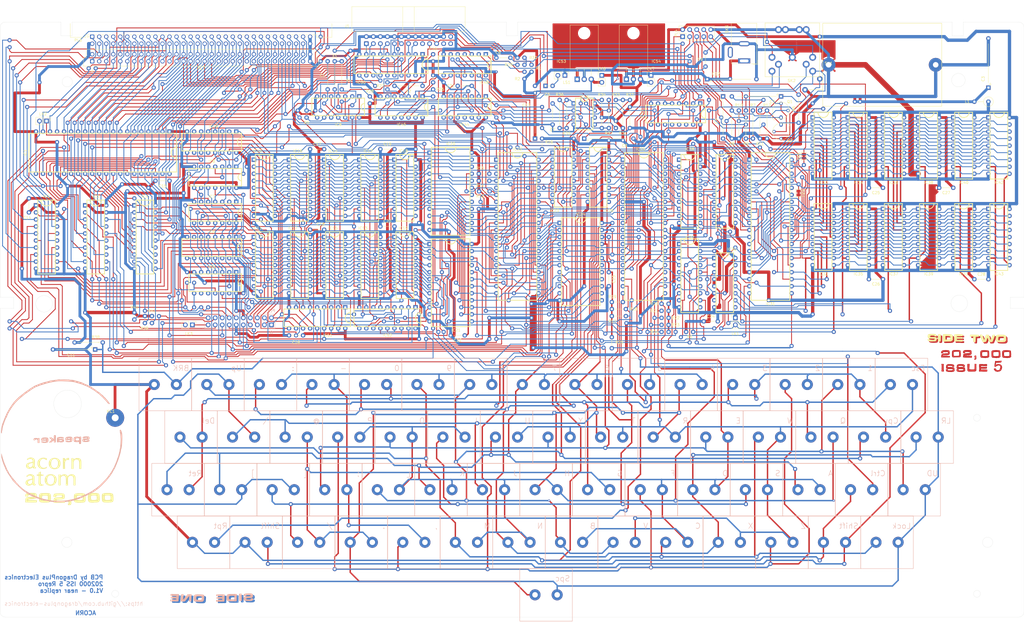
<source format=kicad_pcb>
(kicad_pcb (version 20240108) (generator "pcbnew") (generator_version "8.0")
  (layers (0 "F.Cu" signal) (31 "B.Cu" signal) (34 "B.Paste" user) (35 "F.Paste" user) (36 "B.SilkS" user "B.Silkscreen") (37 "F.SilkS" user "F.Silkscreen") (38 "B.Mask" user) (39 "F.Mask" user) (44 "Edge.Cuts" user))
  (net 0 "")
  (net 1 "/Video/C1")
  (net 2 "/Video/C3")
  (net 3 "/Video/B2")
  (net 4 "/Video/C2")
  (net 5 "/Video/C6")
  (net 6 "/Video/B9")
  (net 7 "/CPU, ROMs & 8255 PIA/VDG_PA4")
  (net 8 "/CPU, ROMs & 8255 PIA/VDG_PA5")
  (net 9 "/CPU, ROMs & 8255 PIA/VDG_PA7")
  (net 10 "/Video/C4")
  (net 11 "/Video/B7")
  (net 12 "/Video/C7")
  (net 13 "/CPU, ROMs & 8255 PIA/VDG_PA6")
  (net 14 "/Video/B1")
  (net 15 "/Video/B5")
  (net 16 "/Video/B3")
  (net 17 "/Video/C0")
  (net 18 "/Video/B0")
  (net 19 "/Video/B8")
  (net 20 "/Video/B12")
  (net 21 "/Video/B6")
  (net 22 "/Video/C5")
  (net 23 "/Video/B10")
  (net 24 "/Video/B4")
  (net 25 "/Video/B11")
  (net 26 "VDG_PC7")
  (net 28 "GND")
  (net 29 "+5VA")
  (net 30 "Net-(IC30-O1)")
  (net 31 "Net-(IC30-O3)")
  (net 32 "Net-(IC30-O5)")
  (net 33 "Net-(IC30-O4)")
  (net 34 "/CPU, ROMs & 8255 PIA/KBD_PA3")
  (net 35 "Net-(IC30-O2)")
  (net 38 "Net-(IC30-O0)")
  (net 39 "KBD_PC6")
  (net 40 "/CPU, ROMs & 8255 PIA/KBD_PA2")
  (net 41 "/CPU, ROMs & 8255 PIA/KBD_PB6")
  (net 42 "/CPU, ROMs & 8255 PIA/KBD_PA1")
  (net 43 "/CPU, ROMs & 8255 PIA/KBD_PB0")
  (net 44 "/CPU, ROMs & 8255 PIA/KBD_PB1")
  (net 45 "/CPU, ROMs & 8255 PIA/KBD_PB3")
  (net 46 "/CPU, ROMs & 8255 PIA/KBD_PB5")
  (net 47 "/CPU, ROMs & 8255 PIA/KBD_PB4")
  (net 48 "/CPU, ROMs & 8255 PIA/KBD_PB7")
  (net 49 "/CPU, ROMs & 8255 PIA/KBD_PB2")
  (net 50 "/CPU, ROMs & 8255 PIA/KBD_PA0")
  (net 51 "Net-(IC26-~{Q7})")
  (net 52 "Net-(IC26-~{Q2})")
  (net 53 "Net-(IC26-~{Q9})")
  (net 54 "/MainMemory/#2C00-#2FFF")
  (net 55 "Net-(IC48-Pad6)")
  (net 56 "/6522_PIA & Ports/PA2")
  (net 57 "IC23_Cxxx")
  (net 60 "Net-(IC27-Y6)")
  (net 61 "Net-(SK1-VidIn)")
  (net 62 "Net-(Q2-E)")
  (net 63 "Net-(Q2-C)")
  (net 64 "Net-(IC31-Y)")
  (net 65 "Net-(Q1-B)")
  (net 66 "Net-(Q1-E)")
  (net 67 "Net-(Q1-C)")
  (net 68 "/6522_PIA & Ports/A11")
  (net 69 "/6522_PIA & Ports/A15")
  (net 70 "/6522_PIA & Ports/A13")
  (net 71 "/6522_PIA & Ports/A14")
  (net 72 "/6522_PIA & Ports/A10")
  (net 73 "/6522_PIA & Ports/A12")
  (net 74 "/6522_PIA & Ports/A2")
  (net 75 "/6522_PIA & Ports/A4")
  (net 76 "/6522_PIA & Ports/D4")
  (net 77 "/6522_PIA & Ports/D6")
  (net 78 "/6522_PIA & Ports/A6")
  (net 79 "/6522_PIA & Ports/A1")
  (net 80 "/6522_PIA & Ports/A8")
  (net 81 "/6522_PIA & Ports/A5")
  (net 82 "/6522_PIA & Ports/A7")
  (net 83 "/6522_PIA & Ports/A0")
  (net 84 "/6522_PIA & Ports/D5")
  (net 85 "/6522_PIA & Ports/A9")
  (net 86 "/6522_PIA & Ports/A3")
  (net 87 "/6522_PIA & Ports/D7")
  (net 88 "/6522_PIA & Ports/D2")
  (net 90 "/6522_PIA & Ports/D3")
  (net 91 "/6522_PIA & Ports/D0")
  (net 93 "/6522_PIA & Ports/D1")
  (net 96 "Net-(IC22-Φ2_(OUT))")
  (net 97 "Net-(C5-Pad1)")
  (net 98 "/CPU, ROMs & 8255 PIA/SK2_1_CASOUT")
  (net 99 "Net-(IC26-~{Q5})")
  (net 100 "Net-(IC26-~{Q6})")
  (net 101 "6522_R{slash}~{W}")
  (net 102 "Net-(IC26-~{Q1})")
  (net 103 "Net-(IC26-~{Q4})")
  (net 104 "Net-(IC26-~{Q3})")
  (net 105 "Net-(IC26-~{Q0})")
  (net 106 "Net-(IC26-~{Q8})")
  (net 107 "Net-(IC23-O0)")
  (net 108 "IC23_Fxxx")
  (net 109 "IC23_Dxxx")
  (net 110 "Net-(C10-Pad1)")
  (net 111 "Net-(C10-Pad2)")
  (net 112 "Net-(IC23-O2)")
  (net 113 "Net-(IC23-O3)")
  (net 114 "Net-(IC9-Pad2)")
  (net 115 "Net-(IC20-~{CE})")
  (net 116 "Net-(IC45-Pad11)")
  (net 117 "Net-(IC23-O1)")
  (net 118 "/CPU, ROMs & 8255 PIA/8255_~{CS}")
  (net 122 "6522_CS2")
  (net 123 "+5VB")
  (net 124 "VDG")
  (net 125 "NWDS")
  (net 126 "NRDS")
  (net 127 "Net-(C1-Pad2)")
  (net 128 "Net-(C1-Pad1)")
  (net 129 "Vin")
  (net 130 "Net-(IC9-Pad9)")
  (net 131 "Net-(IC31-CLK)")
  (net 132 "/Video/6847_B")
  (net 133 "/Video/6847_CB")
  (net 134 "/Video/6847_A")
  (net 135 "/Video/6847_~{HS}")
  (net 136 "/CPU, ROMs & 8255 PIA/SK2_6_O{slash}P1")
  (net 137 "/Video/COMP_OUT")
  (net 139 "Net-(IC25-PC4)")
  (net 140 "/CPU, ROMs & 8255 PIA/SK2_5_O{slash}P3")
  (net 141 "/CPU, ROMs & 8255 PIA/SK2_4_O{slash}P2")
  (net 147 "Net-(IC44A-CLK)")
  (net 148 "Net-(IC44B-CLK)")
  (net 149 "Net-(IC44B-D)")
  (net 150 "Net-(IC45-Pad12)")
  (net 151 "Net-(IC47-LD)")
  (net 152 "Net-(IC45-Pad3)")
  (net 157 "Net-(IC48-Pad12)")
  (net 158 "Net-(IC48-Pad11)")
  (net 159 "/Video/6847_INV")
  (net 160 "VDG_PC3")
  (net 161 "Net-(IC25-PC5)")
  (net 162 "Net-(IC46A--)")
  (net 163 "Net-(IC46-Pad7)")
  (net 164 "Net-(IC46B-+)")
  (net 165 "Net-(IC46B--)")
  (net 166 "Net-(IC46A-+)")
  (net 167 "Net-(C8-Pad1)")
  (net 168 "/CPU, ROMs & 8255 PIA/~{BRK}")
  (net 169 "/CPU, ROMs & 8255 PIA/RST")
  (net 170 "~{RESET}")
  (net 171 "Net-(LS1-Pin_2)")
  (net 172 "NMI")
  (net 173 "SYNC")
  (net 174 "IRQ")
  (net 175 "RDY")
  (net 176 "SO")
  (net 177 "/MainMemory/#3000-#33FF")
  (net 178 "/MainMemory/#3400-#37FF")
  (net 179 "/MainMemory/#3800-#3BFF")
  (net 180 "EN_PL6_DBUS")
  (net 181 "Net-(IC5-Pad11)")
  (net 182 "/MainMemory/Eurocard RAMspace")
  (net 183 "/MainMemory/#2800-#2BFF")
  (net 187 "Net-(IC7-Pad4)")
  (net 188 "BLK0")
  (net 189 "Net-(IC7-Pad13)")
  (net 190 "Net-(IC7-Pad10)")
  (net 191 "Net-(IC7-Pad1)")
  (net 192 "IC23_Exxx")
  (net 193 "/CPU, ROMs & 8255 PIA/CLK_1MHZ")
  (net 194 "Net-(LK3-Pin_1)")
  (net 195 "IC49_B400")
  (net 196 "/CPU, ROMs & 8255 PIA/SK2_3_CASIN")
  (net 197 "/6522_PIA & Ports/PB6")
  (net 198 "/6522_PIA & Ports/PB7")
  (net 199 "/6522_PIA & Ports/PB5")
  (net 200 "/6522_PIA & Ports/PA5")
  (net 201 "/6522_PIA & Ports/PA3")
  (net 202 "/6522_PIA & Ports/CB1")
  (net 203 "/6522_PIA & Ports/PB0")
  (net 204 "/6522_PIA & Ports/PB2")
  (net 205 "/6522_PIA & Ports/PA4")
  (net 206 "/6522_PIA & Ports/PA0")
  (net 207 "/6522_PIA & Ports/PA7")
  (net 208 "Net-(IC1-~{IRQ})")
  (net 209 "Φ2")
  (net 210 "/6522_PIA & Ports/PB4")
  (net 211 "/6522_PIA & Ports/PB1")
  (net 212 "/6522_PIA & Ports/PA1")
  (net 213 "/6522_PIA & Ports/CB2")
  (net 214 "/6522_PIA & Ports/CA1")
  (net 215 "/6522_PIA & Ports/PB3")
  (net 216 "/6522_PIA & Ports/CA2")
  (net 217 "/6522_PIA & Ports/PA6")
  (net 218 "/6522_PIA & Ports/PL6_A7")
  (net 219 "/6522_PIA & Ports/PL6_A4")
  (net 220 "/6522_PIA & Ports/PL6_A6")
  (net 221 "/6522_PIA & Ports/PL6_A3")
  (net 222 "/6522_PIA & Ports/PL6_A14")
  (net 223 "/6522_PIA & Ports/PL6_A8")
  (net 224 "/6522_PIA & Ports/PL6_A5")
  (net 225 "/6522_PIA & Ports/PL6_A15")
  (net 226 "/6522_PIA & Ports/PL6_A10")
  (net 227 "/6522_PIA & Ports/PL6_A13")
  (net 228 "/6522_PIA & Ports/PL6_A9")
  (net 229 "/6522_PIA & Ports/PL6_A1")
  (net 230 "/6522_PIA & Ports/PL6_A11")
  (net 231 "/6522_PIA & Ports/PL6_A12")
  (net 232 "/6522_PIA & Ports/PL6_A2")
  (net 233 "/6522_PIA & Ports/PL6_A0")
  (net 234 "/6522_PIA & Ports/PL6_D0")
  (net 235 "/6522_PIA & Ports/PL6_D3")
  (net 236 "/6522_PIA & Ports/PL6_D1")
  (net 237 "/6522_PIA & Ports/PL6_D4")
  (net 238 "/6522_PIA & Ports/PL6_D5")
  (net 239 "/6522_PIA & Ports/PL6_D2")
  (net 240 "/6522_PIA & Ports/PL6_D6")
  (net 241 "/6522_PIA & Ports/PL6_D7")
  (net 242 "Net-(IC50-O0b)")
  (net 243 "Net-(IC50-O1a)")
  (net 244 "Net-(IC50-O2b)")
  (net 245 "Net-(IC50-O3b)")
  (net 246 "Net-(IC50-O2a)")
  (net 247 "Net-(IC50-O0a)")
  (net 248 "Net-(IC50-O1b)")
  (net 249 "Net-(IC50-O3a)")
  (net 251 "/6522_PIA & Ports/pl6_7_a2")
  (net 255 "/6522_PIA & Ports/pl6_7_a27")
  (net 256 "/6522_PIA & Ports/pl6_7_a24")
  (net 257 "/6522_PIA & Ports/pl6_7_a31")
  (net 258 "/6522_PIA & Ports/pl6_7_a1")
  (net 259 "/6522_PIA & Ports/pl6_7_a23")
  (footprint "JW Footprints:DIP-14_W7.62mm_InnerMarking" (layer "F.Cu") (at 107.95 114.3 -90)
    (property "Reference" "IC5")
    (property "Value" "74LS30")
  )
  (footprint "JW Footprints:CP_Axial_LineOnly_P17.78mm_Horizontal" (layer "F.Cu") (at 379.73 47.625 90)
    (property "Reference" "C3")
    (property "Value" "22u")
  )
  (footprint "JW Footprints:DIP-18_W7.62mm_InnerMarking" (layer "F.Cu") (at 379.73 58.42)
    (property "Reference" "IC42")
    (property "Value" "2114 SRAM")
  )
  (footprint "JW Footprints:R_Axial_DIN0207_LineOnly_P10.16mm_Horizontal" (layer "F.Cu") (at 247.65 52.07 -90)
    (property "Reference" "R31")
    (property "Value" "4K7")
  )
  (footprint "JW Footprints:DIP-16_W7.62mm_InnerMarking" (layer "F.Cu") (at 275.59 53.34 -90)
    (property "Reference" "IC47")
    (property "Value" "74LS161")
  )
  (footprint "JW Footprints:C_Disc_LineOnly_P5.08mm" (layer "F.Cu") (at 190.5 137.16 180)
    (property "Reference" "C22")
    (property "Value" "C")
  )
  (footprint "JW Footprints:R_Axial_DIN0207_LineOnly_P10.16mm_Horizontal" (layer "F.Cu") (at 287.02 55.88 -90)
    (property "Reference" "R8")
    (property "Value" "3K3")
  )
  (footprint "JW Footprints:R_Axial_DIN0207_LineOnly_P2.54mm_Vertical" (layer "F.Cu") (at 71.12 131.428 90)
    (property "Reference" "R40")
    (property "Value" "4K7")
  )
  (footprint "JW Footprints:DIP-18_W7.62mm_InnerMarking" (layer "F.Cu") (at 114.31 73.66)
    (property "Reference" "IC10")
    (property "Value" "2114")
  )
  (footprint "JW Footprints:DIP-18_W7.62mm_InnerMarking" (layer "F.Cu") (at 341.63 91.44)
    (property "Reference" "IC37")
    (property "Value" "2114 SRAM")
  )
  (footprint "JW Footprints:DIP-14_W7.62mm_InnerMarking" (layer "F.Cu") (at 152.4 50.8 -90)
    (property "Reference" "IC9")
    (property "Value" "74LS04")
  )
  (footprint "JW Footprints:R_Axial_DIN0207_LineOnly_P10.16mm_Horizontal" (layer "F.Cu") (at 224.79 62.23 90)
    (property "Reference" "R36")
    (property "Value" "4K7")
  )
  (footprint "JW Footprints:R_Axial_DIN0207_LineOnly_P2.54mm_Vertical" (layer "F.Cu") (at 273.033 135.89 180)
    (property "Reference" "R3")
    (property "Value" "470R")
  )
  (footprint "JW Footprints:C_Disc_LineOnly_P5.08mm" (layer "F.Cu") (at 132.08 137.16 180)
    (property "Reference" "C16")
    (property "Value" "C")
  )
  (footprint "JW Footprints:C_Disc_LineOnly_P5.08mm" (layer "F.Cu") (at 341.63 116.84 180)
    (property "Reference" "C26")
    (property "Value" "C")
  )
  (footprint "JW Footprints:R_Axial_DIN0207_LineOnly_P10.16mm_Horizontal" (layer "F.Cu") (at 299.72 55.88 -90)
    (property "Reference" "R12")
    (property "Value" "470R")
  )
  (footprint "JW Footprints:R_Axial_DIN0207_LineOnly_P10.16mm_Horizontal" (layer "F.Cu") (at 292.1 66.04 90)
    (property "Reference" "R9")
    (property "Value" "1K")
  )
  (footprint "JW Footprints:C_Disc_LineOnly_P5.08mm" (layer "F.Cu") (at 242.57 114.3 -90)
    (property "Reference" "C23")
    (property "Value" "C")
  )
  (footprint "JW Footprints:R_Axial_DIN0207_LineOnly_P5.08mm_Vertical" (layer "F.Cu") (at 243.65 130.175)
    (property "Reference" "R17")
    (property "Value" "4K7")
  )
  (footprint "JW Footprints:DIP-40_W15.24mm_InnerMarking" (layer "F.Cu") (at 201.93 73.66)
    (property "Reference" "IC22")
    (property "Value" "6502")
  )
  (footprint "PCB Graphics:Issue5_F_Cu" (layer "F.Cu") (at 373.27 143.71)
    (property "Reference" "G***" (hide yes))
    (property "Value" "LOGO" (hide yes))
  )
  (footprint "Inductor_THT:L_Axial_L7.0mm_D3.3mm_P5.08mm_Vertical_Fastron_MICC" (layer "F.Cu") (at 379.73 52.705 180)
    (property "Reference" "L1")
    (property "Value" "L")
  )
  (footprint "JW Footprints:R_Axial_DIN0207_LineOnly_P10.16mm_Horizontal" (layer "F.Cu") (at 146.05 38.1 -90)
    (property "Reference" "R4")
    (property "Value" "470R")
  )
  (footprint "JW Footprints:DIP-18_W7.62mm_InnerMarking" (layer "F.Cu") (at 165.1 73.66)
    (property "Reference" "IC18")
    (property "Value" "2114")
  )
  (footprint "JW Footprints:DIP-24_W15.24mm_InnerMarking" (layer "F.Cu") (at 177.8 71.12)
    (property "Reference" "IC20")
    (property "Value" "~")
  )
  (footprint "JW Footprints:DIP-40_W15.24mm_InnerMarking" (layer "F.Cu") (at 293.37 73.66)
    (property "Reference" "IC31")
    (property "Value" "MC6847 (Atom)")
  )
  (footprint "JW Footprints:R_Axial_DIN0207_LineOnly_P2.54mm_Vertical" (layer "F.Cu") (at 179.07 48.26 -90)
    (property "Reference" "R26")
    (property "Value" "470R")
  )
  (footprint "JW Footprints:R_Axial_DIN0207_LineOnly_P2.54mm_Vertical" (layer "F.Cu") (at 264.16 125.73 180)
    (property "Reference" "R20")
    (property "Value" "4K7")
  )
  (footprint "JW Footprints:DIP-16_W7.62mm_InnerMarking" (layer "F.Cu") (at 280.67 109.22)
    (property "Reference" "IC30")
    (property "Value" "74LS138")
  )
  (footprint "Package_TO_SOT_THT:TO-220-3_Horizontal_TabDown" (layer "F.Cu") (at 231.14 44.6)
    (property "Reference" "IC53")
    (property "Value" "LM340T-5")
  )
  (footprint "Connector_PinHeader_2.54mm:PinHeader_1x02_P2.54mm_Vertical" (layer "F.Cu") (at 226.695 43.18 -90)
    (property "Reference" "LS1")
    (property "Value" "Loudspeaker Header")
  )
  (footprint "JW Footprints:DIP-40_W15.24mm_InnerMarking" (layer "F.Cu") (at 247.65 73.66)
    (property "Reference" "IC25")
    (property "Value" "8255_(Atom)")
  )
  (footprint "JW Footprints:C_Disc_LineOnly_P5.08mm" (layer "F.Cu") (at 78.74 81.28)
    (property "Reference" "C15")
    (property "Value" "C")
  )
  (footprint "JW Footprints:R_Axial_DIN0207_LineOnly_P2.54mm_Vertical" (layer "F.Cu") (at 209.55 39.37)
    (property "Reference" "R29")
    (property "Value" "4K7")
  )
  (footprint "JW Footprints:R_Axial_DIN0207_LineOnly_P10.16mm_Horizontal" (layer "F.Cu") (at 240.03 62.23 90)
    (property "Reference" "R34")
    (property "Value" "47K")
  )
  (footprint "JW Footprints:DIN41612_B_2x32_Male_Horizontal_THT_NoMountHoles" (layer "F.Cu") (at 55.88 29.21)
    (property "Reference" "PL6")
    (property "Value" "External_DIN41612_02x32_AB")
  )
  (footprint "JW Footprints:DIP-20_W7.62mm_InnerMarking" (layer "F.Cu") (at 267.97 104.14)
    (property "Reference" "IC27")
    (property "Value" "81LS95")
  )
  (footprint "JW Footprints:C_Disc_LineOnly_P5.08mm" (layer "F.Cu") (at 33.02 87.63 -90)
    (property "Reference" "C14")
    (property "Value" "C")
  )
  (footprint "JW Footprints:DIP-24_W15.24mm_InnerMarking" (layer "F.Cu") (at 224.79 96.52)
    (property "Reference" "IC24")
    (property "Value" "~")
  )
  (footprint "JW Footprints:C_Disc_LineOnly_P5.08mm" (layer "F.Cu") (at 139.7 98.96 180)
    (property "Reference" "C18")
    (property "Value" "C")
  )
  (footprint "JW Footprints:DIP-20_W7.62mm_InnerMarking" (layer "F.Cu") (at 71.12 90.17)
    (property "Reference" "IC4")
    (property "Value" "DP8304")
  )
  (footprint "JW Footprints:CP_Axial_LineOnly_P17.78mm_Horizontal" (layer "F.Cu") (at 278.13 44.5595)
    (property "Reference" "C12")
    (property "Value" "22u")
  )
  (footprint "JW Footprints:R_Axial_DIN0207_LineOnly_P2.54mm_Vertical" (layer "F.Cu") (at 74.93 132.698 90)
    (property "Reference" "R39")
    (property "Value" "4K7")
  )
  (footprint "JW Footprints:R_Axial_DIN0207_LineOnly_P3.81mm_Vertical" (layer "F.Cu") (at 199.5 85.09 180)
    (property "Reference" "R13")
    (property "Value" "4K7")
  )
  (footprint "Connector_PinHeader_2.54mm:PinHeader_1x02_P2.54mm_Vertical" (layer "F.Cu") (at 92.075 133.35 -90)
    (property "Reference" "LK3")
    (property "Value" "IRQ-PL8")
  )
  (footprint "JW Footprints:R_Axial_DIN0207_LineOnly_P10.16mm_Horizontal" (layer "F.Cu") (at 250.19 62.23 90)
    (property "Reference" "R32")
    (property "Value" "4K7")
  )
  (footprint "JW Footprints:DIP-8_W7.62mm_InnerMarking" (layer "F.Cu") (at 229.87 53.34)
    (property "Reference" "IC46")
    (property "Value" "LM358")
  )
  (footprint "JW Footprints:C_Disc_LineOnly_P7.62mm" (layer "F.Cu") (at 222.25 60.96 90)
    (property "Reference" "C7")
    (property "Value" "100n")
  )
  (footprint "JW Footprints:DIP-18_W7.62mm_InnerMarking" (layer "F.Cu") (at 328.93 91.44)
    (property "Reference" "IC35")
    (property "Value" "2114 SRAM")
  )
  (footprint "Jumper:SolderJumper-2_P1.3mm_Bridged_Pad1.0x1.5mm" (layer "F.Cu") (at 313.055 72.405 90)
    (property "Reference" "LK5")
    (property "Value" "CSS-PC3")
  )
  (footprint "JW Footprints:R_Axial_DIN0207_LineOnly_P10.16mm_Horizontal" (layer "F.Cu") (at 245.11 52.07 -90)
    (property "Reference" "R33")
    (property "Value" "47K")
  )
  (footprint "JW Footprints:R_Axial_DIN0207_LineOnly_P10.16mm_Horizontal" (layer "F.Cu") (at 311.15 60.325 90)
    (property "Reference" "R6")
    (property "Value" "82R")
  )
  (footprint "JW Footprints:CP_Axial_LineOnly_P15.24mm_Horizontal" (layer "F.Cu") (at 56.95 142.24 180)
    (property "Reference" "C11")
    (property "Value" "10u")
  )
  (footprint "JW Footprints:DIP-18_W7.62mm_InnerMarking" (layer "F.Cu") (at 367.03 91.44)
    (property "Reference" "IC41")
    (property "Value" "2114 SRAM")
  )
  (footprint "PCB Graphics:SIDE2_F_Silk" (layer "F.Cu") (at 372.571915 143.218782)
    (property "Reference" "G***" (hide yes))
    (property "Value" "LOGO" (hide yes))
  )
  (footprint "JW Footprints:C_Disc_LineOnly_P10.16mm" (layer "F.Cu") (at 140.97 48.26 90)
    (property "Reference" "C1")
    (property "Value" "10n")
  )
  (footprint "JW Footprints:DIP-14_W7.62mm_InnerMarking" (layer "F.Cu") (at 107.95 76.2 -90)
    (property "Reference" "IC8")
    (property "Value" "74LS00")
  )
  (footprint "JW Footprints:DIP-18_W7.62mm_InnerMarking" (layer "F.Cu") (at 139.7 101.6)
    (property "Reference" "IC15")
    (property "Value" "~")
  )
  (footprint "JW Footprints:R_Axial_DIN0207_LineOnly_P3.81mm_Vertical" (layer "F.Cu") (at 199.39 78.74 180)
    (property "Reference" "R15")
    (property "Value" "4K7")
  )
  (footprint "JW Footprints:C_Disc_LineOnly_P5.08mm" (layer "F.Cu") (at 160.02 69.85)
    (property "Reference" "C19")
    (property "Value" "C")
  )
  (footprint "JW Footprints:C_Disc_LineOnly_P5.08mm" (layer "F.Cu") (at 165.1 97.79 180)
    (property "Reference" "C20")
    (property "Value" "C")
  )
  (footprint "JW Footprints:DIP-18_W7.62mm_InnerMarking" (layer "F.Cu") (at 316.23 58.42)
    (property "Reference" "IC32")
    (property "Value" "2114 SRAM")
  )
  (footprint "JW Footprints:DIP-16_W7.62mm_InnerMarking" (layer "F.Cu") (at 222.25 71.12)
    (property "Reference" "IC23")
    (property "Value" "74LS138")
  )
  (footprint "JW Footprints:DIP-16_W7.62mm_InnerMarking" (layer "F.Cu") (at 107.95 101.61 -90)
    (property "Reference" "IC6")
    (property "Value" "74LS138")
  )
  (footprint "JW Footprints:DIP-24_W15.24mm_InnerMarking" (layer "F.Cu") (at 177.8 104.14)
    (property "Reference" "IC21")
    (property "Value" "~")
  )
  (footprint "JW Footprints:R_Axial_DIN0207_LineOnly_P2.54mm_Vertical" (layer "F.Cu") (at 212.09 41.91 -90)
    (property "Reference" "R2")
    (property "Value" "4K7")
  )
  (footprint "JW Footprints:DIP-18_W7.62mm_InnerMarking" (layer "F.Cu") (at 152.4 101.6)
    (property "Reference" "IC13")
    (property "Value" "~")
  )
  (footprint "JW Footprints:DIP-18_W7.62mm_InnerMarking" (layer "F.Cu") (at 328.93 58.42)
    (property "Reference" "IC34")
    (property "Value" "2114 SRAM")
  )
  (footprint "JW Footprints:DIP-18_W7.62mm_InnerMarking" (layer "F.Cu") (at 165.1 101.6)
    (property "Reference" "IC19")
    (property "Value" "~")
  )
  (footprint "JW Footprints:TO-18-3_WidePinout" (layer "F.Cu") (at 304.8 62.23 -90)
    (property "Reference" "Q2")
    (property "Value" "BC107")
  )
  (footprint "JW Footprints:R_Axial_DIN0207_LineOnly_P10.16mm_Horizontal" (layer "F.Cu") (at 289.56 55.88 -90)
    (property "Reference" "R10")
    (property "Value" "270R")
  )
  (footprint "JW Footprints:R_Axial_DIN0207_LineOnly_P2.54mm_Vertical" (layer "F.Cu") (at 214.63 39.37 -90)
    (property "Reference" "R1")
    (property "Value" "4K7")
  )
  (footprint "JW Footprints:R_Axial_DIN0207_LineOnly_P4.00mm_Vertical" (layer "F.Cu") (at 243.65 137.795 -90)
    (property "Reference" "R25")
    (property "Value" "4K7")
  )
  (footprint "JW Footprints:DIP-18_W7.62mm_InnerMarking" (layer "F.Cu") (at 114.3 101.6)
    (property "Reference" "IC11")
    (property "Value" "~")
  )
  (footprint "JW Footprints:R_Axial_DIN0207_LineOnly_P5.08mm_Vertical" (layer "F.Cu") (at 243.65 127.635)
    (property "Reference" "R18")
    (property "Value" "4K7")
  )
  (footprint "JW Footprints:DIP-18_W7.62mm_InnerMarking" (layer "F.Cu") (at 341.63 58.42)
    (property "Reference" "IC36")
    (property "Value" "2114 SRAM")
  )
  (footprint "JW Footprints:DIP-18_W7.62mm_InnerMarking" (layer "F.Cu") (at 379.73 91.44)
    (property "Reference" "IC43")
    (property "Value" "2114 SRAM")
  )
  (footprint "JW Footprints:DIP-14_W7.62mm_InnerMarking" (layer "F.Cu") (at 198.12 35.56 -90)
    (property "Reference" "IC48")
    (property "Value" "74LS00")
  )
  (footprint "JW Footprints:R_Axial_DIN0207_LineOnly_P3.81mm_Vertical" (layer "F.Cu") (at 218.44 69.85 90)
    (property "Reference" "R16")
    (property "Value" "4K7")
  )
  (footprint "JW Footprints:DIP-18_W7.62mm_InnerMarking" (layer "F.Cu") (at 139.7 73.66)
    (property "Reference" "IC14")
    (property "Value" "2114")
  )
  (footprint "JW Footprints:DIP-14_W7.62mm_InnerMarking" (layer "F.Cu") (at 175.26 50.81 -90)
    (property "Reference" "IC45")
    (property "Value" "74LS04")
  )
  (footprint "JW Footprints:CP_Axial_LineOnly_P17.78mm_Horizontal" (layer "F.Cu") (at 304.8 50.8 180)
    (property "Reference" "C2")
    (property "Value" "22u")
  )
  (footprint "JW Footprints:KeyboardGround" (layer "F.Cu") (at 62.59 166.92)
    (property "Reference" "KC1")
    (property "Value" "KeybdChasGnd")
  )
  (footprint "Connector_PinHeader_2.54mm:PinHeader_1x02_P2.54mm_Vertical" (layer "F.Cu") (at 240.03 43.175)
    (property "Reference" "LK6")
    (property "Value" "Combine 5V")
  )
  (footprint "JW Footprints:DIP-20_W7.62mm_InnerMarking" (layer "F.Cu") (at 175.26 35.56 -90)
    (property "Reference" "IC50")
    (property "Value" "74LS244_Atom_Printer")
  )
  (footprint "JW Footprints:C_Disc_LineOnly_P5.08mm" (layer "F.Cu") (at 341.63 83.82 180)
    (property "Reference" "C25")
    (property "Value" "C")
  )
  (footprint "JW Footprints:R_Axial_DIN0207_LineOnly_P2.54mm_Vertical" (layer "F.Cu") (at 264.16 135.89 180)
    (property "Reference" "R24")
    (property "Value" "4K7")
  )
  (footprint "JW Footprints:CP_Axial_LineOnly_P15.24mm_Horizontal" (layer "F.Cu") (at 283.845 50.8 -90)
    (property "Reference" "C4")
    (property "Value" "22u")
  )
  (footprint "JW Footprints:DIP-18_W7.62mm_InnerMarking" (layer "F.Cu") (at 127 101.6)
    (property "Reference" "IC17")
    (property "Value" "~")
  )
  (footprint "JW Footprints:R_Axial_DIN0207_LineOnly_P2.54mm_Vertical" (layer "F.Cu") (at 133.35 55.897 -90)
    (property "Reference" "R5")
    (property "Value" "470R")
  )
  (footprint "JW Footprints:R_Axial_DIN0207_LineOnly_P2.54mm_Vertical" (layer "F.Cu") (at 162.56 48.26 90)
    (property "Reference" "R27")
    (property "Value" "470R")
  )
  (footprint "JW Footprints:DIP-18_W7.62mm_InnerMarking" (layer "F.Cu") (at 152.4 73.66)
    (property "Reference" "IC12")
    (property "Value" "2114")
  )
  (footprint "JW Footprints:DIP-18_W7.62mm_InnerMarking" (layer "F.Cu") (at 354.33 58.42)
    (property "Reference" "IC38")
    (property "Value" "2114 SRAM")
  )
  (footprint "JW Footprints:C_Disc_LineOnly_P5.08mm" (layer "F.Cu") (at 134.62 69.85)
    (property "Reference" "C17")
    (property "Value" "C")
  )
  (footprint "JW Footprints:R_Axial_DIN0207_LineOnly_P3.81mm_Vertical" (layer "F.Cu") (at 199.39 81.28 180)
    (property "Reference" "R14")
    (property "Value" "4K7")
  )
  (footprint "JW Footprints:R_Axial_DIN0207_LineOnly_P2.54mm_Vertical" (layer "F.Cu") (at 264.16 133.35 180)
    (property "Reference" "R23")
    (property "Value" "4K7")
  )
  (footprint "JW Footprints:DIP-18_W7.62mm_InnerMarking" (layer "F.Cu") (at 367.03 58.42)
    (property "Reference" "IC40")
    (property "Value" "2114 SRAM")
  )
  (footprint "JW Footprints:R_Axial_DIN0207_LineOnly_P10.16mm_Horizontal" (layer "F.Cu") (at 294.64 66.04 90)
    (property "Reference" "R7")
    (property "Value" "8K2")
  )
  (footprint "JW Footprints:C_Disc_LineOnly_P5.08mm" (layer "F.Cu") (at 367.03 83.82 180)
    (property "Reference" "C27")
    (property "Value" "C")
  )
  (footprint "JW Footprints:R_Axial_DIN0207_LineOnly_P4.00mm_Vertical" (layer "F.Cu") (at 243.65 125.095)
    (property "Reference" "R19")
    (property "Value" "4K7")
  )
  (footprint "JW Footprints:C_Disc_LineOnly_P5.08mm" (layer "F.Cu") (at 276.86 132.08)
    (property "Reference" "C24")
    (property "Value" "C")
  )
  (footprint "JW Footprints:DIP-16_W7.62mm_InnerMarking" (layer "F.Cu") (at 234.95 71.12)
    (property "Reference" "IC26")
    (property "Value" "7445")
  )
  (footprint "JW Footprints:Cliff_FC681461_Barrel_Jack" (layer "F.Cu") (at 291.465 37.95 180)
    (property "Reference" "SK3")
    (property "Value" "Cliff_Barrel_Jack")
  )
  (footprint "JW Footprints:DIP-20_W7.62mm_InnerMarking" (layer "F.Cu") (at 53.34 90.17)
    (property "Reference" "IC3")
    (property "Value" "81LS95")
  )
  (footprint "PCB Graphics:AcornAtom202000" (layer "F.Cu") (at 47.625 189.865)
    (property "Reference" "G***" (hide yes))
    (property "Value" "LOGO" (hide yes))
  )
  (footprint "JW Footprints:DIP-20_W7.62mm_InnerMarking" (layer "F.Cu") (at 35.57 90.17)
    (property "Reference" "IC2")
    (property "Value" "81LS95")
  )
  (footprint "JW Footprints:C_Disc_LineOnly_P5.08mm" (layer "F.Cu") (at 277.495 40.005 90)
    (property "Reference" "C9")
    (property "Value" "47n")
  )
  (footprint "JW Footprints:CP_Axial_LineOnly_P17.78mm_Horizontal" (layer "F.Cu") (at 233.68 66.04)
    (property "Reference" "C8")
    (property "Value" "22u")
  )
  (footprint "JW Footprints:DIP-18_W7.62mm_InnerMarking" (layer "F.Cu") (at 127 73.66)
    (property "Reference" "IC16")
    (property "Value" "2114")
  )
  (footprint "JW Footprints:CP_Axial_LineOnly_P19.05mm_Horizontal" (layer "F.Cu") (at 215.9 66.04 90)
    (property "Reference" "C13")
    (property "Value" "22u")
  )
  (footprint "Connector_PinHeader_2.54mm:PinHeader_1x02_P2.54mm_Vertical" (layer "F.Cu") (at 257.81 43.18)
    (property "Reference" "LK7")
    (property "Value" "Pass 5V straight through")
  )
  (footprint "JW Footprints:DIP-20_W7.62mm_InnerMarking" (layer "F.Cu") (at 280.67 73.66)
    (property "Reference" "IC29")
    (property "Value" "DP8304")
  )
  (footprint "JW Footprints:TO-18-3_WidePinout" (layer "F.Cu") (at 304.8 57.15 90)
    (property "Reference" "Q1")
    (property "Value" "BC107")
  )
  (footprint "Connector_PinHeader_2.54mm:PinHeader_1x02_P2.54mm_Vertical" (layer "F.Cu") (at 288.29 130.81)
    (property "Reference" "LK1")
    (property "Value" "Link Pins")
  )
  (footprint "JW Footprints:C_Disc_LineOnly_P5.08mm" (layer "F.Cu") (at 207.01 36.83 180)
    (property "Reference" "C6")
    (property "Value" "10n")
  )
  (footprint "JW Footprints:R_Axial_DIN0207_LineOnly_P10.16mm_Horizontal" (layer "F.Cu") (at 297.18 55.88 -90)
    (property "Reference" "R11")
    (property "Value" "3K9")
  )
  (footprint "Connector_PinHeader_2.54mm:PinHeader_1x02_P2.54mm_Vertical" (layer "F.Cu") (at 39.375 59.69 -90)
    (property "Reference" "LK2")
    (property "Value" "IRQ-6522")
  )
  (footprint "JW Footprints:DIP-18_W7.62mm_InnerMarking" (layer "F.Cu") (at 172.72 127 -90)
    (property "Reference" "IC52")
    (property "Value" "~")
  )
  (footprint "JW Footprints:DIP-40_W15.24mm_InnerMarking" (layer "F.Cu") (at 83.82 63.5 -90)
    (property "Reference" "IC1")
    (property "Value" "~")
  )
  (footprint "JW Footprints:R_Axial_DIN0207_LineOnly_P2.54mm_Vertical" (layer "F.Cu") (at 156.21 50.8 -90)
    (property "Reference" "R28")
    (property "Value" "470R")
  )
  (footprint "JW Footprints:UM1233" (layer "F.Cu") (at 341.284 39.37)
    (property "Reference" "SK1")
    (property "Value" "~")
  )
  (footprint "JW Footprints:C_Disc_LineOnly_P5.08mm" (layer "F.Cu") (at 374.65 116.84)
    (property "Reference" "C28")
    (property "Value" "C")
  )
  (footprint "JW Footprints:R_Axial_DIN0207_LineOnly_P2.54mm_Vertical" (layer "F.Cu") (at 77.47 132.698 90)
    (property "Reference" "R41")
    (property "Value" "4K7")
  )
  (footprint "JW Footprints:C_Disc_LineOnly_P5.08mm" (layer "F.Cu") (at 187.96 46.99)
    (property "Reference" "C21")
    (property "Value" "C")
  )
  (footprint "JW Footprints:R_Axial_DIN0207_LineOnly_P10.16mm_Horizontal" (layer "F.Cu") (at 242.57 52.07 -90)
    (property "Reference" "R37")
    (property "Value" "10K")
  )
  (footprint "JW Footprints:DIP-14_W7.62mm_InnerMarking" (layer "F.Cu") (at 107.95 88.9 -90)
    (property "Reference" "IC7")
    (property "Value" "74LS02")
  )
  (footprint "JW Footprints:DIP-18_W7.62mm_InnerMarking" (layer "F.Cu") (at 354.33 91.44)
    (property "Reference" "IC39")
    (property "Value" "2114 SRAM")
  )
  (footprint "Jumper:SolderJumper-2_P1.3mm_Bridged_Pad1.0x1.5mm" (layer "F.Cu") (at 311.15 85.71 -90)
    (property "Reference" "LK4")
    (property "Value" "INV-C7")
  )
  (footprint "JW Footprints:DIN41612_B_2x32_Female_Vertical_THT" (layer "F.Cu") (at 55.88 38.1 90)
    (property "Reference" "PL7")
    (property "Value" "Internal_DIN41612_02x32_AB")
  )
  (footprint "JW Footprints:R_Axial_DIN0207_LineOnly_P2.54mm_Vertical" (layer "F.Cu") (at 264.16 130.81 180)
    (property "Reference" "R22")
    (property "Value" "4K7")
  )
  (footprint "Connector_PinHeader_2.54mm:PinHeader_2x05_P2.54mm_Vertical" (layer "F.Cu") (at 269.24 29.21 90)
    (property "Reference" "PL4")
    (property "Value" "10-pin Colour O/P")
  )
  (footprint "JW Footprints:R_Axial_DIN0207_LineOnly_P2.54mm_Vertical" (layer "F.Cu") (at 264.16 128.27 180)
    (property "Reference" "R21")
    (property "Value" "4K7")
  )
  (footprint "JW Footprints:C_Disc_LineOnly_P10.16mm" (layer "F.Cu") (at 165.1 46.99)
    (property "Reference" "X2")
    (property "Value" "4.00 MHz")
  )
  (footprint "JW Footprints:CP_Radial_LineOnly_P2.54mm_Vertical" (layer "F.Cu") (at 219.7 46.99)
    (property "Reference" "C5")
    (property "Value" "22u")
  )
  (footprint "JW Footprints:R_Axial_DIN0207_LineOnly_P2.54mm_Vertical" (layer "F.Cu") (at 209.55 36.83)
    (property "Reference" "R30")
    (property "Value" "1K")
  )
  (footprint "PCB Graphics:SIDE2_F_Cu" (layer "F.Cu") (at 373.071915 143.718782)
    (property "Reference" "G***" (hide yes))
    (property "Value" "LOGO" (hide yes))
  )
  (footprint "JW Footprints:C_Disc_LineOnly_P10.16mm" (layer "F.Cu") (at 143.51 38.1 -90)
    (property "Reference" "X1")
    (property "Value" "3.58 MHz")
  )
  (footprint "Connector_IDC:IDC-Header_2x13_P2.54mm_Horizontal" (layer "F.Cu") (at 154.94 31.7325 90)
    (property "Reference" "J1")
    (property "Value" "Conn_02x13_Odd_Even")
  )
  (footprint "JW Footprints:DIN-7_RA" (layer "F.Cu") (at 308.88 36.67 180)
    (property "Reference" "SK2")
    (property "Value" "DIN-7_with_addl_mounts")
  )
  (footprint "JW Footprints:DIP-18_W7.62mm_InnerMarking" (layer "F.Cu") (at 316.23 91.44)
    (property "Reference" "IC33")
    (property "Value" "2114 SRAM")
  )
  (footprint "JW Footprints:C_Disc_LineOnly_P10.16mm" (layer "F.Cu") (at 179.07 45.72 90)
    (property "Reference" "C10")
    (property "Value" "10n")
  )
  (footprint "JW Footprints:DIP-20_W7.62mm_InnerMarking" (layer "F.Cu") (at 267.97 73.66)
    (property "Reference" "IC28")
    (property "Value" "81LS95")
  )
  (footprint "JW Footprints:DIP-18_W7.62mm_InnerMarking" (layer "F.Cu") (at 147.32 127 -90)
    (property "Reference" "IC51")
    (property "Value" "2114")
  )
  (footprint "Package_TO_SOT_THT:TO-220-3_Horizontal_TabDown" (layer "F.Cu") (at 248.92 44.6)
    (property "Reference" "IC54")
    (property "Value" "LM340T-5")
  )
  (footprint "JW Footprints:DIP-16_W7.62mm_InnerMarking" (layer "F.Cu") (at 107.95 63.5 -90)
    (property "Reference" "IC49")
    (property "Value" "74LS139")
  )
  (footprint "JW Footprints:R_Axial_DIN0207_LineOnly_P10.16mm_Horizontal" (layer "F.Cu") (at 59.69 139.7 180)
    (property "Reference" "R38")
    (property "Value" "4K7")
  )
  (footprint "JW Footprints:R_Axial_DIN0207_LineOnly_P10.16mm_Horizontal" (layer "F.Cu") (at 227.33 52.07 -90)
    (property "Reference" "R35")
    (property "Value" "470K")
  )
  (footprint "JW Footprints:DIP-14_W7.62mm_InnerMarking" (layer "F.Cu") (at 198.12 50.8 -90)
    (property "Reference" "IC44")
    (property "Value" "74LS393")
  )
  (footprint "JW Footprints:Atom_IDC-Header_2x10_P2.54mm_Vertical" (layer "B.Cu") (at 120.65 133.35 90)
    (property "Reference" "PL8")
    (property "Value" "Conn_02x10_Odd_Even" (hide yes))
  )
  (footprint "JW Footprints:AtomKeyswitch" (layer "B.Cu") (at 191.4125 202.4125 180)
    (property "Reference" "KB41" (hide yes))
    (property "Value" "K")
  )
  (footprint "JW Footprints:AtomKeyswitch" (layer "B.Cu") (at 224.8 164.4 180)
    (property "Reference" "KB39" (hide yes))
    (property "Value" "7")
  )
  (footprint "JW Footprints:AtomKeyswitch" (layer "B.Cu") (at 158.1 183.4 180)
    (property "Reference" "KB11" (hide yes))
    (property "Value" "P")
  )
  (footprint "JW Footprints:AtomKeyswitch" (layer "B.Cu") (at 367.1 183.4 180)
    (property "Reference" "KB19" (hide yes))
    (property "Value" "LR")
  )
  (footprint "JW Footprints:AtomKeyswitch" (layer "B.Cu") (at 110.8 164.4 180)
    (property "Reference" "KB31" (hide yes))
    (property "Value" "Up")
  )
  (footprint "PCB Graphics:SIDE_ONE" (layer "B.Cu") (at 99.06 231.902 180)
    (property "Reference" "G002a" (hide yes))
    (property "Value" "LOGO" (hide yes))
  )
  (footprint "JW Footprints:AtomKeyswitch" (layer "B.Cu") (at 229.4 240.4 180)
    (property "Reference" "KB55" (hide yes))
    (property "Value" "Spc")
  )
  (footprint "JW Footprints:AtomKeyswitch" (layer "B.Cu") (at 219.6125 221.4125 180)
    (property "Reference" "KB23" (hide yes))
    (property "Value" "N")
  )
  (footprint "JW Footprints:AtomKeyswitch" (layer "B.Cu") (at 148.8 164.4 180)
    (property "Reference" "KB3" (hide yes))
    (property "Value" "-")
  )
  (footprint "JW Footprints:AtomKeyswitch" (layer "B.Cu") (at 362.4125 202.4125 180)
    (property "Reference" "KB13" (hide yes))
    (property "Value" "UD")
  )
  (footprint "JW Footprints:AtomKeyswitch" (layer "B.Cu") (at 96.4125 202.4125 180)
    (property "Reference" "KB38" (hide yes))
    (property "Value" "Ret")
  )
  (footprint "JW Footprints:AtomKeyswitch" (layer "B.Cu") (at 286.4125 202.4125 180)
    (property "Reference" "KB22" (hide yes))
    (property "Value" "D")
  )
  (footprint "JW Footprints:AtomKeyswitch" (layer "B.Cu") (at 262.8 164.4 180)
    (property "Reference" "KB51" (hide yes))
    (property "Value" "5")
  )
  (footprint "JW Footprints:AtomKeyswitch" (layer "B.Cu") (at 348.1 183.4 180)
    (property "Reference" "KB32" (hide yes))
    (property "Value" "Cpy")
  )
  (footprint "JW Footprints:AtomKeyswitch" (layer "B.Cu") (at 276.6125 221.4125 180)
    (property "Reference" "KB28" (hide yes))
    (property "Value" "C")
  )
  (footprint "JW Footprints:AtomKeyswitch" (layer "B.Cu") (at 329.1 183.4 180)
    (property "Reference" "KB5" (hide yes))
    (property "Value" "Q")
  )
  (footprint "PCB Graphics:SIDE_ONE_F_cu" (layer "B.Cu") (at 99.695 232.41 180)
    (property "Reference" "G002b" (hide yes))
    (property "Value" "LOGO" (hide yes))
  )
  (footprint "JW Footprints:AtomKeyswitch" (layer "B.Cu") (at 272.1 183.4 180)
    (property "Reference" "KB60" (hide yes))
    (property "Value" "R")
  )
  (footprint "JW Footprints:AtomKeyswitch" (layer "B.Cu") (at 205.8 164.4 180)
    (property "Reference" "KB33" (hide yes))
    (property "Value" "8")
  )
  (footprint "JW Footprints:AtomKeyswitch" (layer "B.Cu") (at 238.6125 221.4125 180)
    (property "Reference" "KB34" (hide yes))
    (property "Value" "B")
  )
  (footprint "JW Footprints:AtomKeyswitch" (layer "B.Cu") (at 357.7975 164.4075 180)
    (property "Reference" "KB6" (hide yes))
    (property "Value" "Esc")
  )
  (footprint "JW Footprints:AtomKeyswitch" (layer "B.Cu") (at 134.4125 202.4125 180)
    (property "Reference" "KB49" (hide yes))
    (property "Value" "[")
  )
  (footprint "JW Footprints:AtomKeyswitch" (layer "B.Cu") (at 229.4125 202.4125 180)
    (property "Reference" "KB59" (hide yes))
    (property "Value" "H")
  )
  (footprint "JW Footprints:AtomKeyswitch" (layer "B.Cu") (at 162.6125 221.4125 180)
    (property "Reference" "KB58" (hide yes))
    (property "Value" ".")
  )
  (footprint "JW Footprints:AtomKeyswitch" (layer "B.Cu") (at 91.8 164.4 180)
    (property "Reference" "KB1" (hide yes))
    (property "Value" "BRK")
  )
  (footprint "PCB Graphics:Speaker" (layer "B.Cu") (at 44.958 175.23 180)
    (property "Reference" "G***" (hide yes))
    (property "Value" "LOGO" (hide yes))
  )
  (footprint "JW Footprints:AtomKeyswitch" (layer "B.Cu") (at 291.1 183.4 180)
    (property "Reference" "KB16" (hide yes))
    (property "Value" "E")
  )
  (footprint "JW Footprints:AtomKeyswitch" (layer "B.Cu") (at 343.4125 202.4125 180)
    (property "Reference" "KB67" (hide yes))
    (property "Value" "Ctrl")
  )
  (footprint "JW Footprints:AtomKeyswitch" (layer "B.Cu") (at 267.4125 202.4125 180)
    (property "Reference" "KB10" (hide yes))
    (property "Value" "F")
  )
  (footprint "JW Footprints:AtomKeyswitch" (layer "B.Cu") (at 177.0125 183.4 180)
    (property "Reference" "KB17" (hide yes))
    (property "Value" "O")
  )
  (footprint "JW Footprints:AtomKeyswitch" (layer "B.Cu") (at 196.1 183.4 180)
    (property "Reference" "KB53" (hide yes))
    (property "Value" "I")
  )
  (footprint "JW Footprints:AtomKeyswitch" (layer "B.Cu") (at 105.6125 221.4125 180)
    (property "Reference" "KB69" (hide yes))
    (property "Value" "Rpt")
  )
  (footprint "JW Footprints:AtomKeyswitch" (layer "B.Cu") (at 200.6125 221.4125 180)
    (property "Reference" "KB29" (hide yes))
    (property "Value" "M")
  )
  (footprint "JW Footprints:AtomKeyswitch" (layer "B.Cu") (at 352.6125 221.4125 180)
    (property "Reference" "KB25" (hide yes))
    (property "Value" "Lock")
  )
  (footprint "JW Footprints:AtomKeyswitch" (layer "B.Cu") (at 333.6125 221.4125 180)
    (property "Reference" "KB70" (hide yes))
    (property "Value" "Shift")
  )
  (footprint "JW Footprints:AtomKeyswitch" (layer "B.Cu") (at 120.1 183.4 180)
    (property "Reference" "KB43" (hide yes))
    (property "Value" "\\")
  )
  (footprint "JW Footprints:AtomKeyswitch" (layer "B.Cu") (at 215.1 183.4 180)
    (property "Reference" "KB42" (hide yes))
    (property "Value" "U")
  )
  (footprint "JW Footprints:AtomKeyswitch" (layer "B.Cu") (at 338.8 164.4 180)
    (property "Reference" "KB14" (hide yes))
    (property "Value" "1")
  )
  (footprint "JW Footprints:AtomKeyswitch" (layer "B.Cu") (at 124.6125 221.4125 180)
    (property "Reference" "KB68" (hide yes))
    (property "Value" "Shift")
  )
  (footprint "JW Footprints:AtomKeyswitch" (layer "B.Cu") (at 234.1 183.4 180)
    (property "Reference" "KB18" (hide yes))
    (property "Value" "Y")
  )
  (footprint "JW Footprints:AtomKeyswitch" (layer "B.Cu") (at 305.4125 202.4125 180)
    (property "Reference" "KB54" (hide yes))
    (property "Value" "S")
  )
  (footprint "JW Footprints:AtomKeyswitch" (layer "B.Cu") (at 172.4125 202.4125 180)
    (property "Reference" "KB35" (hide yes))
    (property "Value" "L")
  )
  (footprint "JW Footprints:AtomKeyswitch" (layer "B.Cu") (at 167.8 164.4 180)
    (property "Reference" "KB20" (hide yes))
    (property "Value" "0")
  )
  (footprint "JW Footprints:AtomKeyswitch" (layer "B.Cu") (at 186.7125 164.4 180)
    (property "Reference" "KB27" (hide yes))
    (property "Value" "9")
  )
  (footprint "JW Footprints:AtomKeyswitch" (layer "B.Cu") (at 143.6125 221.4125 180)
    (property "Reference" "KB52" (hide yes))
    (property "Value" "/")
  )
  (footprint "JW Footprints:AtomKeyswitch" (layer "B.Cu") (at 101.1 183.4 180)
    (property "Reference" "KB26" (hide yes))
    (property "Value" "Del")
  )
  (footprint "JW Footprints:AtomKeyswitch" (layer "B.Cu") (at 324.4125 202.4125 180)
    (property "Reference" "KB40" (hide yes))
    (property "Value" "A")
  )
  (footprint "JW Footprints:AtomKeyswitch" (layer "B.Cu") (at 314.6125 221.4125 180)
    (property "Reference" "KB12" (hide yes))
    (property "Value" "Z")
  )
  (footprint "JW Footprints:AtomKeyswitch" (layer "B.Cu") (at 181.6125 221.4125 180)
    (property "Reference" "KB9" (hide yes))
    (property "Value" ",")
  )
  (footprint "JW Footprints:AtomKeyswitch" (layer "B.Cu") (at 253.1 183.4 180)
    (property "Reference" "KB48" (hide yes))
    (property "Value" "T")
  )
  (footprint "JW Footprints:AtomKeyswitch" (layer "B.Cu") (at 210.4125 202.4125 180)
    (property "Reference" "KB47" (hide yes))
    (property "Value" "J")
  )
  (footprint "JW Footprints:AtomKeyswitch" (layer "B.Cu") (at 248.4125 202.4125 180)
    (property "Reference" "KB4" (hide yes))
    (property "Value" "G")
  )
  (footprint "JW Footprints:AtomKeyswitch" (layer "B.Cu") (at 300.8 164.4 180)
    (property "Reference" "KB2" (hide yes))
    (property "Value" "3")
  )
  (footprint "JW Footprints:AtomKeyswitch" (layer "B.Cu") (at 243.8 164.4 180)
    (property "Reference" "KB45" (hide yes))
    (property "Value" "6")
  )
  (footprint "JW Footprints:AtomKeyswitch" (layer "B.Cu") (at 257.6125 221.4125 180)
    (property "Reference" "KB36" (hide yes))
    (property "Value" "V")
  )
  (footprint "JW Footprints:AtomKeyswitch" (layer "B.Cu") (at 319.8 164.4 180)
    (property "Reference" "KB8" (hide yes))
    (property "Value" "2")
  )
  (footprint "JW Footprints:AtomKeyswitch" (layer "B.Cu") (at 139.1 183.4 180)
    (property "Reference" "KB46" (hide yes))
    (property "Value" "@")
  )
  (footprint "JW Footprints:AtomKeyswitch" (layer "B.Cu") (at 129.8 164.4 180)
    (property "Reference" "KB21" (hide yes))
    (property "Value" ":")
  )
  (footprint "JW Footprints:AtomKeyswitch" (layer "B.Cu") (at 281.8 164.4 180)
    (property "Reference" "KB57" (hide yes))
    (property "Value" "4")
  )
  (footprint "JW Footprints:AtomKeyswitch" (layer "B.Cu") (at 310.1 183.4 180)
    (property "Reference" "KB30" (hide yes))
    (property "Value" "W")
  )
  (footprint "JW Footprints:AtomKeyswitch" (layer "B.Cu") (at 153.4125 202.4125 180)
    (property "Reference" "KB15" (hide yes))
    (property "Value" ";")
  )
  (footprint "JW Footprints:AtomKeyswitch" (layer "B.Cu") (at 295.6125 221.4125 180)
    (property "Reference" "KB24" (hide yes))
    (property "Value" "X")
  )
  (footprint "JW Footprints:AtomKeyswitch" (layer "B.Cu") (at 115.4125 202.4125 180)
    (property "Reference" "KB37" (hide yes))
    (property "Value" "]")
  )
  (gr_circle (center 46.99 161.9125) (end 51.99 161.9125) (stroke (width 0.05)) (fill none) (layer "Edge.Cuts"))
  (gr_arc (start 24.495 238.92) (mid 23.147962 238.362038) (end 22.59 237.015) (stroke (width 0.05)) (layer "Edge.Cuts"))
  (gr_line (start 44.59 23.92) (end 44.59 28.92) (stroke (width 0.05)) (layer "Edge.Cuts"))
  (gr_line (start 205.59 28.92) (end 209.59 28.92) (stroke (width 0.05)) (layer "Edge.Cuts"))
  (gr_line (start 22.59 123.42) (end 22.59 25.825) (stroke (width 0.05)) (layer "Edge.Cuts"))
  (gr_line (start 48.59 23.92) (end 48.59 28.92) (stroke (width 0.05)) (layer "Edge.Cuts"))
  (gr_line (start 392.59 237.015) (end 392.59 127.42) (stroke (width 0.05)) (layer "Edge.Cuts"))
  (gr_circle (center 64.19 230.52) (end 65.44 230.52) (stroke (width 0.05)) (fill none) (layer "Edge.Cuts"))
  (gr_line (start 27.59 123.42) (end 22.59 123.42) (stroke (width 0.05)) (layer "Edge.Cuts"))
  (gr_line (start 27.59 127.42) (end 27.59 123.42) (stroke (width 0.05)) (layer "Edge.Cuts"))
  (gr_line (start 387.59 123.42) (end 392.59 123.42) (stroke (width 0.05)) (layer "Edge.Cuts"))
  (gr_line (start 209.59 28.92) (end 209.59 23.92) (stroke (width 0.05)) (layer "Edge.Cuts"))
  (gr_arc (start 22.59 25.825) (mid 23.147962 24.477962) (end 24.495 23.92) (stroke (width 0.05)) (layer "Edge.Cuts"))
  (gr_line (start 205.59 23.92) (end 205.59 28.92) (stroke (width 0.05)) (layer "Edge.Cuts"))
  (gr_line (start 209.59 23.92) (end 297.815 23.92) (stroke (width 0.05)) (layer "Edge.Cuts"))
  (gr_line (start 48.59 23.92) (end 205.59 23.92) (stroke (width 0.05)) (layer "Edge.Cuts"))
  (gr_arc (start 392.59 237.015) (mid 392.032038 238.362038) (end 390.685 238.92) (stroke (width 0.05)) (layer "Edge.Cuts"))
  (gr_arc (start 390.685 23.92) (mid 392.032038 24.477962) (end 392.59 25.825) (stroke (width 0.05)) (layer "Edge.Cuts"))
  (gr_line (start 24.495 23.92) (end 44.59 23.92) (stroke (width 0.05)) (layer "Edge.Cuts"))
  (gr_circle (center 46.863 45.52) (end 48.713 45.52) (stroke (width 0.05)) (fill none) (layer "Edge.Cuts"))
  (gr_circle (center 38.49 125.73) (end 41.49 125.73) (stroke (width 0.05)) (fill none) (layer "Edge.Cuts"))
  (gr_line (start 392.59 127.42) (end 387.59 127.42) (stroke (width 0.05)) (layer "Edge.Cuts"))
  (gr_line (start 390.685 23.92) (end 370.59 23.92) (stroke (width 0.05)) (layer "Edge.Cuts"))
  (gr_line (start 370.59 23.92) (end 370.59 28.92) (stroke (width 0.05)) (layer "Edge.Cuts"))
  (gr_circle (center 375.59 166.92) (end 376.84 166.92) (stroke (width 0.05)) (fill none) (layer "Edge.Cuts"))
  (gr_line (start 387.59 127.42) (end 387.59 123.42) (stroke (width 0.05)) (layer "Edge.Cuts"))
  (gr_line (start 22.59 237.015) (end 22.59 127.42) (stroke (width 0.05)) (layer "Edge.Cuts"))
  (gr_line (start 22.59 127.42) (end 27.59 127.42) (stroke (width 0.05)) (layer "Edge.Cuts"))
  (gr_circle (center 46.74 211.9125) (end 48.59 211.9125) (stroke (width 0.05)) (fill none) (layer "Edge.Cuts"))
  (gr_line (start 24.495 238.92) (end 390.685 238.92) (stroke (width 0.05)) (layer "Edge.Cuts"))
  (gr_circle (center 369.2 125.57) (end 372.2 125.57) (stroke (width 0.05)) (fill none) (layer "Edge.Cuts"))
  (gr_line (start 44.59 28.92) (end 48.59 28.92) (stroke (width 0.05)) (layer "Edge.Cuts"))
  (gr_line (start 392.59 123.42) (end 392.59 25.825) (stroke (width 0.05)) (layer "Edge.Cuts"))
  (gr_line (start 370.59 28.92) (end 366.59 28.92) (stroke (width 0.05)) (layer "Edge.Cuts"))
  (gr_line (start 297.815 23.92) (end 366.59 23.92) (stroke (width 0.05)) (layer "Edge.Cuts"))
  (gr_circle (center 368.89 44.92) (end 371.34 44.92) (stroke (width 0.05)) (fill none) (layer "Edge.Cuts"))
  (gr_circle (center 379.44 211.9125) (end 381.29 211.9125) (stroke (width 0.05)) (fill none) (layer "Edge.Cuts"))
  (gr_circle (center 375.59 230.52) (end 376.84 230.52) (stroke (width 0.05)) (fill none) (layer "Edge.Cuts"))
  (gr_line (start 366.59 23.92) (end 366.59 28.92) (stroke (width 0.05)) (layer "Edge.Cuts"))
  (gr_text "PCB by DragonPlus Electronics\n202000 ISS 5 Repro\nV1.0 - near replica\n" (at 59.99 230.26 0) (layer "B.Cu") (effects (font (size 1.5 1.5) (thickness 0.3) (bold yes)) (justify left bottom mirror)))
  (gr_text "ACORN" (at 57.43 238.33 -0) (layer "B.Cu") (effects (font (size 1.5 1.5) (thickness 0.3) (bold yes)) (justify left bottom mirror)))
  (gr_text "https://github.com/dragonplus-electronics" (at 74.295 234.95 0) (layer "B.SilkS") (effects (font (size 1.5 1.5) (thickness 0.1)) (justify left bottom mirror)))
  (segment (start 368.935 72.39) (end 365.125 72.39) (width 0.3) (layer "B.Cu") (net 1))
  (segment (start 374.65 73.66) (end 370.205 73.66) (width 0.3) (layer "B.Cu") (net 1))
  (segment (start 344.17 72.39) (end 339.725 72.39) (width 0.3) (layer "B.Cu") (net 1))
  (segment (start 370.205 73.66) (end 368.935 72.39) (width 0.3) (layer "B.Cu") (net 1))
  (segment (start 382.905 73.66) (end 381.635 72.39) (width 0.3) (layer "B.Cu") (net 1))
  (segment (start 331.47 72.39) (end 327.025 72.39) (width 0.3) (layer "B.Cu") (net 1))
  (segment (start 320.04 73.66) (end 323.85 73.66) (width 0.3) (layer "B.Cu") (net 1))
  (segment (start 363.855 73.66) (end 361.95 73.66) (width 0.3) (layer "B.Cu") (net 1))
  (segment (start 318.77 72.39) (end 320.04 73.66) (width 0.3) (layer "B.Cu") (net 1))
  (segment (start 381.635 72.39) (end 377.825 72.39) (width 0.3) (layer "B.Cu") (net 1))
  (segment (start 325.755 73.66) (end 323.85 73.66) (width 0.3) (layer "B.Cu") (net 1))
  (segment (start 292.1 83.82) (end 293.37 83.82) (width 0.3) (layer "B.Cu") (net 1))
  (segment (start 339.725 72.39) (end 338.455 73.66) (width 0.3) (layer "B.Cu") (net 1))
  (segment (start 336.55 73.66) (end 332.74 73.66) (width 0.3) (layer "B.Cu") (net 1))
  (segment (start 338.455 73.66) (end 336.55 73.66) (width 0.3) (layer "B.Cu") (net 1))
  (segment (start 376.555 73.66) (end 374.65 73.66) (width 0.3) (layer "B.Cu") (net 1))
  (segment (start 345.44 73.66) (end 344.17 72.39) (width 0.3) (layer "B.Cu") (net 1))
  (segment (start 365.125 72.39) (end 363.855 73.66) (width 0.3) (layer "B.Cu") (net 1))
  (segment (start 352.425 72.39) (end 351.155 73.66) (width 0.3) (layer "B.Cu") (net 1))
  (segment (start 293.37 83.82) (end 296.545 83.82) (width 0.3) (layer "B.Cu") (net 1))
  (segment (start 314.96 72.39) (end 318.77 72.39) (width 0.3) (layer "B.Cu") (net 1))
  (segment (start 305.435 74.295) (end 307.975 71.755) (width 0.3) (layer "B.Cu") (net 1))
  (segment (start 356.87 72.39) (end 352.425 72.39) (width 0.3) (layer "B.Cu") (net 1))
  (segment (start 296.545 83.82) (end 305.435 74.93) (width 0.3) (layer "B.Cu") (net 1))
  (segment (start 288.29 81.28) (end 289.56 81.28) (width 0.3) (layer "B.Cu") (net 1))
  (segment (start 377.825 72.39) (end 376.555 73.66) (width 0.3) (layer "B.Cu") (net 1))
  (segment (start 327.025 72.39) (end 325.755 73.66) (width 0.3) (layer "B.Cu") (net 1))
  (segment (start 307.975 71.755) (end 314.325 71.755) (width 0.3) (layer "B.Cu") (net 1))
  (segment (start 332.74 73.66) (end 331.47 72.39) (width 0.3) (layer "B.Cu") (net 1))
  (segment (start 289.56 81.28) (end 292.1 83.82) (width 0.3) (layer "B.Cu") (net 1))
  (segment (start 351.155 73.66) (end 349.25 73.66) (width 0.3) (layer "B.Cu") (net 1))
  (segment (start 305.435 74.93) (end 305.435 74.295) (width 0.3) (layer "B.Cu") (net 1))
  (segment (start 361.95 73.66) (end 358.14 73.66) (width 0.3) (layer "B.Cu") (net 1))
  (segment (start 387.35 73.66) (end 382.905 73.66) (width 0.3) (layer "B.Cu") (net 1))
  (segment (start 314.325 71.755) (end 314.96 72.39) (width 0.3) (layer "B.Cu") (net 1))
  (segment (start 358.14 73.66) (end 356.87 72.39) (width 0.3) (layer "B.Cu") (net 1))
  (segment (start 349.25 73.66) (end 345.44 73.66) (width 0.3) (layer "B.Cu") (net 1))
  (segment (start 331.47 67.31) (end 332.74 68.58) (width 0.3) (layer "B.Cu") (net 2))
  (segment (start 323.85 68.58) (end 325.755 68.58) (width 0.3) (layer "B.Cu") (net 2))
  (segment (start 352.425 67.31) (end 356.87 67.31) (width 0.3) (layer "B.Cu") (net 2))
  (segment (start 325.755 68.58) (end 327.025 67.31) (width 0.3) (layer "B.Cu") (net 2))
  (segment (start 376.555 68.58) (end 377.825 67.31) (width 0.3) (layer "B.Cu") (net 2))
  (segment (start 289.56 76.2) (end 292.1 78.74) (width 0.3) (layer "B.Cu") (net 2))
  (segment (start 370.205 68.58) (end 376.555 68.58) (width 0.3) (layer "B.Cu") (net 2))
  (segment (start 381.635 67.31) (end 382.905 68.58) (width 0.3) (layer "B.Cu") (net 2))
  (segment (start 356.87 67.31) (end 358.14 68.58) (width 0.3) (layer "B.Cu") (net 2))
  (segment (start 351.155 68.58) (end 352.425 67.31) (width 0.3) (layer "B.Cu") (net 2))
  (segment (start 377.825 67.31) (end 381.635 67.31) (width 0.3) (layer "B.Cu") (net 2))
  (segment (start 309.88 67.31) (end 318.77 67.31) (width 0.3) (layer "B.Cu") (net 2))
  (segment (start 293.37 78.74) (end 298.45 78.74) (width 0.3) (layer "B.Cu") (net 2))
  (segment (start 368.935 67.31) (end 370.205 68.58) (width 0.3) (layer "B.Cu") (net 2))
  (segment (start 344.17 67.31) (end 345.44 68.58) (width 0.3) (layer "B.Cu") (net 2))
  (segment (start 363.855 68.58) (end 365.125 67.31) (width 0.3) (layer "B.Cu") (net 2))
  (segment (start 318.77 67.31) (end 320.04 68.58) (width 0.3) (layer "B.Cu") (net 2))
  (segment (start 358.14 68.58) (end 363.855 68.58) (width 0.3) (layer "B.Cu") (net 2))
  (segment (start 292.1 78.74) (end 293.37 78.74) (width 0.3) (layer "B.Cu") (net 2))
  (segment (start 338.455 68.58) (end 339.725 67.31) (width 0.3) (layer "B.Cu") (net 2))
  (segment (start 345.44 68.58) (end 351.155 68.58) (width 0.3) (layer "B.Cu") (net 2))
  (segment (start 320.04 68.58) (end 323.85 68.58) (width 0.3) (layer "B.Cu") (net 2))
  (segment (start 365.125 67.31) (end 368.935 67.31) (width 0.3) (layer "B.Cu") (net 2))
  (segment (start 339.725 67.31) (end 344.17 67.31) (width 0.3) (layer "B.Cu") (net 2))
  (segment (start 332.74 68.58) (end 338.455 68.58) (width 0.3) (layer "B.Cu") (net 2))
  (segment (start 327.025 67.31) (end 331.47 67.31) (width 0.3) (layer "B.Cu") (net 2))
  (segment (start 288.29 76.2) (end 289.56 76.2) (width 0.3) (layer "B.Cu") (net 2))
  (segment (start 382.905 68.58) (end 387.35 68.58) (width 0.3) (layer "B.Cu") (net 2))
  (segment (start 298.45 78.74) (end 309.88 67.31) (width 0.3) (layer "B.Cu") (net 2))
  (segment (start 300.355 86.36) (end 300.355 86.995) (width 0.3) (layer "F.Cu") (net 3))
  (segment (start 316.23 101.6) (end 321.31 101.6) (width 0.5) (layer "F.Cu") (net 3))
  (segment (start 303.53 114.3) (end 302.26 114.3) (width 0.3) (layer "F.Cu") (net 3))
  (segment (start 300.355 86.995) (end 300.99 87.63) (width 0.3) (layer "F.Cu") (net 3))
  (segment (start 331.47 63.5) (end 331.47 101.6) (width 0.5) (layer "F.Cu") (net 3))
  (segment (start 321.31 101.6) (end 321.31 116.84) (width 0.5) (layer "F.Cu") (net 3))
  (segment (start 328.93 63.5) (end 331.47 63.5) (width 0.5) (layer "F.Cu") (net 3))
  (segment (start 300.99 87.63) (end 300.99 103.505) (width 0.3) (layer "F.Cu") (net 3))
  (segment (start 331.47 101.6) (end 328.93 101.6) (width 0.5) (layer "F.Cu") (net 3))
  (segment (start 300.99 103.505) (end 303.53 106.045) (width 0.3) (layer "F.Cu") (net 3))
  (segment (start 303.53 106.045) (end 303.53 114.3) (width 0.3) (layer "F.Cu") (net 3))
  (via (at 321.31 116.84) (size 1.5) (drill 0.75) (layers "F.Cu" "B.Cu") (net 3))
  (via (at 300.355 86.36) (size 1.5) (drill 0.75) (layers "F.Cu" "B.Cu") (net 3))
  (via (at 302.26 114.3) (size 1.5) (drill 0.75) (layers "F.Cu" "B.Cu") (net 3))
  (segment (start 339.725 101.6) (end 338.455 102.87) (width 0.3) (layer "B.Cu") (net 3))
  (segment (start 328.93 101.6) (end 327.025 101.6) (width 0.3) (layer "B.Cu") (net 3))
  (segment (start 327.025 101.6) (end 325.755 102.87) (width 0.3) (layer "B.Cu") (net 3))
  (segment (start 365.125 101.6) (end 363.855 102.87) (width 0.3) (layer "B.Cu") (net 3))
  (segment (start 356.87 101.6) (end 352.425 101.6) (width 0.3) (layer "B.Cu") (net 3))
  (segment (start 345.44 102.87) (end 344.17 101.6) (width 0.3) (layer "B.Cu") (net 3))
  (segment (start 327.025 63.5) (end 331.47 63.5) (width 0.3) (layer "B.Cu") (net 3))
  (segment (start 316.23 63.5) (end 318.77 63.5) (width 0.3) (layer "B.Cu") (net 3))
  (segment (start 377.825 63.5) (end 379.73 63.5) (width 0.3) (layer "B.Cu") (net 3))
  (segment (start 339.725 63.5) (end 344.17 63.5) (width 0.3) (layer "B.Cu") (net 3))
  (segment (start 285.115 90.17) (end 285.115 92.71) (width 0.3) (layer "B.Cu") (net 3))
  (segment (start 352.425 63.5) (end 356.87 63.5) (width 0.3) (layer "B.Cu") (net 3))
  (segment (start 332.74 102.87) (end 331.47 101.6) (width 0.3) (layer "B.Cu") (net 3))
  (segment (start 320.04 64.77) (end 325.755 64.77) (width 0.3) (layer "B.Cu") (net 3))
  (segment (start 331.47 63.5) (end 332.74 64.77) (width 0.3) (layer "B.Cu") (net 3))
  (segment (start 377.825 101.6) (end 376.555 102.87) (width 0.3) (layer "B.Cu") (net 3))
  (segment (start 292.1 87.63) (end 289.56 85.09) (width 0.3) (layer "B.Cu") (net 3))
  (segment (start 368.935 101.6) (end 365.125 101.6) (width 0.3) (layer "B.Cu") (net 3))
  (segment (start 308.61 114.3) (end 302.26 114.3) (width 0.3) (layer "B.Cu") (net 3))
  (segment (start 299.085 87.63) (end 292.1 87.63) (width 0.3) (layer "B.Cu") (net 3))
  (segment (start 358.14 64.77) (end 363.855 64.77) (width 0.3) (layer "B.Cu") (net 3))
  (segment (start 358.14 102.87) (end 356.87 101.6) (width 0.3) (layer "B.Cu") (net 3))
  (segment (start 363.855 102.87) (end 358.14 102.87) (width 0.3) (layer "B.Cu") (net 3))
  (segment (start 338.455 102.87) (end 332.74 102.87) (width 0.3) (layer "B.Cu") (net 3))
  (segment (start 363.855 64.77) (end 365.125 63.5) (width 0.3) (layer "B.Cu") (net 3))
  (segment (start 370.205 64.77) (end 376.555 64.77) (width 0.3) (layer "B.Cu") (net 3))
  (segment (start 332.74 64.77) (end 338.455 64.77) (width 0.3) (layer "B.Cu") (net 3))
  (segment (start 318.77 101.6) (end 316.23 101.6) (width 0.3) (layer "B.Cu") (net 3))
  (segment (start 365.125 63.5) (end 368.935 63.5) (width 0.3) (layer "B.Cu") (net 3))
  (segment (start 376.555 64.77) (end 377.825 63.5) (width 0.3) (layer "B.Cu") (net 3))
  (segment (start 351.155 102.87) (end 345.44 102.87) (width 0.3) (layer "B.Cu") (net 3))
  (segment (start 331.47 101.6) (end 328.93 101.6) (width 0.3) (layer "B.Cu") (net 3))
  (segment (start 279.4 92.71) (end 278.13 91.44) (width 0.3) (layer "B.Cu") (net 3))
  (segment (start 313.055 114.3) (end 308.61 114.3) (width 0.3) (layer "B.Cu") (net 3))
  (segment (start 286.385 85.09) (end 286.385 88.9) (width 0.3) (layer "B.Cu") (net 3))
  (segment (start 376.555 102.87) (end 370.205 102.87) (width 0.3) (layer "B.Cu") (net 3))
  (segment (start 300.355 86.36) (end 299.085 87.63) (width 0.3) (layer "B.Cu") (net 3))
  (segment (start 356.87 63.5) (end 358.14 64.77) (width 0.3) (layer "B.Cu") (net 3))
  (segment (start 370.205 102.87) (end 368.935 101.6) (width 0.3) (layer "B.Cu") (net 3))
  (segment (start 344.17 101.6) (end 341.63 101.6) (width 0.3) (layer "B.Cu") (net 3))
  (segment (start 286.385 88.9) (end 285.115 90.17) (width 0.3) (layer "B.Cu") (net 3))
  (segment (start 368.935 63.5) (end 370.205 64.77) (width 0.3) (layer "B.Cu") (net 3))
  (segment (start 315.595 116.84) (end 313.055 114.3) (width 0.3) (layer "B.Cu") (net 3))
  (segment (start 351.155 64.77) (end 352.425 63.5) (width 0.3) (layer "B.Cu") (net 3))
  (segment (start 344.17 63.5) (end 345.44 64.77) (width 0.3) (layer "B.Cu") (net 3))
  (segment (start 318.77 63.5) (end 320.04 64.77) (width 0.3) (layer "B.Cu") (net 3))
  (segment (start 341.63 101.6) (end 339.725 101.6) (width 0.3) (layer "B.Cu") (net 3))
  (segment (start 320.04 102.87) (end 318.77 101.6) (width 0.3) (layer "B.Cu") (net 3))
  (segment (start 278.13 91.44) (end 275.59 91.44) (width 0.3) (layer "B.Cu") (net 3))
  (segment (start 289.56 85.09) (end 286.385 85.09) (width 0.3) (layer "B.Cu") (net 3))
  (segment (start 379.73 101.6) (end 377.825 101.6) (width 0.3) (layer "B.Cu") (net 3))
  (segment (start 338.455 64.77) (end 339.725 63.5) (width 0.3) (layer "B.Cu") (net 3))
  (segment (start 352.425 101.6) (end 351.155 102.87) (width 0.3) (layer "B.Cu") (net 3))
  (segment (start 321.31 116.84) (end 315.595 116.84) (width 0.3) (layer "B.Cu") (net 3))
  (segment (start 285.115 92.71) (end 279.4 92.71) (width 0.3) (layer "B.Cu") (net 3))
  (segment (start 345.44 64.77) (end 351.155 64.77) (width 0.3) (layer "B.Cu") (net 3))
  (segment (start 325.755 102.87) (end 320.04 102.87) (width 0.3) (layer "B.Cu") (net 3))
  (segment (start 325.755 64.77) (end 327.025 63.5) (width 0.3) (layer "B.Cu") (net 3))
  (segment (start 331.47 69.85) (end 327.025 69.85) (width 0.3) (layer "B.Cu") (net 4))
  (segment (start 382.905 71.12) (end 381.635 69.85) (width 0.3) (layer "B.Cu") (net 4))
  (segment (start 293.37 81.28) (end 297.18 81.28) (width 0.3) (layer "B.Cu") (net 4))
  (segment (start 344.17 69.85) (end 339.725 69.85) (width 0.3) (layer "B.Cu") (net 4))
  (segment (start 358.14 71.12) (end 356.87 69.85) (width 0.3) (layer "B.Cu") (net 4))
  (segment (start 370.205 71.12) (end 368.935 69.85) (width 0.3) (layer "B.Cu") (net 4))
  (segment (start 356.87 69.85) (end 352.425 69.85) (width 0.3) (layer "B.Cu") (net 4))
  (segment (start 351.155 71.12) (end 349.25 71.12) (width 0.3) (layer "B.Cu") (net 4))
  (segment (start 376.555 71.12) (end 374.65 71.12) (width 0.3) (layer "B.Cu") (net 4))
  (segment (start 336.55 71.12) (end 332.74 71.12) (width 0.3) (layer "B.Cu") (net 4))
  (segment (start 292.1 81.28) (end 293.37 81.28) (width 0.3) (layer "B.Cu") (net 4))
  (segment (start 381.635 69.85) (end 377.825 69.85) (width 0.3) (layer "B.Cu") (net 4))
  (segment (start 374.65 71.12) (end 370.205 71.12) (width 0.3) (layer "B.Cu") (net 4))
  (segment (start 339.725 69.85) (end 338.455 71.12) (width 0.3) (layer "B.Cu") (net 4))
  (segment (start 325.755 71.12) (end 323.85 71.12) (width 0.3) (layer "B.Cu") (net 4))
  (segment (start 297.18 81.28) (end 308.61 69.85) (width 0.3) (layer "B.Cu") (net 4))
  (segment (start 288.29 78.74) (end 289.56 78.74) (width 0.3) (layer "B.Cu") (net 4))
  (segment (start 308.61 69.85) (end 318.77 69.85) (width 0.3) (layer "B.Cu") (net 4))
  (segment (start 320.04 71.12) (end 323.85 71.12) (width 0.3) (layer "B.Cu") (net 4))
  (segment (start 345.44 71.12) (end 344.17 69.85) (width 0.3) (layer "B.Cu") (net 4))
  (segment (start 352.425 69.85) (end 351.155 71.12) (width 0.3) (layer "B.Cu") (net 4))
  (segment (start 363.855 71.12) (end 361.95 71.12) (width 0.3) (layer "B.Cu") (net 4))
  (segment (start 338.455 71.12) (end 336.55 71.12) (width 0.3) (layer "B.Cu") (net 4))
  (segment (start 327.025 69.85) (end 325.755 71.12) (width 0.3) (layer "B.Cu") (net 4))
  (segment (start 365.125 69.85) (end 363.855 71.12) (width 0.3) (layer "B.Cu") (net 4))
  (segment (start 387.35 71.12) (end 382.905 71.12) (width 0.3) (layer "B.Cu") (net 4))
  (segment (start 361.95 71.12) (end 358.14 71.12) (width 0.3) (layer "B.Cu") (net 4))
  (segment (start 289.56 78.74) (end 292.1 81.28) (width 0.3) (layer "B.Cu") (net 4))
  (segment (start 368.935 69.85) (end 365.125 69.85) (width 0.3) (layer "B.Cu") (net 4))
  (segment (start 332.74 71.12) (end 331.47 69.85) (width 0.3) (layer "B.Cu") (net 4))
  (segment (start 377.825 69.85) (end 376.555 71.12) (width 0.3) (layer "B.Cu") (net 4))
  (segment (start 318.77 69.85) (end 320.04 71.12) (width 0.3) (layer "B.Cu") (net 4))
  (segment (start 349.25 71.12) (end 345.44 71.12) (width 0.3) (layer "B.Cu") (net 4))
  (segment (start 308.61 96.52) (end 304.8 96.52) (width 0.3) (layer "F.Cu") (net 5))
  (segment (start 293.37 76.2) (end 300.355 76.2) (width 0.3) (layer "F.Cu") (net 5))
  (segment (start 305.435 85.09) (end 304.165 85.09) (width 0.3) (layer "F.Cu") (net 5))
  (segment (start 305.435 81.28) (end 305.435 85.09) (width 0.3) (layer "F.Cu") (net 5))
  (segment (start 304.8 85.725) (end 304.165 85.09) (width 0.3) (layer "F.Cu") (net 5))
  (segment (start 300.355 76.2) (end 305.435 81.28) (width 0.3) (layer "F.Cu") (net 5))
  (segment (start 304.8 96.52) (end 304.8 102.87) (width 0.3) (layer "F.Cu") (net 5))
  (segment (start 304.8 96.52) (end 304.8 88.9) (width 0.3) (layer "F.Cu") (net 5))
  (segment (start 304.8 88.9) (end 308.61 88.9) (width 0.3) (layer "F.Cu") (net 5))
  (segment (start 304.8 88.9) (end 304.8 85.725) (width 0.3) (layer "F.Cu") (net 5))
  (via (at 304.8 102.87) (size 1.5) (drill 0.75) (layers "F.Cu" "B.Cu") (net 5))
  (via (at 304.165 85.09) (size 1.5) (drill 0.75) (layers "F.Cu" "B.Cu") (net 5))
  (segment (start 331.47 102.87) (end 327.025 102.87) (width 0.3) (layer "B.Cu") (net 5))
  (segment (start 351.155 104.14) (end 349.25 104.14) (width 0.3) (layer "B.Cu") (net 5))
  (segment (start 382.905 104.14) (end 381.635 102.87) (width 0.3) (layer "B.Cu") (net 5))
  (segment (start 295.91 95.25) (end 297.18 93.98) (width 0.3) (layer "B.Cu") (net 5))
  (segment (start 361.95 104.14) (end 358.14 104.14) (width 0.3) (layer "B.Cu") (net 5))
  (segment (start 377.825 102.87) (end 376.555 104.14) (width 0.3) (layer "B.Cu") (net 5))
  (segment (start 318.77 102.87) (end 304.8 102.87) (width 0.3) (layer "B.Cu") (net 5))
  (segment (start 365.125 102.87) (end 363.855 104.14) (width 0.3) (layer "B.Cu") (net 5))
  (segment (start 349.25 104.14) (end 345.44 104.14) (width 0.3) (layer "B.Cu") (net 5))
  (segment (start 327.025 102.87) (end 325.755 104.14) (width 0.3) (layer "B.Cu") (net 5))
  (segment (start 292.1 95.25) (end 295.91 95.25) (width 0.3) (layer "B.Cu") (net 5))
  (segment (start 387.35 104.14) (end 382.905 104.14) (width 0.3) (layer "B.Cu") (net 5))
  (segment (start 339.725 102.87) (end 338.455 104.14) (width 0.3) (layer "B.Cu") (net 5))
  (segment (start 376.555 104.14) (end 374.65 104.14) (width 0.3) (layer "B.Cu") (net 5))
  (segment (start 356.87 102.87) (end 352.425 102.87) (width 0.3) (layer "B.Cu") (net 5))
  (segment (start 370.205 104.14) (end 368.935 102.87) (width 0.3) (layer "B.Cu") (net 5))
  (segment (start 381.635 102.87) (end 377.825 102.87) (width 0.3) (layer "B.Cu") (net 5))
  (segment (start 297.18 93.98) (end 297.18 90.17) (width 0.3) (layer "B.Cu") (net 5))
  (segment (start 358.14 104.14) (end 356.87 102.87) (width 0.3) (layer "B.Cu") (net 5))
  (segment (start 320.04 104.14) (end 318.77 102.87) (width 0.3) (layer "B.Cu") (net 5))
  (segment (start 325.755 104.14) (end 323.85 104.14) (width 0.3) (layer "B.Cu") (net 5))
  (segment (start 352.425 102.87) (end 351.155 104.14) (width 0.3) (layer "B.Cu") (net 5))
  (segment (start 304.8 85.725) (end 304.165 85.09) (width 0.3) (layer "B.Cu") (net 5))
  (segment (start 345.44 104.14) (end 344.17 102.87) (width 0.3) (layer "B.Cu") (net 5))
  (segment (start 344.17 102.87) (end 339.725 102.87) (width 0.3) (layer "B.Cu") (net 5))
  (segment (start 304.8 87.63) (end 304.8 85.725) (width 0.3) (layer "B.Cu") (net 5))
  (segment (start 323.85 104.14) (end 320.04 104.14) (width 0.3) (layer "B.Cu") (net 5))
  (segment (start 363.855 104.14) (end 361.95 104.14) (width 0.3) (layer "B.Cu") (net 5))
  (segment (start 332.74 104.14) (end 331.47 102.87) (width 0.3) (layer "B.Cu") (net 5))
  (segment (start 297.18 90.17) (end 302.26 90.17) (width 0.3) (layer "B.Cu") (net 5))
  (segment (start 338.455 104.14) (end 336.55 104.14) (width 0.3) (layer "B.Cu") (net 5))
  (segment (start 288.29 91.44) (end 292.1 95.25) (width 0.3) (layer "B.Cu") (net 5))
  (segment (start 302.26 90.17) (end 304.8 87.63) (width 0.3) (layer "B.Cu") (net 5))
  (segment (start 336.55 104.14) (end 332.74 104.14) (width 0.3) (layer "B.Cu") (net 5))
  (segment (start 374.65 104.14) (end 370.205 104.14) (width 0.3) (layer "B.Cu") (net 5))
  (segment (start 368.935 102.87) (end 365.125 102.87) (width 0.3) (layer "B.Cu") (net 5))
  (segment (start 321.31 99.06) (end 316.23 99.06) (width 0.5) (layer "F.Cu") (net 6))
  (segment (start 321.31 66.04) (end 321.31 99.06) (width 0.5) (layer "F.Cu") (net 6))
  (segment (start 316.23 66.04) (end 321.31 66.04) (width 0.5) (layer "F.Cu") (net 6))
  (segment (start 314.325 99.06) (end 313.055 100.33) (width 0.3) (layer "B.Cu") (net 6))
  (segment (start 356.87 66.04) (end 352.425 66.04) (width 0.3) (layer "B.Cu") (net 6))
  (segment (start 289.56 115.57) (end 290.83 116.84) (width 0.3) (layer "B.Cu") (net 6))
  (segment (start 269.875 114.3) (end 272.415 116.84) (width 0.3) (layer "B.Cu") (net 6))
  (segment (start 328.93 66.04) (end 327.025 66.04) (width 0.3) (layer "B.Cu") (net 6))
  (segment (start 368.935 99.06) (end 365.125 99.06) (width 0.3) (layer "B.Cu") (net 6))
  (segment (start 363.855 67.31) (end 358.14 67.31) (width 0.3) (layer "B.Cu") (net 6))
  (segment (start 344.17 99.06) (end 339.725 99.06) (width 0.3) (layer "B.Cu") (net 6))
  (segment (start 318.77 99.06) (end 316.23 99.06) (width 0.3) (layer "B.Cu") (net 6))
  (segment (start 351.155 100.33) (end 345.44 100.33) (width 0.3) (layer "B.Cu") (net 6))
  (segment (start 318.77 66.04) (end 316.23 66.04) (width 0.3) (layer "B.Cu") (net 6))
  (segment (start 351.155 67.31) (end 345.44 67.31) (width 0.3) (layer "B.Cu") (net 6))
  (segment (start 345.44 100.33) (end 344.17 99.06) (width 0.3) (layer "B.Cu") (net 6))
  (segment (start 332.74 100.33) (end 331.47 99.06) (width 0.3) (layer "B.Cu") (net 6))
  (segment (start 274.955 115.57) (end 289.56 115.57) (width 0.3) (layer "B.Cu") (net 6))
  (segment (start 339.725 99.06) (end 338.455 100.33) (width 0.3) (layer "B.Cu") (net 6))
  (segment (start 331.47 99.06) (end 328.93 99.06) (width 0.3) (layer "B.Cu") (net 6))
  (segment (start 313.055 100.33) (end 304.165 100.33) (width 0.3) (layer "B.Cu") (net 6))
  (segment (start 328.93 99.06) (end 327.025 99.06) (width 0.3) (layer "B.Cu") (net 6))
  (segment (start 325.755 67.31) (end 320.04 67.31) (width 0.3) (layer "B.Cu") (net 6))
  (segment (start 320.04 100.33) (end 318.77 99.06) (width 0.3) (layer "B.Cu") (net 6))
  (segment (start 325.755 100.33) (end 320.04 100.33) (width 0.3) (layer "B.Cu") (net 6))
  (segment (start 365.125 66.04) (end 363.855 67.31) (width 0.3) (layer "B.Cu") (net 6))
  (segment (start 358.14 100.33) (end 356.87 99.06) (width 0.3) (layer "B.Cu") (net 6))
  (segment (start 379.73 99.06) (end 377.825 99.06) (width 0.3) (layer "B.Cu") (net 6))
  (segment (start 267.97 114.3) (end 269.875 114.3) (width 0.3) (layer "B.Cu") (net 6))
  (segment (start 344.17 66.04) (end 339.725 66.04) (width 0.3) (layer "B.Cu") (net 6))
  (segment (start 368.935 66.04) (end 365.125 66.04) (width 0.3) (layer "B.Cu") (net 6))
  (segment (start 304.165 100.33) (end 300.99 103.505) (width 0.3) (layer "B.Cu") (net 6))
  (segment (start 363.855 100.33) (end 358.14 100.33) (width 0.3) (layer "B.Cu") (net 6))
  (segment (start 327.025 99.06) (end 325.755 100.33) (width 0.3) (layer "B.Cu") (net 6))
  (segment (start 320.04 67.31) (end 318.77 66.04) (width 0.3) (layer "B.Cu") (net 6))
  (segment (start 345.44 67.31) (end 344.17 66.04) (width 0.3) (layer "B.Cu") (net 6))
  (segment (start 376.555 67.31) (end 370.205 67.31) (width 0.3) (layer "B.Cu") (net 6))
  (segment (start 352.425 99.06) (end 351.155 100.33) (width 0.3) (layer "B.Cu") (net 6))
  (segment (start 338.455 100.33) (end 332.74 100.33) (width 0.3) (layer "B.Cu") (net 6))
  (segment (start 327.025 66.04) (end 325.755 67.31) (width 0.3) (layer "B.Cu") (net 6))
  (segment (start 332.74 67.31) (end 331.47 66.04) (width 0.3) (layer "B.Cu") (net 6))
  (segment (start 377.825 66.04) (end 376.555 67.31) (width 0.3) (layer "B.Cu") (net 6))
  (segment (start 272.415 116.84) (end 273.685 116.84) (width 0.3) (layer "B.Cu") (net 6))
  (segment (start 370.205 100.33) (end 368.935 99.06) (width 0.3) (layer "B.Cu") (net 6))
  (segment (start 290.83 116.84) (end 293.37 116.84) (width 0.3) (layer "B.Cu") (net 6))
  (segment (start 376.555 100.33) (end 370.205 100.33) (width 0.3) (layer "B.Cu") (net 6))
  (segment (start 352.425 66.04) (end 351.155 67.31) (width 0.3) (layer "B.Cu") (net 6))
  (segment (start 365.125 99.06) (end 363.855 100.33) (width 0.3) (layer "B.Cu") (net 6))
  (segment (start 300.99 109.22) (end 293.37 116.84) (width 0.3) (layer "B.Cu") (net 6))
  (segment (start 358.14 67.31) (end 356.87 66.04) (width 0.3) (layer "B.Cu") (net 6))
  (segment (start 331.47 66.04) (end 328.93 66.04) (width 0.3) (layer "B.Cu") (net 6))
  (segment (start 377.825 99.06) (end 376.555 100.33) (width 0.3) (layer "B.Cu") (net 6))
  (segment (start 338.455 67.31) (end 332.74 67.31) (width 0.3) (layer "B.Cu") (net 6))
  (segment (start 339.725 66.04) (end 338.455 67.31) (width 0.3) (layer "B.Cu") (net 6))
  (segment (start 356.87 99.06) (end 352.425 99.06) (width 0.3) (layer "B.Cu") (net 6))
  (segment (start 379.73 66.04) (end 377.825 66.04) (width 0.3) (layer "B.Cu") (net 6))
  (segment (start 316.23 99.06) (end 314.325 99.06) (width 0.3) (layer "B.Cu") (net 6))
  (segment (start 370.205 67.31) (end 368.935 66.04) (width 0.3) (layer "B.Cu") (net 6))
  (segment (start 273.685 116.84) (end 274.955 115.57) (width 0.3) (layer "B.Cu") (net 6))
  (segment (start 300.99 103.505) (end 300.99 109.22) (width 0.3) (layer "B.Cu") (net 6))
  (segment (start 306.705 81.28) (end 306.705 84.455) (width 0.3) (layer "F.Cu") (net 7))
  (segment (start 300.355 74.93) (end 306.705 81.28) (width 0.3) (layer "F.Cu") (net 7))
  (segment (start 295.91 74.93) (end 300.355 74.93) (width 0.3) (layer "F.Cu") (net 7))
  (segment (start 295.91 73.66) (end 295.91 74.93) (width 0.3) (layer "F.Cu") (net 7))
  (segment (start 306.705 84.455) (end 308.61 86.36) (width 0.3) (layer "F.Cu") (net 7))
  (via (at 295.91 73.66) (size 1.5) (drill 0.75) (layers "F.Cu" "B.Cu") (net 7))
  (segment (start 262.89 70.485) (end 263.525 69.85) (width 0.3) (layer "B.Cu") (net 7))
  (segment (start 283.845 72.39) (end 285.115 71.12) (width 0.3) (layer "B.Cu") (net 7))
  (segment (start 262.89 73.66) (end 262.89 70.485) (width 0.3) (layer "B.Cu") (net 7))
  (segment (start 263.525 69.85) (end 280.035 69.85) (width 0.3) (layer "B.Cu") (net 7))
  (segment (start 293.37 71.12) (end 295.91 73.66) (width 0.3) (layer "B.Cu") (net 7))
  (segment (start 280.035 69.85) (end 282.575 72.39) (width 0.3) (layer "B.Cu") (net 7))
  (segment (start 282.575 72.39) (end 283.845 72.39) (width 0.3) (layer "B.Cu") (net 7))
  (segment (start 285.115 71.12) (end 293.37 71.12) (width 0.3) (layer "B.Cu") (net 7))
  (segment (start 326.39 83.82) (end 326.39 55.245) (width 0.3) (layer "F.Cu") (net 8))
  (segment (start 308.61 99.06) (end 309.88 99.06) (width 0.3) (layer "F.Cu") (net 8))
  (segment (start 309.88 93.98) (end 312.42 91.44) (width 0.3) (layer "F.Cu") (net 8))
  (segment (start 278.765 81.28) (end 277.495 82.55) (width 0.3) (layer "F.Cu") (net 8))
  (segment (start 309.88 99.06) (end 309.88 93.98) (width 0.3) (layer "F.Cu") (net 8))
  (segment (start 312.42 91.44) (end 312.42 80.01) (width 0.3) (layer "F.Cu") (net 8))
  (segment (start 326.39 55.245) (end 328.295 53.34) (width 0.3) (layer "F.Cu") (net 8))
  (segment (start 278.765 55.88) (end 278.765 81.28) (width 0.3) (layer "F.Cu") (net 8))
  (via (at 277.495 82.55) (size 1.5) (drill 0.75) (layers "F.Cu" "B.Cu") (net 8))
  (via (at 278.765 55.88) (size 1.5) (drill 0.75) (layers "F.Cu" "B.Cu") (net 8))
  (via (at 312.42 80.01) (size 1.5) (drill 0.75) (layers "F.Cu" "B.Cu") (net 8))
  (via (at 328.295 53.34) (size 1.5) (drill 0.75) (layers "F.Cu" "B.Cu") (net 8))
  (via (at 326.39 83.82) (size 1.5) (drill 0.75) (layers "F.Cu" "B.Cu") (net 8))
  (segment (start 324.485 53.34) (end 321.31 56.515) (width 0.3) (layer "B.Cu") (net 8))
  (segment (start 328.295 53.34) (end 324.485 53.34) (width 0.3) (layer "B.Cu") (net 8))
  (segment (start 314.325 81.915) (end 314.96 82.55) (width 0.3) (layer "B.Cu") (net 8))
  (segment (start 271.78 81.28) (end 273.05 82.55) (width 0.3) (layer "B.Cu") (net 8))
  (segment (start 321.31 56.515) (end 309.88 56.515) (width 0.3) (layer "B.Cu") (net 8))
  (segment (start 267.335 80.01) (end 268.605 80.01) (width 0.3) (layer "B.Cu") (net 8))
  (segment (start 264.795 76.2) (end 266.7 78.105) (width 0.3) (layer "B.Cu") (net 8))
  (segment (start 314.96 82.55) (end 325.12 82.55) (width 0.3) (layer "B.Cu") (net 8))
  (segment (start 312.42 80.01) (end 314.325 81.915) (width 0.3) (layer "B.Cu") (net 8))
  (segment (start 309.88 56.515) (end 307.975 54.61) (width 0.3) (layer "B.Cu") (net 8))
  (segment (start 266.7 79.375) (end 267.335 80.01) (width 0.3) (layer "B.Cu") (net 8))
  (segment (start 325.12 82.55) (end 326.39 83.82) (width 0.3) (layer "B.Cu") (net 8))
  (segment (start 281.305 55.88) (end 278.765 55.88) (width 0.3) (layer "B.Cu") (net 8))
  (segment (start 273.05 82.55) (end 277.495 82.55) (width 0.3) (layer "B.Cu") (net 8))
  (segment (start 266.7 78.105) (end 266.7 79.375) (width 0.3) (layer "B.Cu") (net 8))
  (segment (start 268.605 80.01) (end 269.875 81.28) (width 0.3) (layer "B.Cu") (net 8))
  (segment (start 307.975 54.61) (end 282.575 54.61) (width 0.3) (layer "B.Cu") (net 8))
  (segment (start 262.89 76.2) (end 264.795 76.2) (width 0.3) (layer "B.Cu") (net 8))
  (segment (start 269.875 81.28) (end 271.78 81.28) (width 0.3) (layer "B.Cu") (net 8))
  (segment (start 282.575 54.61) (end 281.305 55.88) (width 0.3) (layer "B.Cu") (net 8))
  (segment (start 307.975 64.77) (end 307.975 57.15) (width 0.3) (layer "F.Cu") (net 9))
  (segment (start 313.69 106.68) (end 314.96 105.41) (width 0.25) (layer "F.Cu") (net 9))
  (segment (start 301.625 64.77) (end 307.975 64.77) (width 0.3) (layer "F.Cu") (net 9))
  (segment (start 298.45 60.96) (end 298.45 61.595) (width 0.3) (layer "F.Cu") (net 9))
  (segment (start 261.62 81.28) (end 261.62 64.135) (width 0.3) (layer "F.Cu") (net 9))
  (segment (start 314.96 88.265) (end 315.595 87.63) (width 0.25) (layer "F.Cu") (net 9))
  (segment (start 261.62 64.135) (end 263.525 62.23) (width 0.3) (layer "F.Cu") (net 9))
  (segment (start 313.69 50.8) (end 311.785 48.895) (width 0.3) (layer "F.Cu") (net 9))
  (segment (start 335.28 46.355) (end 335.28 52.705) (width 0.3) (layer "F.Cu") (net 9))
  (segment (start 307.975 57.15) (end 313.69 51.435) (width 0.3) (layer "F.Cu") (net 9))
  (segment (start 262.89 81.28) (end 261.62 81.28) (width 0.3) (layer "F.Cu") (net 9))
  (segment (start 311.785 48.895) (end 311.785 46.355) (width 0.3) (layer "F.Cu") (net 9))
  (segment (start 298.45 61.595) (end 301.625 64.77) (width 0.3) (layer "F.Cu") (net 9))
  (segment (start 314.96 105.41) (end 314.96 88.265) (width 0.25) (layer "F.Cu") (net 9))
  (segment (start 274.32 62.23) (end 274.32 59.055) (width 0.3) (layer "F.Cu") (net 9))
  (segment (start 263.525 62.23) (end 274.32 62.23) (width 0.3) (layer "F.Cu") (net 9))
  (segment (start 311.785 46.355) (end 335.28 46.355) (width 0.3) (layer "F.Cu") (net 9))
  (segment (start 313.69 51.435) (end 313.69 50.8) (width 0.3) (layer "F.Cu") (net 9))
  (segment (start 335.28 52.705) (end 335.28 86.36) (width 0.25) (layer "F.Cu") (net 9))
  (via (at 315.595 87.63) (size 1.5) (drill 0.75) (layers "F.Cu" "B.Cu") (net 9))
  (via (at 274.32 59.055) (size 1.5) (drill 0.75) (layers "F.Cu" "B.Cu") (net 9))
  (via (at 335.28 86.36) (size 1.5) (drill 0.75) (layers "F.Cu" "B.Cu") (net 9))
  (via (at 313.69 106.68) (size 1.5) (drill 0.75) (layers "F.Cu" "B.Cu") (net 9))
  (via (at 298.45 60.96) (size 1.5) (drill 0.75) (layers "F.Cu" "B.Cu") (net 9))
  (segment (start 283.845 62.23) (end 297.18 62.23) (width 0.3) (layer "B.Cu") (net 9))
  (segment (start 315.595 87.63) (end 316.23 86.995) (width 0.25) (layer "B.Cu") (net 9))
  (segment (start 297.18 62.23) (end 298.45 60.96) (width 0.3) (layer "B.Cu") (net 9))
  (segment (start 316.23 86.995) (end 334.645 86.995) (width 0.25) (layer "B.Cu") (net 9))
  (segment (start 274.32 59.055) (end 280.67 59.055) (width 0.3) (layer "B.Cu") (net 9))
  (segment (start 334.645 86.995) (end 335.28 86.36) (width 0.25) (layer "B.Cu") (net 9))
  (segment (start 308.61 106.68) (end 313.69 106.68) (width 0.3) (layer "B.Cu") (net 9))
  (segment (start 280.67 59.055) (end 283.845 62.23) (width 0.3) (layer "B.Cu") (net 9))
  (segment (start 296.545 103.505) (end 302.26 109.22) (width 0.3) (layer "F.Cu") (net 10))
  (segment (start 296.545 91.44) (end 296.545 103.505) (width 0.3) (layer "F.Cu") (net 10))
  (segment (start 293.37 91.44) (end 296.545 91.44) (width 0.3) (layer "F.Cu") (net 10))
  (via (at 302.26 109.22) (size 1.5) (drill 0.75) (layers "F.Cu" "B.Cu") (net 10))
  (segment (start 303.53 107.95) (end 302.26 109.22) (width 0.3) (layer "B.Cu") (net 10))
  (segment (start 377.825 107.95) (end 376.555 109.22) (width 0.3) (layer "B.Cu") (net 10))
  (segment (start 325.755 109.22) (end 323.85 109.22) (width 0.3) (layer "B.Cu") (net 10))
  (segment (start 327.025 107.95) (end 325.755 109.22) (width 0.3) (layer "B.Cu") (net 10))
  (segment (start 338.455 109.22) (end 336.55 109.22) (width 0.3) (layer "B.Cu") (net 10))
  (segment (start 358.14 109.22) (end 356.87 107.95) (width 0.3) (layer "B.Cu") (net 10))
  (segment (start 351.155 109.22) (end 349.25 109.22) (width 0.3) (layer "B.Cu") (net 10))
  (segment (start 363.855 109.22) (end 361.95 109.22) (width 0.3) (layer "B.Cu") (net 10))
  (segment (start 332.74 109.22) (end 331.47 107.95) (width 0.3) (layer "B.Cu") (net 10))
  (segment (start 349.25 109.22) (end 345.44 109.22) (width 0.3) (layer "B.Cu") (net 10))
  (segment (start 336.55 109.22) (end 332.74 109.22) (width 0.3) (layer "B.Cu") (net 10))
  (segment (start 365.125 107.95) (end 363.855 109.22) (width 0.3) (layer "B.Cu") (net 10))
  (segment (start 356.87 107.95) (end 352.425 107.95) (width 0.3) (layer "B.Cu") (net 10))
  (segment (start 339.725 107.95) (end 338.455 109.22) (width 0.3) (layer "B.Cu") (net 10))
  (segment (start 381.635 107.95) (end 377.825 107.95) (width 0.3) (layer "B.Cu") (net 10))
  (segment (start 361.95 109.22) (end 358.14 109.22) (width 0.3) (layer "B.Cu") (net 10))
  (segment (start 368.935 107.95) (end 365.125 107.95) (width 0.3) (layer "B.Cu") (net 10))
  (segment (start 318.77 107.95) (end 303.53 107.95) (width 0.3) (layer "B.Cu") (net 10))
  (segment (start 376.555 109.22) (end 374.65 109.22) (width 0.3) (layer "B.Cu") (net 10))
  (segment (start 382.905 109.22) (end 381.635 107.95) (width 0.3) (layer "B.Cu") (net 10))
  (segment (start 345.44 109.22) (end 344.17 107.95) (width 0.3) (layer "B.Cu") (net 10))
  (segment (start 288.29 88.9) (end 289.56 88.9) (width 0.3) (layer "B.Cu") (net 10))
  (segment (start 344.17 107.95) (end 339.725 107.95) (width 0.3) (layer "B.Cu") (net 10))
  (segment (start 387.35 109.22) (end 382.905 109.22) (width 0.3) (layer "B.Cu") (net 10))
  (segment (start 323.85 109.22) (end 320.04 109.22) (width 0.3) (layer "B.Cu") (net 10))
  (segment (start 352.425 107.95) (end 351.155 109.22) (width 0.3) (layer "B.Cu") (net 10))
  (segment (start 289.56 88.9) (end 292.1 91.44) (width 0.3) (layer "B.Cu") (net 10))
  (segment (start 331.47 107.95) (end 327.025 107.95) (width 0.3) (layer "B.Cu") (net 10))
  (segment (start 370.205 109.22) (end 368.935 107.95) (width 0.3) (layer "B.Cu") (net 10))
  (segment (start 292.1 91.44) (end 293.37 91.44) (width 0.3) (layer "B.Cu") (net 10))
  (segment (start 320.04 109.22) (end 318.77 107.95) (width 0.3) (layer "B.Cu") (net 10))
  (segment (start 374.65 109.22) (end 370.205 109.22) (width 0.3) (layer "B.Cu") (net 10))
  (segment (start 318.77 77.47) (end 318.77 93.98) (width 0.5) (layer "F.Cu") (net 11))
  (segment (start 295.91 82.55) (end 304.165 82.55) (width 0.3) (layer "F.Cu") (net 11))
  (segment (start 318.77 71.12) (end 318.77 77.47) (width 0.5) (layer "F.Cu") (net 11))
  (segment (start 316.23 71.12) (end 318.77 71.12) (width 0.5) (layer "F.Cu") (net 11))
  (segment (start 318.77 93.98) (end 316.23 93.98) (width 0.5) (layer "F.Cu") (net 11))
  (via (at 304.165 82.55) (size 1.5) (drill 0.75) (layers "F.Cu" "B.Cu") (net 11))
  (via (at 295.91 82.55) (size 1.5) (drill 0.75) (layers "F.Cu" "B.Cu") (net 11))
  (via (at 318.77 77.47) (size 1.5) (drill 0.75) (layers "F.Cu" "B.Cu") (net 11))
  (segment (start 377.825 93.98) (end 379.73 93.98) (width 0.3) (layer "B.Cu") (net 11))
  (segment (start 344.17 71.12) (end 341.63 71.12) (width 0.3) (layer "B.Cu") (net 11))
  (segment (start 370.205 95.25) (end 376.555 95.25) (width 0.3) (layer "B.Cu") (net 11))
  (segment (start 316.23 93.98) (end 311.15 93.98) (width 0.3) (layer "B.Cu") (net 11))
  (segment (start 351.155 95.25) (end 352.425 93.98) (width 0.3) (layer "B.Cu") (net 11))
  (segment (start 370.205 72.39) (end 368.935 71.12) (width 0.3) (layer "B.Cu") (net 11))
  (segment (start 344.17 93.98) (end 345.44 95.25) (width 0.3) (layer "B.Cu") (net 11))
  (segment (start 331.47 71.12) (end 328.93 71.12) (width 0.3) (layer "B.Cu") (net 11))
  (segment (start 299.085 99.695) (end 306.07 92.71) (width 0.3) (layer "B.Cu") (net 11))
  (segment (start 289.56 80.01) (end 292.1 82.55) (width 0.3) (layer "B.Cu") (net 11))
  (segment (start 339.725 71.12) (end 338.455 72.39) (width 0.3) (layer "B.Cu") (net 11))
  (segment (start 318.77 77.47) (end 312.42 77.47) (width 0.3) (layer "B.Cu") (net 11))
  (segment (start 327.025 71.12) (end 325.755 72.39) (width 0.3) (layer "B.Cu") (net 11))
  (segment (start 365.125 71.12) (end 363.855 72.39) (width 0.3) (layer "B.Cu") (net 11))
  (segment (start 358.14 72.39) (end 356.87 71.12) (width 0.3) (layer "B.Cu") (net 11))
  (segment (start 368.935 93.98) (end 370.205 95.25) (width 0.3) (layer "B.Cu") (net 11))
  (segment (start 320.04 95.25) (end 325.755 95.25) (width 0.3) (layer "B.Cu") (net 11))
  (segment (start 356.87 93.98) (end 358.14 95.25) (width 0.3) (layer "B.Cu") (net 11))
  (segment (start 341.63 71.12) (end 339.725 71.12) (width 0.3) (layer "B.Cu") (net 11))
  (segment (start 311.15 93.98) (end 309.88 92.71) (width 0.3) (layer "B.Cu") (net 11))
  (segment (start 299.085 106.045) (end 299.085 99.695) (width 0.3) (layer "B.Cu") (net 11))
  (segment (start 325.755 95.25) (end 327.025 93.98) (width 0.3) (layer "B.Cu") (net 11))
  (segment (start 352.425 71.12) (end 351.155 72.39) (width 0.3) (layer "B.Cu") (net 11))
  (segment (start 295.91 109.22) (end 299.085 106.045) (width 0.3) (layer "B.Cu") (net 11))
  (segment (start 376.555 72.39) (end 370.205 72.39) (width 0.3) (layer "B.Cu") (net 11))
  (segment (start 365.125 93.98) (end 368.935 93.98) (width 0.3) (layer "B.Cu") (net 11))
  (segment (start 318.77 93.98) (end 320.04 95.25) (width 0.3) (layer "B.Cu") (net 11))
  (segment (start 377.825 71.12) (end 376.555 72.39) (width 0.3) (layer "B.Cu") (net 11))
  (segment (start 331.47 93.98) (end 332.74 95.25) (width 0.3) (layer "B.Cu") (net 11))
  (segment (start 278.13 81.28) (end 279.4 82.55) (width 0.3) (layer "B.Cu") (net 11))
  (segment (start 338.455 95.25) (end 339.725 93.98) (width 0.3) (layer "B.Cu") (net 11))
  (segment (start 312.42 77.47) (end 309.88 80.01) (width 0.3) (layer "B.Cu") (net 11))
  (segment (start 332.74 72.39) (end 331.47 71.12) (width 0.3) (layer "B.Cu") (net 11))
  (segment (start 332.74 95.25) (end 338.455 95.25) (width 0.3) (layer "B.Cu") (net 11))
  (segment (start 309.88 92.71) (end 306.07 92.71) (width 0.3) (layer "B.Cu") (net 11))
  (segment (start 368.935 71.12) (end 365.125 71.12) (width 0.3) (layer "B.Cu") (net 11))
  (segment (start 306.705 80.01) (end 304.165 82.55) (width 0.3) (layer "B.Cu") (net 11))
  (segment (start 316.23 93.98) (end 318.77 93.98) (width 0.3) (layer "B.Cu") (net 11))
  (segment (start 292.1 82.55) (end 295.91 82.55) (width 0.3) (layer "B.Cu") (net 11))
  (segment (start 363.855 95.25) (end 365.125 93.98) (width 0.3) (layer "B.Cu") (net 11))
  (segment (start 351.155 72.39) (end 345.44 72.39) (width 0.3) (layer "B.Cu") (net 11))
  (segment (start 345.44 72.39) (end 344.17 71.12) (width 0.3) (layer "B.Cu") (net 11))
  (segment (start 279.4 82.55) (end 281.94 82.55) (width 0.3) (layer "B.Cu") (net 11))
  (segment (start 318.77 71.12) (end 316.23 71.12) (width 0.3) (layer "B.Cu") (net 11))
  (segment (start 284.48 80.01) (end 289.56 80.01) (width 0.3) (layer "B.Cu") (net 11))
  (segment (start 338.455 72.39) (end 332.74 72.39) (width 0.3) (layer "B.Cu") (net 11))
  (segment (start 363.855 72.39) (end 358.14 72.39) (width 0.3) (layer "B.Cu") (net 11))
  (segment (start 325.755 72.39) (end 320.04 72.39) (width 0.3) (layer "B.Cu") (net 11))
  (segment (start 320.04 72.39) (end 318.77 71.12) (width 0.3) (layer "B.Cu") (net 11))
  (segment (start 379.73 71.12) (end 377.825 71.12) (width 0.3) (layer "B.Cu") (net 11))
  (segment (start 281.94 82.55) (end 284.48 80.01) (width 0.3) (layer "B.Cu") (net 11))
  (segment (start 293.37 109.22) (end 295.91 109.22) (width 0.3) (layer "B.Cu") (net 11))
  (segment (start 376.555 95.25) (end 377.825 93.98) (width 0.3) (layer "B.Cu") (net 11))
  (segment (start 352.425 93.98) (end 356.87 93.98) (width 0.3) (layer "B.Cu") (net 11))
  (segment (start 275.59 81.28) (end 278.13 81.28) (width 0.3) (layer "B.Cu") (net 11))
  (segment (start 356.87 71.12) (end 352.425 71.12) (width 0.3) (layer "B.Cu") (net 11))
  (segment (start 345.44 95.25) (end 351.155 95.25) (width 0.3) (layer "B.Cu") (net 11))
  (segment (start 358.14 95.25) (end 363.855 95.25) (width 0.3) (layer "B.Cu") (net 11))
  (segment (start 339.725 93.98) (end 344.17 93.98) (width 0.3) (layer "B.Cu") (net 11))
  (segment (start 309.88 80.01) (end 306.705 80.01) (width 0.3) (layer "B.Cu") (net 11))
  (segment (start 327.025 93.98) (end 331.47 93.98) (width 0.3) (layer "B.Cu") (net 11))
  (segment (start 328.93 71.12) (end 327.025 71.12) (width 0.3) (layer "B.Cu") (net 11))
  (segment (start 322.58 101.6) (end 322.58 83.82) (width 0.5) (layer "F.Cu") (net 12))
  (segment (start 323.85 101.6) (end 322.58 101.6) (width 0.5) (layer "F.Cu") (net 12))
  (segment (start 311.15 82.55) (end 309.88 81.28) (width 0.3) (layer "F.Cu") (net 12))
  (segment (start 309.88 74.93) (end 308.61 73.66) (width 0.3) (layer "F.Cu") (net 12))
  (segment (start 309.88 81.28) (end 309.88 74.93) (width 0.3) (layer "F.Cu") (net 12))
  (segment (start 311.15 85.06) (end 311.15 82.55) (width 0.3) (layer "F.Cu") (net 12))
  (via (at 322.58 83.82) (size 1.5) (drill 0.75) (layers "F.Cu" "B.Cu") (net 12))
  (via (at 311.15 82.55) (size 1.5) (drill 0.75) (layers "F.Cu" "B.Cu") (net 12))
  (segment (start 377.825 100.33) (end 381.635 100.33) (width 0.3) (layer "B.Cu") (net 12))
  (segment (start 382.905 101.6) (end 387.35 101.6) (width 0.3) (layer "B.Cu") (net 12))
  (segment (start 322.58 83.82) (end 312.42 83.82) (width 0.3) (layer "B.Cu") (net 12))
  (segment (start 292.1 97.79) (end 288.29 93.98) (width 0.3) (layer "B.Cu") (net 12))
  (segment (start 363.855 101.6) (end 365.125 100.33) (width 0.3) (layer "B.Cu") (net 12))
  (segment (start 344.17 100.33) (end 345.44 101.6) (width 0.3) (layer "B.Cu") (net 12))
  (segment (start 339.725 100.33) (end 344.17 100.33) (width 0.3) (layer "B.Cu") (net 12))
  (segment (start 298.45 91.44) (end 298.45 95.25) (width 0.3) (layer "B.Cu") (net 12))
  (segment (start 351.155 101.6) (end 352.425 100.33) (width 0.3) (layer "B.Cu") (net 12))
  (segment (start 381.635 100.33) (end 382.905 101.6) (width 0.3) (layer "B.Cu") (net 12))
  (segment (start 306.07 87.63) (end 302.26 91.44) (width 0.3) (layer "B.Cu") (net 12))
  (segment (start 331.47 100.33) (end 332.74 101.6) (width 0.3) (layer "B.Cu") (net 12))
  (segment (start 358.14 101.6) (end 363.855 101.6) (width 0.3) (layer "B.Cu") (net 12))
  (segment (start 325.755 101.6) (end 327.025 100.33) (width 0.3) (layer "B.Cu") (net 12))
  (segment (start 327.025 100.33) (end 331.47 100.33) (width 0.3) (layer "B.Cu") (net 12))
  (segment (start 345.44 101.6) (end 351.155 101.6) (width 0.3) (layer "B.Cu") (net 12))
  (segment (start 352.425 100.33) (end 356.87 100.33) (width 0.3) (layer "B.Cu") (net 12))
  (segment (start 323.85 101.6) (end 325.755 101.6) (width 0.3) (layer "B.Cu") (net 12))
  (segment (start 311.15 82.55) (end 306.07 82.55) (width 0.3) (layer "B.Cu") (net 12))
  (segment (start 370.205 101.6) (end 376.555 101.6) (width 0.3) (layer "B.Cu") (net 12))
  (segment (start 306.07 82.55) (end 306.07 87.63) (width 0.3) (layer "B.Cu") (net 12))
  (segment (start 312.42 83.82) (end 311.15 82.55) (width 0.3) (layer "B.Cu") (net 12))
  (segment (start 356.87 100.33) (end 358.14 101.6) (width 0.3) (layer "B.Cu") (net 12))
  (segment (start 298.45 95.25) (end 295.91 97.79) (width 0.3) (layer "B.Cu") (net 12))
  (segment (start 332.74 101.6) (end 338.455 101.6) (width 0.3) (layer "B.Cu") (net 12))
  (segment (start 338.455 101.6) (end 339.725 100.33) (width 0.3) (layer "B.Cu") (net 12))
  (segment (start 368.935 100.33) (end 370.205 101.6) (width 0.3) (layer "B.Cu") (net 12))
  (segment (start 365.125 100.33) (end 368.935 100.33) (width 0.3) (layer "B.Cu") (net 12))
  (segment (start 295.91 97.79) (end 292.1 97.79) (width 0.3) (layer "B.Cu") (net 12))
  (segment (start 302.26 91.44) (end 298.45 91.44) (width 0.3) (layer "B.Cu") (net 12))
  (segment (start 376.555 101.6) (end 377.825 100.33) (width 0.3) (layer "B.Cu") (net 12))
  (segment (start 313.055 83.82) (end 313.69 83.185) (width 0.3) (layer "F.Cu") (net 13))
  (segment (start 299.085 71.12) (end 297.18 69.215) (width 0.3) (layer "F.Cu") (net 13))
  (segment (start 310.515 94.615) (end 313.055 92.075) (width 0.3) (layer "F.Cu") (net 13))
  (segment (start 259.08 69.85) (end 259.08 76.2) (width 0.3) (layer "F.Cu") (net 13))
  (segment (start 313.69 83.185) (end 313.69 79.375) (width 0.3) (layer "F.Cu") (net 13))
  (segment (start 313.69 79.375) (end 310.515 76.2) (width 0.3) (layer "F.Cu") (net 13))
  (segment (start 310.515 72.39) (end 309.245 71.12) (width 0.3) (layer "F.Cu") (net 13))
  (segment (start 313.055 92.075) (end 313.055 83.82) (width 0.3) (layer "F.Cu") (net 13))
  (segment (start 309.245 71.12) (end 299.085 71.12) (width 0.3) (layer "F.Cu") (net 13))
  (segment (start 308.61 101.6) (end 309.245 101.6) (width 0.3) (layer "F.Cu") (net 13))
  (segment (start 310.515 76.2) (end 310.515 72.39) (width 0.3) (layer "F.Cu") (net 13))
  (segment (start 310.515 100.33) (end 310.515 94.615) (width 0.3) (layer "F.Cu") (net 13))
  (segment (start 309.245 101.6) (end 310.515 100.33) (width 0.3) (layer "F.Cu") (net 13))
  (via (at 259.08 69.85) (size 1.5) (drill 0.75) (layers "F.Cu" "B.Cu") (net 13))
  (via (at 259.08 76.2) (size 1.5) (drill 0.75) (layers "F.Cu" "B.Cu") (net 13))
  (via (at 297.18 69.215) (size 1.5) (drill 0.75) (layers "F.Cu" "B.Cu") (net 13))
  (segment (start 262.89 78.74) (end 261.62 78.74) (width 0.3) (layer "B.Cu") (net 13))
  (segment (start 297.18 69.215) (end 259.715 69.215) (width 0.3) (layer "B.Cu") (net 13))
  (segment (start 261.62 78.74) (end 259.08 76.2) (width 0.3) (layer "B.Cu") (net 13))
  (segment (start 259.715 69.215) (end 259.08 69.85) (width 0.3) (layer "B.Cu") (net 13))
  (segment (start 302.26 102.87) (end 302.26 88.265) (width 0.3) (layer "F.Cu") (net 14))
  (segment (start 328.93 104.14) (end 332.74 104.14) (width 0.5) (layer "F.Cu") (net 14))
  (segment (start 305.435 106.045) (end 302.26 102.87) (width 0.3) (layer "F.Cu") (net 14))
  (segment (start 305.435 116.84) (end 305.435 106.045) (width 0.3) (layer "F.Cu") (net 14))
  (segment (start 332.74 104.14) (end 332.74 60.96) (width 0.5) (layer "F.Cu") (net 14))
  (segment (start 319.405 118.745) (end 320.04 119.38) (width 0.5) (layer "F.Cu") (net 14))
  (segment (start 332.74 60.96) (end 328.93 60.96) (width 0.5) (layer "F.Cu") (net 14))
  (segment (start 316.23 104.14) (end 319.405 104.14) (width 0.5) (layer "F.Cu") (net 14))
  (segment (start 319.405 104.14) (end 319.405 118.745) (width 0.5) (layer "F.Cu") (net 14))
  (segment (start 308.61 116.84) (end 305.435 116.84) (width 0.3) (layer "F.Cu") (net 14))
  (segment (start 302.26 88.265) (end 302.895 87.63) (width 0.3) (layer "F.Cu") (net 14))
  (via (at 302.895 87.63) (size 1.5) (drill 0.75) (layers "F.Cu" "B.Cu") (net 14))
  (via (at 320.04 119.38) (size 1.5) (drill 0.75) (layers "F.Cu" "B.Cu") (net 14))
  (segment (start 338.455 62.23) (end 339.725 60.96) (width 0.3) (layer "B.Cu") (net 14))
  (segment (start 365.125 104.14) (end 363.855 105.41) (width 0.3) (layer "B.Cu") (net 14))
  (segment (start 339.725 60.96) (end 344.17 60.96) (width 0.3) (layer "B.Cu") (net 14))
  (segment (start 313.055 116.84) (end 315.595 119.38) (width 0.3) (layer "B.Cu") (net 14))
  (segment (start 356.87 60.96) (end 358.14 62.23) (width 0.3) (layer "B.Cu") (net 14))
  (segment (start 292.1 92.71) (end 295.91 92.71) (width 0.3) (layer "B.Cu") (net 14))
  (segment (start 301.625 88.9) (end 302.895 87.63) (width 0.3) (layer "B.Cu") (net 14))
  (segment (start 341.63 104.14) (end 339.725 104.14) (width 0.3) (layer "B.Cu") (net 14))
  (segment (start 331.47 60.96) (end 332.74 62.23) (width 0.3) (layer "B.Cu") (net 14))
  (segment (start 368.935 104.14) (end 365.125 104.14) (width 0.3) (layer "B.Cu") (net 14))
  (segment (start 358.14 105.41) (end 356.87 104.14) (width 0.3) (layer "B.Cu") (net 14))
  (segment (start 325.755 105.41) (end 320.04 105.41) (width 0.3) (layer "B.Cu") (net 14))
  (segment (start 320.04 62.23) (end 325.755 62.23) (width 0.3) (layer "B.Cu") (net 14))
  (segment (start 289.56 90.17) (end 292.1 92.71) (width 0.3) (layer "B.Cu") (net 14))
  (segment (start 325.755 62.23) (end 327.025 60.96) (width 0.3) (layer "B.Cu") (net 14))
  (segment (start 377.825 60.96) (end 379.73 60.96) (width 0.3) (layer "B.Cu") (net 14))
  (segment (start 370.205 105.41) (end 368.935 104.14) (width 0.3) (layer "B.Cu") (net 14))
  (segment (start 339.725 104.14) (end 338.455 105.41) (width 0.3) (layer "B.Cu") (net 14))
  (segment (start 327.025 60.96) (end 331.47 60.96) (width 0.3) (layer "B.Cu") (net 14))
  (segment (start 295.91 92.71) (end 295.91 88.9) (width 0.3) (layer "B.Cu") (net 14))
  (segment (start 370.205 62.23) (end 376.555 62.23) (width 0.3) (layer "B.Cu") (net 14))
  (segment (start 316.23 60.96) (end 318.77 60.96) (width 0.3) (layer "B.Cu") (net 14))
  (segment (start 338.455 105.41) (end 332.74 105.41) (width 0.3) (layer "B.Cu") (net 14))
  (segment (start 356.87 104.14) (end 352.425 104.14) (width 0.3) (layer "B.Cu") (net 14))
  (segment (start 352.425 60.96) (end 356.87 60.96) (width 0.3) (layer "B.Cu") (net 14))
  (segment (start 351.155 105.41) (end 345.44 105.41) (width 0.3) (layer "B.Cu") (net 14))
  (segment (start 358.14 62.23) (end 363.855 62.23) (width 0.3) (layer "B.Cu") (net 14))
  (segment (start 365.125 60.96) (end 368.935 60.96) (width 0.3) (layer "B.Cu") (net 14))
  (segment (start 344.17 104.14) (end 341.63 104.14) (width 0.3) (layer "B.Cu") (net 14))
  (segment (start 344.17 60.96) (end 345.44 62.23) (width 0.3) (layer "B.Cu") (net 14))
  (segment (start 363.855 105.41) (end 358.14 105.41) (width 0.3) (layer "B.Cu") (net 14))
  (segment (start 318.77 60.96) (end 320.04 62.23) (width 0.3) (layer "B.Cu") (net 14))
  (segment (start 308.61 116.84) (end 313.055 116.84) (width 0.3) (layer "B.Cu") (net 14))
  (segment (start 368.935 60.96) (end 370.205 62.23) (width 0.3) (layer "B.Cu") (net 14))
  (segment (start 377.825 104.14) (end 376.555 105.41) (width 0.3) (layer "B.Cu") (net 14))
  (segment (start 267.97 93.98) (end 269.24 93.98) (width 0.3) (layer "B.Cu") (net 14))
  (segment (start 352.425 104.14) (end 351.155 105.41) (width 0.3) (layer "B.Cu") (net 14))
  (segment (start 318.77 104.14) (end 316.23 104.14) (width 0.3) (layer "B.Cu") (net 14))
  (segment (start 320.04 105.41) (end 318.77 104.14) (width 0.3) (layer "B.Cu") (net 14))
  (segment (start 345.44 105.41) (end 344.17 104.14) (width 0.3) (layer "B.Cu") (net 14))
  (segment (start 332.74 105.41) (end 331.47 104.14) (width 0.3) (layer "B.Cu") (net 14))
  (segment (start 295.91 88.9) (end 301.625 88.9) (width 0.3) (layer "B.Cu") (net 14))
  (segment (start 376.555 105.41) (end 370.205 105.41) (width 0.3) (layer "B.Cu") (net 14))
  (segment (start 286.385 91.44) (end 286.385 90.805) (width 0.3) (layer "B.Cu") (net 14))
  (segment (start 327.025 104.14) (end 325.755 105.41) (width 0.3) (layer "B.Cu") (net 14))
  (segment (start 281.94 95.25) (end 283.21 93.98) (width 0.3) (layer "B.Cu") (net 14))
  (segment (start 345.44 62.23) (end 351.155 62.23) (width 0.3) (layer "B.Cu") (net 14))
  (segment (start 270.51 95.25) (end 281.94 95.25) (width 0.3) (layer "B.Cu") (net 14))
  (segment (start 351.155 62.23) (end 352.425 60.96) (width 0.3) (layer "B.Cu") (net 14))
  (segment (start 286.385 90.805) (end 287.02 90.17) (width 0.3) (layer "B.Cu") (net 14))
  (segment (start 283.21 93.98) (end 286.385 93.98) (width 0.3) (layer "B.Cu") (net 14))
  (segment (start 269.24 93.98) (end 270.51 95.25) (width 0.3) (layer "B.Cu") (net 14))
  (segment (start 328.93 104.14) (end 327.025 104.14) (width 0.3) (layer "B.Cu") (net 14))
  (segment (start 376.555 62.23) (end 377.825 60.96) (width 0.3) (layer "B.Cu") (net 14))
  (segment (start 379.73 104.14) (end 377.825 104.14) (width 0.3) (layer "B.Cu") (net 14))
  (segment (start 286.385 93.98) (end 286.385 91.44) (width 0.3) (layer "B.Cu") (net 14))
  (segment (start 287.02 90.17) (end 289.56 90.17) (width 0.3) (layer "B.Cu") (net 14))
  (segment (start 331.47 104.14) (end 328.93 104.14) (width 0.3) (layer "B.Cu") (net 14))
  (segment (start 315.595 119.38) (end 320.04 119.38) (width 0.3) (layer "B.Cu") (net 14))
  (segment (start 332.74 62.23) (end 338.455 62.23) (width 0.3) (layer "B.Cu") (net 14))
  (segment (start 363.855 62.23) (end 365.125 60.96) (width 0.3) (layer "B.Cu") (net 14))
  (segment (start 317.5 73.66) (end 317.5 91.44) (width 0.5) (layer "F.Cu") (net 15))
  (segment (start 299.72 88.9) (end 299.72 92.71) (width 0.3) (layer "F.Cu") (net 15))
  (segment (start 295.91 85.09) (end 299.72 88.9) (width 0.3) (layer "F.Cu") (net 15))
  (segment (start 317.5 91.44) (end 316.23 91.44) (width 0.5) (layer "F.Cu") (net 15))
  (segment (start 316.23 73.66) (end 317.5 73.66) (width 0.5) (layer "F.Cu") (net 15))
  (via (at 299.72 92.71) (size 1.5) (drill 0.75) (layers "F.Cu" "B.Cu") (net 15))
  (via (at 295.91 85.09) (size 1.5) (drill 0.75) (layers "F.Cu" "B.Cu") (net 15))
  (segment (start 356.87 91.44) (end 352.425 91.44) (width 0.3) (layer "B.Cu") (net 15))
  (segment (start 338.455 74.93) (end 332.74 74.93) (width 0.3) (layer "B.Cu") (net 15))
  (segment (start 339.725 91.44) (end 338.455 92.71) (width 0.3) (layer "B.Cu") (net 15))
  (segment (start 344.17 91.44) (end 341.63 91.44) (width 0.3) (layer "B.Cu") (net 15))
  (segment (start 344.17 73.66) (end 341.63 73.66) (width 0.3) (layer "B.Cu") (net 15))
  (segment (start 352.425 73.66) (end 351.155 74.93) (width 0.3) (layer "B.Cu") (net 15))
  (segment (start 332.74 92.71) (end 331.47 91.44) (width 0.3) (layer "B.Cu") (net 15))
  (segment (start 377.825 91.44) (end 376.555 92.71) (width 0.3) (layer "B.Cu") (net 15))
  (segment (start 368.935 73.66) (end 365.125 73.66) (width 0.3) (layer "B.Cu") (net 15))
  (segment (start 318.77 91.44) (end 316.23 91.44) (width 0.3) (layer "B.Cu") (net 15))
  (segment (start 368.935 91.44) (end 365.125 91.44) (width 0.3) (layer "B.Cu") (net 15))
  (segment (start 325.755 92.71) (end 320.04 92.71) (width 0.3) (layer "B.Cu") (net 15))
  (segment (start 363.855 92.71) (end 358.14 92.71) (width 0.3) (layer "B.Cu") (net 15))
  (segment (start 365.125 73.66) (end 363.855 74.93) (width 0.3) (layer "B.Cu") (net 15))
  (segment (start 320.04 92.71) (end 318.77 91.44) (width 0.3) (layer "B.Cu") (net 15))
  (segment (start 379.73 73.66) (end 377.825 73.66) (width 0.3) (layer "B.Cu") (net 15))
  (segment (start 327.025 73.66) (end 325.755 74.93) (width 0.3) (layer "B.Cu") (net 15))
  (segment (start 281.94 85.09) (end 284.48 82.55) (width 0.3) (layer "B.Cu") (net 15))
  (segment (start 307.34 87.63) (end 310.515 87.63) (width 0.3) (layer "B.Cu") (net 15))
  (segment (start 345.44 92.71) (end 344.17 91.44) (width 0.3) (layer "B.Cu") (net 15))
  (segment (start 358.14 74.93) (end 356.87 73.66) (width 0.3) (layer "B.Cu") (net 15))
  (segment (start 269.24 83.82) (end 270.51 85.09) (width 0.3) (layer "B.Cu") (net 15))
  (segment (start 370.205 92.71) (end 368.935 91.44) (width 0.3) (layer "B.Cu") (net 15))
  (segment (start 325.755 74.93) (end 320.04 74.93) (width 0.3) (layer "B.Cu") (net 15))
  (segment (start 363.855 74.93) (end 358.14 74.93) (width 0.3) (layer "B.Cu") (net 15))
  (segment (start 289.56 82.55) (end 292.1 85.09) (width 0.3) (layer "B.Cu") (net 15))
  (segment (start 365.125 91.44) (end 363.855 92.71) (width 0.3) (layer "B.Cu") (net 15))
  (segment (start 376.555 74.93) (end 370.205 74.93) (width 0.3) (layer "B.Cu") (net 15))
  (segment (start 328.93 91.44) (end 327.025 91.44) (width 0.3) (layer "B.Cu") (net 15))
  (segment (start 284.48 82.55) (end 289.56 82.55) (width 0.3) (layer "B.Cu") (net 15))
  (segment (start 345.44 74.93) (end 344.17 73.66) (width 0.3) (layer "B.Cu") (net 15))
  (segment (start 295.275 102.235) (end 295.275 99.695) (width 0.3) (layer "B.Cu") (net 15))
  (segment (start 302.26 92.71) (end 307.34 87.63) (width 0.3) (layer "B.Cu") (net 15))
  (segment (start 338.455 92.71) (end 332.74 92.71) (width 0.3) (layer "B.Cu") (net 15))
  (segment (start 332.74 74.93) (end 331.47 73.66) (width 0.3) (layer "B.Cu") (net 15))
  (segment (start 339.725 73.66) (end 338.455 74.93) (width 0.3) (layer "B.Cu") (net 15))
  (segment (start 267.97 83.82) (end 269.24 83.82) (width 0.3) (layer "B.Cu") (net 15))
  (segment (start 299.72 95.25) (end 299.72 92.71) (width 0.3) (layer "B.Cu") (net 15))
  (segment (start 328.93 73.66) (end 327.025 73.66) (width 0.3) (layer "B.Cu") (net 15))
  (segment (start 292.1 85.09) (end 295.91 85.09) (width 0.3) (layer "B.Cu") (net 15))
  (segment (start 299.72 92.71) (end 302.26 92.71) (width 0.3) (layer "B.Cu") (net 15))
  (segment (start 331.47 73.66) (end 328.93 73.66) (width 0.3) (layer "B.Cu") (net 15))
  (segment (start 320.04 74.93) (end 318.77 73.66) (width 0.3) (layer "B.Cu") (net 15))
  (segment (start 318.77 73.66) (end 316.23 73.66) (width 0.3) (layer "B.Cu") (net 15))
  (segment (start 341.63 91.44) (end 339.725 91.44) (width 0.3) (layer "B.Cu") (net 15))
  (segment (start 351.155 92.71) (end 345.44 92.71) (width 0.3) (layer "B.Cu") (net 15))
  (segment (start 376.555 92.71) (end 370.205 92.71) (width 0.3) (layer "B.Cu") (net 15))
  (segment (start 358.14 92.71) (end 356.87 91.44) (width 0.3) (layer "B.Cu") (net 15))
  (segment (start 379.73 91.44) (end 377.825 91.44) (width 0.3) (layer "B.Cu") (net 15))
  (segment (start 270.51 85.09) (end 281.94 85.09) (width 0.3) (layer "B.Cu") (net 15))
  (segment (start 377.825 73.66) (end 376.555 74.93) (width 0.3) (layer "B.Cu") (net 15))
  (segment (start 331.47 91.44) (end 328.93 91.44) (width 0.3) (layer "B.Cu") (net 15))
  (segment (start 356.87 73.66) (end 352.425 73.66) (width 0.3) (layer "B.Cu") (net 15))
  (segment (start 370.205 74.93) (end 368.935 73.66) (width 0.3) (layer "B.Cu") (net 15))
  (segment (start 295.275 99.695) (end 299.72 95.25) (width 0.3) (layer "B.Cu") (net 15))
  (segment (start 314.325 91.44) (end 316.23 91.44) (width 0.3) (layer "B.Cu") (net 15))
  (segment (start 352.425 91.44) (end 351.155 92.71) (width 0.3) (layer "B.Cu") (net 15))
  (segment (start 327.025 91.44) (end 325.755 92.71) (width 0.3) (layer "B.Cu") (net 15))
  (segment (start 341.63 73.66) (end 339.725 73.66) (width 0.3) (layer "B.Cu") (net 15))
  (segment (start 293.37 104.14) (end 295.275 102.235) (width 0.3) (layer "B.Cu") (net 15))
  (segment (start 351.155 74.93) (end 345.44 74.93) (width 0.3) (layer "B.Cu") (net 15))
  (segment (start 310.515 87.63) (end 314.325 91.44) (width 0.3) (layer "B.Cu") (net 15))
  (segment (start 349.25 60.96) (end 345.44 60.96) (width 0.5) (layer "F.Cu") (net 16))
  (segment (start 306.07 97.79) (end 307.34 97.79) (width 0.3) (layer "F.Cu") (net 16))
  (segment (start 307.34 111.76) (end 308.61 111.76) (width 0.3) (layer "F.Cu") (net 16))
  (segment (start 345.44 99.06) (end 349.25 99.06) (width 0.5) (layer "F.Cu") (net 16))
  (segment (start 282.575 71.755) (end 283.21 71.12) (width 0.5) (layer "F.Cu") (net 16))
  (segment (start 307.34 97.79) (end 307.34 111.76) (width 0.3) (layer "F.Cu") (net 16))
  (segment (start 345.44 60.96) (end 345.44 99.06) (width 0.5) (layer "F.Cu") (net 16))
  (segment (start 282.575 90.17) (end 282.575 71.755) (width 0.5) (layer "F.Cu") (net 16))
  (via (at 306.07 97.79) (size 1.5) (drill 0.75) (layers "F.Cu" "B.Cu") (net 16))
  (via (at 282.575 90.17) (size 1.5) (drill 0.75) (layers "F.Cu" "B.Cu") (net 16))
  (via (at 283.21 71.12) (size 1.5) (drill 0.75) (layers "F.Cu" "B.Cu") (net 16))
  (segment (start 338.455 60.96) (end 336.55 60.96) (width 0.3) (layer "B.Cu") (net 16))
  (segment (start 323.85 99.06) (end 320.04 99.06) (width 0.3) (layer "B.Cu") (net 16))
  (segment (start 327.025 59.69) (end 325.755 60.96) (width 0.3) (layer "B.Cu") (net 16))
  (segment (start 331.47 97.79) (end 332.74 99.06) (width 0.3) (layer "B.Cu") (net 16))
  (segment (start 365.125 59.69) (end 363.855 60.96) (width 0.3) (layer "B.Cu") (net 16))
  (segment (start 269.24 88.9) (end 270.51 90.17) (width 0.3) (layer "B.Cu") (net 16))
  (segment (start 295.275 71.12) (end 302.26 71.12) (width 0.3) (layer "B.Cu") (net 16))
  (segment (start 339.725 59.69) (end 338.455 60.96) (width 0.3) (layer "B.Cu") (net 16))
  (segment (start 363.855 99.06) (end 365.125 97.79) (width 0.3) (layer "B.Cu") (net 16))
  (segment (start 320.04 60.96) (end 323.85 60.96) (width 0.3) (layer "B.Cu") (net 16))
  (segment (start 325.755 99.06) (end 327.025 97.79) (width 0.3) (layer "B.Cu") (net 16))
  (segment (start 312.42 60.96) (end 313.69 60.96) (width 0.3) (layer "B.Cu") (net 16))
  (segment (start 382.905 60.96) (end 381.635 59.69) (width 0.3) (layer "B.Cu") (net 16))
  (segment (start 284.48 69.85) (end 294.005 69.85) (width 0.3) (layer "B.Cu") (net 16))
  (segment (start 363.855 60.96) (end 361.95 60.96) (width 0.3) (layer "B.Cu") (net 16))
  (segment (start 376.555 99.06) (end 377.825 97.79) (width 0.3) (layer "B.Cu") (net 16))
  (segment (start 381.635 97.79) (end 382.905 99.06) (width 0.3) (layer "B.Cu") (net 16))
  (segment (start 387.35 60.96) (end 382.905 60.96) (width 0.3) (layer "B.Cu") (net 16))
  (segment (start 314.96 59.69) (end 318.77 59.69) (width 0.3) (layer "B.Cu") (net 16))
  (segment (start 382.905 99.06) (end 387.35 99.06) (width 0.3) (layer "B.Cu") (net 16))
  (segment (start 332.74 60.96) (end 331.47 59.69) (width 0.3) (layer "B.Cu") (net 16))
  (segment (start 376.555 60.96) (end 374.65 60.96) (width 0.3) (layer "B.Cu") (net 16))
  (segment (start 344.17 97.79) (end 345.44 99.06) (width 0.3) (layer "B.Cu") (net 16))
  (segment (start 302.26 71.12) (end 312.42 60.96) (width 0.3) (layer "B.Cu") (net 16))
  (segment (start 270.51 90.17) (end 282.575 90.17) (width 0.3) (layer "B.Cu") (net 16))
  (segment (start 338.455 99.06) (end 339.725 97.79) (width 0.3) (layer "B.Cu") (net 16))
  (segment (start 368.935 59.69) (end 365.125 59.69) (width 0.3) (layer "B.Cu") (net 16))
  (segment (start 358.14 60.96) (end 356.87 59.69) (width 0.3) (layer "B.Cu") (net 16))
  (segment (start 325.755 60.96) (end 323.85 60.96) (width 0.3) (layer "B.Cu") (net 16))
  (segment (start 374.65 60.96) (end 370.205 60.96) (width 0.3) (layer "B.Cu") (net 16))
  (segment (start 356.87 97.79) (end 358.14 99.06) (width 0.3) (layer "B.Cu") (net 16))
  (segment (start 320.04 99.06) (end 318.77 97.79) (width 0.3) (layer "B.Cu") (net 16))
  (segment (start 294.005 69.85) (end 295.275 71.12) (width 0.3) (layer "B.Cu") (net 16))
  (segment (start 351.155 99.06) (end 352.425 97.79) (width 0.3) (layer "B.Cu") (net 16))
  (segment (start 345.44 60.96) (end 344.17 59.69) (width 0.3) (layer "B.Cu") (net 16))
  (segment (start 344.17 59.69) (end 339.725 59.69) (width 0.3) (layer "B.Cu") (net 16))
  (segment (start 283.21 71.12) (end 284.48 69.85) (width 0.3) (layer "B.Cu") (net 16))
  (segment (start 267.97 88.9) (end 269.24 88.9) (width 0.3) (layer "B.Cu") (net 16))
  (segment (start 345.44 99.06) (end 351.155 99.06) (width 0.3) (layer "B.Cu") (net 16))
  (segment (start 323.85 99.06) (end 325.755 99.06) (width 0.3) (layer "B.Cu") (net 16))
  (segment (start 313.69 60.96) (end 314.96 59.69) (width 0.3) (layer "B.Cu") (net 16))
  (segment (start 370.205 99.06) (end 376.555 99.06) (width 0.3) (layer "B.Cu") (net 16))
  (segment (start 365.125 97.79) (end 368.935 97.79) (width 0.3) (layer "B.Cu") (net 16))
  (segment (start 339.725 97.79) (end 344.17 97.79) (width 0.3) (layer "B.Cu") (net 16))
  (segment (start 352.425 97.79) (end 356.87 97.79) (width 0.3) (layer "B.Cu") (net 16))
  (segment (start 318.77 59.69) (end 320.04 60.96) (width 0.3) (layer "B.Cu") (net 16))
  (segment (start 352.425 59.69) (end 351.155 60.96) (width 0.3) (layer "B.Cu") (net 16))
  (segment (start 358.14 99.06) (end 363.855 99.06) (width 0.3) (layer "B.Cu") (net 16))
  (segment (start 332.74 99.06) (end 338.455 99.06) (width 0.3) (layer "B.Cu") (net 16))
  (segment (start 318.77 97.79) (end 306.07 97.79) (width 0.3) (layer "B.Cu") (net 16))
  (segment (start 356.87 59.69) (end 352.425 59.69) (width 0.3) (layer "B.Cu") (net 16))
  (segment (start 327.025 97.79) (end 331.47 97.79) (width 0.3) (layer "B.Cu") (net 16))
  (segment (start 368.935 97.79) (end 370.205 99.06) (width 0.3) (layer "B.Cu") (net 16))
  (segment (start 336.55 60.96) (end 332.74 60.96) (width 0.3) (layer "B.Cu") (net 16))
  (segment (start 377.825 59.69) (end 376.555 60.96) (width 0.3) (layer "B.Cu") (net 16))
  (segment (start 349.25 60.96) (end 345.44 60.96) (width 0.3) (layer "B.Cu") (net 16))
  (segment (start 377.825 97.79) (end 381.635 97.79) (width 0.3) (layer "B.Cu") (net 16))
  (segment (start 351.155 60.96) (end 349.25 60.96) (width 0.3) (layer "B.Cu") (net 16))
  (segment (start 361.95 60.96) (end 358.14 60.96) (width 0.3) (layer "B.Cu") (net 16))
  (segment (start 331.47 59.69) (end 327.025 59.69) (width 0.3) (layer "B.Cu") (net 16))
  (segment (start 370.205 60.96) (end 368.935 59.69) (width 0.3) (layer "B.Cu") (net 16))
  (segment (start 381.635 59.69) (end 377.825 59.69) (width 0.3) (layer "B.Cu") (net 16))
  (segment (start 374.65 76.2) (end 370.205 76.2) (width 0.3) (layer "B.Cu") (net 17))
  (segment (start 376.555 76.2) (end 374.65 76.2) (width 0.3) (layer "B.Cu") (net 17))
  (segment (start 345.44 76.2) (end 344.17 74.93) (width 0.3) (layer "B.Cu") (net 17))
  (segment (start 306.705 76.2) (end 296.545 86.36) (width 0.3) (layer "B.Cu") (net 17))
  (segment (start 315.595 74.93) (end 313.69 73.025) (width 0.3) (layer "B.Cu") (net 17))
  (segment (start 381.635 74.93) (end 377.825 74.93) (width 0.3) (layer "B.Cu") (net 17))
  (segment (start 358.14 76.2) (end 356.87 74.93) (width 0.3) (layer "B.Cu") (net 17))
  (segment (start 356.87 74.93) (end 352.425 74.93) (width 0.3) (layer "B.Cu") (net 17))
  (segment (start 365.125 74.93) (end 363.855 76.2) (width 0.3) (layer "B.Cu") (net 17))
  (segment (start 336.55 76.2) (end 332.74 76.2) (width 0.3) (layer "B.Cu") (net 17))
  (segment (start 338.455 76.2) (end 336.55 76.2) (width 0.3) (layer "B.Cu") (net 17))
  (segment (start 370.205 76.2) (end 368.935 74.93) (width 0.3) (layer "B.Cu") (net 17))
  (segment (start 320.04 76.2) (end 318.77 74.93) (width 0.3) (layer "B.Cu") (net 17))
  (segment (start 344.17 74.93) (end 339.725 74.93) (width 0.3) (layer "B.Cu") (net 17))
  (segment (start 363.855 76.2) (end 361.95 76.2) (width 0.3) (layer "B.Cu") (net 17))
  (segment (start 382.905 76.2) (end 381.635 74.93) (width 0.3) (layer "B.Cu") (net 17))
  (segment (start 311.785 73.025) (end 309.88 74.93) (width 0.3) (layer "B.Cu") (net 17))
  (segment (start 331.47 74.93) (end 327.025 74.93) (width 0.3) (layer "B.Cu") (net 17))
  (segment (start 306.705 74.93) (end 306.705 76.2) (width 0.3) (layer "B.Cu") (net 17))
  (segment (start 327.025 74.93) (end 325.755 76.2) (width 0.3) (layer "B.Cu") (net 17))
  (segment (start 292.1 86.36) (end 293.37 86.36) (width 0.3) (layer "B.Cu") (net 17))
  (segment (start 296.545 86.36) (end 293.37 86.36) (width 0.3) (layer "B.Cu") (net 17))
  (segment (start 332.74 76.2) (end 331.47 74.93) (width 0.3) (layer "B.Cu") (net 17))
  (segment (start 377.825 74.93) (end 376.555 76.2) (width 0.3) (layer "B.Cu") (net 17))
  (segment (start 313.69 73.025) (end 311.785 73.025) (width 0.3) (layer "B.Cu") (net 17))
  (segment (start 387.35 76.2) (end 382.905 76.2) (width 0.3) (layer "B.Cu") (net 17))
  (segment (start 352.425 74.93) (end 351.155 76.2) (width 0.3) (layer "B.Cu") (net 17))
  (segment (start 323.85 76.2) (end 320.04 76.2) (width 0.3) (layer "B.Cu") (net 17))
  (segment (start 309.88 74.93) (end 306.705 74.93) (width 0.3) (layer "B.Cu") (net 17))
  (segment (start 288.29 83.82) (end 289.56 83.82) (width 0.3) (layer "B.Cu") (net 17))
  (segment (start 368.935 74.93) (end 365.125 74.93) (width 0.3) (layer "B.Cu") (net 17))
  (segment (start 351.155 76.2) (end 349.25 76.2) (width 0.3) (layer "B.Cu") (net 17))
  (segment (start 361.95 76.2) (end 358.14 76.2) (width 0.3) (layer "B.Cu") (net 17))
  (segment (start 339.725 74.93) (end 338.455 76.2) (width 0.3) (layer "B.Cu") (net 17))
  (segment (start 349.25 76.2) (end 345.44 76.2) (width 0.3) (layer "B.Cu") (net 17))
  (segment (start 289.56 83.82) (end 292.1 86.36) (width 0.3) (layer "B.Cu") (net 17))
  (segment (start 318.77 74.93) (end 315.595 74.93) (width 0.3) (layer "B.Cu") (net 17))
  (segment (start 325.755 76.2) (end 323.85 76.2) (width 0.3) (layer "B.Cu") (net 17))
  (segment (start 318.135 106.68) (end 318.135 121.285) (width 0.5) (layer "F.Cu") (net 18))
  (segment (start 334.01 58.42) (end 334.01 106.68) (width 0.5) (layer "F.Cu") (net 18))
  (segment (start 290.195 116.205) (end 292.1 118.11) (width 0.3) (layer "F.Cu") (net 18))
  (segment (start 286.385 99.695) (end 286.385 100.965) (width 0.3) (layer "F.Cu") (net 18))
  (segment (start 318.135 121.285) (end 318.77 121.92) (width 0.5) (layer "F.Cu") (net 18))
  (segment (start 328.93 58.42) (end 334.01 58.42) (width 0.5) (layer "F.Cu") (net 18))
  (segment (start 316.23 106.68) (end 318.135 106.68) (width 0.5) (layer "F.Cu") (net 18))
  (segment (start 286.385 100.965) (end 290.195 104.775) (width 0.3) (layer "F.Cu") (net 18))
  (segment (start 334.01 106.68) (end 328.93 106.68) (width 0.5) (layer "F.Cu") (net 18))
  (segment (start 290.195 104.775) (end 290.195 116.205) (width 0.3) (layer "F.Cu") (net 18))
  (segment (start 292.1 118.11) (end 295.91 118.11) (width 0.3) (layer "F.Cu") (net 18))
  (via (at 318.77 121.92) (size 1.5) (drill 0.75) (layers "F.Cu" "B.Cu") (net 18))
  (via (at 295.91 118.11) (size 1.5) (drill 0.75) (layers "F.Cu" "B.Cu") (net 18))
  (via (at 286.385 99.695) (size 1.5) (drill 0.75) (layers "F.Cu" "B.Cu") (net 18))
  (segment (start 370.205 59.69) (end 368.935 58.42) (width 0.3) (layer "B.Cu") (net 18))
  (segment (start 344.17 106.68) (end 341.63 106.68) (width 0.3) (layer "B.Cu") (net 18))
  (segment (start 356.87 58.42) (end 352.425 58.42) (width 0.3) (layer "B.Cu") (net 18))
  (segment (start 325.755 59.69) (end 320.04 59.69) (width 0.3) (layer "B.Cu") (net 18))
  (segment (start 332.74 107.95) (end 331.47 106.68) (width 0.3) (layer "B.Cu") (net 18))
  (segment (start 376.555 107.95) (end 370.205 107.95) (width 0.3) (layer "B.Cu") (net 18))
  (segment (start 286.385 99.695) (end 284.48 99.695) (width 0.3) (layer "B.Cu") (net 18))
  (segment (start 320.04 107.95) (end 318.77 106.68) (width 0.3) (layer "B.Cu") (net 18))
  (segment (start 313.055 119.38) (end 308.61 119.38) (width 0.3) (layer "B.Cu") (net 18))
  (segment (start 327.025 106.68) (end 325.755 107.95) (width 0.3) (layer "B.Cu") (net 18))
  (segment (start 341.63 58.42) (end 339.725 58.42) (width 0.3) (layer "B.Cu") (net 18))
  (segment (start 351.155 59.69) (end 345.44 59.69) (width 0.3) (layer "B.Cu") (net 18))
  (segment (start 377.825 58.42) (end 376.555 59.69) (width 0.3) (layer "B.Cu") (net 18))
  (segment (start 320.04 59.69) (end 318.77 58.42) (width 0.3) (layer "B.Cu") (net 18))
  (segment (start 345.44 59.69) (end 344.17 58.42) (width 0.3) (layer "B.Cu") (net 18))
  (segment (start 318.77 106.68) (end 316.23 106.68) (width 0.3) (layer "B.Cu") (net 18))
  (segment (start 376.555 59.69) (end 370.205 59.69) (width 0.3) (layer "B.Cu") (net 18))
  (segment (start 308.61 119.38) (end 297.18 119.38) (width 0.3) (layer "B.Cu") (net 18))
  (segment (start 282.575 97.79) (end 276.86 97.79) (width 0.3) (layer "B.Cu") (net 18))
  (segment (start 345.44 107.95) (end 344.17 106.68) (width 0.3) (layer "B.Cu") (net 18))
  (segment (start 297.18 119.38) (end 295.91 118.11) (width 0.3) (layer "B.Cu") (net 18))
  (segment (start 363.855 59.69) (end 358.14 59.69) (width 0.3) (layer "B.Cu") (net 18))
  (segment (start 344.17 58.42) (end 341.63 58.42) (width 0.3) (layer "B.Cu") (net 18))
  (segment (start 339.725 106.68) (end 338.455 107.95) (width 0.3) (layer "B.Cu") (net 18))
  (segment (start 352.425 58.42) (end 351.155 59.69) (width 0.3) (layer "B.Cu") (net 18))
  (segment (start 315.595 121.92) (end 313.055 119.38) (width 0.3) (layer "B.Cu") (net 18))
  (segment (start 338.455 107.95) (end 332.74 107.95) (width 0.3) (layer "B.Cu") (net 18))
  (segment (start 370.205 107.95) (end 368.935 106.68) (width 0.3) (layer "B.Cu") (net 18))
  (segment (start 377.825 106.68) (end 376.555 107.95) (width 0.3) (layer "B.Cu") (net 18))
  (segment (start 351.155 107.95) (end 345.44 107.95) (width 0.3) (layer "B.Cu") (net 18))
  (segment (start 331.47 106.68) (end 328.93 106.68) (width 0.3) (layer "B.Cu") (net 18))
  (segment (start 365.125 58.42) (end 363.855 59.69) (width 0.3) (layer "B.Cu") (net 18))
  (segment (start 352.425 106.68) (end 351.155 107.95) (width 0.3) (layer "B.Cu") (net 18))
  (segment (start 339.725 58.42) (end 338.455 59.69) (width 0.3) (layer "B.Cu") (net 18))
  (segment (start 341.63 106.68) (end 339.725 106.68) (width 0.3) (layer "B.Cu") (net 18))
  (segment (start 284.48 99.695) (end 282.575 97.79) (width 0.3) (layer "B.Cu") (net 18))
  (segment (start 325.755 107.95) (end 320.04 107.95) (width 0.3) (layer "B.Cu") (net 18))
  (segment (start 318.77 58.42) (end 316.23 58.42) (width 0.3) (layer "B.Cu") (net 18))
  (segment (start 332.74 59.69) (end 331.47 58.42) (width 0.3) (layer "B.Cu") (net 18))
  (segment (start 338.455 59.69) (end 332.74 59.69) (width 0.3) (layer "B.Cu") (net 18))
  (segment (start 358.14 59.69) (end 356.87 58.42) (width 0.3) (layer "B.Cu") (net 18))
  (segment (start 356.87 106.68) (end 352.425 106.68) (width 0.3) (layer "B.Cu") (net 18))
  (segment (start 379.73 58.42) (end 377.825 58.42) (width 0.3) (layer "B.Cu") (net 18))
  (segment (start 331.47 58.42) (end 328.93 58.42) (width 0.3) (layer "B.Cu") (net 18))
  (segment (start 276.86 97.79) (end 275.59 96.52) (width 0.3) (layer "B.Cu") (net 18))
  (segment (start 328.93 106.68) (end 327.025 106.68) (width 0.3) (layer "B.Cu") (net 18))
  (segment (start 368.935 58.42) (end 365.125 58.42) (width 0.3) (layer "B.Cu") (net 18))
  (segment (start 318.77 121.92) (end 315.595 121.92) (width 0.3) (layer "B.Cu") (net 18))
  (segment (start 379.73 106.68) (end 377.825 106.68) (width 0.3) (layer "B.Cu") (net 18))
  (segment (start 327.025 58.42) (end 325.755 59.69) (width 0.3) (layer "B.Cu") (net 18))
  (segment (start 368.935 106.68) (end 365.125 106.68) (width 0.3) (layer "B.Cu") (net 18))
  (segment (start 363.855 107.95) (end 358.14 107.95) (width 0.3) (layer "B.Cu") (net 18))
  (segment (start 328.93 58.42) (end 327.025 58.42) (width 0.3) (layer "B.Cu") (net 18))
  (segment (start 365.125 106.68) (end 363.855 107.95) (width 0.3) (layer "B.Cu") (net 18))
  (segment (start 358.14 107.95) (end 356.87 106.68) (width 0.3) (layer "B.Cu") (net 18))
  (segment (start 320.04 96.52) (end 316.23 96.52) (width 0.5) (layer "F.Cu") (net 19))
  (segment (start 320.04 68.58) (end 320.04 96.52) (width 0.5) (layer "F.Cu") (net 19))
  (segment (start 316.23 68.58) (end 320.04 68.58) (width 0.5) (layer "F.Cu") (net 19))
  (segment (start 365.125 68.58) (end 363.855 69.85) (width 0.3) (layer "B.Cu") (net 19))
  (segment (start 345.44 97.79) (end 351.155 97.79) (width 0.3) (layer "B.Cu") (net 19))
  (segment (start 352.425 96.52) (end 356.87 96.52) (width 0.3) (layer "B.Cu") (net 19))
  (segment (start 281.94 107.95) (end 284.48 110.49) (width 0.3) (layer "B.Cu") (net 19))
  (segment (start 297.18 111.76) (end 293.37 111.76) (width 0.3) (layer "B.Cu") (net 19))
  (segment (start 351.155 69.85) (end 345.44 69.85) (width 0.3) (layer "B.Cu") (net 19))
  (segment (start 274.32 107.95) (end 281.94 107.95) (width 0.3) (layer "B.Cu") (net 19))
  (segment (start 376.555 69.85) (end 370.205 69.85) (width 0.3) (layer "B.Cu") (net 19))
  (segment (start 341.63 68.58) (end 339.725 68.58) (width 0.3) (layer "B.Cu") (net 19))
  (segment (start 352.425 68.58) (end 351.155 69.85) (width 0.3) (layer "B.Cu") (net 19))
  (segment (start 331.47 96.52) (end 332.74 97.79) (width 0.3) (layer "B.Cu") (net 19))
  (segment (start 358.14 97.79) (end 363.855 97.79) (width 0.3) (layer "B.Cu") (net 19))
  (segment (start 363.855 97.79) (end 365.125 96.52) (width 0.3) (layer "B.Cu") (net 19))
  (segment (start 370.205 97.79) (end 376.555 97.79) (width 0.3) (layer "B.Cu") (net 19))
  (segment (start 300.355 108.585) (end 297.18 111.76) (width 0.3) (layer "B.Cu") (net 19))
  (segment (start 300.355 100.965) (end 300.355 108.585) (width 0.3) (layer "B.Cu") (net 19))
  (segment (start 327.025 68.58) (end 325.755 69.85) (width 0.3) (layer "B.Cu") (net 19))
  (segment (start 358.14 69.85) (end 356.87 68.58) (width 0.3) (layer "B.Cu") (net 19))
  (segment (start 376.555 97.79) (end 377.825 96.52) (width 0.3) (layer "B.Cu") (net 19))
  (segment (start 327.025 96.52) (end 331.47 96.52) (width 0.3) (layer "B.Cu") (net 19))
  (segment (start 332.74 97.79) (end 338.455 97.79) (width 0.3) (layer "B.Cu") (net 19))
  (segment (start 318.77 96.52) (end 320.04 97.79) (width 0.3) (layer "B.Cu") (net 19))
  (segment (start 331.47 68.58) (end 328.93 68.58) (width 0.3) (layer "B.Cu") (net 19))
  (segment (start 310.515 95.25) (end 306.07 95.25) (width 0.3) (layer "B.Cu") (net 19))
  (segment (start 339.725 68.58) (end 338.455 69.85) (width 0.3) (layer "B.Cu") (net 19))
  (segment (start 318.77 68.58) (end 316.23 68.58) (width 0.3) (layer "B.Cu") (net 19))
  (segment (start 332.74 69.85) (end 331.47 68.58) (width 0.3) (layer "B.Cu") (net 19))
  (segment (start 273.05 109.22) (end 274.32 107.95) (width 0.3) (layer "B.Cu") (net 19))
  (segment (start 320.04 97.79) (end 325.755 97.79) (width 0.3) (layer "B.Cu") (net 19))
  (segment (start 338.455 69.85) (end 332.74 69.85) (width 0.3) (layer "B.Cu") (net 19))
  (segment (start 368.935 68.58) (end 365.125 68.58) (width 0.3) (layer "B.Cu") (net 19))
  (segment (start 356.87 96.52) (end 358.14 97.79) (width 0.3) (layer "B.Cu") (net 19))
  (segment (start 320.04 69.85) (end 318.77 68.58) (width 0.3) (layer "B.Cu") (net 19))
  (segment (start 356.87 68.58) (end 352.425 68.58) (width 0.3) (layer "B.Cu") (net 19))
  (segment (start 344.17 96.52) (end 345.44 97.79) (width 0.3) (layer "B.Cu") (net 19))
  (segment (start 325.755 69.85) (end 320.04 69.85) (width 0.3) (layer "B.Cu") (net 19))
  (segment (start 344.17 68.58) (end 341.63 68.58) (width 0.3) (layer "B.Cu") (net 19))
  (segment (start 370.205 69.85) (end 368.935 68.58) (width 0.3) (layer "B.Cu") (net 19))
  (segment (start 325.755 97.79) (end 327.025 96.52) (width 0.3) (layer "B.Cu") (net 19))
  (segment (start 377.825 96.52) (end 379.73 96.52) (width 0.3) (layer "B.Cu") (net 19))
  (segment (start 345.44 69.85) (end 344.17 68.58) (width 0.3) (layer "B.Cu") (net 19))
  (segment (start 377.825 68.58) (end 376.555 69.85) (width 0.3) (layer "B.Cu") (net 19))
  (segment (start 311.785 96.52) (end 310.515 95.25) (width 0.3) (layer "B.Cu") (net 19))
  (segment (start 363.855 69.85) (end 358.14 69.85) (width 0.3) (layer "B.Cu") (net 19))
  (segment (start 351.155 97.79) (end 352.425 96.52) (width 0.3) (layer "B.Cu") (net 19))
  (segment (start 306.07 95.25) (end 300.355 100.965) (width 0.3) (layer "B.Cu") (net 19))
  (segment (start 284.48 110.49) (end 292.1 110.49) (width 0.3) (layer "B.Cu") (net 19))
  (segment (start 292.1 110.49) (end 293.37 111.76) (width 0.3) (layer "B.Cu") (net 19))
  (segment (start 316.23 96.52) (end 318.77 96.52) (width 0.3) (layer "B.Cu") (net 19))
  (segment (start 368.935 96.52) (end 370.205 97.79) (width 0.3) (layer "B.Cu") (net 19))
  (segment (start 338.455 97.79) (end 339.725 96.52) (width 0.3) (layer "B.Cu") (net 19))
  (segment (start 365.125 96.52) (end 368.935 96.52) (width 0.3) (layer "B.Cu") (net 19))
  (segment (start 328.93 68.58) (end 327.025 68.58) (width 0.3) (layer "B.Cu") (net 19))
  (segment (start 316.23 96.52) (end 311.785 96.52) (width 0.3) (layer "B.Cu") (net 19))
  (segment (start 339.725 96.52) (end 344.17 96.52) (width 0.3) (layer "B.Cu") (net 19))
  (segment (start 379.73 68.58) (end 377.825 68.58) (width 0.3) (layer "B.Cu") (net 19))
  (segment (start 267.97 109.22) (end 273.05 109.22) (width 0.3) (layer "B.Cu") (net 19))
  (segment (start 266.065 121.285) (end 266.065 129.54) (width 0.3) (layer "F.Cu") (net 20))
  (segment (start 280.67 114.3) (end 280.035 114.935) (width 0.3) (layer "F.Cu") (net 20))
  (segment (start 267.97 119.38) (end 266.065 121.285) (width 0.3) (layer "F.Cu") (net 20))
  (segment (start 278.13 119.38) (end 278.13 121.92) (width 0.3) (layer "F.Cu") (net 20))
  (segment (start 266.065 129.54) (end 265.43 130.175) (width 0.3) (layer "F.Cu") (net 20))
  (segment (start 265.43 130.175) (end 265.43 137.16) (width 0.3) (layer "F.Cu") (net 20))
  (segment (start 264.16 138.43) (end 264.16 140.97) (width 0.3) (layer "F.Cu") (net 20))
  (segment (start 280.035 114.935) (end 279.4 115.57) (width 0.3) (layer "F.Cu") (net 20))
  (segment (start 308.61 121.92) (end 308.61 140.97) (width 0.3) (layer "F.Cu") (net 20))
  (segment (start 279.4 118.11) (end 278.13 119.38) (width 0.3) (layer "F.Cu") (net 20))
  (segment (start 265.43 137.16) (end 264.16 138.43) (width 0.3) (layer "F.Cu") (net 20))
  (segment (start 279.4 115.57) (end 279.4 118.11) (width 0.3) (layer "F.Cu") (net 20))
  (via (at 264.16 140.97) (size 1.5) (drill 0.75) (layers "F.Cu" "B.Cu") (net 20))
  (via (at 308.61 140.97) (size 1.5) (drill 0.75) (layers "F.Cu" "B.Cu") (net 20))
  (via (at 278.13 121.92) (size 1.5) (drill 0.75) (layers "F.Cu" "B.Cu") (net 20))
  (segment (start 264.795 141.605) (end 307.975 141.605) (width 0.5) (layer "B.Cu") (net 20))
  (segment (start 307.975 141.605) (end 308.61 140.97) (width 0.5) (layer "B.Cu") (net 20))
  (segment (start 264.16 140.97) (end 264.795 141.605) (width 0.5) (layer "B.Cu") (net 20))
  (segment (start 269.24 120.65) (end 276.86 120.65) (width 0.3) (layer "B.Cu") (net 20))
  (segment (start 267.97 119.38) (end 269.24 120.65) (width 0.3) (layer "B.Cu") (net 20))
  (segment (start 276.86 120.65) (end 278.13 121.92) (width 0.3) (layer "B.Cu") (net 20))
  (segment (start 347.98 66.04) (end 347.98 93.98) (width 0.5) (layer "F.Cu") (net 21))
  (segment (start 349.25 66.04) (end 347.98 66.04) (width 0.5) (layer "F.Cu") (net 21))
  (segment (start 347.98 93.98) (end 349.25 93.98) (width 0.5) (layer "F.Cu") (net 21))
  (segment (start 313.055 92.71) (end 310.515 90.17) (width 0.3) (layer "B.Cu") (net 21))
  (segment (start 297.815 104.775) (end 295.91 106.68) (width 0.3) (layer "B.Cu") (net 21))
  (segment (start 344.17 92.71) (end 339.725 92.71) (width 0.3) (layer "B.Cu") (net 21))
  (segment (start 363.855 93.98) (end 361.95 93.98) (width 0.3) (layer "B.Cu") (net 21))
  (segment (start 338.455 66.04) (end 339.725 64.77) (width 0.3) (layer "B.Cu") (net 21))
  (segment (start 377.825 92.71) (end 376.555 93.98) (width 0.3) (layer "B.Cu") (net 21))
  (segment (start 267.97 78.74) (end 273.05 78.74) (width 0.3) (layer "B.Cu") (net 21))
  (segment (start 298.45 77.47) (end 311.15 64.77) (width 0.3) (layer "B.Cu") (net 21))
  (segment (start 310.515 90.17) (end 306.07 90.17) (width 0.3) (layer "B.Cu") (net 21))
  (segment (start 374.65 93.98) (end 370.205 93.98) (width 0.3) (layer "B.Cu") (net 21))
  (segment (start 331.47 92.71) (end 327.025 92.71) (width 0.3) (layer "B.Cu") (net 21))
  (segment (start 273.05 78.74) (end 274.32 77.47) (width 0.3) (layer "B.Cu") (net 21))
  (segment (start 339.725 92.71) (end 338.455 93.98) (width 0.3) (layer "B.Cu") (net 21))
  (segment (start 279.4 80.01) (end 281.94 80.01) (width 0.3) (layer "B.Cu") (net 21))
  (segment (start 318.77 92.71) (end 313.055 92.71) (width 0.3) (layer "B.Cu") (net 21))
  (segment (start 358.14 93.98) (end 356.87 92.71) (width 0.3) (layer "B.Cu") (net 21))
  (segment (start 323.85 93.98) (end 320.04 93.98) (width 0.3) (layer "B.Cu") (net 21))
  (segment (start 382.905 93.98) (end 381.635 92.71) (width 0.3) (layer "B.Cu") (net 21))
  (segment (start 332.74 93.98) (end 331.47 92.71) (width 0.3) (layer "B.Cu") (net 21))
  (segment (start 356.87 64.77) (end 358.14 66.04) (width 0.3) (layer "B.Cu") (net 21))
  (segment (start 336.55 93.98) (end 332.74 93.98) (width 0.3) (layer "B.Cu") (net 21))
  (segment (start 376.555 66.04) (end 377.825 64.77) (width 0.3) (layer "B.Cu") (net 21))
  (segment (start 311.15 64.77) (end 318.77 64.77) (width 0.3) (layer "B.Cu") (net 21))
  (segment (start 356.87 92.71) (end 352.425 92.71) (width 0.3) (layer "B.Cu") (net 21))
  (segment (start 387.35 93.98) (end 382.905 93.98) (width 0.3) (layer "B.Cu") (net 21))
  (segment (start 327.025 92.71) (end 325.755 93.98) (width 0.3) (layer "B.Cu") (net 21))
  (segment (start 344.17 64.77) (end 345.44 66.04) (width 0.3) (layer "B.Cu") (net 21))
  (segment (start 377.825 64.77) (end 381.635 64.77) (width 0.3) (layer "B.Cu") (net 21))
  (segment (start 289.56 74.93) (end 292.1 77.47) (width 0.3) (layer "B.Cu") (net 21))
  (segment (start 365.125 92.71) (end 363.855 93.98) (width 0.3) (layer "B.Cu") (net 21))
  (segment (start 361.95 93.98) (end 358.14 93.98) (width 0.3) (layer "B.Cu") (net 21))
  (segment (start 370.205 66.04) (end 376.555 66.04) (width 0.3) (layer "B.Cu") (net 21))
  (segment (start 376.555 93.98) (end 374.65 93.98) (width 0.3) (layer "B.Cu") (net 21))
  (segment (start 365.125 64.77) (end 368.935 64.77) (width 0.3) (layer "B.Cu") (net 21))
  (segment (start 351.155 93.98) (end 349.25 93.98) (width 0.3) (layer "B.Cu") (net 21))
  (segment (start 368.935 92.71) (end 365.125 92.71) (width 0.3) (layer "B.Cu") (net 21))
  (segment (start 327.025 64.77) (end 331.47 64.77) (width 0.3) (layer "B.Cu") (net 21))
  (segment (start 297.815 98.425) (end 297.815 104.775) (width 0.3) (layer "B.Cu") (net 21))
  (segment (start 381.635 92.71) (end 377.825 92.71) (width 0.3) (layer "B.Cu") (net 21))
  (segment (start 351.155 66.04) (end 352.425 64.77) (width 0.3) (layer "B.Cu") (net 21))
  (segment (start 370.205 93.98) (end 368.935 92.71) (width 0.3) (layer "B.Cu") (net 21))
  (segment (start 276.86 77.47) (end 279.4 80.01) (width 0.3) (layer "B.Cu") (net 21))
  (segment (start 382.905 66.04) (end 387.35 66.04) (width 0.3) (layer "B.Cu") (net 21))
  (segment (start 352.425 92.71) (end 351.155 93.98) (width 0.3) (layer "B.Cu") (net 21))
  (segment (start 368.935 64.77) (end 370.205 66.04) (width 0.3) (layer "B.Cu") (net 21))
  (segment (start 281.94 80.01) (end 287.02 74.93) (width 0.3) (layer "B.Cu") (net 21))
  (segment (start 332.74 66.04) (end 338.455 66.04) (width 0.3) (layer "B.Cu") (net 21))
  (segment (start 345.44 66.04) (end 351.155 66.04) (width 0.3) (layer "B.Cu") (net 21))
  (segment (start 320.04 93.98) (end 318.77 92.71) (width 0.3) (layer "B.Cu") (net 21))
  (segment (start 287.02 74.93) (end 289.56 74.93) (width 0.3) (layer "B.Cu") (net 21))
  (segment (start 325.755 66.04) (end 327.025 64.77) (width 0.3) (layer "B.Cu") (net 21))
  (segment (start 345.44 93.98) (end 344.17 92.71) (width 0.3) (layer "B.Cu") (net 21))
  (segment (start 381.635 64.77) (end 382.905 66.04) (width 0.3) (layer "B.Cu") (net 21))
  (segment (start 292.1 77.47) (end 298.45 77.47) (width 0.3) (layer "B.Cu") (net 21))
  (segment (start 338.455 93.98) (end 336.55 93.98) (width 0.3) (layer "B.Cu") (net 21))
  (segment (start 352.425 64.77) (end 356.87 64.77) (width 0.3) (layer "B.Cu") (net 21))
  (segment (start 323.85 66.04) (end 325.755 66.04) (width 0.3) (layer "B.Cu") (net 21))
  (segment (start 325.755 93.98) (end 323.85 93.98) (width 0.3) (layer "B.Cu") (net 21))
  (segment (start 295.91 106.68) (end 293.37 106.68) (width 0.3) (layer "B.Cu") (net 21))
  (segment (start 349.25 93.98) (end 345.44 93.98) (width 0.3) (layer "B.Cu") (net 21))
  (segment (start 339.725 64.77) (end 344.17 64.77) (width 0.3) (layer "B.Cu") (net 21))
  (segment (start 274.32 77.47) (end 276.86 77.47) (width 0.3) (layer "B.Cu") (net 21))
  (segment (start 320.04 66.04) (end 323.85 66.04) (width 0.3) (layer "B.Cu") (net 21))
  (segment (start 331.47 64.77) (end 332.74 66.04) (width 0.3) (layer "B.Cu") (net 21))
  (segment (start 318.77 64.77) (end 320.04 66.04) (width 0.3) (layer "B.Cu") (net 21))
  (segment (start 306.07 90.17) (end 297.815 98.425) (width 0.3) (layer "B.Cu") (net 21))
  (segment (start 363.855 66.04) (end 365.125 64.77) (width 0.3) (layer "B.Cu") (net 21))
  (segment (start 358.14 66.04) (end 363.855 66.04) (width 0.3) (layer "B.Cu") (net 21))
  (segment (start 293.37 88.9) (end 297.815 88.9) (width 0.3) (layer "F.Cu") (net 22))
  (segment (start 297.815 102.235) (end 302.26 106.68) (width 0.3) (layer "F.Cu") (net 22))
  (segment (start 297.815 88.9) (end 297.815 102.235) (width 0.3) (layer "F.Cu") (net 22))
  (via (at 302.26 106.68) (size 1.5) (drill 0.75) (layers "F.Cu" "B.Cu") (net 22))
  (segment (start 368.935 105.41) (end 365.125 105.41) (width 0.3) (layer "B.Cu") (net 22))
  (segment (start 320.04 106.68) (end 318.77 105.41) (width 0.3) (layer "B.Cu") (net 22))
  (segment (start 323.85 106.68) (end 320.04 106.68) (width 0.3) (layer "B.Cu") (net 22))
  (segment (start 377.825 105.41) (end 376.555 106.68) (width 0.3) (layer "B.Cu") (net 22))
  (segment (start 332.74 106.68) (end 331.47 105.41) (width 0.3) (layer "B.Cu") (net 22))
  (segment (start 365.125 105.41) (end 363.855 106.68) (width 0.3) (layer "B.Cu") (net 22))
  (segment (start 361.95 106.68) (end 358.14 106.68) (width 0.3) (layer "B.Cu") (net 22))
  (segment (start 345.44 106.68) (end 344.17 105.41) (width 0.3) (layer "B.Cu") (net 22))
  (segment (start 351.155 106.68) (end 349.25 106.68) (width 0.3) (layer "B.Cu") (net 22))
  (segment (start 292.1 88.9) (end 293.37 88.9) (width 0.3) (layer "B.Cu") (net 22))
  (segment (start 327.025 105.41) (end 325.755 106.68) (width 0.3) (layer "B.Cu") (net 22))
  (segment (start 318.77 105.41) (end 303.53 105.41) (width 0.3) (layer "B.Cu") (net 22))
  (segment (start 381.635 105.41) (end 377.825 105.41) (width 0.3) (layer "B.Cu") (net 22))
  (segment (start 352.425 105.41) (end 351.155 106.68) (width 0.3) (layer "B.Cu") (net 22))
  (segment (start 382.905 106.68) (end 381.635 105.41) (width 0.3) (layer "B.Cu") (net 22))
  (segment (start 344.17 105.41) (end 339.725 105.41) (width 0.3) (layer "B.Cu") (net 22))
  (segment (start 288.29 86.36) (end 289.56 86.36) (width 0.3) (layer "B.Cu") (net 22))
  (segment (start 336.55 106.68) (end 332.74 106.68) (width 0.3) (layer "B.Cu") (net 22))
  (segment (start 356.87 105.41) (end 352.425 105.41) (width 0.3) (layer "B.Cu") (net 22))
  (segment (start 387.35 106.68) (end 382.905 106.68) (width 0.3) (layer "B.Cu") (net 22))
  (segment (start 363.855 106.68) (end 361.95 106.68) (width 0.3) (layer "B.Cu") (net 22))
  (segment (start 376.555 106.68) (end 374.65 106.68) (width 0.3) (layer "B.Cu") (net 22))
  (segment (start 331.47 105.41) (end 327.025 105.41) (width 0.3) (layer "B.Cu") (net 22))
  (segment (start 374.65 106.68) (end 370.205 106.68) (width 0.3) (layer "B.Cu") (net 22))
  (segment (start 338.455 106.68) (end 336.55 106.68) (width 0.3) (layer "B.Cu") (net 22))
  (segment (start 325.755 106.68) (end 323.85 106.68) (width 0.3) (layer "B.Cu") (net 22))
  (segment (start 339.725 105.41) (end 338.455 106.68) (width 0.3) (layer "B.Cu") (net 22))
  (segment (start 358.14 106.68) (end 356.87 105.41) (width 0.3) (layer "B.Cu") (net 22))
  (segment (start 349.25 106.68) (end 345.44 106.68) (width 0.3) (layer "B.Cu") (net 22))
  (segment (start 370.205 106.68) (end 368.935 105.41) (width 0.3) (layer "B.Cu") (net 22))
  (segment (start 289.56 86.36) (end 292.1 88.9) (width 0.3) (layer "B.Cu") (net 22))
  (segment (start 303.53 105.41) (end 302.26 106.68) (width 0.3) (layer "B.Cu") (net 22))
  (segment (start 269.875 112.395) (end 270.51 111.76) (width 0.3) (layer "F.Cu") (net 23))
  (segment (start 269.24 137.16) (end 269.24 124.46) (width 0.3) (layer "F.Cu") (net 23))
  (segment (start 292.1 130.175) (end 292.1 132.08) (width 0.3) (layer "F.Cu") (net 23))
  (segment (start 293.37 119.38) (end 291.465 119.38) (width 0.3) (layer "F.Cu") (net 23))
  (segment (start 291.465 119.38) (end 291.465 129.54) (width 0.3) (layer "F.Cu") (net 23))
  (segment (start 269.875 124.46) (end 269.875 112.395) (width 0.3) (layer "F.Cu") (net 23))
  (segment (start 291.465 129.54) (end 292.1 130.175) (width 0.3) (layer "F.Cu") (net 23))
  (segment (start 269.24 124.46) (end 269.875 124.46) (width 0.3) (layer "F.Cu") (net 23))
  (segment (start 292.1 132.08) (end 292.1 136.525) (width 0.3) (layer "F.Cu") (net 23))
  (segment (start 267.97 124.46) (end 269.24 124.46) (width 0.3) (layer "F.Cu") (net 23))
  (segment (start 268.605 137.795) (end 269.24 137.16) (width 0.3) (layer "F.Cu") (net 23))
  (segment (start 292.1 136.525) (end 291.465 137.16) (width 0.3) (layer "F.Cu") (net 23))
  (via (at 291.465 137.16) (size 1.5) (drill 0.75) (layers "F.Cu" "B.Cu") (net 23))
  (via (at 270.51 111.76) (size 1.5) (drill 0.75) (layers "F.Cu" "B.Cu") (net 23))
  (via (at 268.605 137.795) (size 1.5) (drill 0.75) (layers "F.Cu" "B.Cu") (net 23))
  (segment (start 276.86 110.49) (end 278.13 109.22) (width 0.3) (layer "B.Cu") (net 23))
  (segment (start 269.24 137.16) (end 268.605 137.795) (width 0.3) (layer "B.Cu") (net 23))
  (segment (start 270.51 111.76) (end 271.78 110.49) (width 0.3) (layer "B.Cu") (net 23))
  (segment (start 271.78 110.49) (end 276.86 110.49) (width 0.3) (layer "B.Cu") (net 23))
  (segment (start 291.465 137.16) (end 269.24 137.16) (width 0.3) (layer "B.Cu") (net 23))
  (segment (start 278.13 109.22) (end 280.67 109.22) (width 0.3) (layer "B.Cu") (net 23))
  (segment (start 284.48 86.995) (end 284.48 73.66) (width 0.5) (layer "F.Cu") (net 24))
  (segment (start 283.845 87.63) (end 284.48 86.995) (width 0.5) (layer "F.Cu") (net 24))
  (segment (start 346.71 63.5) (end 349.25 63.5) (width 0.5) (layer "F.Cu") (net 24))
  (segment (start 313.055 95.25) (end 313.055 102.235) (width 0.3) (layer "F.Cu") (net 24))
  (segment (start 313.055 102.235) (end 311.785 103.505) (width 0.3) (layer "F.Cu") (net 24))
  (segment (start 311.785 109.22) (end 308.61 109.22) (width 0.3) (layer "F.Cu") (net 24))
  (segment (start 311.785 103.505) (end 311.785 109.22) (width 0.3) (layer "F.Cu") (net 24))
  (segment (start 349.25 96.52) (end 346.71 96.52) (width 0.5) (layer "F.Cu") (net 24))
  (segment (start 346.71 96.52) (end 346.71 63.5) (width 0.5) (layer "F.Cu") (net 24))
  (via (at 313.055 95.25) (size 1.5) (drill 0.75) (layers "F.Cu" "B.Cu") (net 24))
  (via (at 284.48 73.66) (size 1.5) (drill 0.75) (layers "F.Cu" "B.Cu") (net 24))
  (via (at 283.845 87.63) (size 1.5) (drill 0.75) (layers "F.Cu" "B.Cu") (net 24))
  (segment (start 365.125 95.25) (end 368.935 95.25) (width 0.3) (layer "B.Cu") (net 24))
  (segment (start 370.205 96.52) (end 376.555 96.52) (width 0.3) (layer "B.Cu") (net 24))
  (segment (start 363.855 63.5) (end 365.125 62.23) (width 0.3) (layer "B.Cu") (net 24))
  (segment (start 377.825 62.23) (end 381.635 62.23) (width 0.3) (layer "B.Cu") (net 24))
  (segment (start 345.44 96.52) (end 351.155 96.52) (width 0.3) (layer "B.Cu") (net 24))
  (segment (start 278.13 86.36) (end 279.4 87.63) (width 0.3) (layer "B.Cu") (net 24))
  (segment (start 356.87 95.25) (end 358.14 96.52) (width 0.3) (layer "B.Cu") (net 24))
  (segment (start 381.635 62.23) (end 382.905 63.5) (width 0.3) (layer "B.Cu") (net 24))
  (segment (start 368.935 62.23) (end 370.205 63.5) (width 0.3) (layer "B.Cu") (net 24))
  (segment (start 331.47 95.25) (end 332.74 96.52) (width 0.3) (layer "B.Cu") (net 24))
  (segment (start 352.425 62.23) (end 356.87 62.23) (width 0.3) (layer "B.Cu") (net 24))
  (segment (start 284.48 73.66) (end 285.75 72.39) (width 0.3) (layer "B.Cu") (net 24))
  (segment (start 382.905 96.52) (end 387.35 96.52) (width 0.3) (layer "B.Cu") (net 24))
  (segment (start 323.85 63.5) (end 325.755 63.5) (width 0.3) (layer "B.Cu") (net 24))
  (segment (start 345.44 63.5) (end 351.155 63.5) (width 0.3) (layer "B.Cu") (net 24))
  (segment (start 312.42 62.23) (end 318.77 62.23) (width 0.3) (layer "B.Cu") (net 24))
  (segment (start 368.935 95.25) (end 370.205 96.52) (width 0.3) (layer "B.Cu") (net 24))
  (segment (start 275.59 86.36) (end 278.13 86.36) (width 0.3) (layer "B.Cu") (net 24))
  (segment (start 381.635 95.25) (end 382.905 96.52) (width 0.3) (layer "B.Cu") (net 24))
  (segment (start 339.725 62.23) (end 344.17 62.23) (width 0.3) (layer "B.Cu") (net 24))
  (segment (start 365.125 62.23) (end 368.935 62.23) (width 0.3) (layer "B.Cu") (net 24))
  (segment (start 279.4 87.63) (end 283.845 87.63) (width 0.3) (layer "B.Cu") (net 24))
  (segment (start 338.455 63.5) (end 339.725 62.23) (width 0.3) (layer "B.Cu") (net 24))
  (segment (start 351.155 63.5) (end 352.425 62.23) (width 0.3) (layer "B.Cu") (net 24))
  (segment (start 351.155 96.52) (end 352.425 95.25) (width 0.3) (layer "B.Cu") (net 24))
  (segment (start 363.855 96.52) (end 365.125 95.25) (width 0.3) (layer "B.Cu") (net 24))
  (segment (start 320.04 63.5) (end 323.85 63.5) (width 0.3) (layer "B.Cu") (net 24))
  (segment (start 320.04 96.52) (end 323.85 96.52) (width 0.3) (layer "B.Cu") (net 24))
  (segment (start 323.85 96.52) (end 325.755 96.52) (width 0.3) (layer "B.Cu") (net 24))
  (segment (start 352.425 95.25) (end 356.87 95.25) (width 0.3) (layer "B.Cu") (net 24))
  (segment (start 291.465 74.93) (end 299.72 74.93) (width 0.3) (layer "B.Cu") (net 24))
  (segment (start 325.755 96.52) (end 327.025 95.25) (width 0.3) (layer "B.Cu") (net 24))
  (segment (start 332.74 63.5) (end 338.455 63.5) (width 0.3) (layer "B.Cu") (net 24))
  (segment (start 376.555 96.52) (end 377.825 95.25) (width 0.3) (layer "B.Cu") (net 24))
  (segment (start 313.055 95.25) (end 318.77 95.25) (width 0.3) (layer "B.Cu") (net 24))
  (segment (start 285.75 72.39) (end 288.925 72.39) (width 0.3) (layer "B.Cu") (net 24))
  (segment (start 325.755 63.5) (end 327.025 62.23) (width 0.3) (layer "B.Cu") (net 24))
  (segment (start 358.14 63.5) (end 363.855 63.5) (width 0.3) (layer "B.Cu") (net 24))
  (segment (start 332.74 96.52) (end 338.455 96.52) (width 0.3) (layer "B.Cu") (net 24))
  (segment (start 318.77 62.23) (end 320.04 63.5) (width 0.3) (layer "B.Cu") (net 24))
  (segment (start 377.825 95.25) (end 381.635 95.25) (width 0.3) (layer "B.Cu") (net 24))
  (segment (start 358.14 96.52) (end 363.855 96.52) (width 0.3) (layer "B.Cu") (net 24))
  (segment (start 339.725 95.25) (end 344.17 95.25) (width 0.3) (layer "B.Cu") (net 24))
  (segment (start 356.87 62.23) (end 358.14 63.5) (width 0.3) (layer "B.Cu") (net 24))
  (segment (start 370.205 63.5) (end 376.555 63.5) (width 0.3) (layer "B.Cu") (net 24))
  (segment (start 344.17 95.25) (end 345.44 96.52) (width 0.3) (layer "B.Cu") (net 24))
  (segment (start 344.17 62.23) (end 345.44 63.5) (width 0.3) (layer "B.Cu") (net 24))
  (segment (start 318.77 95.25) (end 320.04 96.52) (width 0.3) (layer "B.Cu") (net 24))
  (segment (start 331.47 62.23) (end 332.74 63.5) (width 0.3) (layer "B.Cu") (net 24))
  (segment (start 299.72 74.93) (end 312.42 62.23) (width 0.3) (layer "B.Cu") (net 24))
  (segment (start 288.925 72.39) (end 291.465 74.93) (width 0.3) (layer "B.Cu") (net 24))
  (segment (start 382.905 63.5) (end 387.35 63.5) (width 0.3) (layer "B.Cu") (net 24))
  (segment (start 327.025 95.25) (end 331.47 95.25) (width 0.3) (layer "B.Cu") (net 24))
  (segment (start 327.025 62.23) (end 331.47 62.23) (width 0.3) (layer "B.Cu") (net 24))
  (segment (start 376.555 63.5) (end 377.825 62.23) (width 0.3) (layer "B.Cu") (net 24))
  (segment (start 338.455 96.52) (end 339.725 95.25) (width 0.3) (layer "B.Cu") (net 24))
  (segment (start 293.37 121.92) (end 293.37 139.065) (width 0.3) (layer "F.Cu") (net 25))
  (segment (start 271.78 114.3) (end 271.78 123.19) (width 0.3) (layer "F.Cu") (net 25))
  (segment (start 275.59 127) (end 274.32 128.27) (width 0.3) (layer "F.Cu") (net 25))
  (segment (start 293.37 139.065) (end 292.735 139.7) (width 0.3) (layer "F.Cu") (net 25))
  (segment (start 274.32 129.54) (end 274.32 139.7) (width 0.3) (layer "F.Cu") (net 25))
  (segment (start 274.32 128.27) (end 274.32 129.54) (width 0.3) (layer "F.Cu") (net 25))
  (via (at 271.78 123.19) (size 1.5) (drill 0.75) (layers "F.Cu" "B.Cu") (net 25))
  (via (at 292.735 139.7) (size 1.5) (drill 0.75) (layers "F.Cu" "B.Cu") (net 25))
  (via (at 274.32 139.7) (size 1.5) (drill 0.75) (layers "F.Cu" "B.Cu") (net 25))
  (via (at 271.78 114.3) (size 1.5) (drill 0.75) (layers "F.Cu" "B.Cu") (net 25))
  (segment (start 275.59 127) (end 271.78 123.19) (width 0.3) (layer "B.Cu") (net 25))
  (segment (start 273.05 113.03) (end 276.86 113.03) (width 0.3) (layer "B.Cu") (net 25))
  (segment (start 292.1 140.335) (end 292.735 139.7) (width 0.3) (layer "B.Cu") (net 25))
  (segment (start 274.32 139.7) (end 274.955 140.335) (width 0.3) (layer "B.Cu") (net 25))
  (segment (start 274.955 140.335) (end 292.1 140.335) (width 0.3) (layer "B.Cu") (net 25))
  (segment (start 276.86 113.03) (end 278.13 111.76) (width 0.3) (layer "B.Cu") (net 25))
  (segment (start 271.78 114.3) (end 273.05 113.03) (width 0.3) (layer "B.Cu") (net 25))
  (segment (start 278.13 111.76) (end 280.67 111.76) (width 0.3) (layer "B.Cu") (net 25))
  (segment (start 281.94 51.435) (end 281.94 57.15) (width 0.3) (layer "F.Cu") (net 26))
  (segment (start 254.635 49.53) (end 259.715 49.53) (width 0.3) (layer "F.Cu") (net 26))
  (segment (start 254 50.165) (end 254.635 49.53) (width 0.3) (layer "F.Cu") (net 26))
  (segment (start 250.825 81.915) (end 250.825 73.025) (width 0.3) (layer "F.Cu") (net 26))
  (segment (start 300.99 73.66) (end 308.61 81.28) (width 0.3) (layer "F.Cu") (net 26))
  (segment (start 254 53.975) (end 254 50.165) (width 0.3) (layer "F.Cu") (net 26))
  (segment (start 277.495 46.99) (end 281.94 51.435) (width 0.3) (layer "F.Cu") (net 26))
  (segment (start 290.83 66.675) (end 297.815 73.66) (width 0.3) (layer "F.Cu") (net 26))
  (segment (start 247.65 96.52) (end 248.92 96.52) (width 0.3) (layer "F.Cu") (net 26))
  (segment (start 248.92 71.12) (end 248.92 59.055) (width 0.3) (layer "F.Cu") (net 26))
  (segment (start 281.94 57.15) (end 283.21 58.42) (width 0.3) (layer "F.Cu") (net 26))
  (segment (start 260.985 44.45) (end 262.255 44.45) (width 0.3) (layer "F.Cu") (net 26))
  (segment (start 248.92 96.52) (end 248.92 83.82) (width 0.3) (layer "F.Cu") (net 26))
  (segment (start 260.35 48.895) (end 260.35 45.085) (width 0.3) (layer "F.Cu") (net 26))
  (segment (start 274.955 32.385) (end 274.32 31.75) (width 0.3) (layer "F.Cu") (net 26))
  (segment (start 274.955 45.72) (end 274.955 32.385) (width 0.3) (layer "F.Cu") (net 26))
  (segment (start 248.92 83.82) (end 250.825 81.915) (width 0.3) (layer "F.Cu") (net 26))
  (segment (start 274.955 45.72) (end 276.225 46.99) (width 0.3) (layer "F.Cu") (net 26))
  (segment (start 248.92 59.055) (end 254 53.975) (width 0.3) (layer "F.Cu") (net 26))
  (segment (start 250.825 73.025) (end 248.92 71.12) (width 0.3) (layer "F.Cu") (net 26))
  (segment (start 262.255 44.45) (end 262.89 45.085) (width 0.3) (layer "F.Cu") (net 26))
  (segment (start 290.83 62.23) (end 290.83 66.675) (width 0.3) (layer "F.Cu") (net 26))
  (segment (start 262.89 45.085) (end 265.43 45.085) (width 0.3) (layer "F.Cu") (net 26))
  (segment (start 292.1 60.96) (end 290.83 62.23) (width 0.3) (layer "F.Cu") (net 26))
  (segment (start 276.225 46.99) (end 277.495 46.99) (width 0.3) (layer "F.Cu") (net 26))
  (segment (start 259.715 49.53) (end 260.35 48.895) (width 0.3) (layer "F.Cu") (net 26))
  (segment (start 297.815 73.66) (end 300.99 73.66) (width 0.3) (layer "F.Cu") (net 26))
  (segment (start 260.35 45.085) (end 260.985 44.45) (width 0.3) (layer "F.Cu") (net 26))
  (segment (start 274.32 31.75) (end 274.32 29.21) (width 0.3) (layer "F.Cu") (net 26))
  (via (at 292.1 60.96) (size 1.5) (drill 0.75) (layers "F.Cu" "B.Cu") (net 26))
  (via (at 274.955 45.085) (size 1.5) (drill 0.75) (layers "F.Cu" "B.Cu") (net 26))
  (via (at 283.21 58.42) (size 1.5) (drill 0.75) (layers "F.Cu" "B.Cu") (net 26))
  (via (at 265.43 45.085) (size 1.5) (drill 0.75) (layers "F.Cu" "B.Cu") (net 26))
  (segment (start 265.43 45.085) (end 274.955 45.085) (width 0.3) (layer "B.Cu") (net 26))
  (segment (start 283.845 60.96) (end 283.21 60.325) (width 0.3) (layer "B.Cu") (net 26))
  (segment (start 283.21 60.325) (end 283.21 58.42) (width 0.3) (layer "B.Cu") (net 26))
  (segment (start 292.1 60.96) (end 283.845 60.96) (width 0.3) (layer "B.Cu") (net 26))
  (segment (start 329.9125 197.1375) (end 320.1125 206.9375) (width 0.5) (layer "F.Cu") (net 28))
  (segment (start 255.27 97.79) (end 257.175 99.695) (width 1.2) (layer "F.Cu") (net 28))
  (segment (start 212.09 34.29) (end 216.535 34.29) (width 1) (layer "F.Cu") (net 28))
  (segment (start 137.16 99.06) (end 134.72 99.06) (width 0.75) (layer "F.Cu") (net 28))
  (segment (start 97.79 87.63) (end 97.79 88.9) (width 0.3) (layer "F.Cu") (net 28))
  (segment (start 116.205 137.16) (end 115.57 137.795) (width 1) (layer "F.Cu") (net 28))
  (segment (start 78.3 154.9) (end 78.145 154.9) (width 1) (layer "F.Cu") (net 28))
  (segment (start 201.93 73.66) (end 201.93 61.595) (width 0.3) (layer "F.Cu") (net 28))
  (segment (start 281.305 26.67) (end 286.385 31.75) (width 1) (layer "F.Cu") (net 28))
  (segment (start 109.855 117.475) (end 114.3 121.92) (width 1) (layer "F.Cu") (net 28))
  (segment (start 320.1125 206.9375) (end 320.1125 211.9125) (width 0.5) (layer "F.Cu") (net 28))
  (segment (start 83.82 85.725) (end 69.215 85.725) (width 1) (layer "F.Cu") (net 28))
  (segment (start 234.315 92.075) (end 233.68 92.71) (width 1) (layer "F.Cu") (net 28))
  (segment (start 222.25 96.52) (end 222.25 88.9) (width 0.3) (layer "F.Cu") (net 28))
  (segment (start 105.41 71.12) (end 105.41 69.85) (width 0.3) (layer "F.Cu") (net 28))
  (segment (start 257.81 59.055) (end 256.54 60.325) (width 0.3) (layer "F.Cu") (net 28))
  (segment (start 311.785 67.945) (end 311.785 62.23) (width 1.2) (layer "F.Cu") (net 28))
  (segment (start 69.215 85.725) (end 68.58 85.09) (width 1) (layer "F.Cu") (net 28))
  (segment (start 163.6 120.42) (end 165.1 121.92) (width 1) (layer "F.Cu") (net 28))
  (segment (start 113.03 87.63) (end 116.205 87.63) (width 0.3) (layer "F.Cu") (net 28))
  (segment (start 286.385 31.75) (end 291.465 31.75) (width 1) (layer "F.Cu") (net 28))
  (segment (start 289.56 67.31) (end 289.56 66.04) (width 1.2) (layer "F.Cu") (net 28))
  (segment (start 127 121.92) (end 127 127) (width 1) (layer "F.Cu") (net 28))
  (segment (start 257.175 109.22) (end 255.905 110.49) (width 1.2) (layer "F.Cu") (net 28))
  (segment (start 267.97 99.06) (end 267.97 96.52) (width 1.2) (layer "F.Cu") (net 28))
  (segment (start 139.7 121.92) (end 137.16 121.92) (width 0.75) (layer "F.Cu") (net 28))
  (segment (start 78.145 154.9) (end 75.565 157.48) (width 1) (layer "F.Cu") (net 28))
  (segment (start 186.69 123.825) (end 186.69 137.16) (width 1) (layer "F.Cu") (net 28))
  (segment (start 279.4 26.67) (end 281.305 26.67) (width 1) (layer "F.Cu") (net 28))
  (segment (start 97.155 117.475) (end 109.855 117.475) (width 1) (layer "F.Cu") (net 28))
  (segment (start 186.69 107.95) (end 186.69 116.205) (width 1) (layer "F.Cu") (net 28))
  (segment (start 282.575 121.285) (end 280.67 119.38) (width 0.5) (layer "F.Cu") (net 28))
  (segment (start 329.9125 192.9125) (end 329.9125 197.1375) (width 0.5) (layer "F.Cu") (net 28))
  (segment (start 36.83 90.17) (end 39.37 92.71) (width 1) (layer "F.Cu") (net 28))
  (segment (start 137.795 94.615) (end 137.795 69.85) (width 1) (layer "F.Cu") (net 28))
  (segment (start 185.42 117.475) (end 185.42 122.555) (width 1) (layer "F.Cu") (net 28))
  (segment (start 149.225 34.29) (end 147.32 36.195) (width 0.75) (layer "F.Cu") (net 28))
  (segment (start 282.575 127) (end 282.575 126.145) (width 1.2) (layer "F.Cu") (net 28))
  (segment (start 282.575 107.95) (end 282.575 116.84) (width 1.2) (layer "F.Cu") (net 28))
  (segment (start 92.71 88.9) (end 92.71 87.63) (width 0.3) (layer "F.Cu") (net 28))
  (segment (start 136.525 55.88) (end 135.255 57.15) (width 1) (layer "F.Cu") (net 28))
  (segment (start 90.17 114.3) (end 92.71 114.3) (width 1) (layer "F.Cu") (net 28))
  (segment (start 222.25 78.74) (end 222.25 81.28) (width 0.3) (layer "F.Cu") (net 28))
  (segment (start 282.575 116.84) (end 280.67 116.84) (width 1.2) (layer "F.Cu") (net 28))
  (segment (start 255.905 110.49) (end 254 112.395) (width 1) (layer "F.Cu") (net 28))
  (segment (start 88.9 85.725) (end 88.9 76.2) (width 1) (layer "F.Cu") (net 28))
  (segment (start 220.98 97.79) (end 222.25 96.52) (width 0.3) (layer "F.Cu") (net 28))
  (segment (start 184.785 106.045) (end 186.69 107.95) (width 1) (layer "F.Cu") (net 28))
  (segment (start 214.63 124.46) (end 217.17 121.92) (width 1) (layer "F.Cu") (net 28))
  (segment (start 351.79 78.74) (end 351.79 55.88) (width 2) (layer "F.Cu") (net 28))
  (segment (start 64.19 166.92) (end 64.135 166.865) (width 1) (layer "F.Cu") (net 28))
  (segment (start 162.56 105.41) (end 163.6 106.45) (width 1) (layer "F.Cu") (net 28))
  (segment (start 266.065 100.965) (end 267.97 99.06) (width 1.2) (layer "F.Cu") (net 28))
  (segment (start 316.23 111.76) (end 316.23 129.54) (width 1.2) (layer "F.Cu") (net 28))
  (segment (start 78.26 154.94) (end 78.3 154.9) (width 1) (layer "F.Cu") (net 28))
  (segment (start 182.88 45.72) (end 182.88 50.8) (width 1) (layer "F.Cu") (net 28))
  (segment (start 64.135 166.865) (end 64.135 154.94) (width 1) (layer "F.Cu") (net 28))
  (segment (start 220.98 87.63) (end 222.25 88.9) (width 0.3) (layer "F.Cu") (net 28))
  (segment (start 88.9 76.2) (end 92.71 76.2) (width 1) (layer "F.Cu") (net 28))
  (segment (start 165.1 69.85) (end 164.465 69.85) (width 1) (layer "F.Cu") (net 28))
  (segment (start 299.72 66.04) (end 301.625 67.945) (width 1.2) (layer "F.Cu") (net 28))
  (segment (start 57.15 92.71) (end 60.96 92.71) (width 1) (layer "F.Cu") (net 28))
  (segment (start 248.92 132.715) (end 248.92 142.875) (width 1) (layer "F.Cu") (net 28))
  (segment (start 318.77 218.44) (end 320.1125 217.0975) (width 0.5) (layer "F.Cu") (net 28))
  (segment (start 301.625 67.945) (end 311.785 67.945) (width 1.2) (layer "F.Cu") (net 28))
  (segment (start 140.335 36.195) (end 138.43 38.1) (width 0.75) (layer "F.Cu") (net 28))
  (segment (start 220.345 125.095) (end 220.345 102.235) (width 0.3) (layer "F.Cu") (net 28))
  (segment (start 257.175 99.695) (end 257.175 109.22) (width 1.2) (layer "F.Cu") (net 28))
  (segment (start 137.795 69.85) (end 139.7 69.85) (width 1) (layer "F.Cu") (net 28))
  (segment (start 128.905 60.96) (end 137.795 69.85) (width 1) (layer "F.Cu") (net 28))
  (segment (start 234.95 91.44) (end 234.315 92.075) (width 1) (layer "F.Cu") (net 28))
  (segment (start 83.82 85.725) (end 88.9 85.725) (width 1) (layer "F.Cu") (net 28))
  (segment (start 280.67 119.38) (end 280.67 116.84) (width 1.2) (layer "F.Cu") (net 28))
  (segment (start 53.34 128.905) (end 71.103 128.905) (width 1.2) (layer "F.Cu") (net 28))
  (segment (start 111.76 136.525) (end 107.95 136.525) (width 1) (layer "F.Cu") (net 28))
  (segment (start 220.98 82.55) (end 220.98 87.63) (width 0.3) (layer "F.Cu") (net 28))
  (segment (start 284.48 107.315) (end 282.575 109.22) (width 1.2) (layer "F.Cu") (net 28))
  (segment (start 77.47 130.158) (end 74.93 130.158) (width 1) (layer "F.Cu") (net 28))
  (segment (start 257.81 53.34) (end 257.81 59.055) (width 0.3) (layer "F.Cu") (net 28))
  (segment (start 220.98 101.6) (end 220.98 97.79) (width 0.3) (layer "F.Cu") (net 28))
  (segment (start 254 112.395) (end 254 130.175) (width 1) (layer "F.Cu") (net 28))
  (segment (start 39.37 92.71) (end 43.19 92.71) (width 1) (layer "F.Cu") (net 28))
  (segment (start 293.37 73.66) (end 293.37 71.12) (width 1.2) (layer "F.Cu") (net 28))
  (segment (start 280.67 106.68) (end 281.305 106.68) (width 1.2) (layer "F.Cu") (net 28))
  (segment (start 255.27 88.9) (end 255.27 97.79) (width 1.2) (layer "F.Cu") (net 28))
  (segment (start 115.57 137.795) (end 113.03 137.795) (width 1) (layer "F.Cu") (net 28))
  (segment (start 184.785 99.695) (end 184.785 106.045) (width 1) (layer "F.Cu") (net 28))
  (segment (start 199.39 130.81) (end 199.39 138.43) (width 1) (layer "F.Cu") (net 28))
  (segment (start 220.345 102.235) (end 220.98 101.6) (width 0.3) (layer "F.Cu") (net 28))
  (segment (start 234.95 88.9) (end 234.95 91.44) (width 1) (layer "F.Cu") (net 28))
  (segment (start 33.02 92.71) (end 35.56 90.17) (width 1) (layer "F.Cu") (net 28))
  (segment (start 313.055 60.96) (end 313.055 56.515) (width 1.2) (layer "F.Cu") (net 28))
  (segment (start 297.18 66.04) (end 299.72 66.04) (width 1.2) (layer "F.Cu") (net 28))
  (segment (start 116.205 87.63) (end 119.38 90.805) (width 0.3) (layer "F.Cu") (net 28))
  (segment (start 113.03 72.39) (end 113.03 87.63) (width 0.3) (layer "F.Cu") (net 28))
  (segment (start 266.065 118.745) (end 266.065 100.965) (width 1.2) (layer "F.Cu") (net 28))
  (segment (start 75.565 195.365) (end 92.1125 211.9125) (width 1) (layer "F.Cu") (net 28))
  (segment (start 277.495 76.2) (end 275.59 76.2) (width 1) (layer "F.Cu") (net 28))
  (segment (start 131.445 57.15) (end 130.175 55.88) (width 0.75) (layer "F.Cu") (net 28))
  (segment (start 35.56 90.17) (end 35.57 90.17) (width 1) (layer "F.Cu") (net 28))
  (segment (start 186.69 116.205) (end 185.42 117.475) (width 1) (layer "F.Cu") (net 28))
  (segment (start 320.1125 217.0975) (end 320.1125 211.9125) (width 0.5) (layer "F.Cu") (net 28))
  (segment (start 216.535 34.29) (end 216.535 46.355) (width 1) (layer "F.Cu") (net 28))
  (segment (start 119.38 90.805) (end 119.38 93.345) (width 0.3) (layer "F.Cu") (net 28))
  (segment (start 152.4 127) (end 152.4 121.92) (width 1) (layer "F.Cu") (net 28))
  (segment (start 185.42 122.555) (end 186.69 123.825) (width 1) (layer "F.Cu") (net 28))
  (segment (start 256.54 60.325) (end 256.54 63.5) (width 0.3) (layer "F.Cu") (net 28))
  (segment (start 277.495 64.135) (end 277.495 76.2) (width 1) (layer "F.Cu") (net 28))
  (segment (start 216.535 46.355) (end 215.9 46.99) (width 1) (layer "F.Cu") (net 28))
  (segment (start 354.33 78.74) (end 351.79 78.74) (width 2) (layer "F.Cu") (net 28))
  (segment (start 214.63 125.73) (end 214.63 124.46) (width 1) (layer "F.Cu") (net 28))
  (segment (start 113.03 137.795) (end 111.76 136.525) (width 1) (layer "F.Cu") (net 28))
  (segment (start 134.72 99.06) (end 134.62 98.96) (width 0.75) (layer "F.Cu") (net 28))
  (segment (start 128.905 57.15) (end 128.905 60.96) (width 1) (layer "F.Cu") (net 28))
  (segment (start 163.6 106.45) (end 163.6 120.42) (width 1) (layer "F.Cu") (net 28))
  (segment (start 130.175 55.88) (end 128.905 57.15) (width 1) (layer "F.Cu") (net 28))
  (segment (start 110.49 69.85) (end 113.03 72.39) (width 0.3) (layer "F.Cu") (net 28))
  (segment (start 53.34 90.17) (end 54.61 90.17) (width 1) (layer "F.Cu") (net 28))
  (segment (start 186.69 137.16) (end 185.42 137.16) (width 1) (layer "F.Cu") (net 28))
  (segment (start 64.135 154.94) (end 78.26 154.94) (width 1) (layer "F.Cu") (net 28))
  (segment (start 284.48 97.155) (end 284.48 107.315) (width 1.2) (layer "F.Cu") (net 28))
  (segment (start 96.52 118.11) (end 97.155 117.475) (width 1) (layer "F.Cu") (net 28))
  (segment (start 311.785 62.23) (end 313.055 60.96) (width 1.2) (layer "F.Cu") (net 28))
  (segment (start 224.155 131.445) (end 224.79 132.08) (width 1) (layer "F.Cu") (net 28))
  (segment (start 284.1625 96.8375) (end 284.48 97.155) (width 1.2) (layer "F.Cu") (net 28))
  (segment (start 35.57 90.17) (end 36.83 90.17) (width 1) (layer "F.Cu") (net 28))
  (segment (start 135.255 57.15) (end 134.62 57.15) (width 1) (layer "F.Cu") (net 28))
  (segment (start 54.61 90.17) (end 57.15 92.71) (width 1) (layer "F.Cu") (net 28))
  (segment (start 134.62 57.15) (end 131.445 57.15) (width 0.5) (layer "F.Cu") (net 28))
  (segment (start 162.56 71.755) (end 162.56 105.41) (width 1) (layer "F.Cu") (net 28))
  (segment (start 92.71 87.63) (end 97.79 87.63) (width 0.3) (layer "F.Cu") (net 28))
  (segment (start 224.79 124.46) (end 224.155 125.095) (width 1) (layer "F.Cu") (net 28))
  (segment (start 281.305 106.68) (end 282.575 107.95) (width 1.2) (layer "F.Cu") (net 28))
  (segment (start 251.46 44.6) (end 251.46 40.005) (width 1) (layer "F.Cu") (net 28))
  (segment (start 224.155 125.095) (end 224.155 131.445) (width 1) (layer "F.Cu") (net 28))
  (segment (start 136.525 95.885) (end 137.795 94.615) (width 1) (layer "F.Cu") (net 28))
  (segment (start 201.93 61.595) (end 200.66 60.325) (width 0.3) (layer "F.Cu") (net 28))
  (segment (start 105.41 69.85) (end 110.49 69.85) (width 0.3) (layer "F.Cu") (net 28))
  (segment (start 280.67 127) (end 282.575 127) (width 1.2) (layer "F.Cu") (net 28))
  (segment (start 137.16 121.92) (end 137.16 99.06) (width 0.75) (layer "F.Cu") (net 28))
  (segment (start 313.055 56.515) (end 316.23 53.34) (width 1.2) (layer "F.Cu") (net 28))
  (segment (start 164.465 69.85) (end 162.56 71.755) (width 1) (layer "F.Cu") (net 28))
  (segment (start 127 137.16) (end 116.205 137.16) (width 1) (layer "F.Cu") (net 28))
  (segment (start 321.98 39.37) (end 335.28 39.37) (width 2) (layer "F.Cu") (net 28))
  (segment (start 209.55 36.83) (end 212.09 34.29) (width 1) (layer "F.Cu") (net 28))
  (segment (start 75.565 157.48) (end 75.565 195.365) (width 1) (layer "F.Cu") (net 28))
  (segment (start 83.82 81.28) (end 83.82 85.725) (width 1) (layer "F.Cu") (net 28))
  (segment (start 71.103 128.905) (end 71.12 128.888) (width 1.2) (layer "F.Cu") (net 28))
  (segment (start 335.28 39.37) (end 351.79 55.88) (width 2) (layer "F.Cu") (net 28))
  (segment (start 74.93 130.158) (end 72.39 130.158) (width 1) (layer "F.Cu") (net 28))
  (segment (start 83.82 63.5) (end 90.17 63.5) (width 1) (layer "F.Cu") (net 28))
  (segment (start 222.25 81.28) (end 220.98 82.55) (width 0.3) (layer "F.Cu") (net 28))
  (segment (start 293.37 71.12) (end 289.56 67.31) (width 1.2) (layer "F.Cu") (net 28))
  (segment (start 72.39 130.158) (end 71.12 128.888) (width 1) (layer "F.Cu") (net 28))
  (segment (start 179.07 43.18) (end 179.07 38.1) (width 1) (layer "F.Cu") (net 28))
  (segment (start 282.575 126.145) (end 282.575 121.285) (width 0.5) (layer "F.Cu") (net 28))
  (segment (start 147.32 36.195) (end 140.335 36.195) (width 0.75) (layer "F.Cu") (net 28))
  (segment (start 233.68 92.71) (end 233.68 119.38) (width 1) (layer "F.Cu") (net 28))
  (via (at 136.525 95.885) (size 1.5) (drill 0.75) (layers "F.Cu" "B.Cu") (net 28))
  (via (at 88.9 85.725) (size 1.5) (drill 0.75) (layers "F.Cu" "B.Cu") (net 28))
  (via (at 179.07 43.18) (size 1.5) (drill 0.75) (layers "F.Cu" "B.Cu") (net 28))
  (via (at 248.92 142.875) (size 1.5) (drill 0.75) (layers "F.Cu" "B.Cu") (net 28))
  (via (at 199.39 130.81) (size 1.5) (drill 0.75) (layers "F.Cu" "B.Cu") (net 28))
  (via (at 214.63 125.73) (size 1.5) (drill 0.75) (layers "F.Cu" "B.Cu") (net 28))
  (via (at 136.525 55.88) (size 1.5) (drill 0.75) (layers "F.Cu" "B.Cu") (net 28))
  (via (at 280.67 106.68) (size 1.5) (drill 0.75) (layers "F.Cu" "B.Cu") (net 28))
  (via (at 53.34 128.905) (size 1.5) (drill 0.75) (layers "F.Cu" "B.Cu") (net 28))
  (via (at 149.225 34.29) (size 1.5) (drill 0.75) (layers "F.Cu" "B.Cu") (net 28))
  (via (at 119.38 93.345) (size 1.5) (drill 0.75) (layers "F.Cu" "B.Cu") (net 28))
  (via (at 130.175 55.88) (size 1.5) (drill 0.75) (layers "F.Cu" "B.Cu") (net 28))
  (via (at 200.66 60.325) (size 1.5) (drill 0.75) (layers "F.Cu" "B.Cu") (net 28))
  (via (at 254 130.175) (size 1.5) (drill 0.75) (layers "F.Cu" "B.Cu") (net 28))
  (via (at 248.92 132.715) (size 1.5) (drill 0.75) (layers "F.Cu" "B.Cu") (net 28))
  (via (at 316.23 53.34) (size 1.5) (drill 0.75) (layers "F.Cu" "B.Cu") (net 28))
  (via (at 199.39 138.43) (size 1.5) (drill 0.75) (layers "F.Cu" "B.Cu") (net 28))
  (via (at 107.95 136.525) (size 1.5) (drill 0.75) (layers "F.Cu" "B.Cu") (net 28))
  (via (at 318.77 218.44) (size 1.5) (drill 0.75) (layers "F.Cu" "B.Cu") (net 28))
  (via (at 90.17 114.3) (size 1.5) (drill 0.75) (layers "F.Cu" "B.Cu") (net 28))
  (via (at 96.52 118.11) (size 1.5) (drill 0.75) (layers "F.Cu" "B.Cu") (net 28))
  (via (at 138.43 38.1) (size 1.5) (drill 0.75) (layers "F.Cu" "B.Cu") (net 28))
  (via (at 256.54 63.5) (size 1.5) (drill 0.75) (layers "F.Cu" "B.Cu") (net 28))
  (via (at 182.88 45.72) (size 1.5) (drill 0.75) (layers "F.Cu" "B.Cu") (net 28))
  (via (at 215.265 141.605) (size 1.5) (drill 0.75) (layers "F.Cu" "B.Cu") (net 28))
  (via (at 284.1625 96.8375) (size 1.5) (drill 0.75) (layers "F.Cu" "B.Cu") (net 28))
  (via (at 233.68 119.38) (size 1.5) (drill 0.75) (layers "F.Cu" "B.Cu") (net 28))
  (via (at 220.345 125.095) (size 1.5) (drill 0.75) (layers "F.Cu" "B.Cu") (net 28))
  (via (at 316.23 129.54) (size 1.5) (drill 0.75) (layers "F.Cu" "B.Cu") (net 28))
  (via (at 179.07 38.1) (size 1.5) (drill 0.75) (layers "F.Cu" "B.Cu") (net 28))
  (via (at 224.79 132.08) (size 1.5) (drill 0.75) (layers "F.Cu" "B.Cu") (net 28))
  (via (at 68.58 85.09) (size 1.5) (drill 0.75) (layers "F.Cu" "B.Cu") (net 28))
  (via (at 277.495 64.135) (size 1.5) (drill 0.75) (layers "F.Cu" "B.Cu") (net 28))
  (via (at 266.065 118.745) (size 1.5) (drill 0.75) (layers "F.Cu" "B.Cu") (net 28))
  (via (at 184.785 99.695) (size 1.5) (drill 0.75) (layers "F.Cu" "B.Cu") (net 28))
  (via (at 255.27 88.9) (size 1.5) (drill 0.75) (layers "F.Cu" "B.Cu") (net 28))
  (via (at 214.63 130.81) (size 1.5) (drill 0.75) (layers "F.Cu" "B.Cu") (net 28))
  (segment (start 152.4 121.92) (end 152.4 123.825) (width 1) (layer "B.Cu") (net 28))
  (segment (start 336.55 116.84) (end 336.55 113.665) (width 1.2) (layer "B.Cu") (net 28))
  (segment (start 341.63 80.645) (end 341.63 78.74) (width 1.2) (layer "B.Cu") (net 28))
  (segment (start 266.065 127) (end 267.97 127) (width 1) (layer "B.Cu") (net 28))
  (segment (start 379.73 78.74) (end 379.73 80.645) (width 1.2) (layer "B.Cu") (net 28))
  (segment (start 182.88 38.1) (end 179.07 38.1) (width 1) (layer "B.Cu") (net 28))
  (segment (start 243.84 219.71) (end 245.11 218.44) (width 0.5) (layer "B.Cu") (net 28))
  (segment (start 53.34 114.935) (end 53.34 113.03) (width 1) (layer "B.Cu") (net 28))
  (segment (start 137.16 50.8) (end 136.525 51.435) (width 1) (layer "B.Cu") (net 28))
  (segment (start 276.225 37.465) (end 283.845 37.465) (width 1) (layer "B.Cu") (net 28))
  (segment (start 275.59 106.68) (end 280.67 106.68) (width 0.3) (layer "B.Cu") (net 28))
  (segment (start 110.6675 211.9125) (end 111.1125 211.9125) (width 0.5) (layer "B.Cu") (net 28))
  (segment (start 241.935 120.015) (end 241.935 128.27) (width 1) (layer "B.Cu") (net 28))
  (segment (start 257.81 52.07) (end 262.89 52.07) (width 0.3) (layer "B.Cu") (net 28))
  (segment (start 43.19 92.72) (end 45.72 95.25) (width 1) (layer "B.Cu") (net 28))
  (segment (start 185.42 134.62) (end 185.42 137.16) (width 1) (layer "B.Cu") (net 28))
  (segment (start 177.8 99.06) (end 184.15 99.06) (width 1) (layer "B.Cu") (net 28))
  (segment (start 354.33 113.665) (end 367.03 113.665) (width 1.2) (layer "B.Cu") (net 28))
  (segment (start 270.51 39.37) (end 271.145 40.005) (width 1) (layer "B.Cu") (net 28))
  (segment (start 152.4175 35.5425) (end 152.4 35.56) (width 1) (layer "B.Cu") (net 28))
  (segment (start 111.1125 211.9125) (end 117.64 218.44) (width 0.5) (layer "B.Cu") (net 28))
  (segment (start 165.1 121.92) (end 168.91 121.92) (width 1) (layer "B.Cu") (net 28))
  (segment (start 262.89 52.07) (end 262.89 53.34) (width 0.3) (layer "B.Cu") (net 28))
  (segment (start 139.7 95.885) (end 139.7 93.98) (width 1) (layer "B.Cu") (net 28))
  (segment (start 188.595 140.335) (end 197.485 140.335) (width 1) (layer "B.Cu") (net 28))
  (segment (start 336.55 113.665) (end 341.63 113.665) (width 1.2) (layer "B.Cu") (net 28))
  (segment (start 134.62 38.1) (end 136.525 40.005) (width 1) (layer "B.Cu") (net 28))
  (segment (start 280.67 127) (end 280.67 128.905) (width 1.2) (layer "B.Cu") (net 28))
  (segment (start 233.68 132.08) (end 224.79 132.08) (width 1) (layer "B.Cu") (net 28))
  (segment (start 228.6 124.46) (end 233.68 119.38) (width 1) (layer "B.Cu") (net 28))
  (segment (start 106.68 215.9) (end 110.6675 211.9125) (width 0.5) (layer "B.Cu") (net 28))
  (segment (start 114.31 93.355) (end 119.38 93.345) (width 1) (layer "B.Cu") (net 28))
  (segment (start 182.88 29.1925) (end 152.4175 29.1925) (width 1) (layer "B.Cu") (net 28))
  (segment (start 217.17 219.71) (end 243.84 219.71) (width 0.5) (layer "B.Cu") (net 28))
  (segment (start 184.15 99.06) (end 184.785 99.695) (width 1) (layer "B.Cu") (net 28))
  (segment (start 130.265 94.705) (end 132.805 94.705) (width 0.75) (layer "B.Cu") (net 28))
  (segment (start 247.65 144.145) (end 248.92 142.875) (width 1) (layer "B.Cu") (net 28))
  (segment (start 316.23 111.76) (end 316.23 113.665) (width 1.2) (layer "B.Cu") (net 28))
  (segment (start 160.02 95.885) (end 160.02 97.155) (width 1) (layer "B.Cu") (net 28))
  (segment (start 243.84 46.355) (end 243.84 41.275) (width 1) (layer "B.Cu") (net 28))
  (segment (start 154.94 46.355) (end 159.395 50.81) (width 1) (layer "B.Cu") (net 28))
  (segment (start 187.325 33.655) (end 199.39 33.655) (width 1) (layer "B.Cu") (net 28))
  (segment (start 200.9775 35.2425) (end 201.08 35.14) (width 1) (layer "B.Cu") (net 28))
  (segment (start 165.1 95.885) (end 165.1 93.98) (width 1) (layer "B.Cu") (net 28))
  (segment (start 235.585 144.145) (end 247.65 144.145) (width 1) (layer "B.Cu") (net 28))
  (segment (start 287.02 66.04) (end 289.56 66.04) (width 1.2) (layer "B.Cu") (net 28))
  (segment (start 295.91 34.29) (end 295.91 44.5595) (width 1) (layer "B.Cu") (net 28))
  (segment (start 367.03 113.665) (end 379.73 113.665) (width 1.2) (layer "B.Cu") (net 28))
  (segment (start 215.9 218.44) (end 217.17 219.71) (width 0.5) (layer "B.Cu") (net 28))
  (segment (start 125.095 95.885) (end 127 93.98) (width 1) (layer "B.Cu") (net 28))
  (segment (start 280.67 96.52) (end 283.845 96.52) (width 1.2) (layer "B.Cu") (net 28))
  (segment (start 45.72 114.935) (end 35.56 114.935) (width 1) (layer "B.Cu") (net 28))
  (segment (start 255.27 62.23) (end 256.54 63.5) (width 1) (layer "B.Cu") (net 28))
  (segment (start 193.04 46.99) (end 195.58 49.53) (width 0.3) (layer "B.Cu") (net 28))
  (segment (start 262.255 63.5) (end 262.255 65.405) (width 1) (layer "B.Cu") (net 28))
  (segment (start 219.71 125.73) (end 214.63 125.73) (width 1) (layer "B.Cu") (net 28))
  (segment (start 379.73 39.37) (end 379.73 29.845) (width 1.2) (layer "B.Cu") (net 28))
  (segment (start 308.88 36.67) (end 308.88 33.925) (width 1) (layer "B.Cu") (net 28))
  (segment (start 152.4 95.885) (end 160.02 95.885) (width 1) (layer "B.Cu") (net 28))
  (segment (start 262.255 65.405) (end 266.065 65.405) (width 1) (layer "B.Cu") (net 28))
  (segment (start 92.5325 211.9125) (end 96.52 215.9) (width 0.5) (layer "B.Cu") (net 28))
  (segment (start 182.88 27.305) (end 187.325 27.305) (width 1) (layer "B.Cu") (net 28))
  (segment (start 254 132.715) (end 248.92 132.715) (width 1) (layer "B.Cu") (net 28))
  (segment (start 55.245 130.81) (end 55.245 140.335) (width 1) (layer "B.Cu") (net 28))
  (segment (start 136.525 95.885) (end 139.7 95.885) (width 1) (layer "B.Cu") (net 28))
  (segment (start 152.4175 34.29) (end 152.4175 35.5425) (width 1) (layer "B.Cu") (net 28))
  (segment (start 313.88 26.67) (end 313.88 27.495) (width 1) (layer "B.Cu") (net 28))
  (segment (start 88.9 88.265) (end 92.075 88.265) (width 1) (layer "B.Cu") (net 28))
  (segment (start 194.31 59.69) (end 200.025 59.69) (width 0.3) (layer "B.Cu") (net 28))
  (segment (start 367.03 80.645) (end 367.03 78.74) (width 1.2) (layer "B.Cu") (net 28))
  (segment (start 117.64 218.44) (end 215.9 218.44) (width 0.5) (layer "B.Cu") (net 28))
  (segment (start 313.88 27.495) (end 321.98 35.595) (width 1) (layer "B.Cu") (net 28))
  (segment (start 133.6675 50.4825) (end 132.08 52.07) (width 1) (layer "B.Cu") (net 28))
  (segment (start 53.34 142.24) (end 41.71 142.24) (width 1) (layer "B.Cu") (net 28))
  (segment (start 201.08 35.14) (end 207.86 35.14) (width 1) (layer "B.Cu") (net 28))
  (segment (start 136.525 40.005) (end 135.255 41.275) (width 1) (layer "B.Cu") (net 28))
  (segment (start 88.48 95.25) (end 88.48 101.385) (width 1) (layer "B.Cu") (net 28))
  (segment (start 245.745 39.37) (end 270.51 39.37) (width 1) (layer "B.Cu") (net 28))
  (segment (start 159.395 50.81) (end 160.02 50.81) (width 1) (layer "B.Cu") (net 28))
  (segment (start 171.45 124.46) (end 173.355 124.46) (width 1) (layer "B.Cu") (net 28))
  (segment (start 132.805 94.705) (end 133.985 95.885) (width 0.75) (layer "B.Cu") (net 28))
  (segment (start 360.68 39.37) (end 379.73 39.37) (width 1.2) (layer "B.Cu") (net 28))
  (segment (start 114.3 121.92) (end 116.205 123.825) (width 1) (layer "B.Cu") (net 28))
  (segment (start 134.62 29.21) (end 134.62 38.1) (width 1.2) (layer "B.Cu") (net 28))
  (segment (start 175.895 130.175) (end 177.8 132.08) (width 0.75) (layer "B.Cu") (net 28))
  (segment (start 318.77 50.8) (end 316.23 53.34) (width 1) (layer "B.Cu") (net 28))
  (segment (start 251.46 66.04) (end 252.73 67.31) (width 1) (layer "B.Cu") (net 28))
  (segment (start 67.945 92.71) (end 67.945 111.125) (width 1) (layer "B.Cu") (net 28))
  (segment (start 250.19 62.23) (end 255.27 62.23) (width 1) (layer "B.Cu") (net 28))
  (segment (start 119.38 93.98) (end 121.285 95.885) (width 1) (layer "B.Cu") (net 28))
  (segment (start 242.57 119.38) (end 241.935 120.015) (width 1) (layer "B.Cu") (net 28))
  (segment (start 229.87 63.5) (end 229.87 62.23) (width 0.5) (layer "B.Cu") (net 28))
  (segment (start 284.48 31.75) (end 291.465 31.75) (width 1) (layer "B.Cu") (net 28))
  (segment (start 168.91 121.92) (end 171.45 124.46) (width 1) (layer "B.Cu") (net 28))
  (segment (start 256.54 63.5) (end 262.255 63.5) (width 1) (layer "B.Cu") (net 28))
  (segment (start 92.1125 211.9125) (end 92.5325 211.9125) (width 0.5) (layer "B.Cu") (net 28))
  (segment (start 295.275 31.75) (end 295.91 32.385) (width 1) (layer "B.Cu") (net 28))
  (segment (start 311.15 128.905) (end 312.42 130.175) (width 1.2) (layer "B.Cu") (net 28))
  (segment (start 207.86 35.14) (end 209.55 36.83) (width 1) (layer "B.Cu") (net 28))
  (segment (start 316.23 113.665) (end 328.93 113.665) (width 1.2) (layer "B.Cu") (net 28))
  (segment (start 222.25 60.96) (end 222.25 63.5) (width 0.5) (layer "B.Cu") (net 28))
  (segment (start 180.34 43.18) (end 179.07 43.18) (width 1) (layer "B.Cu") (net 28))
  (segment (start 185.42 48.26) (end 182.88 45.72) (width 0.5) (layer "B.Cu") (net 28))
  (segment (start 189.865 48.26) (end 185.42 48.26) (width 0.5) (layer "B.Cu") (net 28))
  (segment (start 243.84 41.275) (end 245.745 39.37) (width 1) (layer "B.Cu") (net 28))
  (segment (start 241.935 128.27) (end 237.49 128.27) (width 1) (layer "B.Cu") (net 28))
  (segment (start 336.55 80.645) (end 328.93 80.645) (width 1.2) (layer "B.Cu") (net 28))
  (segment (start 53.34 128.905) (end 55.245 130.81) (width 1) (layer "B.Cu") (net 28))
  (segment (start 328.93 111.76) (end 328.93 113.665) (width 1.2) (layer "B.Cu") (net 28))
  (segment (start 173.355 124.46) (end 175.895 127) (width 1) (layer "B.Cu") (net 28))
  (segment (start 315.595 130.175) (end 316.23 129.54) (width 1.2) (layer "B.Cu") (net 28))
  (segment (start 135.255 41.275) (end 135.255 48.895) (width 1) (layer "B.Cu") (net 28))
  (segment (start 55.245 140.335) (end 53.34 142.24) (width 1) (layer "B.Cu") (net 28))
  (segment (start 256.54 65.405) (end 256.54 63.5) (width 1) (layer "B.Cu") (net 28))
  (segment (start 175.26 35.56) (end 175.26 38.1) (width 1) (layer "B.Cu") (net 28))
  (segment (start 245.11 218.44) (end 297.18 218.44) (width 0.5) (layer "B.Cu") (net 28))
  (segment (start 132.08 53.975) (end 130.175 55.88) (width 1) (layer "B.Cu") (net 28))
  (segment (start 233.045 141.605) (end 235.585 144.145) (width 1) (layer "B.Cu") (net 28))
  (segment (start 226.695 43.18) (end 226.695 41.275) (width 1) (layer "B.Cu") (net 28))
  (segment (start 321.945 50.8) (end 318.77 50.8) (width 1) (layer "B.Cu") (net 28))
  (segment (start 235.585 62.23) (end 236.855 63.5) (width 0.5) (layer "B.Cu") (net 28))
  (segment (start 184.15 134.62) (end 185.42 134.62) (width 1) (layer "B.Cu") (net 28))
  (segment (start 285.115 64.135) (end 287.02 66.04) (width 1) (layer "B.Cu") (net 28))
  (segment (start 182.88 45.72) (end 180.34 43.18) (width 1) (layer "B.Cu") (net 28))
  (segment (start 379.73 116.84) (end 379.73 113.665) (width 1.2) (layer "B.Cu") (net 28))
  (segment (start 354.33 80.645) (end 341.63 80.645) (width 1.2) (layer "B.Cu") (net 28))
  (segment (start 179.07 38.1) (end 175.26 38.1) (width 1) (layer "B.Cu") (net 28))
  (segment (start 53.34 114.935) (end 53.34 128.905) (width 1) (layer "B.Cu") (net 28))
  (segment (start 67.945 85.725) (end 67.945 92.71) (width 1) (layer "B.Cu") (net 28))
  (segment (start 182.88 33.655) (end 182.88 38.1) (width 1) (layer "B.Cu") (net 28))
  (segment (start 328.93 113.665) (end 336.55 113.665) (width 1.2) (layer "B.Cu") (net 28))
  (segment (start 133.985 95.885) (end 136.525 95.885) (width 1) (layer "B.Cu") (net 28))
  (segment (start 236.855 63.5) (end 248.92 63.5) (width 0.5) (layer "B.Cu") (net 28))
  (segment (start 321.945 50.8) (end 321.945 39.405) (width 1.2) (layer "B.Cu") (net 28))
  (segment (start 267.97 128.905) (end 280.67 128.905) (width 1.2) (layer "B.Cu") (net 28))
  (segment (start 139.7 121.92) (end 139.7 123.825) (width 1) (layer "B.Cu") (net 28))
  (segment (start 224.79 124.46) (end 228.6 124.46) (width 1) (layer "B.Cu") (net 28))
  (segment (start 229.87 62.23) (end 235.585 62.23) (width 0.5) (layer "B.Cu") (net 28))
  (segment (start 187.325 27.305) (end 187.325 33.655) (width 1) (layer "B.Cu") (net 28))
  (segment (start 55.285 154.9) (end 55.285 144.185) (width 1) (layer "B.Cu") (net 28))
  (segment (start 360.68 50.8) (end 321.945 50.8) (width 1.2) (layer "B.Cu") (net 28))
  (segment (start 214.63 130.81) (end 199.39 130.81) (width 1) (layer "B.Cu") (net 28))
  (segment (start 251.46 46.355) (end 243.84 46.355) (width 1) (layer "B.Cu") (net 28))
  (segment (start 114.31 93.98) (end 114.31 93.355) (width 1) (layer "B.Cu") (net 28))
  (segment (start 45.72 114.935) (end 53.34 114.935) (width 1) (layer "B.Cu") (net 28))
  (segment (start 281.94 132.08) (end 281.94 128.905) (width 1) (layer "B.Cu") (net 28))
  (segment (start 303.88 26.67) (end 313.88 26.67) (width 1) (layer "B.Cu") (net 28))
  (segment (start 354.33 80.645) (end 354.33 78.74) (width 1.2) (layer "B.Cu") (net 28))
  (segment (start 336.55 83.82) (end 336.55 80.725) (width 1.2) (layer "B.Cu") (net 28))
  (segment (start 127 137.16) (end 125.095 137.16) (width 0.75) (layer "B.Cu") (net 28))
  (segment (start 341.63 113.665) (end 354.33 113.665) (width 1.2) (layer "B.Cu") (net 28))
  (segment (start 116.205 123.825) (end 127 123.825) (width 1) (layer "B.Cu") (net 28))
  (segment (start 127 121.92) (end 127 123.825) (width 1) (layer "B.Cu") (net 28))
  (segment (start 283.845 37.465) (end 283.845 32.385) (width 1) (layer "B.Cu") (net 28))
  (segment (start 125.095 137.16) (end 125.095 132.08) (width 0.75) (layer "B.Cu") (net 28))
  (segment (start 193.04 46.99) (end 191.135 46.99) (width 0.5) (layer "B.Cu") (net 28))
  (segment (start 296.275 33.925) (end 295.91 34.29) (width 1) (layer "B.Cu") (net 28))
  (segment (start 283.845 96.52) (end 284.1625 96.8375) (width 1.2) (layer "B.Cu") (net 28))
  (segment (start 295.91 32.385) (end 295.91 34.29) (width 1) (layer "B.Cu") (net 28))
  (segment (start 199.39 33.655) (end 201.295 35.56) (width 1) (layer "B.Cu") (net 28))
  (segment (start 328.93 80.645) (end 316.23 80.645) (width 1.2) (layer "B.Cu") (net 28))
  (segment (start 242.57 119.3) (end 242.57 119.38) (width 1) (layer "B.Cu") (net 28))
  (segment (start 361.95 83.82) (end 361.95 80.645) (width 1.2) (layer "B.Cu") (net 28))
  (segment (start 135.255 48.895) (end 133.6675 50.4825) (width 1) (layer "B.Cu") (net 28))
  (segment (start 92.075 88.265) (end 92.71 88.9) (width 1) (layer "B.Cu") (net 28))
  (segment (start 251.46 44.6) (end 251.46 46.355) (width 1) (layer "B.Cu") (net 28))
  (segment (start 182.88 29.1925) (end 182.88 27.305) (width 1) (layer "B.Cu") (net 28))
  (segment (start 229.87 62.23) (end 229.87 60.96) (width 0.5) (layer "B.Cu") (net 28))
  (segment (start 181.61 132.08) (end 184.15 134.62) (width 1) (layer "B.Cu") (net 28))
  (segment (start 270.51 64.135) (end 285.115 64.135) (width 1) (layer "B.Cu") (net 28))
  (segment (start 252.73 67.31) (end 254.635 67.31) (width 1) (layer "B.Cu") (net 28))
  (segment (start 243.84 41.275) (end 233.68 41.275) (width 1) (layer "B.Cu") (net 28))
  (segment (start 107.95 133.35) (end 107.95 136.525) (width 1) (layer "B.Cu") (net 28))
  (segment (start 175.26 38.1) (end 172.72 38.1) (width 1) (layer "B.Cu") (net 28))
  (segment (start 274.32 39.37) (end 276.225 37.465) (width 1) (layer "B.Cu") (net 28))
  (segment (start 288.29 128.905) (end 311.15 128.905) (width 1.2) (layer "B.Cu") (net 28))
  (segment (start 87.845 88.265) (end 87.845 94.615) (width 1) (layer "B.Cu") (net 28))
  (segment (start 60.96 92.71) (end 67.945 92.71) (width 1) (layer "B.Cu") (net 28))
  (segment (start 379.73 80.645) (end 367.03 80.645) (width 1.2) (layer "B.Cu") (net 28))
  (segment (start 88.265 68.58) (end 88.265 76.2) (width 1) (layer "B.Cu") (net 28))
  (segment (start 69.85 113.03) (end 71.12 113.03) (width 1) (layer "B.Cu") (net 28))
  (segment (start 237.49 128.27) (end 233.68 132.08) (width 1) (layer "B.Cu") (net 28))
  (segment (start 138.43 38.1) (end 136.525 40.005) (width 1) (layer "B.Cu") (net 28))
  (segment (start 121.285 95.885) (end 125.095 95.885) (width 1) (layer "B.Cu") (net 28))
  (segment (start 90.17 66.675) (end 88.265 68.58) (width 1) (layer "B.Cu") (net 28))
  (segment (start 221.615 41.275) (end 226.695 41.275) (width 1) (layer "B.Cu") (net 28))
  (segment (start 295.275 64.135) (end 297.18 66.04) (width 1.2) (layer "B.Cu") (net 28))
  (segment (start 132.08 52.07) (end 132.08 53.975) (width 1) (layer "B.Cu") (net 28))
  (segment (start 233.68 41.275) (end 233.68 44.6) (width 1) (layer "B.Cu") (net 28))
  (segment (start 274.32 40.005) (end 274.32 39.37) (width 1) (layer "B.Cu") (net 28))
  (segment (start 201.93 36.195) (end 201.93 36.83) (width 1) (layer "B.Cu") (net 28))
  (segment (start 341.63 80.645) (end 336.55 80.645) (width 1.2) (layer "B.Cu") (net 28))
  (segment (start 96.52 215.9) (end 106.68 215.9) (width 0.5) (layer "B.Cu") (net 28))
  (segment (start 316.23 80.645) (end 316.23 78.74) (width 1.2) (layer "B.Cu") (net 28))
  (segment (start 208.28 60.96) (end 217.17 60.96) (width 1) (layer "B.Cu") (net 28))
  (segment (start 136.525 51.435) (end 136.525 55.88) (width 1) (layer "B.Cu") (net 28))
  (segment (start 89.945 101.385) (end 90.17 101.61) (width 1) (layer "B.Cu") (net 28))
  (segment (start 87.63 102.235) (end 88.48 101.385) (width 1) (layer "B.Cu") (net 28))
  (segment (start 217.17 60.96) (end 222.25 60.96) (width 0.5) (layer "B.Cu") (net 28))
  (segment (start 257.81 53.34) (end 257.81 52.07) (width 0.3) (layer "B.Cu") (net 28))
  (segment (start 200.66 60.325) (end 207.645 60.325) (width 1) (layer "B.Cu") (net 28))
  (segment (start 88.9 88.265) (end 87.845 88.265) (width 1) (layer "B.Cu") (net 28))
  (segment (start 71.12 113.03) (end 71.12 128.888) (width 1) (layer "B.Cu") (net 28))
  (segment (start 297.18 218.44) (end 298.45 217.17) (width 0.5) (layer "B.Cu") (net 28))
  (segment (start 152.4175 29.1925) (end 152.4175 34.29) (width 1) (layer "B.Cu") (net 28))
  (segment (start 160.02 95.885) (end 165.1 95.885) (width 1) (layer "B.Cu") (net 28))
  (segment (start 45.72 95.25) (end 45.72 114.935) (width 1) (layer "B.Cu") (net 28))
  (segment (start 187.325 33.655) (end 182.88 33.655) (width 1) (layer "B.Cu") (net 28))
  (segment (start 127 130.175) (end 127 127) (width 0.75) (layer "B.Cu") (net 28))
  (segment (start 367.03 111.76) (end 367.03 113.665) (width 1.2) (layer "B.Cu") (net 28))
  (segment (start 267.335 64.135) (end 270.51 64.135) (width 1) (layer "B.Cu") (net 28))
  (segment (start 248.92 63.5) (end 250.19 62.23) (width 0.5) (layer "B.Cu") (net 28))
  (segment (start 291.465 31.75) (end 295.275 31.75) (width 1) (layer "B.Cu") (net 28))
  (segment (start 92.71 114.3) (end 96.52 118.11) (width 1) (layer "B.Cu") (net 28))
  (segment (start 215.265 141.605) (end 233.045 141.605) (width 1) (layer "B.Cu") (net 28))
  (segment (start 139.7 95.885) (end 152.4 95.885) (width 1) (layer "B.Cu") (net 28))
  (segment (start 163.195 123.825) (end 165.1 121.92) (width 1) (layer "B.Cu") (net 28))
  (segment (start 266.065 65.405) (end 267.335 64.135) (width 1) (layer "B.Cu") (net 28))
  (segment (start 379.73 113.665) (end 379.73 111.76) (width 1.2) (layer "B.Cu") (net 28))
  (segment (start 280.67 128.905) (end 281.94 128.905) (width 1.2) (layer "B.Cu") (net 28))
  (segment (start 152.4 123.825) (end 163.195 123.825) (width 1) (layer "B.Cu") (net 28))
  (segment (start 150.495 37.465) (end 150.495 46.355) (width 1) (layer "B.Cu") (net 28))
  (segment (start 220.98 124.46) (end 220.345 125.095) (width 1) (layer "B.Cu") (net 28))
  (segment (start 139.7 123.825) (end 152.4 123.825) (width 1) (layer "B.Cu") (net 28))
  (segment (start 90.17 63.5) (end 90.17 66.675) (width 1) (layer "B.Cu") (net 28))
  (segment (start 224.79 124.46) (end 220.98 124.46) (width 1) (layer "B.Cu") (net 28))
  (segment (start 185.42 137.16) (end 188.595 140.335) (width 1) (layer "B.Cu") (net 28))
  (segment (start 262.89 53.34) (end 265.43 53.34) (width 0.3) (layer "B.Cu") (net 28))
  (segment (start 152.4 95.885) (end 152.4 93.98) (width 1) (layer "B.Cu") (net 28))
  (segment (start 254 130.175) (end 254 132.715) (width 1) (layer "B.Cu") (net 28))
  (segment (start 152.4175 34.29) (end 149.225 34.29) (width 1) (layer "B.Cu") (net 28))
  (segment (start 283.845 32.385) (end 284.48 31.75) (width 1) (layer "B.Cu") (net 28))
  (segment (start 191.135 46.99) (end 189.865 48.26) (width 0.5) (layer "B.Cu") (net 28))
  (segment (start 321.98 35.595) (end 321.98 39.37) (width 1) (layer "B.Cu") (net 28))
  (segment (start 281.94 128.905) (end 288.29 128.905) (width 1.2) (layer "B.Cu") (net 28))
  (segment (start 177.8 132.08) (end 181.61 132.08) (width 1) (layer "B.Cu") (net 28))
  (segment (start 247.65 88.9) (end 255.27 88.9) (width 1.2) (layer "B.Cu") (net 28))
  (segment (start 317.5 217.17) (end 318.77 218.44) (width 0.5) (layer "B.Cu") (net 28))
  (segment (start 119.38 93.345) (end 119.38 93.98) (width 1) (layer "B.Cu") (net 28))
  (segment (start 152.4 35.56) (end 150.495 37.465) (width 1) (layer "B.Cu") (net 28))
  (segment (start 308.88 33.925) (end 296.275 33.925) (width 1) (layer "B.Cu") (net 28))
  (segment (start 55.285 144.185) (end 53.34 142.24) (width 1) (layer "B.Cu") (net 28))
  (segment (start 267.97 127) (end 267.97 128.905) (width 1.2) (layer "B.Cu") (net 28))
  (segment (start 195.58 49.53) (end 195.58 50.8) (width 0.3) (layer "B.Cu") (net 28))
  (segment (start 78.3 154.9) (end 55.285 154.9) (width 1) (layer "B.Cu") (net 28))
  (segment (start 298.45 217.17) (end 317.5 217.17) (width 0.5) (layer "B.Cu") (net 28))
  (segment (start 88.265 76.2) (end 92.71 76.2) (width 1) (layer "B.Cu") (net 28))
  (segment (start 200.025 59.69) (end 200.66 60.325) (width 0.3) (layer "B.Cu") (net 28))
  (segment (start 279.4 26.67) (end 303.88 26.67) (width 1) (layer "B.Cu") (net 28))
  (segment (start 226.695 41.275) (end 233.68 41.275) (width 1) (layer "B.Cu") (net 28))
  (segment (start 266.065 123.825) (end 260.35 123.825) (width 1) (layer "B.Cu") (net 28))
  (segment (start 328.93 80.645) (end 328.93 78.74) (width 1.2) (layer "B.Cu") (net 28))
  (segment (start 360.68 39.37) (end 360.68 50.8) (width 1.2) (layer "B.Cu") (net 28))
  (segment (start 222.25 63.5) (end 229.87 63.5) (width 0.5) (layer "B.Cu") (net 28))
  (segment (start 361.95 80.645) (end 354.33 80.645) (width 1.2) (layer "B.Cu") (net 28))
  (segment (start 88.48 101.385) (end 89.945 101.385) (width 1) (layer "B.Cu") (net 28))
  (segment (start 266.065 123.825) (end 266.065 127) (width 1) (layer "B.Cu") (net 28))
  (segment (start 87.63 111.76) (end 87.63 102.235) (width 1) (layer "B.Cu") (net 28))
  (segment (start 172.72 38.1) (end 172.72 43.18) (width 1) (layer "B.Cu") (net 28))
  (segment (start 127 123.825) (end 139.7 123.825) (width 1) (layer "B.Cu") (net 28))
  (segment (start 321.945 39.405) (end 321.98 39.37) (width 1.2) (layer "B.Cu") (net 28))
  (segment (start 354.33 111.76) (end 354.33 113.665) (width 1.2) (layer "B.Cu") (net 28))
  (segment (start 67.945 111.125) (end 69.85 113.03) (width 1) (layer "B.Cu") (net 28))
  (segment (start 312.42 130.175) (end 315.595 130.175) (width 1.2) (layer "B.Cu") (net 28))
  (segment (start 260.35 123.825) (end 254 130.175) (width 1) (layer "B.Cu") (net 28))
  (segment (start 125.095 132.08) (end 127 130.175) (width 0.75) (layer "B.Cu") (net 28))
  (segment (start 68.58 85.09) (end 67.945 85.725) (width 1) (layer "B.Cu") (net 28))
  (segment (start 35.56 114.935) (end 35.56 113.04) (width 1) (layer "B.Cu") (net 28))
  (segment (start 266.065 118.745) (end 266.065 123.825) (width 1) (layer "B.Cu") (net 28))
  (segment (start 367.03 80.645) (end 361.95 80.645) (width 1.2) (layer "B.Cu") (net 28))
  (segment (start 90.17 114.3) (end 87.63 111.76) (width 1) (layer "B.Cu") (net 28))
  (segment (start 197.485 140.335) (end 199.39 138.43) (width 1) (layer "B.Cu") (net 28))
  (segment (start 254.635 67.31) (end 256.54 65.405) (width 1) (layer "B.Cu") (net 28))
  (segment (start 291.465 64.135) (end 295.275 64.135) (width 1.2) (layer "B.Cu") (net 28))
  (segment (start 207.645 60.325) (end 208.28 60.96) (width 1) (layer "B.Cu") (net 28))
  (segment (start 175.895 127) (end 175.895 130.175) (width 0.75) (layer "B.Cu") (net 28))
  (segment (start 289.56 66.04) (end 291.465 64.135) (width 1.2) (layer "B.Cu") (net 28))
  (segment (start 88.9 85.725) (end 88.9 88.265) (width 1) (layer "B.Cu") (net 28))
  (segment (start 35.56 113.04) (end 35.57 113.03) (width 1) (layer "B.Cu") (net 28))
  (segment (start 127 93.98) (end 129.54 93.98) (width 0.75) (layer "B.Cu") (net 28))
  (segment (start 150.495 46.355) (end 154.94 46.355) (width 1) (layer "B.Cu") (net 28))
  (segment (start 220.345 125.095) (end 219.71 125.73) (width 1) (layer "B.Cu") (net 28))
  (segment (start 215.9 46.99) (end 221.615 41.275) (width 1) (layer "B.Cu") (net 28))
  (segment (start 288.29 130.81) (end 288.29 128.905) (width 1.2) (layer "B.Cu") (net 28))
  (segment (start 193.04 58.42) (end 194.31 59.69) (width 0.3) (layer "B.Cu") (net 28))
  (segment (start 43.19 92.71) (end 43.19 92.72) (width 1) (layer "B.Cu") (net 28))
  (segment (start 271.145 40.005) (end 274.32 40.005) (width 1) (layer "B.Cu") (net 28))
  (segment (start 129.54 93.98) (end 130.265 94.705) (width 0.75) (layer "B.Cu") (net 28))
  (segment (start 87.845 94.615) (end 88.48 95.25) (width 1) (layer "B.Cu") (net 28))
  (segment (start 341.63 111.76) (end 341.63 113.665) (width 1.2) (layer "B.Cu") (net 28))
  (segment (start 201.295 35.56) (end 201.93 36.195) (width 1) (layer "B.Cu") (net 28))
  (segment (start 264.795 109.22) (end 262.89 109.22) (width 0.5) (layer "F.Cu") (net 29))
  (segment (start 336.55 58.42) (end 339.09 58.42) (width 1) (layer "F.Cu") (net 29))
  (segment (start 247.65 62.23) (end 247.65 66.675) (width 1) (layer "F.Cu") (net 29))
  (segment (start 286.385 73.66) (end 286.385 71.755) (width 1.2) (layer "F.Cu") (net 29))
  (segment (start 273.685 66.04) (end 272.415 66.04) (width 1) (layer "F.Cu") (net 29))
  (segment (start 339.09 81.28) (end 341.63 83.82) (width 1) (layer "F.Cu") (net 29))
  (segment (start 241.3 100.33) (end 241.935 99.695) (width 0.5) (layer "F.Cu") (net 29))
  (segment (start 367.03 83.82) (end 364.57 81.36) (width 1) (layer "F.Cu") (net 29))
  (segment (start 252.73 47.615) (end 254 46.345) (width 1) (layer "F.Cu") (net 29))
  (segment (start 241.935 104.14) (end 241.3 104.14) (width 0.5) (layer "F.Cu") (net 29))
  (segment (start 254 41.275) (end 254 44.6) (width 1) (layer "F.Cu") (net 29))
  (segment (start 300.355 124.46) (end 300.355 114.3) (width 1.2) (layer "F.Cu") (net 29))
  (segment (start 252.72 47.625) (end 254 46.345) (width 1) (layer "F.Cu") (net 29))
  (segment (start 286.385 73.66) (end 288.29 73.66) (width 1.2) (layer "F.Cu") (net 29))
  (segment (start 269.24 26.67) (end 264.16 26.67) (width 1) (layer "F.Cu") (net 29))
  (segment (start 247.65 62.23) (end 245.11 59.69) (width 1) (layer "F.Cu") (net 29))
  (segment (start 361.95 58.42) (end 364.49 58.42) (width 1) (layer "F.Cu") (net 29))
  (segment (start 243.65 125.095) (end 243.84 125.095) (width 0.5) (layer "F.Cu") (net 29))
  (segment (start 264.795 125.095) (end 264.16 125.73) (width 0.5) (layer "F.Cu") (net 29))
  (segment (start 242.57 66.675) (end 242.57 71.12) (width 1) (layer "F.Cu") (net 29))
  (segment (start 240.03 43.175) (end 247.01 43.175) (width 1) (layer "F.Cu") (net 29))
  (segment (start 288.925 99.06) (end 288.01 98.145) (width 1.2) (layer "F.Cu") (net 29))
  (segment (start 243.65 125.095) (end 243.65 137.795) (width 0.5) (layer "F.Cu") (net 29))
  (segment (start 247.01 47.625) (end 252.72 47.625) (width 1) (layer "F.Cu") (net 29))
  (segment (start 264.16 26.67) (end 264.16 41.275) (width 1) (layer "F.Cu") (net 29))
  (segment (start 273.05 77.47) (end 273.685 78.105) (width 1) (layer "F.Cu") (net 29))
  (segment (start 270.99 24.92) (end 288.445 24.92) (width 1) (layer "F.Cu") (net 29))
  (segment (start 275.59 67.945) (end 275.59 73.66) (width 1) (layer "F.Cu") (net 29))
  (segment (start 283.845 69.215) (end 280.67 69.215) (width 1.2) (layer "F.Cu") (net 29))
  (segment (start 275.59 114.3) (end 278.13 114.3) (width 0.3) (layer "F.Cu") (net 29))
  (segment (start 243.84 125.095) (end 243.84 114.3) (width 0.5) (layer "F.Cu") (net 29))
  (segment (start 374.65 91.44) (end 372.745 91.44) (width 1) (layer "F.Cu") (net 29))
  (segment (start 291.465 114.3) (end 291.465 104.14) (width 1.2) (layer "F.Cu") (net 29))
  (segment (start 273.685 103.505) (end 273.685 98.425) (width 1.2) (layer "F.Cu") (net 29))
  (segment (start 245.11 59.69) (end 252.73 52.07) (width 1) (layer "F.Cu") (net 29))
  (segment (start 336.55 91.44) (end 339.09 91.44) (width 1) (layer "F.Cu") (net 29))
  (segment (start 278.765 123.825) (end 280.67 121.92) (width 1.2) (layer "F.Cu") (net 29))
  (segment (start 275.59 104.14) (end 274.32 104.14) (width 1.2) (layer "F.Cu") (net 29))
  (segment (start 243.84 114.3) (end 242.57 114.3) (width 0.5) (layer "F.Cu") (net 29))
  (segment (start 242.57 111.125) (end 241.935 110.49) (width 0.5) (layer "F.Cu") (net 29))
  (segment (start 269.24 26.67) (end 270.99 24.92) (width 1) (layer "F.Cu") (net 29))
  (segment (start 273.05 71.12) (end 273.05 77.47) (width 1) (layer "F.Cu") (net 29))
  (segment (start 339.09 91.44) (end 339.09 114.38) (width 1) (layer "F.Cu") (net 29))
  (segment (start 247.01 43.175) (end 247.01 47.625) (width 1) (layer "F.Cu") (net 29))
  (segment (start 264.795 109.22) (end 264.795 125.095) (width 0.5) (layer "F.Cu") (net 29))
  (segment (start 372.745 114.935) (end 374.65 116.84) (width 1) (layer "F.Cu") (net 29))
  (segment (start 270.493 135.89) (end 270.493 132.097) (width 1) (layer "F.Cu") (net 29))
  (segment (start 284.48 121.92) (end 285.115 121.285) (width 1.2) (layer "F.Cu") (net 29))
  (segment (start 273.685 66.04) (end 275.59 64.135) (width 1) (layer "F.Cu") (net 29))
  (segment (start 293.37 114.3) (end 291.465 114.3) (width 1.2) (layer "F.Cu") (net 29))
  (segment (start 280.67 69.215) (end 280.67 67.31) (width 1.2) (layer "F.Cu") (net 29))
  (segment (start 229.87 71.12) (end 229.87 66.04) (width 1) (layer "F.Cu") (net 29))
  (segment (start 276.86 132.08) (end 278.765 132.08) (width 1.2) (layer "F.Cu") (net 29))
  (segment (start 372.745 91.44) (end 372.745 114.935) (width 1) (layer "F.Cu") (net 29))
  (segment (start 275.59 109.22) (end 278.13 109.22) (width 0.3) (layer "F.Cu") (net 29))
  (segment (start 264.16 41.275) (end 254.635 41.275) (width 1) (layer "F.Cu") (net 29))
  (segment (start 240.03 71.12) (end 240.03 96.52) (width 1) (layer "F.Cu") (net 29))
  (segment (start 288.01 98.145) (end 287.375 98.145) (width 1.2) (layer "F.Cu") (net 29))
  (segment (start 271.145 67.31) (end 271.145 71.12) (width 1) (layer "F.Cu") (net 29))
  (segment (start 264.795 98.425) (end 264.795 109.22) (width 0.5) (layer "F.Cu") (net 29))
  (segment (start 275.59 64.135) (end 275.59 60.96) (width 1) (layer "F.Cu") (net 29))
  (segment (start 241.935 99.695) (end 241.935 98.425) (width 0.5) (layer "F.Cu") (net 29))
  (segment (start 274.32 104.14) (end 273.685 103.505) (width 1.2) (layer "F.Cu") (net 29))
  (segment (start 271.145 71.12) (end 273.05 71.12) (width 1) (layer "F.Cu") (net 29))
  (segment (start 237.49 53.34) (end 240.03 55.88) (width 1) (layer "F.Cu") (net 29))
  (segment (start 339.09 58.42) (end 339.09 81.28) (width 1) (layer "F.Cu") (net 29))
  (segment (start 241.935 110.49) (end 241.935 104.14) (width 0.5) (layer "F.Cu") (net 29))
  (segment (start 260.35 53.34) (end 260.35 60.96) (width 0.5) (layer "F.Cu") (net 29))
  (segment (start 272.415 66.04) (end 271.145 67.31) (width 1) (layer "F.Cu") (net 29))
  (segment (start 364.57 81.36) (end 364.49 81.36) (width 1) (layer "F.Cu") (net 29))
  (segment (start 364.49 58.42) (end 364.49 81.36) (width 1) (layer "F.Cu") (net 29))
  (segment (start 241.3 104.14) (end 241.3 100.33) (width 0.5) (layer "F.Cu") (net 29))
  (segment (start 241.3 104.14) (end 240.03 104.14) (width 0.5) (layer "F.Cu") (net 29))
  (segment (start 278.13 109.22) (end 278.13 114.3) (width 0.3) (layer "F.Cu") (net 29))
  (segment (start 264.16 125.73) (end 264.16 135.89) (width 0.5) (layer "F.Cu") (net 29))
  (segment (start 254 46.345) (end 254 44.6) (width 1) (layer "F.Cu") (net 29))
  (segment (start 242.57 71.12) (end 240.03 71.12) (width 1) (layer "F.Cu") (net 29))
  (segment (start 286.385 71.755) (end 283.845 69.215) (width 1.2) (layer "F.Cu") (net 29))
  (segment (start 273.685 78.105) (end 273.685 98.425) (width 1) (layer "F.Cu") (net 29))
  (segment (start 278.13 114.3) (end 278.13 116.84) (width 0.3) (layer "F.Cu") (net 29))
  (segment (start 291.465 104.14) (end 288.925 101.6) (width 1.2) (layer "F.Cu") (net 29))
  (segment (start 286.385 97.155) (end 286.385 73.66) (width 1.2) (layer "F.Cu") (net 29))
  (segment (start 288.445 24.92) (end 290.195 26.67) (width 1) (layer "F.Cu") (net 29))
  (segment (start 278.765 132.08) (end 278.765 123.825) (width 1.2) (layer "F.Cu") (net 29))
  (segment (start 285.115 112.395) (end 288.29 109.22) (width 1.2) (layer "F.Cu") (net 29))
  (segment (start 292.735 29.21) (end 318.77 29.21) (width 1) (layer "F.Cu") (net 29))
  (segment (start 240.03 55.88) (end 240.03 58.42) (width 1) (layer "F.Cu") (net 29))
  (segment (start 287.375 98.145) (end 286.385 97.155) (width 1.2) (layer "F.Cu") (net 29))
  (segment (start 241.935 98.425) (end 243.84 96.52) (width 0.5) (layer "F.Cu") (net 29))
  (segment (start 374.65 116.84) (end 374.73 116.84) (width 1) (layer "F.Cu") (net 29))
  (segment (start 265.43 97.79) (end 264.795 98.425) (width 0.5) (layer "F.Cu") (net 29))
  (segment (start 300.355 114.3) (end 293.37 114.3) (width 1.2) (layer "F.Cu") (net 29))
  (segment (start 290.195 26.67) (end 292.735 29.21) (width 1) (layer "F.Cu") (net 29))
  (segment (start 273.685 66.04) (end 275.59 67.945) (width 1) (layer "F.Cu") (net 29))
  (segment (start 252.73 52.07) (end 252.73 47.615) (width 1) (layer "F.Cu") (net 29))
  (segment (start 285.115 121.285) (end 285.115 112.395) (width 1.2) (layer "F.Cu") (net 29))
  (segment (start 288.925 101.6) (end 288.925 99.06) (width 1.2) (layer "F.Cu") (net 29))
  (segment (start 270.493 132.097) (end 270.51 132.08) (width 1) (layer "F.Cu") (net 29))
  (segment (start 339.09 114.38) (end 341.55 116.84) (width 1) (layer "F.Cu") (net 29))
  (segment (start 275.59 53.34) (end 275.59 60.96) (width 0.5) (layer "F.Cu") (net 29))
  (segment (start 242.57 114.3) (end 242.57 111.125) (width 0.5) (layer "F.Cu") (net 29))
  (via (at 300.355 124.46) (size 1.5) (drill 0.75) (layers "F.Cu" "B.Cu") (net 29))
  (via (at 245.11 59.69) (size 1.5) (drill 0.75) (layers "F.Cu" "B.Cu") (net 29))
  (via (at 265.43 97.79) (size 1.5) (drill 0.75) (layers "F.Cu" "B.Cu") (net 29))
  (via (at 270.51 132.08) (size 0.6) (drill 0.3) (layers "F.Cu" "B.Cu") (net 29))
  (via (at 229.87 66.04) (size 1.5) (drill 0.75) (layers "F.Cu" "B.Cu") (net 29))
  (via (at 280.67 67.31) (size 1.5) (drill 0.75) (layers "F.Cu" "B.Cu") (net 29))
  (via (at 243.84 96.52) (size 1.5) (drill 0.75) (layers "F.Cu" "B.Cu") (net 29))
  (via (at 284.48 121.92) (size 1.5) (drill 0.75) (layers "F.Cu" "B.Cu") (net 29))
  (via (at 273.685 98.425) (size 1.5) (drill 0.75) (layers "F.Cu" "B.Cu") (net 29))
  (via (at 250.19 54.61) (size 1.5) (drill 0.75) (layers "F.Cu" "B.Cu") (net 29))
  (via (at 240.03 58.42) (size 1.5) (drill 0.75) (layers "F.Cu" "B.Cu") (net 29))
  (via (at 247.65 66.675) (size 1.5) (drill 0.75) (layers "F.Cu" "B.Cu") (net 29))
  (via (at 318.77 29.21) (size 1.5) (drill 0.75) (layers "F.Cu" "B.Cu") (net 29))
  (via (at 273.685 66.04) (size 1.5) (drill 0.75) (layers "F.Cu" "B.Cu") (net 29))
  (via (at 242.57 66.675) (size 1.5) (drill 0.75) (layers "F.Cu" "B.Cu") (net 29))
  (via (at 278.13 116.84) (size 1.5) (drill 0.75) (layers "F.Cu" "B.Cu") (net 29))
  (segment (start 336.55 56.515) (end 323.85 56.515) (width 1.2) (layer "B.Cu") (net 29))
  (segment (start 240.03 58.42) (end 243.84 58.42) (width 1) (layer "B.Cu") (net 29))
  (segment (start 363.855 29.21) (end 365.125 30.48) (width 1.2) (layer "B.Cu") (net 29))
  (segment (start 243.84 58.42) (end 245.11 59.69) (width 1) (layer "B.Cu") (net 29))
  (segment (start 361.95 58.42) (end 361.95 56.515) (width 1.2) (layer "B.Cu") (net 29))
  (segment (start 323.85 89.535) (end 336.55 89.535) (width 1.2) (layer "B.Cu") (net 29))
  (segment (start 240.03 96.52) (end 243.84 96.52) (width 0.5) (layer "B.Cu") (net 29))
  (segment (start 387.35 58.42) (end 387.35 56.515) (width 1.2) (layer "B.Cu") (net 29))
  (segment (start 336.55 58.42) (end 336.55 56.515) (width 1.2) (layer "B.Cu") (net 29))
  (segment (start 349.25 56.515) (end 336.55 56.515) (width 1.2) (layer "B.Cu") (net 29))
  (segment (start 387.35 56.515) (end 379.73 56.515) (width 1.2) (layer "B.Cu") (net 29))
  (segment (start 285.75 102.87) (end 285.75 106.68) (width 1.2) (layer "B.Cu") (net 29))
  (segment (start 273.685 98.425) (end 266.7 98.425) (width 1.2) (layer "B.Cu") (net 29))
  (segment (start 336.55 89.535) (end 349.25 89.535) (width 1.2) (layer "B.Cu") (net 29))
  (segment (start 278.13 119.38) (end 280.67 121.92) (width 0.3) (layer "B.Cu") (net 29))
  (segment (start 218.44 66.04) (end 229.87 66.04) (width 1) (layer "B.Cu") (net 29))
  (segment (start 270.51 54.61) (end 274.32 54.61) (width 0.3) (layer "B.Cu") (net 29))
  (segment (start 387.35 89.535) (end 387.35 91.44) (width 1.2) (layer "B.Cu") (net 29))
  (segment (start 267.97 53.34) (end 270.51 53.34) (width 0.3) (layer "B.Cu") (net 29))
  (segment (start 349.25 91.44) (end 349.25 89.535) (width 1.2) (layer "B.Cu") (net 29))
  (segment (start 278.13 116.84) (end 278.13 119.38) (width 0.3) (layer "B.Cu") (net 29))
  (segment (start 365.125 30.48) (end 372.11 30.48) (width 1.2) (layer "B.Cu") (net 29))
  (segment (start 270.51 53.34) (end 270.51 54.61) (width 0.3) (layer "B.Cu") (net 29))
  (segment (start 379.73 56.515) (end 374.65 56.515) (width 1.2) (layer "B.Cu") (net 29))
  (segment (start 300.355 124.46) (end 341.63 124.46) (width 1.2) (layer "B.Cu") (net 29))
  (segment (start 389.89 58.42) (end 387.35 58.42) (width 1.2) (layer "B.Cu") (net 29))
  (segment (start 262.255 67.31) (end 260.35 65.405) (width 1) (layer "B.Cu") (net 29))
  (segment (start 247.65 66.675) (end 242.57 66.675) (width 1) (layer "B.Cu") (net 29))
  (segment (start 280.67 104.14) (end 281.94 102.87) (width 1.2) (layer "B.Cu") (net 29))
  (segment (start 387.35 27.305) (end 387.35 56.515) (width 1.2) (layer "B.Cu") (net 29))
  (segment (start 254 44.6) (end 254.15 44.6) (width 1) (layer "B.Cu") (net 29))
  (segment (start 274.32 54.61) (end 275.59 53.34) (width 0.3) (layer "B.Cu") (net 29))
  (segment (start 266.7 98.425) (end 266.065 98.425) (width 1.2) (layer "B.Cu") (net 29))
  (segment (start 255.27 45.72) (end 257.175 45.72) (width 1) (layer "B.Cu") (net 29))
  (segment (start 276.86 132.08) (end 270.51 132.08) (width 1) (layer "B.Cu") (net 29))
  (segment (start 254.15 44.6) (end 255.27 45.72) (width 1) (layer "B.Cu") (net 29))
  (segment (start 259.08 54.61) (end 250.19 54.61) (width 0.3) (layer "B.Cu") (net 29))
  (segment (start 361.95 56.515) (end 349.25 56.515) (width 1.2) (layer "B.Cu") (net 29))
  (segment (start 236.855 66.675) (end 242.57 66.675) (width 1) (layer "B.Cu") (net 29))
  (segment (start 270.51 67.31) (end 262.255 67.31) (width 1) (layer "B.Cu") (net 29))
  (segment (start 231.775 67.945) (end 235.585 67.945) (width 1) (layer "B.Cu") (net 29))
  (segment (start 271.78 66.04) (end 270.51 67.31) (width 1) (layer "B.Cu") (net 29))
  (segment (start 361.95 89.535) (end 374.65 89.535) (width 1.2) (layer "B.Cu") (net 29))
  (segment (start 374.65 91.44) (end 374.65 89.535) (width 1.2) (layer "B.Cu") (net 29))
  (segment (start 349.25 89.535) (end 361.95 89.535) (width 1.2) (layer "B.Cu") (net 29))
  (segment (start 323.85 56.515) (end 323.85 58.42) (width 1.2) (layer "B.Cu") (net 29))
  (segment (start 260.35 65.405) (end 258.445 65.405) (width 1) (layer "B.Cu") (net 29))
  (segment (start 387.35 89.535) (end 389.89 89.535) (width 1.2) (layer "B.Cu") (net 29))
  (segment (start 255.27 68.58) (end 249.555 68.58) (width 1) (layer "B.Cu") (net 29))
  (segment (start 266.065 98.425) (end 265.43 97.79) (width 1.2) (layer "B.Cu") (net 29))
  (segment (start 318.77 29.21) (end 363.855 29.21) (width 1.2) (layer "B.Cu") (net 29))
  (segment (start 389.89 89.535) (end 389.89 58.42) (width 1.2) (layer "B.Cu") (net 29))
  (segment (start 361.95 91.44) (end 361.95 89.535) (width 1.2) (layer "B.Cu") (net 29))
  (segment (start 274.955 67.31) (end 280.67 67.31) (width 1) (layer "B.Cu") (net 29))
  (segment (start 273.685 66.04) (end 274.955 67.31) (width 1) (layer "B.Cu") (net 29))
  (segment (start 260.35 53.34) (end 259.08 54.61) (width 0.3) (layer "B.Cu") (net 29))
  (segment (start 273.685 66.04) (end 271.78 66.04) (width 1) (layer "B.Cu") (net 29))
  (segment (start 341.63 124.46) (end 341.63 116.92) (width 1.2) (layer "B.Cu") (net 29))
  (segment (start 374.65 89.535) (end 387.35 89.535) (width 1.2) (layer "B.Cu") (net 29))
  (segment (start 375.285 27.305) (end 387.35 27.305) (width 1.2) (layer "B.Cu") (net 29))
  (segment (start 374.65 58.42) (end 374.65 56.515) (width 1.2) (layer "B.Cu") (net 29))
  (segment (start 258.445 65.405) (end 255.27 68.58) (width 1) (layer "B.Cu") (net 29))
  (segment (start 323.85 91.44) (end 323.85 89.535) (width 1.2) (layer "B.Cu") (net 29))
  (segment (start 349.25 58.42) (end 349.25 56.515) (width 1.2) (layer "B.Cu") (net 29))
  (segment (start 379.73 52.705) (end 379.73 56.515) (width 1.2) (layer "B.Cu") (net 29))
  (segment (start 229.87 66.04) (end 231.775 67.945) (width 1) (layer "B.Cu") (net 29))
  (segment (start 372.11 30.48) (end 375.285 27.305) (width 1.2) (layer "B.Cu") (net 29))
  (segment (start 235.585 67.945) (end 236.855 66.675) (width 1) (layer "B.Cu") (net 29))
  (segment (start 374.65 56.515) (end 361.95 56.515) (width 1.2) (layer "B.Cu") (net 29))
  (segment (start 249.555 68.58) (end 247.65 66.675) (width 1) (layer "B.Cu") (net 29))
  (segment (start 336.55 91.44) (end 336.55 89.535) (width 1.2) (layer "B.Cu") (net 29))
  (segment (start 341.63 116.92) (end 341.55 116.84) (width 1.2) (layer "B.Cu") (net 29))
  (segment (start 275.59 104.14) (end 280.67 104.14) (width 1.2) (layer "B.Cu") (net 29))
  (segment (start 280.67 121.92) (end 284.48 121.92) (width 0.3) (layer "B.Cu") (net 29))
  (segment (start 281.94 102.87) (end 285.75 102.87) (width 1.2) (layer "B.Cu") (net 29))
  (segment (start 285.75 106.68) (end 288.29 109.22) (width 1.2) (layer "B.Cu") (net 29))
  (segment (start 285.75 132.715) (end 285.75 125.095) (width 0.3) (layer "F.Cu") (net 30))
  (segment (start 377.19 121.92) (end 377.19 132.715) (width 0.5) (layer "F.Cu") (net 30))
  (segment (start 285.75 125.095) (end 287.02 123.825) (width 0.3) (layer "F.Cu") (net 30))
  (segment (start 369.57 109.22) (end 367.03 109.22) (width 0.5) (layer "F.Cu") (net 30))
  (segment (start 369.57 76.2) (end 369.57 109.22) (width 0.5) (layer "F.Cu") (net 30))
  (segment (start 369.57 109.22) (end 369.57 114.3) (width 0.5) (layer "F.Cu") (net 30))
  (segment (start 370.84 115.57) (end 377.19 121.92) (width 0.5) (layer "F.Cu") (net 30))
  (segment (start 287.02 123.825) (end 287.02 115.57) (width 0.3) (layer "F.Cu") (net 30))
  (segment (start 287.02 115.57) (end 288.29 114.3) (width 0.3) (layer "F.Cu") (net 30))
  (segment (start 367.03 76.2) (end 369.57 76.2) (width 0.5) (layer "F.Cu") (net 30))
  (segment (start 369.57 114.3) (end 370.84 115.57) (width 0.5) (layer "F.Cu") (net 30))
  (via (at 377.19 132.715) (size 1.5) (drill 0.75) (layers "F.Cu" "B.Cu") (net 30))
  (via (at 285.75 132.715) (size 1.5) (drill 0.75) (layers "F.Cu" "B.Cu") (net 30))
  (segment (start 377.19 132.715) (end 376.555 133.35) (width 0.3) (layer "B.Cu") (net 30))
  (segment (start 290.195 133.35) (end 288.925 132.08) (width 0.3) (layer "B.Cu") (net 30))
  (segment (start 286.385 132.08) (end 285.75 132.715) (width 0.3) (layer "B.Cu") (net 30))
  (segment (start 288.925 132.08) (end 286.385 132.08) (width 0.3) (layer "B.Cu") (net 30))
  (segment (start 376.555 133.35) (end 290.195 133.35) (width 0.3) (layer "B.Cu") (net 30))
  (segment (start 343.535 76.2) (end 343.535 109.22) (width 0.5) (layer "F.Cu") (net 31))
  (segment (start 341.63 76.2) (end 343.535 76.2) (width 0.5) (layer "F.Cu") (net 31))
  (segment (start 343.535 109.22) (end 341.63 109.22) (width 0.5) (layer "F.Cu") (net 31))
  (segment (start 343.535 127.635) (end 344.17 128.27) (width 0.5) (layer "F.Cu") (net 31))
  (segment (start 343.535 109.22) (end 343.535 127.635) (width 0.5) (layer "F.Cu") (net 31))
  (via (at 344.17 128.27) (size 1.5) (drill 0.75) (layers "F.Cu" "B.Cu") (net 31))
  (segment (start 288.29 119.38) (end 295.275 126.365) (width 0.3) (layer "B.Cu") (net 31))
  (segment (start 344.17 125.73) (end 344.17 128.27) (width 0.3) (layer "B.Cu") (net 31))
  (segment (start 309.245 126.365) (end 309.88 125.73) (width 0.3) (layer "B.Cu") (net 31))
  (segment (start 309.88 125.73) (end 344.17 125.73) (width 0.3) (layer "B.Cu") (net 31))
  (segment (start 295.275 126.365) (end 309.245 126.365) (width 0.3) (layer "B.Cu") (net 31))
  (segment (start 313.69 109.22) (end 313.69 128.27) (width 0.5) (layer "F.Cu") (net 32))
  (segment (start 313.69 109.22) (end 312.42 109.22) (width 0.3) (layer "F.Cu") (net 32))
  (segment (start 312.42 109.22) (end 312.42 104.14) (width 0.3) (layer "F.Cu") (net 32))
  (segment (start 314.96 85.725) (end 314.96 76.2) (width 0.3) (layer "F.Cu") (net 32))
  (segment (start 316.23 109.22) (end 313.69 109.22) (width 0.5) (layer "F.Cu") (net 32))
  (segment (start 314.96 76.2) (end 316.23 76.2) (width 0.3) (layer "F.Cu") (net 32))
  (segment (start 314.325 86.36) (end 314.96 85.725) (width 0.3) (layer "F.Cu") (net 32))
  (segment (start 314.325 102.235) (end 314.325 86.36) (width 0.3) (layer "F.Cu") (net 32))
  (segment (start 312.42 104.14) (end 314.325 102.235) (width 0.3) (layer "F.Cu") (net 32))
  (via (at 313.69 128.27) (size 1.5) (drill 0.75) (layers "F.Cu" "B.Cu") (net 32))
  (segment (start 313.055 127.635) (end 313.69 128.27) (width 0.3) (layer "B.Cu") (net 32))
  (segment (start 288.29 124.46) (end 291.465 127.635) (width 0.3) (layer "B.Cu") (net 32))
  (segment (start 291.465 127.635) (end 313.055 127.635) (width 0.3) (layer "B.Cu") (net 32))
  (segment (start 328.93 109.22) (end 327.025 109.22) (width 0.5) (layer "F.Cu") (net 33))
  (segment (start 327.025 109.22) (end 327.025 88.9) (width 0.5) (layer "F.Cu") (net 33))
  (segment (start 327.66 83.185) (end 327.66 76.2) (width 0.5) (layer "F.Cu") (net 33))
  (segment (start 328.295 83.82) (end 327.66 83.185) (width 0.5) (layer "F.Cu") (net 33))
  (segment (start 328.295 87.63) (end 328.295 83.82) (width 0.5) (layer "F.Cu") (net 33))
  (segment (start 327.025 88.9) (end 328.295 87.63) (width 0.5) (layer "F.Cu") (net 33))
  (segment (start 327.66 76.2) (end 328.93 76.2) (width 0.5) (layer "F.Cu") (net 33))
  (segment (start 327.025 109.22) (end 327.025 129.54) (width 0.5) (layer "F.Cu") (net 33))
  (via (at 327.025 129.54) (size 1.5) (drill 0.75) (layers "F.Cu" "B.Cu") (net 33))
  (segment (start 327.025 126.365) (end 327.025 129.54) (width 0.3) (layer "B.Cu") (net 33))
  (segment (start 293.37 127) (end 310.515 127) (width 0.3) (layer "B.Cu") (net 33))
  (segment (start 288.29 121.92) (end 293.37 127) (width 0.3) (layer "B.Cu") (net 33))
  (segment (start 310.515 127) (end 311.15 126.365) (width 0.3) (layer "B.Cu") (net 33))
  (segment (start 311.15 126.365) (end 327.025 126.365) (width 0.3) (layer "B.Cu") (net 33))
  (segment (start 241.3 72.39) (end 246.38 72.39) (width 0.3) (layer "F.Cu") (net 34))
  (segment (start 246.38 72.39) (end 247.65 73.66) (width 0.3) (layer "F.Cu") (net 34))
  (segment (start 242.57 81.28) (end 241.3 81.28) (width 0.3) (layer "F.Cu") (net 34))
  (segment (start 241.3 81.28) (end 241.3 72.39) (width 0.3) (layer "F.Cu") (net 34))
  (segment (start 356.87 76.2) (end 354.33 76.2) (width 0.5) (layer "F.Cu") (net 35))
  (segment (start 351.155 131.445) (end 351.79 132.08) (width 0.5) (layer "F.Cu") (net 35))
  (segment (start 290.83 132.08) (end 290.195 131.445) (width 0.3) (layer "F.Cu") (net 35))
  (segment (start 356.87 106.68) (end 356.87 76.2) (width 0.5) (layer "F.Cu") (net 35))
  (segment (start 290.195 118.745) (end 288.29 116.84) (width 0.3) (layer "F.Cu") (net 35))
  (segment (start 354.33 109.22) (end 356.87 106.68) (width 0.5) (layer "F.Cu") (net 35))
  (segment (start 290.195 131.445) (end 290.195 118.745) (width 0.3) (layer "F.Cu") (net 35))
  (segment (start 351.155 109.22) (end 351.155 131.445) (width 0.5) (layer "F.Cu") (net 35))
  (segment (start 354.33 109.22) (end 351.155 109.22) (width 0.5) (layer "F.Cu") (net 35))
  (via (at 290.83 132.08) (size 1.5) (drill 0.75) (layers "F.Cu" "B.Cu") (net 35))
  (via (at 351.79 132.08) (size 1.5) (drill 0.75) (layers "F.Cu" "B.Cu") (net 35))
  (segment (start 290.83 132.08) (end 351.79 132.08) (width 0.3) (layer "B.Cu") (net 35))
  (segment (start 286.385 122.555) (end 284.48 124.46) (width 0.3) (layer "F.Cu") (net 38))
  (segment (start 284.48 124.46) (end 284.48 133.35) (width 0.3) (layer "F.Cu") (net 38))
  (segment (start 379.73 76.2) (end 382.27 76.2) (width 0.5) (layer "F.Cu") (net 38))
  (segment (start 382.27 76.2) (end 382.27 109.22) (width 0.5) (layer "F.Cu") (net 38))
  (segment (start 286.385 113.665) (end 286.385 122.555) (width 0.3) (layer "F.Cu") (net 38))
  (segment (start 288.29 111.76) (end 286.385 113.665) (width 0.3) (layer "F.Cu") (net 38))
  (segment (start 382.27 109.22) (end 382.27 133.985) (width 0.5) (layer "F.Cu") (net 38))
  (segment (start 381.635 109.22) (end 379.73 109.22) (width 0.5) (layer "F.Cu") (net 38))
  (segment (start 382.27 109.22) (end 381.635 109.22) (width 0.5) (layer "F.Cu") (net 38))
  (segment (start 284.48 133.35) (end 283.21 134.62) (width 0.3) (layer "F.Cu") (net 38))
  (via (at 283.21 134.62) (size 1.5) (drill 0.75) (layers "F.Cu" "B.Cu") (net 38))
  (via (at 382.27 133.985) (size 1.5) (drill 0.75) (layers "F.Cu" "B.Cu") (net 38))
  (segment (start 287.02 134.62) (end 288.29 133.35) (width 0.3) (layer "B.Cu") (net 38))
  (segment (start 283.21 134.62) (end 287.02 134.62) (width 0.3) (layer "B.Cu") (net 38))
  (segment (start 289.56 134.62) (end 288.29 133.35) (width 0.3) (layer "B.Cu") (net 38))
  (segment (start 381.635 134.62) (end 289.56 134.62) (width 0.3) (layer "B.Cu") (net 38))
  (segment (start 382.27 133.985) (end 381.635 134.62) (width 0.3) (layer "B.Cu") (net 38))
  (segment (start 257.81 159.385) (end 254 155.575) (width 0.5) (layer "F.Cu") (net 39))
  (segment (start 249.555 199.39) (end 249.555 191.77) (width 0.5) (layer "F.Cu") (net 39))
  (segment (start 252.73 141.605) (end 252.73 142.24) (width 0.3) (layer "F.Cu") (net 39))
  (segment (start 248.6025 200.3425) (end 249.555 199.39) (width 0.5) (layer "F.Cu") (net 39))
  (segment (start 252.73 111.76) (end 255.905 108.585) (width 0.3) (layer "F.Cu") (net 39))
  (segment (start 255.905 145.415) (end 255.905 148.59) (width 0.3) (layer "F.Cu") (net 39))
  (segment (start 255.905 108.585) (end 255.905 100.33) (width 0.3) (layer "F.Cu") (net 39))
  (segment (start 252.73 142.24) (end 255.905 145.415) (width 0.3) (layer "F.Cu") (net 39))
  (segment (start 254 167.64) (end 257.81 163.83) (width 0.5) (layer "F.Cu") (net 39))
  (segment (start 255.905 148.59) (end 254 150.495) (width 0.3) (layer "F.Cu") (net 39))
  (segment (start 249.555 191.77) (end 254 187.325) (width 0.5) (layer "F.Cu") (net 39))
  (segment (start 254 187.325) (end 254 167.64) (width 0.5) (layer "F.Cu") (net 39))
  (segment (start 252.73 141.605) (end 252.73 111.76) (width 0.3) (layer "F.Cu") (net 39))
  (segment (start 257.81 163.83) (end 257.81 159.385) (width 0.5) (layer "F.Cu") (net 39))
  (segment (start 254.635 99.06) (end 253.365 99.06) (width 0.3) (layer "F.Cu") (net 39))
  (segment (start 254 155.575) (end 254 150.495) (width 0.5) (layer "F.Cu") (net 39))
  (segment (start 255.905 100.33) (end 254.635 99.06) (width 0.3) (layer "F.Cu") (net 39))
  (via (at 252.73 141.605) (size 1.5) (drill 0.75) (layers "F.Cu" "B.Cu") (net 39))
  (via (at 248.6025 200.3425) (size 1.5) (drill 0.75) (layers "F.Cu" "B.Cu") (net 39))
  (via (at 253.365 99.06) (size 1.5) (drill 0.75) (layers "F.Cu" "B.Cu") (net 39))
  (segment (start 143.51 205.74) (end 106.68 205.74) (width 0.5) (layer "B.Cu") (net 39))
  (segment (start 100.5075 211.9125) (end 100.1125 211.9125) (width 0.5) (layer "B.Cu") (net 39))
  (segment (start 248.6025 200.3425) (end 246.6975 200.3425) (width 0.5) (layer "B.Cu") (net 39))
  (segment (start 243.65 141.795) (end 243.84 141.605) (width 0.3) (layer "B.Cu") (net 39))
  (segment (start 247.65 99.06) (end 253.365 99.06) (width 0.3) (layer "B.Cu") (net 39))
  (segment (start 243.84 203.2) (end 146.05 203.2) (width 0.5) (layer "B.Cu") (net 39))
  (segment (start 246.6975 200.3425) (end 243.84 203.2) (width 0.5) (layer "B.Cu") (net 39))
  (segment (start 243.84 141.605) (end 252.73 141.605) (width 0.3) (layer "B.Cu") (net 39))
  (segment (start 106.68 205.74) (end 100.5075 211.9125) (width 0.5) (layer "B.Cu") (net 39))
  (segment (start 146.05 203.2) (end 143.51 205.74) (width 0.5) (layer "B.Cu") (net 39))
  (segment (start 243.84 80.01) (end 248.92 80.01) (width 0.3) (layer "F.Cu") (net 40))
  (segment (start 248.92 76.2) (end 247.65 76.2) (width 0.3) (layer "F.Cu") (net 40))
  (segment (start 248.92 80.01) (end 248.92 76.2) (width 0.3) (layer "F.Cu") (net 40))
  (segment (start 242.57 78.74) (end 243.84 80.01) (width 0.3) (layer "F.Cu") (net 40))
  (segment (start 262.89 114.3) (end 262.255 114.3) (width 0.3) (layer "F.Cu") (net 41))
  (segment (start 328.93 181.61) (end 328.93 144.78) (width 0.5) (layer "F.Cu") (net 41))
  (segment (start 337.9125 192.9125) (end 337.9125 190.5925) (width 0.5) (layer "F.Cu") (net 41))
  (segment (start 337.9125 190.5925) (end 328.93 181.61) (width 0.5) (layer "F.Cu") (net 41))
  (segment (start 262.255 114.3) (end 257.81 118.745) (width 0.3) (layer "F.Cu") (net 41))
  (segment (start 257.81 118.745) (end 257.81 133.35) (width 0.3) (layer "F.Cu") (net 41))
  (segment (start 257.81 144.145) (end 257.81 133.35) (width 0.3) (layer "F.Cu") (net 41))
  (via (at 257.81 144.145) (size 1.5) (drill 0.75) (layers "F.Cu" "B.Cu") (net 41))
  (via (at 328.93 144.78) (size 1.5) (drill 0.75) (layers "F.Cu" "B.Cu") (net 41))
  (via (at 257.81 133.35) (size 1.5) (drill 0.75) (layers "F.Cu" "B.Cu") (net 41))
  (segment (start 257.81 133.35) (end 261.62 133.35) (width 0.3) (layer "B.Cu") (net 41))
  (segment (start 257.81 147.32) (end 328.93 147.32) (width 0.3) (layer "B.Cu") (net 41))
  (segment (start 328.93 147.32) (end 328.93 144.78) (width 0.3) (layer "B.Cu") (net 41))
  (segment (start 257.81 144.145) (end 257.81 147.32) (width 0.3) (layer "B.Cu") (net 41))
  (segment (start 246.38 78.74) (end 247.65 78.74) (width 0.3) (layer "F.Cu") (net 42))
  (segment (start 243.84 76.2) (end 246.38 78.74) (width 0.3) (layer "F.Cu") (net 42))
  (segment (start 242.57 76.2) (end 243.84 76.2) (width 0.3) (layer "F.Cu") (net 42))
  (segment (start 105.3 154.9) (end 105.3 164.6) (width 0.5) (layer "F.Cu") (net 43))
  (segment (start 250.825 124.46) (end 250.825 116.84) (width 0.3) (layer "F.Cu") (net 43))
  (segment (start 250.825 124.46) (end 250.825 142.24) (width 0.3) (layer "F.Cu") (net 43))
  (segment (start 105.3 164.6) (end 114.6 173.9) (width 0.5) (layer "F.Cu") (net 43))
  (segment (start 250.825 116.84) (end 247.65 116.84) (width 0.3) (layer "F.Cu") (net 43))
  (segment (start 250.825 142.24) (end 254 145.415) (width 0.3) (layer "F.Cu") (net 43))
  (via (at 254 145.415) (size 1.5) (drill 0.75) (layers "F.Cu" "B.Cu") (net 43))
  (via (at 250.825 124.46) (size 1.5) (drill 0.75) (layers "F.Cu" "B.Cu") (net 43))
  (segment (start 361.6 188.225) (end 361.6 173.9) (width 0.5) (layer "B.Cu") (net 43))
  (segment (start 101.6 151.13) (end 93.98 151.13) (width 0.5) (layer "B.Cu") (net 43))
  (segment (start 356.9125 192.9125) (end 361.6 188.225) (width 0.5) (layer "B.Cu") (net 43))
  (segment (start 248.73 130.175) (end 250.19 130.175) (width 0.3) (layer "B.Cu") (net 43))
  (segment (start 223.9 227.71) (end 224.155 227.71) (width 0.5) (layer "B.Cu") (net 43))
  (segment (start 250.19 130.175) (end 250.19 125.095) (width 0.3) (layer "B.Cu") (net 43))
  (segment (start 85.725 158.75) (end 84.455 160.02) (width 0.5) (layer "B.Cu") (net 43))
  (segment (start 250.19 125.095) (end 250.825 124.46) (width 0.3) (layer "B.Cu") (net 43))
  (segment (start 105.3 154.83) (end 101.6 151.13) (width 0.5) (layer "B.Cu") (net 43))
  (segment (start 345.06 227.71) (end 347.1125 225.6575) (width 0.5) (layer "B.Cu") (net 43))
  (segment (start 91.44 153.67) (end 91.44 156.21) (width 0.5) (layer "B.Cu") (net 43))
  (segment (start 113.595 189.23) (end 109.9125 192.9125) (width 0.5) (layer "B.Cu") (net 43))
  (segment (start 347.1125 225.6575) (end 347.1125 211.9125) (width 0.5) (layer "B.Cu") (net 43))
  (segment (start 128.1425 192.9125) (end 124.46 189.23) (width 0.5) (layer "B.Cu") (net 43))
  (segment (start 224.155 227.71) (end 222.505 226.06) (width 0.5) (layer "B.Cu") (net 43))
  (segment (start 359.41 148.59) (end 271.78 148.59) (width 0.5) (layer "B.Cu") (net 43))
  (segment (start 356.9125 202.1125) (end 356.9125 192.9125) (width 0.5) (layer "B.Cu") (net 43))
  (segment (start 88.9 158.75) (end 85.725 158.75) (width 0.5) (layer "B.Cu") (net 43))
  (segment (start 124.46 189.23) (end 113.595 189.23) (width 0.5) (layer "B.Cu") (net 43))
  (segment (start 107.95 198.12) (end 72.39 198.12) (width 0.5) (layer "B.Cu") (net 43))
  (segment (start 223.9 230.9) (end 223.9 227.71) (width 0.5) (layer "B.Cu") (net 43))
  (segment (start 347.1125 211.9125) (end 356.9125 202.1125) (width 0.5) (layer "B.Cu") (net 43))
  (segment (start 254 148.59) (end 254 145.415) (width 0.5) (layer "B.Cu") (net 43))
  (segment (start 222.505 226.06) (end 73.66 226.06) (width 0.5) (layer "B.Cu") (net 43))
  (segment (start 91.44 156.21) (end 88.9 158.75) (width 0.5) (layer "B.Cu") (net 43))
  (segment (start 361.6 150.78) (end 359.41 148.59) (width 0.5) (layer "B.Cu") (net 43))
  (segment (start 109.9125 192.9125) (end 109.9125 196.1575) (width 0.5) (layer "B.Cu") (net 43))
  (segment (start 84.455 160.02) (end 78.105 160.02) (width 0.5) (layer "B.Cu") (net 43))
  (segment (start 109.9125 196.1575) (end 107.95 198.12) (width 0.5) (layer "B.Cu") (net 43))
  (segment (start 128.9125 192.9125) (end 128.1425 192.9125) (width 0.5) (layer "B.Cu") (net 43))
  (segment (start 73.66 226.06) (end 72.39 224.79) (width 0.5) (layer "B.Cu") (net 43))
  (segment (start 271.78 148.59) (end 254 148.59) (width 0.5) (layer "B.Cu") (net 43))
  (segment (start 93.98 151.13) (end 91.44 153.67) (width 0.5) (layer "B.Cu") (net 43))
  (segment (start 361.6 173.9) (end 361.6 150.78) (width 0.5) (layer "B.Cu") (net 43))
  (segment (start 78.105 160.02) (end 72.39 165.735) (width 0.5) (layer "B.Cu") (net 43))
  (segment (start 224.155 227.71) (end 345.06 227.71) (width 0.5) (layer "B.Cu") (net 43))
  (segment (start 105.3 154.9) (end 105.3 154.83) (width 0.5) (layer "B.Cu") (net 43))
  (segment (start 72.39 165.735) (end 72.39 198.12) (width 0.5) (layer "B.Cu") (net 43))
  (segment (start 72.39 224.79) (end 72.39 198.12) (width 0.5) (layer "B.Cu") (net 43))
  (segment (start 248.73 127.635) (end 248.92 127.635) (width 0.3) (layer "F.Cu") (net 44))
  (segment (start 333.3 159.31) (end 342.6 168.61) (width 0.5) (layer "F.Cu") (net 44))
  (segment (start 96.52 161.29) (end 95.6 162.21) (width 0.5) (layer "F.Cu") (net 44))
  (segment (start 95.6 188.225) (end 95.6 173.9) (width 0.5) (layer "F.Cu") (net 44))
  (segment (start 250.19 128.905) (end 250.19 151.765) (width 0.3) (layer "F.Cu") (net 44))
  (segment (start 295.3 154.9) (end 295.3 159.41) (width 0.5) (layer "F.Cu") (net 44))
  (segment (start 249.555 126.81) (end 248.73 127.635) (width 0.3) (layer "F.Cu") (net 44))
  (segment (start 248.92 127.635) (end 250.19 128.905) (width 0.3) (layer "F.Cu") (net 44))
  (segment (start 95.6 162.21) (end 95.6 173.9) (width 0.5) (layer "F.Cu") (net 44))
  (segment (start 252.095 157.48) (end 255.905 161.29) (width 0.5) (layer "F.Cu") (net 44))
  (segment (start 250.19 151.765) (end 252.095 153.67) (width 0.5) (layer "F.Cu") (net 44))
  (segment (start 342.6 168.61) (end 342.6 173.9) (width 0.5) (layer "F.Cu") (net 44))
  (segment (start 247.65 119.38) (end 249.555 119.38) (width 0.3) (layer "F.Cu") (net 44))
  (segment (start 249.555 119.38) (end 249.555 126.81) (width 0.3) (layer "F.Cu") (net 44))
  (segment (start 90.9125 192.9125) (end 95.6 188.225) (width 0.5) (layer "F.Cu") (net 44))
  (segment (start 333.3 154.9) (end 333.3 159.31) (width 0.5) (layer "F.Cu") (net 44))
  (segment (start 163.83 160.02) (end 163.83 156.43) (width 0.5) (layer "F.Cu") (net 44))
  (segment (start 295.3 159.41) (end 295.91 160.02) (width 0.5) (layer "F.Cu") (net 44))
  (segment (start 163.83 156.43) (end 162.3 154.9) (width 0.5) (layer "F.Cu") (net 44))
  (segment (start 252.095 153.67) (end 252.095 157.48) (width 0.5) (layer "F.Cu") (net 44))
  (via (at 163.83 160.02) (size 1.5) (drill 0.75) (layers "F.Cu" "B.Cu") (net 44))
  (via (at 96.52 161.29) (size 1.5) (drill 0.75) (layers "F.Cu" "B.Cu") (net 44))
  (via (at 255.905 161.29) (size 1.5) (drill 0.75) (layers "F.Cu" "B.Cu") (net 44))
  (via (at 295.91 160.02) (size 1.5) (drill 0.75) (layers "F.Cu" "B.Cu") (net 44))
  (segment (start 97.79 160.02) (end 96.52 161.29) (width 0.5) (layer "B.Cu") (net 44))
  (segment (start 333.3 154.9) (end 333.3 154.23) (width 0.5) (layer "B.Cu") (net 44))
  (segment (start 295.91 158.75) (end 295.91 160.02) (width 0.5) (layer "B.Cu") (net 44))
  (segment (start 191.77 158.75) (end 255.905 158.75) (width 0.5) (layer "B.Cu") (net 44))
  (segment (start 255.905 158.75) (end 295.91 158.75) (width 0.5) (layer "B.Cu") (net 44))
  (segment (start 299.07 151.13) (end 295.3 154.9) (width 0.5) (layer "B.Cu") (net 44))
  (segment (start 190.5 160.02) (end 191.77 158.75) (width 0.5) (layer "B.Cu") (net 44))
  (segment (start 314.3 154.9) (end 314.3 151.79) (width 0.5) (layer "B.Cu") (net 44))
  (segment (start 314.3 151.79) (end 314.96 151.13) (width 0.5) (layer "B.Cu") (net 44))
  (segment (start 330.2 151.13) (end 314.96 151.13) (width 0.5) (layer "B.Cu") (net 44))
  (segment (start 163.83 160.02) (end 97.79 160.02) (width 0.5) (layer "B.Cu") (net 44))
  (segment (start 163.83 160.02) (end 190.5 160.02) (width 0.5) (layer "B.Cu") (net 44))
  (segment (start 255.905 161.29) (end 255.905 158.75) (width 0.5) (layer "B.Cu") (net 44))
  (segment (start 333.3 154.23) (end 330.2 151.13) (width 0.5) (layer "B.Cu") (net 44))
  (segment (start 314.96 151.13) (end 299.07 151.13) (width 0.5) (layer "B.Cu") (net 44))
  (segment (start 262.89 146.05) (end 281.94 146.05) (width 0.5) (layer "F.Cu") (net 45))
  (segment (start 283.21 171.51) (end 285.6 173.9) (width 0.5) (layer "F.Cu") (net 45))
  (segment (start 262.89 127) (end 262.89 137.16) (width 0.3) (layer "F.Cu") (net 45))
  (segment (start 261.62 138.43) (end 261.62 144.78) (width 0.3) (layer "F.Cu") (net 45))
  (segment (start 261.62 123.19) (end 261.62 125.73) (width 0.3) (layer "F.Cu") (net 45))
  (segment (start 262.89 121.92) (end 261.62 123.19) (width 0.3) (layer "F.Cu") (net 45))
  (segment (start 280.9125 192.9125) (end 280.9125 192.7975) (width 0.5) (layer "F.Cu") (net 45))
  (segment (start 261.62 125.73) (end 262.89 127) (width 0.3) (layer "F.Cu") (net 45))
  (segment (start 133.6 207.4) (end 133.6 185.42) (width 0.5) (layer "F.Cu") (net 45))
  (segment (start 283.21 147.32) (end 283.21 171.51) (width 0.5) (layer "F.Cu") (net 45))
  (segment (start 285.6 188.11) (end 285.6 173.9) (width 0.5) (layer "F.Cu") (net 45))
  (segment (start 133.6 185.42) (end 133.6 173.9) (width 0.5) (layer "F.Cu") (net 45))
  (segment (start 281.94 146.05) (end 283.21 147.32) (width 0.5) (layer "F.Cu") (net 45))
  (segment (start 138.1125 211.9125) (end 133.6 207.4) (width 0.5) (layer "F.Cu") (net 45))
  (segment (start 262.89 137.16) (end 261.62 138.43) (width 0.3) (layer "F.Cu") (net 45))
  (segment (start 261.62 144.78) (end 262.89 146.05) (width 0.3) (layer "F.Cu") (net 45))
  (segment (start 261.9125 202.7125) (end 271.1125 211.9125) (width 0.5) (layer "F.Cu") (net 45))
  (segment (start 280.9125 192.7975) (end 285.6 188.11) (width 0.5) (layer "F.Cu") (net 45))
  (segment (start 261.9125 192.9125) (end 261.9125 202.7125) (width 0.5) (layer "F.Cu") (net 45))
  (via (at 133.6 185.42) (size 1.5) (drill 0.75) (layers "F.Cu" "B.Cu") (net 45))
  (segment (start 242.9125 192.9125) (end 242.4425 192.9125) (width 0.5) (layer "B.Cu") (net 45))
  (segment (start 280.9125 192.9125) (end 280.9125 189.6225) (width 0.5) (layer "B.Cu") (net 45))
  (segment (start 153.67 208.28) (end 141.745 208.28) (width 0.5) (layer "B.Cu") (net 45))
  (segment (start 261.62 189.23) (end 261.62 192.62) (width 0.5) (layer "B.Cu") (net 45))
  (segment (start 238.76 189.23) (end 261.62 189.23) (width 0.5) (layer "B.Cu") (net 45))
  (segment (start 236.22 186.69) (end 134.87 186.69) (width 0.5) (layer "B.Cu") (net 45))
  (segment (start 261.62 192.62) (end 261.9125 192.9125) (width 0.5) (layer "B.Cu") (net 45))
  (segment (start 157.1125 211.9125) (end 157.1125 211.7225) (width 0.5) (layer "B.Cu") (net 45))
  (segment (start 238.015 207.01) (end 233.1125 211.9125) (width 0.5) (layer "B.Cu") (net 45))
  (segment (start 318.9125 191.9125) (end 318.9125 192.9125) (width 0.5) (layer "B.Cu") (net 45))
  (segment (start 271.1125 211.4225) (end 266.7 207.01) (width 0.5) (layer "B.Cu") (net 45))
  (segment (start 271.1125 211.9125) (end 271.1125 211.4225) (width 0.5) (layer "B.Cu") (net 45))
  (segment (start 238.76 189.23) (end 236.22 186.69) (width 0.5) (layer "B.Cu") (net 45))
  (segment (start 266.7 207.01) (end 238.015 207.01) (width 0.5) (layer "B.Cu") (net 45))
  (segment (start 316.23 189.23) (end 318.9125 191.9125) (width 0.5) (layer "B.Cu") (net 45))
  (segment (start 134.87 186.69) (end 133.6 185.42) (width 0.5) (layer "B.Cu") (net 45))
  (segment (start 141.745 208.28) (end 138.1125 211.9125) (width 0.5) (layer "B.Cu") (net 45))
  (segment (start 261.62 189.23) (end 281.305 189.23) (width 0.5) (layer "B.Cu") (net 45))
  (segment (start 242.4425 192.9125) (end 238.76 189.23) (width 0.5) (layer "B.Cu") (net 45))
  (segment (start 280.9125 189.6225) (end 281.305 189.23) (width 0.5) (layer "B.Cu") (net 45))
  (segment (start 157.1125 211.7225) (end 153.67 208.28) (width 0.5) (layer "B.Cu") (net 45))
  (segment (start 281.305 189.23) (end 316.23 189.23) (width 0.5) (layer "B.Cu") (net 45))
  (segment (start 299.9125 202.1225) (end 299.9125 192.9125) (width 0.5) (layer "F.Cu") (net 46))
  (segment (start 299.9125 192.9125) (end 299.9125 178.5875) (width 0.5) (layer "F.Cu") (net 46))
  (segment (start 260.35 151.765) (end 260.985 152.4) (width 0.5) (layer "F.Cu") (net 46))
  (segment (start 299.9125 178.5875) (end 304.6 173.9) (width 0.5) (layer "F.Cu") (net 46))
  (segment (start 261.62 116.84) (end 259.08 119.38) (width 0.3) (layer "F.Cu") (net 46))
  (segment (start 309.1125 211.9125) (end 309.1125 211.3225) (width 0.5) (layer "F.Cu") (net 46))
  (segment (start 252.1125 211.9125) (end 252.095 203.2) (width 0.5) (layer "F.Cu") (net 46))
  (segment (start 252.095 203.2) (end 252.1125 203.2) (width 0.5) (layer "F.Cu") (net 46))
  (segment (start 259.08 130.81) (end 259.08 150.495) (width 0.3) (layer "F.Cu") (net 46))
  (segment (start 259.08 119.38) (end 259.08 130.81) (width 0.3) (layer "F.Cu") (net 46))
  (segment (start 262.89 116.84) (end 261.62 116.84) (width 0.3) (layer "F.Cu") (net 46))
  (segment (start 259.08 150.495) (end 260.35 151.765) (width 0.3) (layer "F.Cu") (net 46))
  (segment (start 260.985 152.4) (end 260.985 167.64) (width 0.5) (layer "F.Cu") (net 46))
  (segment (start 309.1125 211.3225) (end 299.9125 202.1225) (width 0.5) (layer "F.Cu") (net 46))
  (via (at 260.985 167.64) (size 1.5) (drill 0.75) (layers "F.Cu" "B.Cu") (net 46))
  (via (at 259.08 130.81) (size 1.5) (drill 0.75) (layers "F.Cu" "B.Cu") (net 46))
  (via (at 252.095 203.2) (size 1.5) (drill 0.75) (layers "F.Cu" "B.Cu") (net 46))
  (segment (start 259.08 130.81) (end 261.62 130.81) (width 0.3) (layer "B.Cu") (net 46))
  (segment (start 213.32 170.18) (end 209.6 173.9) (width 0.5) (layer "B.Cu") (net 46))
  (segment (start 260.985 170.18) (end 247.65 170.18) (width 0.5) (layer "B.Cu") (net 46))
  (segment (start 247.65 170.18) (end 228.6 170.18) (width 0.5) (layer "B.Cu") (net 46))
  (segment (start 270.32 170.18) (end 266.6 173.9) (width 0.5) (layer "B.Cu") (net 46))
  (segment (start 304.6 170.18) (end 270.32 170.18) (width 0.5) (layer "B.Cu") (net 46))
  (segment (start 290.1125 208.28) (end 290.195 208.28) (width 0.5) (layer "B.Cu") (net 46))
  (segment (start 290.195 208.28) (end 305.48 208.28) (width 0.5) (layer "B.Cu") (net 46))
  (segment (start 252.095 203.2) (end 285.115 203.2) (width 0.5) (layer "B.Cu") (net 46))
  (segment (start 352.2975 164.5925) (end 346.71 170.18) (width 0.5) (layer "B.Cu") (net 46))
  (segment (start 228.6 173.9) (end 228.6 170.18) (width 0.5) (layer "B.Cu") (net 46))
  (segment (start 305.48 208.28) (end 309.1125 211.9125) (width 0.5) (layer "B.Cu") (net 46))
  (segment (start 290.1125 211.9125) (end 290.1125 208.28) (width 0.5) (layer "B.Cu") (net 46))
  (segment (start 228.6 170.18) (end 213.32 170.18) (width 0.5) (layer "B.Cu") (net 46))
  (segment (start 285.115 203.2) (end 290.195 208.28) (width 0.5) (layer "B.Cu") (net 46))
  (segment (start 266.6 173.9) (end 262.88 170.18) (width 0.5) (layer "B.Cu") (net 46))
  (segment (start 346.71 170.18) (end 304.6 170.18) (width 0.5) (layer "B.Cu") (net 46))
  (segment (start 262.88 170.18) (end 260.985 170.18) (width 0.5) (layer "B.Cu") (net 46))
  (segment (start 260.985 167.64) (end 260.985 170.18) (width 0.5) (layer "B.Cu") (net 46))
  (segment (start 304.6 173.9) (end 304.6 170.18) (width 0.5) (layer "B.Cu") (net 46))
  (segment (start 352.2975 154.9075) (end 352.2975 164.5925) (width 0.5) (layer "B.Cu") (net 46))
  (segment (start 247.6 170.23) (end 247.65 170.18) (width 0.5) (layer "B.Cu") (net 46))
  (segment (start 247.6 173.9) (end 247.6 170.23) (width 0.5) (layer "B.Cu") (net 46))
  (segment (start 323.6 173.9) (end 323.6 196.6) (width 0.5) (layer "F.Cu") (net 47))
  (segment (start 260.985 119.38) (end 260.35 120.015) (width 0.3) (layer "F.Cu") (net 47))
  (segment (start 260.35 147.955) (end 261.62 149.225) (width 0.3) (layer "F.Cu") (net 47))
  (segment (start 280.67 159.385) (end 280.67 150.495) (width 0.5) (layer "F.Cu") (net 47))
  (segment (start 260.35 128.27) (end 261.62 128.27) (width 0.3) (layer "F.Cu") (net 47))
  (segment (start 204.9125 192.9125) (end 204.9125 202.7125) (width 0.5) (layer "F.Cu") (net 47))
  (segment (start 171.5125 173.9) (end 171.5125 188.3125) (width 0.5) (layer "F.Cu") (net 47))
  (segment (start 271.145 168.91) (end 280.67 159.385) (width 0.5) (layer "F.Cu") (net 47))
  (segment (start 323.6 196.6) (end 323.85 196.85) (width 0.5) (layer "F.Cu") (net 47))
  (segment (start 171.5125 188.3125) (end 166.9125 192.9125) (width 0.5) (layer "F.Cu") (net 47))
  (segment (start 260.35 120.015) (end 260.35 128.27) (width 0.3) (layer "F.Cu") (net 47))
  (segment (start 262.89 119.38) (end 260.985 119.38) (width 0.3) (layer "F.Cu") (net 47))
  (segment (start 271.145 176.53) (end 271.145 168.91) (width 0.5) (layer "F.Cu") (net 47))
  (segment (start 204.9125 202.7125) (end 214.1125 211.9125) (width 0.5) (layer "F.Cu") (net 47))
  (segment (start 266.7 196.85) (end 266.7 180.975) (width 0.5) (layer "F.Cu") (net 47))
  (segment (start 280.67 150.495) (end 279.4 149.225) (width 0.5) (layer "F.Cu") (net 47))
  (segment (start 279.4 149.225) (end 261.62 149.225) (width 0.5) (layer "F.Cu") (net 47))
  (segment (start 260.35 128.27) (end 260.35 147.955) (width 0.3) (layer "F.Cu") (net 47))
  (segment (start 266.7 180.975) (end 271.145 176.53) (width 0.5) (layer "F.Cu") (net 47))
  (via (at 266.7 196.85) (size 1.5) (drill 0.75) (layers "F.Cu" "B.Cu") (net 47))
  (via (at 323.85 196.85) (size 0.8) (drill 0.4) (layers "F.Cu" "B.Cu") (net 47))
  (segment (start 204.9125 192.9125) (end 204.9125 189.6725) (width 0.5) (layer "B.Cu") (net 47))
  (segment (start 170.18 189.23) (end 185.42 189.23) (width 0.5) (layer "B.Cu") (net 47))
  (segment (start 171.5125 170.2425) (end 171.45 170.18) (width 0.5) (layer "B.Cu") (net 47))
  (segment (start 185.9125 192.9125) (end 185.9125 189.7225) (width 0.5) (layer "B.Cu") (net 47))
  (segment (start 214.1125 211.5725) (end 210.82 208.28) (width 0.5) (layer "B.Cu") (net 47))
  (segment (start 185.9125 189.7225) (end 185.42 189.23) (width 0.5) (layer "B.Cu") (net 47))
  (segment (start 220.23 189.23) (end 223.9125 192.9125) (width 0.5) (layer "B.Cu") (net 47))
  (segment (start 171.5125 173.9) (end 171.5125 170.2425) (width 0.5) (layer "B.Cu") (net 47))
  (segment (start 166.9125 192.4975) (end 170.18 189.23) (width 0.5) (layer "B.Cu") (net 47))
  (segment (start 214.1125 211.9125) (end 214.1125 211.5725) (width 0.5) (layer "B.Cu") (net 47))
  (segment (start 204.9125 189.6725) (end 204.47 189.23) (width 0.5) (layer "B.Cu") (net 47))
  (segment (start 171.45 170.18) (end 156.32 170.18) (width 0.5) (layer "B.Cu") (net 47))
  (segment (start 198.745 208.28) (end 195.1125 211.9125) (width 0.5) (layer "B.Cu") (net 47))
  (segment (start 223.9125 192.9125) (end 227.85 196.85) (width 0.5) (layer "B.Cu") (net 47))
  (segment (start 156.32 170.18) (end 152.6 173.9) (width 0.5) (layer "B.Cu") (net 47))
  (segment (start 227.85 196.85) (end 323.85 196.85) (width 0.5) (layer "B.Cu") (net 47))
  (segment (start 204.47 189.23) (end 220.23 189.23) (width 0.5) (layer "B.Cu") (net 47))
  (segment (start 185.42 189.23) (end 204.47 189.23) (width 0.5) (layer "B.Cu") (net 47))
  (segment (start 190.6 173.9) (end 190.41 173.9) (width 0.5) (layer "B.Cu") (net 47))
  (segment (start 186.69 170.18) (end 171.45 170.18) (width 0.5) (layer "B.Cu") (net 47))
  (segment (start 166.9125 192.9125) (end 166.9125 192.4975) (width 0.5) (layer "B.Cu") (net 47))
  (segment (start 190.41 173.9) (end 186.69 170.18) (width 0.5) (layer "B.Cu") (net 47))
  (segment (start 210.82 208.28) (end 198.745 208.28) (width 0.5) (layer "B.Cu") (net 47))
  (segment (start 349.25 143.51) (end 354.33 148.59) (width 0.5) (layer "F.Cu") (net 48))
  (segment (start 255.27 142.875) (end 256.54 141.605) (width 0.3) (layer "F.Cu") (net 48))
  (segment (start 344.17 195.58) (end 344.17 177.8) (width 0.5) (layer "F.Cu") (net 48))
  (segment (start 328.1125 211.9125) (end 327.66 212.365) (width 0.5) (layer "F.Cu") (net 48))
  (segment (start 256.54 118.11) (end 262.89 111.76) (width 0.3) (layer "F.Cu") (net 48))
  (segment (start 328.1125 211.6375) (end 344.17 195.58) (width 0.5) (layer "F.Cu") (net 48))
  (segment (start 327.66 212.365) (end 327.66 219.71) (width 0.5) (layer "F.Cu") (net 48))
  (segment (start 256.54 141.605) (end 256.54 135.89) (width 0.3) (layer "F.Cu") (net 48))
  (segment (start 356.87 165.1) (end 356.87 151.13) (width 0.5) (layer "F.Cu") (net 48))
  (segment (start 339.725 143.51) (end 349.25 143.51) (width 0.5) (layer "F.Cu") (net 48))
  (segment (start 119.38 219.71) (end 119.38 212.18) (width 0.5) (layer "F.Cu") (net 48))
  (segment (start 256.54 135.89) (end 256.54 118.11) (width 0.3) (layer "F.Cu") (net 48))
  (segment (start 119.38 212.18) (end 119.1125 211.9125) (width 0.5) (layer "F.Cu") (net 48))
  (segment (start 328.1125 211.9125) (end 328.1125 211.6375) (width 0.5) (layer "F.Cu") (net 48))
  (segment (start 356.87 151.13) (end 354.33 148.59) (width 0.5) (layer "F.Cu") (net 48))
  (segment (start 344.17 177.8) (end 356.87 165.1) (width 0.5) (layer "F.Cu") (net 48))
  (via (at 339.725 143.51) (size 1.5) (drill 0.75) (layers "F.Cu" "B.Cu") (net 48))
  (via (at 256.54 135.89) (size 1.5) (drill 0.75) (layers "F.Cu" "B.Cu") (net 48))
  (via (at 327.66 219.71) (size 1.5) (drill 0.75) (layers "F.Cu" "B.Cu") (net 48))
  (via (at 119.38 219.71) (size 1.5) (drill 0.75) (layers "F.Cu" "B.Cu") (net 48))
  (via (at 255.27 142.875) (size 1.5) (drill 0.75) (layers "F.Cu" "B.Cu") (net 48))
  (segment (start 316.23 218.44) (end 299.72 218.44) (width 0.5) (layer "B.Cu") (net 48))
  (segment (start 246.38 219.71) (end 245.11 220.98) (width 0.5) (layer "B.Cu") (net 48))
  (segment (start 298.45 219.71) (end 246.38 219.71) (width 0.5) (layer "B.Cu") (net 48))
  (segment (start 255.905 142.24) (end 262.255 142.24) (width 0.3) (layer "B.Cu") (net 48))
  (segment (start 255.27 142.875) (end 255.905 142.24) (width 0.3) (layer "B.Cu") (net 48))
  (segment (start 327.66 219.71) (end 317.5 219.71) (width 0.5) (layer "B.Cu") (net 48))
  (segment (start 262.255 142.24) (end 262.89 142.875) (width 0.3) (layer "B.Cu") (net 48))
  (segment (start 262.89 142.875) (end 327.025 142.875) (width 0.3) (layer "B.Cu") (net 48))
  (segment (start 215.9 220.98) (end 214.63 219.71) (width 0.5) (layer "B.Cu") (net 48))
  (segment (start 245.11 220.98) (end 215.9 220.98) (width 0.5) (layer "B.Cu") (net 48))
  (segment (start 261.62 135.89) (end 256.54 135.89) (width 0.3) (layer "B.Cu") (net 48))
  (segment (start 299.72 218.44) (end 298.45 219.71) (width 0.5) (layer "B.Cu") (net 48))
  (segment (start 327.025 142.875) (end 339.09 142.875) (width 0.3) (layer "B.Cu") (net 48))
  (segment (start 339.09 142.875) (end 339.725 143.51) (width 0.3) (layer "B.Cu") (net 48))
  (segment (start 214.63 219.71) (end 119.38 219.71) (width 0.5) (layer "B.Cu") (net 48))
  (segment (start 317.5 219.71) (end 316.23 218.44) (width 0.5) (layer "B.Cu") (net 48))
  (segment (start 143.3 154.9) (end 147.9125 159.5125) (width 0.5) (layer "F.Cu") (net 49))
  (segment (start 147.9125 159.5125) (end 147.9125 192.9125) (width 0.5) (layer "F.Cu") (net 49))
  (segment (start 247.65 121.92) (end 247.65 125.095) (width 0.3) (layer "F.Cu") (net 49))
  (segment (start 247.65 125.095) (end 247.015 125.73) (width 0.3) (layer "F.Cu") (net 49))
  (segment (start 247.015 125.73) (end 247.015 149.225) (width 0.3) (layer "F.Cu") (net 49))
  (segment (start 148.59 205.74) (end 148.59 193.59) (width 0.5) (layer "F.Cu") (net 49))
  (segment (start 148.59 193.59) (end 147.9125 192.9125) (width 0.5) (layer "F.Cu") (net 49))
  (via (at 247.015 149.225) (size 1.5) (drill 0.75) (layers "F.Cu" "B.Cu") (net 49))
  (via (at 148.59 205.74) (size 1.5) (drill 0.75) (layers "F.Cu" "B.Cu") (net 49))
  (segment (start 219.25 151.13) (end 200.3 151.13) (width 0.5) (layer "B.Cu") (net 49))
  (segment (start 219.3 152) (end 219.71 151.59) (width 0.5) (layer "B.Cu") (net 49))
  (segment (start 257.81 151.13) (end 257.81 154.39) (width 0.5) (layer "B.Cu") (net 49))
  (segment (start 128.07 151.13) (end 124.3 154.9) (width 0.5) (layer "B.Cu") (net 49))
  (segment (start 219.71 151.59) (end 219.25 151.13) (width 0.5) (layer "B.Cu") (net 49))
  (segment (start 238.3 151.13) (end 220.17 151.13) (width 0.5) (layer "B.Cu") (net 49))
  (segment (start 181.2125 151.13) (end 181.2125 154.9) (width 0.5) (layer "B.Cu") (net 49))
  (segment (start 200.3 154.9) (end 200.3 151.13) (width 0.5) (layer "B.Cu") (net 49))
  (segment (start 143.3 151.13) (end 128.07 151.13) (width 0.5) (layer "B.Cu") (net 49))
  (segment (start 276.3 153.11) (end 274.32 151.13) (width 0.5) (layer "B.Cu") (net 49))
  (segment (start 181.2125 151.13) (end 143.3 151.13) (width 0.5) (layer "B.Cu") (net 49))
  (segment (start 238.3 154.9) (end 238.3 151.59) (width 0.5) (layer "B.Cu") (net 49))
  (segment (start 176.1125 211.9125) (end 176.1125 211.6725) (width 0.5) (layer "B.Cu") (net 49))
  (segment (start 257.81 151.13) (end 247.015 151.13) (width 0.5) (layer "B.Cu") (net 49))
  (segment (start 170.18 205.74) (end 148.59 205.74) (width 0.5) (layer "B.Cu") (net 49))
  (segment (start 247.015 149.225) (end 247.015 151.13) (width 0.5) (layer "B.Cu") (net 49))
  (segment (start 219.3 154.9) (end 219.3 152) (width 0.5) (layer "B.Cu") (net 49))
  (segment (start 257.81 154.39) (end 257.3 154.9) (width 0.5) (layer "B.Cu") (net 49))
  (segment (start 200.3 151.13) (end 181.2125 151.13) (width 0.5) (layer "B.Cu") (net 49))
  (segment (start 220.17 151.13) (end 219.71 151.59) (width 0.5) (layer "B.Cu") (net 49))
  (segment (start 247.015 151.13) (end 238.3 151.13) (width 0.5) (layer "B.Cu") (net 49))
  (segment (start 143.3 151.13) (end 143.3 154.9) (width 0.5) (layer "B.Cu") (net 49))
  (segment (start 238.3 151.59) (end 238.3 151.13) (width 0.5) (layer "B.Cu") (net 49))
  (segment (start 274.32 151.13) (end 257.81 151.13) (width 0.5) (layer "B.Cu") (net 49))
  (segment (start 176.1125 211.6725) (end 170.18 205.74) (width 0.5) (layer "B.Cu") (net 49))
  (segment (start 276.3 154.9) (end 276.3 153.11) (width 0.5) (layer "B.Cu") (net 49))
  (segment (start 243.84 74.93) (end 249.555 74.93) (width 0.3) (layer "F.Cu") (net 50))
  (segment (start 248.92 81.28) (end 247.65 81.28) (width 0.3) (layer "F.Cu") (net 50))
  (segment (start 249.555 74.93) (end 249.555 80.645) (width 0.3) (layer "F.Cu") (net 50))
  (segment (start 242.57 73.66) (end 243.84 74.93) (width 0.3) (layer "F.Cu") (net 50))
  (segment (start 249.555 80.645) (end 248.92 81.28) (width 0.3) (layer "F.Cu") (net 50))
  (segment (start 238.125 165.1) (end 238.125 172.425) (width 0.5) (layer "F.Cu") (net 51))
  (segment (start 238.125 165.1) (end 238.125 162.725) (width 0.5) (layer "F.Cu") (net 51))
  (segment (start 239.395 140.335) (end 239.395 146.685) (width 0.3) (layer "F.Cu") (net 51))
  (segment (start 241.3 97.79) (end 239.395 97.79) (width 0.3) (layer "F.Cu") (net 51))
  (segment (start 194.31 169.545) (end 194.945 168.91) (width 0.5) (layer "F.Cu") (net 51))
  (segment (start 241.935 89.535) (end 241.935 97.155) (width 0.3) (layer "F.Cu") (net 51))
  (segment (start 242.57 88.9) (end 241.935 89.535) (width 0.3) (layer "F.Cu") (net 51))
  (segment (start 238.76 111.76) (end 238.125 112.395) (width 0.3) (layer "F.Cu") (net 51))
  (segment (start 194.31 190.5) (end 194.31 169.545) (width 0.5) (layer "F.Cu") (net 51))
  (segment (start 238.125 162.725) (end 230.3 154.9) (width 0.5) (layer "F.Cu") (net 51))
  (segment (start 196.9125 192.9125) (end 196.7225 192.9125) (width 0.5) (layer "F.Cu") (net 51))
  (segment (start 238.125 112.395) (end 238.125 139.065) (width 0.3) (layer "F.Cu") (net 51))
  (segment (start 239.395 146.685) (end 231.18 154.9) (width 0.5) (layer "F.Cu") (net 51))
  (segment (start 196.7225 192.9125) (end 194.31 190.5) (width 0.5) (layer "F.Cu") (net 51))
  (segment (start 241.935 97.155) (end 241.3 97.79) (width 0.3) (layer "F.Cu") (net 51))
  (segment (start 238.76 98.425) (end 238.76 111.76) (width 0.3) (layer "F.Cu") (net 51))
  (segment (start 231.18 154.9) (end 230.3 154.9) (width 0.5) (layer "F.Cu") (net 51))
  (segment (start 239.395 97.79) (end 238.76 98.425) (width 0.3) (layer "F.Cu") (net 51))
  (segment (start 238.125 139.065) (end 239.395 140.335) (width 0.3) (layer "F.Cu") (net 51))
  (segment (start 238.125 172.425) (end 239.6 173.9) (width 0.5) (layer "F.Cu") (net 51))
  (via (at 238.125 165.1) (size 1.5) (drill 0.75) (layers "F.Cu" "B.Cu") (net 51))
  (via (at 194.945 168.91) (size 1.5) (drill 0.75) (layers "F.Cu" "B.Cu") (net 51))
  (segment (start 125.6 167.77) (end 125.73 167.64) (width 0.5) (layer "B.Cu") (net 51))
  (segment (start 194.945 168.91) (end 127 168.91) (width 0.5) (layer "B.Cu") (net 51))
  (segment (start 106.6 173.9) (end 106.77 173.9) (width 0.5) (layer "B.Cu") (net 51))
  (segment (start 233.68 168.91) (end 194.945 168.91) (width 0.5) (layer "B.Cu") (net 51))
  (segment (start 127 168.91) (end 125.73 167.64) (width 0.5) (layer "B.Cu") (net 51))
  (segment (start 106.77 173.9) (end 113.03 167.64) (width 0.5) (layer "B.Cu") (net 51))
  (segment (start 125.6 173.9) (end 125.6 167.77) (width 0.5) (layer "B.Cu") (net 51))
  (segment (start 237.49 165.1) (end 233.68 168.91) (width 0.5) (layer "B.Cu") (net 51))
  (segment (start 113.03 167.64) (end 125.73 167.64) (width 0.5) (layer "B.Cu") (net 51))
  (segment (start 238.125 165.1) (end 237.49 165.1) (width 0.5) (layer "B.Cu") (net 51))
  (segment (start 241.3 177.8) (end 242.57 176.53) (width 0.5) (layer "F.Cu") (net 52))
  (segment (start 138.43 191.43) (end 139.9125 192.9125) (width 0.5) (layer "F.Cu") (net 52))
  (segment (start 241.3 142.24) (end 241.3 152.4) (width 0.3) (layer "F.Cu") (net 52))
  (segment (start 319.545 160.655) (end 319.545 178.93) (width 0.5) (layer "F.Cu") (net 52))
  (segment (start 237.49 111.76) (end 237.49 127) (width 0.3) (layer "F.Cu") (net 52))
  (segment (start 241.3 170.18) (end 241.3 152.4) (width 0.5) (layer "F.Cu") (net 52))
  (segment (start 348.9125 192.9125) (end 348.9125 179.3675) (width 0.5) (layer "F.Cu") (net 52))
  (segment (start 234.95 76.2) (end 238.125 76.2) (width 0.3) (layer "F.Cu") (net 52))
  (segment (start 138.43 177.8) (end 138.43 191.43) (width 0.5) (layer "F.Cu") (net 52))
  (segment (start 237.49 127) (end 237.49 141.605) (width 0.3) (layer "F.Cu") (net 52))
  (segment (start 319.545 178.93) (end 319.405 179.07) (width 0.5) (layer "F.Cu") (net 52))
  (segment (start 240.665 141.605) (end 241.3 142.24) (width 0.3) (layer "F.Cu") (net 52))
  (segment (start 242.57 171.45) (end 241.3 170.18) (width 0.5) (layer "F.Cu") (net 52))
  (segment (start 242.57 176.53) (end 242.57 171.45) (width 0.5) (layer "F.Cu") (net 52))
  (segment (start 325.3 154.9) (end 319.545 160.655) (width 0.5) (layer "F.Cu") (net 52))
  (segment (start 238.125 111.125) (end 237.49 111.76) (width 0.3) (layer "F.Cu") (net 52))
  (segment (start 348.9125 179.3675) (end 348.615 179.07) (width 0.5) (layer "F.Cu") (net 52))
  (segment (start 238.125 76.2) (end 238.125 111.125) (width 0.3) (layer "F.Cu") (net 52))
  (via (at 348.615 179.07) (size 1.5) (drill 0.75) (layers "F.Cu" "B.Cu") (net 52))
  (via (at 138.43 177.8) (size 1.5) (drill 0.75) (layers "F.Cu" "B.Cu") (net 52))
  (via (at 240.665 141.605) (size 1.5) (drill 0.75) (layers "F.Cu" "B.Cu") (net 52))
  (via (at 241.3 177.8) (size 1.5) (drill 0.75) (layers "F.Cu" "B.Cu") (net 52))
  (via (at 319.405 179.07) (size 1.5) (drill 0.75) (layers "F.Cu" "B.Cu") (net 52))
  (via (at 237.49 141.605) (size 1.5) (drill 0.75) (layers "F.Cu" "B.Cu") (net 52))
  (segment (start 220.6 173.9) (end 220.6 177.42) (width 0.5) (layer "B.Cu") (net 52))
  (segment (start 220.98 177.8) (end 221.615 177.8) (width 0.5) (layer "B.Cu") (net 52))
  (segment (start 277.6 173.9) (end 277.6 178.54) (width 0.5) (layer "B.Cu") (net 52))
  (segment (start 220.6 177.42) (end 220.98 177.8) (width 0.5) (layer "B.Cu") (net 52))
  (segment (start 277.6 178.54) (end 278.13 179.07) (width 0.5) (layer "B.Cu") (net 52))
  (segment (start 278.13 179.07) (end 348.615 179.07) (width 0.5) (layer "B.Cu") (net 52))
  (segment (start 138.43 177.8) (end 138.7475 177.4825) (width 0.5) (layer "B.Cu") (net 52))
  (segment (start 163.5125 177.4825) (end 163.83 177.8) (width 0.5) (layer "B.Cu") (net 52))
  (segment (start 138.7475 177.4825) (end 163.5125 177.4825) (width 0.5) (layer "B.Cu") (net 52))
  (segment (start 221.615 177.8) (end 276.86 177.8) (width 0.5) (layer "B.Cu") (net 52))
  (segment (start 237.49 141.605) (end 240.665 141.605) (width 0.3) (layer "B.Cu") (net 52))
  (segment (start 163.83 177.8) (end 220.98 177.8) (width 0.5) (layer "B.Cu") (net 52))
  (segment (start 276.86 177.8) (end 278.13 179.07) (width 0.5) (layer "B.Cu") (net 52))
  (segment (start 163.5125 173.9) (end 163.5125 177.4825) (width 0.5) (layer "B.Cu") (net 52))
  (segment (start 243.84 146.685) (end 243.84 152.4) (width 0.3) (layer "F.Cu") (net 53))
  (segment (start 267.97 165.1) (end 267.97 165.1325) (width 0.5) (layer "F.Cu") (net 53))
  (segment (start 246.38 144.145) (end 243.84 146.685) (width 0.3) (layer "F.Cu") (net 53))
  (segment (start 149.1125 211.5675) (end 152.4 208.28) (width 0.5) (layer "F.Cu") (net 53))
  (segment (start 246.38 83.82) (end 246.38 144.145) (width 0.3) (layer "F.Cu") (net 53))
  (segment (start 243.84 152.4) (end 243.84 161.29) (width 0.5) (layer "F.Cu") (net 53))
  (segment (start 268.3 155.88) (end 267.97 156.21) (width 0.5) (layer "F.Cu") (net 53))
  (segment (start 157.48 185.42) (end 157.48 165.1) (width 0.5) (layer "F.Cu") (net 53))
  (segment (start 243.84 161.29) (end 247.65 165.1) (width 0.5) (layer "F.Cu") (net 53))
  (segment (start 152.4 208.28) (end 152.4 190.5) (width 0.5) (layer "F.Cu") (net 53))
  (segment (start 149.1125 222.7725) (end 149.1125 211.9125) (width 0.5) (layer "F.Cu") (net 53))
  (segment (start 223.52 170.815) (end 223.52 165.735) (width 0.5) (layer "F.Cu") (net 53))
  (segment (start 242.57 83.82) (end 246.38 83.82) (width 0.3) (layer "F.Cu") (net 53))
  (segment (start 268.3 154.9) (end 268.3 155.88) (width 0.5) (layer "F.Cu") (net 53))
  (segment (start 149.1125 211.9125) (end 149.1125 211.5675) (width 0.5) (layer "F.Cu") (net 53))
  (segment (start 267.97 156.21) (end 267.97 165.1) (width 0.5) (layer "F.Cu") (net 53))
  (segment (start 267.97 165.1325) (end 259.2025 173.9) (width 0.5) (layer "F.Cu") (net 53))
  (segment (start 208.28 226.06) (end 152.4 226.06) (width 0.5) (layer "F.Cu") (net 53))
  (segment (start 215.9125 192.9125) (end 223.52 185.305) (width 0.5) (layer "F.Cu") (net 53))
  (segment (start 223.52 185.305) (end 223.52 170.815) (width 0.5) (layer "F.Cu") (net 53))
  (segment (start 152.4 190.5) (end 157.48 185.42) (width 0.5) (layer "F.Cu") (net 53))
  (segment (start 223.52 165.735) (end 222.885 165.1) (width 0.5) (layer "F.Cu") (net 53))
  (segment (start 213.12 230.9) (end 208.28 226.06) (width 0.5) (layer "F.Cu") (net 53))
  (segment (start 215.9 230.9) (end 213.12 230.9) (width 0.5) (layer "F.Cu") (net 53))
  (segment (start 152.4 226.06) (end 149.1125 222.7725) (width 0.5) (layer "F.Cu") (net 53))
  (segment (start 259.2025 173.9) (end 258.6 173.9) (width 0.5) (layer "F.Cu") (net 53))
  (via (at 157.48 165.1) (size 1.5) (drill 0.75) (layers "F.Cu" "B.Cu") (net 53))
  (via (at 222.885 165.1) (size 1.5) (drill 0.75) (layers "F.Cu" "B.Cu") (net 53))
  (via (at 247.65 165.1) (size 1.5) (drill 0.75) (layers "F.Cu" "B.Cu") (net 53))
  (via (at 267.97 165.1) (size 1.5) (drill 0.75) (layers "F.Cu" "B.Cu") (net 53))
  (segment (start 158.115 165.735) (end 222.25 165.735) (width 0.5) (layer "B.Cu") (net 53))
  (segment (start 245.745 163.195) (end 247.65 165.1) (width 0.5) (layer "B.Cu") (net 53))
  (segment (start 247.65 165.1) (end 267.97 165.1) (width 0.5) (layer "B.Cu") (net 53))
  (segment (start 157.48 165.1) (end 158.115 165.735) (width 0.5) (layer "B.Cu") (net 53))
  (segment (start 222.885 165.1) (end 233.68 165.1) (width 0.5) (layer "B.Cu") (net 53))
  (segment (start 222.25 165.735) (end 222.885 165.1) (width 0.5) (layer "B.Cu") (net 53))
  (segment (start 233.68 165.1) (end 235.585 163.195) (width 0.5) (layer "B.Cu") (net 53))
  (segment (start 235.585 163.195) (end 245.745 163.195) (width 0.5) (layer "B.Cu") (net 53))
  (segment (start 152.4 91.44) (end 150.495 91.44) (width 0.3) (layer "F.Cu") (net 54))
  (segment (start 110.49 92.71) (end 113.03 95.25) (width 0.3) (layer "F.Cu") (net 54))
  (segment (start 93.98 92.71) (end 110.49 92.71) (width 0.3) (layer "F.Cu") (net 54))
  (segment (start 150.495 119.38) (end 152.4 119.38) (width 0.3) (layer "F.Cu") (net 54))
  (segment (start 150.495 97.79) (end 150.495 119.38) (width 0.3) (layer "F.Cu") (net 54))
  (segment (start 113.03 95.25) (end 116.84 95.25) (width 0.3) (layer "F.Cu") (net 54))
  (segment (start 150.495 91.44) (end 150.495 97.79) (width 0.3) (layer "F.Cu") (net 54))
  (via (at 150.495 97.79) (size 1.5) (drill 0.75) (layers "F.Cu" "B.Cu") (net 54))
  (via (at 116.84 95.25) (size 1.5) (drill 0.75) (layers "F.Cu" "B.Cu") (net 54))
  (via (at 93.98 92.71) (size 1.5) (drill 0.75) (layers "F.Cu" "B.Cu") (net 54))
  (segment (start 93.98 97.79) (end 93.98 92.71) (width 0.3) (layer "B.Cu") (net 54))
  (segment (start 96.52 100.33) (end 93.98 97.79) (width 0.3) (layer "B.Cu") (net 54))
  (segment (start 97.79 110.49) (end 100.33 113.03) (width 0.3) (layer "B.Cu") (net 54))
  (segment (start 132.715 97.79) (end 133.35 97.155) (width 0.3) (layer "B.Cu") (net 54))
  (segment (start 116.84 95.885) (end 118.745 97.79) (width 0.3) (layer "B.Cu") (net 54))
  (segment (start 100.33 113.03) (end 100.33 114.3) (width 0.3) (layer "B.Cu") (net 54))
  (segment (start 149.86 97.155) (end 150.495 97.79) (width 0.3) (layer "B.Cu") (net 54))
  (segment (start 118.745 97.79) (end 132.715 97.79) (width 0.3) (layer "B.Cu") (net 54))
  (segment (start 96.52 105.41) (end 96.52 100.33) (width 0.3) (layer "B.Cu") (net 54))
  (segment (start 97.79 106.68) (end 96.52 105.41) (width 0.3) (layer "B.Cu") (net 54))
  (segment (start 116.84 95.25) (end 116.84 95.885) (width 0.3) (layer "B.Cu") (net 54))
  (segment (start 133.35 97.155) (end 149.86 97.155) (width 0.3) (layer "B.Cu") (net 54))
  (segment (start 97.79 109.23) (end 97.79 110.49) (width 0.3) (layer "B.Cu") (net 54))
  (segment (start 97.79 109.23) (end 97.79 106.68) (width 0.3) (layer "B.Cu") (net 54))
  (segment (start 185.42 35.56) (end 184.785 36.195) (width 0.3) (layer "F.Cu") (net 55))
  (segment (start 127 66.675) (end 124.46 69.215) (width 0.3) (layer "F.Cu") (net 55))
  (segment (start 186.69 46.355) (end 184.15 48.895) (width 0.3) (layer "F.Cu") (net 55))
  (segment (start 184.15 48.895) (end 184.15 63.5) (width 0.3) (layer "F.Cu") (net 55))
  (segment (start 184.785 36.195) (end 184.785 40.005) (width 0.3) (layer "F.Cu") (net 55))
  (segment (start 184.785 40.005) (end 186.69 41.91) (width 0.3) (layer "F.Cu") (net 55))
  (segment (start 127 61.595) (end 127 66.675) (width 0.3) (layer "F.Cu") (net 55))
  (segment (start 186.69 41.91) (end 186.69 46.355) (width 0.3) (layer "F.Cu") (net 55))
  (via (at 127 61.595) (size 1.5) (drill 0.75) (layers "F.Cu" "B.Cu") (net 55))
  (via (at 124.46 69.215) (size 1.5) (drill 0.75) (layers "F.Cu" "B.Cu") (net 55))
  (via (at 184.15 63.5) (size 1.5) (drill 0.75) (layers "F.Cu" "B.Cu") (net 55))
  (segment (start 109.855 72.39) (end 113.03 69.215) (width 0.3) (layer "B.Cu") (net 55))
  (segment (start 107.95 76.2) (end 109.855 74.295) (width 0.3) (layer "B.Cu") (net 55))
  (segment (start 184.15 63.5) (end 183.515 62.865) (width 0.3) (layer "B.Cu") (net 55))
  (segment (start 109.855 74.295) (end 109.855 72.39) (width 0.3) (layer "B.Cu") (net 55))
  (segment (start 113.03 69.215) (end 124.46 69.215) (width 0.3) (layer "B.Cu") (net 55))
  (segment (start 128.27 62.865) (end 127 61.595) (width 0.3) (layer "B.Cu") (net 55))
  (segment (start 183.515 62.865) (end 128.27 62.865) (width 0.3) (layer "B.Cu") (net 55))
  (segment (start 138.43 39.37) (end 137.16 40.64) (width 0.3) (layer "F.Cu") (net 56))
  (segment (start 162.56 33.655) (end 150.495 33.655) (width 0.3) (layer "F.Cu") (net 56))
  (segment (start 119.38 40.64) (end 116.84 43.18) (width 0.3) (layer "F.Cu") (net 56))
  (segment (start 107.95 43.18) (end 107.315 43.815) (width 0.3) (layer "F.Cu") (net 56))
  (segment (start 99.06 43.815) (end 99.06 38.1) (width 0.3) (layer "F.Cu") (net 56))
  (segment (start 107.315 43.815) (end 99.06 43.815) (width 0.3) (layer "F.Cu") (net 56))
  (segment (start 162.56 35.56) (end 162.56 33.655) (width 0.3) (layer "F.Cu") (net 56))
  (segment (start 116.84 43.18) (end 107.95 43.18) (width 0.3) (layer "F.Cu") (net 56))
  (segment (start 146.685 39.37) (end 138.43 39.37) (width 0.3) (layer "F.Cu") (net 56))
  (segment (start 150.495 33.655) (end 150.495 35.56) (width 0.3) (layer "F.Cu") (net 56))
  (segment (start 150.495 35.56) (end 146.685 39.37) (width 0.3) (layer "F.Cu") (net 56))
  (segment (start 137.16 40.64) (end 119.38 40.64) (width 0.3) (layer "F.Cu") (net 56))
  (segment (start 76.2 63.5) (end 76.2 61.595) (width 0.3) (layer "B.Cu") (net 56))
  (segment (start 76.2 61.595) (end 99.06 38.735) (width 0.3) (layer "B.Cu") (net 56))
  (segment (start 99.06 38.735) (end 99.06 38.1) (width 0.3) (layer "B.Cu") (net 56))
  (segment (start 100.33 31.115) (end 99.06 29.845) (width 0.3) (layer "B.Cu") (net 56))
  (segment (start 100.33 36.195) (end 100.33 31.115) (width 0.3) (layer "B.Cu") (net 56))
  (segment (start 99.06 37.465) (end 100.33 36.195) (width 0.3) (layer "B.Cu") (net 56))
  (segment (start 99.06 38.1) (end 99.06 37.465) (width 0.3) (layer "B.Cu") (net 56))
  (segment (start 99.06 29.845) (end 99.06 29.21) (width 0.3) (layer "B.Cu") (net 56))
  (segment (start 223.52 67.31) (end 214.63 67.31) (width 0.3) (layer "F.Cu") (net 57))
  (segment (start 200.025 48.26) (end 200.025 37.465) (width 0.3) (layer "F.Cu") (net 57))
  (segment (start 224.79 83.82) (end 224.79 68.58) (width 0.3) (layer "F.Cu") (net 57))
  (segment (start 203.835 52.07) (end 200.025 48.26) (width 0.3) (layer "F.Cu") (net 57))
  (segment (start 224.79 68.58) (end 223.52 67.31) (width 0.3) (layer "F.Cu") (net 57))
  (segment (start 214.63 67.31) (end 213.995 66.675) (width 0.3) (layer "F.Cu") (net 57))
  (segment (start 213.995 66.675) (end 213.995 52.07) (width 0.3) (layer "F.Cu") (net 57))
  (segment (start 213.995 52.07) (end 203.835 52.07) (width 0.3) (layer "F.Cu") (net 57))
  (segment (start 200.025 37.465) (end 198.12 35.56) (width 0.3) (layer "F.Cu") (net 57))
  (via (at 224.79 83.82) (size 1.5) (drill 0.75) (layers "F.Cu" "B.Cu") (net 57))
  (segment (start 229.87 83.82) (end 224.79 83.82) (width 0.3) (layer "B.Cu") (net 57))
  (segment (start 273.05 125.095) (end 273.05 129.54) (width 0.3) (layer "F.Cu") (net 60))
  (segment (start 323.85 111.76) (end 323.85 135.89) (width 0.5) (layer "F.Cu") (net 60))
  (segment (start 385.445 80.645) (end 387.35 78.74) (width 0.5) (layer "F.Cu") (net 60))
  (segment (start 273.05 129.54) (end 273.05 135.89) (width 0.3) (layer "F.Cu") (net 60))
  (segment (start 275.59 122.555) (end 273.05 125.095) (width 0.3) (layer "F.Cu") (net 60))
  (segment (start 387.35 111.76) (end 385.445 109.855) (width 0.5) (layer "F.Cu") (net 60))
  (segment (start 385.445 109.855) (end 385.445 80.645) (width 0.5) (layer "F.Cu") (net 60))
  (segment (start 275.59 121.92) (end 275.59 122.555) (width 0.3) (layer "F.Cu") (net 60))
  (via (at 323.85 135.89) (size 1.5) (drill 0.75) (layers "F.Cu" "B.Cu") (net 60))
  (segment (start 327.025 77.47) (end 325.755 78.74) (width 0.3) (layer "B.Cu") (net 60))
  (segment (start 387.35 78.74) (end 382.905 78.74) (width 0.3) (layer "B.Cu") (net 60))
  (segment (start 345.44 111.76) (end 344.17 110.49) (width 0.3) (layer "B.Cu") (net 60))
  (segment (start 336.55 78.74) (end 332.74 78.74) (width 0.3) (layer "B.Cu") (net 60))
  (segment (start 331.47 77.47) (end 327.025 77.47) (width 0.3) (layer "B.Cu") (net 60))
  (segment (start 374.65 111.76) (end 370.205 111.76) (width 0.3) (layer "B.Cu") (net 60))
  (segment (start 381.635 77.47) (end 377.825 77.47) (width 0.3) (layer "B.Cu") (net 60))
  (segment (start 325.755 111.76) (end 323.85 111.76) (width 0.3) (layer "B.Cu") (net 60))
  (segment (start 349.25 111.76) (end 345.44 111.76) (width 0.3) (layer "B.Cu") (net 60))
  (segment (start 327.025 110.49) (end 325.755 111.76) (width 0.3) (layer "B.Cu") (net 60))
  (segment (start 345.44 78.74) (end 344.17 77.47) (width 0.3) (layer "B.Cu") (net 60))
  (segment (start 358.14 78.74) (end 356.87 77.47) (width 0.3) (layer "B.Cu") (net 60))
  (segment (start 363.855 111.76) (end 361.95 111.76) (width 0.3) (layer "B.Cu") (net 60))
  (segment (start 351.155 111.76) (end 349.25 111.76) (width 0.3) (layer "B.Cu") (net 60))
  (segment (start 368.935 77.47) (end 365.125 77.47) (width 0.3) (layer "B.Cu") (net 60))
  (segment (start 351.155 78.74) (end 349.25 78.74) (width 0.3) (layer "B.Cu") (net 60))
  (segment (start 361.95 78.74) (end 358.14 78.74) (width 0.3) (layer "B.Cu") (net 60))
  (segment (start 363.855 78.74) (end 361.95 78.74) (width 0.3) (layer "B.Cu") (net 60))
  (segment (start 349.25 78.74) (end 345.44 78.74) (width 0.3) (layer "B.Cu") (net 60))
  (segment (start 370.205 111.76) (end 368.935 110.49) (width 0.3) (layer "B.Cu") (net 60))
  (segment (start 339.725 77.47) (end 338.455 78.74) (width 0.3) (layer "B.Cu") (net 60))
  (segment (start 387.35 111.76) (end 382.905 111.76) (width 0.3) (layer "B.Cu") (net 60))
  (segment (start 325.755 78.74) (end 323.85 78.74) (width 0.3) (layer "B.Cu") (net 60))
  (segment (start 381.635 110.49) (end 377.825 110.49) (width 0.3) (layer "B.Cu") (net 60))
  (segment (start 356.87 77.47) (end 352.425 77.47) (width 0.3) (layer "B.Cu") (net 60))
  (segment (start 370.205 78.74) (end 368.935 77.47) (width 0.3) (layer "B.Cu") (net 60))
  (segment (start 368.935 110.49) (end 365.125 110.49) (width 0.3) (layer "B.Cu") (net 60))
  (segment (start 339.725 110.49) (end 338.455 111.76) (width 0.3) (layer "B.Cu") (net 60))
  (segment (start 376.555 78.74) (end 374.65 78.74) (width 0.3) (layer "B.Cu") (net 60))
  (segment (start 382.905 111.76) (end 381.635 110.49) (width 0.3) (layer "B.Cu") (net 60))
  (segment (start 382.905 78.74) (end 381.635 77.47) (width 0.3) (layer "B.Cu") (net 60))
  (segment (start 323.85 135.89) (end 273.05 135.89) (width 0.3) (layer "B.Cu") (net 60))
  (segment (start 338.455 111.76) (end 336.55 111.76) (width 0.3) (layer "B.Cu") (net 60))
  (segment (start 365.125 77.47) (end 363.855 78.74) (width 0.3) (layer "B.Cu") (net 60))
  (segment (start 358.14 111.76) (end 356.87 110.49) (width 0.3) (layer "B.Cu") (net 60))
  (segment (start 377.825 77.47) (end 376.555 78.74) (width 0.3) (layer "B.Cu") (net 60))
  (segment (start 377.825 110.49) (end 376.555 111.76) (width 0.3) (layer "B.Cu") (net 60))
  (segment (start 376.555 111.76) (end 374.65 111.76) (width 0.3) (layer "B.Cu") (net 60))
  (segment (start 338.455 78.74) (end 336.55 78.74) (width 0.3) (layer "B.Cu") (net 60))
  (segment (start 344.17 77.47) (end 339.725 77.47) (width 0.3) (layer "B.Cu") (net 60))
  (segment (start 344.17 110.49) (end 339.725 110.49) (width 0.3) (layer "B.Cu") (net 60))
  (segment (start 352.425 77.47) (end 351.155 78.74) (width 0.3) (layer "B.Cu") (net 60))
  (segment (start 356.87 110.49) (end 352.425 110.49) (width 0.3) (layer "B.Cu") (net 60))
  (segment (start 336.55 111.76) (end 332.74 111.76) (width 0.3) (layer "B.Cu") (net 60))
  (segment (start 374.65 78.74) (end 370.205 78.74) (width 0.3) (layer "B.Cu") (net 60))
  (segment (start 352.425 110.49) (end 351.155 111.76) (width 0.3) (layer "B.Cu") (net 60))
  (segment (start 332.74 78.74) (end 331.47 77.47) (width 0.3) (layer "B.Cu") (net 60))
  (segment (start 361.95 111.76) (end 358.14 111.76) (width 0.3) (layer "B.Cu") (net 60))
  (segment (start 365.125 110.49) (end 363.855 111.76) (width 0.3) (layer "B.Cu") (net 60))
  (segment (start 331.47 110.49) (end 327.025 110.49) (width 0.3) (layer "B.Cu") (net 60))
  (segment (start 332.74 111.76) (end 331.47 110.49) (width 0.3) (layer "B.Cu") (net 60))
  (segment (start 297.18 55.88) (end 298.45 54.61) (width 0.3) (layer "F.Cu") (net 61))
  (segment (start 300.99 54.61) (end 304.8 50.8) (width 0.3) (layer "F.Cu") (net 61))
  (segment (start 298.45 54.61) (end 300.99 54.61) (width 0.3) (layer "F.Cu") (net 61))
  (segment (start 304.8 50.8) (end 308.61 50.8) (width 0.3) (layer "B.Cu") (net 61))
  (segment (start 318.77 44.485) (end 318.805 44.45) (width 0.3) (layer "B.Cu") (net 61))
  (segment (start 317.5 47.625) (end 318.77 47.625) (width 0.3) (layer "B.Cu") (net 61))
  (segment (start 310.515 52.705) (end 312.42 52.705) (width 0.3) (layer "B.Cu") (net 61))
  (segment (start 318.77 47.625) (end 318.77 44.485) (width 0.3) (layer "B.Cu") (net 61))
  (segment (start 308.61 50.8) (end 310.515 52.705) (width 0.3) (layer "B.Cu") (net 61))
  (segment (start 312.42 52.705) (end 317.5 47.625) (width 0.3) (layer "B.Cu") (net 61))
  (segment (start 298.45 57.15) (end 299.72 55.88) (width 0.3) (layer "F.Cu") (net 62))
  (segment (start 304.8 60.96) (end 299.72 55.88) (width 0.3) (layer "F.Cu") (net 62))
  (segment (start 296.545 57.15) (end 298.45 57.15) (width 0.3) (layer "F.Cu") (net 62))
  (segment (start 298.45 52.07) (end 295.91 54.61) (width 0.3) (layer "F.Cu") (net 62))
  (segment (start 295.91 54.61) (end 295.91 56.515) (width 0.3) (layer "F.Cu") (net 62))
  (segment (start 295.91 56.515) (end 296.545 57.15) (width 0.3) (layer "F.Cu") (net 62))
  (via (at 298.45 52.07) (size 1.5) (drill 0.75) (layers "F.Cu" "B.Cu") (net 62))
  (segment (start 305.435 60.325) (end 311.15 60.325) (width 0.3) (layer "B.Cu") (net 62))
  (segment (start 288.29 52.07) (end 287.02 50.8) (width 0.3) (layer "B.Cu") (net 62))
  (segment (start 304.8 60.96) (end 305.435 60.325) (width 0.3) (layer "B.Cu") (net 62))
  (segment (start 298.45 52.07) (end 288.29 52.07) (width 0.3) (layer "B.Cu") (net 62))
  (segment (start 313.471 48.387) (end 313.817 48.387) (width 1) (layer "F.Cu") (net 63))
  (segment (start 316.23 50.8) (end 331.47 50.8) (width 1) (layer "F.Cu") (net 63))
  (segment (start 316.23 50.8) (end 309.245 57.785) (width 1) (layer "F.Cu") (net 63))
  (segment (start 331.47 50.8) (end 333.375 50.8) (width 1) (layer "F.Cu") (net 63))
  (segment (start 294.64 66.04) (end 294.64 64.77) (width 0.3) (layer "F.Cu") (net 63))
  (segment (start 331.47 50.8) (end 331.47 52.705) (width 1) (layer "F.Cu") (net 63))
  (segment (start 309.245 57.785) (end 309.245 66.04) (width 1) (layer "F.Cu") (net 63))
  (segment (start 301.625 66.04) (end 304.8 66.04) (width 0.3) (layer "F.Cu") (net 63))
  (segment (start 294.64 64.77) (end 300.355 64.77) (width 0.3) (layer "F.Cu") (net 63))
  (segment (start 304.8 66.04) (end 309.245 66.04) (width 1.2) (layer "F.Cu") (net 63))
  (segment (start 300.355 64.77) (end 301.625 66.04) (width 0.3) (layer "F.Cu") (net 63))
  (segment (start 333.375 50.8) (end 333.375 52.705) (width 1) (layer "F.Cu") (net 63))
  (segment (start 313.817 48.387) (end 316.23 50.8) (width 1) (layer "F.Cu") (net 63))
  (via (at 331.47 52.705) (size 1.5) (drill 0.75) (layers "F.Cu" "B.Cu") (net 63))
  (via (at 333.375 52.705) (size 1.5) (drill 0.75) (layers "F.Cu" "B.Cu") (net 63))
  (segment (start 292.1 66.04) (end 294.64 66.04) (width 0.3) (layer "B.Cu") (net 63))
  (segment (start 374.65 52.705) (end 379.73 47.625) (width 1) (layer "B.Cu") (net 63))
  (segment (start 331.47 52.705) (end 374.65 52.705) (width 1) (layer "B.Cu") (net 63))
  (segment (start 308.61 104.14) (end 311.15 101.6) (width 0.3) (layer "F.Cu") (net 64))
  (segment (start 314.325 78.74) (end 311.15 75.565) (width 0.3) (layer "F.Cu") (net 64))
  (segment (start 313.69 84.455) (end 314.325 83.82) (width 0.3) (layer "F.Cu") (net 64))
  (segment (start 311.15 101.6) (end 311.15 95.25) (width 0.3) (layer "F.Cu") (net 64))
  (segment (start 313.69 92.71) (end 313.69 84.455) (width 0.3) (layer "F.Cu") (net 64))
  (segment (start 311.15 75.565) (end 311.15 71.755) (width 0.3) (layer "F.Cu") (net 64))
  (segment (start 314.325 83.82) (end 314.325 78.74) (width 0.3) (layer "F.Cu") (net 64))
  (segment (start 311.15 71.755) (end 309.245 69.85) (width 0.3) (layer "F.Cu") (net 64))
  (segment (start 311.15 95.25) (end 313.69 92.71) (width 0.3) (layer "F.Cu") (net 64))
  (segment (start 309.245 69.85) (end 300.99 69.85) (width 0.3) (layer "F.Cu") (net 64))
  (via (at 300.99 69.85) (size 1.5) (drill 0.75) (layers "F.Cu" "B.Cu") (net 64))
  (segment (start 298.45 67.31) (end 297.18 67.31) (width 0.3) (layer "B.Cu") (net 64))
  (segment (start 285.75 67.945) (end 283.845 66.04) (width 0.3) (layer "B.Cu") (net 64))
  (segment (start 297.18 67.31) (end 296.545 67.945) (width 0.3) (layer "B.Cu") (net 64))
  (segment (start 296.545 67.945) (end 285.75 67.945) (width 0.3) (layer "B.Cu") (net 64))
  (segment (start 300.99 69.85) (end 298.45 67.31) (width 0.3) (layer "B.Cu") (net 64))
  (segment (start 283.845 50.8) (end 287.02 53.975) (width 0.3) (layer "F.Cu") (net 65))
  (segment (start 287.02 53.975) (end 287.02 55.88) (width 0.3) (layer "F.Cu") (net 65))
  (segment (start 294.64 57.15) (end 295.275 57.785) (width 0.3) (layer "B.Cu") (net 65))
  (segment (start 300.99 57.785) (end 302.895 55.88) (width 0.3) (layer "B.Cu") (net 65))
  (segment (start 295.275 57.785) (end 300.99 57.785) (width 0.3) (layer "B.Cu") (net 65))
  (segment (start 288.29 57.15) (end 294.64 57.15) (width 0.3) (layer "B.Cu") (net 65))
  (segment (start 287.02 55.88) (end 288.29 57.15) (width 0.3) (layer "B.Cu") (net 65))
  (segment (start 294.64 57.15) (end 294.64 55.88) (width 0.3) (layer "B.Cu") (net 65))
  (segment (start 302.895 55.88) (end 307.34 55.88) (width 0.3) (layer "B.Cu") (net 65))
  (segment (start 289.56 55.88) (end 289.56 59.69) (width 0.3) (layer "F.Cu") (net 66))
  (via (at 289.56 59.69) (size 1.5) (drill 0.75) (layers "F.Cu" "B.Cu") (net 66))
  (segment (start 295.91 59.055) (end 295.275 59.69) (width 0.3) (layer "B.Cu") (net 66))
  (segment (start 295.275 59.69) (end 289.56 59.69) (width 0.3) (layer "B.Cu") (net 66))
  (segment (start 304.8 58.42) (end 296.545 58.42) (width 0.3) (layer "B.Cu") (net 66))
  (segment (start 296.545 58.42) (end 295.91 59.055) (width 0.3) (layer "B.Cu") (net 66))
  (segment (start 292.1 50.8) (end 292.1 55.88) (width 0.3) (layer "F.Cu") (net 67))
  (segment (start 304.8 55.88) (end 306.705 57.785) (width 0.3) (layer "F.Cu") (net 67))
  (segment (start 304.8 53.34) (end 304.8 55.88) (width 0.3) (layer "F.Cu") (net 67))
  (segment (start 306.705 63.5) (end 302.26 63.5) (width 0.3) (layer "F.Cu") (net 67))
  (segment (start 306.705 57.785) (end 306.705 63.5) (width 0.3) (layer "F.Cu") (net 67))
  (via (at 292.1 50.8) (size 1.5) (drill 0.75) (layers "F.Cu" "B.Cu") (net 67))
  (segment (start 302.895 53.34) (end 300.355 50.8) (width 0.3) (layer "B.Cu") (net 67))
  (segment (start 300.355 50.8) (end 292.1 50.8) (width 0.3) (layer "B.Cu") (net 67))
  (segment (start 304.8 53.34) (end 302.895 53.34) (width 0.3) (layer "B.Cu") (net 67))
  (segment (start 109.22 139.7) (end 108.585 139.065) (width 0.3) (layer "F.Cu") (net 68))
  (segment (start 238.76 113.03) (end 238.76 127) (width 0.3) (layer "F.Cu") (net 68))
  (segment (start 76.2 139.065) (end 65.405 139.065) (width 0.3) (layer "F.Cu") (net 68))
  (segment (start 275.59 130.81) (end 275.59 133.35) (width 0.3) (layer "F.Cu") (net 68))
  (segment (start 188.595 86.36) (end 193.04 86.36) (width 0.3) (layer "F.Cu") (net 68))
  (segment (start 201.93 138.43) (end 201.93 139.7) (width 0.3) (layer "F.Cu") (net 68))
  (segment (start 240.03 111.76) (end 238.76 113.03) (width 0.3) (layer "F.Cu") (net 68))
  (segment (start 275.59 133.35) (end 276.225 133.985) (width 0.3) (layer "F.Cu") (net 68))
  (segment (start 65.405 139.065) (end 64.77 139.7) (width 0.3) (layer "F.Cu") (net 68))
  (segment (start 187.96 86.995) (end 188.595 86.36) (width 0.3) (layer "F.Cu") (net 68))
  (segment (start 238.76 137.795) (end 240.03 139.065) (width 0.3) (layer "F.Cu") (net 68))
  (segment (start 108.585 139.065) (end 76.2 139.065) (width 0.3) (layer "F.Cu") (net 68))
  (segment (start 201.93 139.7) (end 109.22 139.7) (width 0.3) (layer "F.Cu") (net 68))
  (segment (start 277.495 129.54) (end 276.86 130.175) (width 0.3) (layer "F.Cu") (net 68))
  (segment (start 276.225 133.985) (end 276.86 133.985) (width 0.3) (layer "F.Cu") (net 68))
  (segment (start 275.59 124.46) (end 277.495 124.46) (width 0.3) (layer "F.Cu") (net 68))
  (segment (start 187.325 118.11) (end 187.96 118.11) (width 0.3) (layer "F.Cu") (net 68))
  (segment (start 277.495 124.46) (end 277.495 129.54) (width 0.3) (layer "F.Cu") (net 68))
  (segment (start 187.96 118.11) (end 187.96 86.995) (width 0.3) (layer "F.Cu") (net 68))
  (segment (start 276.225 130.175) (end 275.59 130.81) (width 0.3) (layer "F.Cu") (net 68))
  (segment (start 276.86 130.175) (end 276.225 130.175) (width 0.3) (layer "F.Cu") (net 68))
  (segment (start 238.76 127) (end 238.76 137.795) (width 0.3) (layer "F.Cu") (net 68))
  (segment (start 201.93 121.92) (end 201.93 138.43) (width 0.3) (layer "F.Cu") (net 68))
  (segment (start 276.86 133.985) (end 276.86 138.43) (width 0.3) (layer "F.Cu") (net 68))
  (via (at 187.325 118.11) (size 1.5) (drill 0.75) (layers "F.Cu" "B.Cu") (net 68))
  (via (at 201.93 138.43) (size 1.5) (drill 0.75) (layers "F.Cu" "B.Cu") (net 68))
  (via (at 109.22 139.7) (size 1.5) (drill 0.75) (layers "F.Cu" "B.Cu") (net 68))
  (via (at 276.86 138.43) (size 1.5) (drill 0.75) (layers "F.Cu" "B.Cu") (net 68))
  (via (at 64.77 139.7) (size 1.5) (drill 0.75) (layers "F.Cu" "B.Cu") (net 68))
  (via (at 240.03 139.065) (size 1.5) (drill 0.75) (layers "F.Cu" "B.Cu") (net 68))
  (segment (start 269.875 139.065) (end 270.51 138.43) (width 0.3) (layer "B.Cu") (net 68))
  (segment (start 106.68 110.49) (end 109.22 113.03) (width 0.3) (layer "B.Cu") (net 68))
  (segment (start 102.87 69.215) (end 101.6 70.485) (width 0.3) (layer "B.Cu") (net 68))
  (segment (start 188.595 119.38) (end 193.04 119.38) (width 0.3) (layer "B.Cu") (net 68))
  (segment (start 63.5 105.41) (end 63.5 114.3) (width 0.3) (layer "B.Cu") (net 68))
  (segment (start 109.22 130.81) (end 109.22 139.7) (width 0.3) (layer "B.Cu") (net 68))
  (segment (start 240.03 139.065) (end 269.875 139.065) (width 0.3) (layer "B.Cu") (net 68))
  (segment (start 106.68 92.71) (end 106.68 98.425) (width 0.3) (layer "B.Cu") (net 68))
  (segment (start 201.93 138.43) (end 239.395 138.43) (width 0.3) (layer "B.Cu") (net 68))
  (segment (start 105.41 101.61) (end 105.41 105.41) (width 0.3) (layer "B.Cu") (net 68))
  (segment (start 102.87 63.5) (end 102.87 69.215) (width 0.3) (layer "B.Cu") (net 68))
  (segment (start 201.93 121.92) (end 198.755 121.92) (width 0.3) (layer "B.Cu") (net 68))
  (segment (start 104.14 87.63) (end 102.87 88.9) (width 0.3) (layer "B.Cu") (net 68))
  (segment (start 105.41 105.41) (end 106.68 106.68) (width 0.3) (layer "B.Cu") (net 68))
  (segment (start 104.14 74.295) (end 104.14 87.63) (width 0.3) (layer "B.Cu") (net 68))
  (segment (start 239.395 138.43) (end 240.03 139.065) (width 0.3) (layer "B.Cu") (net 68))
  (segment (start 101.6 70.485) (end 101.6 71.755) (width 0.3) (layer "B.Cu") (net 68))
  (segment (start 60.96 105.41) (end 63.5 105.41) (width 0.3) (layer "B.Cu") (net 68))
  (segment (start 105.41 99.695) (end 105.41 101.61) (width 0.3) (layer "B.Cu") (net 68))
  (segment (start 101.6 71.755) (end 104.14 74.295) (width 0.3) (layer "B.Cu") (net 68))
  (segment (start 102.87 88.9) (end 106.68 92.71) (width 0.3) (layer "B.Cu") (net 68))
  (segment (start 63.5 114.3) (end 64.77 115.57) (width 0.3) (layer "B.Cu") (net 68))
  (segment (start 109.22 113.03) (end 109.22 130.81) (width 0.3) (layer "B.Cu") (net 68))
  (segment (start 196.215 119.38) (end 193.04 119.38) (width 0.3) (layer "B.Cu") (net 68))
  (segment (start 198.755 121.92) (end 196.215 119.38) (width 0.3) (layer "B.Cu") (net 68))
  (segment (start 106.68 98.425) (end 105.41 99.695) (width 0.3) (layer "B.Cu") (net 68))
  (segment (start 270.51 138.43) (end 276.86 138.43) (width 0.3) (layer "B.Cu") (net 68))
  (segment (start 64.77 115.57) (end 64.77 139.7) (width 0.3) (layer "B.Cu") (net 68))
  (segment (start 187.325 118.11) (end 188.595 119.38) (width 0.3) (layer "B.Cu") (net 68))
  (segment (start 106.68 106.68) (end 106.68 110.49) (width 0.3) (layer "B.Cu") (net 68))
  (segment (start 115.57 142.875) (end 114.3 144.145) (width 0.3) (layer "F.Cu") (net 69))
  (segment (start 109.22 144.145) (end 108.585 144.78) (width 0.3) (layer "F.Cu") (net 69))
  (segment (start 217.17 144.78) (end 212.09 144.78) (width 0.3) (layer "F.Cu") (net 69))
  (segment (start 103.505 146.05) (end 104.14 145.415) (width 0.3) (layer "F.Cu") (net 69))
  (segment (start 219.71 111.76) (end 219.71 123.825) (width 0.3) (layer "F.Cu") (net 69))
  (segment (start 43.815 120.65) (end 43.815 144.78) (width 0.3) (layer "F.Cu") (net 69))
  (segment (start 215.9 82.55) (end 215.9 111.76) (width 0.3) (layer "F.Cu") (net 69))
  (segment (start 217.17 111.76) (end 219.71 111.76) (width 0.3) (layer "F.Cu") (net 69))
  (segment (start 210.185 142.875) (end 115.57 142.875) (width 0.3) (layer "F.Cu") (net 69))
  (segment (start 66.675 145.415) (end 67.31 144.78) (width 0.3) (layer "F.Cu") (net 69))
  (segment (start 36.195 120.015) (end 43.18 120.015) (width 0.3) (layer "F.Cu") (net 69))
  (segment (start 62.865 144.78) (end 63.5 145.415) (width 0.3) (layer "F.Cu") (net 69))
  (segment (start 97.79 146.05) (end 103.505 146.05) (width 0.3) (layer "F.Cu") (net 69))
  (segment (start 35.57 107.95) (end 33.655 107.95) (width 0.3) (layer "F.Cu") (net 69))
  (segment (start 63.5 145.415) (end 66.675 145.415) (width 0.3) (layer "F.Cu") (net 69))
  (segment (start 219.075 82.55) (end 215.9 82.55) (width 0.3) (layer "F.Cu") (net 69))
  (segment (start 212.09 144.78) (end 210.185 142.875) (width 0.3) (layer "F.Cu") (net 69))
  (segment (start 108.585 144.78) (end 104.775 144.78) (width 0.3) (layer "F.Cu") (net 69))
  (segment (start 114.3 144.145) (end 109.22 144.145) (width 0.3) (layer "F.Cu") (net 69))
  (segment (start 67.31 144.78) (end 96.52 144.78) (width 0.3) (layer "F.Cu") (net 69))
  (segment (start 96.52 144.78) (end 97.79 146.05) (width 0.3) (layer "F.Cu") (net 69))
  (segment (start 43.18 120.015) (end 43.815 120.65) (width 0.3) (layer "F.Cu") (net 69))
  (segment (start 218.44 125.095) (end 218.44 143.51) (width 0.3) (layer "F.Cu") (net 69))
  (segment (start 215.9 111.76) (end 217.17 111.76) (width 0.3) (layer "F.Cu") (net 69))
  (segment (start 43.815 144.78) (end 62.865 144.78) (width 0.3) (layer "F.Cu") (net 69))
  (segment (start 104.775 144.78) (end 104.14 145.415) (width 0.3) (layer "F.Cu") (net 69))
  (segment (start 33.655 117.475) (end 36.195 120.015) (width 0.3) (layer "F.Cu") (net 69))
  (segment (start 33.655 107.95) (end 33.655 117.475) (width 0.3) (layer "F.Cu") (net 69))
  (segment (start 219.71 123.825) (end 218.44 125.095) (width 0.3) (layer "F.Cu") (net 69))
  (segment (start 219.075 83.82) (end 219.075 82.55) (width 0.3) (layer "F.Cu") (net 69))
  (segment (start 218.44 143.51) (end 217.17 144.78) (width 0.3) (layer "F.Cu") (net 69))
  (via (at 104.14 145.415) (size 1.5) (drill 0.75) (layers "F.Cu" "B.Cu") (net 69))
  (via (at 219.075 83.82) (size 1.5) (drill 0.75) (layers "F.Cu" "B.Cu") (net 69))
  (segment (start 100.33 99.695) (end 100.33 101.61) (width 0.3) (layer "B.Cu") (net 69))
  (segment (start 102.87 96.52) (end 102.87 97.155) (width 0.3) (layer "B.Cu") (net 69))
  (segment (start 96.52 90.17) (end 102.87 96.52) (width 0.3) (layer "B.Cu") (net 69))
  (segment (start 101.6 110.49) (end 104.14 113.03) (width 0.3) (layer "B.Cu") (net 69))
  (segment (start 100.33 105.41) (end 101.6 106.68) (width 0.3) (layer "B.Cu") (net 69))
  (segment (start 104.14 131.445) (end 104.14 145.415) (width 0.3) (layer "B.Cu") (net 69))
  (segment (start 97.79 81.28) (end 96.52 82.55) (width 0.3) (layer "B.Cu") (net 69))
  (segment (start 97.79 76.2) (end 97.79 81.28) (width 0.3) (layer "B.Cu") (net 69))
  (segment (start 102.87 97.155) (end 100.33 99.695) (width 0.3) (layer "B.Cu") (net 69))
  (segment (start 101.6 106.68) (end 101.6 110.49) (width 0.3) (layer "B.Cu") (net 69))
  (segment (start 96.52 82.55) (end 96.52 90.17) (width 0.3) (layer "B.Cu") (net 69))
  (segment (start 100.33 101.61) (end 100.33 105.41) (width 0.3) (layer "B.Cu") (net 69))
  (segment (start 104.14 113.03) (end 104.14 131.445) (width 0.3) (layer "B.Cu") (net 69))
  (segment (start 222.25 83.82) (end 219.075 83.82) (width 0.3) (layer "B.Cu") (net 69))
  (segment (start 114.3 141.605) (end 211.455 141.605) (width 0.3) (layer "F.Cu") (net 70))
  (segment (start 213.36 143.51) (end 215.9 143.51) (width 0.3) (layer "F.Cu") (net 70))
  (segment (start 218.44 122.71375) (end 218.44 116.84) (width 0.3) (layer "F.Cu") (net 70))
  (segment (start 107.315 143.51) (end 107.95 142.875) (width 0.3) (layer "F.Cu") (net 70))
  (segment (start 59.69 99.06) (end 59.69 101.6) (width 0.3) (layer "F.Cu") (net 70))
  (segment (start 217.17 142.24) (end 217.17 123.98375) (width 0.3) (layer "F.Cu") (net 70))
  (segment (start 59.69 101.6) (end 63.5 101.6) (width 0.3) (layer "F.Cu") (net 70))
  (segment (start 107.95 142.875) (end 113.03 142.875) (width 0.3) (layer "F.Cu") (net 70))
  (segment (start 63.5 101.6) (end 63.5 116.84) (width 0.3) (layer "F.Cu") (net 70))
  (segment (start 217.17 116.84) (end 214.63 116.84) (width 0.3) (layer "F.Cu") (net 70))
  (segment (start 99.06 143.51) (end 64.77 143.51) (width 0.3) (layer "F.Cu") (net 70))
  (segment (start 211.455 141.605) (end 213.36 143.51) (width 0.3) (layer "F.Cu") (net 70))
  (segment (start 215.9 143.51) (end 217.17 142.24) (width 0.3) (layer "F.Cu") (net 70))
  (segment (start 217.17 123.98375) (end 218.44 122.71375) (width 0.3) (layer "F.Cu") (net 70))
  (segment (start 99.06 143.51) (end 107.315 143.51) (width 0.3) (layer "F.Cu") (net 70))
  (segment (start 222.25 73.66) (end 218.44 77.47) (width 0.3) (layer "F.Cu") (net 70))
  (segment (start 218.44 77.47) (end 214.63 77.47) (width 0.3) (layer "F.Cu") (net 70))
  (segment (start 214.63 77.47) (end 214.63 84.455) (width 0.3) (layer "F.Cu") (net 70))
  (segment (start 214.63 116.84) (end 214.63 84.455) (width 0.3) (layer "F.Cu") (net 70))
  (segment (start 113.03 142.875) (end 114.3 141.605) (width 0.3) (layer "F.Cu") (net 70))
  (segment (start 53.34 92.71) (end 59.69 99.06) (width 0.3) (layer "F.Cu") (net 70))
  (segment (start 218.44 116.84) (end 217.17 116.84) (width 0.3) (layer "F.Cu") (net 70))
  (via (at 99.06 143.51) (size 1.5) (drill 0.75) (layers "F.Cu" "B.Cu") (net 70))
  (via (at 64.77 143.51) (size 1.5) (drill 0.75) (layers "F.Cu" "B.Cu") (net 70))
  (via (at 63.5 116.84) (size 1.5) (drill 0.75) (layers "F.Cu" "B.Cu") (net 70))
  (segment (start 95.25 101.61) (end 95.25 105.41) (width 0.3) (layer "B.Cu") (net 70))
  (segment (start 99.06 135.255) (end 99.06 143.51) (width 0.3) (layer "B.Cu") (net 70))
  (segment (start 95.25 105.41) (end 96.52 106.68) (width 0.3) (layer "B.Cu") (net 70))
  (segment (start 63.5 141.605) (end 64.77 142.875) (width 0.3) (layer "B.Cu") (net 70))
  (segment (start 63.5 116.84) (end 63.5 141.605) (width 0.3) (layer "B.Cu") (net 70))
  (segment (start 96.52 106.68) (end 96.52 110.49) (width 0.3) (layer "B.Cu") (net 70))
  (segment (start 96.52 110.49) (end 99.06 113.03) (width 0.3) (layer "B.Cu") (net 70))
  (segment (start 64.77 142.875) (end 64.77 143.51) (width 0.3) (layer "B.Cu") (net 70))
  (segment (start 92.71 96.52) (end 92.71 97.79) (width 0.3) (layer "B.Cu") (net 70))
  (segment (start 95.25 100.33) (end 95.25 101.61) (width 0.3) (layer "B.Cu") (net 70))
  (segment (start 92.71 97.79) (end 95.25 100.33) (width 0.3) (layer "B.Cu") (net 70))
  (segment (start 99.06 113.03) (end 99.06 135.255) (width 0.3) (layer "B.Cu") (net 70))
  (segment (start 215.265 80.01) (end 215.265 114.3) (width 0.3) (layer "F.Cu") (net 71))
  (segment (start 35.57 102.87) (end 37.465 102.87) (width 0.3) (layer "F.Cu") (net 71))
  (segment (start 107.95 144.145) (end 102.235 144.145) (width 0.3) (layer "F.Cu") (net 71))
  (segment (start 108.585 143.51) (end 107.95 144.145) (width 0.3) (layer "F.Cu") (net 71))
  (segment (start 114.935 142.24) (end 113.665 143.51) (width 0.3) (layer "F.Cu") (net 71))
  (segment (start 217.805 124.46) (end 217.805 142.875) (width 0.3) (layer "F.Cu") (net 71))
  (segment (start 222.25 76.2) (end 218.44 80.01) (width 0.3) (layer "F.Cu") (net 71))
  (segment (start 113.665 143.51) (end 108.585 143.51) (width 0.3) (layer "F.Cu") (net 71))
  (segment (start 215.265 114.3) (end 217.17 114.3) (width 0.3) (layer "F.Cu") (net 71))
  (segment (start 219.075 123.19) (end 217.805 124.46) (width 0.3) (layer "F.Cu") (net 71))
  (segment (start 216.535 144.145) (end 212.725 144.145) (width 0.3) (layer "F.Cu") (net 71))
  (segment (start 63.5 144.145) (end 64.135 144.78) (width 0.3) (layer "F.Cu") (net 71))
  (segment (start 66.04 144.78) (end 66.675 144.145) (width 0.3) (layer "F.Cu") (net 71))
  (segment (start 217.17 114.3) (end 219.075 114.3) (width 0.3) (layer "F.Cu") (net 71))
  (segment (start 219.075 114.3) (end 219.075 123.19) (width 0.3) (layer "F.Cu") (net 71))
  (segment (start 45.085 119.38) (end 45.085 144.145) (width 0.3) (layer "F.Cu") (net 71))
  (segment (start 212.725 144.145) (end 210.82 142.24) (width 0.3) (layer "F.Cu") (net 71))
  (segment (start 37.465 118.745) (end 44.45 118.745) (width 0.3) (layer "F.Cu") (net 71))
  (segment (start 45.085 144.145) (end 63.5 144.145) (width 0.3) (layer "F.Cu") (net 71))
  (segment (start 97.79 144.78) (end 101.6 144.78) (width 0.3) (layer "F.Cu") (net 71))
  (segment (start 97.155 144.145) (end 97.79 144.78) (width 0.3) (layer "F.Cu") (net 71))
  (segment (start 37.465 102.87) (end 37.465 118.745) (width 0.3) (layer "F.Cu") (net 71))
  (segment (start 64.135 144.78) (end 66.04 144.78) (width 0.3) (layer "F.Cu") (net 71))
  (segment (start 217.805 142.875) (end 216.535 144.145) (width 0.3) (layer "F.Cu") (net 71))
  (segment (start 210.82 142.24) (end 114.935 142.24) (width 0.3) (layer "F.Cu") (net 71))
  (segment (start 218.44 80.01) (end 215.265 80.01) (width 0.3) (layer "F.Cu") (net 71))
  (segment (start 66.675 144.145) (end 97.155 144.145) (width 0.3) (layer "F.Cu") (net 71))
  (segment (start 44.45 118.745) (end 45.085 119.38) (width 0.3) (layer "F.Cu") (net 71))
  (segment (start 102.235 144.145) (end 101.6 144.78) (width 0.3) (layer "F.Cu") (net 71))
  (via (at 101.6 144.78) (size 1.5) (drill 0.75) (layers "F.Cu" "B.Cu") (net 71))
  (segment (start 101.6 113.03) (end 101.6 135.255) (width 0.3) (layer "B.Cu") (net 71))
  (segment (start 100.33 97.79) (end 97.79 100.33) (width 0.3) (layer "B.Cu") (net 71))
  (segment (start 97.79 105.41) (end 99.06 106.68) (width 0.3) (layer "B.Cu") (net 71))
  (segment (start 97.79 101.61) (end 97.79 105.41) (width 0.3) (layer "B.Cu") (net 71))
  (segment (start 99.06 106.68) (end 99.06 110.49) (width 0.3) (layer "B.Cu") (net 71))
  (segment (start 100.33 96.52) (end 100.33 97.79) (width 0.3) (layer "B.Cu") (net 71))
  (segment (start 101.6 135.255) (end 101.6 144.78) (width 0.3) (layer "B.Cu") (net 71))
  (segment (start 99.06 110.49) (end 101.6 113.03) (width 0.3) (layer "B.Cu") (net 71))
  (segment (start 97.79 100.33) (end 97.79 101.61) (width 0.3) (layer "B.Cu") (net 71))
  (segment (start 202.565 119.38) (end 201.93 119.38) (width 0.3) (layer "F.Cu") (net 72))
  (segment (start 240.03 109.22) (end 241.3 110.49) (width 0.3) (layer "F.Cu") (net 72))
  (segment (start 203.835 140.335) (end 203.835 135.89) (width 0.3) (layer "F.Cu") (net 72))
  (segment (start 266.7 135.89) (end 266.7 123.19) (width 0.3) (layer "F.Cu") (net 72))
  (segment (start 205.74 118.745) (end 203.835 120.65) (width 0.3) (layer "F.Cu") (net 72))
  (segment (start 111.76 140.97) (end 112.395 140.335) (width 0.3) (layer "F.Cu") (net 72))
  (segment (start 205.105 113.03) (end 205.74 113.665) (width 0.3) (layer "F.Cu") (net 72))
  (segment (start 241.935 135.89) (end 241.3 136.525) (width 0.3) (layer "F.Cu") (net 72))
  (segment (start 111.76 140.97) (end 107.95 140.97) (width 0.3) (layer "F.Cu") (net 72))
  (segment (start 112.395 140.335) (end 203.835 140.335) (width 0.3) (layer "F.Cu") (net 72))
  (segment (start 205.105 100.33) (end 200.66 100.33) (width 0.3) (layer "F.Cu") (net 72))
  (segment (start 241.935 134.62) (end 241.935 135.89) (width 0.3) (layer "F.Cu") (net 72))
  (segment (start 200.66 113.03) (end 205.105 113.03) (width 0.3) (layer "F.Cu") (net 72))
  (segment (start 241.3 120.65) (end 241.935 121.285) (width 0.3) (layer "F.Cu") (net 72))
  (segment (start 200.66 100.33) (end 200.66 113.03) (width 0.3) (layer "F.Cu") (net 72))
  (segment (start 266.7 123.19) (end 267.97 121.92) (width 0.3) (layer "F.Cu") (net 72))
  (segment (start 205.74 113.665) (end 205.74 118.745) (width 0.3) (layer "F.Cu") (net 72))
  (segment (start 106.68 139.7) (end 76.2 139.7) (width 0.3) (layer "F.Cu") (net 72))
  (segment (start 193.04 83.82) (end 193.675 83.82) (width 0.3) (layer "F.Cu") (net 72))
  (segment (start 203.835 88.9) (end 207.01 88.9) (width 0.3) (layer "F.Cu") (net 72))
  (segment (start 107.95 140.97) (end 106.68 139.7) (width 0.3) (layer "F.Cu") (net 72))
  (segment (start 241.3 110.49) (end 241.3 120.65) (width 0.3) (layer "F.Cu") (net 72))
  (segment (start 194.31 84.455) (end 194.31 85.725) (width 0.3) (layer "F.Cu") (net 72))
  (segment (start 207.01 98.425) (end 205.105 100.33) (width 0.3) (layer "F.Cu") (net 72))
  (segment (start 194.31 85.725) (end 194.945 86.36) (width 0.3) (layer "F.Cu") (net 72))
  (segment (start 207.01 88.9) (end 207.01 98.425) (width 0.3) (layer "F.Cu") (net 72))
  (segment (start 196.215 86.36) (end 197.485 87.63) (width 0.3) (layer "F.Cu") (net 72))
  (segment (start 202.565 92.71) (end 203.835 91.44) (width 0.3) (layer "F.Cu") (net 72))
  (segment (start 193.675 83.82) (end 194.31 84.455) (width 0.3) (layer "F.Cu") (net 72))
  (segment (start 68.58 139.7) (end 67.31 140.97) (width 0.3) (layer "F.Cu") (net 72))
  (segment (start 76.2 139.7) (end 68.58 139.7) (width 0.3) (layer "F.Cu") (net 72))
  (segment (start 194.945 86.36) (end 196.215 86.36) (width 0.3) (layer "F.Cu") (net 72))
  (segment (start 241.935 121.285) (end 241.935 134.62) (width 0.3) (layer "F.Cu") (net 72))
  (segment (start 203.835 120.65) (end 203.835 135.89) (width 0.3) (layer "F.Cu") (net 72))
  (segment (start 203.835 120.65) (end 202.565 119.38) (width 0.3) (layer "F.Cu") (net 72))
  (segment (start 197.485 87.63) (end 197.485 92.71) (width 0.3) (layer "F.Cu") (net 72))
  (segment (start 203.835 91.44) (end 203.835 88.9) (width 0.3) (layer "F.Cu") (net 72))
  (segment (start 197.485 92.71) (end 202.565 92.71) (width 0.3) (layer "F.Cu") (net 72))
  (via (at 266.7 135.89) (size 1.5) (drill 0.75) (layers "F.Cu" "B.Cu") (net 72))
  (via (at 241.3 136.525) (size 1.5) (drill 0.75) (layers "F.Cu" "B.Cu") (net 72))
  (via (at 111.76 140.97) (size 1.5) (drill 0.75) (layers "F.Cu" "B.Cu") (net 72))
  (via (at 203.835 135.89) (size 1.5) (drill 0.75) (layers "F.Cu" "B.Cu") (net 72))
  (via (at 67.31 140.97) (size 1.5) (drill 0.75) (layers "F.Cu" "B.Cu") (net 72))
  (segment (start 64.77 100.33) (end 64.77 113.665) (width 0.3) (layer "B.Cu") (net 72))
  (segment (start 111.76 111.76) (end 111.76 122.555) (width 0.3) (layer "B.Cu") (net 72))
  (segment (start 109.22 109.22) (end 111.76 111.76) (width 0.3) (layer "B.Cu") (net 72))
  (segment (start 106.68 64.77) (end 105.41 63.5) (width 0.3) (layer "B.Cu") (net 72))
  (segment (start 109.855 91.44) (end 109.855 87.63) (width 0.3) (layer "B.Cu") (net 72))
  (segment (start 240.03 135.255) (end 215.9 135.255) (width 0.3) (layer "B.Cu") (net 72))
  (segment (start 109.855 91.44) (end 107.95 91.44) (width 0.3) (layer "B.Cu") (net 72))
  (segment (start 241.3 136.525) (end 241.935 135.89) (width 0.3) (layer "B.Cu") (net 72))
  (segment (start 67.31 134.62) (end 67.31 140.97) (width 0.3) (layer "B.Cu") (net 72))
  (segment (start 64.77 113.665) (end 66.04 114.935) (width 0.3) (layer "B.Cu") (net 72))
  (segment (start 109.855 87.63) (end 109.22 87.63) (width 0.3) (layer "B.Cu") (net 72))
  (segment (start 215.9 135.255) (end 215.265 135.89) (width 0.3) (layer "B.Cu") (net 72))
  (segment (start 241.935 135.89) (end 245.11 135.89) (width 0.3) (layer "B.Cu") (net 72))
  (segment (start 111.76 130.175) (end 111.76 140.97) (width 0.3) (layer "B.Cu") (net 72))
  (segment (start 241.3 136.525) (end 240.03 135.255) (width 0.3) (layer "B.Cu") (net 72))
  (segment (start 246.38 137.16) (end 266.7 137.16) (width 0.3) (layer "B.Cu") (net 72))
  (segment (start 66.04 114.935) (end 66.04 133.35) (width 0.3) (layer "B.Cu") (net 72))
  (segment (start 66.04 133.35) (end 67.31 134.62) (width 0.3) (layer "B.Cu") (net 72))
  (segment (start 245.11 135.89) (end 246.38 137.16) (width 0.3) (layer "B.Cu") (net 72))
  (segment (start 60.96 100.33) (end 64.77 100.33) (width 0.3) (layer "B.Cu") (net 72))
  (segment (start 106.68 85.09) (end 106.68 64.77) (width 0.3) (layer "B.Cu") (net 72))
  (segment (start 111.76 122.555) (end 109.855 124.46) (width 0.3) (layer "B.Cu") (net 72))
  (segment (start 109.855 98.425) (end 109.855 91.44) (width 0.3) (layer "B.Cu") (net 72))
  (segment (start 107.95 101.61) (end 107.95 103.505) (width 0.3) (layer "B.Cu") (net 72))
  (segment (start 107.95 103.505) (end 109.22 104.775) (width 0.3) (layer "B.Cu") (net 72))
  (segment (start 198.755 119.38) (end 196.215 116.84) (width 0.3) (layer "B.Cu") (net 72))
  (segment (start 266.7 137.16) (end 266.7 135.89) (width 0.3) (layer "B.Cu") (net 72))
  (segment (start 109.855 128.27) (end 111.76 130.175) (width 0.3) (layer "B.Cu") (net 72))
  (segment (start 109.22 87.63) (end 106.68 85.09) (width 0.3) (layer "B.Cu") (net 72))
  (segment (start 196.215 116.84) (end 193.04 116.84) (width 0.3) (layer "B.Cu") (net 72))
  (segment (start 109.855 124.46) (end 109.855 128.27) (width 0.3) (layer "B.Cu") (net 72))
  (segment (start 107.95 91.44) (end 105.41 88.9) (width 0.3) (layer "B.Cu") (net 72))
  (segment (start 107.95 101.61) (end 107.95 100.33) (width 0.3) (layer "B.Cu") (net 72))
  (segment (start 107.95 100.33) (end 109.855 98.425) (width 0.3) (layer "B.Cu") (net 72))
  (segment (start 201.93 119.38) (end 198.755 119.38) (width 0.3) (layer "B.Cu") (net 72))
  (segment (start 109.22 104.775) (end 109.22 109.22) (width 0.3) (layer "B.Cu") (net 72))
  (segment (start 215.265 135.89) (end 203.835 135.89) (width 0.3) (layer "B.Cu") (net 72))
  (segment (start 212.725 123.19) (end 212.725 133.35) (width 0.3) (layer "F.Cu") (net 73))
  (segment (start 74.295 142.24) (end 76.2 140.335) (width 0.3) (layer "F.Cu") (net 73))
  (segment (start 218.44 74.93) (end 213.995 74.93) (width 0.3) (layer "F.Cu") (net 73))
  (segment (start 212.725 133.35) (end 212.725 140.97) (width 0.3) (layer "F.Cu") (net 73))
  (segment (start 62.23 142.24) (end 74.295 142.24) (width 0.3) (layer "F.Cu") (net 73))
  (segment (start 213.995 83.82) (end 213.36 83.82) (width 0.3) (layer "F.Cu") (net 73))
  (segment (start 213.995 119.38) (end 213.995 121.92) (width 0.3) (layer "F.Cu") (net 73))
  (segment (start 212.725 140.97) (end 113.665 140.97) (width 0.3) (layer "F.Cu") (net 73))
  (segment (start 191.135 78.74) (end 193.04 78.74) (width 0.3) (layer "F.Cu") (net 73))
  (segment (start 222.25 71.12) (end 218.44 74.93) (width 0.3) (layer "F.Cu") (net 73))
  (segment (start 104.775 140.335) (end 106.68 142.24) (width 0.3) (layer "F.Cu") (net 73))
  (segment (start 76.2 140.335) (end 104.775 140.335) (width 0.3) (layer "F.Cu") (net 73))
  (segment (start 191.135 85.09) (end 191.135 78.74) (width 0.3) (layer "F.Cu") (net 73))
  (segment (start 213.995 83.82) (end 213.995 119.38) (width 0.3) (layer "F.Cu") (net 73))
  (segment (start 95.885 93.98) (end 104.14 93.98) (width 0.3) (layer "F.Cu") (net 73))
  (segment (start 213.995 121.92) (end 212.725 123.19) (width 0.3) (layer "F.Cu") (net 73))
  (segment (start 113.665 140.97) (end 112.395 142.24) (width 0.3) (layer "F.Cu") (net 73))
  (segment (start 213.995 74.93) (end 213.995 83.82) (width 0.3) (layer "F.Cu") (net 73))
  (segment (start 213.995 119.38) (end 217.17 119.38) (width 0.3) (layer "F.Cu") (net 73))
  (segment (start 112.395 142.24) (end 106.68 142.24) (width 0.3) (layer "F.Cu") (net 73))
  (via (at 104.14 93.98) (size 1.5) (drill 0.75) (layers "F.Cu" "B.Cu") (net 73))
  (via (at 62.23 142.24) (size 1.5) (drill 0.75) (layers "F.Cu" "B.Cu") (net 73))
  (via (at 95.885 93.98) (size 1.5) (drill 0.75) (layers "F.Cu" "B.Cu") (net 73))
  (via (at 212.725 133.35) (size 1.5) (drill 0.75) (layers "F.Cu" "B.Cu") (net 73))
  (via (at 213.36 83.82) (size 1.5) (drill 0.75) (layers "F.Cu" "B.Cu") (net 73))
  (via (at 191.135 85.09) (size 1.5) (drill 0.75) (layers "F.Cu" "B.Cu") (net 73))
  (via (at 106.68 142.24) (size 1.5) (drill 0.75) (layers "F.Cu" "B.Cu") (net 73))
  (segment (start 104.14 98.425) (end 104.14 93.98) (width 0.3) (layer "B.Cu") (net 73))
  (segment (start 194.945 83.82) (end 193.675 85.09) (width 0.3) (layer "B.Cu") (net 73))
  (segment (start 104.14 110.49) (end 106.68 113.03) (width 0.3) (layer "B.Cu") (net 73))
  (segment (start 264.795 118.11) (end 260.985 118.11) (width 0.3) (layer "B.Cu") (net 73))
  (segment (start 102.87 101.61) (end 102.87 99.695) (width 0.3) (layer "B.Cu") (net 73))
  (segment (start 104.14 106.68) (end 104.14 110.49) (width 0.3) (layer "B.Cu") (net 73))
  (segment (start 102.87 99.695) (end 104.14 98.425) (width 0.3) (layer "B.Cu") (net 73))
  (segment (start 102.87 101.61) (end 102.87 105.41) (width 0.3) (layer "B.Cu") (net 73))
  (segment (start 220.98 133.35) (end 212.725 133.35) (width 0.3) (layer "B.Cu") (net 73))
  (segment (start 237.49 132.08) (end 236.22 133.35) (width 0.3) (layer "B.Cu") (net 73))
  (segment (start 102.87 105.41) (end 104.14 106.68) (width 0.3) (layer "B.Cu") (net 73))
  (segment (start 95.25 96.52) (end 95.25 94.615) (width 0.3) (layer "B.Cu") (net 73))
  (segment (start 106.68 131.445) (end 106.68 142.24) (width 0.3) (layer "B.Cu") (net 73))
  (segment (start 236.22 133.35) (end 220.98 133.35) (width 0.3) (layer "B.Cu") (net 73))
  (segment (start 267.97 116.84) (end 266.065 116.84) (width 0.3) (layer "B.Cu") (net 73))
  (segment (start 246.38 131.445) (end 245.745 132.08) (width 0.3) (layer "B.Cu") (net 73))
  (segment (start 193.675 85.09) (end 191.135 85.09) (width 0.3) (layer "B.Cu") (net 73))
  (segment (start 213.36 83.82) (end 208.915 83.82) (width 0.3) (layer "B.Cu") (net 73))
  (segment (start 208.915 83.82) (end 207.645 85.09) (width 0.3) (layer "B.Cu") (net 73))
  (segment (start 245.745 132.08) (end 237.49 132.08) (width 0.3) (layer "B.Cu") (net 73))
  (segment (start 207.645 85.09) (end 201.295 85.09) (width 0.3) (layer "B.Cu") (net 73))
  (segment (start 250.825 131.445) (end 246.38 131.445) (width 0.3) (layer "B.Cu") (net 73))
  (segment (start 201.295 85.09) (end 200.025 83.82) (width 0.3) (layer "B.Cu") (net 73))
  (segment (start 200.025 83.82) (end 194.945 83.82) (width 0.3) (layer "B.Cu") (net 73))
  (segment (start 260.985 118.11) (end 250.825 128.27) (width 0.3) (layer "B.Cu") (net 73))
  (segment (start 95.25 94.615) (end 95.885 93.98) (width 0.3) (layer "B.Cu") (net 73))
  (segment (start 60.96 110.49) (end 62.23 110.49) (width 0.3) (layer "B.Cu") (net 73))
  (segment (start 106.68 113.03) (end 106.68 131.445) (width 0.3) (layer "B.Cu") (net 73))
  (segment (start 62.23 110.49) (end 62.23 142.24) (width 0.3) (layer "B.Cu") (net 73))
  (segment (start 266.065 116.84) (end 264.795 118.11) (width 0.3) (layer "B.Cu") (net 73))
  (segment (start 250.825 128.27) (end 250.825 131.445) (width 0.3) (layer "B.Cu") (net 73))
  (segment (start 154.305 83.82) (end 154.305 111.76) (width 0.3) (layer "F.Cu") (net 74))
  (segment (start 102.87 130.81) (end 101.6 129.54) (width 0.3) (layer "F.Cu") (net 74))
  (segment (start 48.26 87.63) (end 48.26 102.87) (width 0.3) (layer "F.Cu") (net 74))
  (segment (start 55.88 110.49) (end 55.88 116.84) (width 0.3) (layer "F.Cu") (net 74))
  (segment (start 86.995 111.125) (end 86.995 121.92) (width 0.3) (layer "F.Cu") (net 74))
  (segment (start 150.495 129.54) (end 150.495 120.65) (width 0.3) (layer "F.Cu") (net 74))
  (segment (start 154.305 111.76) (end 152.4 111.76) (width 0.3) (layer "F.Cu") (net 74))
  (segment (start 201.93 99.06) (end 200.025 99.06) (width 0.3) (layer "F.Cu") (net 74))
  (segment (start 59.055 124.46) (end 55.88 124.46) (width 0.3) (layer "F.Cu") (net 74))
  (segment (start 114.3 111.76) (end 113.665 111.125) (width 0.3) (layer "F.Cu") (net 74))
  (segment (start 53.34 107.95) (end 55.88 110.49) (width 0.3) (layer "F.Cu") (net 74))
  (segment (start 86.36 125.095) (end 59.69 125.095) (width 0.3) (layer "F.Cu") (net 74))
  (segment (start 40.64 84.455) (end 43.815 87.63) (width 0.3) (layer "F.Cu") (net 74))
  (segment (start 205.74 90.17) (end 205.74 97.79) (width 0.3) (layer "F.Cu") (net 74))
  (segment (start 204.47 99.06) (end 201.93 99.06) (width 0.3) (layer "F.Cu") (net 74))
  (segment (start 39.37 80.01) (end 40.64 81.28) (width 0.3) (layer "F.Cu") (net 74))
  (segment (start 205.74 97.79) (end 204.47 99.06) (width 0.3) (layer "F.Cu") (net 74))
  (segment (start 154.305 120.65) (end 154.305 111.76) (width 0.3) (layer "F.Cu") (net 74))
  (segment (start 76.2 73.66) (end 75.565 74.295) (width 0.3) (layer "F.Cu") (net 74))
  (segment (start 40.64 81.28) (end 40.64 84.455) (width 0.3) (layer "F.Cu") (net 74))
  (segment (start 200.025 115.57) (end 204.47 115.57) (width 0.3) (layer "F.Cu") (net 74))
  (segment (start 101.6 129.54) (end 95.25 129.54) (width 0.3) (layer "F.Cu") (net 74))
  (segment (start 150.495 120.65) (end 154.305 120.65) (width 0.3) (layer "F.Cu") (net 74))
  (segment (start 86.995 124.46) (end 86.36 125.095) (width 0.3) (layer "F.Cu") (net 74))
  (segment (start 59.69 125.095) (end 59.055 124.46) (width 0.3) (layer "F.Cu") (net 74))
  (segment (start 113.665 111.125) (end 86.995 111.125) (width 0.3) (layer "F.Cu") (net 74))
  (segment (start 75.565 74.295) (end 40.005 74.295) (width 0.3) (layer "F.Cu") (net 74))
  (segment (start 200.025 99.06) (end 200.025 115.57) (width 0.3) (layer "F.Cu") (net 74))
  (segment (start 48.26 102.87) (end 53.34 107.95) (width 0.3) (layer "F.Cu") (net 74))
  (segment (start 40.005 74.295) (end 39.37 74.93) (width 0.3) (layer "F.Cu") (net 74))
  (segment (start 152.4 83.82) (end 154.305 83.82) (width 0.3) (layer "F.Cu") (net 74))
  (segment (start 43.815 87.63) (end 48.26 87.63) (width 0.3) (layer "F.Cu") (net 74))
  (segment (start 39.37 74.93) (end 39.37 80.01) (width 0.3) (layer "F.Cu") (net 74))
  (segment (start 86.995 121.92) (end 86.995 124.46) (width 0.3) (layer "F.Cu") (net 74))
  (via (at 86.995 121.92) (size 1.5) (drill 0.75) (layers "F.Cu" "B.Cu") (net 74))
  (via (at 55.88 116.84) (size 1.5) (drill 0.75) (layers "F.Cu" "B.Cu") (net 74))
  (via (at 95.25 129.54) (size 1.5) (drill 0.75) (layers "F.Cu" "B.Cu") (net 74))
  (via (at 76.2 73.66) (size 1.5) (drill 0.75) (layers "F.Cu" "B.Cu") (net 74))
  (via (at 55.88 124.46) (size 1.5) (drill 0.75) (layers "F.Cu" "B.Cu") (net 74))
  (via (at 150.495 129.54) (size 1.5) (drill 0.75) (layers "F.Cu" "B.Cu") (net 74))
  (via (at 205.74 90.17) (size 1.5) (drill 0.75) (layers "F.Cu" "B.Cu") (net 74))
  (via (at 204.47 115.57) (size 1.5) (drill 0.75) (layers "F.Cu" "B.Cu") (net 74))
  (segment (start 154.94 83.82) (end 156.21 85.09) (width 0.3) (layer "B.Cu") (net 74))
  (segment (start 129.54 111.76) (end 130.81 113.03) (width 0.3) (layer "B.Cu") (net 74))
  (segment (start 123.825 113.03) (end 125.095 111.76) (width 0.3) (layer "B.Cu") (net 74))
  (segment (start 87.63 129.54) (end 95.25 129.54) (width 0.3) (layer "B.Cu") (net 74))
  (segment (start 142.24 111.76) (end 143.51 113.03) (width 0.3) (layer "B.Cu") (net 74))
  (segment (start 114.31 83.82) (end 117.475 83.82) (width 0.3) (layer "B.Cu") (net 74))
  (segment (start 224.79 109.22) (end 221.615 109.22) (width 0.3) (layer "B.Cu") (net 74))
  (segment (start 156.21 113.03) (end 161.925 113.03) (width 0.3) (layer "B.Cu") (net 74))
  (segment (start 168.91 85.09) (end 175.26 85.09) (width 0.3) (layer "B.Cu") (net 74))
  (segment (start 76.2 73.66) (end 73.66 76.2) (width 0.3) (layer "B.Cu") (net 74))
  (segment (start 150.495 111.76) (end 154.94 111.76) (width 0.3) (layer "B.Cu") (net 74))
  (segment (start 177.165 116.84) (end 177.8 116.84) (width 0.3) (layer "B.Cu") (net 74))
  (segment (start 270.51 88.9) (end 275.59 88.9) (width 0.3) (layer "B.Cu") (net 74))
  (segment (start 237.49 85.09) (end 240.03 82.55) (width 0.3) (layer "B.Cu") (net 74))
  (segment (start 125.095 83.82) (end 129.54 83.82) (width 0.3) (layer "B.Cu") (net 74))
  (segment (start 154.94 111.76) (end 156.21 113.03) (width 0.3) (layer "B.Cu") (net 74))
  (segment (start 257.81 80.01) (end 261.62 83.82) (width 0.3) (layer "B.Cu") (net 74))
  (segment (start 163.195 83.82) (end 165.1 83.82) (width 0.3) (layer "B.Cu") (net 74))
  (segment (start 117.475 83.82) (end 118.745 85.09) (width 0.3) (layer "B.Cu") (net 74))
  (segment (start 125.095 111.76) (end 129.54 111.76) (width 0.3) (layer "B.Cu") (net 74))
  (segment (start 130.81 85.09) (end 136.525 85.09) (width 0.3) (layer "B.Cu") (net 74))
  (segment (start 247.015 80.01) (end 257.81 80.01) (width 0.3) (layer "B.Cu") (net 74))
  (segment (start 150.495 128.27) (end 161.29 128.27) (width 0.3) (layer "B.Cu") (net 74))
  (segment (start 269.24 87.63) (end 270.51 88.9) (width 0.3) (layer "B.Cu") (net 74))
  (segment (start 161.925 85.09) (end 163.195 83.82) (width 0.3) (layer "B.Cu") (net 74))
  (segment (start 244.475 82.55) (end 247.015 80.01) (width 0.3) (layer "B.Cu") (net 74))
  (segment (start 73.66 76.2) (end 73.66 78.74) (width 0.3) (layer "B.Cu") (net 74))
  (segment (start 147.32 127) (end 147.32 129.54) (width 0.3) (layer "B.Cu") (net 74))
  (segment (start 205.74 90.17) (end 191.135 90.17) (width 0.3) (layer "B.Cu") (net 74))
  (segment (start 161.925 113.03) (end 163.195 111.76) (width 0.3) (layer "B.Cu") (net 74))
  (segment (start 149.225 85.09) (end 150.495 83.82) (width 0.3) (layer "B.Cu") (net 74))
  (segment (start 142.24 83.82) (end 143.51 85.09) (width 0.3) (layer "B.Cu") (net 74))
  (segment (start 165.1 111.76) (end 166.37 111.76) (width 0.3) (layer "B.Cu") (net 74))
  (segment (start 118.745 85.09) (end 123.825 85.09) (width 0.3) (layer "B.Cu") (net 74))
  (segment (start 150.495 83.82) (end 154.94 83.82) (width 0.3) (layer "B.Cu") (net 74))
  (segment (start 130.81 113.03) (end 136.525 113.03) (width 0.3) (layer "B.Cu") (net 74))
  (segment (start 240.03 82.55) (end 244.475 82.55) (width 0.3) (layer "B.Cu") (net 74))
  (segment (start 123.825 85.09) (end 125.095 83.82) (width 0.3) (layer "B.Cu") (net 74))
  (segment (start 165.1 83.82) (end 167.64 83.82) (width 0.3) (layer "B.Cu") (net 74))
  (segment (start 215.265 85.725) (end 215.265 85.09) (width 0.3) (layer "B.Cu") (net 74))
  (segment (start 143.51 85.09) (end 149.225 85.09) (width 0.3) (layer "B.Cu") (net 74))
  (segment (start 175.26 85.09) (end 176.53 83.82) (width 0.3) (layer "B.Cu") (net 74))
  (segment (start 115.57 113.03) (end 123.825 113.03) (width 0.3) (layer "B.Cu") (net 74))
  (segment (start 129.54 83.82) (end 130.81 85.09) (width 0.3) (layer "B.Cu") (net 74))
  (segment (start 167.64 113.03) (end 173.355 113.03) (width 0.3) (layer "B.Cu") (net 74))
  (segment (start 191.135 90.17) (end 184.785 83.82) (width 0.3) (layer "B.Cu") (net 74))
  (segment (start 261.62 85.09) (end 264.16 85.09) (width 0.3) (layer "B.Cu") (net 74))
  (segment (start 143.51 113.03) (end 149.225 113.03) (width 0.3) (layer "B.Cu") (net 74))
  (segment (start 149.225 113.03) (end 150.495 111.76) (width 0.3) (layer "B.Cu") (net 74))
  (segment (start 219.075 111.76) (end 219.075 114.935) (width 0.3) (layer "B.Cu") (net 74))
  (segment (start 114.3 111.76) (end 115.57 113.03) (width 0.3) (layer "B.Cu") (net 74))
  (segment (start 210.185 85.725) (end 215.265 85.725) (width 0.3) (layer "B.Cu") (net 74))
  (segment (start 136.525 85.09) (end 137.795 83.82) (width 0.3) (layer "B.Cu") (net 74))
  (segment (start 176.53 83.82) (end 177.8 83.82) (width 0.3) (layer "B.Cu") (net 74))
  (segment (start 167.64 83.82) (end 168.91 85.09) (width 0.3) (layer "B.Cu") (net 74))
  (segment (start 266.7 87.63) (end 269.24 87.63) (width 0.3) (layer "B.Cu") (net 74))
  (segment (start 218.44 115.57) (end 204.47 115.57) (width 0.3) (layer "B.Cu") (net 74))
  (segment (start 137.795 83.82) (end 142.24 83.82) (width 0.3) (layer "B.Cu") (net 74))
  (segment (start 264.16 85.09) (end 266.7 87.63) (width 0.3) (layer "B.Cu") (net 74))
  (segment (start 219.075 114.935) (end 218.44 115.57) (width 0.3) (layer "B.Cu") (net 74))
  (segment (start 156.21 85.09) (end 161.925 85.09) (width 0.3) (layer "B.Cu") (net 74))
  (segment (start 173.355 113.03) (end 177.165 116.84) (width 0.3) (layer "B.Cu") (net 74))
  (segment (start 137.795 111.76) (end 142.24 111.76) (width 0.3) (layer "B.Cu") (net 74))
  (segment (start 86.995 128.905) (end 87.63 129.54) (width 0.3) (layer "B.Cu") (net 74))
  (segment (start 150.495 129.54) (end 150.495 128.27) (width 0.3) (layer "B.Cu") (net 74))
  (segment (start 86.995 121.92) (end 86.995 128.905) (width 0.3) (layer "B.Cu") (net 74))
  (segment (start 205.74 90.17) (end 210.185 85.725) (width 0.3) (layer "B.Cu") (net 74))
  (segment (start 166.37 111.76) (end 167.64 113.03) (width 0.3) (layer "B.Cu") (net 74))
  (segment (start 163.195 111.76) (end 165.1 111.76) (width 0.3) (layer "B.Cu") (net 74))
  (segment (start 261.62 83.82) (end 261.62 85.09) (width 0.3) (layer "B.Cu") (net 74))
  (segment (start 136.525 113.03) (end 137.795 111.76) (width 0.3) (layer "B.Cu") (net 74))
  (segment (start 147.32 129.54) (end 150.495 129.54) (width 0.3) (layer "B.Cu") (net 74))
  (segment (start 161.29 128.27) (end 162.56 127) (width 0.3) (layer "B.Cu") (net 74))
  (segment (start 184.785 83.82) (end 177.8 83.82) (width 0.3) (layer "B.Cu") (net 74))
  (segment (start 55.88 116.84) (end 55.88 124.46) (width 0.3) (layer "B.Cu") (net 74))
  (segment (start 221.615 109.22) (end 219.075 111.76) (width 0.3) (layer "B.Cu") (net 74))
  (segment (start 215.265 85.09) (end 237.49 85.09) (width 0.3) (layer "B.Cu") (net 74))
  (segment (start 160.02 109.22) (end 158.75 110.49) (width 0.3) (layer "F.Cu") (net 75))
  (segment (start 131.445 98.425) (end 131.445 123.825) (width 0.3) (layer "F.Cu") (net 75))
  (segment (start 158.75 110.49) (end 158.75 125.73) (width 0.3) (layer "F.Cu") (net 75))
  (segment (start 84.455 106.68) (end 111.76 106.68) (width 0.3) (layer "F.Cu") (net 75))
  (segment (start 43.19 100.33) (end 40.005 100.33) (width 0.3) (layer "F.Cu") (net 75))
  (segment (start 208.28 80.01) (end 208.28 102.235) (width 0.3) (layer "F.Cu") (net 75))
  (segment (start 206.375 104.14) (end 205.74 104.14) (width 0.3) (layer "F.Cu") (net 75))
  (segment (start 84.455 121.92) (end 84.455 106.68) (width 0.3) (layer "F.Cu") (net 75))
  (segment (start 205.74 104.14) (end 205.74 105.41) (width 0.3) (layer "F.Cu") (net 75))
  (segment (start 131.445 81.28) (end 130.81 81.915) (width 0.3) (layer "F.Cu") (net 75))
  (segment (start 55.245 121.92) (end 84.455 121.92) (width 0.3) (layer "F.Cu") (net 75))
  (segment (start 40.005 100.33) (end 40.005 116.205) (width 0.3) (layer "F.Cu") (net 75))
  (segment (start 131.445 123.825) (end 132.08 124.46) (width 0.3) (layer "F.Cu") (net 75))
  (segment (start 130.81 81.915) (end 130.81 97.79) (width 0.3) (layer "F.Cu") (net 75))
  (segment (start 205.74 104.14) (end 201.93 104.14) (width 0.3) (layer "F.Cu") (net 75))
  (segment (start 40.005 116.205) (end 49.53 116.205) (width 0.3) (layer "F.Cu") (net 75))
  (segment (start 208.28 102.235) (end 206.375 104.14) (width 0.3) (layer "F.Cu") (net 75))
  (segment (start 158.75 125.73) (end 157.48 127) (width 0.3) (layer "F.Cu") (net 75))
  (segment (start 130.81 97.79) (end 131.445 98.425) (width 0.3) (layer "F.Cu") (net 75))
  (segment (start 132.08 124.46) (end 132.08 127) (width 0.3) (layer "F.Cu") (net 75))
  (segment (start 49.53 116.205) (end 55.245 121.92) (width 0.3) (layer "F.Cu") (net 75))
  (via (at 131.445 109.22) (size 1.5) (drill 0.75) (layers "F.Cu" "B.Cu") (net 75))
  (via (at 205.74 105.41) (size 1.5) (drill 0.75) (layers "F.Cu" "B.Cu") (net 75))
  (via (at 111.76 106.68) (size 1.5) (drill 0.75) (layers "F.Cu" "B.Cu") (net 75))
  (via (at 131.445 81.28) (size 1.5) (drill 0.75) (layers "F.Cu" "B.Cu") (net 75))
  (via (at 208.28 80.01) (size 1.5) (drill 0.75) (layers "F.Cu" "B.Cu") (net 75))
  (segment (start 260.985 80.01) (end 255.905 74.93) (width 0.3) (layer "B.Cu") (net 75))
  (segment (start 129.54 107.95) (end 125.095 107.95) (width 0.3) (layer "B.Cu") (net 75))
  (segment (start 125.095 107.95) (end 123.825 109.22) (width 0.3) (layer "B.Cu") (net 75))
  (segment (start 143.51 81.28) (end 149.225 81.28) (width 0.3) (layer "B.Cu") (net 75))
  (segment (start 175.895 111.76) (end 177.8 111.76) (width 0.3) (layer "B.Cu") (net 75))
  (segment (start 168.91 81.28) (end 172.72 81.28) (width 0.3) (layer "B.Cu") (net 75))
  (segment (start 130.81 109.22) (end 129.54 107.95) (width 0.3) (layer "B.Cu") (net 75))
  (segment (start 161.925 81.28) (end 163.195 80.01) (width 0.3) (layer "B.Cu") (net 75))
  (segment (start 266.7 82.55) (end 264.16 80.01) (width 0.3) (layer "B.Cu") (net 75))
  (segment (start 131.445 109.22) (end 130.81 109.22) (width 0.3) (layer "B.Cu") (net 75))
  (segment (start 131.445 109.22) (end 136.525 109.22) (width 0.3) (layer "B.Cu") (net 75))
  (segment (start 117.475 109.22) (end 116.205 107.95) (width 0.3) (layer "B.Cu") (net 75))
  (segment (start 247.015 74.93) (end 244.475 77.47) (width 0.3) (layer "B.Cu") (net 75))
  (segment (start 167.64 80.01) (end 168.91 81.28) (width 0.3) (layer "B.Cu") (net 75))
  (segment (start 240.03 77.47) (end 237.49 80.01) (width 0.3) (layer "B.Cu") (net 75))
  (segment (start 123.825 81.28) (end 121.93 81.28) (width 0.3) (layer "B.Cu") (net 75))
  (segment (start 172.72 109.22) (end 173.355 109.22) (width 0.3) (layer "B.Cu") (net 75))
  (segment (start 137.795 107.95) (end 142.24 107.95) (width 0.3) (layer "B.Cu") (net 75))
  (segment (start 208.28 80.01) (end 186.055 80.01) (width 0.3) (layer "B.Cu") (net 75))
  (segment (start 131.445 81.28) (end 136.525 81.28) (width 0.3) (layer "B.Cu") (net 75))
  (segment (start 121.92 109.22) (end 117.475 109.22) (width 0.3) (layer "B.Cu") (net 75))
  (segment (start 221.615 104.14) (end 217.805 107.95) (width 0.3) (layer "B.Cu") (net 75))
  (segment (start 264.16 80.01) (end 260.985 80.01) (width 0.3) (layer "B.Cu") (net 75))
  (segment (start 255.905 74.93) (end 247.015 74.93) (width 0.3) (layer "B.Cu") (net 75))
  (segment (start 143.51 109.22) (end 149.225 109.22) (width 0.3) (layer "B.Cu") (net 75))
  (segment (start 163.195 107.95) (end 166.37 107.95) (width 0.3) (layer "B.Cu") (net 75))
  (segment (start 270.51 83.82) (end 269.24 82.55) (width 0.3) (layer "B.Cu") (net 75))
  (segment (start 166.37 107.95) (end 167.64 109.22) (width 0.3) (layer "B.Cu") (net 75))
  (segment (start 125.095 80.01) (end 123.825 81.28) (width 0.3) (layer "B.Cu") (net 75))
  (segment (start 269.24 82.55) (end 266.7 82.55) (width 0.3) (layer "B.Cu") (net 75))
  (segment (start 167.64 109.22) (end 172.72 109.22) (width 0.3) (layer "B.Cu") (net 75))
  (segment (start 123.825 109.22) (end 121.93 109.22) (width 0.3) (layer "B.Cu") (net 75))
  (segment (start 136.525 81.28) (end 137.795 80.01) (width 0.3) (layer "B.Cu") (net 75))
  (segment (start 130.81 81.28) (end 129.54 80.01) (width 0.3) (layer "B.Cu") (net 75))
  (segment (start 116.205 107.95) (end 113.03 107.95) (width 0.3) (layer "B.Cu") (net 75))
  (segment (start 176.53 78.74) (end 177.8 78.74) (width 0.3) (layer "B.Cu") (net 75))
  (segment (start 142.24 107.95) (end 143.51 109.22) (width 0.3) (layer "B.Cu") (net 75))
  (segment (start 172.72 81.28) (end 173.99 81.28) (width 0.3) (layer "B.Cu") (net 75))
  (segment (start 275.59 83.82) (end 270.51 83.82) (width 0.3) (layer "B.Cu") (net 75))
  (segment (start 244.475 77.47) (end 240.03 77.47) (width 0.3) (layer "B.Cu") (net 75))
  (segment (start 217.805 107.95) (end 209.55 107.95) (width 0.3) (layer "B.Cu") (net 75))
  (segment (start 173.99 81.28) (end 176.53 78.74) (width 0.3) (layer "B.Cu") (net 75))
  (segment (start 237.49 80.01) (end 208.28 80.01) (width 0.3) (layer "B.Cu") (net 75))
  (segment (start 129.54 80.01) (end 125.095 80.01) (width 0.3) (layer "B.Cu") (net 75))
  (segment (start 156.21 81.28) (end 161.925 81.28) (width 0.3) (layer "B.Cu") (net 75))
  (segment (start 137.795 80.01) (end 142.24 80.01) (width 0.3) (layer "B.Cu") (net 75))
  (segment (start 163.195 80.01) (end 167.64 80.01) (width 0.3) (layer "B.Cu") (net 75))
  (segment (start 161.925 109.22) (end 163.195 107.95) (width 0.3) (layer "B.Cu") (net 75))
  (segment (start 173.355 109.22) (end 175.895 111.76) (width 0.3) (layer "B.Cu") (net 75))
  (segment (start 156.21 109.22) (end 161.925 109.22) (width 0.3) (layer "B.Cu") (net 75))
  (segment (start 184.785 78.74) (end 177.8 78.74) (width 0.3) (layer "B.Cu") (net 75))
  (segment (start 154.94 107.95) (end 156.21 109.22) (width 0.3) (layer "B.Cu") (net 75))
  (segment (start 149.225 109.22) (end 150.495 107.95) (width 0.3) (layer "B.Cu") (net 75))
  (segment (start 208.28 109.22) (end 205.105 109.22) (width 0.3) (layer "B.Cu") (net 75))
  (segment (start 150.495 107.95) (end 154.94 107.95) (width 0.3) (layer "B.Cu") (net 75))
  (segment (start 205.105 106.045) (end 205.74 105.41) (width 0.3) (layer "B.Cu") (net 75))
  (segment (start 154.94 80.01) (end 156.21 81.28) (width 0.3) (layer "B.Cu") (net 75))
  (segment (start 136.525 109.22) (end 137.795 107.95) (width 0.3) (layer "B.Cu") (net 75))
  (segment (start 149.225 81.28) (end 150.495 80.01) (width 0.3) (layer "B.Cu") (net 75))
  (segment (start 205.105 109.22) (end 205.105 106.045) (width 0.3) (layer "B.Cu") (net 75))
  (segment (start 113.03 107.95) (end 111.76 106.68) (width 0.3) (layer "B.Cu") (net 75))
  (segment (start 186.055 80.01) (end 184.785 78.74) (width 0.3) (layer "B.Cu") (net 75))
  (segment (start 142.24 80.01) (end 143.51 81.28) (width 0.3) (layer "B.Cu") (net 75))
  (segment (start 209.55 107.95) (end 208.28 109.22) (width 0.3) (layer "B.Cu") (net 75))
  (segment (start 150.495 80.01) (end 154.94 80.01) (width 0.3) (layer "B.Cu") (net 75))
  (segment (start 131.445 81.28) (end 130.81 81.28) (width 0.3) (layer "B.Cu") (net 75))
  (segment (start 224.79 104.14) (end 221.615 104.14) (width 0.3) (layer "B.Cu") (net 75))
  (segment (start 190.5 128.905) (end 190.5 97.155) (width 0.3) (layer "F.Cu") (net 76))
  (segment (start 276.86 84.455) (end 280.035 84.455) (width 0.3) (layer "F.Cu") (net 76))
  (segment (start 67.945 97.155) (end 71.12 100.33) (width 0.3) (layer "F.Cu") (net 76))
  (segment (start 119.38 128.905) (end 123.19 125.095) (width 0.3) (layer "F.Cu") (net 76))
  (segment (start 119.38 132.08) (end 127 132.08) (width 0.3) (layer "F.Cu") (net 76))
  (segment (start 55.88 69.215) (end 112.395 69.215) (width 0.3) (layer "F.Cu") (net 76))
  (segment (start 112.395 69.215) (end 116.205 73.025) (width 0.3) (layer "F.Cu") (net 76))
  (segment (start 123.19 125.095) (end 123.19 92.7) (width 0.3) (layer "F.Cu") (net 76))
  (segment (start 123.19 92.7) (end 121.93 91.44) (width 0.3) (layer "F.Cu") (net 76))
  (segment (start 67.945 90.805) (end 67.945 97.155) (width 0.3) (layer "F.Cu") (net 76))
  (segment (start 55.88 78.74) (end 67.945 90.805) (width 0.3) (layer "F.Cu") (net 76))
  (segment (start 223.52 98.425) (end 223.52 102.235) (width 0.3) (layer "F.Cu") (net 76))
  (segment (start 222.25 103.505) (end 222.25 128.27) (width 0.3) (layer "F.Cu") (net 76))
  (segment (start 127 132.08) (end 129.54 134.62) (width 0.3) (layer "F.Cu") (net 76))
  (segment (start 191.135 96.52) (end 193.04 96.52) (width 0.3) (layer "F.Cu") (net 76))
  (segment (start 116.205 85.715) (end 121.93 91.44) (width 0.3) (layer "F.Cu") (net 76))
  (segment (start 190.5 97.155) (end 191.135 96.52) (width 0.3) (layer "F.Cu") (net 76))
  (segment (start 276.86 98.425) (end 276.86 84.455) (width 0.3) (layer "F.Cu") (net 76))
  (segment (start 222.25 128.27) (end 220.98 129.54) (width 0.3) (layer "F.Cu") (net 76))
  (segment (start 222.885 97.79) (end 223.52 98.425) (width 0.3) (layer "F.Cu") (net 76))
  (segment (start 275.59 99.695) (end 276.86 98.425) (width 0.3) (layer "F.Cu") (net 76))
  (segment (start 189.865 129.54) (end 190.5 128.905) (width 0.3) (layer "F.Cu") (net 76))
  (segment (start 280.035 84.455) (end 280.67 83.82) (width 0.3) (layer "F.Cu") (net 76))
  (segment (start 189.23 129.54) (end 189.865 129.54) (width 0.3) (layer "F.Cu") (net 76))
  (segment (start 116.205 73.025) (end 116.205 85.715) (width 0.3) (layer "F.Cu") (net 76))
  (segment (start 118.11 133.35) (end 119.38 132.08) (width 0.3) (layer "F.Cu") (net 76))
  (segment (start 223.52 102.235) (end 222.25 103.505) (width 0.3) (layer "F.Cu") (net 76))
  (segment (start 119.38 132.08) (end 119.38 128.905) (width 0.3) (layer "F.Cu") (net 76))
  (via (at 275.59 99.695) (size 1.5) (drill 0.75) (layers "F.Cu" "B.Cu") (net 76))
  (via (at 220.98 129.54) (size 1.5) (drill 0.75) (layers "F.Cu" "B.Cu") (net 76))
  (via (at 222.885 97.79) (size 1.5) (drill 0.75) (layers "F.Cu" "B.Cu") (net 76))
  (via (at 55.88 69.215) (size 1.5) (drill 0.75) (layers "F.Cu" "B.Cu") (net 76))
  (via (at 189.23 129.54) (size 1.5) (drill 0.75) (layers "F.Cu" "B.Cu") (net 76))
  (segment (start 262.89 99.06) (end 255.905 99.06) (width 0.3) (layer "B.Cu") (net 76))
  (segment (start 221.77375 97.79) (end 222.885 97.79) (width 0.3) (layer "B.Cu") (net 76))
  (segment (start 217.17 101.6) (end 217.96375 101.6) (width 0.3) (layer "B.Cu") (net 76))
  (segment (start 217.96375 101.6) (end 221.77375 97.79) (width 0.3) (layer "B.Cu") (net 76))
  (segment (start 136.525 91.44) (end 137.795 90.17) (width 0.3) (layer "B.Cu") (net 76))
  (segment (start 254.635 97.79) (end 222.885 97.79) (width 0.3) (layer "B.Cu") (net 76))
  (segment (start 130.81 91.44) (end 136.525 91.44) (width 0.3) (layer "B.Cu") (net 76))
  (segment (start 167.64 90.17) (end 168.91 91.44) (width 0.3) (layer "B.Cu") (net 76))
  (segment (start 129.54 90.17) (end 130.81 91.44) (width 0.3) (layer "B.Cu") (net 76))
  (segment (start 229.235 129.54) (end 236.855 121.92) (width 0.3) (layer "B.Cu") (net 76))
  (segment (start 193.04 129.54) (end 220.98 129.54) (width 0.3) (layer "B.Cu") (net 76))
  (segment (start 168.91 91.44) (end 172.72 91.44) (width 0.3) (layer "B.Cu") (net 76))
  (segment (start 236.855 121.92) (end 240.03 121.92) (width 0.3) (layer "B.Cu") (net 76))
  (segment (start 137.795 90.17) (end 142.24 90.17) (width 0.3) (layer "B.Cu") (net 76))
  (segment (start 161.925 91.44) (end 163.195 90.17) (width 0.3) (layer "B.Cu") (net 76))
  (segment (start 142.24 90.17) (end 143.51 91.44) (width 0.3) (layer "B.Cu") (net 76))
  (segment (start 255.905 99.06) (end 254.635 97.79) (width 0.3) (layer "B.Cu") (net 76))
  (segment (start 123.825 91.44) (end 125.095 90.17) (width 0.3) (layer "B.Cu") (net 76))
  (segment (start 264.16 100.33) (end 262.89 99.06) (width 0.3) (layer "B.Cu") (net 76))
  (segment (start 149.225 91.44) (end 150.495 90.17) (width 0.3) (layer "B.Cu") (net 76))
  (segment (start 275.59 99.695) (end 274.955 100.33) (width 0.3) (layer "B.Cu") (net 76))
  (segment (start 176.53 90.17) (end 184.785 90.17) (width 0.3) (layer "B.Cu") (net 76))
  (segment (start 150.495 90.17) (end 154.94 90.17) (width 0.3) (layer "B.Cu") (net 76))
  (segment (start 193.04 129.54) (end 189.23 129.54) (width 0.3) (layer "B.Cu") (net 76))
  (segment (start 143.51 91.44) (end 149.225 91.44) (width 0.3) (layer "B.Cu") (net 76))
  (segment (start 154.94 90.17) (end 156.21 91.44) (width 0.3) (layer "B.Cu") (net 76))
  (segment (start 121.93 91.44) (end 123.825 91.44) (width 0.3) (layer "B.Cu") (net 76))
  (segment (start 156.21 91.44) (end 161.925 91.44) (width 0.3) (layer "B.Cu") (net 76))
  (segment (start 220.98 129.54) (end 229.235 129.54) (width 0.3) (layer "B.Cu") (net 76))
  (segment (start 125.095 90.17) (end 129.54 90.17) (width 0.3) (layer "B.Cu") (net 76))
  (segment (start 175.26 91.44) (end 176.53 90.17) (width 0.3) (layer "B.Cu") (net 76))
  (segment (start 163.195 90.17) (end 167.64 90.17) (width 0.3) (layer "B.Cu") (net 76))
  (segment (start 184.785 90.17) (end 191.135 96.52) (width 0.3) (layer "B.Cu") (net 76))
  (segment (start 172.72 91.44) (end 175.26 91.44) (width 0.3) (layer "B.Cu") (net 76))
  (segment (start 191.135 96.52) (end 193.04 96.52) (width 0.3) (layer "B.Cu") (net 76))
  (segment (start 274.955 100.33) (end 264.16 100.33) (width 0.3) (layer "B.Cu") (net 76))
  (segment (start 55.88 78.74) (end 55.88 69.215) (width 0.3) (layer "B.Cu") (net 76))
  (segment (start 188.595 124.46) (end 189.23 123.825) (width 0.3) (layer "F.Cu") (net 77))
  (segment (start 118.745 83.175) (end 121.93 86.36) (width 0.3) (layer "F.Cu") (net 77))
  (segment (start 118.745 71.755) (end 118.745 83.175) (width 0.3) (layer "F.Cu") (net 77))
  (segment (start 50.8 66.675) (end 113.665 66.675) (width 0.3) (layer "F.Cu") (net 77))
  (segment (start 189.865 91.44) (end 193.04 91.44) (width 0.3) (layer "F.Cu") (net 77))
  (segment (start 206.375 124.46) (end 206.375 121.285) (width 0.3) (layer "F.Cu") (net 77))
  (segment (start 279.4 88.9) (end 280.67 88.9) (width 0.3) (layer "F.Cu") (net 77))
  (segment (start 124.46 129.54) (end 129.54 129.54) (width 0.3) (layer "F.Cu") (net 77))
  (segment (start 65.405 90.805) (end 65.405 99.695) (width 0.3) (layer "F.Cu") (net 77))
  (segment (start 211.455 107.315) (end 212.09 106.68) (width 0.3) (layer "F.Cu") (net 77))
  (segment (start 189.23 92.075) (end 189.865 91.44) (width 0.3) (layer "F.Cu") (net 77))
  (segment (start 113.665 66.675) (end 118.745 71.755) (width 0.3) (layer "F.Cu") (net 77))
  (segment (start 65.405 99.695) (end 71.12 105.41) (width 0.3) (layer "F.Cu") (net 77))
  (segment (start 189.23 123.825) (end 189.23 92.075) (width 0.3) (layer "F.Cu") (net 77))
  (segment (start 50.8 78.74) (end 57.15 85.09) (width 0.3) (layer "F.Cu") (net 77))
  (segment (start 279.4 102.235) (end 279.4 88.9) (width 0.3) (layer "F.Cu") (net 77))
  (segment (start 59.69 85.09) (end 65.405 90.805) (width 0.3) (layer "F.Cu") (net 77))
  (segment (start 124.46 88.89) (end 124.46 129.54) (width 0.3) (layer "F.Cu") (net 77))
  (segment (start 129.54 129.54) (end 134.62 134.62) (width 0.3) (layer "F.Cu") (net 77))
  (segment (start 206.375 121.285) (end 211.455 116.205) (width 0.3) (layer "F.Cu") (net 77))
  (segment (start 121.93 86.36) (end 124.46 88.89) (width 0.3) (layer "F.Cu") (net 77))
  (segment (start 211.455 116.205) (end 211.455 107.315) (width 0.3) (layer "F.Cu") (net 77))
  (segment (start 57.15 85.09) (end 59.69 85.09) (width 0.3) (layer "F.Cu") (net 77))
  (via (at 124.46 129.54) (size 1.5) (drill 0.75) (layers "F.Cu" "B.Cu") (net 77))
  (via (at 279.4 102.235) (size 1.5) (drill 0.75) (layers "F.Cu" "B.Cu") (net 77))
  (via (at 212.09 106.68) (size 1.5) (drill 0.75) (layers "F.Cu" "B.Cu") (net 77))
  (via (at 206.375 124.46) (size 1.5) (drill 0.75) (layers "F.Cu" "B.Cu") (net 77))
  (via (at 50.8 66.675) (size 1.5) (drill 0.75) (layers "F.Cu" "B.Cu") (net 77))
  (via (at 188.595 124.46) (size 1.5) (drill 0.75) (layers "F.Cu" "B.Cu") (net 77))
  (segment (start 168.91 86.36) (end 175.26 86.36) (width 0.3) (layer "B.Cu") (net 77))
  (segment (start 207.645 123.19) (end 212.09 123.19) (width 0.3) (layer "B.Cu") (net 77))
  (segment (start 260.35 102.87) (end 221.615 102.87) (width 0.3) (layer "B.Cu") (net 77))
  (segment (start 217.805 106.68) (end 217.17 106.68) (width 0.3) (layer "B.Cu") (net 77))
  (segment (start 124.46 129.54) (end 120.65 133.35) (width 0.3) (layer "B.Cu") (net 77))
  (segment (start 223.52 119.6975) (end 223.52 118.11) (width 0.3) (layer "B.Cu") (net 77))
  (segment (start 163.195 85.09) (end 167.64 85.09) (width 0.3) (layer "B.Cu") (net 77))
  (segment (start 137.795 85.09) (end 142.24 85.09) (width 0.3) (layer "B.Cu") (net 77))
  (segment (start 149.225 86.36) (end 150.495 85.09) (width 0.3) (layer "B.Cu") (net 77))
  (segment (start 161.925 86.36) (end 163.195 85.09) (width 0.3) (layer "B.Cu") (net 77))
  (segment (start 121.93 86.36) (end 123.825 86.36) (width 0.3) (layer "B.Cu") (net 77))
  (segment (start 150.495 85.09) (end 154.94 85.09) (width 0.3) (layer "B.Cu") (net 77))
  (segment (start 223.52 118.11) (end 226.695 118.11) (width 0.3) (layer "B.Cu") (net 77))
  (segment (start 217.17 106.68) (end 212.09 106.68) (width 0.3) (layer "B.Cu") (net 77))
  (segment (start 136.525 86.36) (end 137.795 85.09) (width 0.3) (layer "B.Cu") (net 77))
  (segment (start 262.89 104.14) (end 261.62 104.14) (width 0.3) (layer "B.Cu") (net 77))
  (segment (start 176.53 85.09) (end 184.785 85.09) (width 0.3) (layer "B.Cu") (net 77))
  (segment (start 193.04 124.46) (end 188.595 124.46) (width 0.3) (layer "B.Cu") (net 77))
  (segment (start 278.765 102.87) (end 264.16 102.87) (width 0.3) (layer "B.Cu") (net 77))
  (segment (start 129.54 85.09) (end 130.81 86.36) (width 0.3) (layer "B.Cu") (net 77))
  (segment (start 279.4 102.235) (end 278.765 102.87) (width 0.3) (layer "B.Cu") (net 77))
  (segment (start 206.375 124.46) (end 207.645 123.19) (width 0.3) (layer "B.Cu") (net 77))
  (segment (start 227.965 116.84) (end 240.03 116.84) (width 0.3) (layer "B.Cu") (net 77))
  (segment (start 221.615 102.87) (end 217.805 106.68) (width 0.3) (layer "B.Cu") (net 77))
  (segment (start 143.51 86.36) (end 149.225 86.36) (width 0.3) (layer "B.Cu") (net 77))
  (segment (start 156.21 86.36) (end 161.925 86.36) (width 0.3) (layer "B.Cu") (net 77))
  (segment (start 154.94 85.09) (end 156.21 86.36) (width 0.3) (layer "B.Cu") (net 77))
  (segment (start 125.095 85.09) (end 129.54 85.09) (width 0.3) (layer "B.Cu") (net 77))
  (segment (start 142.24 85.09) (end 143.51 86.36) (width 0.3) (layer "B.Cu") (net 77))
  (segment (start 264.16 102.87) (end 262.89 104.14) (width 0.3) (layer "B.Cu") (net 77))
  (segment (start 175.26 86.36) (end 176.53 85.09) (width 0.3) (layer "B.Cu") (net 77))
  (segment (start 218.7575 124.46) (end 223.52 119.6975) (width 0.3) (layer "B.Cu") (net 77))
  (segment (start 167.64 85.09) (end 168.91 86.36) (width 0.3) (layer "B.Cu") (net 77))
  (segment (start 123.825 86.36) (end 125.095 85.09) (width 0.3) (layer "B.Cu") (net 77))
  (segment (start 130.81 86.36) (end 136.525 86.36) (width 0.3) (layer "B.Cu") (net 77))
  (segment (start 50.8 78.74) (end 50.8 66.675) (width 0.3) (layer "B.Cu") (net 77))
  (segment (start 191.135 91.44) (end 193.04 91.44) (width 0.3) (layer "B.Cu") (net 77))
  (segment (start 213.36 124.46) (end 218.7575 124.46) (width 0.3) (layer "B.Cu") (net 77))
  (segment (start 261.62 104.14) (end 260.35 102.87) (width 0.3) (layer "B.Cu") (net 77))
  (segment (start 226.695 118.11) (end 227.965 116.84) (width 0.3) (layer "B.Cu") (net 77))
  (segment (start 184.785 85.09) (end 191.135 91.44) (width 0.3) (layer "B.Cu") (net 77))
  (segment (start 193.04 124.46) (end 206.375 124.46) (width 0.3) (layer "B.Cu") (net 77))
  (segment (start 212.09 123.19) (end 213.36 124.46) (width 0.3) (layer "B.Cu") (net 77))
  (segment (start 46.355 110.49) (end 55.245 119.38) (width 0.3) (layer "F.Cu") (net 78))
  (segment (start 55.245 119.38) (end 81.915 119.38) (width 0.3) (layer "F.Cu") (net 78))
  (segment (start 208.915 105.41) (end 208.915 109.22) (width 0.3) (layer "F.Cu") (net 78))
  (segment (start 167.64 104.14) (end 168.275 104.14) (width 0.3) (layer "F.Cu") (net 78))
  (segment (start 210.82 103.505) (end 210.82 74.93) (width 0.3) (layer "F.Cu") (net 78))
  (segment (start 81.915 119.38) (end 81.915 104.14) (width 0.3) (layer "F.Cu") (net 78))
  (segment (start 167.64 76.2) (end 167.64 104.14) (width 0.3) (layer "F.Cu") (net 78))
  (segment (start 81.915 104.14) (end 114.3 104.14) (width 0.3) (layer "F.Cu") (net 78))
  (segment (start 168.275 121.285) (end 170.18 123.19) (width 0.3) (layer "F.Cu") (net 78))
  (segment (start 170.18 123.19) (end 170.18 127) (width 0.3) (layer "F.Cu") (net 78))
  (segment (start 165.1 76.2) (end 167.64 76.2) (width 0.3) (layer "F.Cu") (net 78))
  (segment (start 208.915 109.22) (end 201.93 109.22) (width 0.3) (layer "F.Cu") (net 78))
  (segment (start 167.64 104.14) (end 165.1 104.14) (width 0.3) (layer "F.Cu") (net 78))
  (segment (start 208.915 105.41) (end 210.82 103.505) (width 0.3) (layer "F.Cu") (net 78))
  (segment (start 168.275 104.14) (end 168.275 121.285) (width 0.3) (layer "F.Cu") (net 78))
  (segment (start 43.19 110.49) (end 46.355 110.49) (width 0.3) (layer "F.Cu") (net 78))
  (via (at 208.915 105.41) (size 1.5) (drill 0.75) (layers "F.Cu" "B.Cu") (net 78))
  (via (at 210.82 74.93) (size 1.5) (drill 0.75) (layers "F.Cu" "B.Cu") (net 78))
  (segment (start 214.63 102.87) (end 213.36 104.14) (width 0.3) (layer "B.Cu") (net 78))
  (segment (start 154.94 104.14) (end 156.21 105.41) (width 0.3) (layer "B.Cu") (net 78))
  (segment (start 142.24 76.2) (end 143.51 77.47) (width 0.3) (layer "B.Cu") (net 78))
  (segment (start 163.195 104.14) (end 166.37 104.14) (width 0.3) (layer "B.Cu") (net 78))
  (segment (start 167.64 76.2) (end 168.91 77.47) (width 0.3) (layer "B.Cu") (net 78))
  (segment (start 257.81 71.12) (end 245.745 71.12) (width 0.3) (layer "B.Cu") (net 78))
  (segment (start 150.495 76.2) (end 154.94 76.2) (width 0.3) (layer "B.Cu") (net 78))
  (segment (start 221.615 99.06) (end 217.805 102.87) (width 0.3) (layer "B.Cu") (net 78))
  (segment (start 175.895 106.68) (end 177.8 106.68) (width 0.3) (layer "B.Cu") (net 78))
  (segment (start 125.095 76.2) (end 129.54 76.2) (width 0.3) (layer "B.Cu") (net 78))
  (segment (start 123.825 105.41) (end 125.095 104.14) (width 0.3) (layer "B.Cu") (net 78))
  (segment (start 114.31 76.2) (end 117.475 76.2) (width 0.3) (layer "B.Cu") (net 78))
  (segment (start 156.21 105.41) (end 161.925 105.41) (width 0.3) (layer "B.Cu") (net 78))
  (segment (start 143.51 105.41) (end 149.225 105.41) (width 0.3) (layer "B.Cu") (net 78))
  (segment (start 186.055 74.93) (end 184.785 73.66) (width 0.3) (layer "B.Cu") (net 78))
  (segment (start 215.265 74.93) (end 210.82 74.93) (width 0.3) (layer "B.Cu") (net 78))
  (segment (start 114.3 104.14) (end 115.57 105.41) (width 0.3) (layer "B.Cu") (net 78))
  (segment (start 130.81 105.41) (end 136.525 105.41) (width 0.3) (layer "B.Cu") (net 78))
  (segment (start 166.37 104.14) (end 167.64 105.41) (width 0.3) (layer "B.Cu") (net 78))
  (segment (start 163.195 76.2) (end 167.64 76.2) (width 0.3) (layer "B.Cu") (net 78))
  (segment (start 143.51 77.47) (end 149.225 77.47) (width 0.3) (layer "B.Cu") (net 78))
  (segment (start 161.925 77.47) (end 163.195 76.2) (width 0.3) (layer "B.Cu") (net 78))
  (segment (start 137.795 104.14) (end 142.24 104.14) (width 0.3) (layer "B.Cu") (net 78))
  (segment (start 184.785 73.66) (end 177.8 73.66) (width 0.3) (layer "B.Cu") (net 78))
  (segment (start 156.21 77.47) (end 161.925 77.47) (width 0.3) (layer "B.Cu") (net 78))
  (segment (start 266.065 76.2) (end 264.795 74.93) (width 0.3) (layer "B.Cu") (net 78))
  (segment (start 136.525 77.47) (end 137.795 76.2) (width 0.3) (layer "B.Cu") (net 78))
  (segment (start 245.745 71.12) (end 244.475 72.39) (width 0.3) (layer "B.Cu") (net 78))
  (segment (start 174.625 105.41) (end 175.895 106.68) (width 0.3) (layer "B.Cu") (net 78))
  (segment (start 149.225 105.41) (end 150.495 104.14) (width 0.3) (layer "B.Cu") (net 78))
  (segment (start 123.825 77.47) (end 125.095 76.2) (width 0.3) (layer "B.Cu") (net 78))
  (segment (start 173.99 73.66) (end 177.8 73.66) (width 0.3) (layer "B.Cu") (net 78))
  (segment (start 217.805 102.87) (end 214.63 102.87) (width 0.3) (layer "B.Cu") (net 78))
  (segment (start 142.24 104.14) (end 143.51 105.41) (width 0.3) (layer "B.Cu") (net 78))
  (segment (start 139.7 133.35) (end 170.18 133.35) (width 0.3) (layer "B.Cu") (net 78))
  (segment (start 240.03 72.39) (end 237.49 74.93) (width 0.3) (layer "B.Cu") (net 78))
  (segment (start 139.7 127) (end 139.7 133.35) (width 0.3) (layer "B.Cu") (net 78))
  (segment (start 115.57 105.41) (end 123.825 105.41) (width 0.3) (layer "B.Cu") (net 78))
  (segment (start 210.82 74.93) (end 186.055 74.93) (width 0.3) (layer "B.Cu") (net 78))
  (segment (start 210.185 104.14) (end 208.915 105.41) (width 0.3) (layer "B.Cu") (net 78))
  (segment (start 173.99 77.47) (end 173.99 73.66) (width 0.3) (layer "B.Cu") (net 78))
  (segment (start 129.54 76.2) (end 130.81 77.47) (width 0.3) (layer "B.Cu") (net 78))
  (segment (start 130.81 77.47) (end 136.525 77.47) (width 0.3) (layer "B.Cu") (net 78))
  (segment (start 264.795 74.93) (end 261.62 74.93) (width 0.3) (layer "B.Cu") (net 78))
  (segment (start 224.79 99.06) (end 221.615 99.06) (width 0.3) (layer "B.Cu") (net 78))
  (segment (start 237.49 74.93) (end 215.265 74.93) (width 0.3) (layer "B.Cu") (net 78))
  (segment (start 170.18 133.35) (end 170.18 127) (width 0.3) (layer "B.Cu") (net 78))
  (segment (start 267.97 76.2) (end 266.065 76.2) (width 0.3) (layer "B.Cu") (net 78))
  (segment (start 150.495 104.14) (end 154.94 104.14) (width 0.3) (layer "B.Cu") (net 78))
  (segment (start 137.795 76.2) (end 142.24 76.2) (width 0.3) (layer "B.Cu") (net 78))
  (segment (start 117.475 76.2) (end 118.745 77.47) (width 0.3) (layer "B.Cu") (net 78))
  (segment (start 129.54 104.14) (end 130.81 105.41) (width 0.3) (layer "B.Cu") (net 78))
  (segment (start 136.525 105.41) (end 137.795 104.14) (width 0.3) (layer "B.Cu") (net 78))
  (segment (start 118.745 77.47) (end 123.825 77.47) (width 0.3) (layer "B.Cu") (net 78))
  (segment (start 161.925 105.41) (end 163.195 104.14) (width 0.3) (layer "B.Cu") (net 78))
  (segment (start 213.36 104.14) (end 210.185 104.14) (width 0.3) (layer "B.Cu") (net 78))
  (segment (start 149.225 77.47) (end 150.495 76.2) (width 0.3) (layer "B.Cu") (net 78))
  (segment (start 244.475 72.39) (end 240.03 72.39) (width 0.3) (layer "B.Cu") (net 78))
  (segment (start 125.095 104.14) (end 129.54 104.14) (width 0.3) (layer "B.Cu") (net 78))
  (segment (start 168.91 77.47) (end 173.99 77.47) (width 0.3) (layer "B.Cu") (net 78))
  (segment (start 167.64 105.41) (end 174.625 105.41) (width 0.3) (layer "B.Cu") (net 78))
  (segment (start 261.62 74.93) (end 257.81 71.12) (width 0.3) (layer "B.Cu") (net 78))
  (segment (start 154.94 76.2) (end 156.21 77.47) (width 0.3) (layer "B.Cu") (net 78))
  (segment (start 201.93 96.52) (end 199.39 96.52) (width 0.3) (layer "F.Cu") (net 79))
  (segment (start 145.415 125.73) (end 146.05 126.365) (width 0.3) (layer "F.Cu") (net 79))
  (segment (start 41.91 76.2) (end 41.91 84.455) (width 0.3) (layer "F.Cu") (net 79))
  (segment (start 87.63 120.015) (end 87.63 112.395) (width 0.3) (layer "F.Cu") (net 79))
  (segment (start 57.15 106.68) (end 57.15 115.57) (width 0.3) (layer "F.Cu") (net 79))
  (segment (start 88.265 120.65) (end 87.63 120.015) (width 0.3) (layer "F.Cu") (net 79))
  (segment (start 49.53 86.995) (end 49.53 99.06) (width 0.3) (layer "F.Cu") (net 79))
  (segment (start 104.14 127) (end 97.79 127) (width 0.3) (layer "F.Cu") (net 79))
  (segment (start 107.95 130.81) (end 104.14 127) (width 0.3) (layer "F.Cu") (net 79))
  (segment (start 42.545 75.565) (end 41.91 76.2) (width 0.3) (layer "F.Cu") (net 79))
  (segment (start 53.34 102.87) (end 57.15 106.68) (width 0.3) (layer "F.Cu") (net 79))
  (segment (start 87.63 112.395) (end 112.395 112.395) (width 0.3) (layer "F.Cu") (net 79))
  (segment (start 88.265 125.73) (end 88.265 124.46) (width 0.3) (layer "F.Cu") (net 79))
  (segment (start 204.47 96.52) (end 204.47 92.71) (width 0.3) (layer "F.Cu") (net 79))
  (segment (start 145.415 87.63) (end 145.415 125.73) (width 0.3) (layer "F.Cu") (net 79))
  (segment (start 112.395 112.395) (end 114.3 114.3) (width 0.3) (layer "F.Cu") (net 79))
  (segment (start 199.39 118.11) (end 204.47 118.11) (width 0.3) (layer "F.Cu") (net 79))
  (segment (start 49.53 99.06) (end 53.34 102.87) (width 0.3) (layer "F.Cu") (net 79))
  (segment (start 58.42 125.73) (end 88.265 125.73) (width 0.3) (layer "F.Cu") (net 79))
  (segment (start 88.265 124.46) (end 88.265 120.65) (width 0.3) (layer "F.Cu") (net 79))
  (segment (start 201.93 96.52) (end 204.47 96.52) (width 0.3) (layer "F.Cu") (net 79))
  (segment (start 199.39 96.52) (end 199.39 118.11) (width 0.3) (layer "F.Cu") (net 79))
  (segment (start 44.45 86.995) (end 49.53 86.995) (width 0.3) (layer "F.Cu") (net 79))
  (segment (start 41.91 84.455) (end 44.45 86.995) (width 0.3) (layer "F.Cu") (net 79))
  (segment (start 78.74 75.565) (end 42.545 75.565) (width 0.3) (layer "F.Cu") (net 79))
  (segment (start 57.15 115.57) (end 58.42 116.84) (width 0.3) (layer "F.Cu") (net 79))
  (segment (start 146.05 133.35) (end 144.78 134.62) (width 0.3) (layer "F.Cu") (net 79))
  (segment (start 78.74 74.295) (end 78.74 75.565) (width 0.3) (layer "F.Cu") (net 79))
  (segment (start 146.05 126.365) (end 146.05 133.35) (width 0.3) (layer "F.Cu") (net 79))
  (via (at 204.47 92.71) (size 1.5) (drill 0.75) (layers "F.Cu" "B.Cu") (net 79))
  (via (at 145.415 115.57) (size 1.5) (drill 0.75) (layers "F.Cu" "B.Cu") (net 79))
  (via (at 145.415 87.63) (size 1.5) (drill 0.75) (layers "F.Cu" "B.Cu") (net 79))
  (via (at 78.74 74.295) (size 1.5) (drill 0.75) (layers "F.Cu" "B.Cu") (net 79))
  (via (at 88.265 124.46) (size 1.5) (drill 0.75) (layers "F.Cu" "B.Cu") (net 79))
  (via (at 204.47 118.11) (size 1.5) (drill 0.75) (layers "F.Cu" "B.Cu") (net 79))
  (via (at 58.42 125.73) (size 1.5) (drill 0.75) (layers "F.Cu" "B.Cu") (net 79))
  (via (at 97.79 127) (size 1.5) (drill 0.75) (layers "F.Cu" "B.Cu") (net 79))
  (via (at 58.42 116.84) (size 1.5) (drill 0.75) (layers "F.Cu" "B.Cu") (net 79))
  (segment (start 240.03 85.09) (end 244.475 85.09) (width 0.3) (layer "B.Cu") (net 79))
  (segment (start 210.82 87.63) (end 237.49 87.63) (width 0.3) (layer "B.Cu") (net 79))
  (segment (start 248.92 82.55) (end 249.555 81.915) (width 0.3) (layer "B.Cu") (net 79))
  (segment (start 177.165 119.38) (end 177.8 119.38) (width 0.3) (layer "B.Cu") (net 79))
  (segment (start 161.925 87.63) (end 163.195 86.36) (width 0.3) (layer "B.Cu") (net 79))
  (segment (start 130.81 87.63) (end 136.525 87.63) (width 0.3) (layer "B.Cu") (net 79))
  (segment (start 168.91 87.63) (end 175.26 87.63) (width 0.3) (layer "B.Cu") (net 79))
  (segment (start 97.79 127) (end 96.52 128.27) (width 0.3) (layer "B.Cu") (net 79))
  (segment (start 118.745 87.63) (end 123.825 87.63) (width 0.3) (layer "B.Cu") (net 79))
  (segment (start 123.825 115.57) (end 125.095 114.3) (width 0.3) (layer "B.Cu") (net 79))
  (segment (start 93.98 128.905) (end 88.9 128.905) (width 0.3) (layer "B.Cu") (net 79))
  (segment (start 154.94 114.3) (end 156.21 115.57) (width 0.3) (layer "B.Cu") (net 79))
  (segment (start 137.795 114.3) (end 142.24 114.3) (width 0.3) (layer "B.Cu") (net 79))
  (segment (start 247.015 82.55) (end 248.92 82.55) (width 0.3) (layer "B.Cu") (net 79))
  (segment (start 237.49 87.63) (end 240.03 85.09) (width 0.3) (layer "B.Cu") (net 79))
  (segment (start 255.905 82.55) (end 258.445 85.09) (width 0.3) (layer "B.Cu") (net 79))
  (segment (start 176.53 86.36) (end 177.8 86.36) (width 0.3) (layer "B.Cu") (net 79))
  (segment (start 129.54 86.36) (end 130.81 87.63) (width 0.3) (layer "B.Cu") (net 79))
  (segment (start 125.095 86.36) (end 129.54 86.36) (width 0.3) (layer "B.Cu") (net 79))
  (segment (start 167.64 115.57) (end 173.355 115.57) (width 0.3) (layer "B.Cu") (net 79))
  (segment (start 211.455 119.38) (end 205.74 119.38) (width 0.3) (layer "B.Cu") (net 79))
  (segment (start 149.225 87.63) (end 150.495 86.36) (width 0.3) (layer "B.Cu") (net 79))
  (segment (start 125.095 114.3) (end 129.54 114.3) (width 0.3) (layer "B.Cu") (net 79))
  (segment (start 163.195 114.3) (end 166.37 114.3) (width 0.3) (layer "B.Cu") (net 79))
  (segment (start 219.71 120.65) (end 212.725 120.65) (width 0.3) (layer "B.Cu") (net 79))
  (segment (start 166.37 114.3) (end 167.64 115.57) (width 0.3) (layer "B.Cu") (net 79))
  (segment (start 150.495 86.36) (end 154.94 86.36) (width 0.3) (layer "B.Cu") (net 79))
  (segment (start 173.355 115.57) (end 177.165 119.38) (width 0.3) (layer "B.Cu") (net 79))
  (segment (start 96.52 128.27) (end 94.615 128.27) (width 0.3) (layer "B.Cu") (net 79))
  (segment (start 58.42 116.84) (end 58.42 125.73) (width 0.3) (layer "B.Cu") (net 79))
  (segment (start 114.3 114.3) (end 115.57 115.57) (width 0.3) (layer "B.Cu") (net 79))
  (segment (start 220.345 113.665) (end 220.345 120.015) (width 0.3) (layer "B.Cu") (net 79))
  (segment (start 129.54 114.3) (end 130.81 115.57) (width 0.3) (layer "B.Cu") (net 79))
  (segment (start 130.81 115.57) (end 136.525 115.57) (width 0.3) (layer "B.Cu") (net 79))
  (segment (start 175.26 87.63) (end 176.53 86.36) (width 0.3) (layer "B.Cu") (net 79))
  (segment (start 264.16 87.63) (end 266.7 90.17) (width 0.3) (layer "B.Cu") (net 79))
  (segment (start 247.65 91.44) (end 258.445 91.44) (width 0.3) (layer "B.Cu") (net 79))
  (segment (start 149.225 115.57) (end 150.495 114.3) (width 0.3) (layer "B.Cu") (net 79))
  (segment (start 143.51 87.63) (end 145.415 87.63) (width 0.3) (layer "B.Cu") (net 79))
  (segment (start 145.415 87.63) (end 149.225 87.63) (width 0.3) (layer "B.Cu") (net 79))
  (segment (start 117.475 86.36) (end 118.745 87.63) (width 0.3) (layer "B.Cu") (net 79))
  (segment (start 222.25 111.76) (end 220.345 113.665) (width 0.3) (layer "B.Cu") (net 79))
  (segment (start 145.415 115.57) (end 149.225 115.57) (width 0.3) (layer "B.Cu") (net 79))
  (segment (start 137.795 86.36) (end 142.24 86.36) (width 0.3) (layer "B.Cu") (net 79))
  (segment (start 114.31 86.36) (end 117.475 86.36) (width 0.3) (layer "B.Cu") (net 79))
  (segment (start 115.57 115.57) (end 123.825 115.57) (width 0.3) (layer "B.Cu") (net 79))
  (segment (start 143.51 115.57) (end 145.415 115.57) (width 0.3) (layer "B.Cu") (net 79))
  (segment (start 150.495 114.3) (end 154.94 114.3) (width 0.3) (layer "B.Cu") (net 79))
  (segment (start 204.47 92.71) (end 191.135 92.71) (width 0.3) (layer "B.Cu") (net 79))
  (segment (start 259.715 90.17) (end 266.7 90.17) (width 0.3) (layer "B.Cu") (net 79))
  (segment (start 156.21 115.57) (end 161.925 115.57) (width 0.3) (layer "B.Cu") (net 79))
  (segment (start 259.08 85.09) (end 261.62 87.63) (width 0.3) (layer "B.Cu") (net 79))
  (segment (start 167.64 86.36) (end 168.91 87.63) (width 0.3) (layer "B.Cu") (net 79))
  (segment (start 94.615 128.27) (end 93.98 128.905) (width 0.3) (layer "B.Cu") (net 79))
  (segment (start 136.525 87.63) (end 137.795 86.36) (width 0.3) (layer "B.Cu") (net 79))
  (segment (start 165.1 135.89) (end 165.1 134.62) (width 0.3) (layer "B.Cu") (net 79))
  (segment (start 266.7 90.17) (end 267.97 91.44) (width 0.3) (layer "B.Cu") (net 79))
  (segment (start 205.74 92.71) (end 210.82 87.63) (width 0.3) (layer "B.Cu") (net 79))
  (segment (start 142.24 114.3) (end 143.51 115.57) (width 0.3) (layer "B.Cu") (net 79))
  (segment (start 76.2 76.835) (end 76.2 78.74) (width 0.3) (layer "B.Cu") (net 79))
  (segment (start 244.475 85.09) (end 247.015 82.55) (width 0.3) (layer "B.Cu") (net 79))
  (segment (start 142.24 86.36) (end 143.51 87.63) (width 0.3) (layer "B.Cu") (net 79))
  (segment (start 191.135 92.71) (end 184.785 86.36) (width 0.3) (layer "B.Cu") (net 79))
  (segment (start 261.62 87.63) (end 264.16 87.63) (width 0.3) (layer "B.Cu") (net 79))
  (segment (start 212.725 120.65) (end 211.455 119.38) (width 0.3) (layer "B.Cu") (net 79))
  (segment (start 88.265 128.27) (end 88.265 124.46) (width 0.3) (layer "B.Cu") (net 79))
  (segment (start 184.785 86.36) (end 177.8 86.36) (width 0.3) (layer "B.Cu") (net 79))
  (segment (start 255.905 81.915) (end 255.905 82.55) (width 0.3) (layer "B.Cu") (net 79))
  (segment (start 123.825 87.63) (end 125.095 86.36) (width 0.3) (layer "B.Cu") (net 79))
  (segment (start 258.445 85.09) (end 259.08 85.09) (width 0.3) (layer "B.Cu") (net 79))
  (segment (start 154.94 86.36) (end 156.21 87.63) (width 0.3) (layer "B.Cu") (net 79))
  (segment (start 161.925 115.57) (end 163.195 114.3) (width 0.3) (layer "B.Cu") (net 79))
  (segment (start 205.74 119.38) (end 204.47 118.11) (width 0.3) (layer "B.Cu") (net 79))
  (segment (start 249.555 81.915) (end 255.905 81.915) (width 0.3) (layer "B.Cu") (net 79))
  (segment (start 144.78 134.62) (end 144.78 135.89) (width 0.3) (layer "B.Cu") (net 79))
  (segment (start 163.195 86.36) (end 167.64 86.36) (width 0.3) (layer "B.Cu") (net 79))
  (segment (start 220.345 120.015) (end 219.71 120.65) (width 0.3) (layer "B.Cu") (net 79))
  (segment (start 136.525 115.57) (end 137.795 114.3) (width 0.3) (layer "B.Cu") (net 79))
  (segment (start 258.445 91.44) (end 259.715 90.17) (width 0.3) (layer "B.Cu") (net 79))
  (segment (start 144.78 135.89) (end 165.1 135.89) (width 0.3) (layer "B.Cu") (net 79))
  (segment (start 88.9 128.905) (end 88.265 128.27) (width 0.3) (layer "B.Cu") (net 79))
  (segment (start 224.79 111.76) (end 222.25 111.76) (width 0.3) (layer "B.Cu") (net 79))
  (segment (start 156.21 87.63) (end 161.925 87.63) (width 0.3) (layer "B.Cu") (net 79))
  (segment (start 204.47 92.71) (end 205.74 92.71) (width 0.3) (layer "B.Cu") (net 79))
  (segment (start 78.74 74.295) (end 76.2 76.835) (width 0.3) (layer "B.Cu") (net 79))
  (segment (start 42.545 127.635) (end 42.545 123.825) (width 0.3) (layer "F.Cu") (net 80))
  (segment (start 103.505 138.43) (end 76.2 138.43) (width 0.3) (layer "F.Cu") (net 80))
  (segment (start 36.195 121.285) (end 32.385 117.475) (width 0.3) (layer "F.Cu") (net 80))
  (segment (start 116.205 139.065) (end 112.395 139.065) (width 0.3) (layer "F.Cu") (net 80))
  (segment (start 141.605 74.93) (end 141.605 125.095) (width 0.3) (layer "F.Cu") (net 80))
  (segment (start 30.48 138.43) (end 31.75 138.43) (width 0.3) (layer "F.Cu") (net 80))
  (segment (start 76.2 138.43) (end 46.99 138.43) (width 0.3) (layer "F.Cu") (net 80))
  (segment (start 32.385 117.475) (end 32.385 97.79) (width 0.3) (layer "F.Cu") (net 80))
  (segment (start 112.395 139.065) (end 111.125 137.795) (width 0.3) (layer "F.Cu") (net 80))
  (segment (start 42.545 123.825) (end 40.005 121.285) (width 0.3) (layer "F.Cu") (net 80))
  (segment (start 116.84 138.43) (end 116.205 139.065) (width 0.3) (layer "F.Cu") (net 80))
  (segment (start 31.75 138.43) (end 42.545 127.635) (width 0.3) (layer "F.Cu") (net 80))
  (segment (start 32.385 97.79) (end 35.57 97.79) (width 0.3) (layer "F.Cu") (net 80))
  (segment (start 141.605 125.095) (end 140.97 125.73) (width 0.3) (layer "F.Cu") (net 80))
  (segment (start 104.14 137.795) (end 103.505 138.43) (width 0.3) (layer "F.Cu") (net 80))
  (segment (start 139.7 138.43) (end 116.84 138.43) (width 0.3) (layer "F.Cu") (net 80))
  (segment (start 140.97 125.73) (end 140.97 133.35) (width 0.3) (layer "F.Cu") (net 80))
  (segment (start 111.125 137.795) (end 104.14 137.795) (width 0.3) (layer "F.Cu") (net 80))
  (segment (start 40.005 121.285) (end 36.195 121.285) (width 0.3) (layer "F.Cu") (net 80))
  (segment (start 140.97 133.35) (end 139.7 134.62) (width 0.3) (layer "F.Cu") (net 80))
  (segment (start 243.84 107.95) (end 243.84 99.06) (width 0.3) (layer "F.Cu") (net 80))
  (via (at 30.48 138.43) (size 1.5) (drill 0.75) (layers "F.Cu" "B.Cu") (net 80))
  (via (at 46.99 138.43) (size 1.5) (drill 0.75) (layers "F.Cu" "B.Cu") (net 80))
  (via (at 141.605 102.87) (size 1.5) (drill 0.75) (layers "F.Cu" "B.Cu") (net 80))
  (via (at 243.84 99.06) (size 1.5) (drill 0.75) (layers "F.Cu" "B.Cu") (net 80))
  (via (at 141.605 74.93) (size 1.5) (drill 0.75) (layers "F.Cu" "B.Cu") (net 80))
  (via (at 139.7 138.43) (size 1.5) (drill 0.75) (layers "F.Cu" "B.Cu") (net 80))
  (via (at 243.84 107.95) (size 1.5) (drill 0.75) (layers "F.Cu" "B.Cu") (net 80))
  (segment (start 141.605 102.87) (end 142.24 102.87) (width 0.3) (layer "B.Cu") (net 80))
  (segment (start 136.525 104.14) (end 137.795 102.87) (width 0.3) (layer "B.Cu") (net 80))
  (segment (start 208.28 111.76) (end 203.835 111.76) (width 0.3) (layer "B.Cu") (net 80))
  (segment (start 170.18 76.2) (end 172.72 76.2) (width 0.3) (layer "B.Cu") (net 80))
  (segment (start 125.095 102.87) (end 129.54 102.87) (width 0.3) (layer "B.Cu") (net 80))
  (segment (start 197.485 106.68) (end 193.04 106.68) (width 0.3) (layer "B.Cu") (net 80))
  (segment (start 208.28 114.3) (end 209.55 113.03) (width 0.3) (layer "B.Cu") (net 80))
  (segment (start 170.18 74.93) (end 170.18 76.2) (width 0.3) (layer "B.Cu") (net 80))
  (segment (start 266.7 107.95) (end 243.84 107.95) (width 0.3) (layer "B.Cu") (net 80))
  (segment (start 161.925 104.14) (end 163.195 102.87) (width 0.3) (layer "B.Cu") (net 80))
  (segment (start 186.055 73.66) (end 193.04 73.66) (width 0.3) (layer "B.Cu") (net 80))
  (segment (start 129.54 74.93) (end 130.81 76.2) (width 0.3) (layer "B.Cu") (net 80))
  (segment (start 170.18 138.43) (end 170.18 134.62) (width 0.3) (layer "B.Cu") (net 80))
  (segment (start 136.525 76.2) (end 137.795 74.93) (width 0.3) (layer "B.Cu") (net 80))
  (segment (start 143.51 76.2) (end 149.225 76.2) (width 0.3) (layer "B.Cu") (net 80))
  (segment (start 156.21 104.14) (end 161.925 104.14) (width 0.3) (layer "B.Cu") (net 80))
  (segment (start 137.795 102.87) (end 141.605 102.87) (width 0.3) (layer "B.Cu") (net 80))
  (segment (start 170.18 74.93) (end 170.18 72.39) (width 0.3) (layer "B.Cu") (net 80))
  (segment (start 175.895 105.41) (end 179.07 105.41) (width 0.3) (layer "B.Cu") (net 80))
  (segment (start 130.81 104.14) (end 136.525 104.14) (width 0.3) (layer "B.Cu") (net 80))
  (segment (start 180.34 106.68) (end 193.04 106.68) (width 0.3) (layer "B.Cu") (net 80))
  (segment (start 201.93 114.3) (end 208.28 114.3) (width 0.3) (layer "B.Cu") (net 80))
  (segment (start 150.495 74.93) (end 154.94 74.93) (width 0.3) (layer "B.Cu") (net 80))
  (segment (start 240.03 99.06) (end 243.84 99.06) (width 0.5) (layer "B.Cu") (net 80))
  (segment (start 227.33 108.585) (end 237.49 108.585) (width 0.3) (layer "B.Cu") (net 80))
  (segment (start 123.825 76.2) (end 125.095 74.93) (width 0.3) (layer "B.Cu") (net 80))
  (segment (start 226.695 107.95) (end 227.33 108.585) (width 0.3) (layer "B.Cu") (net 80))
  (segment (start 139.7 134.62) (end 139.7 138.43) (width 0.3) (layer "B.Cu") (net 80))
  (segment (start 163.195 74.93) (end 170.18 74.93) (width 0.3) (layer "B.Cu") (net 80))
  (segment (start 179.07 105.41) (end 180.34 106.68) (width 0.3) (layer "B.Cu") (net 80))
  (segment (start 123.825 104.14) (end 125.095 102.87) (width 0.3) (layer "B.Cu") (net 80))
  (segment (start 156.21 76.2) (end 161.925 76.2) (width 0.3) (layer "B.Cu") (net 80))
  (segment (start 238.125 107.95) (end 243.84 107.95) (width 0.3) (layer "B.Cu") (net 80))
  (segment (start 129.54 102.87) (end 130.81 104.14) (width 0.3) (layer "B.Cu") (net 80))
  (segment (start 184.785 72.39) (end 186.055 73.66) (width 0.3) (layer "B.Cu") (net 80))
  (segment (start 149.225 104.14) (end 150.495 102.87) (width 0.3) (layer "B.Cu") (net 80))
  (segment (start 141.605 74.93) (end 142.24 74.93) (width 0.3) (layer "B.Cu") (net 80))
  (segment (start 137.795 74.93) (end 141.605 74.93) (width 0.3) (layer "B.Cu") (net 80))
  (segment (start 121.93 76.2) (end 123.825 76.2) (width 0.3) (layer "B.Cu") (net 80))
  (segment (start 149.225 76.2) (end 150.495 74.93) (width 0.3) (layer "B.Cu") (net 80))
  (segment (start 30.48 138.43) (end 46.99 138.43) (width 0.3) (layer "B.Cu") (net 80))
  (segment (start 221.615 107.95) (end 226.695 107.95) (width 0.3) (layer "B.Cu") (net 80))
  (segment (start 121.93 104.14) (end 123.825 104.14) (width 0.3) (layer "B.Cu") (net 80))
  (segment (start 167.64 104.14) (end 174.625 104.14) (width 0.3) (layer "B.Cu") (net 80))
  (segment (start 202.565 110.49) (end 201.295 110.49) (width 0.3) (layer "B.Cu") (net 80))
  (segment (start 218.44 113.03) (end 218.44 111.125) (width 0.3) (layer "B.Cu") (net 80))
  (segment (start 170.18 72.39) (end 184.785 72.39) (width 0.3) (layer "B.Cu") (net 80))
  (segment (start 203.835 111.76) (end 202.565 110.49) (width 0.3) (layer "B.Cu") (net 80))
  (segment (start 139.7 138.43) (end 170.18 138.43) (width 0.3) (layer "B.Cu") (net 80))
  (segment (start 201.295 110.49) (end 197.485 106.68) (width 0.3) (layer "B.Cu") (net 80))
  (segment (start 130.81 76.2) (end 136.525 76.2) (width 0.3) (layer "B.Cu") (net 80))
  (segment (start 154.94 102.87) (end 156.21 104.14) (width 0.3) (layer "B.Cu") (net 80))
  (segment (start 218.44 111.125) (end 221.615 107.95) (width 0.3) (layer "B.Cu") (net 80))
  (segment (start 125.095 74.93) (end 129.54 74.93) (width 0.3) (layer "B.Cu") (net 80))
  (segment (start 267.97 106.68) (end 266.7 107.95) (width 0.3) (layer "B.Cu") (net 80))
  (segment (start 163.195 102.87) (end 166.37 102.87) (width 0.3) (layer "B.Cu") (net 80))
  (segment (start 143.51 104.14) (end 149.225 104.14) (width 0.3) (layer "B.Cu") (net 80))
  (segment (start 150.495 102.87) (end 154.94 102.87) (width 0.3) (layer "B.Cu") (net 80))
  (segment (start 209.55 113.03) (end 208.28 111.76) (width 0.3) (layer "B.Cu") (net 80))
  (segment (start 161.925 76.2) (end 163.195 74.93) (width 0.3) (layer "B.Cu") (net 80))
  (segment (start 174.625 104.14) (end 175.895 105.41) (width 0.3) (layer "B.Cu") (net 80))
  (segment (start 142.24 74.93) (end 143.51 76.2) (width 0.3) (layer "B.Cu") (net 80))
  (segment (start 142.24 102.87) (end 143.51 104.14) (width 0.3) (layer "B.Cu") (net 80))
  (segment (start 209.55 113.03) (end 218.44 113.03) (width 0.3) (layer "B.Cu") (net 80))
  (segment (start 154.94 74.93) (end 156.21 76.2) (width 0.3) (layer "B.Cu") (net 80))
  (segment (start 166.37 102.87) (end 167.64 104.14) (width 0.3) (layer "B.Cu") (net 80))
  (segment (start 237.49 108.585) (end 238.125 107.95) (width 0.3) (layer "B.Cu") (net 80))
  (segment (start 207.645 107.95) (end 207.645 106.68) (width 0.3) (layer "F.Cu") (net 81))
  (segment (start 157.48 123.19) (end 157.48 112.395) (width 0.3) (layer "F.Cu") (net 81))
  (segment (start 157.48 112.395) (end 158.115 111.76) (width 0.3) (layer "F.Cu") (net 81))
  (segment (start 207.645 106.68) (end 207.645 104.775) (width 0.3) (layer "F.Cu") (net 81))
  (segment (start 156.21 124.46) (end 157.48 123.19) (width 0.3) (layer "F.Cu") (net 81))
  (segment (start 114.3 106.68) (end 113.03 105.41) (width 0.3) (layer "F.Cu") (net 81))
  (segment (start 41.275 105.41) (end 43.19 105.41) (width 0.3) (layer "F.Cu") (net 81))
  (segment (start 113.03 105.41) (end 83.185 105.41) (width 0.3) (layer "F.Cu") (net 81))
  (segment (start 83.185 120.65) (end 55.245 120.65) (width 0.3) (layer "F.Cu") (net 81))
  (segment (start 55.245 120.65) (end 49.53 114.935) (width 0.3) (layer "F.Cu") (net 81))
  (segment (start 207.645 104.775) (end 209.55 102.87) (width 0.3) (layer "F.Cu") (net 81))
  (segment (start 158.115 107.95) (end 158.115 80.01) (width 0.3) (layer "F.Cu") (net 81))
  (segment (start 209.55 102.87) (end 209.55 77.47) (width 0.3) (layer "F.Cu") (net 81))
  (segment (start 158.115 111.76) (end 158.115 107.95) (width 0.3) (layer "F.Cu") (net 81))
  (segment (start 156.21 124.46) (end 156.21 128.905) (width 0.3) (layer "F.Cu") (net 81))
  (segment (start 41.275 114.935) (end 41.275 105.41) (width 0.3) (layer "F.Cu") (net 81))
  (segment (start 49.53 114.935) (end 41.275 114.935) (width 0.3) (layer "F.Cu") (net 81))
  (segment (start 156.21 128.905) (end 158.115 130.81) (width 0.3) (layer "F.Cu") (net 81))
  (segment (start 83.185 105.41) (end 83.185 120.65) (width 0.3) (layer "F.Cu") (net 81))
  (segment (start 201.93 106.68) (end 207.645 106.68) (width 0.3) (layer "F.Cu") (net 81))
  (via (at 158.115 107.95) (size 1.5) (drill 0.75) (layers "F.Cu" "B.Cu") (net 81))
  (via (at 209.55 77.47) (size 1.5) (drill 0.75) (layers "F.Cu" "B.Cu") (net 81))
  (via (at 158.115 130.81) (size 1.5) (drill 0.75) (layers "F.Cu" "B.Cu") (net 81))
  (via (at 207.645 107.95) (size 1.5) (drill 0.75) (layers "F.Cu" "B.Cu") (net 81))
  (via (at 158.115 80.01) (size 1.5) (drill 0.75) (layers "F.Cu" "B.Cu") (net 81))
  (segment (start 137.795 106.68) (end 142.24 106.68) (width 0.3) (layer "B.Cu") (net 81))
  (segment (start 118.745 80.01) (end 123.825 80.01) (width 0.3) (layer "B.Cu") (net 81))
  (segment (start 267.335 81.28) (end 266.065 80.01) (width 0.3) (layer "B.Cu") (net 81))
  (segment (start 173.99 80.01) (end 177.8 76.2) (width 0.3) (layer "B.Cu") (net 81))
  (segment (start 143.51 80.01) (end 149.225 80.01) (width 0.3) (layer "B.Cu") (net 81))
  (segment (start 168.91 80.01) (end 173.99 80.01) (width 0.3) (layer "B.Cu") (net 81))
  (segment (start 143.51 107.95) (end 149.225 107.95) (width 0.3) (layer "B.Cu") (net 81))
  (segment (start 266.065 78.74) (end 264.795 77.47) (width 0.3) (layer "B.Cu") (net 81))
  (segment (start 142.24 106.68) (end 143.51 107.95) (width 0.3) (layer "B.Cu") (net 81))
  (segment (start 137.795 78.74) (end 142.24 78.74) (width 0.3) (layer "B.Cu") (net 81))
  (segment (start 136.525 107.95) (end 137.795 106.68) (width 0.3) (layer "B.Cu") (net 81))
  (segment (start 117.475 107.95) (end 123.825 107.95) (width 0.3) (layer "B.Cu") (net 81))
  (segment (start 163.195 106.68) (end 165.1 106.68) (width 0.3) (layer "B.Cu") (net 81))
  (segment (start 266.065 80.01) (end 266.065 78.74) (width 0.3) (layer "B.Cu") (net 81))
  (segment (start 129.54 78.74) (end 130.81 80.01) (width 0.3) (layer "B.Cu") (net 81))
  (segment (start 264.795 77.47) (end 261.62 77.47) (width 0.3) (layer "B.Cu") (net 81))
  (segment (start 125.095 106.68) (end 129.54 106.68) (width 0.3) (layer "B.Cu") (net 81))
  (segment (start 161.925 80.01) (end 163.195 78.74) (width 0.3) (layer "B.Cu") (net 81))
  (segment (start 186.055 77.47) (end 184.785 76.2) (width 0.3) (layer "B.Cu") (net 81))
  (segment (start 184.785 76.2) (end 177.8 76.2) (width 0.3) (layer "B.Cu") (net 81))
  (segment (start 261.62 76.2) (end 257.175 71.755) (width 0.3) (layer "B.Cu") (net 81))
  (segment (start 167.64 107.95) (end 174.625 107.95) (width 0.3) (layer "B.Cu") (net 81))
  (segment (start 221.615 101.6) (end 217.805 105.41) (width 0.3) (layer "B.Cu") (net 81))
  (segment (start 125.095 78.74) (end 129.54 78.74) (width 0.3) (layer "B.Cu") (net 81))
  (segment (start 149.225 107.95) (end 150.495 106.68) (width 0.3) (layer "B.Cu") (net 81))
  (segment (start 162.56 129.54) (end 167.64 129.54) (width 0.3) (layer "B.Cu") (net 81))
  (segment (start 154.94 78.74) (end 156.21 80.01) (width 0.3) (layer "B.Cu") (net 81))
  (segment (start 163.195 78.74) (end 165.1 78.74) (width 0.3) (layer "B.Cu") (net 81))
  (segment (start 158.115 130.81) (end 156.845 132.08) (width 0.3) (layer "B.Cu") (net 81))
  (segment (start 156.21 80.01) (end 158.115 80.01) (width 0.3) (layer "B.Cu") (net 81))
  (segment (start 217.805 105.41) (end 210.82 105.41) (width 0.3) (layer "B.Cu") (net 81))
  (segment (start 210.82 105.41) (end 208.28 107.95) (width 0.3) (layer "B.Cu") (net 81))
  (segment (start 261.62 77.47) (end 261.62 76.2) (width 0.3) (layer "B.Cu") (net 81))
  (segment (start 161.925 107.95) (end 163.195 106.68) (width 0.3) (layer "B.Cu") (net 81))
  (segment (start 156.845 132.08) (end 142.24 132.08) (width 0.3) (layer "B.Cu") (net 81))
  (segment (start 158.115 130.81) (end 161.29 130.81) (width 0.3) (layer "B.Cu") (net 81))
  (segment (start 257.175 71.755) (end 247.015 71.755) (width 0.3) (layer "B.Cu") (net 81))
  (segment (start 175.895 109.22) (end 177.8 109.22) (width 0.3) (layer "B.Cu") (net 81))
  (segment (start 129.54 106.68) (end 130.81 107.95) (width 0.3) (layer "B.Cu") (net 81))
  (segment (start 167.64 78.74) (end 168.91 80.01) (width 0.3) (layer "B.Cu") (net 81))
  (segment (start 174.625 107.95) (end 175.895 109.22) (width 0.3) (layer "B.Cu") (net 81))
  (segment (start 142.24 78.74) (end 143.51 80.01) (width 0.3) (layer "B.Cu") (net 81))
  (segment (start 123.825 107.95) (end 125.095 106.68) (width 0.3) (layer "B.Cu") (net 81))
  (segment (start 240.03 74.93) (end 237.49 77.47) (width 0.3) (layer "B.Cu") (net 81))
  (segment (start 123.825 80.01) (end 125.095 78.74) (width 0.3) (layer "B.Cu") (net 81))
  (segment (start 114.31 78.74) (end 117.475 78.74) (width 0.3) (layer "B.Cu") (net 81))
  (segment (start 166.37 106.68) (end 167.64 107.95) (width 0.3) (layer "B.Cu") (net 81))
  (segment (start 117.475 78.74) (end 118.745 80.01) (width 0.3) (layer "B.Cu") (net 81))
  (segment (start 247.015 71.755) (end 243.84 74.93) (width 0.3) (layer "B.Cu") (net 81))
  (segment (start 209.55 77.47) (end 186.055 77.47) (width 0.3) (layer "B.Cu") (net 81))
  (segment (start 130.81 80.01) (end 136.525 80.01) (width 0.3) (layer "B.Cu") (net 81))
  (segment (start 149.225 80.01) (end 150.495 78.74) (width 0.3) (layer "B.Cu") (net 81))
  (segment (start 158.115 80.01) (end 161.925 80.01) (width 0.3) (layer "B.Cu") (net 81))
  (segment (start 150.495 78.74) (end 154.94 78.74) (width 0.3) (layer "B.Cu") (net 81))
  (segment (start 142.24 132.08) (end 142.24 127) (width 0.3) (layer "B.Cu") (net 81))
  (segment (start 156.21 107.95) (end 158.115 107.95) (width 0.3) (layer "B.Cu") (net 81))
  (segment (start 116.205 106.68) (end 117.475 107.95) (width 0.3) (layer "B.Cu") (net 81))
  (segment (start 237.49 77.47) (end 209.55 77.47) (width 0.3) (layer "B.Cu") (net 81))
  (segment (start 158.115 107.95) (end 161.925 107.95) (width 0.3) (layer "B.Cu") (net 81))
  (segment (start 208.28 107.95) (end 207.645 107.95) (width 0.3) (layer "B.Cu") (net 81))
  (segment (start 136.525 80.01) (end 137.795 78.74) (width 0.3) (layer "B.Cu") (net 81))
  (segment (start 154.94 106.68) (end 156.21 107.95) (width 0.3) (layer "B.Cu") (net 81))
  (segment (start 150.495 106.68) (end 154.94 106.68) (width 0.3) (layer "B.Cu") (net 81))
  (segment (start 243.84 74.93) (end 240.03 74.93) (width 0.3) (layer "B.Cu") (net 81))
  (segment (start 114.3 106.68) (end 116.205 106.68) (width 0.3) (layer "B.Cu") (net 81))
  (segment (start 165.1 106.68) (end 166.37 106.68) (width 0.3) (layer "B.Cu") (net 81))
  (segment (start 165.1 78.74) (end 167.64 78.74) (width 0.3) (layer "B.Cu") (net 81))
  (segment (start 130.81 107.95) (end 136.525 107.95) (width 0.3) (layer "B.Cu") (net 81))
  (segment (start 267.97 81.28) (end 267.335 81.28) (width 0.3) (layer "B.Cu") (net 81))
  (segment (start 167.64 129.54) (end 167.64 127) (width 0.3) (layer "B.Cu") (net 81))
  (segment (start 224.79 101.6) (end 221.615 101.6) (width 0.3) (layer "B.Cu") (net 81))
  (segment (start 161.29 130.81) (end 162.56 129.54) (width 0.3) (layer "B.Cu") (net 81))
  (segment (start 273.05 67.945) (end 274.32 69.215) (width 0.3) (layer "F.Cu") (net 82))
  (segment (start 212.09 102.87) (end 212.09 104.14) (width 0.3) (layer "F.Cu") (net 82))
  (segment (start 212.09 104.14) (end 210.185 106.045) (width 0.3) (layer "F.Cu") (net 82))
  (segment (start 114.3 101.6) (end 113.03 102.87) (width 0.3) (layer "F.Cu") (net 82))
  (segment (start 50.8 113.665) (end 50.8 113.03) (width 0.3) (layer "F.Cu") (net 82))
  (segment (start 169.545 121.285) (end 172.72 124.46) (width 0.3) (layer "F.Cu") (net 82))
  (segment (start 35.57 92.72) (end 36.83 93.98) (width 0.3) (layer "F.Cu") (net 82))
  (segment (start 169.545 101.6) (end 169.545 121.285) (width 0.3) (layer "F.Cu") (net 82))
  (segment (start 80.645 118.11) (end 55.245 118.11) (width 0.3) (layer "F.Cu") (net 82))
  (segment (start 274.32 77.47) (end 275.59 78.74) (width 0.3) (layer "F.Cu") (net 82))
  (segment (start 212.09 102.87) (end 212.09 83.185) (width 0.3) (layer "F.Cu") (net 82))
  (segment (start 274.32 69.215) (end 274.32 77.47) (width 0.3) (layer "F.Cu") (net 82))
  (segment (start 55.245 118.11) (end 50.8 113.665) (width 0.3) (layer "F.Cu") (net 82))
  (segment (start 169.545 100.965) (end 168.91 101.6) (width 0.3) (layer "F.Cu") (net 82))
  (segment (start 210.185 106.045) (end 210.185 111.76) (width 0.3) (layer "F.Cu") (net 82))
  (segment (start 212.09 83.185) (end 212.09 72.39) (width 0.3) (layer "F.Cu") (net 82))
  (segment (start 44.45 93.98) (end 45.72 92.71) (width 0.3) (layer "F.Cu") (net 82))
  (segment (start 210.185 111.76) (end 201.93 111.76) (width 0.3) (layer "F.Cu") (net 82))
  (segment (start 172.72 124.46) (end 172.72 127) (width 0.3) (layer "F.Cu") (net 82))
  (segment (start 80.645 102.87) (end 113.03 102.87) (width 0.3) (layer "F.Cu") (net 82))
  (segment (start 169.545 73.66) (end 169.545 100.965) (width 0.3) (layer "F.Cu") (net 82))
  (segment (start 35.57 92.71) (end 35.57 92.72) (width 0.3) (layer "F.Cu") (net 82))
  (segment (start 36.83 93.98) (end 44.45 93.98) (width 0.3) (layer "F.Cu") (net 82))
  (segment (start 45.72 92.71) (end 45.72 91.44) (width 0.3) (layer "F.Cu") (net 82))
  (segment (start 80.645 102.87) (end 80.645 118.11) (width 0.3) (layer "F.Cu") (net 82))
  (segment (start 165.1 73.66) (end 169.545 73.66) (width 0.3) (layer "F.Cu") (net 82))
  (via (at 212.09 102.87) (size 1.5) (drill 0.75) (layers "F.Cu" "B.Cu") (net 82))
  (via (at 169.545 101.6) (size 1.5) (drill 0.75) (layers "F.Cu" "B.Cu") (net 82))
  (via (at 273.05 67.945) (size 1.5) (drill 0.75) (layers "F.Cu" "B.Cu") (net 82))
  (via (at 45.72 91.44) (size 1.5) (drill 0.75) (layers "F.Cu" "B.Cu") (net 82))
  (via (at 212.09 72.39) (size 1.5) (drill 0.75) (layers "F.Cu" "B.Cu") (net 82))
  (via (at 50.8 113.03) (size 1.5) (drill 0.75) (layers "F.Cu" "B.Cu") (net 82))
  (segment (start 149.225 102.87) (end 150.495 101.6) (width 0.3) (layer "B.Cu") (net 82))
  (segment (start 217.805 100.33) (end 221.615 96.52) (width 0.3) (layer "B.Cu") (net 82))
  (segment (start 125.095 73.66) (end 129.54 73.66) (width 0.3) (layer "B.Cu") (net 82))
  (segment (start 273.05 67.945) (end 272.415 68.58) (width 0.3) (layer "B.Cu") (net 82))
  (segment (start 46.99 113.03) (end 50.8 113.03) (width 0.3) (layer "B.Cu") (net 82))
  (segment (start 125.095 101.6) (end 129.54 101.6) (width 0.3) (layer "B.Cu") (net 82))
  (segment (start 129.54 101.6) (end 130.81 102.87) (width 0.3) (layer "B.Cu") (net 82))
  (segment (start 245.745 70.485) (end 245.11 69.85) (width 0.3) (layer "B.Cu") (net 82))
  (segment (start 161.925 102.87) (end 163.195 101.6) (width 0.3) (layer "B.Cu") (net 82))
  (segment (start 186.055 72.39) (end 212.09 72.39) (width 0.3) (layer "B.Cu") (net 82))
  (segment (start 138.43 128.27) (end 137.16 127) (width 0.3) (layer "B.Cu") (net 82))
  (segment (start 174.625 102.87) (end 175.895 104.14) (width 0.3) (layer "B.Cu") (net 82))
  (segment (start 136.525 102.87) (end 137.795 101.6) (width 0.3) (layer "B.Cu") (net 82))
  (segment (start 138.43 139.7) (end 138.43 128.27) (width 0.3) (layer "B.Cu") (net 82))
  (segment (start 117.475 73.66) (end 118.745 74.93) (width 0.3) (layer "B.Cu") (net 82))
  (segment (start 256.54 70.485) (end 245.745 70.485) (width 0.3) (layer "B.Cu") (net 82))
  (segment (start 142.24 73.66) (end 143.51 74.93) (width 0.3) (layer "B.Cu") (net 82))
  (segment (start 175.895 104.14) (end 177.8 104.14) (width 0.3) (layer "B.Cu") (net 82))
  (segment (start 143.51 74.93) (end 149.225 74.93) (width 0.3) (layer "B.Cu") (net 82))
  (segment (start 163.195 101.6) (end 165.1 101.6) (width 0.3) (layer "B.Cu") (net 82))
  (segment (start 167.64 73.66) (end 170.18 71.12) (width 0.3) (layer "B.Cu") (net 82))
  (segment (start 136.525 74.93) (end 137.795 73.66) (width 0.3) (layer "B.Cu") (net 82))
  (segment (start 165.1 101.6) (end 166.37 101.6) (width 0.3) (layer "B.Cu") (net 82))
  (segment (start 171.45 128.905) (end 171.45 139.7) (width 0.3) (layer "B.Cu") (net 82))
  (segment (start 156.21 102.87) (end 161.925 102.87) (width 0.3) (layer "B.Cu") (net 82))
  (segment (start 167.64 102.87) (end 168.91 102.87) (width 0.3) (layer "B.Cu") (net 82))
  (segment (start 169.545 102.87) (end 169.545 101.6) (width 0.3) (layer "B.Cu") (net 82))
  (segment (start 150.495 101.6) (end 154.94 101.6) (width 0.3) (layer "B.Cu") (net 82))
  (segment (start 45.72 91.44) (end 46.99 91.44) (width 0.3) (layer "B.Cu") (net 82))
  (segment (start 118.745 74.93) (end 123.825 74.93) (width 0.3) (layer "B.Cu") (net 82))
  (segment (start 168.91 102.87) (end 174.625 102.87) (width 0.3) (layer "B.Cu") (net 82))
  (segment (start 184.785 71.12) (end 186.055 72.39) (width 0.3) (layer "B.Cu") (net 82))
  (segment (start 130.81 102.87) (end 136.525 102.87) (width 0.3) (layer "B.Cu") (net 82))
  (segment (start 123.825 74.93) (end 125.095 73.66) (width 0.3) (layer "B.Cu") (net 82))
  (segment (start 165.1 73.66) (end 167.64 73.66) (width 0.3) (layer "B.Cu") (net 82))
  (segment (start 272.415 68.58) (end 258.445 68.58) (width 0.3) (layer "B.Cu") (net 82))
  (segment (start 115.57 102.87) (end 123.825 102.87) (width 0.3) (layer "B.Cu") (net 82))
  (segment (start 214.63 100.33) (end 217.805 100.33) (width 0.3) (layer "B.Cu") (net 82))
  (segment (start 258.445 68.58) (end 256.54 70.485) (width 0.3) (layer "B.Cu") (net 82))
  (segment (start 130.81 74.93) (end 136.525 74.93) (width 0.3) (layer "B.Cu") (net 82))
  (segment (start 161.925 74.93) (end 163.195 73.66) (width 0.3) (layer "B.Cu") (net 82))
  (segment (start 237.49 72.39) (end 212.09 72.39) (width 0.3) (layer "B.Cu") (net 82))
  (segment (start 129.54 73.66) (end 130.81 74.93) (width 0.3) (layer "B.Cu") (net 82))
  (segment (start 123.825 102.87) (end 125.095 101.6) (width 0.3) (layer "B.Cu") (net 82))
  (segment (start 114.31 73.66) (end 117.475 73.66) (width 0.3) (layer "B.Cu") (net 82))
  (segment (start 240.03 69.85) (end 237.49 72.39) (width 0.3) (layer "B.Cu") (net 82))
  (segment (start 156.21 74.93) (end 161.925 74.93) (width 0.3) (layer "B.Cu") (net 82))
  (segment (start 137.795 101.6) (end 142.24 101.6) (width 0.3) (layer "B.Cu") (net 82))
  (segment (start 166.37 101.6) (end 167.64 102.87) (width 0.3) (layer "B.Cu") (net 82))
  (segment (start 154.94 101.6) (end 156.21 102.87) (width 0.3) (layer "B.Cu") (net 82))
  (segment (start 46.99 91.44) (end 46.99 113.03) (width 0.3) (layer "B.Cu") (net 82))
  (segment (start 149.225 74.93) (end 150.495 73.66) (width 0.3) (layer "B.Cu") (net 82))
  (segment (start 170.18 71.12) (end 177.8 71.12) (width 0.3) (layer "B.Cu") (net 82))
  (segment (start 143.51 102.87) (end 149.225 102.87) (width 0.3) (layer "B.Cu") (net 82))
  (segment (start 150.495 73.66) (end 154.94 73.66) (width 0.3) (layer "B.Cu") (net 82))
  (segment (start 163.195 73.66) (end 165.1 73.66) (width 0.3) (layer "B.Cu") (net 82))
  (segment (start 137.795 73.66) (end 142.24 73.66) (width 0.3) (layer "B.Cu") (net 82))
  (segment (start 221.615 96.52) (end 224.79 96.52) (width 0.3) (layer "B.Cu") (net 82))
  (segment (start 212.09 102.87) (end 214.63 100.33) (width 0.3) (layer "B.Cu") (net 82))
  (segment (start 177.8 71.12) (end 184.785 71.12) (width 0.3) (layer "B.Cu") (net 82))
  (segment (start 114.3 101.6) (end 115.57 102.87) (width 0.3) (layer "B.Cu") (net 82))
  (segment (start 172.72 127.635) (end 171.45 128.905) (width 0.3) (layer "B.Cu") (net 82))
  (segment (start 245.11 69.85) (end 240.03 69.85) (width 0.3) (layer "B.Cu") (net 82))
  (segment (start 171.45 139.7) (end 138.43 139.7) (width 0.3) (layer "B.Cu") (net 82))
  (segment (start 154.94 73.66) (end 156.21 74.93) (width 0.3) (layer "B.Cu") (net 82))
  (segment (start 172.72 127) (end 172.72 127.635) (width 0.3) (layer "B.Cu") (net 82))
  (segment (start 142.24 101.6) (end 143.51 102.87) (width 0.3) (layer "B.Cu") (net 82))
  (segment (start 228.6 127.635) (end 228.6 118.11) (width 0.3) (layer "F.Cu") (net 83))
  (segment (start 44.45 76.2) (end 70.485 76.2) (width 0.3) (layer "F.Cu") (net 83))
  (segment (start 143.51 90.805) (end 143.51 133.35) (width 0.3) (layer "F.Cu") (net 83))
  (segment (start 228.6 118.11) (end 224.79 114.3) (width 0.3) (layer "F.Cu") (net 83))
  (segment (start 60.96 127) (end 89.535 127) (width 0.3) (layer "F.Cu") (net 83))
  (segment (start 144.145 90.17) (end 143.51 90.805) (width 0.3) (layer "F.Cu") (net 83))
  (segment (start 88.9 122.555) (end 89.535 123.19) (width 0.3) (layer "F.Cu") (net 83))
  (segment (start 114.3 116.84) (end 113.665 116.205) (width 0.3) (layer "F.Cu") (net 83))
  (segment (start 71.12 76.835) (end 78.74 76.835) (width 0.3) (layer "F.Cu") (net 83))
  (segment (start 260.35 92.71) (end 260.35 88.9) (width 0.3) (layer "F.Cu") (net 83))
  (segment (start 50.8 95.25) (end 50.8 86.36) (width 0.3) (layer "F.Cu") (net 83))
  (segment (start 43.18 81.28) (end 44.45 80.01) (width 0.3) (layer "F.Cu") (net 83))
  (segment (start 53.34 97.79) (end 50.8 95.25) (width 0.3) (layer "F.Cu") (net 83))
  (segment (start 53.34 97.79) (end 58.42 102.87) (width 0.3) (layer "F.Cu") (net 83))
  (segment (start 198.12 93.98) (end 198.12 128.27) (width 0.3) (layer "F.Cu") (net 83))
  (segment (start 89.535 116.205) (end 88.9 116.84) (width 0.3) (layer "F.Cu") (net 83))
  (segment (start 105.41 130.81) (end 102.87 128.27) (width 0.3) (layer "F.Cu") (net 83))
  (segment (start 201.93 93.98) (end 198.12 93.98) (width 0.3) (layer "F.Cu") (net 83))
  (segment (start 70.485 76.2) (end 71.12 76.835) (width 0.3) (layer "F.Cu") (net 83))
  (segment (start 143.51 133.35) (end 142.24 134.62) (width 0.3) (layer "F.Cu") (net 83))
  (segment (start 50.8 86.36) (end 45.085 86.36) (width 0.3) (layer "F.Cu") (net 83))
  (segment (start 58.42 102.87) (end 58.42 114.3) (width 0.3) (layer "F.Cu") (net 83))
  (segment (start 260.35 88.9) (end 259.08 87.63) (width 0.3) (layer "F.Cu") (net 83))
  (segment (start 96.52 128.27) (end 95.25 127) (width 0.3) (layer "F.Cu") (net 83))
  (segment (start 227.965 128.27) (end 228.6 127.635) (width 0.3) (layer "F.Cu") (net 83))
  (segment (start 102.87 128.27) (end 96.52 128.27) (width 0.3) (layer "F.Cu") (net 83))
  (segment (start 113.665 116.205) (end 89.535 116.205) (width 0.3) (layer "F.Cu") (net 83))
  (segment (start 43.18 84.455) (end 43.18 81.28) (width 0.3) (layer "F.Cu") (net 83))
  (segment (start 45.085 86.36) (end 43.18 84.455) (width 0.3) (layer "F.Cu") (net 83))
  (segment (start 58.42 114.3) (end 60.96 116.84) (width 0.3) (layer "F.Cu") (net 83))
  (segment (start 89.535 123.19) (end 89.535 127) (width 0.3) (layer "F.Cu") (net 83))
  (segment (start 44.45 80.01) (end 44.45 76.2) (width 0.3) (layer "F.Cu") (net 83))
  (segment (start 78.74 76.835) (end 78.74 78.74) (width 0.3) (layer "F.Cu") (net 83))
  (segment (start 88.9 116.84) (end 88.9 122.555) (width 0.3) (layer "F.Cu") (net 83))
  (via (at 60.96 127) (size 1.5) (drill 0.75) (layers "F.Cu" "B.Cu") (net 83))
  (via (at 89.535 127) (size 1.5) (drill 0.75) (layers "F.Cu" "B.Cu") (net 83))
  (via (at 260.35 92.71) (size 1.5) (drill 0.75) (layers "F.Cu" "B.Cu") (net 83))
  (via (at 95.25 127) (size 1.5) (drill 0.75) (layers "F.Cu" "B.Cu") (net 83))
  (via (at 144.145 118.11) (size 1.5) (drill 0.75) (layers "F.Cu" "B.Cu") (net 83))
  (via (at 227.965 128.27) (size 1.5) (drill 0.75) (layers "F.Cu" "B.Cu") (net 83))
  (via (at 259.08 87.63) (size 1.5) (drill 0.75) (layers "F.Cu" "B.Cu") (net 83))
  (via (at 60.96 116.84) (size 1.5) (drill 0.75) (layers "F.Cu" "B.Cu") (net 83))
  (via (at 198.12 128.27) (size 1.5) (drill 0.75) (layers "F.Cu" "B.Cu") (net 83))
  (via (at 144.145 90.17) (size 1.5) (drill 0.75) (layers "F.Cu" "B.Cu") (net 83))
  (segment (start 237.49 90.805) (end 221.615 90.805) (width 0.3) (layer "B.Cu") (net 83))
  (segment (start 270.51 93.98) (end 269.24 92.71) (width 0.3) (layer "B.Cu") (net 83))
  (segment (start 156.21 118.11) (end 161.925 118.11) (width 0.3) (layer "B.Cu") (net 83))
  (segment (start 137.795 116.84) (end 136.525 118.11) (width 0.3) (layer "B.Cu") (net 83))
  (segment (start 161.925 90.17) (end 163.195 88.9) (width 0.3) (layer "B.Cu") (net 83))
  (segment (start 275.59 93.98) (end 270.51 93.98) (width 0.3) (layer "B.Cu") (net 83))
  (segment (start 144.145 118.11) (end 143.51 118.11) (width 0.3) (layer "B.Cu") (net 83))
  (segment (start 173.355 118.11) (end 177.165 121.92) (width 0.3) (layer "B.Cu") (net 83))
  (segment (start 90.805 128.27) (end 93.345 128.27) (width 0.3) (layer "B.Cu") (net 83))
  (segment (start 156.21 90.17) (end 161.925 90.17) (width 0.3) (layer "B.Cu") (net 83))
  (segment (start 94.615 127) (end 95.25 127) (width 0.3) (layer "B.Cu") (net 83))
  (segment (start 206.375 93.98) (end 201.93 93.98) (width 0.3) (layer "B.Cu") (net 83))
  (segment (start 221.615 90.805) (end 220.98 90.17) (width 0.3) (layer "B.Cu") (net 83))
  (segment (start 161.925 118.11) (end 163.195 116.84) (width 0.3) (layer "B.Cu") (net 83))
  (segment (start 144.145 90.17) (end 149.225 90.17) (width 0.3) (layer "B.Cu") (net 83))
  (segment (start 257.175 85.09) (end 247.015 85.09) (width 0.3) (layer "B.Cu") (net 83))
  (segment (start 247.65 93.98) (end 248.285 93.345) (width 0.3) (layer "B.Cu") (net 83))
  (segment (start 259.08 87.63) (end 259.08 86.995) (width 0.3) (layer "B.Cu") (net 83))
  (segment (start 244.475 87.63) (end 240.665 87.63) (width 0.3) (layer "B.Cu") (net 83))
  (segment (start 142.24 116.84) (end 137.795 116.84) (width 0.3) (layer "B.Cu") (net 83))
  (segment (start 259.715 93.345) (end 260.35 92.71) (width 0.3) (layer "B.Cu") (net 83))
  (segment (start 143.51 90.17) (end 142.24 88.9) (width 0.3) (layer "B.Cu") (net 83))
  (segment (start 117.475 88.9) (end 114.31 88.9) (width 0.3) (layer "B.Cu") (net 83))
  (segment (start 130.81 118.11) (end 129.54 116.84) (width 0.3) (layer "B.Cu") (net 83))
  (segment (start 177.165 121.92) (end 177.8 121.92) (width 0.3) (layer "B.Cu") (net 83))
  (segment (start 198.12 128.27) (end 227.965 128.27) (width 0.3) (layer "B.Cu") (net 83))
  (segment (start 165.1 88.9) (end 167.64 88.9) (width 0.3) (layer "B.Cu") (net 83))
  (segment (start 142.24 136.525) (end 167.64 136.525) (width 0.3) (layer "B.Cu") (net 83))
  (segment (start 142.24 88.9) (end 137.795 88.9) (width 0.3) (layer "B.Cu") (net 83))
  (segment (start 175.26 90.17) (end 176.53 88.9) (width 0.3) (layer "B.Cu") (net 83))
  (segment (start 167.64 88.9) (end 168.91 90.17) (width 0.3) (layer "B.Cu") (net 83))
  (segment (start 136.525 118.11) (end 130.81 118.11) (width 0.3) (layer "B.Cu") (net 83))
  (segment (start 123.825 90.17) (end 118.745 90.17) (width 0.3) (layer "B.Cu") (net 83))
  (segment (start 269.24 92.71) (end 260.35 92.71) (width 0.3) (layer "B.Cu") (net 83))
  (segment (start 240.665 87.63) (end 237.49 90.805) (width 0.3) (layer "B.Cu") (net 83))
  (segment (start 176.53 88.9) (end 177.8 88.9) (width 0.3) (layer "B.Cu") (net 83))
  (segment (start 220.98 90.17) (end 210.185 90.17) (width 0.3) (layer "B.Cu") (net 83))
  (segment (start 247.015 85.09) (end 244.475 87.63) (width 0.3) (layer "B.Cu") (net 83))
  (segment (start 93.345 128.27) (end 94.615 127) (width 0.3) (layer "B.Cu") (net 83))
  (segment (start 142.24 134.62) (end 142.24 136.525) (width 0.3) (layer "B.Cu") (net 83))
  (segment (start 191.135 95.25) (end 184.785 88.9) (width 0.3) (layer "B.Cu") (net 83))
  (segment (start 149.225 118.11) (end 150.495 116.84) (width 0.3) (layer "B.Cu") (net 83))
  (segment (start 129.54 88.9) (end 125.095 88.9) (width 0.3) (layer "B.Cu") (net 83))
  (segment (start 137.795 88.9) (end 136.525 90.17) (width 0.3) (layer "B.Cu") (net 83))
  (segment (start 89.535 127) (end 90.805 128.27) (width 0.3) (layer "B.Cu") (net 83))
  (segment (start 129.54 116.84) (end 125.095 116.84) (width 0.3) (layer "B.Cu") (net 83))
  (segment (start 198.12 93.98) (end 196.85 95.25) (width 0.3) (layer "B.Cu") (net 83))
  (segment (start 150.495 116.84) (end 154.94 116.84) (width 0.3) (layer "B.Cu") (net 83))
  (segment (start 201.93 93.98) (end 198.12 93.98) (width 0.3) (layer "B.Cu") (net 83))
  (segment (start 163.195 88.9) (end 165.1 88.9) (width 0.3) (layer "B.Cu") (net 83))
  (segment (start 167.64 136.525) (end 167.64 134.62) (width 0.3) (layer "B.Cu") (net 83))
  (segment (start 167.64 118.11) (end 173.355 118.11) (width 0.3) (layer "B.Cu") (net 83))
  (segment (start 210.185 90.17) (end 206.375 93.98) (width 0.3) (layer "B.Cu") (net 83))
  (segment (start 248.285 93.345) (end 259.715 93.345) (width 0.3) (layer "B.Cu") (net 83))
  (segment (start 163.195 116.84) (end 165.1 116.84) (width 0.3) (layer "B.Cu") (net 83))
  (segment (start 143.51 118.11) (end 142.24 116.84) (width 0.3) (layer "B.Cu") (net 83))
  (segment (start 125.095 116.84) (end 123.825 118.11) (width 0.3) (layer "B.Cu") (net 83))
  (segment (start 60.96 116.84) (end 60.96 127) (width 0.3) (layer "B.Cu") (net 83))
  (segment (start 118.745 90.17) (end 117.475 88.9) (width 0.3) (layer "B.Cu") (net 83))
  (segment (start 115.57 118.11) (end 114.3 116.84) (width 0.3) (layer "B.Cu") (net 83))
  (segment (start 149.225 90.17) (end 150.495 88.9) (width 0.3) (layer "B.Cu") (net 83))
  (segment (start 184.785 88.9) (end 177.8 88.9) (width 0.3) (layer "B.Cu") (net 83))
  (segment (start 123.825 118.11) (end 115.57 118.11) (width 0.3) (layer "B.Cu") (net 83))
  (segment (start 144.145 90.17) (end 143.51 90.17) (width 0.3) (layer "B.Cu") (net 83))
  (segment (start 150.495 88.9) (end 154.94 88.9) (width 0.3) (layer "B.Cu") (net 83))
  (segment (start 154.94 116.84) (end 156.21 118.11) (width 0.3) (layer "B.Cu") (net 83))
  (segment (start 154.94 88.9) (end 156.21 90.17) (width 0.3) (layer "B.Cu") (net 83))
  (segment (start 125.095 88.9) (end 123.825 90.17) (width 0.3) (layer "B.Cu") (net 83))
  (segment (start 165.1 116.84) (end 166.37 116.84) (width 0.3) (layer "B.Cu") (net 83))
  (segment (start 196.85 95.25) (end 191.135 95.25) (width 0.3) (layer "B.Cu") (net 83))
  (segment (start 130.81 90.17) (end 129.54 88.9) (width 0.3) (layer "B.Cu") (net 83))
  (segment (start 144.145 118.11) (end 149.225 118.11) (width 0.3) (layer "B.Cu") (net 83))
  (segment (start 168.91 90.17) (end 175.26 90.17) (width 0.3) (layer "B.Cu") (net 83))
  (segment (start 259.08 86.995) (end 257.175 85.09) (width 0.3) (layer "B.Cu") (net 83))
  (segment (start 136.525 90.17) (end 130.81 90.17) (width 0.3) (layer "B.Cu") (net 83))
  (segment (start 166.37 116.84) (end 167.64 118.11) (width 0.3) (layer "B.Cu") (net 83))
  (segment (start 53.34 67.945) (end 113.03 67.945) (width 0.3) (layer "F.Cu") (net 84))
  (segment (start 58.42 83.82) (end 59.69 83.82) (width 0.3) (layer "F.Cu") (net 84))
  (segment (start 128.27 130.81) (end 132.08 134.62) (width 0.3) (layer "F.Cu") (net 84))
  (segment (start 117.475 84.445) (end 121.93 88.9) (width 0.3) (layer "F.Cu") (net 84))
  (segment (start 189.865 126.365) (end 189.865 94.615) (width 0.3) (layer "F.Cu") (net 84))
  (segment (start 222.25 100.33) (end 221.615 100.965) (width 0.3) (layer "F.Cu") (net 84))
  (segment (start 123.825 127.635) (end 123.825 90.795) (width 0.3) (layer "F.Cu") (net 84))
  (segment (start 120.65 130.81) (end 128.27 130.81) (width 0.3) (layer "F.Cu") (net 84))
  (segment (start 221.615 126.365) (end 220.98 127) (width 0.3) (layer "F.Cu") (net 84))
  (segment (start 113.03 67.945) (end 117.475 72.39) (width 0.3) (layer "F.Cu") (net 84))
  (segment (start 66.675 98.425) (end 71.12 102.87) (width 0.3) (layer "F.Cu") (net 84))
  (segment (start 278.13 86.36) (end 280.67 86.36) (width 0.3) (layer "F.Cu") (net 84))
  (segment (start 277.495 100.965) (end 278.13 100.33) (width 0.3) (layer "F.Cu") (net 84))
  (segment (start 190.5 93.98) (end 193.04 93.98) (width 0.3) (layer "F.Cu") (net 84))
  (segment (start 221.615 100.965) (end 221.615 126.365) (width 0.3) (layer "F.Cu") (net 84))
  (segment (start 189.23 127) (end 189.865 126.365) (width 0.3) (layer "F.Cu") (net 84))
  (segment (start 59.69 83.82) (end 66.675 90.805) (width 0.3) (layer "F.Cu") (net 84))
  (segment (start 189.865 94.615) (end 190.5 93.98) (width 0.3) (layer "F.Cu") (net 84))
  (segment (start 117.475 72.39) (end 117.475 84.445) (width 0.3) (layer "F.Cu") (net 84))
  (segment (start 53.34 78.74) (end 58.42 83.82) (width 0.3) (layer "F.Cu") (net 84))
  (segment (start 123.825 90.795) (end 121.93 88.9) (width 0.3) (layer "F.Cu") (net 84))
  (segment (start 66.675 90.805) (end 66.675 98.425) (width 0.3) (layer "F.Cu") (net 84))
  (segment (start 278.13 100.33) (end 278.13 86.36) (width 0.3) (layer "F.Cu") (net 84))
  (segment (start 120.65 130.81) (end 123.825 127.635) (width 0.3) (layer "F.Cu") (net 84))
  (via (at 222.25 100.33) (size 1.5) (drill 0.75) (layers "F.Cu" "B.Cu") (net 84))
  (via (at 189.23 127) (size 1.5) (drill 0.75) (layers "F.Cu" "B.Cu") (net 84))
  (via (at 220.98 127) (size 1.5) (drill 0.75) (layers "F.Cu" "B.Cu") (net 84))
  (via (at 53.34 67.945) (size 1.5) (drill 0.75) (layers "F.Cu" "B.Cu") (net 84))
  (via (at 277.495 100.965) (size 1.5) (drill 0.75) (layers "F.Cu" "B.Cu") (net 84))
  (segment (start 130.81 88.9) (end 136.525 88.9) (width 0.3) (layer "B.Cu") (net 84))
  (segment (start 217.805 104.14) (end 221.615 100.33) (width 0.3) (layer "B.Cu") (net 84))
  (segment (start 172.72 88.9) (end 175.26 88.9) (width 0.3) (layer "B.Cu") (net 84))
  (segment (start 184.785 87.63) (end 191.135 93.98) (width 0.3) (layer "B.Cu") (net 84))
  (segment (start 255.905 101.6) (end 254.635 100.33) (width 0.3) (layer "B.Cu") (net 84))
  (segment (start 236.855 119.38) (end 240.03 119.38) (width 0.3) (layer "B.Cu") (net 84))
  (segment (start 123.825 88.9) (end 125.095 87.63) (width 0.3) (layer "B.Cu") (net 84))
  (segment (start 176.53 87.63) (end 184.785 87.63) (width 0.3) (layer "B.Cu") (net 84))
  (segment (start 150.495 87.63) (end 154.94 87.63) (width 0.3) (layer "B.Cu") (net 84))
  (segment (start 163.195 87.63) (end 167.64 87.63) (width 0.3) (layer "B.Cu") (net 84))
  (segment (start 142.24 87.63) (end 143.51 88.9) (width 0.3) (layer "B.Cu") (net 84))
  (segment (start 167.64 87.63) (end 168.91 88.9) (width 0.3) (layer "B.Cu") (net 84))
  (segment (start 53.34 78.74) (end 53.34 67.945) (width 0.3) (layer "B.Cu") (net 84))
  (segment (start 137.795 87.63) (end 142.24 87.63) (width 0.3) (layer "B.Cu") (net 84))
  (segment (start 220.98 127) (end 229.235 127) (width 0.3) (layer "B.Cu") (net 84))
  (segment (start 229.235 127) (end 236.855 119.38) (width 0.3) (layer "B.Cu") (net 84))
  (segment (start 191.135 93.98) (end 193.04 93.98) (width 0.3) (layer "B.Cu") (net 84))
  (segment (start 254.635 100.33) (end 222.25 100.33) (width 0.3) (layer "B.Cu") (net 84))
  (segment (start 193.04 127) (end 189.23 127) (width 0.3) (layer "B.Cu") (net 84))
  (segment (start 129.54 87.63) (end 130.81 88.9) (width 0.3) (layer "B.Cu") (net 84))
  (segment (start 193.04 127) (end 220.98 127) (width 0.3) (layer "B.Cu") (net 84))
  (segment (start 149.225 88.9) (end 150.495 87.63) (width 0.3) (layer "B.Cu") (net 84))
  (segment (start 175.26 88.9) (end 176.53 87.63) (width 0.3) (layer "B.Cu") (net 84))
  (segment (start 156.21 88.9) (end 161.925 88.9) (width 0.3) (layer "B.Cu") (net 84))
  (segment (start 168.91 88.9) (end 172.72 88.9) (width 0.3) (layer "B.Cu") (net 84))
  (segment (start 262.89 101.6) (end 255.905 101.6) (width 0.3) (layer "B.Cu") (net 84))
  (segment (start 125.095 87.63) (end 129.54 87.63) (width 0.3) (layer "B.Cu") (net 84))
  (segment (start 154.94 87.63) (end 156.21 88.9) (width 0.3) (layer "B.Cu") (net 84))
  (segment (start 161.925 88.9) (end 163.195 87.63) (width 0.3) (layer "B.Cu") (net 84))
  (segment (start 221.615 100.33) (end 222.25 100.33) (width 0.3) (layer "B.Cu") (net 84))
  (segment (start 217.17 104.14) (end 217.805 104.14) (width 0.3) (layer "B.Cu") (net 84))
  (segment (start 143.51 88.9) (end 149.225 88.9) (width 0.3) (layer "B.Cu") (net 84))
  (segment (start 277.495 100.965) (end 276.86 101.6) (width 0.3) (layer "B.Cu") (net 84))
  (segment (start 276.86 101.6) (end 262.89 101.6) (width 0.3) (layer "B.Cu") (net 84))
  (segment (start 136.525 88.9) (end 137.795 87.63) (width 0.3) (layer "B.Cu") (net 84))
  (segment (start 121.93 88.9) (end 123.825 88.9) (width 0.3) (layer "B.Cu") (net 84))
  (segment (start 160.02 106.68) (end 161.29 107.95) (width 0.3) (layer "F.Cu") (net 85))
  (segment (start 242.57 101.6) (end 242.57 109.22) (width 0.3) (layer "F.Cu") (net 85))
  (segment (start 132.715 78.74) (end 133.35 79.375) (width 0.3) (layer "F.Cu") (net 85))
  (segment (start 114.935 136.525) (end 115.57 135.89) (width 0.3) (layer "F.Cu") (net 85))
  (segment (start 129.54 135.89) (end 129.54 137.16) (width 0.3) (layer "F.Cu") (net 85))
  (segment (start 132.715 106.68) (end 132.715 123.19) (width 0.3) (layer "F.Cu") (net 85))
  (segment (start 133.35 79.375) (end 133.35 97.155) (width 0.3) (layer "F.Cu") (net 85))
  (segment (start 194.945 109.22) (end 194.945 113.03) (width 0.3) (layer "F.Cu") (net 85))
  (segment (start 69.85 135.89) (end 70.485 135.255) (width 0.3) (layer "F.Cu") (net 85))
  (segment (start 133.35 97.155) (end 132.715 97.79) (width 0.3) (layer "F.Cu") (net 85))
  (segment (start 132.715 97.79) (end 132.715 106.68) (width 0.3) (layer "F.Cu") (net 85))
  (segment (start 70.485 135.255) (end 112.395 135.255) (width 0.3) (layer "F.Cu") (net 85))
  (segment (start 193.04 109.22) (end 194.945 109.22) (width 0.3) (layer "F.Cu") (net 85))
  (segment (start 113.665 136.525) (end 114.935 136.525) (width 0.3) (layer "F.Cu") (net 85))
  (segment (start 161.29 107.95) (end 161.29 123.19) (width 0.3) (layer "F.Cu") (net 85))
  (segment (start 242.57 109.22) (end 243.84 110.49) (width 0.3) (layer "F.Cu") (net 85))
  (segment (start 160.02 124.46) (end 160.02 127) (width 0.3) (layer "F.Cu") (net 85))
  (segment (start 132.715 123.19) (end 134.62 125.095) (width 0.3) (layer "F.Cu") (net 85))
  (segment (start 134.62 125.095) (end 134.62 127) (width 0.3) (layer "F.Cu") (net 85))
  (segment (start 161.29 123.19) (end 160.02 124.46) (width 0.3) (layer "F.Cu") (net 85))
  (segment (start 115.57 135.89) (end 129.54 135.89) (width 0.3) (layer "F.Cu") (net 85))
  (segment (start 112.395 135.255) (end 113.665 136.525) (width 0.3) (layer "F.Cu") (net 85))
  (via (at 132.715 106.68) (size 1.5) (drill 0.75) (layers "F.Cu" "B.Cu") (net 85))
  (via (at 132.715 78.74) (size 1.5) (drill 0.75) (layers "F.Cu" "B.Cu") (net 85))
  (via (at 242.57 101.6) (size 1.5) (drill 0.75) (layers "F.Cu" "B.Cu") (net 85))
  (via (at 129.54 137.16) (size 1.5) (drill 0.75) (layers "F.Cu" "B.Cu") (net 85))
  (via (at 69.85 135.89) (size 1.5) (drill 0.75) (layers "F.Cu" "B.Cu") (net 85))
  (via (at 194.945 113.03) (size 1.5) (drill 0.75) (layers "F.Cu" "B.Cu") (net 85))
  (via (at 243.84 110.49) (size 1.5) (drill 0.75) (layers "F.Cu" "B.Cu") (net 85))
  (segment (start 132.715 106.68) (end 136.525 106.68) (width 0.3) (layer "B.Cu") (net 85))
  (segment (start 208.28 116.84) (end 201.93 116.84) (width 0.3) (layer "B.Cu") (net 85))
  (segment (start 248.92 110.49) (end 249.555 109.855) (width 0.3) (layer "B.Cu") (net 85))
  (segment (start 150.495 105.41) (end 154.94 105.41) (width 0.3) (layer "B.Cu") (net 85))
  (segment (start 221.615 110.49) (end 219.71 112.395) (width 0.3) (layer "B.Cu") (net 85))
  (segment (start 243.84 110.49) (end 248.92 110.49) (width 0.3) (layer "B.Cu") (net 85))
  (segment (start 121.93 106.68) (end 123.825 106.68) (width 0.3) (layer "B.Cu") (net 85))
  (segment (start 266.7 110.49) (end 267.97 111.76) (width 0.3) (layer "B.Cu") (net 85))
  (segment (start 161.925 78.74) (end 163.195 77.47) (width 0.3) (layer "B.Cu") (net 85))
  (segment (start 121.93 78.74) (end 123.825 78.74) (width 0.3) (layer "B.Cu") (net 85))
  (segment (start 260.985 109.855) (end 261.62 110.49) (width 0.3) (layer "B.Cu") (net 85))
  (segment (start 134.62 128.905) (end 130.81 132.715) (width 0.3) (layer "B.Cu") (net 85))
  (segment (start 66.04 112.395) (end 67.31 113.665) (width 0.3) (layer "B.Cu") (net 85))
  (segment (start 175.26 77.47) (end 175.26 74.93) (width 0.3) (layer "B.Cu") (net 85))
  (segment (start 149.225 78.74) (end 150.495 77.47) (width 0.3) (layer "B.Cu") (net 85))
  (segment (start 67.31 113.665) (end 67.31 133.35) (width 0.3) (layer "B.Cu") (net 85))
  (segment (start 243.84 110.49) (end 221.615 110.49) (width 0.3) (layer "B.Cu") (net 85))
  (segment (start 249.555 109.855) (end 260.985 109.855) (width 0.3) (layer "B.Cu") (net 85))
  (segment (start 174.625 106.68) (end 175.895 107.95) (width 0.3) (layer "B.Cu") (net 85))
  (segment (start 219.71 117.475) (end 219.075 118.11) (width 0.3) (layer "B.Cu") (net 85))
  (segment (start 143.51 78.74) (end 149.225 78.74) (width 0.3) (layer "B.Cu") (net 85))
  (segment (start 136.525 78.74) (end 137.795 77.47) (width 0.3) (layer "B.Cu") (net 85))
  (segment (start 125.095 105.41) (end 129.54 105.41) (width 0.3) (layer "B.Cu") (net 85))
  (segment (start 130.81 106.68) (end 132.715 106.68) (width 0.3) (layer "B.Cu") (net 85))
  (segment (start 180.34 109.22) (end 193.04 109.22) (width 0.3) (layer "B.Cu") (net 85))
  (segment (start 156.21 78.74) (end 161.925 78.74) (width 0.3) (layer "B.Cu") (net 85))
  (segment (start 184.785 74.93) (end 186.055 76.2) (width 0.3) (layer "B.Cu") (net 85))
  (segment (start 137.795 77.47) (end 142.24 77.47) (width 0.3) (layer "B.Cu") (net 85))
  (segment (start 66.04 95.25) (end 66.04 112.395) (width 0.3) (layer "B.Cu") (net 85))
  (segment (start 149.225 106.68) (end 150.495 105.41) (width 0.3) (layer "B.Cu") (net 85))
  (segment (start 156.21 106.68) (end 161.925 106.68) (width 0.3) (layer "B.Cu") (net 85))
  (segment (start 173.99 78.74) (end 175.26 77.47) (width 0.3) (layer "B.Cu") (net 85))
  (segment (start 67.31 133.35) (end 69.85 135.89) (width 0.3) (layer "B.Cu") (net 85))
  (segment (start 240.03 101.6) (end 242.57 101.6) (width 0.3) (layer "B.Cu") (net 85))
  (segment (start 154.94 105.41) (end 156.21 106.68) (width 0.3) (layer "B.Cu") (net 85))
  (segment (start 129.54 105.41) (end 130.81 106.68) (width 0.3) (layer "B.Cu") (net 85))
  (segment (start 168.91 78.74) (end 172.72 78.74) (width 0.3) (layer "B.Cu") (net 85))
  (segment (start 175.26 74.93) (end 184.785 74.93) (width 0.3) (layer "B.Cu") (net 85))
  (segment (start 198.755 116.84) (end 194.945 113.03) (width 0.3) (layer "B.Cu") (net 85))
  (segment (start 166.37 105.41) (end 167.64 106.68) (width 0.3) (layer "B.Cu") (net 85))
  (segment (start 143.51 106.68) (end 149.225 106.68) (width 0.3) (layer "B.Cu") (net 85))
  (segment (start 219.075 118.11) (end 209.55 118.11) (width 0.3) (layer "B.Cu") (net 85))
  (segment (start 130.81 78.74) (end 132.715 78.74) (width 0.3) (layer "B.Cu") (net 85))
  (segment (start 172.72 78.74) (end 173.99 78.74) (width 0.3) (layer "B.Cu") (net 85))
  (segment (start 167.64 106.68) (end 172.72 106.68) (width 0.3) (layer "B.Cu") (net 85))
  (segment (start 172.72 106.68) (end 174.625 106.68) (width 0.3) (layer "B.Cu") (net 85))
  (segment (start 167.64 77.47) (end 168.91 78.74) (width 0.3) (layer "B.Cu") (net 85))
  (segment (start 179.07 107.95) (end 180.34 109.22) (width 0.3) (layer "B.Cu") (net 85))
  (segment (start 261.62 110.49) (end 266.7 110.49) (width 0.3) (layer "B.Cu") (net 85))
  (segment (start 136.525 106.68) (end 137.795 105.41) (width 0.3) (layer "B.Cu") (net 85))
  (segment (start 161.925 106.68) (end 163.195 105.41) (width 0.3) (layer "B.Cu") (net 85))
  (segment (start 142.24 77.47) (end 143.51 78.74) (width 0.3) (layer "B.Cu") (net 85))
  (segment (start 219.71 112.395) (end 219.71 117.475) (width 0.3) (layer "B.Cu") (net 85))
  (segment (start 163.195 105.41) (end 166.37 105.41) (width 0.3) (layer "B.Cu") (net 85))
  (segment (start 142.24 105.41) (end 143.51 106.68) (width 0.3) (layer "B.Cu") (net 85))
  (segment (start 132.715 78.74) (end 136.525 78.74) (width 0.3) (layer "B.Cu") (net 85))
  (segment (start 137.795 105.41) (end 142.24 105.41) (width 0.3) (layer "B.Cu") (net 85))
  (segment (start 123.825 78.74) (end 125.095 77.47) (width 0.3) (layer "B.Cu") (net 85))
  (segment (start 130.81 135.89) (end 129.54 137.16) (width 0.3) (layer "B.Cu") (net 85))
  (segment (start 154.94 77.47) (end 156.21 78.74) (width 0.3) (layer "B.Cu") (net 85))
  (segment (start 163.195 77.47) (end 167.64 77.47) (width 0.3) (layer "B.Cu") (net 85))
  (segment (start 201.93 116.84) (end 198.755 116.84) (width 0.3) (layer "B.Cu") (net 85))
  (segment (start 175.895 107.95) (end 179.07 107.95) (width 0.3) (layer "B.Cu") (net 85))
  (segment (start 130.81 132.715) (end 130.81 135.89) (width 0.3) (layer "B.Cu") (net 85))
  (segment (start 60.96 95.25) (end 66.04 95.25) (width 0.3) (layer "B.Cu") (net 85))
  (segment (start 186.055 76.2) (end 193.04 76.2) (width 0.3) (layer "B.Cu") (net 85))
  (segment (start 125.095 77.47) (end 129.54 77.47) (width 0.3) (layer "B.Cu") (net 85))
  (segment (start 129.54 77.47) (end 130.81 78.74) (width 0.3) (layer "B.Cu") (net 85))
  (segment (start 123.825 106.68) (end 125.095 105.41) (width 0.3) (layer "B.Cu") (net 85))
  (segment (start 150.495 77.47) (end 154.94 77.47) (width 0.3) (layer "B.Cu") (net 85))
  (segment (start 134.62 127) (end 134.62 128.905) (width 0.3) (layer "B.Cu") (net 85))
  (segment (start 209.55 118.11) (end 208.28 116.84) (width 0.3) (layer "B.Cu") (net 85))
  (segment (start 85.725 123.19) (end 83.82 123.19) (width 0.3) (layer "F.Cu") (net 86))
  (segment (start 85.725 107.95) (end 85.725 123.19) (width 0.3) (layer "F.Cu") (net 86))
  (segment (start 43.18 88.265) (end 46.99 88.265) (width 0.3) (layer "F.Cu") (net 86))
  (segment (start 49.53 117.475) (end 38.735 117.475) (width 0.3) (layer "F.Cu") (net 86))
  (segment (start 205.74 101.6) (end 201.93 101.6) (width 0.3) (layer "F.Cu") (net 86))
  (segment (start 205.74 101.6) (end 206.375 101.6) (width 0.3) (layer "F.Cu") (net 86))
  (segment (start 38.735 117.475) (end 38.735 95.25) (width 0.3) (layer "F.Cu") (net 86))
  (segment (start 153.67 129.54) (end 153.67 123.19) (width 0.3) (layer "F.Cu") (net 86))
  (segment (start 207.645 100.33) (end 207.645 83.185) (width 0.3) (layer "F.Cu") (net 86))
  (segment (start 109.855 107.95) (end 85.725 107.95) (width 0.3) (layer "F.Cu") (net 86))
  (segment (start 36.83 80.01) (end 39.37 82.55) (width 0.3) (layer "F.Cu") (net 86))
  (segment (start 38.1 73.025) (end 36.83 74.295) (width 0.3) (layer "F.Cu") (net 86))
  (segment (start 83.82 137.16) (end 102.87 137.16) (width 0.3) (layer "F.Cu") (net 86))
  (segment (start 36.83 74.295) (end 36.83 80.01) (width 0.3) (layer "F.Cu") (net 86))
  (segment (start 156.21 123.19) (end 156.21 83.185) (width 0.3) (layer "F.Cu") (net 86))
  (segment (start 39.37 82.55) (end 39.37 84.455) (width 0.3) (layer "F.Cu") (net 86))
  (segment (start 207.645 83.185) (end 207.01 82.55) (width 0.3) (layer "F.Cu") (net 86))
  (segment (start 38.735 95.25) (end 43.19 95.25) (width 0.3) (layer "F.Cu") (net 86))
  (segment (start 114.3 109.22) (end 111.125 109.22) (width 0.3) (layer "F.Cu") (net 86))
  (segment (start 46.99 88.265) (end 46.99 95.25) (width 0.3) (layer "F.Cu") (net 86))
  (segment (start 39.37 84.455) (end 43.18 88.265) (width 0.3) (layer "F.Cu") (net 86))
  (segment (start 111.125 109.22) (end 109.855 107.95) (width 0.3) (layer "F.Cu") (net 86))
  (segment (start 206.375 101.6) (end 207.645 100.33) (width 0.3) (layer "F.Cu") (net 86))
  (segment (start 153.67 123.19) (end 156.21 123.19) (width 0.3) (layer "F.Cu") (net 86))
  (segment (start 83.82 123.19) (end 55.245 123.19) (width 0.3) (layer "F.Cu") (net 86))
  (segment (start 73.025 73.025) (end 38.1 73.025) (width 0.3) (layer "F.Cu") (net 86))
  (segment (start 46.99 95.25) (end 43.19 95.25) (width 0.3) (layer "F.Cu") (net 86))
  (segment (start 55.245 123.19) (end 49.53 117.475) (width 0.3) (layer "F.Cu") (net 86))
  (segment (start 205.74 102.87) (end 205.74 101.6) (width 0.3) (layer "F.Cu") (net 86))
  (segment (start 73.66 72.39) (end 73.025 73.025) (width 0.3) (layer "F.Cu") (net 86))
  (segment (start 156.21 83.185) (end 156.845 82.55) (width 0.3) (layer "F.Cu") (net 86))
  (via (at 156.845 110.49) (size 1.5) (drill 0.75) (layers "F.Cu" "B.Cu") (net 86))
  (via (at 156.845 82.55) (size 1.5) (drill 0.75) (layers "F.Cu" "B.Cu") (net 86))
  (via (at 83.82 137.16) (size 1.5) (drill 0.75) (layers "F.Cu" "B.Cu") (net 86))
  (via (at 83.82 123.19) (size 1.5) (drill 0.75) (layers "F.Cu" "B.Cu") (net 86))
  (via (at 207.01 82.55) (size 1.5) (drill 0.75) (layers "F.Cu" "B.Cu") (net 86))
  (via (at 73.66 72.39) (size 1.5) (drill 0.75) (layers "F.Cu" "B.Cu") (net 86))
  (via (at 153.67 129.54) (size 1.5) (drill 0.75) (layers "F.Cu" "B.Cu") (net 86))
  (via (at 102.87 137.16) (size 1.5) (drill 0.75) (layers "F.Cu" "B.Cu") (net 86))
  (via (at 205.74 102.87) (size 1.5) (drill 0.75) (layers "F.Cu" "B.Cu") (net 86))
  (segment (start 163.195 109.22) (end 166.37 109.22) (width 0.3) (layer "B.Cu") (net 86))
  (segment (start 267.97 86.36) (end 264.16 82.55) (width 0.3) (layer "B.Cu") (net 86))
  (segment (start 136.525 82.55) (end 130.81 82.55) (width 0.3) (layer "B.Cu") (net 86))
  (segment (start 125.095 109.22) (end 123.825 110.49) (width 0.3) (layer "B.Cu") (net 86))
  (segment (start 123.825 82.55) (end 118.745 82.55) (width 0.3) (layer "B.Cu") (net 86))
  (segment (start 154.94 81.28) (end 150.495 81.28) (width 0.3) (layer "B.Cu") (net 86))
  (segment (start 156.845 82.55) (end 161.925 82.55) (width 0.3) (layer "B.Cu") (net 86))
  (segment (start 257.175 77.47) (end 247.015 77.47) (width 0.3) (layer "B.Cu") (net 86))
  (segment (start 123.825 110.49) (end 117.475 110.49) (width 0.3) (layer "B.Cu") (net 86))
  (segment (start 217.805 110.49) (end 215.265 110.49) (width 0.3) (layer "B.Cu") (net 86))
  (segment (start 168.91 82.55) (end 175.26 82.55) (width 0.3) (layer "B.Cu") (net 86))
  (segment (start 215.265 110.49) (end 214.63 111.125) (width 0.3) (layer "B.Cu") (net 86))
  (segment (start 71.12 74.93) (end 71.12 78.74) (width 0.3) (layer "B.Cu") (net 86))
  (segment (start 153.67 130.81) (end 144.78 130.81) (width 0.3) (layer "B.Cu") (net 86))
  (segment (start 156.845 110.49) (end 161.925 110.49) (width 0.3) (layer "B.Cu") (net 86))
  (segment (start 156.845 110.49) (end 156.21 110.49) (width 0.3) (layer "B.Cu") (net 86))
  (segment (start 156.845 82.55) (end 156.21 82.55) (width 0.3) (layer "B.Cu") (net 86))
  (segment (start 150.495 81.28) (end 149.225 82.55) (width 0.3) (layer "B.Cu") (net 86))
  (segment (start 149.225 110.49) (end 143.51 110.49) (width 0.3) (layer "B.Cu") (net 86))
  (segment (start 143.51 82.55) (end 142.24 81.28) (width 0.3) (layer "B.Cu") (net 86))
  (segment (start 204.47 110.49) (end 204.47 104.14) (width 0.3) (layer "B.Cu") (net 86))
  (segment (start 143.51 110.49) (end 142.24 109.22) (width 0.3) (layer "B.Cu") (net 86))
  (segment (start 142.24 81.28) (end 137.795 81.28) (width 0.3) (layer "B.Cu") (net 86))
  (segment (start 116.205 109.22) (end 114.3 109.22) (width 0.3) (layer "B.Cu") (net 86))
  (segment (start 207.01 82.55) (end 186.055 82.55) (width 0.3) (layer "B.Cu") (net 86))
  (segment (start 166.37 109.22) (end 167.64 110.49) (width 0.3) (layer "B.Cu") (net 86))
  (segment (start 161.925 128.905) (end 165.1 128.905) (width 0.3) (layer "B.Cu") (net 86))
  (segment (start 153.67 129.54) (end 153.67 130.81) (width 0.3) (layer "B.Cu") (net 86))
  (segment (start 154.94 109.22) (end 150.495 109.22) (width 0.3) (layer "B.Cu") (net 86))
  (segment (start 186.055 82.55) (end 184.785 81.28) (width 0.3) (layer "B.Cu") (net 86))
  (segment (start 156.21 110.49) (end 154.94 109.22) (width 0.3) (layer "B.Cu") (net 86))
  (segment (start 161.925 110.49) (end 163.195 109.22) (width 0.3) (layer "B.Cu") (net 86))
  (segment (start 161.925 82.55) (end 163.195 81.28) (width 0.3) (layer "B.Cu") (net 86))
  (segment (start 117.475 110.49) (end 116.205 109.22) (width 0.3) (layer "B.Cu") (net 86))
  (segment (start 118.745 82.55) (end 117.475 81.28) (width 0.3) (layer "B.Cu") (net 86))
  (segment (start 150.495 109.22) (end 149.225 110.49) (width 0.3) (layer "B.Cu") (net 86))
  (segment (start 161.29 129.54) (end 161.925 128.905) (width 0.3) (layer "B.Cu") (net 86))
  (segment (start 149.225 82.55) (end 143.51 82.55) (width 0.3) (layer "B.Cu") (net 86))
  (segment (start 136.525 110.49) (end 130.81 110.49) (width 0.3) (layer "B.Cu") (net 86))
  (segment (start 83.82 123.19) (end 83.82 137.16) (width 0.3) (layer "B.Cu") (net 86))
  (segment (start 125.095 81.28) (end 123.825 82.55) (width 0.3) (layer "B.Cu") (net 86))
  (segment (start 167.64 110.49) (end 173.355 110.49) (width 0.3) (layer "B.Cu") (net 86))
  (segment (start 237.49 82.55) (end 207.01 82.55) (width 0.3) (layer "B.Cu") (net 86))
  (segment (start 262.255 82.55) (end 257.175 77.47) (width 0.3) (layer "B.Cu") (net 86))
  (segment (start 177.165 114.3) (end 177.8 114.3) (width 0.3) (layer "B.Cu") (net 86))
  (segment (start 165.1 128.905) (end 165.1 127) (width 0.3) (layer "B.Cu") (net 86))
  (segment (start 224.79 106.68) (end 221.615 106.68) (width 0.3) (layer "B.Cu") (net 86))
  (segment (start 167.64 81.28) (end 168.91 82.55) (width 0.3) (layer "B.Cu") (net 86))
  (segment (start 175.26 82.55) (end 176.53 81.28) (width 0.3) (layer "B.Cu") (net 86))
  (segment (start 130.81 110.49) (end 129.54 109.22) (width 0.3) (layer "B.Cu") (net 86))
  (segment (start 130.81 82.55) (end 129.54 81.28) (width 0.3) (layer "B.Cu") (net 86))
  (segment (start 244.475 80.01) (end 240.03 80.01) (width 0.3) (layer "B.Cu") (net 86))
  (segment (start 102.87 133.35) (end 102.87 137.16) (width 0.3) (layer "B.Cu") (net 86))
  (segment (start 176.53 81.28) (end 177.8 81.28) (width 0.3) (layer "B.Cu") (net 86))
  (segment (start 73.66 72.39) (end 71.12 74.93) (width 0.3) (layer "B.Cu") (net 86))
  (segment (start 129.54 109.22) (end 125.095 109.22) (width 0.3) (layer "B.Cu") (net 86))
  (segment (start 137.795 81.28) (end 136.525 82.55) (width 0.3) (layer "B.Cu") (net 86))
  (segment (start 163.195 81.28) (end 167.64 81.28) (width 0.3) (layer "B.Cu") (net 86))
  (segment (start 156.21 82.55) (end 154.94 81.28) (width 0.3) (layer "B.Cu") (net 86))
  (segment (start 204.47 104.14) (end 205.74 102.87) (width 0.3) (layer "B.Cu") (net 86))
  (segment (start 153.67 129.54) (end 161.29 129.54) (width 0.3) (layer "B.Cu") (net 86))
  (segment (start 240.03 80.01) (end 237.49 82.55) (width 0.3) (layer "B.Cu") (net 86))
  (segment (start 184.785 81.28) (end 177.8 81.28) (width 0.3) (layer "B.Cu") (net 86))
  (segment (start 221.615 106.68) (end 217.805 110.49) (width 0.3) (layer "B.Cu") (net 86))
  (segment (start 247.015 77.47) (end 244.475 80.01) (width 0.3) (layer "B.Cu") (net 86))
  (segment (start 214.63 111.125) (end 205.105 111.125) (width 0.3) (layer "B.Cu") (net 86))
  (segment (start 142.24 109.22) (end 137.795 109.22) (width 0.3) (layer "B.Cu") (net 86))
  (segment (start 205.105 111.125) (end 204.47 110.49) (width 0.3) (layer "B.Cu") (net 86))
  (segment (start 144.78 130.81) (end 144.78 127) (width 0.3) (layer "B.Cu") (net 86))
  (segment (start 137.795 109.22) (end 136.525 110.49) (width 0.3) (layer "B.Cu") (net 86))
  (segment (start 173.355 110.49) (end 177.165 114.3) (width 0.3) (layer "B.Cu") (net 86))
  (segment (start 117.475 81.28) (end 114.31 81.28) (width 0.3) (layer "B.Cu") (net 86))
  (segment (start 129.54 81.28) (end 125.095 81.28) (width 0.3) (layer "B.Cu") (net 86))
  (segment (start 264.16 82.55) (end 262.255 82.55) (width 0.3) (layer "B.Cu") (net 86))
  (segment (start 56.515 86.36) (end 59.69 86.36) (width 0.3) (layer "F.Cu") (net 87))
  (segment (start 130.81 125.73) (end 130.81 128.27) (width 0.3) (layer "F.Cu") (net 87))
  (segment (start 283.21 104.775) (end 282.575 105.41) (width 0.3) (layer "F.Cu") (net 87))
  (segment (start 51.435 81.28) (end 56.515 86.36) (width 0.3) (layer "F.Cu") (net 87))
  (segment (start 212.725 109.22) (end 212.725 117.475) (width 0.3) (layer "F.Cu") (net 87))
  (segment (start 113.665 134.62) (end 114.3 135.255) (width 0.3) (layer "F.Cu") (net 87))
  (segment (start 125.74 87.63) (end 128.905 87.63) (width 0.3) (layer "F.Cu") (net 87))
  (segment (start 189.23 88.9) (end 193.04 88.9) (width 0.3) (layer "F.Cu") (net 87))
  (segment (start 114.3 65.405) (end 120.015 71.12) (width 0.3) (layer "F.Cu") (net 87))
  (segment (start 59.69 86.36) (end 64.135 90.805) (width 0.3) (layer "F.Cu") (net 87))
  (segment (start 212.725 117.475) (end 208.28 121.92) (width 0.3) (layer "F.Cu") (net 87))
  (segment (start 283.21 98.425) (end 283.21 104.775) (width 0.3) (layer "F.Cu") (net 87))
  (segment (start 105.41 133.35) (end 105.41 134.62) (width 0.3) (layer "F.Cu") (net 87))
  (segment (start 120.015 71.12) (end 120.015 81.905) (width 0.3) (layer "F.Cu") (net 87))
  (segment (start 130.81 128.27) (end 137.16 134.62) (width 0.3) (layer "F.Cu") (net 87))
  (segment (start 128.905 87.63) (end 128.905 123.825) (width 0.3) (layer "F.Cu") (net 87))
  (segment (start 64.135 90.805) (end 64.135 100.965) (width 0.3) (layer "F.Cu") (net 87))
  (segment (start 105.41 134.62) (end 113.665 134.62) (width 0.3) (layer "F.Cu") (net 87))
  (segment (start 187.96 121.92) (end 188.595 121.285) (width 0.3) (layer "F.Cu") (net 87))
  (segment (start 187.325 121.92) (end 187.96 121.92) (width 0.3) (layer "F.Cu") (net 87))
  (segment (start 48.26 66.04) (end 48.895 65.405) (width 0.3) (layer "F.Cu") (net 87))
  (segment (start 128.905 123.825) (end 130.81 125.73) (width 0.3) (layer "F.Cu") (net 87))
  (segment (start 64.135 100.965) (end 71.12 107.95) (width 0.3) (layer "F.Cu") (net 87))
  (segment (start 188.595 121.285) (end 188.595 89.535) (width 0.3) (layer "F.Cu") (net 87))
  (segment (start 282.575 91.44) (end 282.575 97.79) (width 0.3) (layer "F.Cu") (net 87))
  (segment (start 120.015 81.905) (end 121.93 83.82) (width 0.3) (layer "F.Cu") (net 87))
  (segment (start 282.575 97.79) (end 283.21 98.425) (width 0.3) (layer "F.Cu") (net 87))
  (segment (start 48.895 65.405) (end 114.3 65.405) (width 0.3) (layer "F.Cu") (net 87))
  (segment (start 50.8 81.28) (end 51.435 81.28) (width 0.3) (layer "F.Cu") (net 87))
  (segment (start 48.26 78.74) (end 50.8 81.28) (width 0.3) (layer "F.Cu") (net 87))
  (segment (start 121.93 83.82) (end 125.74 87.63) (width 0.3) (layer "F.Cu") (net 87))
  (segment (start 188.595 89.535) (end 189.23 88.9) (width 0.3) (layer "F.Cu") (net 87))
  (segment (start 280.67 91.44) (end 282.575 91.44) (width 0.3) (layer "F.Cu") (net 87))
  (via (at 114.3 135.255) (size 1.5) (drill 0.75) (layers "F.Cu" "B.Cu") (net 87))
  (via (at 282.575 105.41) (size 1.5) (drill 0.75) (layers "F.Cu" "B.Cu") (net 87))
  (via (at 212.725 109.22) (size 1.5) (drill 0.75) (layers "F.Cu" "B.Cu") (net 87))
  (via (at 48.26 66.04) (size 1.5) (drill 0.75) (layers "F.Cu" "B.Cu") (net 87))
  (via (at 187.325 121.92) (size 1.5) (drill 0.75) (layers "F.Cu" "B.Cu") (net 87))
  (via (at 208.28 121.92) (size 1.5) (drill 0.75) (layers "F.Cu" "B.Cu") (net 87))
  (segment (start 176.53 82.55) (end 184.785 82.55) (width 0.3) (layer "B.Cu") (net 87))
  (segment (start 154.94 82.55) (end 156.21 83.82) (width 0.3) (layer "B.Cu") (net 87))
  (segment (start 129.54 82.55) (end 130.81 83.82) (width 0.3) (layer "B.Cu") (net 87))
  (segment (start 248.92 105.41) (end 238.125 105.41) (width 0.3) (layer "B.Cu") (net 87))
  (segment (start 130.81 83.82) (end 136.525 83.82) (width 0.3) (layer "B.Cu") (net 87))
  (segment (start 121.93 83.82) (end 123.825 83.82) (width 0.3) (layer "B.Cu") (net 87))
  (segment (start 197.485 123.19) (end 203.2 123.19) (width 0.3) (layer "B.Cu") (net 87))
  (segment (start 238.125 105.41) (end 237.49 104.775) (width 0.3) (layer "B.Cu") (net 87))
  (segment (start 222.25 119.38) (end 222.25 116.84) (width 0.3) (layer "B.Cu") (net 87))
  (segment (start 203.2 123.19) (end 204.47 121.92) (width 0.3) (layer "B.Cu") (net 87))
  (segment (start 262.89 106.68) (end 250.19 106.68) (width 0.3) (layer "B.Cu") (net 87))
  (segment (start 250.19 106.68) (end 248.92 105.41) (width 0.3) (layer "B.Cu") (net 87))
  (segment (start 218.44 123.19) (end 222.25 119.38) (width 0.3) (layer "B.Cu") (net 87))
  (segment (start 264.16 105.41) (end 262.89 106.68) (width 0.3) (layer "B.Cu") (net 87))
  (segment (start 223.52 115.57) (end 226.695 115.57) (width 0.3) (layer "B.Cu") (net 87))
  (segment (start 137.16 139.7) (end 137.16 134.62) (width 0.3) (layer "B.Cu") (net 87))
  (segment (start 222.25 116.84) (end 223.52 115.57) (width 0.3) (layer "B.Cu") (net 87))
  (segment (start 226.695 105.41) (end 221.615 105.41) (width 0.3) (layer "B.Cu") (net 87))
  (segment (start 282.575 105.41) (end 264.16 105.41) (width 0.3) (layer "B.Cu") (net 87))
  (segment (start 142.24 82.55) (end 143.51 83.82) (width 0.3) (layer "B.Cu") (net 87))
  (segment (start 227.33 104.775) (end 226.695 105.41) (width 0.3) (layer "B.Cu") (net 87))
  (segment (start 212.725 109.22) (end 217.17 109.22) (width 0.3) (layer "B.Cu") (net 87))
  (segment (start 204.47 121.92) (end 208.28 121.92) (width 0.3) (layer "B.Cu") (net 87))
  (segment (start 240.03 114.3) (end 227.965 114.3) (width 0.3) (layer "B.Cu") (net 87))
  (segment (start 193.04 121.92) (end 196.215 121.92) (width 0.3) (layer "B.Cu") (net 87))
  (segment (start 156.21 83.82) (end 161.925 83.82) (width 0.3) (layer "B.Cu") (net 87))
  (segment (start 136.525 83.82) (end 137.795 82.55) (width 0.3) (layer "B.Cu") (net 87))
  (segment (start 213.995 123.19) (end 218.44 123.19) (width 0.3) (layer "B.Cu") (net 87))
  (segment (start 123.825 83.82) (end 125.095 82.55) (width 0.3) (layer "B.Cu") (net 87))
  (segment (start 193.04 121.92) (end 187.325 121.92) (width 0.3) (layer "B.Cu") (net 87))
  (segment (start 149.225 83.82) (end 150.495 82.55) (width 0.3) (layer "B.Cu") (net 87))
  (segment (start 137.795 82.55) (end 142.24 82.55) (width 0.3) (layer "B.Cu") (net 87))
  (segment (start 217.805 109.22) (end 217.17 109.22) (width 0.3) (layer "B.Cu") (net 87))
  (segment (start 167.64 82.55) (end 168.91 83.82) (width 0.3) (layer "B.Cu") (net 87))
  (segment (start 191.135 88.9) (end 193.04 88.9) (width 0.3) (layer "B.Cu") (net 87))
  (segment (start 184.785 82.55) (end 191.135 88.9) (width 0.3) (layer "B.Cu") (net 87))
  (segment (start 196.215 121.92) (end 197.485 123.19) (width 0.3) (layer "B.Cu") (net 87))
  (segment (start 114.3 139.7) (end 137.16 139.7) (width 0.3) (layer "B.Cu") (net 87))
  (segment (start 221.615 105.41) (end 217.805 109.22) (width 0.3) (layer "B.Cu") (net 87))
  (segment (start 175.26 83.82) (end 176.53 82.55) (width 0.3) (layer "B.Cu") (net 87))
  (segment (start 114.3 135.255) (end 114.3 139.7) (width 0.3) (layer "B.Cu") (net 87))
  (segment (start 161.925 83.82) (end 163.195 82.55) (width 0.3) (layer "B.Cu") (net 87))
  (segment (start 227.965 114.3) (end 226.695 115.57) (width 0.3) (layer "B.Cu") (net 87))
  (segment (start 163.195 82.55) (end 167.64 82.55) (width 0.3) (layer "B.Cu") (net 87))
  (segment (start 168.91 83.82) (end 172.72 83.82) (width 0.3) (layer "B.Cu") (net 87))
  (segment (start 48.26 78.74) (end 48.26 66.04) (width 0.3) (layer "B.Cu") (net 87))
  (segment (start 237.49 104.775) (end 227.33 104.775) (width 0.3) (layer "B.Cu") (net 87))
  (segment (start 125.095 82.55) (end 129.54 82.55) (width 0.3) (layer "B.Cu") (net 87))
  (segment (start 143.51 83.82) (end 149.225 83.82) (width 0.3) (layer "B.Cu") (net 87))
  (segment (start 208.28 121.92) (end 212.725 121.92) (width 0.3) (layer "B.Cu") (net 87))
  (segment (start 172.72 83.82) (end 175.26 83.82) (width 0.3) (layer "B.Cu") (net 87))
  (segment (start 212.725 121.92) (end 213.995 123.19) (width 0.3) (layer "B.Cu") (net 87))
  (segment (start 150.495 82.55) (end 154.94 82.55) (width 0.3) (layer "B.Cu") (net 87))
  (segment (start 184.15 116.84) (end 184.15 129.54) (width 0.3) (layer "F.Cu") (net 88))
  (segment (start 120.015 97.79) (end 120.65 98.425) (width 0.3) (layer "F.Cu") (net 88))
  (segment (start 110.49 95.25) (end 113.03 97.79) (width 0.3) (layer "F.Cu") (net 88))
  (segment (start 86.995 90.805) (end 91.44 95.25) (width 0.3) (layer "F.Cu") (net 88))
  (segment (start 115.57 130.81) (end 115.57 129.54) (width 0.3) (layer "F.Cu") (net 88))
  (segment (start 222.885 130.81) (end 220.98 132.715) (width 0.3) (layer "F.Cu") (net 88))
  (segment (start 266.065 93.98) (end 262.89 93.98) (width 0.3) (layer "F.Cu") (net 88))
  (segment (start 179.07 135.89) (end 162.56 135.89) (width 0.3) (layer "F.Cu") (net 88))
  (segment (start 71.12 90.17) (end 74.295 90.17) (width 0.3) (layer "F.Cu") (net 88))
  (segment (start 184.15 129.54) (end 182.88 129.54) (width 0.3) (layer "F.Cu") (net 88))
  (segment (start 185.42 115.57) (end 184.15 116.84) (width 0.3) (layer "F.Cu") (net 88))
  (segment (start 220.98 132.715) (end 220.98 144.78) (width 0.3) (layer "F.Cu") (net 88))
  (segment (start 69.85 90.17) (end 60.96 81.28) (width 0.3) (layer "F.Cu") (net 88))
  (segment (start 179.07 129.54) (end 179.07 134.62) (width 0.3) (layer "F.Cu") (net 88))
  (segment (start 162.56 135.89) (end 162.56 134.62) (width 0.3) (layer "F.Cu") (net 88))
  (segment (start 177.8 129.54) (end 179.07 129.54) (width 0.3) (layer "F.Cu") (net 88))
  (segment (start 185.42 108.585) (end 185.42 115.57) (width 0.3) (layer "F.Cu") (net 88))
  (segment (start 120.65 98.425) (end 120.65 114.3) (width 0.3) (layer "F.Cu") (net 88))
  (segment (start 179.07 134.62) (end 179.07 135.89) (width 0.3) (layer "F.Cu") (net 88))
  (segment (start 270.51 77.47) (end 266.065 77.47) (width 0.3) (layer "F.Cu") (net 88))
  (segment (start 183.515 106.68) (end 185.42 108.585) (width 0.3) (layer "F.Cu") (net 88))
  (segment (start 81.28 90.805) (end 86.995 90.805) (width 0.3) (layer "F.Cu") (net 88))
  (segment (start 91.44 95.25) (end 110.49 95.25) (width 0.3) (layer "F.Cu") (net 88))
  (segment (start 183.515 96.52) (end 183.515 106.68) (width 0.3) (layer "F.Cu") (net 88))
  (segment (start 113.03 97.79) (end 120.015 97.79) (width 0.3) (layer "F.Cu") (net 88))
  (segment (start 224.79 121.92) (end 222.885 123.825) (width 0.3) (layer "F.Cu") (net 88))
  (segment (start 60.96 81.28) (end 60.96 78.74) (width 0.3) (layer "F.Cu") (net 88))
  (segment (start 74.295 90.17) (end 75.565 91.44) (width 0.3) (layer "F.Cu") (net 88))
  (segment (start 80.645 91.44) (end 81.28 90.805) (width 0.3) (layer "F.Cu") (net 88))
  (segment (start 120.65 114.3) (end 121.92 114.3) (width 0.3) (layer "F.Cu") (net 88))
  (segment (start 222.885 123.825) (end 222.885 130.81) (width 0.3) (layer "F.Cu") (net 88))
  (segment (start 115.57 129.54) (end 120.65 124.46) (width 0.3) (layer "F.Cu") (net 88))
  (segment (start 75.565 91.44) (end 80.645 91.44) (width 0.3) (layer "F.Cu") (net 88))
  (segment (start 71.12 90.17) (end 69.85 90.17) (width 0.3) (layer "F.Cu") (net 88))
  (segment (start 120.65 124.46) (end 120.65 114.3) (width 0.3) (layer "F.Cu") (net 88))
  (segment (start 266.065 77.47) (end 266.065 93.98) (width 0.3) (layer "F.Cu") (net 88))
  (via (at 182.88 129.54) (size 1.5) (drill 0.75) (layers "F.Cu" "B.Cu") (net 88))
  (via (at 220.98 144.78) (size 1.5) (drill 0.75) (layers "F.Cu" "B.Cu") (net 88))
  (via (at 179.07 134.62) (size 1.5) (drill 0.75) (layers "F.Cu" "B.Cu") (net 88))
  (via (at 183.515 96.52) (size 1.5) (drill 0.75) (layers "F.Cu" "B.Cu") (net 88))
  (via (at 270.51 77.47) (size 1.5) (drill 0.75) (layers "F.Cu" "B.Cu") (net 88))
  (segment (start 179.07 137.795) (end 186.69 145.415) (width 0.3) (layer "B.Cu") (net 88))
  (segment (start 182.245 123.19) (end 183.515 124.46) (width 0.3) (layer "B.Cu") (net 88))
  (segment (start 177.8 129.54) (end 182.88 129.54) (width 0.3) (layer "B.Cu") (net 88))
  (segment (start 207.01 100.33) (end 210.82 96.52) (width 0.3) (layer "B.Cu") (net 88))
  (segment (start 69.215 90.17) (end 69.215 110.49) (width 0.3) (layer "B.Cu") (net 88))
  (segment (start 204.47 100.33) (end 207.01 100.33) (width 0.3) (layer "B.Cu") (net 88))
  (segment (start 161.925 114.3) (end 163.195 113.03) (width 0.3) (layer "B.Cu") (net 88))
  (segment (start 121.93 114.3) (end 123.825 114.3) (width 0.3) (layer "B.Cu") (net 88))
  (segment (start 222.25 94.615) (end 219.075 94.615) (width 0.3) (layer "B.Cu") (net 88))
  (segment (start 73.025 129.523) (end 71.12 131.428) (width 0.3) (layer "B.Cu") (net 88))
  (segment (start 154.94 113.03) (end 156.21 114.3) (width 0.3) (layer "B.Cu") (net 88))
  (segment (start 69.215 110.49) (end 70.485 111.76) (width 0.3) (layer "B.Cu") (net 88))
  (segment (start 72.39 111.76) (end 73.025 112.395) (width 0.3) (layer "B.Cu") (net 88))
  (segment (start 250.19 93.98) (end 248.92 95.25) (width 0.3) (layer "B.Cu") (net 88))
  (segment (start 166.37 113.03) (end 167.64 114.3) (width 0.3) (layer "B.Cu") (net 88))
  (segment (start 70.485 111.76) (end 72.39 111.76) (width 0.3) (layer "B.Cu") (net 88))
  (segment (start 179.07 134.62) (end 179.07 137.795) (width 0.3) (layer "B.Cu") (net 88))
  (segment (start 167.64 114.3) (end 172.72 114.3) (width 0.3) (layer "B.Cu") (net 88))
  (segment (start 143.51 114.3) (end 149.225 114.3) (width 0.3) (layer "B.Cu") (net 88))
  (segment (start 183.515 128.905) (end 182.88 129.54) (width 0.3) (layer "B.Cu") (net 88))
  (segment (start 191.135 149.86) (end 216.535 149.86) (width 0.3) (layer "B.Cu") (net 88))
  (segment (start 273.05 74.93) (end 276.86 74.93) (width 0.3) (layer "B.Cu") (net 88))
  (segment (start 182.245 120.015) (end 182.245 123.19) (width 0.3) (layer "B.Cu") (net 88))
  (segment (start 200.66 102.87) (end 203.2 102.87) (width 0.3) (layer "B.Cu") (net 88))
  (segment (start 244.475 95.25) (end 243.205 93.98) (width 0.3) (layer "B.Cu") (net 88))
  (segment (start 136.525 114.3) (end 137.795 113.03) (width 0.3) (layer "B.Cu") (net 88))
  (segment (start 203.835 100.965) (end 204.47 100.33) (width 0.3) (layer "B.Cu") (net 88))
  (segment (start 203.835 102.235) (end 203.835 100.965) (width 0.3) (layer "B.Cu") (net 88))
  (segment (start 248.92 95.25) (end 244.475 95.25) (width 0.3) (layer "B.Cu") (net 88))
  (segment (start 137.795 113.03) (end 142.24 113.03) (width 0.3) (layer "B.Cu") (net 88))
  (segment (start 198.755 100.965) (end 200.66 102.87) (width 0.3) (layer "B.Cu") (net 88))
  (segment (start 216.535 149.86) (end 220.98 145.415) (width 0.3) (layer "B.Cu") (net 88))
  (segment (start 222.885 93.98) (end 222.25 94.615) (width 0.3) (layer "B.Cu") (net 88))
  (segment (start 125.095 113.03) (end 129.54 113.03) (width 0.3) (layer "B.Cu") (net 88))
  (segment (start 123.825 114.3) (end 125.095 113.03) (width 0.3) (layer "B.Cu") (net 88))
  (segment (start 130.81 114.3) (end 136.525 114.3) (width 0.3) (layer "B.Cu") (net 88))
  (segment (start 142.24 113.03) (end 143.51 114.3) (width 0.3) (layer "B.Cu") (net 88))
  (segment (start 243.205 93.98) (end 222.885 93.98) (width 0.3) (layer "B.Cu") (net 88))
  (segment (start 186.69 145.415) (end 191.135 149.86) (width 0.3) (layer "B.Cu") (net 88))
  (segment (start 219.075 94.615) (end 217.17 96.52) (width 0.3) (layer "B.Cu") (net 88))
  (segment (start 71.12 90.17) (end 69.215 90.17) (width 0.3) (layer "B.Cu") (net 88))
  (segment (start 129.54 113.03) (end 130.81 114.3) (width 0.3) (layer "B.Cu") (net 88))
  (segment (start 270.51 77.47) (end 273.05 74.93) (width 0.3) (layer "B.Cu") (net 88))
  (segment (start 150.495 113.03) (end 154.94 113.03) (width 0.3) (layer "B.Cu") (net 88))
  (segment (start 177.8 96.52) (end 183.515 96.52) (width 0.3) (layer "B.Cu") (net 88))
  (segment (start 276.86 74.93) (end 280.67 78.74) (width 0.3) (layer "B.Cu") (net 88))
  (segment (start 163.195 113.03) (end 166.37 113.03) (width 0.3) (layer "B.Cu") (net 88))
  (segment (start 262.89 93.98) (end 250.19 93.98) (width 0.3) (layer "B.Cu") (net 88))
  (segment (start 172.72 114.3) (end 173.355 114.3) (width 0.3) (layer "B.Cu") (net 88))
  (segment (start 189.23 100.965) (end 198.755 100.965) (width 0.3) (layer "B.Cu") (net 88))
  (segment (start 203.2 102.87) (end 203.835 102.235) (width 0.3) (layer "B.Cu") (net 88))
  (segment (start 149.225 114.3) (end 150.495 113.03) (width 0.3) (layer "B.Cu") (net 88))
  (segment (start 173.355 114.3) (end 177.165 118.11) (width 0.3) (layer "B.Cu") (net 88))
  (segment (start 210.82 96.52) (end 217.17 96.52) (width 0.3) (layer "B.Cu") (net 88))
  (segment (start 73.025 112.395) (end 73.025 129.523) (width 0.3) (layer "B.Cu") (net 88))
  (segment (start 220.98 145.415) (end 220.98 144.78) (width 0.5) (layer "B.Cu") (net 88))
  (segment (start 156.21 114.3) (end 161.925 114.3) (width 0.3) (layer "B.Cu") (net 88))
  (segment (start 184.785 96.52) (end 189.23 100.965) (width 0.3) (layer "B.Cu") (net 88))
  (segment (start 180.34 118.11) (end 182.245 120.015) (width 0.3) (layer "B.Cu") (net 88))
  (segment (start 183.515 96.52) (end 184.785 96.52) (width 0.3) (layer "B.Cu") (net 88))
  (segment (start 177.165 118.11) (end 180.34 118.11) (width 0.3) (layer "B.Cu") (net 88))
  (segment (start 183.515 124.46) (end 183.515 128.905) (width 0.3) (layer "B.Cu") (net 88))
  (segment (start 184.15 132.715) (end 184.15 137.16) (width 0.3) (layer "F.Cu") (net 90))
  (segment (start 218.44 97.79) (end 218.44 93.98) (width 0.3) (layer "F.Cu") (net 90))
  (segment (start 75.565 99.06) (end 82.55 99.06) (width 0.3) (layer "F.Cu") (net 90))
  (segment (start 182.245 109.855) (end 184.15 111.76) (width 0.3) (layer "F.Cu") (net 90))
  (segment (start 111.76 132.08) (end 113.03 133.35) (width 0.3) (layer "F.Cu") (net 90))
  (segment (start 184.785 132.08) (end 184.15 132.715) (width 0.3) (layer "F.Cu") (net 90))
  (segment (start 182.88 95.25) (end 182.245 95.885) (width 0.3) (layer "F.Cu") (net 90))
  (segment (start 180.34 137.16) (end 179.705 136.525) (width 0.3) (layer "F.Cu") (net 90))
  (segment (start 111.76 129.54) (end 111.76 132.08) (width 0.3) (layer "F.Cu") (net 90))
  (segment (start 182.245 95.885) (end 182.245 109.855) (width 0.3) (layer "F.Cu") (net 90))
  (segment (start 116.84 121.285) (end 116.84 124.46) (width 0.3) (layer "F.Cu") (net 90))
  (segment (start 257.81 96.52) (end 257.81 90.17) (width 0.3) (layer "F.Cu") (net 90))
  (segment (start 218.44 93.98) (end 219.71 92.71) (width 0.3) (layer "F.Cu") (net 90))
  (segment (start 183.515 95.25) (end 182.88 95.25) (width 0.3) (layer "F.Cu") (net 90))
  (segment (start 269.24 95.25) (end 264.16 95.25) (width 0.3) (layer "F.Cu") (net 90))
  (segment (start 270.51 80.01) (end 269.24 81.28) (width 0.3) (layer "F.Cu") (net 90))
  (segment (start 58.42 78.74) (end 58.42 80.01) (width 0.3) (layer "F.Cu") (net 90))
  (segment (start 69.215 95.885) (end 71.12 97.79) (width 0.3) (layer "F.Cu") (net 90))
  (segment (start 160.02 136.525) (end 160.02 134.62) (width 0.3) (layer "F.Cu") (net 90))
  (segment (start 184.15 137.16) (end 180.34 137.16) (width 0.3) (layer "F.Cu") (net 90))
  (segment (start 69.215 90.805) (end 69.215 95.885) (width 0.3) (layer "F.Cu") (net 90))
  (segment (start 71.12 97.79) (end 74.295 97.79) (width 0.3) (layer "F.Cu") (net 90))
  (segment (start 184.15 94.615) (end 183.515 95.25) (width 0.3) (layer "F.Cu") (net 90))
  (segment (start 58.42 80.01) (end 69.215 90.805) (width 0.3) (layer "F.Cu") (net 90))
  (segment (start 74.295 97.79) (end 75.565 99.06) (width 0.3) (layer "F.Cu") (net 90))
  (segment (start 82.55 99.06) (end 83.82 100.33) (width 0.3) (layer "F.Cu") (net 90))
  (segment (start 269.24 81.28) (end 269.24 95.25) (width 0.3) (layer "F.Cu") (net 90))
  (segment (start 179.705 136.525) (end 160.02 136.525) (width 0.3) (layer "F.Cu") (net 90))
  (segment (start 184.15 92.71) (end 184.15 94.615) (width 0.3) (layer "F.Cu") (net 90))
  (segment (start 83.82 100.33) (end 109.22 100.33) (width 0.3) (layer "F.Cu") (net 90))
  (segment (start 217.17 99.06) (end 218.44 97.79) (width 0.3) (layer "F.Cu") (net 90))
  (segment (start 264.16 95.25) (end 262.89 96.52) (width 0.3) (layer "F.Cu") (net 90))
  (segment (start 109.22 100.33) (end 110.49 101.6) (width 0.3) (layer "F.Cu") (net 90))
  (segment (start 116.84 124.46) (end 111.76 129.54) (width 0.3) (layer "F.Cu") (net 90))
  (via (at 184.785 132.08) (size 1.5) (drill 0.75) (layers "F.Cu" "B.Cu") (net 90))
  (via (at 184.15 111.76) (size 1.5) (drill 0.75) (layers "F.Cu" "B.Cu") (net 90))
  (via (at 184.15 92.71) (size 1.5) (drill 0.75) (layers "F.Cu" "B.Cu") (net 90))
  (via (at 257.81 96.52) (size 1.5) (drill 0.75) (layers "F.Cu" "B.Cu") (net 90))
  (via (at 110.49 101.6) (size 1.5) (drill 0.75) (layers "F.Cu" "B.Cu") (net 90))
  (via (at 219.71 92.71) (size 1.5) (drill 0.75) (layers "F.Cu" "B.Cu") (net 90))
  (via (at 270.51 80.01) (size 1.5) (drill 0.75) (layers "F.Cu" "B.Cu") (net 90))
  (via (at 116.84 121.285) (size 1.5) (drill 0.75) (layers "F.Cu" "B.Cu") (net 90))
  (via (at 257.81 90.17) (size 1.5) (drill 0.75) (layers "F.Cu" "B.Cu") (net 90))
  (segment (start 183.515 115.57) (end 184.15 116.205) (width 0.3) (layer "B.Cu") (net 90))
  (segment (start 243.84 92.075) (end 243.205 92.71) (width 0.3) (layer "B.Cu") (net 90))
  (segment (start 245.745 90.17) (end 243.84 92.075) (width 0.3) (layer "B.Cu") (net 90))
  (segment (start 222.25 130.81) (end 220.98 132.08) (width 0.3) (layer "B.Cu") (net 90))
  (segment (start 211.455 92.71) (end 206.375 97.79) (width 0.3) (layer "B.Cu") (net 90))
  (segment (start 184.15 111.76) (end 184.785 112.395) (width 0.3) (layer "B.Cu") (net 90))
  (segment (start 279.4 81.28) (end 280.67 81.28) (width 0.3) (layer "B.Cu") (net 90))
  (segment (start 116.205 110.49) (end 113.03 110.49) (width 0.3) (layer "B.Cu") (net 90))
  (segment (start 71.12 97.79) (end 73.66 97.79) (width 0.3) (layer "B.Cu") (net 90))
  (segment (start 113.665 120.65) (end 113.03 120.015) (width 0.3) (layer "B.Cu") (net 90))
  (segment (start 173.355 111.76) (end 177.165 115.57) (width 0.3) (layer "B.Cu") (net 90))
  (segment (start 191.135 99.06) (end 184.785 92.71) (width 0.3) (layer "B.Cu") (net 90))
  (segment (start 198.755 97.79) (end 197.485 99.06) (width 0.3) (layer "B.Cu") (net 90))
  (segment (start 78.74 131.445) (end 78.723 131.445) (width 0.3) (layer "B.Cu") (net 90))
  (segment (start 240.03 124.46) (end 236.855 124.46) (width 0.3) (layer "B.Cu") (net 90))
  (segment (start 77.47 113.665) (end 78.74 114.935) (width 0.3) (layer "B.Cu") (net 90))
  (segment (start 163.195 110.49) (end 166.37 110.49) (width 0.3) (layer "B.Cu") (net 90))
  (segment (start 236.855 124.46) (end 230.505 130.81) (width 0.3) (layer "B.Cu") (net 90))
  (segment (start 73.66 97.79) (end 73.66 107.315) (width 0.3) (layer "B.Cu") (net 90))
  (segment (start 123.825 111.76) (end 125.095 110.49) (width 0.3) (layer "B.Cu") (net 90))
  (segment (start 262.89 96.52) (end 257.81 96.52) (width 0.3) (layer "B.Cu") (net 90))
  (segment (start 177.165 115.57) (end 183.515 115.57) (width 0.3) (layer "B.Cu") (net 90))
  (segment (start 230.505 130.81) (end 222.25 130.81) (width 0.3) (layer "B.Cu") (net 90))
  (segment (start 130.81 111.76) (end 136.525 111.76) (width 0.3) (layer "B.Cu") (net 90))
  (segment (start 137.795 110.49) (end 142.24 110.49) (width 0.3) (layer "B.Cu") (net 90))
  (segment (start 112.395 109.855) (end 110.49 107.95) (width 0.3) (layer "B.Cu") (net 90))
  (segment (start 78.74 114.935) (end 78.74 131.445) (width 0.3) (layer "B.Cu") (net 90))
  (segment (start 129.54 110.49) (end 130.81 111.76) (width 0.3) (layer "B.Cu") (net 90))
  (segment (start 270.51 80.01) (end 278.13 80.01) (width 0.3) (layer "B.Cu") (net 90))
  (segment (start 77.47 111.125) (end 77.47 113.665) (width 0.3) (layer "B.Cu") (net 90))
  (segment (start 161.925 111.76) (end 163.195 110.49) (width 0.3) (layer "B.Cu") (net 90))
  (segment (start 116.84 121.285) (end 115.57 120.65) (width 0.3) (layer "B.Cu") (net 90))
  (segment (start 247.015 90.17) (end 245.745 90.17) (width 0.3) (layer "B.Cu") (net 90))
  (segment (start 167.64 111.76) (end 172.72 111.76) (width 0.3) (layer "B.Cu") (net 90))
  (segment (start 184.785 112.395) (end 184.785 115.57) (width 0.3) (layer "B.Cu") (net 90))
  (segment (start 149.225 111.76) (end 150.495 110.49) (width 0.3) (layer "B.Cu") (net 90))
  (segment (start 143.51 111.76) (end 149.225 111.76) (width 0.3) (layer "B.Cu") (net 90))
  (segment (start 206.375 97.79) (end 198.755 97.79) (width 0.3) (layer "B.Cu") (net 90))
  (segment (start 186.69 130.81) (end 185.42 132.08) (width 0.3) (layer "B.Cu") (net 90))
  (segment (start 136.525 111.76) (end 137.795 110.49) (width 0.3) (layer "B.Cu") (net 90))
  (segment (start 156.21 111.76) (end 161.925 111.76) (width 0.3) (layer "B.Cu") (net 90))
  (segment (start 257.81 90.17) (end 247.015 90.17) (width 0.3) (layer "B.Cu") (net 90))
  (segment (start 219.71 92.71) (end 211.455 92.71) (width 0.3) (layer "B.Cu") (net 90))
  (segment (start 197.485 99.06) (end 193.04 99.06) (width 0.3) (layer "B.Cu") (net 90))
  (segment (start 110.49 107.95) (end 110.49 101.6) (width 0.3) (layer "B.Cu") (net 90))
  (segment (start 193.04 99.06) (end 191.135 99.06) (width 0.3) (layer "B.Cu") (net 90))
  (segment (start 113.03 110.49) (end 112.395 109.855) (width 0.3) (layer "B.Cu") (net 90))
  (segment (start 184.15 116.205) (end 185.42 117.475) (width 0.3) (layer "B.Cu") (net 90))
  (segment (start 121.93 111.76) (end 123.825 111.76) (width 0.3) (layer "B.Cu") (net 90))
  (segment (start 166.37 110.49) (end 167.64 111.76) (width 0.3) (layer "B.Cu") (net 90))
  (segment (start 184.785 132.08) (end 193.04 132.08) (width 0.3) (layer "B.Cu") (net 90))
  (segment (start 193.04 132.08) (end 220.98 132.08) (width 0.3) (layer "B.Cu") (net 90))
  (segment (start 150.495 110.49) (end 154.94 110.49) (width 0.3) (layer "B.Cu") (net 90))
  (segment (start 184.785 92.71) (end 184.15 92.71) (width 0.3) (layer "B.Cu") (net 90))
  (segment (start 78.723 131.445) (end 77.47 132.698) (width 0.3) (layer "B.Cu") (net 90))
  (segment (start 185.42 117.475) (end 185.42 122.555) (width 0.3) (layer "B.Cu") (net 90))
  (segment (start 278.13 80.01) (end 279.4 81.28) (width 0.3) (layer "B.Cu") (net 90))
  (segment (start 142.24 110.49) (end 143.51 111.76) (width 0.3) (layer "B.Cu") (net 90))
  (segment (start 121.92 111.76) (end 117.475 111.76) (width 0.3) (layer "B.Cu") (net 90))
  (segment (start 186.69 123.825) (end 186.69 130.81) (width 0.3) (layer "B.Cu") (net 90))
  (segment (start 117.475 111.76) (end 116.205 110.49) (width 0.3) (layer "B.Cu") (net 90))
  (segment (start 185.42 122.555) (end 186.69 123.825) (width 0.3) (layer "B.Cu") (net 90))
  (segment (start 125.095 110.49) (end 129.54 110.49) (width 0.3) (layer "B.Cu") (net 90))
  (segment (start 113.03 120.015) (end 113.03 110.49) (width 0.3) (layer "B.Cu") (net 90))
  (segment (start 243.205 92.71) (end 219.71 92.71) (width 0.3) (layer "B.Cu") (net 90))
  (segment (start 184.785 115.57) (end 184.15 116.205) (width 0.3) (layer "B.Cu") (net 90))
  (segment (start 185.42 132.08) (end 184.785 132.08) (width 0.3) (layer "B.Cu") (net 90))
  (segment (start 115.57 120.65) (end 113.665 120.65) (width 0.3) (layer "B.Cu") (net 90))
  (segment (start 73.66 107.315) (end 77.47 111.125) (width 0.3) (layer "B.Cu") (net 90))
  (segment (start 154.94 110.49) (end 156.21 111.76) (width 0.3) (layer "B.Cu") (net 90))
  (segment (start 172.72 111.76) (end 173.355 111.76) (width 0.3) (layer "B.Cu") (net 90))
  (segment (start 118.11 124.46) (end 113.03 129.54) (width 0.3) (layer "F.Cu") (net 91))
  (segment (start 160.02 130.81) (end 163.83 130.81) (width 0.3) (layer "F.Cu") (net 91))
  (segment (start 75.565 96.52) (end 86.36 96.52) (width 0.3) (layer "F.Cu") (net 91))
  (segment (start 179.07 91.44) (end 179.07 124.46) (width 0.3) (layer "F.Cu") (net 91))
  (segment (start 118.11 119.38) (end 118.11 124.46) (width 0.3) (layer "F.Cu") (net 91))
  (segment (start 264.795 88.9) (end 264.795 72.39) (width 0.3) (layer "F.Cu") (net 91))
  (segment (start 179.07 124.46) (end 177.8 124.46) (width 0.3) (layer "F.Cu") (net 91))
  (segment (start 113.03 129.54) (end 113.03 130.81) (width 0.3) (layer "F.Cu") (net 91))
  (segment (start 223.52 146.05) (end 219.075 146.05) (width 0.3) (layer "F.Cu") (net 91))
  (segment (start 262.89 88.9) (end 264.795 88.9) (width 0.3) (layer "F.Cu") (net 91))
  (segment (start 264.795 72.39) (end 264.795 71.755) (width 0.3) (layer "F.Cu") (net 91))
  (segment (start 110.49 99.06) (end 111.76 100.33) (width 0.3) (layer "F.Cu") (net 91))
  (segment (start 177.8 124.46) (end 175.895 126.365) (width 0.3) (layer "F.Cu") (net 91))
  (segment (start 74.295 95.25) (end 75.565 96.52) (width 0.3) (layer "F.Cu") (net 91))
  (segment (start 219.075 146.05) (end 219.075 144.78) (width 0.3) (layer "F.Cu") (net 91))
  (segment (start 226.695 127) (end 226.695 129.54) (width 0.3) (layer "F.Cu") (net 91))
  (segment (start 86.36 96.52) (end 86.36 99.06) (width 0.3) (layer "F.Cu") (net 91))
  (segment (start 175.895 126.365) (end 175.895 130.81) (width 0.3) (layer "F.Cu") (net 91))
  (segment (start 227.33 126.365) (end 226.695 127) (width 0.3) (layer "F.Cu") (net 91))
  (segment (start 156.845 132.715) (end 158.115 132.715) (width 0.3) (layer "F.Cu") (net 91))
  (segment (start 158.115 132.715) (end 160.02 130.81) (width 0.3) (layer "F.Cu") (net 91))
  (segment (start 226.06 135.255) (end 226.06 143.51) (width 0.3) (layer "F.Cu") (net 91))
  (segment (start 118.11 100.965) (end 118.11 119.38) (width 0.3) (layer "F.Cu") (net 91))
  (segment (start 180.34 135.255) (end 180.34 127.635) (width 0.3) (layer "F.Cu") (net 91))
  (segment (start 227.33 133.985) (end 226.06 135.255) (width 0.3) (layer "F.Cu") (net 91))
  (segment (start 224.79 116.84) (end 227.33 119.38) (width 0.3) (layer "F.Cu") (net 91))
  (segment (start 117.475 100.33) (end 118.11 100.965) (width 0.3) (layer "F.Cu") (net 91))
  (segment (start 71.12 95.25) (end 74.295 95.25) (width 0.3) (layer "F.Cu") (net 91))
  (segment (start 180.34 127.635) (end 179.07 126.365) (width 0.3) (layer "F.Cu") (net 91))
  (segment (start 227.33 130.175) (end 227.33 133.985) (width 0.3) (layer "F.Cu") (net 91))
  (segment (start 177.8 91.44) (end 179.07 91.44) (width 0.3) (layer "F.Cu") (net 91))
  (segment (start 175.895 130.81) (end 168.91 130.81) (width 0.3) (layer "F.Cu") (net 91))
  (segment (start 226.695 129.54) (end 227.33 130.175) (width 0.3) (layer "F.Cu") (net 91))
  (segment (start 86.36 99.06) (end 110.49 99.06) (width 0.3) (layer "F.Cu") (net 91))
  (segment (start 154.94 134.62) (end 156.845 132.715) (width 0.3) (layer "F.Cu") (net 91))
  (segment (start 227.33 119.38) (end 227.33 126.365) (width 0.3) (layer "F.Cu") (net 91))
  (segment (start 180.975 135.89) (end 180.34 135.255) (width 0.3) (layer "F.Cu") (net 91))
  (segment (start 264.795 71.755) (end 264.16 71.12) (width 0.3) (layer "F.Cu") (net 91))
  (segment (start 226.06 143.51) (end 223.52 146.05) (width 0.3) (layer "F.Cu") (net 91))
  (segment (start 111.76 100.33) (end 117.475 100.33) (width 0.3) (layer "F.Cu") (net 91))
  (segment (start 179.07 126.365) (end 179.07 124.46) (width 0.3) (layer "F.Cu") (net 91))
  (via (at 163.83 130.81) (size 1.5) (drill 0.75) (layers "F.Cu" "B.Cu") (net 91))
  (via (at 219.075 144.78) (size 1.5) (drill 0.75) (layers "F.Cu" "B.Cu") (net 91))
  (via (at 180.975 135.89) (size 1.5) (drill 0.75) (layers "F.Cu" "B.Cu") (net 91))
  (via (at 168.91 130.81) (size 1.5) (drill 0.75) (layers "F.Cu" "B.Cu") (net 91))
  (via (at 118.11 119.38) (size 1.5) (drill 0.75) (layers "F.Cu" "B.Cu") (net 91))
  (via (at 264.16 71.12) (size 1.5) (drill 0.75) (layers "F.Cu" "B.Cu") (net 91))
  (segment (start 204.47 149.225) (end 208.915 144.78) (width 0.3) (layer "B.Cu") (net 91))
  (segment (start 189.865 146.685) (end 194.945 146.685) (width 0.3) (layer "B.Cu") (net 91))
  (segment (start 262.89 88.9) (end 257.81 88.9) (width 0.3) (layer "B.Cu") (net 91))
  (segment (start 130.81 119.38) (end 136.525 119.38) (width 0.3) (layer "B.Cu") (net 91))
  (segment (start 180.975 137.795) (end 189.865 146.685) (width 0.3) (layer "B.Cu") (net 91))
  (segment (start 121.93 119.38) (end 123.825 119.38) (width 0.3) (layer "B.Cu") (net 91))
  (segment (start 196.215 97.79) (end 191.135 97.79) (width 0.3) (layer "B.Cu") (net 91))
  (segment (start 136.525 119.38) (end 137.795 118.11) (width 0.3) (layer "B.Cu") (net 91))
  (segment (start 143.51 119.38) (end 149.225 119.38) (width 0.3) (layer "B.Cu") (net 91))
  (segment (start 73.66 87.63) (end 66.04 80.01) (width 0.3) (layer "B.Cu") (net 91))
  (segment (start 167.64 119.38) (end 172.72 119.38) (width 0.3) (layer "B.Cu") (net 91))
  (segment (start 129.54 118.11) (end 130.81 119.38) (width 0.3) (layer "B.Cu") (net 91))
  (segment (start 137.795 118.11) (end 142.24 118.11) (width 0.3) (layer "B.Cu") (net 91))
  (segment (start 264.795 70.485) (end 277.495 70.485) (width 0.3) (layer "B.Cu") (net 91))
  (segment (start 71.12 95.25) (end 73.66 95.25) (width 0.3) (layer "B.Cu") (net 91))
  (segment (start 210.82 91.44) (end 207.01 95.25) (width 0.3) (layer "B.Cu") (net 91))
  (segment (start 198.755 95.25) (end 196.215 97.79) (width 0.3) (layer "B.Cu") (net 91))
  (segment (start 208.915 144.78) (end 219.075 144.78) (width 0.3) (layer "B.Cu") (net 91))
  (segment (start 264.16 71.12) (end 264.795 70.485) (width 0.3) (layer "B.Cu") (net 91))
  (segment (start 172.72 119.38) (end 177.8 124.46) (width 0.3) (layer "B.Cu") (net 91))
  (segment (start 180.975 135.89) (end 180.975 137.795) (width 0.3) (layer "B.Cu") (net 91))
  (segment (start 142.24 118.11) (end 143.51 119.38) (width 0.3) (layer "B.Cu") (net 91))
  (segment (start 123.825 119.38) (end 125.095 118.11) (width 0.3) (layer "B.Cu") (net 91))
  (segment (start 257.81 88.9) (end 256.54 87.63) (width 0.3) (layer "B.Cu") (net 91))
  (segment (start 154.94 118.11) (end 156.21 119.38) (width 0.3) (layer "B.Cu") (net 91))
  (segment (start 149.225 119.38) (end 150.495 118.11) (width 0.3) (layer "B.Cu") (net 91))
  (segment (start 191.135 97.79) (end 184.785 91.44) (width 0.3) (layer "B.Cu") (net 91))
  (segment (start 256.54 87.63) (end 247.015 87.63) (width 0.3) (layer "B.Cu") (net 91))
  (segment (start 73.66 95.25) (end 73.66 87.63) (width 0.3) (layer "B.Cu") (net 91))
  (segment (start 197.485 149.225) (end 204.47 149.225) (width 0.3) (layer "B.Cu") (net 91))
  (segment (start 150.495 118.11) (end 154.94 118.11) (width 0.3) (layer "B.Cu") (net 91))
  (segment (start 243.205 91.44) (end 217.17 91.44) (width 0.3) (layer "B.Cu") (net 91))
  (segment (start 247.015 87.63) (end 243.205 91.44) (width 0.3) (layer "B.Cu") (net 91))
  (segment (start 125.095 118.11) (end 129.54 118.11) (width 0.3) (layer "B.Cu") (net 91))
  (segment (start 207.01 95.25) (end 198.755 95.25) (width 0.3) (layer "B.Cu") (net 91))
  (segment (start 166.37 118.11) (end 167.64 119.38) (width 0.3) (layer "B.Cu") (net 91))
  (segment (start 184.785 91.44) (end 177.8 91.44) (width 0.3) (layer "B.Cu") (net 91))
  (segment (start 168.91 130.81) (end 163.83 130.81) (width 0.3) (layer "B.Cu") (net 91))
  (segment (start 66.04 80.01) (end 66.04 78.74) (width 0.3) (layer "B.Cu") (net 91))
  (segment (start 156.21 119.38) (end 161.925 119.38) (width 0.3) (layer "B.Cu") (net 91))
  (segment (start 161.925 119.38) (end 163.195 118.11) (width 0.3) (layer "B.Cu") (net 91))
  (segment (start 163.195 118.11) (end 166.37 118.11) (width 0.3) (layer "B.Cu") (net 91))
  (segment (start 194.945 146.685) (end 197.485 149.225) (width 0.3) (layer "B.Cu") (net 91))
  (segment (start 217.17 91.44) (end 210.82 91.44) (width 0.3) (layer "B.Cu") (net 91))
  (segment (start 121.92 119.38) (end 118.11 119.38) (width 0.3) (layer "B.Cu") (net 91))
  (segment (start 277.495 70.485) (end 280.67 73.66) (width 0.3) (layer "B.Cu") (net 91))
  (segment (start 181.61 127.635) (end 182.245 127) (width 0.3) (layer "F.Cu") (net 93))
  (segment (start 119.38 124.46) (end 114.3 129.54) (width 0.3) (layer "F.Cu") (net 93))
  (segment (start 226.06 133.35) (end 223.52 135.89) (width 0.3) (layer "F.Cu") (net 93))
  (segment (start 71.12 92.71) (end 74.295 92.71) (width 0.3) (layer "F.Cu") (net 93))
  (segment (start 184.785 114.935) (end 182.88 116.84) (width 0.3) (layer "F.Cu") (net 93))
  (segment (start 71.12 87.63) (end 68.58 87.63) (width 0.3) (layer "F.Cu") (net 93))
  (segment (start 111.125 97.79) (end 112.395 99.06) (width 0.3) (layer "F.Cu") (net 93))
  (segment (start 182.88 126.365) (end 182.245 127) (width 0.3) (layer "F.Cu") (net 93))
  (segment (start 119.38 99.695) (end 119.38 116.84) (width 0.3) (layer "F.Cu") (net 93))
  (segment (start 114.3 132.08) (end 115.57 133.35) (width 0.3) (layer "F.Cu") (net 93))
  (segment (start 87.63 93.98) (end 87.63 97.79) (width 0.3) (layer "F.Cu") (net 93))
  (segment (start 114.3 129.54) (end 114.3 132.08) (width 0.3) (layer "F.Cu") (net 93))
  (segment (start 225.425 130.175) (end 226.06 130.81) (width 0.3) (layer "F.Cu") (net 93))
  (segment (start 226.06 130.81) (end 226.06 133.35) (width 0.3) (layer "F.Cu") (net 93))
  (segment (start 182.88 116.84) (end 182.88 126.365) (width 0.3) (layer "F.Cu") (net 93))
  (segment (start 176.53 128.27) (end 176.53 132.08) (width 0.3) (layer "F.Cu") (net 93))
  (segment (start 87.63 97.79) (end 111.125 97.79) (width 0.3) (layer "F.Cu") (net 93))
  (segment (start 224.79 119.38) (end 226.06 119.38) (width 0.3) (layer "F.Cu") (net 93))
  (segment (start 119.38 116.84) (end 119.38 124.46) (width 0.3) (layer "F.Cu") (net 93))
  (segment (start 223.52 135.89) (end 223.52 144.145) (width 0.3) (layer "F.Cu") (net 93))
  (segment (start 161.29 132.08) (end 160.02 132.08) (width 0.3) (layer "F.Cu") (net 93))
  (segment (start 226.06 119.38) (end 226.06 125.73) (width 0.3) (layer "F.Cu") (net 93))
  (segment (start 262.89 91.44) (end 265.43 91.44) (width 0.3) (layer "F.Cu") (net 93))
  (segment (start 63.5 82.55) (end 63.5 78.74) (width 0.3) (layer "F.Cu") (net 93))
  (segment (start 182.245 93.98) (end 181.61 94.615) (width 0.3) (layer "F.Cu") (net 93))
  (segment (start 265.43 91.44) (end 265.43 72.39) (width 0.3) (layer "F.Cu") (net 93))
  (segment (start 118.745 99.06) (end 119.38 99.695) (width 0.3) (layer "F.Cu") (net 93))
  (segment (start 225.425 126.365) (end 225.425 130.175) (width 0.3) (layer "F.Cu") (net 93))
  (segment (start 68.58 87.63) (end 63.5 82.55) (width 0.3) (layer "F.Cu") (net 93))
  (segment (start 226.06 125.73) (end 225.425 126.365) (width 0.3) (layer "F.Cu") (net 93))
  (segment (start 74.295 92.71) (end 75.565 93.98) (width 0.3) (layer "F.Cu") (net 93))
  (segment (start 265.43 72.39) (end 266.065 71.755) (width 0.3) (layer "F.Cu") (net 93))
  (segment (start 181.61 94.615) (end 181.61 113.03) (width 0.3) (layer "F.Cu") (net 93))
  (segment (start 184.785 113.03) (end 184.785 114.935) (width 0.3) (layer "F.Cu") (net 93))
  (segment (start 112.395 99.06) (end 118.745 99.06) (width 0.3) (layer "F.Cu") (net 93))
  (segment (start 182.88 135.89) (end 181.61 134.62) (width 0.3) (layer "F.Cu") (net 93))
  (segment (start 181.61 113.03) (end 184.785 113.03) (width 0.3) (layer "F.Cu") (net 93))
  (segment (start 177.8 127) (end 176.53 128.27) (width 0.3) (layer "F.Cu") (net 93))
  (segment (start 75.565 93.98) (end 87.63 93.98) (width 0.3) (layer "F.Cu") (net 93))
  (segment (start 160.02 132.08) (end 157.48 134.62) (width 0.3) (layer "F.Cu") (net 93))
  (segment (start 176.53 132.08) (end 166.37 132.08) (width 0.3) (layer "F.Cu") (net 93))
  (segment (start 181.61 134.62) (end 181.61 127.635) (width 0.3) (layer "F.Cu") (net 93))
  (via (at 266.065 71.755) (size 1.5) (drill 0.75) (layers "F.Cu" "B.Cu") (net 93))
  (via (at 119.38 116.84) (size 1.5) (drill 0.75) (layers "F.Cu" "B.Cu") (net 93))
  (via (at 182.245 127) (size 1.5) (drill 0.75) (layers "F.Cu" "B.Cu") (net 93))
  (via (at 182.245 93.98) (size 1.5) (drill 0.75) (layers "F.Cu" "B.Cu") (net 93))
  (via (at 166.37 132.08) (size 1.5) (drill 0.75) (layers "F.Cu" "B.Cu") (net 93))
  (via (at 71.12 87.63) (size 1.5) (drill 0.75) (layers "F.Cu" "B.Cu") (net 93))
  (via (at 161.29 132.08) (size 1.5) (drill 0.75) (layers "F.Cu" "B.Cu") (net 93))
  (via (at 223.52 144.145) (size 1.5) (drill 0.75) (layers "F.Cu" "B.Cu") (net 93))
  (via (at 182.88 135.89) (size 1.5) (drill 0.75) (layers "F.Cu" "B.Cu") (net 93))
  (segment (start 172.72 116.84) (end 173.355 116.84) (width 0.3) (layer "B.Cu") (net 93))
  (segment (start 173.355 116.84) (end 177.165 120.65) (width 0.3) (layer "B.Cu") (net 93))
  (segment (start 167.64 116.84) (end 172.72 116.84) (width 0.3) (layer "B.Cu") (net 93))
  (segment (start 258.445 92.71) (end 244.475 92.71) (width 0.3) (layer "B.Cu") (net 93))
  (segment (start 182.88 135.89) (end 182.88 137.795) (width 0.3) (layer "B.Cu") (net 93))
  (segment (start 161.925 116.84) (end 163.195 115.57) (width 0.3) (layer "B.Cu") (net 93))
  (segment (start 154.94 115.57) (end 156.21 116.84) (width 0.3) (layer "B.Cu") (net 93))
  (segment (start 182.245 93.98) (end 177.8 93.98) (width 0.3) (layer "B.Cu") (net 93))
  (segment (start 198.12 147.955) (end 203.835 147.955) (width 0.3) (layer "B.Cu") (net 93))
  (segment (start 156.21 116.84) (end 161.925 116.84) (width 0.3) (layer "B.Cu") (net 93))
  (segment (start 222.885 143.51) (end 223.52 144.145) (width 0.3) (layer "B.Cu") (net 93))
  (segment (start 73.025 89.535) (end 71.12 87.63) (width 0.3) (layer "B.Cu") (net 93))
  (segment (start 262.89 91.44) (end 259.715 91.44) (width 0.3) (layer "B.Cu") (net 93))
  (segment (start 243.84 93.345) (end 221.615 93.345) (width 0.3) (layer "B.Cu") (net 93))
  (segment (start 212.09 93.98) (end 217.17 93.98) (width 0.3) (layer "B.Cu") (net 93))
  (segment (start 130.81 116.84) (end 136.525 116.84) (width 0.3) (layer "B.Cu") (net 93))
  (segment (start 125.095 115.57) (end 129.54 115.57) (width 0.3) (layer "B.Cu") (net 93))
  (segment (start 182.245 124.46) (end 182.245 127) (width 0.3) (layer "B.Cu") (net 93))
  (segment (start 142.24 115.57) (end 143.51 116.84) (width 0.3) (layer "B.Cu") (net 93))
  (segment (start 177.165 120.65) (end 180.975 120.65) (width 0.3) (layer "B.Cu") (net 93))
  (segment (start 137.795 115.57) (end 142.24 115.57) (width 0.3) (layer "B.Cu") (net 93))
  (segment (start 76.2 131.428) (end 74.93 132.698) (width 0.3) (layer "B.Cu") (net 93))
  (segment (start 166.37 132.08) (end 161.29 132.08) (width 0.3) (layer "B.Cu") (net 93))
  (segment (start 73.025 92.71) (end 73.025 89.535) (width 0.3) (layer "B.Cu") (net 93))
  (segment (start 220.98 93.98) (end 217.17 93.98) (width 0.3) (layer "B.Cu") (net 93))
  (segment (start 76.2 111.76) (end 76.2 131.428) (width 0.3) (layer "B.Cu") (net 93))
  (segment (start 266.065 71.755) (end 276.225 71.755) (width 0.3) (layer "B.Cu") (net 93))
  (segment (start 182.245 93.98) (end 184.785 93.98) (width 0.3) (layer "B.Cu") (net 93))
  (segment (start 180.975 120.65) (end 180.975 123.19) (width 0.3) (layer "B.Cu") (net 93))
  (segment (start 136.525 116.84) (end 137.795 115.57) (width 0.3) (layer "B.Cu") (net 93))
  (segment (start 121.92 116.84) (end 119.38 116.84) (width 0.3) (layer "B.Cu") (net 93))
  (segment (start 244.475 92.71) (end 243.84 93.345) (width 0.3) (layer "B.Cu") (net 93))
  (segment (start 190.5 145.415) (end 195.58 145.415) (width 0.3) (layer "B.Cu") (net 93))
  (segment (start 143.51 116.84) (end 149.225 116.84) (width 0.3) (layer "B.Cu") (net 93))
  (segment (start 121.93 116.84) (end 123.825 116.84) (width 0.3) (layer "B.Cu") (net 93))
  (segment (start 182.245 127) (end 177.8 127) (width 0.3) (layer "B.Cu") (net 93))
  (segment (start 259.715 91.44) (end 258.445 92.71) (width 0.3) (layer "B.Cu") (net 93))
  (segment (start 180.975 123.19) (end 182.245 124.46) (width 0.3) (layer "B.Cu") (net 93))
  (segment (start 149.225 116.84) (end 150.495 115.57) (width 0.3) (layer "B.Cu") (net 93))
  (segment (start 203.2 100.33) (end 204.47 99.06) (width 0.3) (layer "B.Cu") (net 93))
  (segment (start 71.12 92.71) (end 73.025 92.71) (width 0.3) (layer "B.Cu") (net 93))
  (segment (start 69.85 109.22) (end 73.66 109.22) (width 0.3) (layer "B.Cu") (net 93))
  (segment (start 195.58 145.415) (end 198.12 147.955) (width 0.3) (layer "B.Cu") (net 93))
  (segment (start 69.85 92.71) (end 69.85 109.22) (width 0.3) (layer "B.Cu") (net 93))
  (segment (start 73.66 109.22) (end 76.2 111.76) (width 0.3) (layer "B.Cu") (net 93))
  (segment (start 276.225 71.755) (end 280.67 76.2) (width 0.3) (layer "B.Cu") (net 93))
  (segment (start 163.195 115.57) (end 166.37 115.57) (width 0.3) (layer "B.Cu") (net 93))
  (segment (start 207.01 99.06) (end 212.09 93.98) (width 0.3) (layer "B.Cu") (net 93))
  (segment (start 204.47 99.06) (end 207.01 99.06) (width 0.3) (layer "B.Cu") (net 93))
  (segment (start 150.495 115.57) (end 154.94 115.57) (width 0.3) (layer "B.Cu") (net 93))
  (segment (start 203.835 147.955) (end 208.28 143.51) (width 0.3) (layer "B.Cu") (net 93))
  (segment (start 123.825 116.84) (end 125.095 115.57) (width 0.3) (layer "B.Cu") (net 93))
  (segment (start 191.135 100.33) (end 203.2 100.33) (width 0.3) (layer "B.Cu") (net 93))
  (segment (start 166.37 115.57) (end 167.64 116.84) (width 0.3) (layer "B.Cu") (net 93))
  (segment (start 184.785 93.98) (end 191.135 100.33) (width 0.3) (layer "B.Cu") (net 93))
  (segment (start 208.28 143.51) (end 222.885 143.51) (width 0.3) (layer "B.Cu") (net 93))
  (segment (start 221.615 93.345) (end 220.98 93.98) (width 0.3) (layer "B.Cu") (net 93))
  (segment (start 129.54 115.57) (end 130.81 116.84) (width 0.3) (layer "B.Cu") (net 93))
  (segment (start 71.12 92.71) (end 69.85 92.71) (width 0.3) (layer "B.Cu") (net 93))
  (segment (start 182.88 137.795) (end 190.5 145.415) (width 0.3) (layer "B.Cu") (net 93))
  (segment (start 152.4 56.515) (end 151.13 57.785) (width 0.3) (layer "F.Cu") (net 96))
  (segment (start 151.13 57.785) (end 151.13 67.945) (width 0.3) (layer "F.Cu") (net 96))
  (segment (start 207.01 76.2) (end 207.01 69.215) (width 0.3) (layer "F.Cu") (net 96))
  (segment (start 152.4 50.8) (end 152.4 56.515) (width 0.3) (layer "F.Cu") (net 96))
  (via (at 207.01 76.2) (size 1.5) (drill 0.75) (layers "F.Cu" "B.Cu") (net 96))
  (via (at 151.13 67.945) (size 1.5) (drill 0.75) (layers "F.Cu" "B.Cu") (net 96))
  (via (at 207.01 69.215) (size 1.5) (drill 0.75) (layers "F.Cu" "B.Cu") (net 96))
  (segment (start 198.12 69.215) (end 196.215 67.31) (width 0.3) (layer "B.Cu") (net 96))
  (segment (start 179.705 65.405) (end 153.67 65.405) (width 0.3) (layer "B.Cu") (net 96))
  (segment (start 153.67 65.405) (end 151.13 67.945) (width 0.3) (layer "B.Cu") (net 96))
  (segment (start 217.17 76.2) (end 207.01 76.2) (width 0.3) (layer "B.Cu") (net 96))
  (segment (start 181.61 67.31) (end 179.705 65.405) (width 0.3) (layer "B.Cu") (net 96))
  (segment (start 207.01 69.215) (end 198.12 69.215) (width 0.3) (layer "B.Cu") (net 96))
  (segment (start 196.215 67.31) (end 181.61 67.31) (width 0.3) (layer "B.Cu") (net 96))
  (segment (start 213.995 27.305) (end 207.01 34.29) (width 0.3) (layer "F.Cu") (net 97))
  (segment (start 219.7 46.99) (end 220.345 46.345) (width 0.3) (layer "F.Cu") (net 97))
  (segment (start 202.565 31.75) (end 191.77 31.75) (width 0.3) (layer "F.Cu") (net 97))
  (segment (start 207.01 34.29) (end 205.105 34.29) (width 0.3) (layer "F.Cu") (net 97))
  (segment (start 150.495 27.305) (end 143.51 34.29) (width 0.3) (layer "F.Cu") (net 97))
  (segment (start 220.345 46.345) (end 220.345 27.305) (width 0.3) (layer "F.Cu") (net 97))
  (segment (start 186.69 26.67) (end 165.735 26.67) (width 0.3) (layer "F.Cu") (net 97))
  (segment (start 165.735 26.67) (end 165.1 27.305) (width 0.3) (layer "F.Cu") (net 97))
  (segment (start 220.345 27.305) (end 213.995 27.305) (width 0.3) (layer "F.Cu") (net 97))
  (segment (start 205.105 34.29) (end 202.565 31.75) (width 0.3) (layer "F.Cu") (net 97))
  (segment (start 165.1 27.305) (end 150.495 27.305) (width 0.3) (layer "F.Cu") (net 97))
  (segment (start 191.77 31.75) (end 186.69 26.67) (width 0.3) (layer "F.Cu") (net 97))
  (via (at 143.51 34.29) (size 1.5) (drill 0.75) (layers "F.Cu" "B.Cu") (net 97))
  (segment (start 149.225 36.83) (end 149.225 47.625) (width 0.3) (layer "B.Cu") (net 97))
  (segment (start 149.225 47.625) (end 153.035 47.625) (width 0.3) (layer "B.Cu") (net 97))
  (segment (start 156.21 50.8) (end 157.48 52.07) (width 0.3) (layer "B.Cu") (net 97))
  (segment (start 143.51 34.29) (end 146.685 34.29) (width 0.3) (layer "B.Cu") (net 97))
  (segment (start 157.48 52.07) (end 161.29 52.07) (width 0.3) (layer "B.Cu") (net 97))
  (segment (start 153.035 47.625) (end 156.21 50.8) (width 0.3) (layer "B.Cu") (net 97))
  (segment (start 161.29 52.07) (end 162.56 50.8) (width 0.3) (layer "B.Cu") (net 97))
  (segment (start 146.685 34.29) (end 149.225 36.83) (width 0.3) (layer "B.Cu") (net 97))
  (segment (start 301.625 36.575) (end 301.53 36.67) (width 0.3) (layer "F.Cu") (net 98))
  (segment (start 301.625 33.02) (end 301.625 36.575) (width 0.3) (layer "F.Cu") (net 98))
  (segment (start 299.72 31.115) (end 301.625 33.02) (width 0.3) (layer "F.Cu") (net 98))
  (via (at 299.72 31.115) (size 1.5) (drill 0.75) (layers "F.Cu" "B.Cu") (net 98))
  (segment (start 215.265 38.1) (end 212.725 38.1) (width 0.3) (layer "B.Cu") (net 98))
  (segment (start 269.875 34.925) (end 218.44 34.925) (width 0.3) (layer "B.Cu") (net 98))
  (segment (start 212.725 38.1) (end 208.28 38.1) (width 0.3) (layer "B.Cu") (net 98))
  (segment (start 212.725 38.735) (end 212.09 39.37) (width 0.3) (layer "B.Cu") (net 98))
  (segment (start 208.28 38.1) (end 207.01 36.83) (width 0.3) (layer "B.Cu") (net 98))
  (segment (start 212.09 36.83) (end 212.725 37.465) (width 0.3) (layer "B.Cu") (net 98))
  (segment (start 212.725 37.465) (end 212.725 38.1) (width 0.3) (layer "B.Cu") (net 98))
  (segment (start 212.725 38.1) (end 212.725 38.735) (width 0.3) (layer "B.Cu") (net 98))
  (segment (start 280.035 31.115) (end 273.685 31.115) (width 0.3) (layer "B.Cu") (net 98))
  (segment (start 273.685 31.115) (end 269.875 34.925) (width 0.3) (layer "B.Cu") (net 98))
  (segment (start 299.72 31.115) (end 299.72 27.94) (width 0.3) (layer "B.Cu") (net 98))
  (segment (start 218.44 34.925) (end 215.265 38.1) (width 0.3) (layer "B.Cu") (net 98))
  (segment (start 283.21 27.94) (end 280.035 31.115) (width 0.3) (layer "B.Cu") (net 98))
  (segment (start 299.72 27.94) (end 283.21 27.94) (width 0.3) (layer "B.Cu") (net 98))
  (segment (start 233.68 135.89) (end 233.68 143.51) (width 0.3) (layer "F.Cu") (net 99))
  (segment (start 225.1125 211.1425) (end 223.52 209.55) (width 0.5) (layer "F.Cu") (net 99))
  (segment (start 233.68 143.51) (end 222.25 154.94) (width 0.3) (layer "F.Cu") (net 99))
  (segment (start 236.22 83.82) (end 236.22 109.22) (width 0.3) (layer "F.Cu") (net 99))
  (segment (start 222.25 161.925) (end 225.425 165.1) (width 0.5) (layer "F.Cu") (net 99))
  (segment (start 223.52 199.39) (end 220.98 196.85) (width 0.5) (layer "F.Cu") (net 99))
  (segment (start 191.135 196.85) (end 191.135 186.69) (width 0.5) (layer "F.Cu") (net 99))
  (segment (start 191.135 186.69) (end 187.18 182.735) (width 0.5) (layer "F.Cu") (net 99))
  (segment (start 234.95 83.82) (end 236.22 83.82) (width 0.3) (layer "F.Cu") (net 99))
  (segment (start 235.585 109.855) (end 235.585 133.985) (width 0.3) (layer "F.Cu") (net 99))
  (segment (start 222.25 154.94) (end 222.25 161.925) (width 0.5) (layer "F.Cu") (net 99))
  (segment (start 225.425 165.1) (end 225.425 180.34) (width 0.5) (layer "F.Cu") (net 99))
  (segment (start 187.18 182.735) (end 187.18 160.02) (width 0.5) (layer "F.Cu") (net 99))
  (segment (start 225.1125 211.9125) (end 225.1125 211.1425) (width 0.5) (layer "F.Cu") (net 99))
  (segment (start 187.18 160.02) (end 192.3 154.9) (width 0.5) (layer "F.Cu") (net 99))
  (segment (start 236.22 109.22) (end 235.585 109.855) (width 0.3) (layer "F.Cu") (net 99))
  (segment (start 235.585 133.985) (end 233.68 135.89) (width 0.3) (layer "F.Cu") (net 99))
  (segment (start 333.375 175.125) (end 333.375 181.61) (width 0.5) (layer "F.Cu") (net 99))
  (segment (start 334.6 173.9) (end 333.375 175.125) (width 0.5) (layer "F.Cu") (net 99))
  (segment (start 223.52 209.55) (end 223.52 199.39) (width 0.5) (layer "F.Cu") (net 99))
  (via (at 333.375 181.61) (size 1.5) (drill 0.75) (layers "F.Cu" "B.Cu") (net 99))
  (via (at 225.425 180.34) (size 1.5) (drill 0.75) (layers "F.Cu" "B.Cu") (net 99))
  (via (at 191.135 196.85) (size 1.5) (drill 0.75) (layers "F.Cu" "B.Cu") (net 99))
  (via (at 187.325 182.88) (size 1.5) (drill 0.75) (layers "F.Cu" "B.Cu") (net 99))
  (via (at 220.98 196.85) (size 0.8) (drill 0.4) (layers "F.Cu" "B.Cu") (net 99))
  (segment (start 226.695 181.61) (end 225.425 180.34) (width 0.5) (layer "B.Cu") (net 99))
  (segment (start 97.3 154.9) (end 97.3 155.72) (width 0.5) (layer "B.Cu") (net 99))
  (segment (start 100.33 158.75) (end 188.45 158.75) (width 0.5) (layer "B.Cu") (net 99))
  (segment (start 225.425 180.34) (end 224.155 179.07) (width 0.5) (layer "B.Cu") (net 99))
  (segment (start 191.135 196.85) (end 162.56 196.85) (width 0.5) (layer "B.Cu") (net 99))
  (segment (start 188.45 158.75) (end 192.3 154.9) (width 0.5) (layer "B.Cu") (net 99))
  (segment (start 191.135 179.07) (end 187.325 182.88) (width 0.5) (layer "B.Cu") (net 99))
  (segment (start 158.9125 193.2025) (end 158.9125 192.9125) (width 0.5) (layer "B.Cu") (net 99))
  (segment (start 225.1125 211.9125) (end 225.1125 212.4125) (width 0.5) (layer "B.Cu") (net 99))
  (segment (start 97.3 155.72) (end 100.33 158.75) (width 0.5) (layer "B.Cu") (net 99))
  (segment (start 240.125 215.9) (end 244.1125 211.9125) (width 0.5) (layer "B.Cu") (net 99))
  (segment (start 224.155 179.07) (end 191.135 179.07) (width 0.5) (layer "B.Cu") (net 99))
  (segment (start 191.135 196.85) (end 220.98 196.85) (width 0.5) (layer "B.Cu") (net 99))
  (segment (start 228.6 215.9) (end 240.125 215.9) (width 0.5) (layer "B.Cu") (net 99))
  (segment (start 333.375 181.61) (end 226.695 181.61) (width 0.5) (layer "B.Cu") (net 99))
  (segment (start 162.56 196.85) (end 158.9125 193.2025) (width 0.5) (layer "B.Cu") (net 99))
  (segment (start 225.1125 212.4125) (end 228.6 215.9) (width 0.5) (layer "B.Cu") (net 99))
  (segment (start 201.6 173.9) (end 200.025 175.475) (width 0.5) (layer "F.Cu") (net 100))
  (segment (start 206.375 167.64) (end 206.375 180.34) (width 0.5) (layer "F.Cu") (net 100))
  (segment (start 208.915 165.1) (end 206.375 167.64) (width 0.5) (layer "F.Cu") (net 100))
  (segment (start 211.3 154.9) (end 210.86 154.9) (width 0.5) (layer "F.Cu") (net 100))
  (segment (start 232.41 142.24) (end 226.06 148.59) (width 0.3) (layer "F.Cu") (net 100))
  (segment (start 211.3 155.095) (end 208.915 157.48) (width 0.5) (layer "F.Cu") (net 100))
  (segment (start 177.9125 192.9125) (end 173.99 188.99) (width 0.5) (layer "F.Cu") (net 100))
  (segment (start 309.88 191.88) (end 309.88 185.42) (width 0.5) (layer "F.Cu") (net 100))
  (segment (start 226.06 148.59) (end 217.61 148.59) (width 0.3) (layer "F.Cu") (net 100))
  (segment (start 234.95 86.36) (end 232.41 86.36) (width 0.3) (layer "F.Cu") (net 100))
  (segment (start 200.025 175.475) (end 200.025 180.34) (width 0.5) (layer "F.Cu") (net 100))
  (segment (start 232.41 86.36) (end 232.41 142.24) (width 0.3) (layer "F.Cu") (net 100))
  (segment (start 173.99 188.99) (end 173.99 184.15) (width 0.5) (layer "F.Cu") (net 100))
  (segment (start 211.3 154.9) (end 211.3 155.095) (width 0.5) (layer "F.Cu") (net 100))
  (segment (start 310.9125 192.9125) (end 309.88 191.88) (width 0.5) (layer "F.Cu") (net 100))
  (segment (start 217.61 148.59) (end 211.3 154.9) (width 0.5) (layer "F.Cu") (net 100))
  (segment (start 208.915 157.48) (end 208.915 165.1) (width 0.5) (layer "F.Cu") (net 100))
  (via (at 200.025 180.34) (size 1.5) (drill 0.75) (layers "F.Cu" "B.Cu") (net 100))
  (via (at 206.375 180.34) (size 1.5) (drill 0.75) (layers "F.Cu" "B.Cu") (net 100))
  (via (at 309.88 185.42) (size 1.5) (drill 0.75) (layers "F.Cu" "B.Cu") (net 100))
  (via (at 173.99 184.15) (size 1.5) (drill 0.75) (layers "F.Cu" "B.Cu") (net 100))
  (segment (start 82.9125 192.9125) (end 82.9125 186.3275) (width 0.5) (layer "B.Cu") (net 100))
  (segment (start 135.255 179.705) (end 137.16 181.61) (width 0.5) (layer "B.Cu") (net 100))
  (segment (start 165.1 184.15) (end 173.99 184.15) (width 0.5) (layer "B.Cu") (net 100))
  (segment (start 208.915 182.88) (end 307.34 182.88) (width 0.5) (layer "B.Cu") (net 100))
  (segment (start 89.535 179.705) (end 101.6 179.705) (width 0.5) (layer "B.Cu") (net 100))
  (segment (start 174.625 184.785) (end 193.04 184.785) (width 0.5) (layer "B.Cu") (net 100))
  (segment (start 197.485 180.34) (end 206.375 180.34) (width 0.5) (layer "B.Cu") (net 100))
  (segment (start 206.375 180.34) (end 208.915 182.88) (width 0.5) (layer "B.Cu") (net 100))
  (segment (start 101.9125 192.9125) (end 101.9125 180.0175) (width 0.5) (layer "B.Cu") (net 100))
  (segment (start 82.9125 186.3275) (end 89.535 179.705) (width 0.5) (layer "B.Cu") (net 100))
  (segment (start 101.9125 180.0175) (end 101.6 179.705) (width 0.5) (layer "B.Cu") (net 100))
  (segment (start 162.56 181.61) (end 165.1 184.15) (width 0.5) (layer "B.Cu") (net 100))
  (segment (start 173.99 184.15) (end 174.625 184.785) (width 0.5) (layer "B.Cu") (net 100))
  (segment (start 307.34 182.88) (end 309.88 185.42) (width 0.5) (layer "B.Cu") (net 100))
  (segment (start 101.6 179.705) (end 135.255 179.705) (width 0.5) (layer "B.Cu") (net 100))
  (segment (start 193.04 184.785) (end 197.485 180.34) (width 0.5) (layer "B.Cu") (net 100))
  (segment (start 137.16 181.61) (end 162.56 181.61) (width 0.5) (layer "B.Cu") (net 100))
  (segment (start 107.95 73.66) (end 101.6 73.66) (width 0.3) (layer "F.Cu") (net 101))
  (segment (start 48.26 132.08) (end 48.895 132.715) (width 0.3) (layer "F.Cu") (net 101))
  (segment (start 48.895 132.715) (end 73.025 132.715) (width 0.3) (layer "F.Cu") (net 101))
  (segment (start 38.1 78.74) (end 38.1 74.295) (width 0.3) (layer "F.Cu") (net 101))
  (segment (start 31.75 123.825) (end 26.67 118.745) (width 0.3) (layer "F.Cu") (net 101))
  (segment (start 219.71 97.155) (end 221.615 95.25) (width 0.3) (layer "F.Cu") (net 101))
  (segment (start 221.615 90.805) (end 219.71 88.9) (width 0.3) (layer "F.Cu") (net 101))
  (segment (start 99.06 72.39) (end 100.33 71.12) (width 0.3) (layer "F.Cu") (net 101))
  (segment (start 172.72 99.06) (end 175.895 99.06) (width 0.3) (layer "F.Cu") (net 101))
  (segment (start 26.67 118.745) (end 26.67 81.915) (width 0.3) (layer "F.Cu") (net 101))
  (segment (start 96.52 132.08) (end 99.06 132.08) (width 0.3) (layer "F.Cu") (net 101))
  (segment (start 127.635 47.625) (end 115.57 47.625) (width 0.3) (layer "F.Cu") (net 101))
  (segment (start 31.75 128.27) (end 31.75 123.825) (width 0.3) (layer "F.Cu") (net 101))
  (segment (start 38.1 74.295) (end 38.735 73.66) (width 0.3) (layer "F.Cu") (net 101))
  (segment (start 99.06 132.08) (end 100.33 130.81) (width 0.3) (layer "F.Cu") (net 101))
  (segment (start 115.57 47.625) (end 113.03 50.165) (width 0.3) (layer "F.Cu") (net 101))
  (segment (start 26.67 81.915) (end 38.1 70.485) (width 0.3) (layer "F.Cu") (net 101))
  (segment (start 175.895 99.06) (end 175.895 67.945) (width 0.3) (layer "F.Cu") (net 101))
  (segment (start 74.295 73.66) (end 75.565 72.39) (width 0.3) (layer "F.Cu") (net 101))
  (segment (start 95.885 131.445) (end 96.52 132.08) (width 0.3) (layer "F.Cu") (net 101))
  (segment (start 221.615 95.25) (end 221.615 90.805) (width 0.3) (layer "F.Cu") (net 101))
  (segment (start 26.035 134.62) (end 26.035 133.985) (width 0.3) (layer "F.Cu") (net 101))
  (segment (start 73.025 132.715) (end 73.025 131.445) (width 0.3) (layer "F.Cu") (net 101))
  (segment (start 73.025 131.445) (end 95.885 131.445) (width 0.3) (layer "F.Cu") (net 101))
  (segment (start 219.71 88.9) (end 217.17 88.9) (width 0.3) (layer "F.Cu") (net 101))
  (segment (start 26.035 133.985) (end 31.75 128.27) (width 0.3) (layer "F.Cu") (net 101))
  (segment (start 128.27 46.99) (end 127.635 47.625) (width 0.3) (layer "F.Cu") (net 101))
  (segment (start 113.03 50.165) (end 113.03 50.8) (width 0.3) (layer "F.Cu") (net 101))
  (segment (start 75.565 72.39) (end 99.06 72.39) (width 0.3) (layer "F.Cu") (net 101))
  (segment (start 38.735 73.66) (end 74.295 73.66) (width 0.3) (layer "F.Cu") (net 101))
  (via (at 172.72 99.06) (size 1.5) (drill 0.75) (layers "F.Cu" "B.Cu") (net 101))
  (via (at 38.1 70.485) (size 1.5) (drill 0.75) (layers "F.Cu" "B.Cu") (net 101))
  (via (at 113.03 50.8) (size 1.5) (drill 0.75) (layers "F.Cu" "B.Cu") (net 101))
  (via (at 175.895 67.945) (size 1.5) (drill 0.75) (layers "F.Cu" "B.Cu") (net 101))
  (via (at 26.035 134.62) (size 1.5) (drill 0.75) (layers "F.Cu" "B.Cu") (net 101))
  (via (at 107.95 73.66) (size 1.5) (drill 0.75) (layers "F.Cu" "B.Cu") (net 101))
  (via (at 128.27 46.99) (size 1.5) (drill 0.75) (layers "F.Cu" "B.Cu") (net 101))
  (via (at 101.6 73.66) (size 1.5) (drill 0.75) (layers "F.Cu" "B.Cu") (net 101))
  (via (at 48.26 132.08) (size 1.5) (drill 0.75) (layers "F.Cu" "B.Cu") (net 101))
  (via (at 219.71 97.155) (size 0.8) (drill 0.4) (layers "F.Cu" "B.Cu") (net 101))
  (segment (start 27.305 134.62) (end 28.575 135.89) (width 0.3) (layer "B.Cu") (net 101))
  (segment (start 187.96 103.505) (end 187.325 102.87) (width 0.3) (layer "B.Cu") (net 101))
  (segment (start 211.455 97.79) (end 208.28 100.965) (width 0.3) (layer "B.Cu") (net 101))
  (segment (start 26.035 134.62) (end 27.305 134.62) (width 0.3) (layer "B.Cu") (net 101))
  (segment (start 50.8 135.89) (end 50.8 133.985) (width 0.3) (layer "B.Cu") (net 101))
  (segment (start 113.03 50.8) (end 101.6 62.23) (width 0.3) (layer "B.Cu") (net 101))
  (segment (start 189.865 105.41) (end 187.96 103.505) (width 0.3) (layer "B.Cu") (net 101))
  (segment (start 101.6 62.23) (end 101.6 67.31) (width 0.3) (layer "B.Cu") (net 101))
  (segment (start 101.6 73.66) (end 100.33 72.39) (width 0.3) (layer "B.Cu") (net 101))
  (segment (start 129.54 31.75) (end 129.54 35.56) (width 0.3) (layer "B.Cu") (net 101))
  (segment (start 128.27 37.465) (end 129.54 36.195) (width 0.3) (layer "B.Cu") (net 101))
  (segment (start 101.6 67.31) (end 100.33 68.58) (width 0.3) (layer "B.Cu") (net 101))
  (segment (start 204.47 101.6) (end 204.47 102.87) (width 0.3) (layer "B.Cu") (net 101))
  (segment (start 157.48 67.945) (end 155.575 69.85) (width 0.3) (layer "B.Cu") (net 101))
  (segment (start 203.835 103.505) (end 203.835 104.775) (width 0.3) (layer "B.Cu") (net 101))
  (segment (start 204.47 102.87) (end 203.835 103.505) (width 0.3) (layer "B.Cu") (net 101))
  (segment (start 176.53 102.87) (end 172.72 99.06) (width 0.3) (layer "B.Cu") (net 101))
  (segment (start 107.95 73.025) (end 107.95 73.66) (width 0.3) (layer "B.Cu") (net 101))
  (segment (start 219.71 97.155) (end 219.075 97.79) (width 0.3) (layer "B.Cu") (net 101))
  (segment (start 100.33 68.58) (end 100.33 71.12) (width 0.3) (layer "B.Cu") (net 101))
  (segment (start 175.895 67.945) (end 157.48 67.945) (width 0.3) (layer "B.Cu") (net 101))
  (segment (start 203.835 104.775) (end 203.2 105.41) (width 0.3) (layer "B.Cu") (net 101))
  (segment (start 219.075 97.79) (end 211.455 97.79) (width 0.3) (layer "B.Cu") (net 101))
  (segment (start 50.8 133.985) (end 48.895 132.08) (width 0.3) (layer "B.Cu") (net 101))
  (segment (start 129.54 36.195) (end 129.54 35.56) (width 0.3) (layer "B.Cu") (net 101))
  (segment (start 155.575 69.85) (end 144.145 69.85) (width 0.3) (layer "B.Cu") (net 101))
  (segment (start 203.2 105.41) (end 189.865 105.41) (width 0.3) (layer "B.Cu") (net 101))
  (segment (start 38.1 78.74) (end 38.1 70.485) (width 0.3) (layer "B.Cu") (net 101))
  (segment (start 187.325 102.87) (end 177.165 102.87) (width 0.3) (layer "B.Cu") (net 101))
  (segment (start 113.03 67.945) (end 107.95 73.025) (width 0.3) (layer "B.Cu") (net 101))
  (segment (start 144.145 69.85) (end 142.24 67.945) (width 0.3) (layer "B.Cu") (net 101))
  (segment (start 128.27 46.99) (end 128.27 37.465) (width 0.3) (layer "B.Cu") (net 101))
  (segment (start 28.575 135.89) (end 50.8 135.89) (width 0.3) (layer "B.Cu") (net 101))
  (segment (start 100.33 72.39) (end 100.33 71.12) (width 0.3) (layer "B.Cu") (net 101))
  (segment (start 177.165 102.87) (end 176.53 102.87) (width 0.3) (layer "B.Cu") (net 101))
  (segment (start 205.105 100.965) (end 204.47 101.6) (width 0.3) (layer "B.Cu") (net 101))
  (segment (start 48.895 132.08) (end 48.26 132.08) (width 0.3) (layer "B.Cu") (net 101))
  (segment (start 142.24 67.945) (end 113.03 67.945) (width 0.3) (layer "B.Cu") (net 101))
  (segment (start 208.28 100.965) (end 205.105 100.965) (width 0.3) (layer "B.Cu") (net 101))
  (segment (start 306.07 198.12) (end 314.96 207.01) (width 0.5) (layer "F.Cu") (net 102))
  (segment (start 166.37 221.615) (end 166.37 213.655) (width 0.5) (layer "F.Cu") (net 102))
  (segment (start 253.9125 196.7625) (end 257.81 200.66) (width 0.5) (layer "F.Cu") (net 102))
  (segment (start 306.07 181.61) (end 306.07 198.12) (width 0.5) (layer "F.Cu") (net 102))
  (segment (start 300.99 219.71) (end 300.99 212.035) (width 0.5) (layer "F.Cu") (net 102))
  (segment (start 253.9125 192.9125) (end 253.9125 196.7625) (width 0.5) (layer "F.Cu") (net 102))
  (segment (start 308.61 160.02) (end 308.61 179.07) (width 0.5) (layer "F.Cu") (net 102))
  (segment (start 198.755 195.58) (end 198.755 221.615) (width 0.5) (layer "F.Cu") (net 102))
  (segment (start 231.775 84.455) (end 231.775 94.615) (width 0.3) (layer "F.Cu") (net 102))
  (segment (start 306.3 154.9) (end 306.3 157.71) (width 0.5) (layer "F.Cu") (net 102))
  (segment (start 314.96 215.9) (end 311.15 219.71) (width 0.5) (layer "F.Cu") (net 102))
  (segment (start 233.045 83.185) (end 231.775 84.455) (width 0.3) (layer "F.Cu") (net 102))
  (segment (start 231.775 94.615) (end 231.14 95.25) (width 0.3) (layer "F.Cu") (net 102))
  (segment (start 143.51 217.17) (end 144.78 215.9) (width 0.5) (layer "F.Cu") (net 102))
  (segment (start 314.96 207.01) (end 314.96 215.9) (width 0.5) (layer "F.Cu") (net 102))
  (segment (start 231.14 95.25) (end 231.14 142.24) (width 0.3) (layer "F.Cu") (net 102))
  (segment (start 233.045 73.66) (end 233.045 83.185) (width 0.3) (layer "F.Cu") (net 102))
  (segment (start 144.78 174.08) (end 144.6 173.9) (width 0.5) (layer "F.Cu") (net 102))
  (segment (start 234.95 73.66) (end 233.045 73.66) (width 0.3) (layer "F.Cu") (net 102))
  (segment (start 196.85 188.595) (end 200.025 191.77) (width 0.5) (layer "F.Cu") (net 102))
  (segment (start 200.025 191.77) (end 200.025 194.31) (width 0.5) (layer "F.Cu") (net 102))
  (segment (start 308.61 179.07) (end 306.07 181.61) (width 0.5) (layer "F.Cu") (net 102))
  (segment (start 166.37 213.655) (end 168.1125 211.9125) (width 0.5) (layer "F.Cu") (net 102))
  (segment (start 204.47 147.955) (end 204.47 162.56) (width 0.5) (layer "F.Cu") (net 102))
  (segment (start 311.15 219.71) (end 300.99 219.71) (width 0.5) (layer "F.Cu") (net 102))
  (segment (start 257.81 200.66) (end 257.81 220.98) (width 0.5) (layer "F.Cu") (net 102))
  (segment (start 231.14 142.24) (end 225.425 147.955) (width 0.3) (layer "F.Cu") (net 102))
  (segment (start 306.3 157.71) (end 308.61 160.02) (width 0.5) (layer "F.Cu") (net 102))
  (segment (start 200.025 194.31) (end 198.755 195.58) (width 0.5) (layer "F.Cu") (net 102))
  (segment (start 204.47 162.56) (end 196.85 170.18) (width 0.5) (layer "F.Cu") (net 102))
  (segment (start 143.51 221.615) (end 143.51 217.17) (width 0.5) (layer "F.Cu") (net 102))
  (segment (start 300.99 212.035) (end 301.1125 211.9125) (width 0.5) (layer "F.Cu") (net 102))
  (segment (start 225.425 147.955) (end 204.47 147.955) (width 0.3) (layer "F.Cu") (net 102))
  (segment (start 144.78 215.9) (end 144.78 174.08) (width 0.5) (layer "F.Cu") (net 102))
  (segment (start 196.85 170.18) (end 196.85 188.595) (width 0.5) (layer "F.Cu") (net 102))
  (via (at 198.755 221.615) (size 1.5) (drill 0.75) (layers "F.Cu" "B.Cu") (net 102))
  (via (at 257.81 220.98) (size 1.5) (drill 0.75) (layers "F.Cu" "B.Cu") (net 102))
  (via (at 143.51 221.615) (size 1.5) (drill 0.75) (layers "F.Cu" "B.Cu") (net 102))
  (via (at 166.37 221.615) (size 1.5) (drill 0.75) (layers "F.Cu" "B.Cu") (net 102))
  (via (at 300.99 219.71) (size 1.5) (drill 0.75) (layers "F.Cu" "B.Cu") (net 102))
  (segment (start 198.755 221.615) (end 166.37 221.615) (width 0.5) (layer "B.Cu") (net 102))
  (segment (start 166.37 221.615) (end 143.51 221.615) (width 0.5) (layer "B.Cu") (net 102))
  (segment (start 247.015 220.98) (end 257.81 220.98) (width 0.5) (layer "B.Cu") (net 102))
  (segment (start 257.81 220.98) (end 299.72 220.98) (width 0.5) (layer "B.Cu") (net 102))
  (segment (start 213.995 222.25) (end 245.745 222.25) (width 0.5) (layer "B.Cu") (net 102))
  (segment (start 213.36 221.615) (end 213.995 222.25) (width 0.5) (layer "B.Cu") (net 102))
  (segment (start 245.745 222.25) (end 247.015 220.98) (width 0.5) (layer "B.Cu") (net 102))
  (segment (start 198.755 221.615) (end 213.36 221.615) (width 0.5) (layer "B.Cu") (net 102))
  (segment (start 299.72 220.98) (end 300.99 219.71) (width 0.5) (layer "B.Cu") (net 102))
  (segment (start 263.1125 211.9125) (end 263.0675 211.9125) (width 0.5) (layer "F.Cu") (net 103))
  (segment (start 295.275 216.535) (end 295.91 217.17) (width 0.5) (layer "F.Cu") (net 103))
  (segment (start 232.41 186.055) (end 228.6 189.865) (width 0.5) (layer "F.Cu") (net 103))
  (segment (start 187.1125 204.8925) (end 187.1125 211.9125) (width 0.5) (layer "F.Cu") (net 103))
  (segment (start 234.95 81.28) (end 236.855 81.28) (width 0.3) (layer "F.Cu") (net 103))
  (segment (start 228.6 214.63) (end 224.79 218.44) (width 0.5) (layer "F.Cu") (net 103))
  (segment (start 223.52 154.94) (end 223.52 161.29) (width 0.5) (layer "F.Cu") (net 103))
  (segment (start 181.61 199.39) (end 187.1125 204.8925) (width 0.5) (layer "F.Cu") (net 103))
  (segment (start 295.275 175.26) (end 295.275 216.535) (width 0.5) (layer "F.Cu") (net 103))
  (segment (start 261.62 213.405) (end 261.62 217.17) (width 0.5) (layer "F.Cu") (net 103))
  (segment (start 176.53 158.2175) (end 173.2125 154.9) (width 0.5) (layer "F.Cu") (net 103))
  (segment (start 236.855 81.28) (end 236.855 109.855) (width 0.3) (layer "F.Cu") (net 103))
  (segment (start 234.95 143.51) (end 223.52 154.94) (width 0.3) (layer "F.Cu") (net 103))
  (segment (start 176.53 184.15) (end 181.61 189.23) (width 0.5) (layer "F.Cu") (net 103))
  (segment (start 232.41 170.18) (end 232.41 186.055) (width 0.5) (layer "F.Cu") (net 103))
  (segment (start 236.22 135.255) (end 234.95 136.525) (width 0.3) (layer "F.Cu") (net 103))
  (segment (start 176.53 181.61) (end 176.53 184.15) (width 0.5) (layer "F.Cu") (net 103))
  (segment (start 234.95 136.525) (end 234.95 143.51) (width 0.3) (layer "F.Cu") (net 103))
  (segment (start 236.855 109.855) (end 236.22 110.49) (width 0.3) (layer "F.Cu") (net 103))
  (segment (start 296.6 173.935) (end 296.6 173.9) (width 0.5) (layer "F.Cu") (net 103))
  (segment (start 223.52 161.29) (end 232.41 170.18) (width 0.5) (layer "F.Cu") (net 103))
  (segment (start 263.0675 211.9125) (end 263.0675 211.9575) (width 0.5) (layer "F.Cu") (net 103))
  (segment (start 236.22 110.49) (end 236.22 135.255) (width 0.3) (layer "F.Cu") (net 103))
  (segment (start 296.6 173.935) (end 295.275 175.26) (width 0.5) (layer "F.Cu") (net 103))
  (segment (start 263.0675 211.9575) (end 261.62 213.405) (width 0.5) (layer "F.Cu") (net 103))
  (segment (start 176.53 181.61) (end 176.53 158.2175) (width 0.5) (layer "F.Cu") (net 103))
  (segment (start 228.6 189.865) (end 228.6 214.63) (width 0.5) (layer "F.Cu") (net 103))
  (segment (start 181.61 189.23) (end 181.61 199.39) (width 0.5) (layer "F.Cu") (net 103))
  (segment (start 224.79 218.44) (end 218.44 218.44) (width 0.5) (layer "F.Cu") (net 103))
  (via (at 218.44 218.44) (size 1.5) (drill 0.75) (layers "F.Cu" "B.Cu") (net 103))
  (via (at 176.53 181.61) (size 1.5) (drill 0.75) (layers "F.Cu" "B.Cu") (net 103))
  (via (at 295.91 217.17) (size 1.5) (drill 0.75) (layers "F.Cu" "B.Cu") (net 103))
  (via (at 261.62 217.17) (size 1.5) (drill 0.75) (layers "F.Cu" "B.Cu") (net 103))
  (segment (start 297.18 215.9) (end 295.91 217.17) (width 0.5) (layer "B.Cu") (net 103))
  (segment (start 218.44 218.44) (end 217.17 217.17) (width 0.5) (layer "B.Cu") (net 103))
  (segment (start 295.91 217.17) (end 261.62 217.17) (width 0.5) (layer "B.Cu") (net 103))
  (segment (start 339.1125 211.9125) (end 335.125 215.9) (width 0.5) (layer "B.Cu") (net 103))
  (segment (start 261.62 217.17) (end 243.84 217.17) (width 0.5) (layer "B.Cu") (net 103))
  (segment (start 163.195 179.705) (end 165.1 181.61) (width 0.5) (layer "B.Cu") (net 103))
  (segment (start 165.1 181.61) (end 176.53 181.61) (width 0.5) (layer "B.Cu") (net 103))
  (segment (start 242.57 218.44) (end 218.44 218.44) (width 0.5) (layer "B.Cu") (net 103))
  (segment (start 217.17 217.17) (end 192.37 217.17) (width 0.5) (layer "B.Cu") (net 103))
  (segment (start 335.125 215.9) (end 297.18 215.9) (width 0.5) (layer "B.Cu") (net 103))
  (segment (start 135.89 177.8) (end 137.795 179.705) (width 0.5) (layer "B.Cu") (net 103))
  (segment (start 243.84 217.17) (end 242.57 218.44) (width 0.5) (layer "B.Cu") (net 103))
  (segment (start 87.6 173.96) (end 91.44 177.8) (width 0.5) (layer "B.Cu") (net 103))
  (segment (start 87.6 173.9) (end 87.6 173.96) (width 0.5) (layer "B.Cu") (net 103))
  (segment (start 137.795 179.705) (end 163.195 179.705) (width 0.5) (layer "B.Cu") (net 103))
  (segment (start 192.37 217.17) (end 187.1125 211.9125) (width 0.5) (layer "B.Cu") (net 103))
  (segment (start 91.44 177.8) (end 135.89 177.8) (width 0.5) (layer "B.Cu") (net 103))
  (segment (start 204.47 165.1) (end 205.74 163.83) (width 0.5) (layer "F.Cu") (net 104))
  (segment (start 206.1125 211.9125) (end 205.5625 211.9125) (width 0.5) (layer "F.Cu") (net 104))
  (segment (start 237.49 110.49) (end 236.855 111.125) (width 0.3) (layer "F.Cu") (net 104))
  (segment (start 224.79 154.94) (end 224.79 158.115) (width 0.5) (layer "F.Cu") (net 104))
  (segment (start 236.22 143.51) (end 224.79 154.94) (width 0.3) (layer "F.Cu") (net 104))
  (segment (start 153.035 156.165) (end 153.035 163.83) (width 0.5) (layer "F.Cu") (net 104))
  (segment (start 154.3 154.9) (end 153.035 156.165) (width 0.5) (layer "F.Cu") (net 104))
  (segment (start 236.855 136.525) (end 236.22 137.16) (width 0.3) (layer "F.Cu") (net 104))
  (segment (start 205.5625 211.9125) (end 201.93 208.28) (width 0.5) (layer "F.Cu") (net 104))
  (segment (start 201.93 208.28) (end 201.93 189.23) (width 0.5) (layer "F.Cu") (net 104))
  (segment (start 204.47 186.69) (end 204.47 165.1) (width 0.5) (layer "F.Cu") (net 104))
  (segment (start 272.9125 180.4775) (end 273.05 180.34) (width 0.5) (layer "F.Cu") (net 104))
  (segment (start 201.93 189.23) (end 204.47 186.69) (width 0.5) (layer "F.Cu") (net 104))
  (segment (start 116.3 154.9) (end 114.935 156.265) (width 0.5) (layer "F.Cu") (net 104))
  (segment (start 229.235 162.56) (end 229.87 162.56) (width 0.5) (layer "F.Cu") (net 104))
  (segment (start 236.855 111.125) (end 236.855 136.525) (width 0.3) (layer "F.Cu") (net 104))
  (segment (start 114.935 156.265) (end 114.935 163.83) (width 0.5) (layer "F.Cu") (net 104))
  (segment (start 282.1125 211.9125) (end 282.1125 204.6425) (width 0.5) (layer "F.Cu") (net 104))
  (segment (start 234.95 78.74) (end 237.49 78.74) (width 0.3) (layer "F.Cu") (net 104))
  (segment (start 237.49 78.74) (end 237.49 110.49) (width 0.3) (layer "F.Cu") (net 104))
  (segment (start 282.1125 204.6425) (end 272.9125 195.4425) (width 0.5) (layer "F.Cu") (net 104))
  (segment (start 272.9125 192.9125) (end 272.9125 180.4775) (width 0.5) (layer "F.Cu") (net 104))
  (segment (start 272.9125 195.4425) (end 272.9125 192.9125) (width 0.5) (layer "F.Cu") (net 104))
  (segment (start 236.22 137.16) (end 236.22 143.51) (width 0.3) (layer "F.Cu") (net 104))
  (segment (start 224.79 158.115) (end 229.235 162.56) (width 0.5) (layer "F.Cu") (net 104))
  (via (at 114.935 163.83) (size 1.5) (drill 0.75) (layers "F.Cu" "B.Cu") (net 104))
  (via (at 153.035 163.83) (size 1.5) (drill 0.75) (layers "F.Cu" "B.Cu") (net 104))
  (via (at 273.05 180.34) (size 1.5) (drill 0.75) (layers "F.Cu" "B.Cu") (net 104))
  (via (at 205.74 163.83) (size 1.5) (drill 0.75) (layers "F.Cu" "B.Cu") (net 104))
  (via (at 229.87 162.56) (size 1.5) (drill 0.75) (layers "F.Cu" "B.Cu") (net 104))
  (segment (start 353.6 178.53) (end 351.155 180.975) (width 0.5) (layer "B.Cu") (net 104))
  (segment (start 241.3 217.17) (end 242.57 215.9) (width 0.5) (layer "B.Cu") (net 104))
  (segment (start 242.57 215.9) (end 278.125 215.9) (width 0.5) (layer "B.Cu") (net 104))
  (segment (start 116.84 165.735) (end 151.13 165.735) (width 0.5) (layer "B.Cu") (net 104))
  (segment (start 151.13 165.735) (end 153.035 163.83) (width 0.5) (layer "B.Cu") (net 104))
  (segment (start 227.33 217.17) (end 241.3 217.17) (width 0.5) (layer "B.Cu") (net 104))
  (segment (start 153.035 163.83) (end 205.74 163.83) (width 0.5) (layer "B.Cu") (net 104))
  (segment (start 353.6 173.9) (end 353.6 178.53) (width 0.5) (layer "B.Cu") (net 104))
  (segment (start 206.1125 212.4625) (end 209.55 215.9) (width 0.5) (layer "B.Cu") (net 104))
  (segment (start 337.82 180.975) (end 337.185 180.34) (width 0.5) (layer "B.Cu") (net 104))
  (segment (start 226.06 215.9) (end 227.33 217.17) (width 0.5) (layer "B.Cu") (net 104))
  (segment (start 337.185 180.34) (end 273.05 180.34) (width 0.5) (layer "B.Cu") (net 104))
  (segment (start 205.74 163.83) (end 207.01 162.56) (width 0.5) (layer "B.Cu") (net 104))
  (segment (start 206.1125 211.9125) (end 206.1125 212.4625) (width 0.5) (layer "B.Cu") (net 104))
  (segment (start 207.01 162.56) (end 229.87 162.56) (width 0.5) (layer "B.Cu") (net 104))
  (segment (start 209.55 215.9) (end 226.06 215.9) (width 0.5) (layer "B.Cu") (net 104))
  (segment (start 114.935 163.83) (end 116.84 165.735) (width 0.5) (layer "B.Cu") (net 104))
  (segment (start 278.125 215.9) (end 282.1125 211.9125) (width 0.5) (layer "B.Cu") (net 104))
  (segment (start 351.155 180.975) (end 337.82 180.975) (width 0.5) (layer "B.Cu") (net 104))
  (segment (start 232.41 72.39) (end 232.41 82.55) (width 0.3) (layer "F.Cu") (net 105))
  (segment (start 135.3 154.9) (end 133.35 156.85) (width 0.5) (layer "F.Cu") (net 105))
  (segment (start 203.2 146.685) (end 203.2 154.94) (width 0.5) (layer "F.Cu") (net 105))
  (segment (start 314.325 172.625) (end 314.325 161.29) (width 0.5) (layer "F.Cu") (net 105))
  (segment (start 230.505 93.98) (end 230.505 137.795) (width 0.3) (layer "F.Cu") (net 105))
  (segment (start 231.14 93.345) (end 230.505 93.98) (width 0.3) (layer "F.Cu") (net 105))
  (segment (start 315.6 173.9) (end 314.325 172.625) (width 0.5) (layer "F.Cu") (net 105))
  (segment (start 232.41 82.55) (end 231.14 83.82) (width 0.3) (layer "F.Cu") (net 105))
  (segment (start 233.68 71.12) (end 232.41 72.39) (width 0.3) (layer "F.Cu") (net 105))
  (segment (start 231.14 83.82) (end 231.14 93.345) (width 0.3) (layer "F.Cu") (net 105))
  (segment (start 133.35 156.85) (end 133.35 162.56) (width 0.5) (layer "F.Cu") (net 105))
  (segment (start 229.235 142.875) (end 225.425 146.685) (width 0.3) (layer "F.Cu") (net 105))
  (segment (start 230.505 137.795) (end 229.235 139.065) (width 0.3) (layer "F.Cu") (net 105))
  (segment (start 234.9125 192.9125) (end 234.9125 162.5225) (width 0.5) (layer "F.Cu") (net 105))
  (segment (start 234.95 71.12) (end 233.68 71.12) (width 0.3) (layer "F.Cu") (net 105))
  (segment (start 203.2 154.94) (end 203.2 161.29) (width 0.5) (layer "F.Cu") (net 105))
  (segment (start 285.75 155.575) (end 286.425 154.9) (width 0.5) (layer "F.Cu") (net 105))
  (segment (start 285.75 161.29) (end 285.75 155.575) (width 0.5) (layer "F.Cu") (net 105))
  (segment (start 229.235 139.065) (end 229.235 142.875) (width 0.3) (layer "F.Cu") (net 105))
  (segment (start 203.2 161.29) (end 201.93 162.56) (width 0.5) (layer "F.Cu") (net 105))
  (segment (start 234.9125 162.5225) (end 233.68 161.29) (width 0.5) (layer "F.Cu") (net 105))
  (segment (start 286.425 154.9) (end 287.3 154.9) (width 0.5) (layer "F.Cu") (net 105))
  (segment (start 225.425 146.685) (end 203.2 146.685) (width 0.3) (layer "F.Cu") (net 105))
  (via (at 285.75 161.29) (size 1.5) (drill 0.75) (layers "F.Cu" "B.Cu") (net 105))
  (via (at 133.35 162.56) (size 1.5) (drill 0.75) (layers "F.Cu" "B.Cu") (net 105))
  (via (at 233.68 161.29) (size 1.5) (drill 0.75) (layers "F.Cu" "B.Cu") (net 105))
  (via (at 314.325 161.29) (size 1.5) (drill 0.75) (layers "F.Cu" "B.Cu") (net 105))
  (via (at 201.93 162.56) (size 1.5) (drill 0.75) (layers "F.Cu" "B.Cu") (net 105))
  (segment (start 201.93 162.56) (end 201.93 161.29) (width 0.5) (layer "B.Cu") (net 105))
  (segment (start 133.985 161.925) (end 133.35 162.56) (width 0.5) (layer "B.Cu") (net 105))
  (segment (start 255.27 163.195) (end 253.365 161.29) (width 0.5) (layer "B.Cu") (net 105))
  (segment (start 287.02 162.56) (end 285.75 161.29) (width 0.5) (layer "B.Cu") (net 105))
  (segment (start 149.86 161.29) (end 149.225 161.925) (width 0.5) (layer "B.Cu") (net 105))
  (segment (start 253.365 161.29) (end 233.68 161.29) (width 0.5) (layer "B.Cu") (net 105))
  (segment (start 258.445 161.29) (end 256.54 163.195) (width 0.5) (layer "B.Cu") (net 105))
  (segment (start 201.93 161.29) (end 149.86 161.29) (width 0.5) (layer "B.Cu") (net 105))
  (segment (start 344.2975 154.9075) (end 337.915 161.29) (width 0.5) (layer "B.Cu") (net 105))
  (segment (start 149.225 161.925) (end 133.985 161.925) (width 0.5) (layer "B.Cu") (net 105))
  (segment (start 314.325 161.29) (end 298.45 161.29) (width 0.5) (layer "B.Cu") (net 105))
  (segment (start 285.75 161.29) (end 258.445 161.29) (width 0.5) (layer "B.Cu") (net 105))
  (segment (start 337.915 161.29) (end 314.325 161.29) (width 0.5) (layer "B.Cu") (net 105))
  (segment (start 256.54 163.195) (end 255.27 163.195) (width 0.5) (layer "B.Cu") (net 105))
  (segment (start 297.18 162.56) (end 287.02 162.56) (width 0.5) (layer "B.Cu") (net 105))
  (segment (start 233.68 161.29) (end 201.93 161.29) (width 0.5) (layer "B.Cu") (net 105))
  (segment (start 298.45 161.29) (end 297.18 162.56) (width 0.5) (layer "B.Cu") (net 105))
  (segment (start 180.34 181.61) (end 180.34 176.16) (width 0.5) (layer "F.Cu") (net 106))
  (segment (start 182.88 195.58) (end 182.88 184.15) (width 0.5) (layer "F.Cu") (net 106))
  (segment (start 242.57 152.4) (end 242.57 163.83) (width 0.5) (layer "F.Cu") (net 106))
  (segment (start 127.635 209.435) (end 130.1125 211.9125) (width 0.5) (layer "F.Cu") (net 106))
  (segment (start 242.57 163.83) (end 246.38 167.64) (width 0.5) (layer "F.Cu") (net 106))
  (segment (start 187.96 198.12) (end 185.42 198.12) (width 0.5) (layer "F.Cu") (net 106))
  (segment (start 242.57 146.05) (end 245.745 142.875) (width 0.3) (layer "F.Cu") (net 106))
  (segment (start 246.38 167.64) (end 250.825 167.64) (width 0.5) (layer "F.Cu") (net 106))
  (segment (start 249.3 161.035) (end 249.3 154.9) (width 0.5) (layer "F.Cu") (net 106))
  (segment (start 250.825 167.64) (end 250.825 162.56) (width 0.5) (layer "F.Cu") (net 106))
  (segment (start 250.825 175.895) (end 247.015 179.705) (width 0.5) (layer "F.Cu") (net 106))
  (segment (start 182.88 184.15) (end 180.34 181.61) (width 0.5) (layer "F.Cu") (net 106))
  (segment (start 292.1 198.12) (end 292.1 193.1) (width 0.5) (layer "F.Cu") (net 106))
  (segment (start 127.635 198.12) (end 127.635 209.435) (width 0.5) (layer "F.Cu") (net 106))
  (segment (start 245.745 86.36) (end 242.57 86.36) (width 0.3) (layer "F.Cu") (net 106))
  (segment (start 250.825 162.56) (end 249.3 161.035) (width 0.5) (layer "F.Cu") (net 106))
  (segment (start 180.34 176.16) (end 182.6 173.9) (width 0.5) (layer "F.Cu") (net 106))
  (segment (start 245.745 142.875) (end 245.745 86.36) (width 0.3) (layer "F.Cu") (net 106))
  (segment (start 250.825 167.64) (end 250.825 175.895) (width 0.5) (layer "F.Cu") (net 106))
  (segment (start 247.015 197.485) (end 247.65 198.12) (width 0.5) (layer "F.Cu") (net 106))
  (segment (start 242.57 152.4) (end 242.57 146.05) (width 0.3) (layer "F.Cu") (net 106))
  (segment (start 247.015 179.705) (end 247.015 197.485) (width 0.5) (layer "F.Cu") (net 106))
  (segment (start 185.42 198.12) (end 182.88 195.58) (width 0.5) (layer "F.Cu") (net 106))
  (segment (start 292.1 193.1) (end 291.9125 192.9125) (width 0.5) (layer "F.Cu") (net 106))
  (via (at 187.96 198.12) (size 1.5) (drill 0.75) (layers "F.Cu" "B.Cu") (net 106))
  (via (at 247.65 198.12) (size 1.5) (drill 0.75) (layers "F.Cu" "B.Cu") (net 106))
  (via (at 127.635 198.12) (size 1.5) (drill 0.75) (layers "F.Cu" "B.Cu") (net 106))
  (via (at 292.1 198.12) (size 1.5) (drill 0.75) (layers "F.Cu" "B.Cu") (net 106))
  (segment (start 247.65 198.12) (end 292.1 198.12) (width 0.5) (layer "B.Cu") (net 106))
  (segment (start 187.96 198.12) (end 247.65 198.12) (width 0.5) (layer "B.Cu") (net 106))
  (segment (start 121.92 198.12) (end 120.9125 197.1125) (width 0.5) (layer "B.Cu") (net 106))
  (segment (start 187.96 198.12) (end 121.92 198.12) (width 0.5) (layer "B.Cu") (net 106))
  (segment (start 120.9125 197.1125) (end 120.9125 192.9125) (width 0.5) (layer "B.Cu") (net 106))
  (segment (start 204.47 55.88) (end 203.835 56.515) (width 0.3) (layer "F.Cu") (net 107))
  (segment (start 232.41 61.595) (end 228.6 65.405) (width 0.3) (layer "F.Cu") (net 107))
  (segment (start 198.12 56.515) (end 196.85 55.245) (width 0.3) (layer "F.Cu") (net 107))
  (segment (start 196.85 41.91) (end 190.5 35.56) (width 0.3) (layer "F.Cu") (net 107))
  (segment (start 196.85 55.245) (end 196.85 41.91) (width 0.3) (layer "F.Cu") (net 107))
  (segment (start 232.41 58.42) (end 232.41 61.595) (width 0.3) (layer "F.Cu") (net 107))
  (segment (start 228.6 65.405) (end 228.6 72.39) (width 0.3) (layer "F.Cu") (net 107))
  (segment (start 228.6 72.39) (end 229.87 73.66) (width 0.3) (layer "F.Cu") (net 107))
  (segment (start 203.835 56.515) (end 198.12 56.515) (width 0.3) (layer "F.Cu") (net 107))
  (via (at 232.41 58.42) (size 1.5) (drill 0.75) (layers "F.Cu" "B.Cu") (net 107))
  (via (at 204.47 55.88) (size 1.5) (drill 0.75) (layers "F.Cu" "B.Cu") (net 107))
  (segment (start 223.52 57.15) (end 231.14 57.15) (width 0.3) (layer "B.Cu") (net 107))
  (segment (start 231.14 57.15) (end 232.41 58.42) (width 0.3) (layer "B.Cu") (net 107))
  (segment (start 204.47 55.88) (end 207.01 55.88) (width 0.3) (layer "B.Cu") (net 107))
  (segment (start 207.01 55.88) (end 208.28 57.15) (width 0.3) (layer "B.Cu") (net 107))
  (segment (start 208.28 57.15) (end 223.52 57.15) (width 0.3) (layer "B.Cu") (net 107))
  (segment (start 212.725 52.705) (end 203.2 52.705) (width 0.3) (layer "F.Cu") (net 108))
  (segment (start 224.155 81.915) (end 224.155 69.85) (width 0.3) (layer "F.Cu") (net 108))
  (segment (start 199.39 39.37) (end 195.58 35.56) (width 0.3) (layer "F.Cu") (net 108))
  (segment (start 203.2 52.705) (end 199.39 48.895) (width 0.3) (layer "F.Cu") (net 108))
  (segment (start 212.725 67.31) (end 212.725 52.705) (width 0.3) (layer "F.Cu") (net 108))
  (segment (start 224.155 69.85) (end 222.885 68.58) (width 0.3) (layer "F.Cu") (net 108))
  (segment (start 199.39 48.895) (end 199.39 39.37) (width 0.3) (layer "F.Cu") (net 108))
  (segment (start 223.52 82.55) (end 224.155 81.915) (width 0.3) (layer "F.Cu") (net 108))
  (segment (start 222.885 68.58) (end 213.995 68.58) (width 0.3) (layer "F.Cu") (net 108))
  (segment (start 223.52 85.09) (end 223.52 82.55) (width 0.3) (layer "F.Cu") (net 108))
  (segment (start 222.25 86.36) (end 223.52 85.09) (width 0.3) (layer "F.Cu") (net 108))
  (segment (start 213.995 68.58) (end 212.725 67.31) (width 0.3) (layer "F.Cu") (net 108))
  (segment (start 228.6 87.63) (end 229.87 86.36) (width 0.3) (layer "F.Cu") (net 109))
  (segment (start 194.945 133.35) (end 194.945 137.16) (width 0.3) (layer "F.Cu") (net 109))
  (segment (start 193.04 114.3) (end 194.945 114.3) (width 0.3) (layer "F.Cu") (net 109))
  (segment (start 229.235 90.805) (end 228.6 90.17) (width 0.3) (layer "F.Cu") (net 109))
  (segment (start 228.6 90.17) (end 228.6 87.63) (width 0.3) (layer "F.Cu") (net 109))
  (segment (start 229.235 136.525) (end 229.235 90.805) (width 0.3) (layer "F.Cu") (net 109))
  (segment (start 194.945 114.3) (end 194.945 133.35) (width 0.3) (layer "F.Cu") (net 109))
  (via (at 229.235 136.525) (size 1.5) (drill 0.75) (layers "F.Cu" "B.Cu") (net 109))
  (via (at 194.945 137.16) (size 1.5) (drill 0.75) (layers "F.Cu" "B.Cu") (net 109))
  (segment (start 205.105 137.16) (end 194.945 137.16) (width 0.3) (layer "B.Cu") (net 109))
  (segment (start 205.74 136.525) (end 205.105 137.16) (width 0.3) (layer "B.Cu") (net 109))
  (segment (start 229.235 136.525) (end 205.74 136.525) (width 0.3) (layer "B.Cu") (net 109))
  (segment (start 175.26 50.8) (end 175.26 50.165) (width 0.3) (layer "F.Cu") (net 110))
  (segment (start 175.26 50.165) (end 179.07 46.355) (width 0.3) (layer "F.Cu") (net 110))
  (segment (start 179.07 46.355) (end 179.07 45.72) (width 0.3) (layer "F.Cu") (net 110))
  (segment (start 175.26 50.8) (end 179.07 50.8) (width 0.3) (layer "B.Cu") (net 110))
  (segment (start 176.53 38.1) (end 179.07 35.56) (width 0.3) (layer "F.Cu") (net 111))
  (segment (start 176.53 45.72) (end 176.53 38.1) (width 0.3) (layer "F.Cu") (net 111))
  (segment (start 176.53 45.72) (end 172.73 45.72) (width 0.3) (layer "F.Cu") (net 111))
  (segment (start 172.73 45.72) (end 167.64 50.81) (width 0.3) (layer "F.Cu") (net 111))
  (segment (start 165.735 48.895) (end 163.195 48.895) (width 0.3) (layer "B.Cu") (net 111))
  (segment (start 167.64 50.8) (end 165.735 48.895) (width 0.3) (layer "B.Cu") (net 111))
  (segment (start 163.195 48.895) (end 162.56 48.26) (width 0.3) (layer "B.Cu") (net 111))
  (segment (start 227.33 106.68) (end 227.33 86.36) (width 0.3) (layer "F.Cu") (net 112))
  (segment (start 227.33 86.36) (end 228.6 85.09) (width 0.3) (layer "F.Cu") (net 112))
  (segment (start 228.6 85.09) (end 228.6 80.01) (width 0.3) (layer "F.Cu") (net 112))
  (segment (start 228.6 80.01) (end 229.87 78.74) (width 0.3) (layer "F.Cu") (net 112))
  (via (at 227.33 106.68) (size 1.5) (drill 0.75) (layers "F.Cu" "B.Cu") (net 112))
  (segment (start 240.03 106.68) (end 227.33 106.68) (width 0.3) (layer "B.Cu") (net 112))
  (segment (start 232.41 70.485) (end 231.775 71.12) (width 0.3) (layer "F.Cu") (net 113))
  (segment (start 231.775 71.12) (end 231.775 81.28) (width 0.3) (layer "F.Cu") (net 113))
  (segment (start 231.775 81.28) (end 229.87 81.28) (width 0.3) (layer "F.Cu") (net 113))
  (via (at 232.41 70.485) (size 1.5) (drill 0.75) (layers "F.Cu" "B.Cu") (net 113))
  (segment (start 196.85 66.675) (end 182.245 66.675) (width 0.3) (layer "B.Cu") (net 113))
  (segment (start 229.235 68.58) (end 211.455 68.58) (width 0.3) (layer "B.Cu") (net 113))
  (segment (start 180.34 64.77) (end 147.32 64.77) (width 0.3) (layer "B.Cu") (net 113))
  (segment (start 109.22 63.5) (end 107.95 63.5) (width 0.3) (layer "B.Cu") (net 113))
  (segment (start 198.12 67.945) (end 196.85 66.675) (width 0.3) (layer "B.Cu") (net 113))
  (segment (start 211.455 68.58) (end 210.82 67.945) (width 0.3) (layer "B.Cu") (net 113))
  (segment (start 146.685 65.405) (end 111.125 65.405) (width 0.3) (layer "B.Cu") (net 113))
  (segment (start 182.245 66.675) (end 180.34 64.77) (width 0.3) (layer "B.Cu") (net 113))
  (segment (start 232.41 70.485) (end 231.14 70.485) (width 0.3) (layer "B.Cu") (net 113))
  (segment (start 111.125 65.405) (end 109.22 63.5) (width 0.3) (layer "B.Cu") (net 113))
  (segment (start 210.82 67.945) (end 198.12 67.945) (width 0.3) (layer "B.Cu") (net 113))
  (segment (start 147.32 64.77) (end 146.685 65.405) (width 0.3) (layer "B.Cu") (net 113))
  (segment (start 231.14 70.485) (end 229.235 68.58) (width 0.3) (layer "B.Cu") (net 113))
  (segment (start 142.24 53.975) (end 144.78 56.515) (width 0.3) (layer "F.Cu") (net 114))
  (segment (start 146.05 56.515) (end 146.05 52.705) (width 0.3) (layer "F.Cu") (net 114))
  (segment (start 144.78 56.515) (end 146.05 56.515) (width 0.3) (layer "F.Cu") (net 114))
  (segment (start 142.24 50.8) (end 142.24 53.975) (width 0.3) (layer "F.Cu") (net 114))
  (via (at 146.05 52.705) (size 1.5) (drill 0.75) (layers "F.Cu" "B.Cu") (net 114))
  (segment (start 149.86 50.8) (end 147.955 52.705) (width 0.3) (layer "B.Cu") (net 114))
  (segment (start 147.955 52.705) (end 146.05 52.705) (width 0.3) (layer "B.Cu") (net 114))
  (segment (start 180.975 56.515) (end 181.61 55.88) (width 0.3) (layer "F.Cu") (net 115))
  (segment (start 181.61 80.01) (end 180.975 79.375) (width 0.3) (layer "F.Cu") (net 115))
  (segment (start 180.975 79.375) (end 180.975 56.515) (width 0.3) (layer "F.Cu") (net 115))
  (via (at 181.61 80.01) (size 1.5) (drill 0.75) (layers "F.Cu" "B.Cu") (net 115))
  (via (at 181.61 55.88) (size 1.5) (drill 0.75) (layers "F.Cu" "B.Cu") (net 115))
  (segment (start 165.1 58.42) (end 167.005 56.515) (width 0.3) (layer "B.Cu") (net 115))
  (segment (start 181.61 80.01) (end 184.785 80.01) (width 0.3) (layer "B.Cu") (net 115))
  (segment (start 167.005 56.515) (end 180.975 56.515) (width 0.3) (layer "B.Cu") (net 115))
  (segment (start 180.975 56.515) (end 181.61 55.88) (width 0.3) (layer "B.Cu") (net 115))
  (segment (start 186.055 81.28) (end 193.04 81.28) (width 0.3) (layer "B.Cu") (net 115))
  (segment (start 165.1 58.43) (end 165.1 58.42) (width 0.3) (layer "B.Cu") (net 115))
  (segment (start 184.785 80.01) (end 186.055 81.28) (width 0.3) (layer "B.Cu") (net 115))
  (segment (start 177.8 46.6725) (end 177.8 45.085) (width 0.3) (layer "F.Cu") (net 116))
  (segment (start 180.975 34.925) (end 180.975 43.18) (width 0.3) (layer "F.Cu") (net 116))
  (segment (start 180.975 43.18) (end 179.705 44.45) (width 0.3) (layer "F.Cu") (net 116))
  (segment (start 167.64 58.42) (end 173.99 52.07) (width 0.3) (layer "F.Cu") (net 116))
  (segment (start 173.99 48.895) (end 175.5775 48.895) (width 0.3) (layer "F.Cu") (net 116))
  (segment (start 191.77 34.29) (end 181.61 34.29) (width 0.3) (layer "F.Cu") (net 116))
  (segment (start 173.99 52.07) (end 173.99 48.895) (width 0.3) (layer "F.Cu") (net 116))
  (segment (start 177.8 45.085) (end 178.435 44.45) (width 0.3) (layer "F.Cu") (net 116))
  (segment (start 181.61 34.29) (end 180.975 34.925) (width 0.3) (layer "F.Cu") (net 116))
  (segment (start 193.04 35.56) (end 191.77 34.29) (width 0.3) (layer "F.Cu") (net 116))
  (segment (start 178.435 44.45) (end 179.705 44.45) (width 0.3) (layer "F.Cu") (net 116))
  (segment (start 175.5775 48.895) (end 177.8 46.6725) (width 0.3) (layer "F.Cu") (net 116))
  (segment (start 231.14 69.85) (end 231.14 64.77) (width 0.3) (layer "F.Cu") (net 117))
  (segment (start 229.87 76.2) (end 231.14 76.2) (width 0.3) (layer "F.Cu") (net 117))
  (segment (start 234.315 61.595) (end 234.315 60.96) (width 0.3) (layer "F.Cu") (net 117))
  (segment (start 187.96 35.56) (end 194.31 41.91) (width 0.3) (layer "F.Cu") (net 117))
  (segment (start 194.31 53.975) (end 197.485 57.15) (width 0.3) (layer "F.Cu") (net 117))
  (segment (start 231.14 76.2) (end 231.14 69.85) (width 0.3) (layer "F.Cu") (net 117))
  (segment (start 203.2 57.15) (end 204.47 58.42) (width 0.3) (layer "F.Cu") (net 117))
  (segment (start 194.31 41.91) (end 194.31 53.975) (width 0.3) (layer "F.Cu") (net 117))
  (segment (start 197.485 57.15) (end 203.2 57.15) (width 0.3) (layer "F.Cu") (net 117))
  (segment (start 231.14 64.77) (end 234.315 61.595) (width 0.3) (layer "F.Cu") (net 117))
  (via (at 234.315 60.96) (size 1.5) (drill 0.75) (layers "F.Cu" "B.Cu") (net 117))
  (via (at 204.47 58.42) (size 1.5) (drill 0.75) (layers "F.Cu" "B.Cu") (net 117))
  (segment (start 208.28 59.69) (end 233.045 59.69) (width 0.3) (layer "B.Cu") (net 117))
  (segment (start 204.47 58.42) (end 207.01 58.42) (width 0.3) (layer "B.Cu") (net 117))
  (segment (start 233.045 59.69) (end 234.315 60.96) (width 0.3) (layer "B.Cu") (net 117))
  (segment (start 207.01 58.42) (end 208.28 59.69) (width 0.3) (layer "B.Cu") (net 117))
  (segment (start 268.605 46.355) (end 268.605 32.385) (width 0.3) (layer "F.Cu") (net 118))
  (segment (start 271.78 59.055) (end 271.78 49.53) (width 0.3) (layer "F.Cu") (net 118))
  (segment (start 103.505 49.53) (end 104.14 48.895) (width 0.3) (layer "F.Cu") (net 118))
  (segment (start 257.81 66.04) (end 258.445 66.04) (width 0.3) (layer "F.Cu") (net 118))
  (segment (start 271.78 49.53) (end 268.605 46.355) (width 0.3) (layer "F.Cu") (net 118))
  (segment (start 135.89 33.655) (end 138.43 31.115) (width 0.3) (layer "F.Cu") (net 118))
  (segment (start 261.62 59.055) (end 271.78 59.055) (width 0.3) (layer "F.Cu") (net 118))
  (segment (start 104.14 48.895) (end 108.585 48.895) (width 0.3) (layer "F.Cu") (net 118))
  (segment (start 257.81 85.09) (end 257.81 66.04) (width 0.3) (layer "F.Cu") (net 118))
  (segment (start 138.43 31.115) (end 138.43 29.21) (width 0.3) (layer "F.Cu") (net 118))
  (segment (start 110.49 41.275) (end 110.49 34.29) (width 0.3) (layer "F.Cu") (net 118))
  (segment (start 109.855 41.91) (end 110.49 41.275) (width 0.3) (layer "F.Cu") (net 118))
  (segment (start 110.49 34.29) (end 111.125 33.655) (width 0.3) (layer "F.Cu") (net 118))
  (segment (start 261.62 62.865) (end 261.62 59.055) (width 0.3) (layer "F.Cu") (net 118))
  (segment (start 111.125 33.655) (end 135.89 33.655) (width 0.3) (layer "F.Cu") (net 118))
  (segment (start 258.445 66.04) (end 261.62 62.865) (width 0.3) (layer "F.Cu") (net 118))
  (segment (start 256.54 86.36) (end 257.81 85.09) (width 0.3) (layer "F.Cu") (net 118))
  (segment (start 268.605 32.385) (end 269.24 31.75) (width 0.3) (layer "F.Cu") (net 118))
  (segment (start 108.585 48.895) (end 109.22 48.26) (width 0.3) (layer "F.Cu") (net 118))
  (via (at 269.24 31.75) (size 1.5) (drill 0.75) (layers "F.Cu" "B.Cu") (net 118))
  (via (at 109.855 41.91) (size 1.5) (drill 0.75) (layers "F.Cu" "B.Cu") (net 118))
  (via (at 256.54 86.36) (size 1.5) (drill 0.75) (layers "F.Cu" "B.Cu") (net 118))
  (via (at 109.22 48.26) (size 1.5) (drill 0.75) (layers "F.Cu" "B.Cu") (net 118))
  (via (at 103.505 49.53) (size 1.5) (drill 0.75) (layers "F.Cu" "B.Cu") (net 118))
  (via (at 138.43 29.21) (size 1.5) (drill 0.75) (layers "F.Cu" "B.Cu") (net 118))
  (segment (start 210.82 27.305) (end 210.82 31.75) (width 0.3) (layer "B.Cu") (net 118))
  (segment (start 109.855 41.91) (end 109.855 42.545) (width 0.3) (layer "B.Cu") (net 118))
  (segment (start 201.295 31.115) (end 195.58 31.115) (width 0.3) (layer "B.Cu") (net 118))
  (segment (start 111.76 50.165) (end 111.76 50.4825) (width 0.3) (layer "B.Cu") (net 118))
  (segment (start 100.33 61.9125) (end 100.33 63.5) (width 0.3) (layer "B.Cu") (net 118))
  (segment (start 109.855 42.545) (end 103.505 48.895) (width 0.3) (layer "B.Cu") (net 118))
  (segment (start 111.76 50.4825) (end 100.33 61.9125) (width 0.3) (layer "B.Cu") (net 118))
  (segment (start 210.82 32.385) (end 202.565 32.385) (width 0.3) (layer "B.Cu") (net 118))
  (segment (start 189.23 24.765) (end 180.34 24.765) (width 0.3) (layer "B.Cu") (net 118))
  (segment (start 210.82 31.75) (end 210.82 32.385) (width 0.3) (layer "B.Cu") (net 118))
  (segment (start 247.65 86.36) (end 256.54 86.36) (width 0.3) (layer "B.Cu") (net 118))
  (segment (start 224.155 31.75) (end 219.71 27.305) (width 0.3) (layer "B.Cu") (net 118))
  (segment (start 109.22 48.26) (end 109.855 48.26) (width 0.3) (layer "B.Cu") (net 118))
  (segment (start 179.07 26.035) (end 138.43 26.035) (width 0.3) (layer "B.Cu") (net 118))
  (segment (start 219.71 27.305) (end 210.82 27.305) (width 0.3) (layer "B.Cu") (net 118))
  (segment (start 202.565 32.385) (end 201.295 31.115) (width 0.3) (layer "B.Cu") (net 118))
  (segment (start 269.24 31.75) (end 224.155 31.75) (width 0.3) (layer "B.Cu") (net 118))
  (segment (start 195.58 31.115) (end 189.23 24.765) (width 0.3) (layer "B.Cu") (net 118))
  (segment (start 138.43 26.035) (end 138.43 29.21) (width 0.3) (layer "B.Cu") (net 118))
  (segment (start 103.505 48.895) (end 103.505 49.53) (width 0.3) (layer "B.Cu") (net 118))
  (segment (start 109.855 48.26) (end 111.76 50.165) (width 0.3) (layer "B.Cu") (net 118))
  (segment (start 180.34 24.765) (end 179.07 26.035) (width 0.3) (layer "B.Cu") (net 118))
  (segment (start 40.64 75.565) (end 41.275 74.93) (width 0.3) (layer "F.Cu") (net 122))
  (segment (start 80.01 73.025) (end 80.645 73.66) (width 0.3) (layer "F.Cu") (net 122))
  (segment (start 80.645 73.66) (end 95.25 73.66) (width 0.3) (layer "F.Cu") (net 122))
  (segment (start 78.105 73.025) (end 80.01 73.025) (width 0.3) (layer "F.Cu") (net 122))
  (segment (start 41.275 74.93) (end 76.835 74.93) (width 0.3) (layer "F.Cu") (net 122))
  (segment (start 76.835 74.93) (end 77.47 74.295) (width 0.3) (layer "F.Cu") (net 122))
  (segment (start 77.47 73.66) (end 78.105 73.025) (width 0.3) (layer "F.Cu") (net 122))
  (segment (start 77.47 74.295) (end 77.47 73.66) (width 0.3) (layer "F.Cu") (net 122))
  (segment (start 40.64 78.74) (end 40.64 75.565) (width 0.3) (layer "F.Cu") (net 122))
  (via (at 95.25 73.66) (size 1.5) (drill 0.75) (layers "F.Cu" "B.Cu") (net 122))
  (segment (start 95.25 65.405) (end 95.25 63.5) (width 0.3) (layer "B.Cu") (net 122))
  (segment (start 95.25 73.66) (end 93.98 72.39) (width 0.3) (layer "B.Cu") (net 122))
  (segment (start 93.98 66.675) (end 95.25 65.405) (width 0.3) (layer "B.Cu") (net 122))
  (segment (start 93.98 72.39) (end 93.98 66.675) (width 0.3) (layer "B.Cu") (net 122))
  (segment (start 46.99 83.185) (end 51.435 83.185) (width 1) (layer "F.Cu") (net 123))
  (segment (start 33.02 87.63) (end 30.48 90.17) (width 1) (layer "F.Cu") (net 123))
  (segment (start 191.77 111.76) (end 191.77 136.525) (width 0.5) (layer "F.Cu") (net 123))
  (segment (start 27.94 63.5) (end 35.56 63.5) (width 1) (layer "F.Cu") (net 123))
  (segment (start 187.96 46.99) (end 187.96 48.26) (width 0.3) (layer "F.Cu") (net 123))
  (segment (start 201.295 47.625) (end 201.295 42.545) (width 1) (layer "F.Cu") (net 123))
  (segment (start 27.94 49.53) (end 27.94 63.5) (width 1) (layer "F.Cu") (net 123))
  (segment (start 156.21 60.325) (end 172.72 60.325) (width 1) (layer "F.Cu") (net 123))
  (segment (start 201.295 42.545) (end 201.93 41.91) (width 1) (layer "F.Cu") (net 123))
  (segment (start 147.32 136.525) (end 147.32 134.62) (width 1) (layer "F.Cu") (net 123))
  (segment (start 198.755 87.63) (end 198.755 91.44) (width 1) (layer "F.Cu") (net 123))
  (segment (start 35.56 63.5) (end 35.56 67.31) (width 1) (layer "F.Cu") (net 123))
  (segment (start 215.9 50.8) (end 204.47 50.8) (width 1) (layer "F.Cu") (net 123))
  (segment (start 147.32 138.43) (end 147.32 136.525) (width 1) (layer "F.Cu") (net 123))
  (segment (start 193.04 71.12) (end 194.31 71.12) (width 1) (layer "F.Cu") (net 123))
  (segment (start 152.4 58.42) (end 156.21 58.42) (width 1) (layer "F.Cu") (net 123))
  (segment (start 175.26 60.325) (end 175.26 58.42) (width 1) (layer "F.Cu") (net 123))
  (segment (start 172.72 60.325) (end 175.26 60.325) (width 1) (layer "F.Cu") (net 123))
  (segment (start 215.9 49.53) (end 215.9 50.8) (width 1) (layer "F.Cu") (net 123))
  (segment (start 51.435 83.185) (end 58.42 90.17) (width 1) (layer "F.Cu") (net 123))
  (segment (start 193.04 104.14) (end 194.945 104.14) (width 1) (layer "F.Cu") (net 123))
  (segment (start 175.26 43.18) (end 173.355 45.085) (width 0.5) (layer "F.Cu") (net 123))
  (segment (start 110.49 128.27) (end 110.49 130.81) (width 1) (layer "F.Cu") (net 123))
  (segment (start 111.76 73.66) (end 111.76 76.2) (width 1) (layer "F.Cu") (net 123))
  (segment (start 195.58 103.505) (end 195.58 91.44) (width 1) (layer "F.Cu") (net 123))
  (segment (start 191.135 137.16) (end 190.5 137.16) (width 0.5) (layer "F.Cu") (net 123))
  (segment (start 110.49 93.98) (end 113.03 96.52) (width 1) (layer "F.Cu") (net 123))
  (segment (start 174.625 95.885) (end 173.99 96.52) (width 1) (layer "F.Cu") (net 123))
  (segment (start 107.95 71.12) (end 109.22 71.12) (width 1) (layer "F.Cu") (net 123))
  (segment (start 166.37 49.53) (end 158.115 49.53) (width 0.5) (layer "F.Cu") (net 123))
  (segment (start 36.83 49.53) (end 27.94 49.53) (width 1) (layer "F.Cu") (net 123))
  (segment (start 186.69 49.53) (end 186.69 59.69) (width 0.3) (layer "F.Cu") (net 123))
  (segment (start 198.12 86.995) (end 198.755 87.63) (width 0.5) (layer "F.Cu") (net 123))
  (segment (start 58.42 90.17) (end 60.96 90.17) (width 1) (layer "F.Cu") (net 123))
  (segment (start 78.74 87.63) (end 78.74 90.17) (width 1) (layer "F.Cu") (net 123))
  (segment (start 172.72 60.325) (end 172.72 73.66) (width 1) (layer "F.Cu") (net 123))
  (segment (start 107.95 121.92) (end 110.49 121.92) (width 1) (layer "F.Cu") (net 123))
  (segment (start 158.115 49.53) (end 158.115 53.34) (width 1) (layer "F.Cu") (net 123))
  (segment (start 194.945 104.14) (end 195.58 103.505) (width 1) (layer "F.Cu") (net 123))
  (segment (start 186.69 59.69) (end 190.5 63.5) (width 1) (layer "F.Cu") (net 123))
  (segment (start 90.805 81.915) (end 90.805 87.63) (width 1) (layer "F.Cu") (net 123))
  (segment (start 174.625 73.66) (end 174.625 95.885) (width 1) (layer "F.Cu") (net 123))
  (segment (start 173.99 138.43) (end 147.32 138.43) (width 1) (layer "F.Cu") (net 123))
  (segment (start 193.04 63.5) (end 198.12 58.42) (width 1) (layer "F.Cu") (net 123))
  (segment (start 187.96 48.26) (end 186.69 49.53) (width 0.3) (layer "F.Cu") (net 123))
  (segment (start 107.95 81.915) (end 90.805 81.915) (width 1) (layer "F.Cu") (net 123))
  (segment (start 35.56 67.31) (end 43.18 67.31) (width 1) (layer "F.Cu") (net 123))
  (segment (start 109.22 71.12) (end 111.76 73.66) (width 1) (layer "F.Cu") (net 123))
  (segment (start 107.95 83.82) (end 107.95 81.915) (width 1) (layer "F.Cu") (net 123))
  (segment (start 147.32 136.525) (end 132.715 136.525) (width 1) (layer "F.Cu") (net 123))
  (segment (start 195.69 85.09) (end 196.215 85.09) (width 0.5) (layer "F.Cu") (net 123))
  (segment (start 215.9 50.8) (end 215.9 66.04) (width 1) (layer "F.Cu") (net 123))
  (segment (start 190.5 63.5) (end 193.04 63.5) (width 1) (layer "F.Cu") (net 123))
  (segment (start 74.93 82.55) (end 76.2 83.82) (width 1) (layer "F.Cu") (net 123))
  (segment (start 193.04 71.12) (end 193.04 63.5) (width 1) (layer "F.Cu") (net 123))
  (segment (start 66.675 82.55) (end 74.93 82.55) (width 1) (layer "F.Cu") (net 123))
  (segment (start 191.77 111.76) (end 191.77 104.14) (width 0.5) (layer "F.Cu") (net 123))
  (segment (start 191.77 104.14) (end 193.04 104.14) (width 0.5) (layer "F.Cu") (net 123))
  (segment (start 76.2 83.82) (end 78.74 81.28) (width 1) (layer "F.Cu") (net 123))
  (segment (start 195.58 72.39) (end 195.58 84.98) (width 1) (layer "F.Cu") (net 123))
  (segment (start 107.95 93.98) (end 110.49 93.98) (width 1) (layer "F.Cu") (net 123))
  (segment (start 40.65 87.63) (end 43.19 90.17) (width 1) (layer "F.Cu") (net 123))
  (segment (start 173.355 45.085) (end 170.815 45.085) (width 0.5) (layer "F.Cu") (net 123))
  (segment (start 132.715 136.525) (end 132.08 137.16) (width 1) (layer "F.Cu") (net 123))
  (segment (start 204.47 50.8) (end 201.295 47.625) (width 1) (layer "F.Cu") (net 123))
  (segment (start 174.625 128.905) (end 173.99 129.54) (width 1) (layer "F.Cu") (net 123))
  (segment (start 191.77 136.525) (end 191.135 137.16) (width 0.5) (layer "F.Cu") (net 123))
  (segment (start 172.72 101.6) (end 174.625 103.505) (width 1) (layer "F.Cu") (net 123))
  (segment (start 195.58 84.98) (end 195.69 85.09) (width 1) (layer "F.Cu") (net 123))
  (segment (start 30.48 90.17) (end 30.48 113.03) (width 1) (layer "F.Cu") (net 123))
  (segment (start 170.815 45.085) (end 166.37 49.53) (width 1) (layer "F.Cu") (net 123))
  (segment (start 156.21 58.42) (end 156.21 53.34) (width 1) (layer "F.Cu") (net 123))
  (segment (start 36.83 45.72) (end 36.83 49.53) (width 1) (layer "F.Cu") (net 123))
  (segment (start 198.755 91.44) (end 201.93 91.44) (width 1) (layer "F.Cu") (net 123))
  (segment (start 193.04 111.76) (end 191.77 111.76) (width 0.5) (layer "F.Cu") (net 123))
  (segment (start 107.95 128.27) (end 110.49 128.27) (width 1) (layer "F.Cu") (net 123))
  (segment (start 156.21 58.42) (end 156.21 60.325) (width 1) (layer "F.Cu") (net 123))
  (segment (start 113.03 96.52) (end 114.3 96.52) (width 1) (layer "F.Cu") (net 123))
  (segment (start 196.215 85.09) (end 198.12 86.995) (width 0.5) (layer "F.Cu") (net 123))
  (segment (start 239.395 45.715) (end 237.335 45.715) (width 1) (layer "F.Cu") (net 123))
  (segment (start 194.31 71.12) (end 195.58 72.39) (width 1) (layer "F.Cu") (net 123))
  (segment (start 33.02 87.63) (end 40.65 87.63) (width 1) (layer "F.Cu") (net 123))
  (segment (start 237.335 45.715) (end 236.22 44.6) (width 1) (layer "F.Cu") (net 123))
  (segment (start 90.805 87.63) (end 78.74 87.63) (width 1) (layer "F.Cu") (net 123))
  (segment (start 158.115 53.34) (end 156.21 53.34) (width 1) (layer "F.Cu") (net 123))
  (segment (start 172.72 73.66) (end 174.625 73.66) (width 1) (layer "F.Cu") (net 123))
  (segment (start 174.625 103.505) (end 174.625 128.905) (width 1) (layer "F.Cu") (net 123))
  (via (at 114.3 96.52) (size 1.5) (drill 0.75) (layers "F.Cu" "B.Cu") (net 123))
  (via (at 76.2 83.82) (size 1.5) (drill 0.75) (layers "F.Cu" "B.Cu") (net 123))
  (via (at 195.58 91.44) (size 1.5) (drill 0.75) (layers "F.Cu" "B.Cu") (net 123))
  (via (at 173.99 138.43) (size 1.5) (drill 0.75) (layers "F.Cu" "B.Cu") (net 123))
  (via (at 107.95 128.27) (size 1.5) (drill 0.75) (layers "F.Cu" "B.Cu") (net 123))
  (via (at 172.72 69.85) (size 1.5) (drill 0.75) (layers "F.Cu" "B.Cu") (net 123))
  (via (at 173.99 96.52) (size 1.5) (drill 0.75) (layers "F.Cu" "B.Cu") (net 123))
  (via (at 36.83 45.72) (size 1.5) (drill 0.75) (layers "F.Cu" "B.Cu") (net 123))
  (via (at 107.95 93.98) (size 1.5) (drill 0.75) (layers "F.Cu" "B.Cu") (net 123))
  (via (at 66.675 82.55) (size 1.5) (drill 0.75) (layers "F.Cu" "B.Cu") (net 123))
  (via (at 173.99 129.54) (size 1.5) (drill 0.75) (layers "F.Cu" "B.Cu") (net 123))
  (via (at 111.76 76.2) (size 1.5) (drill 0.75) (layers "F.Cu" "B.Cu") (net 123))
  (via (at 46.99 83.185) (size 1.5) (drill 0.75) (layers "F.Cu" "B.Cu") (net 123))
  (via (at 43.18 67.31) (size 1.5) (drill 0.75) (layers "F.Cu" "B.Cu") (net 123))
  (via (at 30.48 113.03) (size 1.5) (drill 0.75) (layers "F.Cu" "B.Cu") (net 123))
  (via (at 215.9 49.53) (size 1.5) (drill 0.75) (layers "F.Cu" "B.Cu") (net 123))
  (via (at 110.49 121.92) (size 1.5) (drill 0.75) (layers "F.Cu" "B.Cu") (net 123))
  (via (at 201.93 41.91) (size 0.8) (drill 0.4) (layers "F.Cu" "B.Cu") (net 123))
  (segment (start 107.95 96.52) (end 107.95 98.425) (width 0.75) (layer "B.Cu") (net 123))
  (segment (start 212.09 44.45) (end 214.63 41.91) (width 1) (layer "B.Cu") (net 123))
  (segment (start 175.26 97.155) (end 175.26 99.06) (width 1) (layer "B.Cu") (net 123))
  (segment (start 165.1 99.695) (end 160.02 99.695) (width 1) (layer "B.Cu") (net 123))
  (segment (start 111.035 120.65) (end 111.035 121.375) (width 0.75) (layer "B.Cu") (net 123))
  (segment (start 106.68 103.505) (end 107.95 104.775) (width 0.75) (layer "B.Cu") (net 123))
  (segment (start 107.95 98.425) (end 106.68 99.695) (width 0.75) (layer "B.Cu") (net 123))
  (segment (start 107.95 114.3) (end 107.95 128.27) (width 1) (layer "B.Cu") (net 123))
  (segment (start 198.12 40.64) (end 198.12 41.91) (width 1) (layer "B.Cu") (net 123))
  (segment (start 54.61 31.75) (end 54.61 35.56) (width 1.2) (layer "B.Cu") (net 123))
  (segment (start 112.395 76.2) (end 112.395 72.39) (width 1) (layer "B.Cu") (net 123))
  (segment (start 78.74 90.17) (end 78.74 86.36) (width 1) (layer "B.Cu") (net 123))
  (segment (start 53.34 132.08) (end 53.34 137.795) (width 1) (layer "B.Cu") (net 123))
  (segment (start 187.96 101.6) (end 190.5 104.14) (width 1) (layer "B.Cu") (net 123))
  (segment (start 170.815 99.695) (end 170.815 97.155) (width 1) (layer "B.Cu") (net 123))
  (segment (start 147.32 73.66) (end 147.32 71.755) (width 1) (layer "B.Cu") (net 123))
  (segment (start 201.93 41.91) (end 198.12 41.91) (width 1) (layer "B.Cu") (net 123))
  (segment (start 190.5 104.14) (end 193.04 104.14) (width 1) (layer "B.Cu") (net 123))
  (segment (start 107.95 104.775) (end 107.95 109.23) (width 0.75) (layer "B.Cu") (net 123))
  (segment (start 43.19 90.16) (end 46.99 86.36) (width 1) (layer "B.Cu") (net 123))
  (segment (start 121.92 101.6) (end 121.92 99.695) (width 1) (layer "B.Cu") (net 123))
  (segment (start 212.09 48.895) (end 212.09 44.45) (width 1) (layer "B.Cu") (net 123))
  (segment (start 107.96 109.23) (end 111.035 112.305) (width 0.75) (layer "B.Cu") (net 123))
  (segment (start 175.26 99.06) (end 177.8 101.6) (width 1) (layer "B.Cu") (net 123))
  (segment (start 106.68 99.695) (end 106.68 103.505) (width 0.3) (layer "B.Cu") (net 123))
  (segment (start 169.545 69.85) (end 172.72 69.85) (width 1) (layer "B.Cu") (net 123))
  (segment (start 172.72 134.62) (end 173.99 134.62) (width 0.75) (layer "B.Cu") (net 123))
  (segment (start 40.005 40.005) (end 50.8 40.005) (width 1) (layer "B.Cu") (net 123))
  (segment (start 43.18 79.375) (end 43.18 78.74) (width 1) (layer "B.Cu") (net 123))
  (segment (start 51.435 118.745) (end 51.435 130.175) (width 1) (layer "B.Cu") (net 123))
  (segment (start 36.83 43.18) (end 36.83 45.72) (width 1) (layer "B.Cu") (net 123))
  (segment (start 132.715 99.695) (end 121.92 99.695) (width 1) (layer "B.Cu") (net 123))
  (segment (start 78.74 86.36) (end 76.2 83.82) (width 1) (layer "B.Cu") (net 123))
  (segment (start 160.02 101.6) (end 160.02 99.695) (width 1) (layer "B.Cu") (net 123))
  (segment (start 49.53 116.84) (end 51.435 118.745) (width 1) (layer "B.Cu") (net 123))
  (segment (start 121.92 99.695) (end 117.475 99.695) (width 1) (layer "B.Cu") (net 123))
  (segment (start 107.95 83.82) (end 112.395 83.82) (width 1) (layer "B.Cu") (net 123))
  (segment (start 170.815 99.695) (end 165.1 99.695) (width 1) (layer "B.Cu") (net 123))
  (segment (start 36.83 43.18) (end 40.005 40.005) (width 1) (layer "B.Cu") (net 123))
  (segment (start 147.32 99.695) (end 136.525 99.695) (width 1) (layer "B.Cu") (net 123))
  (segment (start 46.99 86.36) (end 46.99 83.185) (width 1) (layer "B.Cu") (net 123))
  (segment (start 111.035 112.305) (end 111.035 120.65) (width 0.75) (layer "B.Cu") (net 123))
  (segment (start 136.525 99.695) (end 134.62 101.6) (width 1) (layer "B.Cu") (net 123))
  (segment (start 160.02 71.755) (end 160.02 69.85) (width 1) (layer "B.Cu") (net 123))
  (segment (start 113.03 71.755) (end 121.92 71.755) (width 1) (layer "B.Cu") (net 123))
  (segment (start 147.32 71.755) (end 160.02 71.755) (width 1) (layer "B.Cu") (net 123))
  (segment (start 51.435 139.7) (end 49.53 139.7) (width 1) (layer "B.Cu") (net 123))
  (segment (start 134.62 71.755) (end 134.62 69.85) (width 1) (layer "B.Cu") (net 123))
  (segment (start 60.96 88.265) (end 66.675 82.55) (width 1) (layer "B.Cu") (net 123))
  (segment (start 198.12 41.91) (end 198.12 43.18) (width 1) (layer "B.Cu") (net 123))
  (segment (start 121.93 73.66) (end 121.93 71.765) (width 1) (layer "B.Cu") (net 123))
  (segment (start 160.02 71.755) (end 166.37 71.755) (width 1) (layer "B.Cu") (net 123))
  (segment (start 54.61 35.56) (end 55.88 35.56) (width 1.2) (layer "B.Cu") (net 123))
  (segment (start 107.95 96.52) (end 107.95 93.98) (width 0.75) (layer "B.Cu") (net 123))
  (segment (start 30.48 113.03) (end 30.48 116.84) (width 1) (layer "B.Cu") (net 123))
  (segment (start 112.395 83.82) (end 112.395 76.2) (width 1) (layer "B.Cu") (net 123))
  (segment (start 173.99 134.62) (end 173.99 138.43) (width 0.75) (layer "B.Cu") (net 123))
  (segment (start 43.19 90.17) (end 43.19 90.16) (width 1) (layer "B.Cu") (net 123))
  (segment (start 173.99 134.62) (end 173.99 129.54) (width 0.75) (layer "B.Cu") (net 123))
  (segment (start 215.9 49.53) (end 212.725 49.53) (width 1) (layer "B.Cu") (net 123))
  (segment (start 55.88 31.75) (end 54.61 31.75) (width 1.2) (layer "B.Cu") (net 123))
  (segment (start 160.02 73.66) (end 160.02 71.755) (width 1) (layer "B.Cu") (net 123))
  (segment (start 236.22 48.895) (end 216.535 48.895) (width 0.5) (layer "B.Cu") (net 123))
  (segment (start 50.8 40.005) (end 54.61 36.195) (width 1) (layer "B.Cu") (net 123))
  (segment (start 121.92 71.755) (end 134.62 71.755) (width 1) (layer "B.Cu") (net 123))
  (segment (start 51.435 130.175) (end 53.34 132.08) (width 1) (layer "B.Cu") (net 123))
  (segment (start 43.18 78.74) (end 43.18 67.31) (width 1) (layer "B.Cu") (net 123))
  (segment (start 107.95 109.23) (end 107.96 109.23) (width 0.75) (layer "B.Cu") (net 123))
  (segment (start 175.26 40.64) (end 198.12 40.64) (width 1) (layer "B.Cu") (net 123))
  (segment (start 216.535 48.895) (end 215.9 49.53) (width 0.5) (layer "B.Cu") (net 123))
  (segment (start 166.37 71.755) (end 167.64 71.755) (width 1) (layer "B.Cu") (net 123))
  (segment (start 134.62 101.6) (end 132.715 99.695) (width 1) (layer "B.Cu") (net 123))
  (segment (start 134.62 71.755) (end 147.32 71.755) (width 1) (layer "B.Cu") (net 123))
  (segment (start 175.26 43.18) (end 175.26 40.64) (width 1) (layer "B.Cu") (net 123))
  (segment (start 46.99 83.185) (end 43.18 79.375) (width 1) (layer "B.Cu") (net 123))
  (segment (start 160.02 99.695) (end 147.32 99.695) (width 1) (layer "B.Cu") (net 123))
  (segment (start 30.48 116.84) (end 49.53 116.84) (width 1) (layer "B.Cu") (net 123))
  (segment (start 147.32 101.6) (end 147.32 99.695) (width 1) (layer "B.Cu") (net 123))
  (segment (start 236.22 44.6) (end 236.22 48.895) (width 0.5) (layer "B.Cu") (net 123))
  (segment (start 212.725 49.53) (end 212.09 48.895) (width 1) (layer "B.Cu") (net 123))
  (segment (start 167.64 71.755) (end 169.545 69.85) (width 1) (layer "B.Cu") (net 123))
  (segment (start 177.8 101.6) (end 187.96 101.6) (width 1) (layer "B.Cu") (net 123))
  (segment (start 112.395 72.39) (end 113.03 71.755) (width 1) (layer "B.Cu") (net 123))
  (segment (start 53.34 137.795) (end 51.435 139.7) (width 1) (layer "B.Cu") (net 123))
  (segment (start 172.72 101.6) (end 170.815 99.695) (width 1) (layer "B.Cu") (net 123))
  (segment (start 60.96 90.17) (end 60.96 88.265) (width 1) (layer "B.Cu") (net 123))
  (segment (start 121.93 71.765) (end 121.92 71.755) (width 1) (layer "B.Cu") (net 123))
  (segment (start 134.62 73.66) (end 134.62 71.755) (width 1) (layer "B.Cu") (net 123))
  (segment (start 111.035 121.375) (end 110.49 121.92) (width 0.75) (layer "B.Cu") (net 123))
  (segment (start 165.1 99.695) (end 165.1 97.79) (width 1) (layer "B.Cu") (net 123))
  (segment (start 54.61 36.195) (end 54.61 35.56) (width 1) (layer "B.Cu") (net 123))
  (segment (start 170.815 97.155) (end 175.26 97.155) (width 1) (layer "B.Cu") (net 123))
  (segment (start 117.475 99.695) (end 114.3 96.52) (width 1) (layer "B.Cu") (net 123))
  (segment (start 201.93 91.44) (end 195.58 91.44) (width 1) (layer "B.Cu") (net 123))
  (segment (start 271.145 105.41) (end 271.145 108.585) (width 0.3) (layer "F.Cu") (net 124))
  (segment (start 271.78 125.095) (end 271.78 129.54) (width 0.3) (layer "F.Cu") (net 124))
  (segment (start 281.94 100.33) (end 281.94 104.14) (width 0.3) (layer "F.Cu") (net 124))
  (segment (start 85.09 146.685) (end 200.66 146.685) (width 0.3) (layer "F.Cu") (net 124))
  (segment (start 281.94 104.14) (end 280.67 105.41) (width 0.3) (layer "F.Cu") (net 124))
  (segment (start 274.32 122.555) (end 271.78 125.095) (width 0.3) (layer "F.Cu") (net 124))
  (segment (start 267.97 73.66) (end 271.78 73.66) (width 0.3) (layer "F.Cu") (net 124))
  (segment (start 271.145 104.14) (end 271.145 105.41) (width 0.3) (layer "F.Cu") (net 124))
  (segment (start 271.145 108.585) (end 274.32 111.76) (width 0.3) (layer "F.Cu") (net 124))
  (segment (start 271.78 80.645) (end 271.145 81.28) (width 0.3) (layer "F.Cu") (net 124))
  (segment (start 271.78 129.54) (end 271.78 135.255) (width 0.3) (layer "F.Cu") (net 124))
  (segment (start 271.145 81.28) (end 271.145 104.14) (width 0.3) (layer "F.Cu") (net 124))
  (segment (start 281.94 93.98) (end 280.67 93.98) (width 0.3) (layer "F.Cu") (net 124))
  (segment (start 271.78 135.255) (end 271.78 139.7) (width 0.3) (layer "F.Cu") (net 124))
  (segment (start 281.94 100.33) (end 281.94 93.98) (width 0.3) (layer "F.Cu") (net 124))
  (segment (start 274.32 111.76) (end 274.32 122.555) (width 0.3) (layer "F.Cu") (net 124))
  (segment (start 92.075 80.01) (end 90.805 78.74) (width 0.3) (layer "F.Cu") (net 124))
  (segment (start 267.97 104.14) (end 271.145 104.14) (width 0.3) (layer "F.Cu") (net 124))
  (segment (start 102.87 80.01) (end 92.075 80.01) (width 0.3) (layer "F.Cu") (net 124))
  (segment (start 280.67 105.41) (end 271.145 105.41) (width 0.3) (layer "F.Cu") (net 124))
  (segment (start 271.78 73.66) (end 271.78 80.645) (width 0.3) (layer "F.Cu") (net 124))
  (via (at 102.87 80.01) (size 1.5) (drill 0.75) (layers "F.Cu" "B.Cu") (net 124))
  (via (at 281.94 100.33) (size 1.5) (drill 0.75) (layers "F.Cu" "B.Cu") (net 124))
  (via (at 90.805 78.74) (size 1.5) (drill 0.75) (layers "F.Cu" "B.Cu") (net 124))
  (via (at 85.09 146.685) (size 1.5) (drill 0.75) (layers "F.Cu" "B.Cu") (net 124))
  (via (at 271.78 139.7) (size 1.5) (drill 0.75) (layers "F.Cu" "B.Cu") (net 124))
  (via (at 200.66 146.685) (size 1.5) (drill 0.75) (layers "F.Cu" "B.Cu") (net 124))
  (segment (start 86.995 96.52) (end 86.995 99.06) (width 0.3) (layer "B.Cu") (net 124))
  (segment (start 281.94 100.33) (end 283.21 101.6) (width 0.3) (layer "B.Cu") (net 124))
  (segment (start 102.87 76.2) (end 102.87 80.01) (width 0.3) (layer "B.Cu") (net 124))
  (segment (start 90.805 79.375) (end 86.36 83.82) (width 0.3) (layer "B.Cu") (net 124))
  (segment (start 86.36 95.885) (end 86.995 96.52) (width 0.3) (layer "B.Cu") (net 124))
  (segment (start 271.78 139.7) (end 241.3 139.7) (width 0.3) (layer "B.Cu") (net 124))
  (segment (start 200.66 146.685) (end 207.01 140.335) (width 0.3) (layer "B.Cu") (net 124))
  (segment (start 85.09 100.965) (end 85.09 146.685) (width 0.3) (layer "B.Cu") (net 124))
  (segment (start 283.21 101.6) (end 293.37 101.6) (width 0.3) (layer "B.Cu") (net 124))
  (segment (start 241.3 139.7) (end 240.665 140.335) (width 0.3) (layer "B.Cu") (net 124))
  (segment (start 86.995 99.06) (end 85.09 100.965) (width 0.3) (layer "B.Cu") (net 124))
  (segment (start 86.36 83.82) (end 86.36 95.885) (width 0.3) (layer "B.Cu") (net 124))
  (segment (start 207.01 140.335) (end 240.665 140.335) (width 0.3) (layer "B.Cu") (net 124))
  (segment (start 90.805 78.74) (end 90.805 79.375) (width 0.3) (layer "B.Cu") (net 124))
  (segment (start 63.5 31.75) (end 64.77 30.48) (width 0.3) (layer "F.Cu") (net 125))
  (segment (start 269.24 52.705) (end 270.51 51.435) (width 0.3) (layer "F.Cu") (net 125))
  (segment (start 171.45 120.65) (end 172.72 121.92) (width 0.3) (layer "F.Cu") (net 125))
  (segment (start 267.335 41.91) (end 267.335 33.655) (width 0.3) (layer "F.Cu") (net 125))
  (segment (start 267.97 42.545) (end 267.335 41.91) (width 0.3) (layer "F.Cu") (net 125))
  (segment (start 136.525 40.005) (end 137.16 39.37) (width 0.3) (layer "F.Cu") (net 125))
  (segment (start 116.84 130.175) (end 116.84 134.62) (width 0.3) (layer "F.Cu") (net 125))
  (segment (start 137.16 39.37) (end 137.16 36.83) (width 0.3) (layer "F.Cu") (net 125))
  (segment (start 267.97 46.99) (end 267.97 42.545) (width 0.3) (layer "F.Cu") (net 125))
  (segment (start 64.77 26.035) (end 138.43 26.035) (width 0.3) (layer "F.Cu") (net 125))
  (segment (start 182.245 116.84) (end 182.245 114.3) (width 0.3) (layer "F.Cu") (net 125))
  (segment (start 114.3 41.275) (end 115.57 40.005) (width 0.3) (layer "F.Cu") (net 125))
  (segment (start 264.16 67.31) (end 264.16 63.5) (width 0.3) (layer "F.Cu") (net 125))
  (segment (start 172.72 93.98) (end 171.45 95.25) (width 0.3) (layer "F.Cu") (net 125))
  (segment (start 270.51 51.435) (end 270.51 49.53) (width 0.3) (layer "F.Cu") (net 125))
  (segment (start 264.16 57.15) (end 269.24 57.15) (width 0.3) (layer "F.Cu") (net 125))
  (segment (start 64.77 30.48) (end 64.77 26.035) (width 0.3) (layer "F.Cu") (net 125))
  (segment (start 115.57 40.005) (end 136.525 40.005) (width 0.3) (layer "F.Cu") (net 125))
  (segment (start 205.105 132.08) (end 205.105 121.285) (width 0.3) (layer "F.Cu") (net 125))
  (segment (start 138.43 26.035) (end 140.97 26.035) (width 0.3) (layer "F.Cu") (net 125))
  (segment (start 207.645 134.62) (end 205.105 132.08) (width 0.3) (layer "F.Cu") (net 125))
  (segment (start 116.84 134.62) (end 127 134.62) (width 0.3) (layer "F.Cu") (net 125))
  (segment (start 137.16 36.83) (end 140.97 33.02) (width 0.3) (layer "F.Cu") (net 125))
  (segment (start 270.51 49.53) (end 267.97 46.99) (width 0.3) (layer "F.Cu") (net 125))
  (segment (start 180.34 121.92) (end 181.61 120.65) (width 0.3) (layer "F.Cu") (net 125))
  (segment (start 262.89 83.82) (end 264.16 83.82) (width 0.3) (layer "F.Cu") (net 125))
  (segment (start 269.24 57.15) (end 269.24 52.705) (width 0.3) (layer "F.Cu") (net 125))
  (segment (start 255.27 134.62) (end 254 135.89) (width 0.3) (layer "F.Cu") (net 125))
  (segment (start 262.89 71.755) (end 262.89 68.58) (width 0.3) (layer "F.Cu") (net 125))
  (segment (start 180.34 125.73) (end 180.34 121.92) (width 0.3) (layer "F.Cu") (net 125))
  (segment (start 181.61 120.65) (end 181.61 117.475) (width 0.3) (layer "F.Cu") (net 125))
  (segment (start 149.225 123.825) (end 149.225 131.445) (width 0.3) (layer "F.Cu") (net 125))
  (segment (start 264.16 73.025) (end 262.89 71.755) (width 0.3) (layer "F.Cu") (net 125))
  (segment (start 255.27 117.475) (end 255.27 134.62) (width 0.3) (layer "F.Cu") (net 125))
  (segment (start 140.97 26.035) (end 140.97 33.02) (width 0.3) (layer "F.Cu") (net 125))
  (segment (start 171.45 95.25) (end 171.45 120.65) (width 0.3) (layer "F.Cu") (net 125))
  (segment (start 149.225 131.445) (end 152.4 134.62) (width 0.3) (layer "F.Cu") (net 125))
  (segment (start 261.62 83.82) (end 262.89 83.82) (width 0.3) (layer "F.Cu") (net 125))
  (segment (start 257.81 111.76) (end 261.62 107.95) (width 0.3) (layer "F.Cu") (net 125))
  (segment (start 181.61 117.475) (end 182.245 116.84) (width 0.3) (layer "F.Cu") (net 125))
  (segment (start 207.645 118.745) (end 207.645 113.03) (width 0.3) (layer "F.Cu") (net 125))
  (segment (start 257.81 111.76) (end 257.81 114.935) (width 0.3) (layer "F.Cu") (net 125))
  (segment (start 121.92 121.92) (end 121.92 125.095) (width 0.3) (layer "F.Cu") (net 125))
  (segment (start 205.105 121.285) (end 207.645 118.745) (width 0.3) (layer "F.Cu") (net 125))
  (segment (start 121.92 125.095) (end 116.84 130.175) (width 0.3) (layer "F.Cu") (net 125))
  (segment (start 264.16 83.82) (end 264.16 73.025) (width 0.3) (layer "F.Cu") (net 125))
  (segment (start 147.32 121.92) (end 149.225 123.825) (width 0.3) (layer "F.Cu") (net 125))
  (segment (start 262.89 68.58) (end 264.16 67.31) (width 0.3) (layer "F.Cu") (net 125))
  (segment (start 257.81 114.935) (end 255.27 117.475) (width 0.3) (layer "F.Cu") (net 125))
  (segment (start 261.62 107.95) (end 261.62 83.82) (width 0.3) (layer "F.Cu") (net 125))
  (via (at 140.97 33.02) (size 1.5) (drill 0.75) (layers "F.Cu" "B.Cu") (net 125))
  (via (at 267.335 33.655) (size 1.5) (drill 0.75) (layers "F.Cu" "B.Cu") (net 125))
  (via (at 207.645 134.62) (size 1.5) (drill 0.75) (layers "F.Cu" "B.Cu") (net 125))
  (via (at 264.16 63.5) (size 1.5) (drill 0.75) (layers "F.Cu" "B.Cu") (net 125))
  (via (at 182.245 114.3) (size 1.5) (drill 0.75) (layers "F.Cu" "B.Cu") (net 125))
  (via (at 264.16 57.15) (size 1.5) (drill 0.75) (layers "F.Cu" "B.Cu") (net 125))
  (via (at 114.3 41.275) (size 1.5) (drill 0.75) (layers "F.Cu" "B.Cu") (net 125))
  (via (at 207.645 113.03) (size 1.5) (drill 0.75) (layers "F.Cu" "B.Cu") (net 125))
  (via (at 254 135.89) (size 1.5) (drill 0.75) (layers "F.Cu" "B.Cu") (net 125))
  (via (at 257.81 111.76) (size 1.5) (drill 0.75) (layers "F.Cu" "B.Cu") (net 125))
  (via (at 180.34 125.73) (size 1.5) (drill 0.75) (layers "F.Cu" "B.Cu") (net 125))
  (segment (start 194.945 110.49) (end 197.485 113.03) (width 0.3) (layer "B.Cu") (net 125))
  (segment (start 150.495 92.71) (end 154.94 92.71) (width 0.3) (layer "B.Cu") (net 125))
  (segment (start 121.93 93.98) (end 123.825 93.98) (width 0.3) (layer "B.Cu") (net 125))
  (segment (start 167.64 92.71) (end 168.91 93.98) (width 0.3) (layer "B.Cu") (net 125))
  (segment (start 161.925 121.92) (end 163.195 120.65) (width 0.3) (layer "B.Cu") (net 125))
  (segment (start 168.91 93.98) (end 172.72 93.98) (width 0.3) (layer "B.Cu") (net 125))
  (segment (start 194.31 32.385) (end 187.96 26.035) (width 0.3) (layer "B.Cu") (net 125))
  (segment (start 130.81 121.92) (end 136.525 121.92) (width 0.3) (layer "B.Cu") (net 125))
  (segment (start 163.195 120.65) (end 169.545 120.65) (width 0.3) (layer "B.Cu") (net 125))
  (segment (start 151.13 32.385) (end 141.605 32.385) (width 0.3) (layer "B.Cu") (net 125))
  (segment (start 136.525 121.92) (end 137.795 120.65) (width 0.3) (layer "B.Cu") (net 125))
  (segment (start 109.22 46.355) (end 107.315 48.26) (width 0.3) (layer "B.Cu") (net 125))
  (segment (start 181.61 26.035) (end 181.61 27.305) (width 0.3) (layer "B.Cu") (net 125))
  (segment (start 224.155 134.62) (end 215.265 134.62) (width 0.3) (layer "B.Cu") (net 125))
  (segment (start 272.415 119.38) (end 275.59 119.38) (width 0.3) (layer "B.Cu") (net 125))
  (segment (start 176.53 125.73) (end 180.34 125.73) (width 0.3) (layer "B.Cu") (net 125))
  (segment (start 200.025 32.385) (end 194.31 32.385) (width 0.3) (layer "B.Cu") (net 125))
  (segment (start 224.155 134.62) (end 240.03 134.62) (width 0.3) (layer "B.Cu") (net 125))
  (segment (start 137.795 120.65) (end 142.24 120.65) (width 0.3) (layer "B.Cu") (net 125))
  (segment (start 210.82 134.62) (end 207.645 134.62) (width 0.3) (layer "B.Cu") (net 125))
  (segment (start 214.63 135.255) (end 211.455 135.255) (width 0.3) (layer "B.Cu") (net 125))
  (segment (start 149.225 93.98) (end 150.495 92.71) (width 0.3) (layer "B.Cu") (net 125))
  (segment (start 163.195 92.71) (end 167.64 92.71) (width 0.3) (layer "B.Cu") (net 125))
  (segment (start 169.545 120.65) (end 170.815 121.92) (width 0.3) (layer "B.Cu") (net 125))
  (segment (start 114.3 41.275) (end 114.3 41.91) (width 0.3) (layer "B.Cu") (net 125))
  (segment (start 149.225 121.92) (end 150.495 120.65) (width 0.3) (layer "B.Cu") (net 125))
  (segment (start 136.525 93.98) (end 137.795 92.71) (width 0.3) (layer "B.Cu") (net 125))
  (segment (start 142.24 120.65) (end 143.51 121.92) (width 0.3) (layer "B.Cu") (net 125))
  (segment (start 142.24 92.71) (end 143.51 93.98) (width 0.3) (layer "B.Cu") (net 125))
  (segment (start 129.54 120.65) (end 130.81 121.92) (width 0.3) (layer "B.Cu") (net 125))
  (segment (start 150.495 120.65) (end 154.94 120.65) (width 0.3) (layer "B.Cu") (net 125))
  (segment (start 129.54 92.71) (end 130.81 93.98) (width 0.3) (layer "B.Cu") (net 125))
  (segment (start 156.21 93.98) (end 161.925 93.98) (width 0.3) (layer "B.Cu") (net 125))
  (segment (start 181.61 27.305) (end 151.13 27.305) (width 0.3) (layer "B.Cu") (net 125))
  (segment (start 215.265 134.62) (end 214.63 135.255) (width 0.3) (layer "B.Cu") (net 125))
  (segment (start 125.095 92.71) (end 129.54 92.71) (width 0.3) (layer "B.Cu") (net 125))
  (segment (start 269.24 115.57) (end 272.415 118.745) (width 0.3) (layer "B.Cu") (net 125))
  (segment (start 143.51 93.98) (end 149.225 93.98) (width 0.3) (layer "B.Cu") (net 125))
  (segment (start 187.96 26.035) (end 181.61 26.035) (width 0.3) (layer "B.Cu") (net 125))
  (segment (start 257.81 111.76) (end 259.08 113.03) (width 0.3) (layer "B.Cu") (net 125))
  (segment (start 63.5 35.56) (end 63.5 31.75) (width 0.3) (layer "B.Cu") (net 125))
  (segment (start 240.03 134.62) (end 241.3 133.35) (width 0.3) (layer "B.Cu") (net 125))
  (segment (start 107.315 48.895) (end 96.52 59.69) (width 0.3) (layer "B.Cu") (net 125))
  (segment (start 130.81 93.98) (end 136.525 93.98) (width 0.3) (layer "B.Cu") (net 125))
  (segment (start 161.925 93.98) (end 163.195 92.71) (width 0.3) (layer "B.Cu") (net 125))
  (segment (start 182.245 110.49) (end 194.945 110.49) (width 0.3) (layer "B.Cu") (net 125))
  (segment (start 197.485 113.03) (end 207.645 113.03) (width 0.3) (layer "B.Cu") (net 125))
  (segment (start 211.455 135.255) (end 210.82 134.62) (width 0.3) (layer "B.Cu") (net 125))
  (segment (start 170.815 121.92) (end 172.72 121.92) (width 0.3) (layer "B.Cu") (net 125))
  (segment (start 109.855 46.355) (end 109.22 46.355) (width 0.3) (layer "B.Cu") (net 125))
  (segment (start 264.16 63.5) (end 264.16 57.15) (width 0.3) (layer "B.Cu") (net 125))
  (segment (start 243.84 133.35) (end 246.38 135.89) (width 0.3) (layer "B.Cu") (net 125))
  (segment (start 121.93 121.92) (end 123.825 121.92) (width 0.3) (layer "B.Cu") (net 125))
  (segment (start 246.38 135.89) (end 254 135.89) (width 0.3) (layer "B.Cu") (net 125))
  (segment (start 201.295 33.655) (end 200.025 32.385) (width 0.3) (layer "B.Cu") (net 125))
  (segment (start 123.825 121.92) (end 125.095 120.65) (width 0.3) (layer "B.Cu") (net 125))
  (segment (start 96.52 59.69) (end 96.52 66.04) (width 0.3) (layer "B.Cu") (net 125))
  (segment (start 264.16 113.03) (end 266.7 115.57) (width 0.3) (layer "B.Cu") (net 125))
  (segment (start 266.7 115.57) (end 269.24 115.57) (width 0.3) (layer "B.Cu") (net 125))
  (segment (start 96.52 66.04) (end 95.25 67.31) (width 0.3) (layer "B.Cu") (net 125))
  (segment (start 154.94 120.65) (end 156.21 121.92) (width 0.3) (layer "B.Cu") (net 125))
  (segment (start 123.825 93.98) (end 125.095 92.71) (width 0.3) (layer "B.Cu") (net 125))
  (segment (start 172.72 121.92) (end 176.53 125.73) (width 0.3) (layer "B.Cu") (net 125))
  (segment (start 259.08 113.03) (end 264.16 113.03) (width 0.3) (layer "B.Cu") (net 125))
  (segment (start 114.3 41.91) (end 109.855 46.355) (width 0.3) (layer "B.Cu") (net 125))
  (segment (start 267.335 33.655) (end 201.295 33.655) (width 0.3) (layer "B.Cu") (net 125))
  (segment (start 272.415 118.745) (end 272.415 119.38) (width 0.3) (layer "B.Cu") (net 125))
  (segment (start 154.94 92.71) (end 156.21 93.98) (width 0.3) (layer "B.Cu") (net 125))
  (segment (start 151.13 27.305) (end 151.13 32.385) (width 0.3) (layer "B.Cu") (net 125))
  (segment (start 182.245 114.3) (end 182.245 110.49) (width 0.3) (layer "B.Cu") (net 125))
  (segment (start 95.25 67.31) (end 95.25 71.12) (width 0.3) (layer "B.Cu") (net 125))
  (segment (start 137.795 92.71) (end 142.24 92.71) (width 0.3) (layer "B.Cu") (net 125))
  (segment (start 241.3 133.35) (end 243.84 133.35) (width 0.3) (layer "B.Cu") (net 125))
  (segment (start 107.315 48.26) (end 107.315 48.895) (width 0.3) (layer "B.Cu") (net 125))
  (segment (start 143.51 121.92) (end 149.225 121.92) (width 0.3) (layer "B.Cu") (net 125))
  (segment (start 156.21 121.92) (end 161.925 121.92) (width 0.3) (layer "B.Cu") (net 125))
  (segment (start 125.095 120.65) (end 129.54 120.65) (width 0.3) (layer "B.Cu") (net 125))
  (segment (start 141.605 32.385) (end 140.97 33.02) (width 0.3) (layer "B.Cu") (net 125))
  (segment (start 235.585 52.07) (end 235.585 61.595) (width 0.3) (layer "F.Cu") (net 126))
  (segment (start 136.525 38.735) (end 136.525 34.925) (width 0.3) (layer "F.Cu") (net 126))
  (segment (start 245.11 68.58) (end 250.19 73.66) (width 0.3) (layer "F.Cu") (net 126))
  (segment (start 135.89 39.37) (end 136.525 38.735) (width 0.3) (layer "F.Cu") (net 126))
  (segment (start 217.805 29.845) (end 217.805 49.53) (width 0.3) (layer "F.Cu") (net 126))
  (segment (start 231.775 67.945) (end 237.49 67.945) (width 0.3) (layer "F.Cu") (net 126))
  (segment (start 111.76 41.275) (end 113.665 39.37) (width 0.3) (layer "F.Cu") (net 126))
  (segment (start 240.03 65.405) (end 243.205 65.405) (width 0.3) (layer "F.Cu") (net 126))
  (segment (start 254 85.09) (end 255.27 83.82) (width 0.3) (layer "F.Cu") (net 126))
  (segment (start 233.045 49.53) (end 235.585 52.07) (width 0.3) (layer "F.Cu") (net 126))
  (segment (start 235.585 61.595) (end 231.775 65.405) (width 0.3) (layer "F.Cu") (net 126))
  (segment (start 217.805 49.53) (end 233.045 49.53) (width 0.3) (layer "F.Cu") (net 126))
  (segment (start 66.04 31.75) (end 67.31 30.48) (width 0.3) (layer "F.Cu") (net 126))
  (segment (start 250.19 81.28) (end 247.65 83.82) (width 0.3) (layer "F.Cu") (net 126))
  (segment (start 254 95.885) (end 254 85.09) (width 0.3) (layer "F.Cu") (net 126))
  (segment (start 113.665 39.37) (end 135.89 39.37) (width 0.3) (layer "F.Cu") (net 126))
  (segment (start 139.7 31.75) (end 138.43 33.02) (width 0.3) (layer "F.Cu") (net 126))
  (segment (start 237.49 67.945) (end 240.03 65.405) (width 0.3) (layer "F.Cu") (net 126))
  (segment (start 67.31 27.305) (end 139.7 27.305) (width 0.3) (layer "F.Cu") (net 126))
  (segment (start 67.31 30.48) (end 67.31 27.305) (width 0.3) (layer "F.Cu") (net 126))
  (segment (start 253.365 96.52) (end 254 95.885) (width 0.3) (layer "F.Cu") (net 126))
  (segment (start 231.775 65.405) (end 231.775 67.945) (width 0.3) (layer "F.Cu") (net 126))
  (segment (start 250.19 73.66) (end 250.19 81.28) (width 0.3) (layer "F.Cu") (net 126))
  (segment (start 214.63 29.845) (end 217.805 29.845) (width 0.3) (layer "F.Cu") (net 126))
  (segment (start 243.205 65.405) (end 245.11 67.31) (width 0.3) (layer "F.Cu") (net 126))
  (segment (start 136.525 34.925) (end 138.43 33.02) (width 0.3) (layer "F.Cu") (net 126))
  (segment (start 245.11 67.31) (end 245.11 68.58) (width 0.3) (layer "F.Cu") (net 126))
  (segment (start 139.7 27.305) (end 139.7 31.75) (width 0.3) (layer "F.Cu") (net 126))
  (via (at 138.43 33.02) (size 1.5) (drill 0.75) (layers "F.Cu" "B.Cu") (net 126))
  (via (at 253.365 96.52) (size 1.5) (drill 0.75) (layers "F.Cu" "B.Cu") (net 126))
  (via (at 214.63 29.845) (size 1.5) (drill 0.75) (layers "F.Cu" "B.Cu") (net 126))
  (via (at 255.27 83.82) (size 1.5) (drill 0.75) (layers "F.Cu" "B.Cu") (net 126))
  (via (at 111.76 41.275) (size 1.5) (drill 0.75) (layers "F.Cu" "B.Cu") (net 126))
  (segment (start 179.705 26.67) (end 180.975 25.4) (width 0.3) (layer "B.Cu") (net 126))
  (segment (start 201.93 33.02) (end 211.455 33.02) (width 0.3) (layer "B.Cu") (net 126))
  (segment (start 91.44 69.85) (end 90.17 71.12) (width 0.3) (layer "B.Cu") (net 126))
  (segment (start 247.65 83.82) (end 255.27 83.82) (width 0.3) (layer "B.Cu") (net 126))
  (segment (start 288.29 100.33) (end 287.655 100.965) (width 0.3) (layer "B.Cu") (net 126))
  (segment (start 85.725 96.52) (end 86.36 97.155) (width 0.3) (layer "B.Cu") (net 126))
  (segment (start 200.66 31.75) (end 201.93 33.02) (width 0.3) (layer "B.Cu") (net 126))
  (segment (start 86.36 97.155) (end 86.36 98.425) (width 0.3) (layer "B.Cu") (net 126))
  (segment (start 150.495 31.75) (end 150.495 26.67) (width 0.3) (layer "B.Cu") (net 126))
  (segment (start 180.975 25.4) (end 188.595 25.4) (width 0.3) (layer "B.Cu") (net 126))
  (segment (start 93.98 77.47) (end 89.535 77.47) (width 0.3) (layer "B.Cu") (net 126))
  (segment (start 275.59 98.425) (end 274.32 97.155) (width 0.3) (layer "B.Cu") (net 126))
  (segment (start 81.28 103.505) (end 81.28 113.03) (width 0.3) (layer "B.Cu") (net 126))
  (segment (start 93.98 74.93) (end 93.98 77.47) (width 0.3) (layer "B.Cu") (net 126))
  (segment (start 138.43 33.02) (end 138.43 31.75) (width 0.3) (layer "B.Cu") (net 126))
  (segment (start 254.635 95.25) (end 253.365 96.52) (width 0.3) (layer "B.Cu") (net 126))
  (segment (start 194.945 31.75) (end 200.66 31.75) (width 0.3) (layer "B.Cu") (net 126))
  (segment (start 111.76 41.91) (end 108.585 45.085) (width 0.3) (layer "B.Cu") (net 126))
  (segment (start 91.44 62.865) (end 102.87 51.435) (width 0.3) (layer "B.Cu") (net 126))
  (segment (start 281.94 98.425) (end 275.59 98.425) (width 0.3) (layer "B.Cu") (net 126))
  (segment (start 89.535 77.47) (end 89.535 79.375) (width 0.3) (layer "B.Cu") (net 126))
  (segment (start 188.595 25.4) (end 194.945 31.75) (width 0.3) (layer "B.Cu") (net 126))
  (segment (start 102.87 51.435) (end 103.505 51.435) (width 0.3) (layer "B.Cu") (net 126))
  (segment (start 89.535 79.375) (end 85.725 83.185) (width 0.3) (layer "B.Cu") (net 126))
  (segment (start 288.29 96.52) (end 288.29 100.33) (width 0.3) (layer "B.Cu") (net 126))
  (segment (start 90.17 74.93) (end 93.98 74.93) (width 0.3) (layer "B.Cu") (net 126))
  (segment (start 111.76 41.275) (end 111.76 41.91) (width 0.3) (layer "B.Cu") (net 126))
  (segment (start 270.51 97.155) (end 268.605 95.25) (width 0.3) (layer "B.Cu") (net 126))
  (segment (start 287.655 100.965) (end 284.48 100.965) (width 0.3) (layer "B.Cu") (net 126))
  (segment (start 90.17 71.12) (end 90.17 74.93) (width 0.3) (layer "B.Cu") (net 126))
  (segment (start 268.605 95.25) (end 254.635 95.25) (width 0.3) (layer "B.Cu") (net 126))
  (segment (start 66.04 31.75) (end 66.04 35.56) (width 0.3) (layer "B.Cu") (net 126))
  (segment (start 103.505 51.435) (end 106.045 48.895) (width 0.3) (layer "B.Cu") (net 126))
  (segment (start 138.43 31.75) (end 150.495 31.75) (width 0.3) (layer "B.Cu") (net 126))
  (segment (start 85.725 83.185) (end 85.725 96.52) (width 0.3) (layer "B.Cu") (net 126))
  (segment (start 211.455 33.02) (end 214.63 29.845) (width 0.3) (layer "B.Cu") (net 126))
  (segment (start 284.48 100.965) (end 281.94 98.425) (width 0.3) (layer "B.Cu") (net 126))
  (segment (start 274.32 97.155) (end 270.51 97.155) (width 0.3) (layer "B.Cu") (net 126))
  (segment (start 86.36 98.425) (end 81.28 103.505) (width 0.3) (layer "B.Cu") (net 126))
  (segment (start 106.045 48.26) (end 108.585 45.72) (width 0.3) (layer "B.Cu") (net 126))
  (segment (start 150.495 26.67) (end 179.705 26.67) (width 0.3) (layer "B.Cu") (net 126))
  (segment (start 91.44 62.865) (end 91.44 69.85) (width 0.3) (layer "B.Cu") (net 126))
  (segment (start 106.045 48.895) (end 106.045 48.26) (width 0.3) (layer "B.Cu") (net 126))
  (segment (start 81.28 113.03) (end 78.74 113.03) (width 0.3) (layer "B.Cu") (net 126))
  (segment (start 108.585 45.085) (end 108.585 45.72) (width 0.3) (layer "B.Cu") (net 126))
  (segment (start 133.35 52.07) (end 137.16 48.26) (width 0.3) (layer "B.Cu") (net 127))
  (segment (start 137.16 48.26) (end 137.16 45.085) (width 0.3) (layer "B.Cu") (net 127))
  (segment (start 133.35 55.897) (end 133.35 52.07) (width 0.3) (layer "B.Cu") (net 127))
  (segment (start 137.16 45.085) (end 140.97 45.085) (width 0.3) (layer "B.Cu") (net 127))
  (segment (start 133.35 55.897) (end 134.637 55.897) (width 0.3) (layer "B.Cu") (net 127))
  (segment (start 134.637 55.897) (end 137.16 58.42) (width 0.3) (layer "B.Cu") (net 127))
  (segment (start 140.97 45.085) (end 140.97 38.1) (width 0.3) (layer "B.Cu") (net 127))
  (segment (start 148.59 59.69) (end 148.59 53.975) (width 0.3) (layer "F.Cu") (net 128))
  (segment (start 146.05 59.69) (end 148.59 59.69) (width 0.3) (layer "F.Cu") (net 128))
  (segment (start 148.59 53.975) (end 149.86 53.975) (width 0.3) (layer "F.Cu") (net 128))
  (segment (start 144.78 58.42) (end 146.05 59.69) (width 0.3) (layer "F.Cu") (net 128))
  (segment (start 139.7 53.34) (end 144.78 58.42) (width 0.3) (layer "F.Cu") (net 128))
  (via (at 149.86 53.975) (size 1.5) (drill 0.75) (layers "F.Cu" "B.Cu") (net 128))
  (via (at 139.7 53.34) (size 1.5) (drill 0.75) (layers "F.Cu" "B.Cu") (net 128))
  (segment (start 140.97 52.07) (end 139.7 53.34) (width 0.3) (layer "B.Cu") (net 128))
  (segment (start 140.97 48.26) (end 140.97 52.07) (width 0.3) (layer "B.Cu") (net 128))
  (segment (start 146.685 48.895) (end 151.13 48.895) (width 0.3) (layer "B.Cu") (net 128))
  (segment (start 151.13 48.895) (end 151.13 52.705) (width 0.3) (layer "B.Cu") (net 128))
  (segment (start 146.05 48.26) (end 146.685 48.895) (width 0.3) (layer "B.Cu") (net 128))
  (segment (start 151.13 52.705) (end 149.86 53.975) (width 0.3) (layer "B.Cu") (net 128))
  (segment (start 286.535 44.3) (end 286.385 44.45) (width 1) (layer "F.Cu") (net 129))
  (segment (start 248.92 41.275) (end 231.14 41.275) (width 1) (layer "F.Cu") (net 129))
  (segment (start 286.535 37.95) (end 286.535 44.3) (width 1) (layer "F.Cu") (net 129))
  (segment (start 291.465 37.95) (end 286.535 37.95) (width 1) (layer "F.Cu") (net 129))
  (segment (start 248.92 44.6) (end 248.92 41.275) (width 1) (layer "F.Cu") (net 129))
  (segment (start 231.14 41.275) (end 231.14 44.6) (width 1) (layer "F.Cu") (net 129))
  (via (at 286.385 44.45) (size 1.5) (drill 0.75) (layers "F.Cu" "B.Cu") (net 129))
  (segment (start 286.2755 44.5595) (end 286.385 44.45) (width 1) (layer "B.Cu") (net 129))
  (segment (start 276.1155 42.545) (end 278.13 44.5595) (width 1) (layer "B.Cu") (net 129))
  (segment (start 257.175 42.545) (end 248.92 42.545) (width 1) (layer "B.Cu") (net 129))
  (segment (start 257.81 43.18) (end 258.445 42.545) (width 1) (layer "B.Cu") (net 129))
  (segment (start 278.13 44.5595) (end 286.2755 44.5595) (width 1) (layer "B.Cu") (net 129))
  (segment (start 248.92 42.545) (end 248.92 44.6) (width 1) (layer "B.Cu") (net 129))
  (segment (start 257.175 43.18) (end 257.175 42.545) (width 1) (layer "B.Cu") (net 129))
  (segment (start 258.445 42.545) (end 276.1155 42.545) (width 1) (layer "B.Cu") (net 129))
  (segment (start 134.62 59.69) (end 138.43 59.69) (width 0.3) (layer "B.Cu") (net 130))
  (segment (start 143.51 48.26) (end 143.51 54.61) (width 0.3) (layer "B.Cu") (net 130))
  (segment (start 138.43 59.69) (end 139.7 58.42) (width 0.3) (layer "B.Cu") (net 130))
  (segment (start 143.51 54.61) (end 139.7 58.42) (width 0.3) (layer "B.Cu") (net 130))
  (segment (start 133.367 58.437) (end 134.62 59.69) (width 0.3) (layer "B.Cu") (net 130))
  (segment (start 133.35 58.437) (end 133.367 58.437) (width 0.3) (layer "B.Cu") (net 130))
  (segment (start 281.305 134.62) (end 280.67 134.62) (width 0.3) (layer "F.Cu") (net 131))
  (segment (start 179.07 54.61) (end 179.705 55.245) (width 0.3) (layer "F.Cu") (net 131))
  (segment (start 283.845 132.08) (end 281.305 134.62) (width 0.3) (layer "F.Cu") (net 131))
  (segment (start 283.21 121.285) (end 283.21 123.825) (width 0.3) (layer "F.Cu") (net 131))
  (segment (start 283.845 120.65) (end 283.21 121.285) (width 0.3) (layer "F.Cu") (net 131))
  (segment (start 283.845 124.46) (end 283.845 132.08) (width 0.3) (layer "F.Cu") (net 131))
  (segment (start 179.705 116.205) (end 180.34 116.84) (width 0.3) (layer "F.Cu") (net 131))
  (segment (start 288.29 105.41) (end 283.845 109.855) (width 0.3) (layer "F.Cu") (net 131))
  (segment (start 179.705 55.245) (end 179.705 116.205) (width 0.3) (layer "F.Cu") (net 131))
  (segment (start 283.845 109.855) (end 283.845 120.65) (width 0.3) (layer "F.Cu") (net 131))
  (segment (start 138.43 55.88) (end 139.7 55.88) (width 0.3) (layer "F.Cu") (net 131))
  (segment (start 283.21 123.825) (end 283.845 124.46) (width 0.3) (layer "F.Cu") (net 131))
  (segment (start 139.7 55.88) (end 142.24 58.42) (width 0.3) (layer "F.Cu") (net 131))
  (via (at 179.07 54.61) (size 1.5) (drill 0.75) (layers "F.Cu" "B.Cu") (net 131))
  (via (at 288.29 105.41) (size 1.5) (drill 0.75) (layers "F.Cu" "B.Cu") (net 131))
  (via (at 138.43 55.88) (size 1.5) (drill 0.75) (layers "F.Cu" "B.Cu") (net 131))
  (via (at 280.67 134.62) (size 1.5) (drill 0.75) (layers "F.Cu" "B.Cu") (net 131))
  (via (at 180.34 116.84) (size 1.5) (drill 0.75) (layers "F.Cu" "B.Cu") (net 131))
  (segment (start 180.34 116.84) (end 181.61 116.84) (width 0.3) (layer "B.Cu") (net 131))
  (segment (start 143.51 38.1) (end 143.51 46.355) (width 0.3) (layer "B.Cu") (net 131))
  (segment (start 138.43 46.355) (end 138.43 54.61) (width 0.3) (layer "B.Cu") (net 131))
  (segment (start 143.51 57.15) (end 158.115 57.15) (width 0.3) (layer "B.Cu") (net 131))
  (segment (start 253.365 134.62) (end 280.67 134.62) (width 0.3) (layer "B.Cu") (net 131))
  (segment (start 177.8 55.88) (end 179.07 54.61) (width 0.3) (layer "B.Cu") (net 131))
  (segment (start 213.995 133.985) (end 239.395 133.985) (width 0.3) (layer "B.Cu") (net 131))
  (segment (start 213.36 134.62) (end 213.995 133.985) (width 0.3) (layer "B.Cu") (net 131))
  (segment (start 239.395 133.985) (end 240.665 132.715) (width 0.3) (layer "B.Cu") (net 131))
  (segment (start 212.09 134.62) (end 213.36 134.62) (width 0.3) (layer "B.Cu") (net 131))
  (segment (start 240.665 132.715) (end 245.11 132.715) (width 0.3) (layer "B.Cu") (net 131))
  (segment (start 295.91 107.95) (end 292.1 107.95) (width 0.3) (layer "B.Cu") (net 131))
  (segment (start 184.15 133.35) (end 210.82 133.35) (width 0.3) (layer "B.Cu") (net 131))
  (segment (start 292.1 107.95) (end 290.83 107.95) (width 0.3) (layer "B.Cu") (net 131))
  (segment (start 183.515 131.445) (end 183.515 132.715) (width 0.3) (layer "B.Cu") (net 131))
  (segment (start 158.115 57.15) (end 159.385 55.88) (width 0.3) (layer "B.Cu") (net 131))
  (segment (start 298.45 105.41) (end 295.91 107.95) (width 0.3) (layer "B.Cu") (net 131))
  (segment (start 210.82 133.35) (end 212.09 134.62) (width 0.3) (layer "B.Cu") (net 131))
  (segment (start 183.515 132.715) (end 184.15 133.35) (width 0.3) (layer "B.Cu") (net 131))
  (segment (start 245.11 132.715) (end 246.38 133.985) (width 0.3) (layer "B.Cu") (net 131))
  (segment (start 298.45 99.06) (end 298.45 105.41) (width 0.3) (layer "B.Cu") (net 131))
  (segment (start 308.61 91.44) (end 306.07 91.44) (width 0.3) (layer "B.Cu") (net 131))
  (segment (start 159.385 55.88) (end 177.8 55.88) (width 0.3) (layer "B.Cu") (net 131))
  (segment (start 143.51 46.355) (end 138.43 46.355) (width 0.3) (layer "B.Cu") (net 131))
  (segment (start 184.785 130.175) (end 183.515 131.445) (width 0.3) (layer "B.Cu") (net 131))
  (segment (start 184.785 123.825) (end 184.785 130.175) (width 0.3) (layer "B.Cu") (net 131))
  (segment (start 183.515 122.555) (end 184.785 123.825) (width 0.3) (layer "B.Cu") (net 131))
  (segment (start 252.73 133.985) (end 253.365 134.62) (width 0.3) (layer "B.Cu") (net 131))
  (segment (start 246.38 133.985) (end 252.73 133.985) (width 0.3) (layer "B.Cu") (net 131))
  (segment (start 183.515 118.745) (end 183.515 122.555) (width 0.3) (layer "B.Cu") (net 131))
  (segment (start 290.83 107.95) (end 288.29 105.41) (width 0.3) (layer "B.Cu") (net 131))
  (segment (start 138.43 54.61) (end 138.43 55.88) (width 0.3) (layer "B.Cu") (net 131))
  (segment (start 142.24 58.42) (end 143.51 57.15) (width 0.3) (layer "B.Cu") (net 131))
  (segment (start 306.07 91.44) (end 298.45 99.06) (width 0.3) (layer "B.Cu") (net 131))
  (segment (start 181.61 116.84) (end 183.515 118.745) (width 0.3) (layer "B.Cu") (net 131))
  (segment (start 143.51 38.1) (end 146.05 38.1) (width 0.3) (layer "B.Cu") (net 131))
  (segment (start 291.465 94.615) (end 293.37 96.52) (width 0.3) (layer "F.Cu") (net 132))
  (segment (start 276.86 31.75) (end 280.035 34.925) (width 0.3) (layer "F.Cu") (net 132))
  (segment (start 290.83 49.53) (end 290.83 57.15) (width 0.3) (layer "F.Cu") (net 132))
  (segment (start 276.86 29.21) (end 276.86 31.75) (width 0.3) (layer "F.Cu") (net 132))
  (segment (start 290.83 57.15) (end 292.1 58.42) (width 0.3) (layer "F.Cu") (net 132))
  (segment (start 285.115 59.69) (end 285.115 66.04) (width 0.3) (layer "F.Cu") (net 132))
  (segment (start 290.195 48.895) (end 290.83 49.53) (width 0.3) (layer "F.Cu") (net 132))
  (segment (start 289.56 48.895) (end 290.195 48.895) (width 0.3) (layer "F.Cu") (net 132))
  (segment (start 280.035 34.925) (end 280.035 45.085) (width 0.3) (layer "F.Cu") (net 132))
  (segment (start 285.115 66.04) (end 291.465 72.39) (width 0.3) (layer "F.Cu") (net 132))
  (segment (start 280.035 45.085) (end 283.845 48.895) (width 0.3) (layer "F.Cu") (net 132))
  (segment (start 291.465 72.39) (end 291.465 94.615) (width 0.3) (layer "F.Cu") (net 132))
  (segment (start 283.845 48.895) (end 289.56 48.895) (width 0.3) (layer "F.Cu") (net 132))
  (via (at 292.1 58.42) (size 1.5) (drill 0.75) (layers "F.Cu" "B.Cu") (net 132))
  (via (at 285.115 59.69) (size 1.5) (drill 0.75) (layers "F.Cu" "B.Cu") (net 132))
  (segment (start 286.385 58.42) (end 285.115 59.69) (width 0.3) (layer "B.Cu") (net 132))
  (segment (start 292.1 58.42) (end 286.385 58.42) (width 0.3) (layer "B.Cu") (net 132))
  (segment (start 282.575 50.8) (end 282.575 52.07) (width 0.3) (layer "F.Cu") (net 133))
  (segment (start 278.13 46.355) (end 282.575 50.8) (width 0.3) (layer "F.Cu") (net 133))
  (segment (start 283.21 54.61) (end 288.29 59.69) (width 0.3) (layer "F.Cu") (net 133))
  (segment (start 292.1 71.755) (end 292.1 92.71) (width 0.3) (layer "F.Cu") (net 133))
  (segment (start 283.21 52.705) (end 283.21 54.61) (width 0.3) (layer "F.Cu") (net 133))
  (segment (start 274.32 26.67) (end 275.59 27.94) (width 0.3) (layer "F.Cu") (net 133))
  (segment (start 292.1 92.71) (end 293.37 93.98) (width 0.3) (layer "F.Cu") (net 133))
  (segment (start 276.86 41.91) (end 276.86 46.355) (width 0.3) (layer "F.Cu") (net 133))
  (segment (start 275.59 27.94) (end 275.59 31.75) (width 0.3) (layer "F.Cu") (net 133))
  (segment (start 288.29 59.69) (end 288.29 67.945) (width 0.3) (layer "F.Cu") (net 133))
  (segment (start 288.29 67.945) (end 292.1 71.755) (width 0.3) (layer "F.Cu") (net 133))
  (segment (start 276.86 46.355) (end 278.13 46.355) (width 0.3) (layer "F.Cu") (net 133))
  (segment (start 276.225 32.385) (end 276.225 41.275) (width 0.3) (layer "F.Cu") (net 133))
  (segment (start 275.59 31.75) (end 276.225 32.385) (width 0.3) (layer "F.Cu") (net 133))
  (segment (start 282.575 52.07) (end 283.21 52.705) (width 0.3) (layer "F.Cu") (net 133))
  (segment (start 276.225 41.275) (end 276.86 41.91) (width 0.3) (layer "F.Cu") (net 133))
  (segment (start 269.875 46.355) (end 273.05 49.53) (width 0.3) (layer "F.Cu") (net 134))
  (segment (start 276.86 52.07) (end 276.86 54.61) (width 0.3) (layer "F.Cu") (net 134))
  (segment (start 276.86 54.61) (end 280.035 54.61) (width 0.3) (layer "F.Cu") (net 134))
  (segment (start 269.875 33.655) (end 269.875 46.355) (width 0.3) (layer "F.Cu") (net 134))
  (segment (start 280.035 60.325) (end 281.94 62.23) (width 0.3) (layer "F.Cu") (net 134))
  (segment (start 273.05 51.435) (end 273.685 52.07) (width 0.3) (layer "F.Cu") (net 134))
  (segment (start 284.48 67.945) (end 290.195 73.66) (width 0.3) (layer "F.Cu") (net 134))
  (segment (start 273.05 49.53) (end 273.05 51.435) (width 0.3) (layer "F.Cu") (net 134))
  (segment (start 280.035 54.61) (end 280.035 60.325) (width 0.3) (layer "F.Cu") (net 134))
  (segment (start 271.78 31.75) (end 269.875 33.655) (width 0.3) (layer "F.Cu") (net 134))
  (segment (start 271.78 29.21) (end 271.78 31.75) (width 0.3) (layer "F.Cu") (net 134))
  (segment (start 290.195 99.06) (end 293.37 99.06) (width 0.3) (layer "F.Cu") (net 134))
  (segment (start 281.94 62.23) (end 281.94 67.945) (width 0.3) (layer "F.Cu") (net 134))
  (segment (start 290.195 73.66) (end 290.195 99.06) (width 0.3) (layer "F.Cu") (net 134))
  (segment (start 273.685 52.07) (end 276.86 52.07) (width 0.3) (layer "F.Cu") (net 134))
  (segment (start 281.94 67.945) (end 284.48 67.945) (width 0.3) (layer "F.Cu") (net 134))
  (segment (start 278.13 30.48) (end 281.305 33.655) (width 0.3) (layer "F.Cu") (net 135))
  (segment (start 281.305 45.085) (end 283.845 47.625) (width 0.3) (layer "F.Cu") (net 135))
  (segment (start 292.735 47.625) (end 293.37 48.26) (width 0.3) (layer "F.Cu") (net 135))
  (segment (start 298.7675 72.39) (end 302.26 72.39) (width 0.3) (layer "F.Cu") (net 135))
  (segment (start 302.26 72.39) (end 308.61 78.74) (width 0.3) (layer "F.Cu") (net 135))
  (segment (start 293.37 48.26) (end 293.37 66.9925) (width 0.3) (layer "F.Cu") (net 135))
  (segment (start 278.13 27.94) (end 278.13 30.48) (width 0.3) (layer "F.Cu") (net 135))
  (segment (start 293.37 66.9925) (end 298.7675 72.39) (width 0.3) (layer "F.Cu") (net 135))
  (segment (start 283.845 47.625) (end 292.735 47.625) (width 0.3) (layer "F.Cu") (net 135))
  (segment (start 276.86 26.67) (end 278.13 27.94) (width 0.3) (layer "F.Cu") (net 135))
  (segment (start 281.305 33.655) (end 281.305 45.085) (width 0.3) (layer "F.Cu") (net 135))
  (segment (start 260.985 50.165) (end 255.27 50.165) (width 0.3) (layer "F.Cu") (net 136))
  (segment (start 254.635 50.8) (end 254.635 56.515) (width 0.3) (layer "F.Cu") (net 136))
  (segment (start 251.46 67.945) (end 251.46 82.55) (width 0.3) (layer "F.Cu") (net 136))
  (segment (start 252.095 64.135) (end 251.46 64.135) (width 0.3) (layer "F.Cu") (net 136))
  (segment (start 249.555 84.455) (end 249.555 104.775) (width 0.3) (layer "F.Cu") (net 136))
  (segment (start 251.46 64.135) (end 250.19 65.405) (width 0.3) (layer "F.Cu") (net 136))
  (segment (start 261.62 49.53) (end 260.985 50.165) (width 0.3) (layer "F.Cu") (net 136))
  (segment (start 249.555 104.775) (end 247.65 106.68) (width 0.3) (layer "F.Cu") (net 136))
  (segment (start 251.46 82.55) (end 249.555 84.455) (width 0.3) (layer "F.Cu") (net 136))
  (segment (start 255.27 50.165) (end 254.635 50.8) (width 0.3) (layer "F.Cu") (net 136))
  (segment (start 254.635 56.515) (end 252.095 59.055) (width 0.3) (layer "F.Cu") (net 136))
  (segment (start 252.095 59.055) (end 252.095 64.135) (width 0.3) (layer "F.Cu") (net 136))
  (segment (start 261.62 45.72) (end 261.62 49.53) (width 0.3) (layer "F.Cu") (net 136))
  (segment (start 250.19 66.675) (end 251.46 67.945) (width 0.3) (layer "F.Cu") (net 136))
  (segment (start 250.19 65.405) (end 250.19 66.675) (width 0.3) (layer "F.Cu") (net 136))
  (via (at 261.62 45.72) (size 1.5) (drill 0.75) (layers "F.Cu" "B.Cu") (net 136))
  (segment (start 217.805 49.53) (end 216.535 50.8) (width 0.3) (layer "B.Cu") (net 136))
  (segment (start 211.455 50.8) (end 210.82 50.165) (width 0.3) (layer "B.Cu") (net 136))
  (segment (start 301.625 41.765) (end 301.53 41.67) (width 0.3) (layer "B.Cu") (net 136))
  (segment (start 204.47 50.165) (end 198.755 44.45) (width 0.3) (layer "B.Cu") (net 136))
  (segment (start 261.62 45.72) (end 262.255 46.355) (width 0.3) (layer "B.Cu") (net 136))
  (segment (start 196.85 44.45) (end 195.58 43.18) (width 0.3) (layer "B.Cu") (net 136))
  (segment (start 216.535 50.8) (end 211.455 50.8) (width 0.3) (layer "B.Cu") (net 136))
  (segment (start 266.065 46.355) (end 266.7 46.99) (width 0.3) (layer "B.Cu") (net 136))
  (segment (start 210.82 50.165) (end 204.47 50.165) (width 0.3) (layer "B.Cu") (net 136))
  (segment (start 260.985 45.72) (end 257.175 49.53) (width 0.3) (layer "B.Cu") (net 136))
  (segment (start 262.255 46.355) (end 266.065 46.355) (width 0.3) (layer "B.Cu") (net 136))
  (segment (start 198.755 44.45) (end 196.85 44.45) (width 0.3) (layer "B.Cu") (net 136))
  (segment (start 261.62 45.72) (end 260.985 45.72) (width 0.3) (layer "B.Cu") (net 136))
  (segment (start 266.7 46.99) (end 301.625 46.99) (width 0.3) (layer "B.Cu") (net 136))
  (segment (start 257.175 49.53) (end 217.805 49.53) (width 0.3) (layer "B.Cu") (net 136))
  (segment (start 301.625 46.99) (end 301.625 41.765) (width 0.3) (layer "B.Cu") (net 136))
  (segment (start 282.575 45.085) (end 283.845 46.355) (width 0.3) (layer "F.Cu") (net 137))
  (segment (start 279.4 29.21) (end 282.575 32.385) (width 0.3) (layer "F.Cu") (net 137))
  (segment (start 307.34 46.355) (end 311.15 50.165) (width 0.3) (layer "F.Cu") (net 137))
  (segment (start 283.845 46.355) (end 307.34 46.355) (width 0.3) (layer "F.Cu") (net 137))
  (segment (start 282.575 32.385) (end 282.575 45.085) (width 0.3) (layer "F.Cu") (net 137))
  (segment (start 255.27 85.725) (end 257.175 83.82) (width 0.3) (layer "F.Cu") (net 139))
  (segment (start 187.96 50.8) (end 187.96 54.61) (width 0.3) (layer "F.Cu") (net 139))
  (segment (start 257.175 83.82) (end 257.175 66.675) (width 0.3) (layer "F.Cu") (net 139))
  (segment (start 257.175 65.405) (end 259.08 63.5) (width 0.3) (layer "F.Cu") (net 139))
  (segment (start 259.08 63.5) (end 259.08 55.88) (width 0.3) (layer "F.Cu") (net 139))
  (segment (start 232.41 57.15) (end 228.6 57.15) (width 0.3) (layer "F.Cu") (net 139))
  (segment (start 232.41 53.34) (end 232.41 57.15) (width 0.3) (layer "F.Cu") (net 139))
  (segment (start 256.54 97.155) (end 256.54 88.265) (width 0.3) (layer "F.Cu") (net 139))
  (segment (start 259.08 104.14) (end 259.08 99.695) (width 0.3) (layer "F.Cu") (net 139))
  (segment (start 257.175 66.675) (end 257.175 65.405) (width 0.3) (layer "F.Cu") (net 139))
  (segment (start 228.6 57.15) (end 227.33 58.42) (width 0.3) (layer "F.Cu") (net 139))
  (segment (start 256.54 88.265) (end 255.27 86.995) (width 0.3) (layer "F.Cu") (net 139))
  (segment (start 259.08 99.695) (end 256.54 97.155) (width 0.3) (layer "F.Cu") (net 139))
  (segment (start 255.27 86.995) (end 255.27 85.725) (width 0.3) (layer "F.Cu") (net 139))
  (via (at 232.41 53.34) (size 1.5) (drill 0.75) (layers "F.Cu" "B.Cu") (net 139))
  (via (at 259.08 104.14) (size 1.5) (drill 0.75) (layers "F.Cu" "B.Cu") (net 139))
  (via (at 187.96 54.61) (size 1.5) (drill 0.75) (layers "F.Cu" "B.Cu") (net 139))
  (via (at 259.08 55.88) (size 1.5) (drill 0.75) (layers "F.Cu" "B.Cu") (net 139))
  (via (at 227.33 58.42) (size 1.5) (drill 0.75) (layers "F.Cu" "B.Cu") (net 139))
  (segment (start 201.93 55.88) (end 203.2 57.15) (width 0.3) (layer "B.Cu") (net 139))
  (segment (start 239.395 53.34) (end 245.745 53.34) (width 0.3) (layer "B.Cu") (net 139))
  (segment (start 184.785 54.61) (end 182.245 57.15) (width 0.3) (layer "B.Cu") (net 139))
  (segment (start 196.215 54.61) (end 197.485 55.88) (width 0.3) (layer "B.Cu") (net 139))
  (segment (start 232.41 51.435) (end 237.49 51.435) (width 0.3) (layer "B.Cu") (net 139))
  (segment (start 187.96 54.61) (end 196.215 54.61) (width 0.3) (layer "B.Cu") (net 139))
  (segment (start 208.28 58.42) (end 227.33 58.42) (width 0.3) (layer "B.Cu") (net 139))
  (segment (start 248.285 55.88) (end 259.08 55.88) (width 0.3) (layer "B.Cu") (net 139))
  (segment (start 245.745 53.34) (end 248.285 55.88) (width 0.3) (layer "B.Cu") (net 139))
  (segment (start 197.485 55.88) (end 201.93 55.88) (width 0.3) (layer "B.Cu") (net 139))
  (segment (start 187.96 54.61) (end 184.785 54.61) (width 0.3) (layer "B.Cu") (net 139))
  (segment (start 205.74 57.15) (end 207.01 57.15) (width 0.3) (layer "B.Cu") (net 139))
  (segment (start 173.99 57.15) (end 172.72 58.42) (width 0.3) (layer "B.Cu") (net 139))
  (segment (start 182.245 57.15) (end 173.99 57.15) (width 0.3) (layer "B.Cu") (net 139))
  (segment (start 203.2 57.15) (end 205.74 57.15) (width 0.3) (layer "B.Cu") (net 139))
  (segment (start 237.49 51.435) (end 239.395 53.34) (width 0.3) (layer "B.Cu") (net 139))
  (segment (start 207.01 57.15) (end 208.28 58.42) (width 0.3) (layer "B.Cu") (net 139))
  (segment (start 247.65 104.14) (end 259.08 104.14) (width 0.3) (layer "B.Cu") (net 139))
  (segment (start 232.41 53.34) (end 232.41 51.435) (width 0.3) (layer "B.Cu") (net 139))
  (segment (start 252.73 68.58) (end 252.73 83.82) (width 0.3) (layer "F.Cu") (net 140))
  (segment (start 266.7 48.895) (end 266.7 50.8) (width 0.3) (layer "F.Cu") (net 140))
  (segment (start 255.905 52.07) (end 255.905 57.785) (width 0.3) (layer "F.Cu") (net 140))
  (segment (start 255.905 57.785) (end 254 59.69) (width 0.3) (layer "F.Cu") (net 140))
  (segment (start 254 67.31) (end 252.73 68.58) (width 0.3) (layer "F.Cu") (net 140))
  (segment (start 250.825 85.725) (end 250.825 108.585) (width 0.3) (layer "F.Cu") (net 140))
  (segment (start 218.44 54.61) (end 218.44 62.23) (width 0.3) (layer "F.Cu") (net 140))
  (segment (start 250.825 108.585) (end 247.65 111.76) (width 0.3) (layer "F.Cu") (net 140))
  (segment (start 254 65.405) (end 254 67.31) (width 0.3) (layer "F.Cu") (net 140))
  (segment (start 266.7 50.8) (end 266.065 51.435) (width 0.3) (layer "F.Cu") (net 140))
  (segment (start 256.54 51.435) (end 255.905 52.07) (width 0.3) (layer "F.Cu") (net 140))
  (segment (start 254 59.69) (end 254 65.405) (width 0.3) (layer "F.Cu") (net 140))
  (segment (start 252.73 83.82) (end 250.825 85.725) (width 0.3) (layer "F.Cu") (net 140))
  (segment (start 266.065 51.435) (end 256.54 51.435) (width 0.3) (layer "F.Cu") (net 140))
  (via (at 218.44 54.61) (size 1.5) (drill 0.75) (layers "F.Cu" "B.Cu") (net 140))
  (via (at 218.44 62.23) (size 1.5) (drill 0.75) (layers "F.Cu" "B.Cu") (net 140))
  (via (at 254 65.405) (size 1.5) (drill 0.75) (layers "F.Cu" "B.Cu") (net 140))
  (via (at 266.7 48.895) (size 1.5) (drill 0.75) (layers "F.Cu" "B.Cu") (net 140))
  (segment (start 230.505 64.135) (end 229.87 64.77) (width 0.3) (layer "B.Cu") (net 140))
  (segment (start 174.625 52.705) (end 204.47 52.705) (width 0.3) (layer "B.Cu") (net 140))
  (segment (start 249.555 64.77) (end 235.585 64.77) (width 0.3) (layer "B.Cu") (net 140))
  (segment (start 205.74 52.705) (end 207.645 52.705) (width 0.3) (layer "B.Cu") (net 140))
  (segment (start 266.7 48.895) (end 267.335 48.26) (width 0.3) (layer "B.Cu") (net 140))
  (segment (start 165.1 50.8) (end 165.1 53.975) (width 0.3) (layer "B.Cu") (net 140))
  (segment (start 250.19 64.135) (end 249.555 64.77) (width 0.3) (layer "B.Cu") (net 140))
  (segment (start 209.55 54.61) (end 218.44 54.61) (width 0.3) (layer "B.Cu") (net 140))
  (segment (start 207.645 52.705) (end 209.55 54.61) (width 0.3) (layer "B.Cu") (net 140))
  (segment (start 252.73 64.135) (end 250.19 64.135) (width 0.3) (layer "B.Cu") (net 140))
  (segment (start 267.335 48.26) (end 309.245 48.26) (width 0.3) (layer "B.Cu") (net 140))
  (segment (start 204.47 52.705) (end 205.74 52.705) (width 0.3) (layer "B.Cu") (net 140))
  (segment (start 165.1 53.975) (end 173.355 53.975) (width 0.3) (layer "B.Cu") (net 140))
  (segment (start 220.98 64.77) (end 218.44 62.23) (width 0.3) (layer "B.Cu") (net 140))
  (segment (start 309.245 48.26) (end 313.88 43.625) (width 0.3) (layer "B.Cu") (net 140))
  (segment (start 234.95 64.135) (end 230.505 64.135) (width 0.3) (layer "B.Cu") (net 140))
  (segment (start 235.585 64.77) (end 234.95 64.135) (width 0.3) (layer "B.Cu") (net 140))
  (segment (start 229.87 64.77) (end 220.98 64.77) (width 0.3) (layer "B.Cu") (net 140))
  (segment (start 313.88 43.625) (end 313.88 39.17) (width 0.3) (layer "B.Cu") (net 140))
  (segment (start 173.355 53.975) (end 174.625 52.705) (width 0.3) (layer "B.Cu") (net 140))
  (segment (start 254 65.405) (end 252.73 64.135) (width 0.3) (layer "B.Cu") (net 140))
  (segment (start 264.16 50.165) (end 263.525 50.8) (width 0.3) (layer "F.Cu") (net 141))
  (segment (start 250.19 85.09) (end 250.19 106.68) (width 0.3) (layer "F.Cu") (net 141))
  (segment (start 252.73 67.31) (end 252.095 67.945) (width 0.3) (layer "F.Cu") (net 141))
  (segment (start 252.095 83.185) (end 250.19 85.09) (width 0.3) (layer "F.Cu") (net 141))
  (segment (start 255.905 50.8) (end 255.27 51.435) (width 0.3) (layer "F.Cu") (net 141))
  (segment (start 252.73 59.69) (end 252.73 67.31) (width 0.3) (layer "F.Cu") (net 141))
  (segment (start 252.095 67.945) (end 252.095 83.185) (width 0.3) (layer "F.Cu") (net 141))
  (segment (start 255.27 57.15) (end 252.73 59.69) (width 0.3) (layer "F.Cu") (net 141))
  (segment (start 264.16 47.625) (end 264.16 50.165) (width 0.3) (layer "F.Cu") (net 141))
  (segment (start 250.19 106.68) (end 247.65 109.22) (width 0.3) (layer "F.Cu") (net 141))
  (segment (start 263.525 50.8) (end 255.905 50.8) (width 0.3) (layer "F.Cu") (net 141))
  (segment (start 255.27 51.435) (end 255.27 57.15) (width 0.3) (layer "F.Cu") (net 141))
  (via (at 264.16 47.625) (size 1.5) (drill 0.75) (layers "F.Cu" "B.Cu") (net 141))
  (segment (start 204.47 51.435) (end 198.12 45.085) (width 0.3) (layer "B.Cu") (net 141))
  (segment (start 219.075 50.165) (end 217.805 51.435) (width 0.3) (layer "B.Cu") (net 141))
  (segment (start 189.865 45.085) (end 187.96 43.18) (width 0.3) (layer "B.Cu") (net 141))
  (segment (start 304.165 47.625) (end 304.165 39.455) (width 0.3) (layer "B.Cu") (net 141))
  (segment (start 264.16 47.625) (end 304.165 47.625) (width 0.3) (layer "B.Cu") (net 141))
  (segment (start 260.985 50.165) (end 219.075 50.165) (width 0.3) (layer "B.Cu") (net 141))
  (segment (start 304.165 39.455) (end 303.88 39.17) (width 0.3) (layer "B.Cu") (net 141))
  (segment (start 217.805 51.435) (end 204.47 51.435) (width 0.3) (layer "B.Cu") (net 141))
  (segment (start 198.12 45.085) (end 189.865 45.085) (width 0.3) (layer "B.Cu") (net 141))
  (segment (start 263.525 47.625) (end 260.985 50.165) (width 0.3) (layer "B.Cu") (net 141))
  (segment (start 264.16 47.625) (end 263.525 47.625) (width 0.3) (layer "B.Cu") (net 141))
  (segment (start 220.98 50.8) (end 220.98 55.88) (width 0.3) (layer "F.Cu") (net 147))
  (segment (start 165.1 52.705) (end 166.37 52.705) (width 0.3) (layer "F.Cu") (net 147))
  (segment (start 201.295 53.975) (end 201.93 53.975) (width 0.3) (layer "F.Cu") (net 147))
  (segment (start 162.56 58.42) (end 162.56 55.245) (width 0.3) (layer "F.Cu") (net 147))
  (segment (start 162.56 55.245) (end 165.1 52.705) (width 0.3) (layer "F.Cu") (net 147))
  (segment (start 273.05 60.96) (end 273.05 55.88) (width 0.3) (layer "F.Cu") (net 147))
  (segment (start 198.12 50.8) (end 201.295 53.975) (width 0.3) (layer "F.Cu") (net 147))
  (segment (start 234.315 52.705) (end 232.41 50.8) (width 0.3) (layer "F.Cu") (net 147))
  (segment (start 234.315 53.34) (end 234.315 52.705) (width 0.3) (layer "F.Cu") (net 147))
  (segment (start 232.41 50.8) (end 220.98 50.8) (width 0.3) (layer "F.Cu") (net 147))
  (via (at 201.93 53.975) (size 1.5) (drill 0.75) (layers "F.Cu" "B.Cu") (net 147))
  (via (at 166.37 52.705) (size 1.5) (drill 0.75) (layers "F.Cu" "B.Cu") (net 147))
  (via (at 273.05 55.88) (size 1.5) (drill 0.75) (layers "F.Cu" "B.Cu") (net 147))
  (via (at 234.315 53.34) (size 1.5) (drill 0.75) (layers "F.Cu" "B.Cu") (net 147))
  (via (at 220.98 55.88) (size 1.5) (drill 0.75) (layers "F.Cu" "B.Cu") (net 147))
  (segment (start 206.375 53.975) (end 208.28 55.88) (width 0.3) (layer "B.Cu") (net 147))
  (segment (start 196.85 52.07) (end 198.12 50.8) (width 0.3) (layer "B.Cu") (net 147))
  (segment (start 235.585 54.61) (end 245.11 54.61) (width 0.3) (layer "B.Cu") (net 147))
  (segment (start 201.93 53.975) (end 206.375 53.975) (width 0.3) (layer "B.Cu") (net 147))
  (segment (start 259.08 57.785) (end 261.62 55.245) (width 0.3) (layer "B.Cu") (net 147))
  (segment (start 234.315 53.34) (end 235.585 54.61) (width 0.3) (layer "B.Cu") (net 147))
  (segment (start 267.97 55.245) (end 268.605 55.88) (width 0.3) (layer "B.Cu") (net 147))
  (segment (start 268.605 55.88) (end 273.05 55.88) (width 0.3) (layer "B.Cu") (net 147))
  (segment (start 261.62 55.245) (end 267.97 55.245) (width 0.3) (layer "B.Cu") (net 147))
  (segment (start 173.99 52.07) (end 196.85 52.07) (width 0.3) (layer "B.Cu") (net 147))
  (segment (start 173.355 52.705) (end 173.99 52.07) (width 0.3) (layer "B.Cu") (net 147))
  (segment (start 245.11 54.61) (end 248.285 57.785) (width 0.3) (layer "B.Cu") (net 147))
  (segment (start 166.37 52.705) (end 173.355 52.705) (width 0.3) (layer "B.Cu") (net 147))
  (segment (start 208.28 55.88) (end 220.98 55.88) (width 0.3) (layer "B.Cu") (net 147))
  (segment (start 248.285 57.785) (end 259.08 57.785) (width 0.3) (layer "B.Cu") (net 147))
  (segment (start 191.77 52.705) (end 191.77 48.895) (width 0.3) (layer "F.Cu") (net 148))
  (segment (start 195.58 56.515) (end 191.77 52.705) (width 0.3) (layer "F.Cu") (net 148))
  (segment (start 195.58 58.42) (end 195.58 56.515) (width 0.3) (layer "F.Cu") (net 148))
  (via (at 191.77 48.895) (size 1.5) (drill 0.75) (layers "F.Cu" "B.Cu") (net 148))
  (segment (start 172.72 52.07) (end 168.91 52.07) (width 0.3) (layer "B.Cu") (net 148))
  (segment (start 168.91 52.07) (end 168.91 50.165) (width 0.3) (layer "B.Cu") (net 148))
  (segment (start 179.07 48.26) (end 178.435 48.895) (width 0.3) (layer "B.Cu") (net 148))
  (segment (start 172.72 48.895) (end 172.72 50.8) (width 0.3) (layer "B.Cu") (net 148))
  (segment (start 165.735 46.99) (end 165.1 46.99) (width 0.3) (layer "B.Cu") (net 148))
  (segment (start 172.72 50.8) (end 172.72 52.07) (width 0.3) (layer "B.Cu") (net 148))
  (segment (start 191.135 49.53) (end 191.77 48.895) (width 0.3) (layer "B.Cu") (net 148))
  (segment (start 180.34 49.53) (end 191.135 49.53) (width 0.3) (layer "B.Cu") (net 148))
  (segment (start 179.07 48.26) (end 180.34 49.53) (width 0.3) (layer "B.Cu") (net 148))
  (segment (start 178.435 48.895) (end 172.72 48.895) (width 0.3) (layer "B.Cu") (net 148))
  (segment (start 168.91 50.165) (end 165.735 46.99) (width 0.3) (layer "B.Cu") (net 148))
  (segment (start 193.04 55.88) (end 189.23 52.07) (width 0.3) (layer "F.Cu") (net 149))
  (segment (start 189.23 41.275) (end 189.23 40.64) (width 0.3) (layer "F.Cu") (net 149))
  (segment (start 271.145 38.735) (end 271.145 46.355) (width 0.3) (layer "F.Cu") (net 149))
  (segment (start 189.23 41.91) (end 189.23 41.275) (width 0.3) (layer "F.Cu") (net 149))
  (segment (start 189.23 40.64) (end 186.055 37.465) (width 0.3) (layer "F.Cu") (net 149))
  (segment (start 271.145 46.355) (end 275.59 50.8) (width 0.3) (layer "F.Cu") (net 149))
  (segment (start 189.23 52.07) (end 189.23 41.91) (width 0.3) (layer "F.Cu") (net 149))
  (segment (start 271.78 38.1) (end 271.145 38.735) (width 0.3) (layer "F.Cu") (net 149))
  (via (at 271.78 38.1) (size 1.5) (drill 0.75) (layers "F.Cu" "B.Cu") (net 149))
  (via (at 186.055 37.465) (size 1.5) (drill 0.75) (layers "F.Cu" "B.Cu") (net 149))
  (via (at 193.04 55.88) (size 1.5) (drill 0.75) (layers "F.Cu" "B.Cu") (net 149))
  (via (at 275.59 50.8) (size 1.5) (drill 0.75) (layers "F.Cu" "B.Cu") (net 149))
  (segment (start 219.075 37.465) (end 215.9 40.64) (width 0.3) (layer "B.Cu") (net 149))
  (segment (start 187.96 39.37) (end 186.055 37.465) (width 0.3) (layer "B.Cu") (net 149))
  (segment (start 193.04 55.88) (end 185.42 55.88) (width 0.3) (layer "B.Cu") (net 149))
  (segment (start 271.145 37.465) (end 219.075 37.465) (width 0.3) (layer "B.Cu") (net 149))
  (segment (start 185.42 55.88) (end 182.88 58.42) (width 0.3) (layer "B.Cu") (net 149))
  (segment (start 205.74 39.37) (end 187.96 39.37) (width 0.3) (layer "B.Cu") (net 149))
  (segment (start 271.78 38.1) (end 271.145 37.465) (width 0.3) (layer "B.Cu") (net 149))
  (segment (start 273.05 53.34) (end 275.59 50.8) (width 0.3) (layer "B.Cu") (net 149))
  (segment (start 207.01 40.64) (end 205.74 39.37) (width 0.3) (layer "B.Cu") (net 149))
  (segment (start 215.9 40.64) (end 207.01 40.64) (width 0.3) (layer "B.Cu") (net 149))
  (segment (start 176.53 52.07) (end 170.18 58.42) (width 0.3) (layer "F.Cu") (net 150))
  (segment (start 184.15 44.45) (end 181.61 44.45) (width 0.3) (layer "F.Cu") (net 150))
  (segment (start 180.34 52.07) (end 176.53 52.07) (width 0.3) (layer "F.Cu") (net 150))
  (segment (start 180.975 51.435) (end 180.34 52.07) (width 0.3) (layer "F.Cu") (net 150))
  (segment (start 180.975 45.085) (end 180.975 51.435) (width 0.3) (layer "F.Cu") (net 150))
  (segment (start 181.61 44.45) (end 180.975 45.085) (width 0.3) (layer "F.Cu") (net 150))
  (segment (start 185.42 43.18) (end 184.15 44.45) (width 0.3) (layer "F.Cu") (net 150))
  (segment (start 273.05 40.005) (end 272.415 40.005) (width 0.3) (layer "F.Cu") (net 151))
  (segment (start 219.075 36.195) (end 219.075 28.575) (width 0.3) (layer "F.Cu") (net 151))
  (segment (start 166.37 27.94) (end 166.37 33.655) (width 0.3) (layer "F.Cu") (net 151))
  (segment (start 278.765 50.8) (end 278.765 52.07) (width 0.3) (layer "F.Cu") (net 151))
  (segment (start 274.32 48.26) (end 276.225 48.26) (width 0.3) (layer "F.Cu") (net 151))
  (segment (start 190.5 32.385) (end 186.055 27.94) (width 0.3) (layer "F.Cu") (net 151))
  (segment (start 271.78 36.195) (end 273.05 36.195) (width 0.3) (layer "F.Cu") (net 151))
  (segment (start 276.225 48.26) (end 278.765 50.8) (width 0.3) (layer "F.Cu") (net 151))
  (segment (start 219.075 28.575) (end 213.995 28.575) (width 0.3) (layer "F.Cu") (net 151))
  (segment (start 204.47 34.925) (end 201.93 32.385) (width 0.3) (layer "F.Cu") (net 151))
  (segment (start 213.995 28.575) (end 207.645 34.925) (width 0.3) (layer "F.Cu") (net 151))
  (segment (start 272.415 40.005) (end 272.415 46.355) (width 0.3) (layer "F.Cu") (net 151))
  (segment (start 272.415 46.355) (end 274.32 48.26) (width 0.3) (layer "F.Cu") (net 151))
  (segment (start 273.05 36.195) (end 273.05 40.005) (width 0.3) (layer "F.Cu") (net 151))
  (segment (start 207.645 34.925) (end 204.47 34.925) (width 0.3) (layer "F.Cu") (net 151))
  (segment (start 201.93 32.385) (end 190.5 32.385) (width 0.3) (layer "F.Cu") (net 151))
  (segment (start 160.02 58.42) (end 160.02 55.88) (width 0.3) (layer "F.Cu") (net 151))
  (segment (start 186.055 27.94) (end 166.37 27.94) (width 0.3) (layer "F.Cu") (net 151))
  (segment (start 160.02 55.88) (end 162.56 53.34) (width 0.3) (layer "F.Cu") (net 151))
  (via (at 278.765 52.07) (size 1.5) (drill 0.75) (layers "F.Cu" "B.Cu") (net 151))
  (via (at 219.075 36.195) (size 1.5) (drill 0.75) (layers "F.Cu" "B.Cu") (net 151))
  (via (at 162.56 53.34) (size 1.5) (drill 0.75) (layers "F.Cu" "B.Cu") (net 151))
  (via (at 166.37 33.655) (size 1.5) (drill 0.75) (layers "F.Cu" "B.Cu") (net 151))
  (via (at 271.78 36.195) (size 1.5) (drill 0.75) (layers "F.Cu" "B.Cu") (net 151))
  (segment (start 163.83 52.07) (end 163.83 49.53) (width 0.3) (layer "B.Cu") (net 151))
  (segment (start 161.29 44.45) (end 163.83 44.45) (width 0.3) (layer "B.Cu") (net 151))
  (segment (start 266.065 55.88) (end 262.255 55.88) (width 0.3) (layer "B.Cu") (net 151))
  (segment (start 278.765 52.07) (end 278.765 53.34) (width 0.3) (layer "B.Cu") (net 151))
  (segment (start 161.29 49.53) (end 161.29 44.45) (width 0.3) (layer "B.Cu") (net 151))
  (segment (start 166.37 44.45) (end 166.37 33.655) (width 0.3) (layer "B.Cu") (net 151))
  (segment (start 163.83 49.53) (end 161.29 49.53) (width 0.3) (layer "B.Cu") (net 151))
  (segment (start 257.81 59.69) (end 257.81 60.96) (width 0.3) (layer "B.Cu") (net 151))
  (segment (start 262.255 55.88) (end 258.445 59.69) (width 0.3) (layer "B.Cu") (net 151))
  (segment (start 278.765 53.34) (end 274.32 57.785) (width 0.3) (layer "B.Cu") (net 151))
  (segment (start 271.78 36.195) (end 219.075 36.195) (width 0.3) (layer "B.Cu") (net 151))
  (segment (start 267.97 57.785) (end 266.065 55.88) (width 0.3) (layer "B.Cu") (net 151))
  (segment (start 162.56 53.34) (end 163.83 52.07) (width 0.3) (layer "B.Cu") (net 151))
  (segment (start 258.445 59.69) (end 257.81 59.69) (width 0.3) (layer "B.Cu") (net 151))
  (segment (start 274.32 57.785) (end 267.97 57.785) (width 0.3) (layer "B.Cu") (net 151))
  (segment (start 163.83 44.45) (end 166.37 44.45) (width 0.3) (layer "B.Cu") (net 151))
  (segment (start 170.163 50.783) (end 170.18 50.8) (width 0.3) (layer "B.Cu") (net 152))
  (segment (start 170.163 45.72) (end 170.163 50.783) (width 0.3) (layer "B.Cu") (net 152))
  (segment (start 175.243 46.973) (end 175.26 46.99) (width 0.3) (layer "B.Cu") (net 152))
  (segment (start 162.56 45.72) (end 170.163 45.72) (width 0.3) (layer "B.Cu") (net 152))
  (segment (start 170.163 45.72) (end 175.243 45.72) (width 0.3) (layer "B.Cu") (net 152))
  (segment (start 175.243 45.72) (end 175.243 46.973) (width 0.3) (layer "B.Cu") (net 152))
  (segment (start 182.88 43.18) (end 182.88 41.91) (width 0.3) (layer "B.Cu") (net 157))
  (segment (start 182.88 41.91) (end 193.04 41.91) (width 0.3) (layer "B.Cu") (net 157))
  (segment (start 193.04 41.91) (end 193.04 43.18) (width 0.3) (layer "B.Cu") (net 157))
  (segment (start 190.5 40.005) (end 190.5 43.18) (width 0.3) (layer "F.Cu") (net 158))
  (segment (start 187.96 37.465) (end 190.5 40.005) (width 0.3) (layer "F.Cu") (net 158))
  (via (at 187.96 37.465) (size 1.5) (drill 0.75) (layers "F.Cu" "B.Cu") (net 158))
  (segment (start 207.645 39.37) (end 206.375 38.1) (width 0.3) (layer "B.Cu") (net 158))
  (segment (start 206.375 38.1) (end 188.595 38.1) (width 0.3) (layer "B.Cu") (net 158))
  (segment (start 209.55 39.37) (end 207.645 39.37) (width 0.3) (layer "B.Cu") (net 158))
  (segment (start 188.595 38.1) (end 187.96 37.465) (width 0.3) (layer "B.Cu") (net 158))
  (segment (start 281.305 59.055) (end 282.575 60.325) (width 0.3) (layer "F.Cu") (net 159))
  (segment (start 295.275 97.79) (end 295.275 106.68) (width 0.3) (layer "F.Cu") (net 159))
  (segment (start 290.83 97.79) (end 295.275 97.79) (width 0.3) (layer "F.Cu") (net 159))
  (segment (start 290.83 73.025) (end 290.83 97.79) (width 0.3) (layer "F.Cu") (net 159))
  (segment (start 273.05 27.94) (end 273.05 31.115) (width 0.3) (layer "F.Cu") (net 159))
  (segment (start 295.275 106.68) (end 297.815 109.22) (width 0.3) (layer "F.Cu") (net 159))
  (segment (start 273.05 31.115) (end 273.685 31.75) (width 0.3) (layer "F.Cu") (net 159))
  (segment (start 273.685 45.72) (end 275.59 47.625) (width 0.3) (layer "F.Cu") (net 159))
  (segment (start 282.575 67.31) (end 285.115 67.31) (width 0.3) (layer "F.Cu") (net 159))
  (segment (start 271.78 26.67) (end 273.05 27.94) (width 0.3) (layer "F.Cu") (net 159))
  (segment (start 281.305 52.07) (end 281.305 59.055) (width 0.3) (layer "F.Cu") (net 159))
  (segment (start 282.575 60.325) (end 282.575 67.31) (width 0.3) (layer "F.Cu") (net 159))
  (segment (start 311.15 91.44) (end 308.61 93.98) (width 0.3) (layer "F.Cu") (net 159))
  (segment (start 285.115 67.31) (end 290.83 73.025) (width 0.3) (layer "F.Cu") (net 159))
  (segment (start 273.685 31.75) (end 273.685 45.72) (width 0.3) (layer "F.Cu") (net 159))
  (segment (start 275.59 47.625) (end 276.86 47.625) (width 0.3) (layer "F.Cu") (net 159))
  (segment (start 311.15 91.44) (end 311.15 86.36) (width 0.3) (layer "F.Cu") (net 159))
  (segment (start 276.86 47.625) (end 281.305 52.07) (width 0.3) (layer "F.Cu") (net 159))
  (via (at 297.815 109.22) (size 1.5) (drill 0.75) (layers "F.Cu" "B.Cu") (net 159))
  (segment (start 299.72 107.315) (end 299.72 107.95) (width 0.3) (layer "B.Cu") (net 159))
  (segment (start 306.07 93.98) (end 299.72 100.33) (width 0.3) (layer "B.Cu") (net 159))
  (segment (start 299.72 100.33) (end 299.72 107.315) (width 0.3) (layer "B.Cu") (net 159))
  (segment (start 308.61 93.98) (end 306.07 93.98) (width 0.3) (layer "B.Cu") (net 159))
  (segment (start 298.45 109.22) (end 297.815 109.22) (width 0.3) (layer "B.Cu") (net 159))
  (segment (start 299.72 107.95) (end 298.45 109.22) (width 0.3) (layer "B.Cu") (net 159))
  (segment (start 313.69 69.215) (end 313.055 69.85) (width 0.3) (layer "F.Cu") (net 160))
  (segment (start 256.54 52.705) (end 256.54 58.42) (width 0.3) (layer "F.Cu") (net 160))
  (segment (start 269.24 49.53) (end 266.7 46.99) (width 0.3) (layer "F.Cu") (net 160))
  (segment (start 266.065 41.91) (end 266.065 29.21) (width 0.3) (layer "F.Cu") (net 160))
  (segment (start 253.365 69.215) (end 253.365 84.455) (width 0.3) (layer "F.Cu") (net 160))
  (segment (start 269.24 50.8) (end 269.24 49.53) (width 0.3) (layer "F.Cu") (net 160))
  (segment (start 255.27 59.69) (end 255.27 67.31) (width 0.3) (layer "F.Cu") (net 160))
  (segment (start 257.175 52.07) (end 256.54 52.705) (width 0.3) (layer "F.Cu") (net 160))
  (segment (start 251.46 110.49) (end 247.65 114.3) (width 0.3) (layer "F.Cu") (net 160))
  (segment (start 313.69 63.5) (end 313.69 69.215) (width 0.3) (layer "F.Cu") (net 160))
  (segment (start 313.055 75.565) (end 313.055 73.055) (width 0.3) (layer "F.Cu") (net 160))
  (segment (start 266.7 46.99) (end 266.7 42.545) (width 0.3) (layer "F.Cu") (net 160))
  (segment (start 253.365 84.455) (end 251.46 86.36) (width 0.3) (layer "F.Cu") (net 160))
  (segment (start 314.325 57.785) (end 314.325 62.865) (width 0.3) (layer "F.Cu") (net 160))
  (segment (start 266.065 29.21) (end 269.24 29.21) (width 0.3) (layer "F.Cu") (net 160))
  (segment (start 256.54 58.42) (end 255.27 59.69) (width 0.3) (layer "F.Cu") (net 160))
  (segment (start 320.04 55.245) (end 316.865 55.245) (width 0.3) (layer "F.Cu") (net 160))
  (segment (start 269.24 50.8) (end 267.97 52.07) (width 0.3) (layer "F.Cu") (net 160))
  (segment (start 255.27 67.31) (end 253.365 69.215) (width 0.3) (layer "F.Cu") (net 160))
  (segment (start 266.7 42.545) (end 266.065 41.91) (width 0.3) (layer "F.Cu") (net 160))
  (segment (start 313.055 69.85) (end 313.055 71.755) (width 0.3) (layer "F.Cu") (net 160))
  (segment (start 251.46 86.36) (end 251.46 110.49) (width 0.3) (layer "F.Cu") (net 160))
  (segment (start 316.865 55.245) (end 314.325 57.785) (width 0.3) (layer "F.Cu") (net 160))
  (segment (start 313.055 71.755) (end 313.055 73.055) (width 0.3) (layer "F.Cu") (net 160))
  (segment (start 267.97 52.07) (end 257.175 52.07) (width 0.3) (layer "F.Cu") (net 160))
  (segment (start 314.325 62.865) (end 313.69 63.5) (width 0.3) (layer "F.Cu") (net 160))
  (via (at 269.24 50.8) (size 1.5) (drill 0.75) (layers "F.Cu" "B.Cu") (net 160))
  (via (at 313.055 75.565) (size 1.5) (drill 0.75) (layers "F.Cu" "B.Cu") (net 160))
  (via (at 320.04 55.245) (size 1.5) (drill 0.75) (layers "F.Cu" "B.Cu") (net 160))
  (segment (start 320.675 43.18) (end 319.165 41.67) (width 0.3) (layer "B.Cu") (net 160))
  (segment (start 314.325 52.705) (end 318.135 48.895) (width 0.3) (layer "B.Cu") (net 160))
  (segment (start 320.675 48.895) (end 320.675 43.18) (width 0.3) (layer "B.Cu") (net 160))
  (segment (start 312.42 76.2) (end 313.055 75.565) (width 0.3) (layer "B.Cu") (net 160))
  (segment (start 269.24 50.8) (end 271.145 48.895) (width 0.3) (layer "B.Cu") (net 160))
  (segment (start 318.135 48.895) (end 320.675 48.895) (width 0.3) (layer "B.Cu") (net 160))
  (segment (start 316.23 46.355) (end 316.23 41.67) (width 0.3) (layer "B.Cu") (net 160))
  (segment (start 314.325 55.245) (end 314.325 52.705) (width 0.3) (layer "B.Cu") (net 160))
  (segment (start 319.165 41.67) (end 316.23 41.67) (width 0.3) (layer "B.Cu") (net 160))
  (segment (start 309.88 48.895) (end 312.42 46.355) (width 0.3) (layer "B.Cu") (net 160))
  (segment (start 308.61 76.2) (end 312.42 76.2) (width 0.3) (layer "B.Cu") (net 160))
  (segment (start 312.42 46.355) (end 316.23 46.355) (width 0.3) (layer "B.Cu") (net 160))
  (segment (start 320.04 55.245) (end 314.325 55.245) (width 0.3) (layer "B.Cu") (net 160))
  (segment (start 271.145 48.895) (end 309.88 48.895) (width 0.3) (layer "B.Cu") (net 160))
  (segment (start 226.06 111.76) (end 226.06 90.805) (width 0.3) (layer "F.Cu") (net 161))
  (segment (start 224.155 86.36) (end 226.06 84.455) (width 0.3) (layer "F.Cu") (net 161))
  (segment (start 226.06 53.34) (end 227.33 52.07) (width 0.3) (layer "F.Cu") (net 161))
  (segment (start 253.365 101.6) (end 253.365 109.855) (width 0.3) (layer "F.Cu") (net 161))
  (segment (start 226.06 90.805) (end 224.155 88.9) (width 0.3) (layer "F.Cu") (net 161))
  (segment (start 226.06 84.455) (end 226.06 53.34) (width 0.3) (layer "F.Cu") (net 161))
  (segment (start 250.825 112.395) (end 250.825 113.03) (width 0.3) (layer "F.Cu") (net 161))
  (segment (start 227.33 113.03) (end 226.06 111.76) (width 0.3) (layer "F.Cu") (net 161))
  (segment (start 253.365 109.855) (end 250.825 112.395) (width 0.3) (layer "F.Cu") (net 161))
  (segment (start 224.155 88.9) (end 224.155 86.36) (width 0.3) (layer "F.Cu") (net 161))
  (via (at 227.33 113.03) (size 1.5) (drill 0.75) (layers "F.Cu" "B.Cu") (net 161))
  (via (at 250.825 113.03) (size 1.5) (drill 0.75) (layers "F.Cu" "B.Cu") (net 161))
  (via (at 253.365 101.6) (size 1.5) (drill 0.75) (layers "F.Cu" "B.Cu") (net 161))
  (segment (start 227.33 52.07) (end 228.6 52.07) (width 0.3) (layer "B.Cu") (net 161))
  (segment (start 247.65 101.6) (end 253.365 101.6) (width 0.3) (layer "B.Cu") (net 161))
  (segment (start 250.825 113.03) (end 227.33 113.03) (width 0.3) (layer "B.Cu") (net 161))
  (segment (start 228.6 52.07) (end 229.87 53.34) (width 0.3) (layer "B.Cu") (net 161))
  (segment (start 242.57 52.07) (end 242.57 55.88) (width 0.5) (layer "F.Cu") (net 162))
  (via (at 242.57 55.88) (size 1.5) (drill 0.75) (layers "F.Cu" "B.Cu") (net 162))
  (segment (start 238.76 57.15) (end 240.03 55.88) (width 0.3) (layer "B.Cu") (net 162))
  (segment (start 231.775 55.88) (end 233.045 57.15) (width 0.3) (layer "B.Cu") (net 162))
  (segment (start 222.25 53.34) (end 224.79 55.88) (width 0.3) (layer "B.Cu") (net 162))
  (segment (start 224.79 55.88) (end 229.87 55.88) (width 0.3) (layer "B.Cu") (net 162))
  (segment (start 240.03 55.88) (end 242.57 55.88) (width 0.3) (layer "B.Cu") (net 162))
  (segment (start 229.87 55.88) (end 231.775 55.88) (width 0.3) (layer "B.Cu") (net 162))
  (segment (start 233.045 57.15) (end 238.76 57.15) (width 0.3) (layer "B.Cu") (net 162))
  (segment (start 240.03 52.07) (end 236.22 52.07) (width 0.3) (layer "F.Cu") (net 163))
  (segment (start 236.22 52.07) (end 236.22 54.61) (width 0.3) (layer "F.Cu") (net 163))
  (segment (start 236.22 54.61) (end 237.49 55.88) (width 0.3) (layer "F.Cu") (net 163))
  (segment (start 227.33 54.61) (end 234.315 54.61) (width 0.3) (layer "B.Cu") (net 163))
  (segment (start 234.315 54.61) (end 235.585 55.88) (width 0.3) (layer "B.Cu") (net 163))
  (segment (start 224.79 52.07) (end 227.33 54.61) (width 0.3) (layer "B.Cu") (net 163))
  (segment (start 235.585 55.88) (end 237.49 55.88) (width 0.3) (layer "B.Cu") (net 163))
  (segment (start 243.84 57.15) (end 243.84 50.8) (width 0.3) (layer "F.Cu") (net 164))
  (segment (start 238.125 60.325) (end 240.665 60.325) (width 0.3) (layer "F.Cu") (net 164))
  (segment (start 243.84 46.355) (end 245.745 44.45) (width 0.3) (layer "F.Cu") (net 164))
  (segment (start 237.49 60.96) (end 238.125 60.325) (width 0.3) (layer "F.Cu") (net 164))
  (segment (start 243.84 50.8) (end 243.84 46.355) (width 0.3) (layer "F.Cu") (net 164))
  (segment (start 240.665 60.325) (end 243.84 57.15) (width 0.3) (layer "F.Cu") (net 164))
  (via (at 245.745 44.45) (size 0.8) (drill 0.4) (layers "F.Cu" "B.Cu") (net 164))
  (segment (start 238.125 60.325) (end 243.205 60.325) (width 0.3) (layer "B.Cu") (net 164))
  (segment (start 245.745 41.275) (end 276.225 41.275) (width 0.3) (layer "B.Cu") (net 164))
  (segment (start 245.745 44.45) (end 245.745 41.275) (width 0.3) (layer "B.Cu") (net 164))
  (segment (start 243.205 60.325) (end 245.11 62.23) (width 0.3) (layer "B.Cu") (net 164))
  (segment (start 237.49 60.96) (end 238.125 60.325) (width 0.3) (layer "B.Cu") (net 164))
  (segment (start 276.225 41.275) (end 277.495 40.005) (width 0.3) (layer "B.Cu") (net 164))
  (segment (start 236.22 61.595) (end 236.855 62.23) (width 0.3) (layer "B.Cu") (net 165))
  (segment (start 237.49 58.42) (end 236.22 58.42) (width 0.3) (layer "B.Cu") (net 165))
  (segment (start 236.22 58.42) (end 236.22 61.595) (width 0.3) (layer "B.Cu") (net 165))
  (segment (start 236.855 62.23) (end 242.57 62.23) (width 0.3) (layer "B.Cu") (net 165))
  (segment (start 227.33 62.23) (end 227.33 60.96) (width 0.3) (layer "F.Cu") (net 166))
  (segment (start 227.33 60.96) (end 229.87 58.42) (width 0.3) (layer "F.Cu") (net 166))
  (segment (start 224.79 62.23) (end 227.33 62.23) (width 0.3) (layer "B.Cu") (net 166))
  (segment (start 250.19 52.07) (end 243.205 59.055) (width 0.3) (layer "F.Cu") (net 167))
  (segment (start 243.205 60.325) (end 243.84 60.96) (width 0.3) (layer "F.Cu") (net 167))
  (segment (start 243.205 64.135) (end 235.585 64.135) (width 0.3) (layer "F.Cu") (net 167))
  (segment (start 243.84 63.5) (end 243.205 64.135) (width 0.3) (layer "F.Cu") (net 167))
  (segment (start 243.84 60.96) (end 243.84 63.5) (width 0.3) (layer "F.Cu") (net 167))
  (segment (start 243.205 59.055) (end 243.205 60.325) (width 0.3) (layer "F.Cu") (net 167))
  (segment (start 235.585 64.135) (end 233.68 66.04) (width 0.3) (layer "F.Cu") (net 167))
  (segment (start 245.11 52.07) (end 250.19 52.07) (width 0.3) (layer "B.Cu") (net 167))
  (segment (start 160.655 105.41) (end 161.925 106.68) (width 0.3) (layer "F.Cu") (net 168))
  (segment (start 161.29 71.755) (end 161.29 95.25) (width 0.3) (layer "F.Cu") (net 168))
  (segment (start 149.86 71.755) (end 161.29 71.755) (width 0.3) (layer "F.Cu") (net 168))
  (segment (start 175.26 133.35) (end 176.53 134.62) (width 0.3) (layer "F.Cu") (net 168))
  (segment (start 158.75 105.41) (end 160.655 105.41) (width 0.3) (layer "F.Cu") (net 168))
  (segment (start 163.83 123.19) (end 163.83 128.27) (width 0.3) (layer "F.Cu") (net 168))
  (segment (start 161.925 121.285) (end 163.83 123.19) (width 0.3) (layer "F.Cu") (net 168))
  (segment (start 158.75 95.25) (end 158.75 105.41) (width 0.3) (layer "F.Cu") (net 168))
  (segment (start 165.1 133.35) (end 175.26 133.35) (width 0.3) (layer "F.Cu") (net 168))
  (segment (start 161.925 106.68) (end 161.925 121.285) (width 0.3) (layer "F.Cu") (net 168))
  (segment (start 161.29 95.25) (end 158.75 95.25) (width 0.3) (layer "F.Cu") (net 168))
  (segment (start 149.86 58.42) (end 149.86 71.755) (width 0.3) (layer "F.Cu") (net 168))
  (segment (start 165.1 129.54) (end 165.1 133.35) (width 0.3) (layer "F.Cu") (net 168))
  (segment (start 163.83 128.27) (end 165.1 129.54) (width 0.3) (layer "F.Cu") (net 168))
  (via (at 176.53 134.62) (size 1.5) (drill 0.75) (layers "F.Cu" "B.Cu") (net 168))
  (segment (start 179.07 139.065) (end 176.53 136.525) (width 0.3) (layer "B.Cu") (net 168))
  (segment (start 113.665 149.225) (end 117.475 145.415) (width 0.5) (layer "B.Cu") (net 168))
  (segment (start 59.69 150.495) (end 81.895 150.495) (width 0.5) (layer "B.Cu") (net 168))
  (segment (start 56.95 142.24) (end 59.69 142.24) (width 0.5) (layer "B.Cu") (net 168))
  (segment (start 179.07 145.415) (end 179.07 139.065) (width 0.3) (layer "B.Cu") (net 168))
  (segment (start 86.3 154.9) (end 86.4 154.9) (width 0.5) (layer "B.Cu") (net 168))
  (segment (start 117.475 145.415) (end 179.07 145.415) (width 0.3) (layer "B.Cu") (net 168))
  (segment (start 92.075 149.225) (end 113.665 149.225) (width 0.5) (layer "B.Cu") (net 168))
  (segment (start 86.4 154.9) (end 92.075 149.225) (width 0.5) (layer "B.Cu") (net 168))
  (segment (start 59.69 142.24) (end 59.69 139.7) (width 0.5) (layer "B.Cu") (net 168))
  (segment (start 59.69 142.24) (end 59.69 150.495) (width 0.5) (layer "B.Cu") (net 168))
  (segment (start 81.895 150.495) (end 86.3 154.9) (width 0.5) (layer "B.Cu") (net 168))
  (segment (start 176.53 136.525) (end 176.53 134.62) (width 0.3) (layer "B.Cu") (net 168))
  (segment (start 147.32 50.8) (end 147.32 58.42) (width 0.3) (layer "F.Cu") (net 169))
  (segment (start 260.35 67.31) (end 259.08 67.31) (width 0.3) (layer "F.Cu") (net 169))
  (segment (start 260.35 83.82) (end 260.35 67.31) (width 0.3) (layer "F.Cu") (net 169))
  (segment (start 259.08 83.82) (end 260.35 83.82) (width 0.3) (layer "F.Cu") (net 169))
  (via (at 259.08 83.82) (size 1.5) (drill 0.75) (layers "F.Cu" "B.Cu") (net 169))
  (via (at 259.08 67.31) (size 1.5) (drill 0.75) (layers "F.Cu" "B.Cu") (net 169))
  (segment (start 148.59 59.69) (end 147.32 58.42) (width 0.3) (layer "B.Cu") (net 169))
  (segment (start 259.08 67.31) (end 258.445 67.31) (width 0.3) (layer "B.Cu") (net 169))
  (segment (start 231.14 69.215) (end 229.235 67.31) (width 0.3) (layer "B.Cu") (net 169))
  (segment (start 255.905 69.85) (end 246.38 69.85) (width 0.3) (layer "B.Cu") (net 169))
  (segment (start 258.445 67.31) (end 255.905 69.85) (width 0.3) (layer "B.Cu") (net 169))
  (segment (start 262.89 86.36) (end 261.62 86.36) (width 0.3) (layer "B.Cu") (net 169))
  (segment (start 191.77 59.69) (end 148.59 59.69) (width 0.3) (layer "B.Cu") (net 169))
  (segment (start 213.995 67.31) (end 208.915 62.23) (width 0.3) (layer "B.Cu") (net 169))
  (segment (start 229.235 67.31) (end 213.995 67.31) (width 0.3) (layer "B.Cu") (net 169))
  (segment (start 200.66 62.23) (end 198.755 60.325) (width 0.3) (layer "B.Cu") (net 169))
  (segment (start 236.22 69.215) (end 231.14 69.215) (width 0.3) (layer "B.Cu") (net 169))
  (segment (start 261.62 86.36) (end 259.08 83.82) (width 0.3) (layer "B.Cu") (net 169))
  (segment (start 244.475 67.945) (end 237.49 67.945) (width 0.3) (layer "B.Cu") (net 169))
  (segment (start 198.755 60.325) (end 192.405 60.325) (width 0.3) (layer "B.Cu") (net 169))
  (segment (start 237.49 67.945) (end 236.22 69.215) (width 0.3) (layer "B.Cu") (net 169))
  (segment (start 192.405 60.325) (end 191.77 59.69) (width 0.3) (layer "B.Cu") (net 169))
  (segment (start 208.915 62.23) (end 200.66 62.23) (width 0.3) (layer "B.Cu") (net 169))
  (segment (start 246.38 69.85) (end 244.475 67.945) (width 0.3) (layer "B.Cu") (net 169))
  (segment (start 44.45 81.915) (end 46.99 79.375) (width 0.3) (layer "F.Cu") (net 170))
  (segment (start 201.93 55.88) (end 200.025 55.88) (width 0.3) (layer "F.Cu") (net 170))
  (segment (start 46.99 77.47) (end 68.58 77.47) (width 0.3) (layer "F.Cu") (net 170))
  (segment (start 28.575 135.255) (end 31.115 132.715) (width 0.3) (layer "F.Cu") (net 170))
  (segment (start 211.455 67.945) (end 211.455 54.61) (width 0.3) (layer "F.Cu") (net 170))
  (segment (start 217.17 73.66) (end 211.455 67.945) (width 0.3) (layer "F.Cu") (net 170))
  (segment (start 203.2 54.61) (end 201.93 55.88) (width 0.3) (layer "F.Cu") (net 170))
  (segment (start 80.01 146.685) (end 28.575 146.685) (width 0.3) (layer "F.Cu") (net 170))
  (segment (start 200.025 55.88) (end 198.12 53.975) (width 0.3) (layer "F.Cu") (net 170))
  (segment (start 82.55 130.175) (end 80.01 130.175) (width 0.3) (layer "F.Cu") (net 170))
  (segment (start 28.575 146.685) (end 28.575 135.255) (width 0.3) (layer "F.Cu") (net 170))
  (segment (start 32.385 83.185) (end 38.1 83.185) (width 0.3) (layer "F.Cu") (net 170))
  (segment (start 34.29 122.555) (end 29.21 117.475) (width 0.3) (layer "F.Cu") (net 170))
  (segment (start 34.29 131.445) (end 34.29 122.555) (width 0.3) (layer "F.Cu") (net 170))
  (segment (start 68.58 77.47) (end 68.58 78.74) (width 0.3) (layer "F.Cu") (net 170))
  (segment (start 31.115 132.715) (end 33.02 132.715) (width 0.3) (layer "F.Cu") (net 170))
  (segment (start 33.02 132.715) (end 34.29 131.445) (width 0.3) (layer "F.Cu") (net 170))
  (segment (start 83.185 130.81) (end 82.55 130.175) (width 0.3) (layer "F.Cu") (net 170))
  (segment (start 29.21 86.36) (end 32.385 83.185) (width 0.3) (layer "F.Cu") (net 170))
  (segment (start 97.79 130.81) (end 83.185 130.81) (width 0.3) (layer "F.Cu") (net 170))
  (segment (start 46.99 79.375) (end 46.99 77.47) (width 0.3) (layer "F.Cu") (net 170))
  (segment (start 44.45 83.185) (end 44.45 81.915) (width 0.3) (layer "F.Cu") (net 170))
  (segment (start 29.21 117.475) (end 29.21 86.36) (width 0.3) (layer "F.Cu") (net 170))
  (segment (start 211.455 54.61) (end 203.2 54.61) (width 0.3) (layer "F.Cu") (net 170))
  (segment (start 144.78 50.8) (end 144.78 54.61) (width 0.3) (layer "F.Cu") (net 170))
  (via (at 198.12 53.975) (size 1.5) (drill 0.75) (layers "F.Cu" "B.Cu") (net 170))
  (via (at 80.01 130.175) (size 1.5) (drill 0.75) (layers "F.Cu" "B.Cu") (net 170))
  (via (at 44.45 83.185) (size 1.5) (drill 0.75) (layers "F.Cu" "B.Cu") (net 170))
  (via (at 80.01 146.685) (size 1.5) (drill 0.75) (layers "F.Cu" "B.Cu") (net 170))
  (via (at 144.78 54.61) (size 1.5) (drill 0.75) (layers "F.Cu" "B.Cu") (net 170))
  (via (at 38.1 83.185) (size 1.5) (drill 0.75) (layers "F.Cu" "B.Cu") (net 170))
  (segment (start 144.78 46.355) (end 147.955 46.355) (width 0.3) (layer "B.Cu") (net 170))
  (segment (start 136.525 27.305) (end 67.31 27.305) (width 0.3) (layer "B.Cu") (net 170))
  (segment (start 144.78 50.8) (end 144.78 46.355) (width 0.3) (layer "B.Cu") (net 170))
  (segment (start 146.685 36.195) (end 139.065 36.195) (width 0.3) (layer "B.Cu") (net 170))
  (segment (start 173.355 55.245) (end 175.26 53.34) (width 0.3) (layer "B.Cu") (net 170))
  (segment (start 145.415 55.245) (end 173.355 55.245) (width 0.3) (layer "B.Cu") (net 170))
  (segment (start 136.525 33.655) (end 136.525 27.305) (width 0.3) (layer "B.Cu") (net 170))
  (segment (start 68.58 31.115) (end 68.58 31.75) (width 0.3) (layer "B.Cu") (net 170))
  (segment (start 68.58 31.75) (end 68.58 35.56) (width 0.3) (layer "B.Cu") (net 170))
  (segment (start 67.31 29.845) (end 68.58 31.115) (width 0.3) (layer "B.Cu") (net 170))
  (segment (start 33.655 78.74) (end 38.1 83.185) (width 0.3) (layer "B.Cu") (net 170))
  (segment (start 147.955 46.355) (end 147.955 37.465) (width 0.3) (layer "B.Cu") (net 170))
  (segment (start 139.065 36.195) (end 136.525 33.655) (width 0.3) (layer "B.Cu") (net 170))
  (segment (start 67.31 27.305) (end 54.61 27.305) (width 0.3) (layer "B.Cu") (net 170))
  (segment (start 35.56 55.88) (end 33.655 57.785) (width 0.3) (layer "B.Cu") (net 170))
  (segment (start 33.655 57.785) (end 33.655 78.74) (width 0.3) (layer "B.Cu") (net 170))
  (segment (start 144.78 54.61) (end 145.415 55.245) (width 0.3) (layer "B.Cu") (net 170))
  (segment (start 80.01 130.175) (end 80.01 146.685) (width 0.3) (layer "B.Cu") (net 170))
  (segment (start 67.31 27.305) (end 67.31 29.845) (width 0.3) (layer "B.Cu") (net 170))
  (segment (start 38.1 83.185) (end 44.45 83.185) (width 0.3) (layer "B.Cu") (net 170))
  (segment (start 54.61 27.305) (end 47.625 34.29) (width 0.3) (layer "B.Cu") (net 170))
  (segment (start 197.485 53.34) (end 198.12 53.975) (width 0.3) (layer "B.Cu") (net 170))
  (segment (start 35.56 38.735) (end 35.56 55.88) (width 0.3) (layer "B.Cu") (net 170))
  (segment (start 147.955 37.465) (end 146.685 36.195) (width 0.3) (layer "B.Cu") (net 170))
  (segment (start 175.26 53.34) (end 197.485 53.34) (width 0.3) (layer "B.Cu") (net 170))
  (segment (start 47.625 34.29) (end 40.005 34.29) (width 0.3) (layer "B.Cu") (net 170))
  (segment (start 40.005 34.29) (end 35.56 38.735) (width 0.3) (layer "B.Cu") (net 170))
  (segment (start 222.24 46.99) (end 224.155 45.075) (width 0.3) (layer "B.Cu") (net 171))
  (segment (start 224.155 45.075) (end 224.155 43.18) (width 0.3) (layer "B.Cu") (net 171))
  (segment (start 196.85 133.35) (end 196.85 138.43) (width 0.3) (layer "F.Cu") (net 172))
  (segment (start 201.93 86.36) (end 200.66 85.09) (width 0.3) (layer "F.Cu") (net 172))
  (segment (start 199.5 85.09) (end 199.39 85.09) (width 0.3) (layer "F.Cu") (net 172))
  (segment (start 198.12 71.12) (end 198.12 68.58) (width 0.3) (layer "F.Cu") (net 172))
  (segment (start 200.66 85.09) (end 199.5 85.09) (width 0.3) (layer "F.Cu") (net 172))
  (segment (start 196.85 67.31) (end 196.85 62.23) (width 0.3) (layer "F.Cu") (net 172))
  (segment (start 196.215 88.9) (end 196.85 89.535) (width 0.3) (layer "F.Cu") (net 172))
  (segment (start 196.85 138.43) (end 176.53 138.43) (width 0.3) (layer "F.Cu") (net 172))
  (segment (start 196.85 89.535) (end 196.85 133.35) (width 0.3) (layer "F.Cu") (net 172))
  (segment (start 198.12 68.58) (end 196.85 67.31) (width 0.3) (layer "F.Cu") (net 172))
  (segment (start 198.12 83.82) (end 198.12 71.12) (width 0.3) (layer "F.Cu") (net 172))
  (segment (start 199.39 85.09) (end 198.12 83.82) (width 0.3) (layer "F.Cu") (net 172))
  (via (at 176.53 138.43) (size 1.5) (drill 0.75) (layers "F.Cu" "B.Cu") (net 172))
  (via (at 196.215 88.9) (size 1.5) (drill 0.75) (layers "F.Cu" "B.Cu") (net 172))
  (via (at 196.85 62.23) (size 1.5) (drill 0.75) (layers "F.Cu" "B.Cu") (net 172))
  (segment (start 127 38.1) (end 127 48.26) (width 0.3) (layer "B.Cu") (net 172))
  (segment (start 196.85 86.36) (end 196.215 86.995) (width 0.3) (layer "B.Cu") (net 172))
  (segment (start 130.81 60.325) (end 189.23 60.325) (width 0.3) (layer "B.Cu") (net 172))
  (segment (start 191.135 62.23) (end 196.85 62.23) (width 0.3) (layer "B.Cu") (net 172))
  (segment (start 127 48.26) (end 128.27 49.53) (width 0.3) (layer "B.Cu") (net 172))
  (segment (start 110.49 142.24) (end 176.53 142.24) (width 0.3) (layer "B.Cu") (net 172))
  (segment (start 128.27 57.785) (end 130.81 60.325) (width 0.3) (layer "B.Cu") (net 172))
  (segment (start 128.27 36.195) (end 128.27 31.115) (width 0.3) (layer "B.Cu") (net 172))
  (segment (start 128.27 31.115) (end 127 29.845) (width 0.3) (layer "B.Cu") (net 172))
  (segment (start 127 38.1) (end 127 37.465) (width 0.3) (layer "B.Cu") (net 172))
  (segment (start 127 37.465) (end 128.27 36.195) (width 0.3) (layer "B.Cu") (net 172))
  (segment (start 189.23 60.325) (end 191.135 62.23) (width 0.3) (layer "B.Cu") (net 172))
  (segment (start 128.27 49.53) (end 128.27 57.785) (width 0.3) (layer "B.Cu") (net 172))
  (segment (start 196.215 86.995) (end 196.215 88.9) (width 0.3) (layer "B.Cu") (net 172))
  (segment (start 110.49 133.35) (end 110.49 142.24) (width 0.3) (layer "B.Cu") (net 172))
  (segment (start 127 29.845) (end 127 29.21) (width 0.3) (layer "B.Cu") (net 172))
  (segment (start 201.93 86.36) (end 196.85 86.36) (width 0.3) (layer "B.Cu") (net 172))
  (segment (start 176.53 142.24) (end 176.53 138.43) (width 0.3) (layer "B.Cu") (net 172))
  (segment (start 200.025 86.995) (end 199.39 86.995) (width 0.3) (layer "F.Cu") (net 173))
  (segment (start 199.39 86.995) (end 196.85 84.455) (width 0.3) (layer "F.Cu") (net 173))
  (segment (start 201.93 88.9) (end 200.025 86.995) (width 0.3) (layer "F.Cu") (net 173))
  (segment (start 196.85 71.12) (end 196.85 69.85) (width 0.3) (layer "F.Cu") (net 173))
  (segment (start 130.81 58.42) (end 140.335 67.945) (width 0.3) (layer "F.Cu") (net 173))
  (segment (start 140.335 67.945) (end 148.59 67.945) (width 0.3) (layer "F.Cu") (net 173))
  (segment (start 196.85 84.455) (end 196.85 71.12) (width 0.3) (layer "F.Cu") (net 173))
  (via (at 196.85 69.85) (size 1.5) (drill 0.75) (layers "F.Cu" "B.Cu") (net 173))
  (via (at 148.59 67.945) (size 1.5) (drill 0.75) (layers "F.Cu" "B.Cu") (net 173))
  (via (at 130.81 58.42) (size 1.5) (drill 0.75) (layers "F.Cu" "B.Cu") (net 173))
  (segment (start 149.86 69.215) (end 148.59 67.945) (width 0.3) (layer "B.Cu") (net 173))
  (segment (start 129.54 37.465) (end 130.81 36.195) (width 0.3) (layer "B.Cu") (net 173))
  (segment (start 130.81 46.99) (end 130.81 51.435) (width 0.3) (layer "B.Cu") (net 173))
  (segment (start 130.81 51.435) (end 128.905 53.34) (width 0.3) (layer "B.Cu") (net 173))
  (segment (start 128.905 56.515) (end 130.81 58.42) (width 0.3) (layer "B.Cu") (net 173))
  (segment (start 153.67 69.215) (end 149.86 69.215) (width 0.3) (layer "B.Cu") (net 173))
  (segment (start 195.58 68.58) (end 179.705 68.58) (width 0.3) (layer "B.Cu") (net 173))
  (segment (start 129.54 38.1) (end 129.54 37.465) (width 0.3) (layer "B.Cu") (net 173))
  (segment (start 130.81 36.195) (end 130.81 31.115) (width 0.3) (layer "B.Cu") (net 173))
  (segment (start 196.85 69.85) (end 195.58 68.58) (width 0.3) (layer "B.Cu") (net 173))
  (segment (start 128.905 53.34) (end 128.905 56.515) (width 0.3) (layer "B.Cu") (net 173))
  (segment (start 130.81 31.115) (end 129.54 29.845) (width 0.3) (layer "B.Cu") (net 173))
  (segment (start 177.8 66.675) (end 156.21 66.675) (width 0.3) (layer "B.Cu") (net 173))
  (segment (start 179.705 68.58) (end 177.8 66.675) (width 0.3) (layer "B.Cu") (net 173))
  (segment (start 129.54 29.845) (end 129.54 29.21) (width 0.3) (layer "B.Cu") (net 173))
  (segment (start 156.21 66.675) (end 153.67 69.215) (width 0.3) (layer "B.Cu") (net 173))
  (segment (start 129.54 45.72) (end 130.81 46.99) (width 0.2) (layer "B.Cu") (net 173))
  (segment (start 129.54 38.1) (end 129.54 45.72) (width 0.2) (layer "B.Cu") (net 173))
  (segment (start 30.48 131.445) (end 27.305 134.62) (width 0.3) (layer "F.Cu") (net 174))
  (segment (start 39.375 64.765) (end 39.38 64.77) (width 0.3) (layer "F.Cu") (net 174))
  (segment (start 27.94 118.11) (end 33.02 123.19) (width 0.3) (layer "F.Cu") (net 174))
  (segment (start 203.2 71.12) (end 203.2 64.135) (width 0.3) (layer "F.Cu") (net 174))
  (segment (start 117.475 66.04) (end 121.92 61.595) (width 0.3) (layer "F.Cu") (net 174))
  (segment (start 89.535 133.35) (end 88.9 132.715) (width 0.3) (layer "F.Cu") (net 174))
  (segment (start 47.625 68.58) (end 47.625 70.485) (width 0.3) (layer "F.Cu") (net 174))
  (segment (start 203.2 80.01) (end 203.2 71.12) (width 0.3) (layer "F.Cu") (net 174))
  (segment (start 33.02 80.01) (end 27.94 85.09) (width 0.3) (layer "F.Cu") (net 174))
  (segment (start 40.005 70.485) (end 38.735 71.755) (width 0.3) (layer "F.Cu") (net 174))
  (segment (start 33.02 123.19) (end 33.02 130.81) (width 0.3) (layer "F.Cu") (net 174))
  (segment (start 39.38 64.77) (end 45.72 64.77) (width 0.3) (layer "F.Cu") (net 174))
  (segment (start 27.305 147.955) (end 82.55 147.955) (width 0.3) (layer "F.Cu") (net 174))
  (segment (start 115.57 64.77) (end 116.84 66.04) (width 0.3) (layer "F.Cu") (net 174))
  (segment (start 27.305 134.62) (end 27.305 147.955) (width 0.3) (layer "F.Cu") (net 174))
  (segment (start 116.84 66.04) (end 117.475 66.04) (width 0.3) (layer "F.Cu") (net 174))
  (segment (start 45.72 66.675) (end 47.625 68.58) (width 0.3) (layer "F.Cu") (net 174))
  (segment (start 33.02 130.81) (end 32.385 131.445) (width 0.3) (layer "F.Cu") (net 174))
  (segment (start 33.02 76.835) (end 33.02 80.01) (width 0.3) (layer "F.Cu") (net 174))
  (segment (start 27.94 85.09) (end 27.94 118.11) (width 0.3) (layer "F.Cu") (net 174))
  (segment (start 201.93 81.28) (end 203.2 80.01) (width 0.3) (layer "F.Cu") (net 174))
  (segment (start 47.625 70.485) (end 40.005 70.485) (width 0.3) (layer "F.Cu") (net 174))
  (segment (start 32.385 131.445) (end 30.48 131.445) (width 0.3) (layer "F.Cu") (net 174))
  (segment (start 39.375 59.69) (end 39.375 64.765) (width 0.3) (layer "F.Cu") (net 174))
  (segment (start 45.72 64.77) (end 45.72 66.675) (width 0.3) (layer "F.Cu") (net 174))
  (segment (start 45.72 64.77) (end 115.57 64.77) (width 0.3) (layer "F.Cu") (net 174))
  (segment (start 38.735 71.755) (end 38.1 71.755) (width 0.3) (layer "F.Cu") (net 174))
  (segment (start 88.9 132.715) (end 81.28 132.715) (width 0.3) (layer "F.Cu") (net 174))
  (segment (start 38.1 71.755) (end 33.02 76.835) (width 0.3) (layer "F.Cu") (net 174))
  (via (at 203.2 64.135) (size 1.5) (drill 0.75) (layers "F.Cu" "B.Cu") (net 174))
  (via (at 121.92 61.595) (size 1.5) (drill 0.75) (layers "F.Cu" "B.Cu") (net 174))
  (via (at 82.55 147.955) (size 1.5) (drill 0.75) (layers "F.Cu" "B.Cu") (net 174))
  (via (at 81.28 132.715) (size 1.5) (drill 0.75) (layers "F.Cu" "B.Cu") (net 174))
  (segment (start 203.2 64.135) (end 191.135 64.135) (width 0.3) (layer "B.Cu") (net 174))
  (segment (start 124.46 38.1) (end 124.46 59.055) (width 0.3) (layer "B.Cu") (net 174))
  (segment (start 124.46 38.1) (end 124.46 37.465) (width 0.3) (layer "B.Cu") (net 174))
  (segment (start 124.46 37.465) (end 125.73 36.195) (width 0.3) (layer "B.Cu") (net 174))
  (segment (start 128.27 59.055) (end 124.46 59.055) (width 0.3) (layer "B.Cu") (net 174))
  (segment (start 125.73 36.195) (end 125.73 31.115) (width 0.3) (layer "B.Cu") (net 174))
  (segment (start 81.28 146.685) (end 82.55 147.955) (width 0.3) (layer "B.Cu") (net 174))
  (segment (start 121.92 61.595) (end 124.46 59.055) (width 0.3) (layer "B.Cu") (net 174))
  (segment (start 124.46 29.845) (end 124.46 29.21) (width 0.3) (layer "B.Cu") (net 174))
  (segment (start 201.93 81.28) (end 199.39 81.28) (width 0.3) (layer "B.Cu") (net 174))
  (segment (start 125.73 31.115) (end 124.46 29.845) (width 0.3) (layer "B.Cu") (net 174))
  (segment (start 81.28 132.715) (end 81.28 146.685) (width 0.3) (layer "B.Cu") (net 174))
  (segment (start 187.96 60.96) (end 130.175 60.96) (width 0.3) (layer "B.Cu") (net 174))
  (segment (start 130.175 60.96) (end 128.27 59.055) (width 0.3) (layer "B.Cu") (net 174))
  (segment (start 191.135 64.135) (end 187.96 60.96) (width 0.3) (layer "B.Cu") (net 174))
  (segment (start 199.39 78.74) (end 199.39 76.2) (width 0.3) (layer "F.Cu") (net 175))
  (segment (start 199.39 71.12) (end 199.39 66.675) (width 0.3) (layer "F.Cu") (net 175))
  (segment (start 199.39 76.2) (end 199.39 71.12) (width 0.3) (layer "F.Cu") (net 175))
  (segment (start 199.39 76.2) (end 201.93 76.2) (width 0.3) (layer "F.Cu") (net 175))
  (via (at 199.39 66.675) (size 1.5) (drill 0.75) (layers "F.Cu" "B.Cu") (net 175))
  (segment (start 198.12 65.405) (end 199.39 66.675) (width 0.3) (layer "B.Cu") (net 175))
  (segment (start 118.11 64.135) (end 180.975 64.135) (width 0.3) (layer "B.Cu") (net 175))
  (segment (start 182.245 65.405) (end 198.12 65.405) (width 0.3) (layer "B.Cu") (net 175))
  (segment (start 118.11 36.195) (end 118.11 31.115) (width 0.3) (layer "B.Cu") (net 175))
  (segment (start 118.11 52.07) (end 118.11 64.135) (width 0.3) (layer "B.Cu") (net 175))
  (segment (start 116.84 38.1) (end 116.84 50.8) (width 0.3) (layer "B.Cu") (net 175))
  (segment (start 116.84 37.465) (end 118.11 36.195) (width 0.3) (layer "B.Cu") (net 175))
  (segment (start 180.975 64.135) (end 182.245 65.405) (width 0.3) (layer "B.Cu") (net 175))
  (segment (start 118.11 31.115) (end 116.84 29.845) (width 0.3) (layer "B.Cu") (net 175))
  (segment (start 116.84 50.8) (end 118.11 52.07) (width 0.3) (layer "B.Cu") (net 175))
  (segment (start 116.84 38.1) (end 116.84 37.465) (width 0.3) (layer "B.Cu") (net 175))
  (segment (start 116.84 29.845) (end 116.84 29.21) (width 0.3) (layer "B.Cu") (net 175))
  (segment (start 209.55 64.135) (end 209.55 69.215) (width 0.3) (layer "F.Cu") (net 176))
  (segment (start 205.74 71.12) (end 205.74 64.135) (width 0.3) (layer "F.Cu") (net 176))
  (segment (start 205.74 78.74) (end 205.74 71.12) (width 0.3) (layer "F.Cu") (net 176))
  (segment (start 205.74 64.135) (end 209.55 64.135) (width 0.3) (layer "F.Cu") (net 176))
  (via (at 205.74 64.135) (size 1.5) (drill 0.75) (layers "F.Cu" "B.Cu") (net 176))
  (via (at 209.55 69.215) (size 1.5) (drill 0.75) (layers "F.Cu" "B.Cu") (net 176))
  (via (at 205.74 78.74) (size 1.5) (drill 0.75) (layers "F.Cu" "B.Cu") (net 176))
  (segment (start 204.47 65.405) (end 205.74 64.135) (width 0.3) (layer "B.Cu") (net 176))
  (segment (start 182.88 64.77) (end 201.93 64.77) (width 0.3) (layer "B.Cu") (net 176))
  (segment (start 119.38 37.465) (end 120.65 36.195) (width 0.3) (layer "B.Cu") (net 176))
  (segment (start 201.93 64.77) (end 202.565 65.405) (width 0.3) (layer "B.Cu") (net 176))
  (segment (start 119.38 29.845) (end 119.38 29.21) (width 0.3) (layer "B.Cu") (net 176))
  (segment (start 181.61 63.5) (end 182.88 64.77) (width 0.3) (layer "B.Cu") (net 176))
  (segment (start 119.38 38.1) (end 119.38 63.5) (width 0.3) (layer "B.Cu") (net 176))
  (segment (start 120.65 31.115) (end 119.38 29.845) (width 0.3) (layer "B.Cu") (net 176))
  (segment (start 218.44 69.85) (end 210.185 69.85) (width 0.3) (layer "B.Cu") (net 176))
  (segment (start 119.38 63.5) (end 181.61 63.5) (width 0.3) (layer "B.Cu") (net 176))
  (segment (start 217.17 78.74) (end 205.74 78.74) (width 0.3) (layer "B.Cu") (net 176))
  (segment (start 202.565 65.405) (end 204.47 65.405) (width 0.3) (layer "B.Cu") (net 176))
  (segment (start 120.65 36.195) (end 120.65 31.115) (width 0.3) (layer "B.Cu") (net 176))
  (segment (start 119.38 38.1) (end 119.38 37.465) (width 0.3) (layer "B.Cu") (net 176))
  (segment (start 210.185 69.85) (end 209.55 69.215) (width 0.3) (layer "B.Cu") (net 176))
  (segment (start 140.97 95.25) (end 140.97 91.44) (width 0.3) (layer "F.Cu") (net 177))
  (segment (start 116.205 92.71) (end 119.38 95.885) (width 0.3) (layer "F.Cu") (net 177))
  (segment (start 139.7 119.38) (end 138.43 119.38) (width 0.3) (layer "F.Cu") (net 177))
  (segment (start 132.08 92.71) (end 132.08 96.52) (width 0.3) (layer "F.Cu") (net 177))
  (segment (start 138.43 119.38) (end 138.43 97.79) (width 0.3) (layer "F.Cu") (net 177))
  (segment (start 112.395 91.44) (end 113.665 92.71) (width 0.3) (layer "F.Cu") (net 177))
  (segment (start 138.43 97.79) (end 140.97 95.25) (width 0.3) (layer "F.Cu") (net 177))
  (segment (start 119.38 95.885) (end 119.38 96.52) (width 0.3) (layer "F.Cu") (net 177))
  (segment (start 91.44 91.44) (end 112.395 91.44) (width 0.3) (layer "F.Cu") (net 177))
  (segment (start 113.665 92.71) (end 116.205 92.71) (width 0.3) (layer "F.Cu") (net 177))
  (segment (start 140.97 91.44) (end 139.7 91.44) (width 0.3) (layer "F.Cu") (net 177))
  (via (at 91.44 91.44) (size 1.5) (drill 0.75) (layers "F.Cu" "B.Cu") (net 177))
  (via (at 132.08 96.52) (size 1.5) (drill 0.75) (layers "F.Cu" "B.Cu") (net 177))
  (via (at 119.38 96.52) (size 1.5) (drill 0.75) (layers "F.Cu" "B.Cu") (net 177))
  (via (at 132.08 92.71) (size 1.5) (drill 0.75) (layers "F.Cu" "B.Cu") (net 177))
  (segment (start 139.7 91.44) (end 137.795 91.44) (width 0.3) (layer "B.Cu") (net 177))
  (segment (start 91.44 97.79) (end 91.44 91.44) (width 0.3) (layer "B.Cu") (net 177))
  (segment (start 93.98 105.41) (end 93.98 100.33) (width 0.3) (layer "B.Cu") (net 177))
  (segment (start 120.015 97.155) (end 119.38 96.52) (width 0.3) (layer "B.Cu") (net 177))
  (segment (start 97.79 113.03) (end 97.79 114.3) (width 0.3) (layer "B.Cu") (net 177))
  (segment (start 136.525 92.71) (end 132.08 92.71) (width 0.3) (layer "B.Cu") (net 177))
  (segment (start 95.25 110.49) (end 97.79 113.03) (width 0.3) (layer "B.Cu") (net 177))
  (segment (start 95.25 106.68) (end 93.98 105.41) (width 0.3) (layer "B.Cu") (net 177))
  (segment (start 93.98 100.33) (end 91.44 97.79) (width 0.3) (layer "B.Cu") (net 177))
  (segment (start 95.25 109.23) (end 95.25 106.68) (width 0.3) (layer "B.Cu") (net 177))
  (segment (start 131.445 97.155) (end 120.015 97.155) (width 0.3) (layer "B.Cu") (net 177))
  (segment (start 95.25 109.23) (end 95.25 110.49) (width 0.3) (layer "B.Cu") (net 177))
  (segment (start 132.08 96.52) (end 131.445 97.155) (width 0.3) (layer "B.Cu") (net 177))
  (segment (start 137.795 91.44) (end 136.525 92.71) (width 0.3) (layer "B.Cu") (net 177))
  (segment (start 128.27 91.44) (end 128.27 119.38) (width 0.3) (layer "F.Cu") (net 178))
  (segment (start 128.27 119.38) (end 127 119.38) (width 0.3) (layer "F.Cu") (net 178))
  (segment (start 89.535 90.17) (end 116.84 90.17) (width 0.3) (layer "F.Cu") (net 178))
  (segment (start 127 91.44) (end 128.27 91.44) (width 0.3) (layer "F.Cu") (net 178))
  (via (at 89.535 90.17) (size 1.5) (drill 0.75) (layers "F.Cu" "B.Cu") (net 178))
  (via (at 116.84 90.17) (size 1.5) (drill 0.75) (layers "F.Cu" "B.Cu") (net 178))
  (segment (start 92.71 110.49) (end 95.25 113.03) (width 0.3) (layer "B.Cu") (net 178))
  (segment (start 95.25 113.03) (end 95.25 114.3) (width 0.3) (layer "B.Cu") (net 178))
  (segment (start 116.84 90.17) (end 117.475 90.17) (width 0.3) (layer "B.Cu") (net 178))
  (segment (start 92.71 106.68) (end 92.71 109.23) (width 0.3) (layer "B.Cu") (net 178))
  (segment (start 92.71 109.23) (end 92.71 110.49) (width 0.3) (layer "B.Cu") (net 178))
  (segment (start 120.65 92.71) (end 118.745 90.805) (width 0.3) (layer "B.Cu") (net 178))
  (segment (start 89.535 98.425) (end 91.44 100.33) (width 0.3) (layer "B.Cu") (net 178))
  (segment (start 123.825 92.71) (end 125.095 91.44) (width 0.3) (layer "B.Cu") (net 178))
  (segment (start 125.095 91.44) (end 127 91.44) (width 0.3) (layer "B.Cu") (net 178))
  (segment (start 123.825 92.71) (end 120.65 92.71) (width 0.3) (layer "B.Cu") (net 178))
  (segment (start 118.745 90.805) (end 117.475 90.805) (width 0.3) (layer "B.Cu") (net 178))
  (segment (start 89.535 90.17) (end 89.535 98.425) (width 0.3) (layer "B.Cu") (net 178))
  (segment (start 91.44 105.41) (end 92.71 106.68) (width 0.3) (layer "B.Cu") (net 178))
  (segment (start 91.44 100.33) (end 91.44 105.41) (width 0.3) (layer "B.Cu") (net 178))
  (segment (start 117.475 90.805) (end 116.84 90.17) (width 0.3) (layer "B.Cu") (net 178))
  (segment (start 105.41 119.38) (end 101.6 119.38) (width 0.3) (layer "F.Cu") (net 179))
  (segment (start 167.005 106.045) (end 167.005 117.475) (width 0.3) (layer "F.Cu") (net 179))
  (segment (start 163.83 91.44) (end 163.83 104.775) (width 0.3) (layer "F.Cu") (net 179))
  (segment (start 90.17 125.095) (end 90.17 118.11) (width 0.3) (layer "F.Cu") (net 179))
  (segment (start 165.1 119.38) (end 167.64 121.92) (width 0.3) (layer "F.Cu") (net 179))
  (segment (start 164.465 105.41) (end 166.37 105.41) (width 0.3) (layer "F.Cu") (net 179))
  (segment (start 101.6 119.38) (end 101.6 125.095) (width 0.3) (layer "F.Cu") (net 179))
  (segment (start 165.1 91.44) (end 163.83 91.44) (width 0.3) (layer "F.Cu") (net 179))
  (segment (start 167.64 121.92) (end 167.64 124.46) (width 0.3) (layer "F.Cu") (net 179))
  (segment (start 101.6 125.095) (end 110.49 125.095) (width 0.3) (layer "F.Cu") (net 179))
  (segment (start 110.49 125.095) (end 112.395 127) (width 0.3) (layer "F.Cu") (net 179))
  (segment (start 166.37 105.41) (end 167.005 106.045) (width 0.3) (layer "F.Cu") (net 179))
  (segment (start 163.83 104.775) (end 164.465 105.41) (width 0.3) (layer "F.Cu") (net 179))
  (segment (start 101.6 125.095) (end 90.17 125.095) (width 0.3) (layer "F.Cu") (net 179))
  (segment (start 167.005 117.475) (end 165.1 119.38) (width 0.3) (layer "F.Cu") (net 179))
  (via (at 167.64 124.46) (size 1.5) (drill 0.75) (layers "F.Cu" "B.Cu") (net 179))
  (via (at 90.17 118.11) (size 1.5) (drill 0.75) (layers "F.Cu" "B.Cu") (net 179))
  (via (at 105.41 119.38) (size 1.5) (drill 0.75) (layers "F.Cu" "B.Cu") (net 179))
  (via (at 112.395 127) (size 1.5) (drill 0.75) (layers "F.Cu" "B.Cu") (net 179))
  (segment (start 114.3 123.825) (end 115.57 125.095) (width 0.3) (layer "B.Cu") (net 179))
  (segment (start 113.03 123.825) (end 114.3 123.825) (width 0.3) (layer "B.Cu") (net 179))
  (segment (start 167.005 125.095) (end 167.64 124.46) (width 0.3) (layer "B.Cu") (net 179))
  (segment (start 90.17 109.23) (end 91.43 109.23) (width 0.3) (layer "B.Cu") (net 179))
  (segment (start 112.395 127) (end 111.76 126.365) (width 0.3) (layer "B.Cu") (net 179))
  (segment (start 90.18 118.1) (end 90.17 118.11) (width 0.3) (layer "B.Cu") (net 179))
  (segment (start 105.41 114.3) (end 105.41 119.38) (width 0.3) (layer "B.Cu") (net 179))
  (segment (start 115.57 125.095) (end 167.005 125.095) (width 0.3) (layer "B.Cu") (net 179))
  (segment (start 91.43 118.1) (end 90.18 118.1) (width 0.3) (layer "B.Cu") (net 179))
  (segment (start 111.76 126.365) (end 111.76 125.095) (width 0.3) (layer "B.Cu") (net 179))
  (segment (start 91.43 109.23) (end 91.43 118.1) (width 0.3) (layer "B.Cu") (net 179))
  (segment (start 111.76 125.095) (end 113.03 123.825) (width 0.3) (layer "B.Cu") (net 179))
  (segment (start 91.44 128.27) (end 74.93 128.27) (width 0.3) (layer "F.Cu") (net 180))
  (segment (start 92.71 127) (end 91.44 128.27) (width 0.3) (layer "F.Cu") (net 180))
  (via (at 74.93 128.27) (size 1.5) (drill 0.75) (layers "F.Cu" "B.Cu") (net 180))
  (via (at 92.71 127) (size 1.5) (drill 0.75) (layers "F.Cu" "B.Cu") (net 180))
  (segment (start 73.025 110.49) (end 74.93 112.395) (width 0.3) (layer "B.Cu") (net 180))
  (segment (start 74.93 112.395) (end 74.93 128.27) (width 0.3) (layer "B.Cu") (net 180))
  (segment (start 92.71 121.92) (end 92.71 127) (width 0.3) (layer "B.Cu") (net 180))
  (segment (start 71.12 110.49) (end 73.025 110.49) (width 0.3) (layer "B.Cu") (net 180))
  (segment (start 92.71 120.015) (end 100.33 120.015) (width 0.3) (layer "F.Cu") (net 181))
  (segment (start 92.71 118.11) (end 92.71 120.015) (width 0.3) (layer "F.Cu") (net 181))
  (segment (start 100.33 120.015) (end 100.33 121.92) (width 0.3) (layer "F.Cu") (net 181))
  (via (at 92.71 118.11) (size 1.5) (drill 0.75) (layers "F.Cu" "B.Cu") (net 181))
  (segment (start 85.725 120.015) (end 86.36 120.65) (width 0.3) (layer "B.Cu") (net 181))
  (segment (start 86.995 84.455) (end 86.995 95.25) (width 0.3) (layer "B.Cu") (net 181))
  (segment (start 94.615 78.105) (end 93.345 78.105) (width 0.3) (layer "B.Cu") (net 181))
  (segment (start 93.345 78.105) (end 86.995 84.455) (width 0.3) (layer "B.Cu") (net 181))
  (segment (start 87.63 95.885) (end 87.63 99.695) (width 0.3) (layer "B.Cu") (net 181))
  (segment (start 95.25 76.2) (end 95.25 77.47) (width 0.3) (layer "B.Cu") (net 181))
  (segment (start 87.63 99.695) (end 85.725 101.6) (width 0.3) (layer "B.Cu") (net 181))
  (segment (start 85.725 101.6) (end 85.725 120.015) (width 0.3) (layer "B.Cu") (net 181))
  (segment (start 95.25 77.47) (end 94.615 78.105) (width 0.3) (layer "B.Cu") (net 181))
  (segment (start 86.995 95.25) (end 87.63 95.885) (width 0.3) (layer "B.Cu") (net 181))
  (segment (start 92.71 120.65) (end 92.71 118.11) (width 0.3) (layer "B.Cu") (net 181))
  (segment (start 86.36 120.65) (end 92.71 120.65) (width 0.3) (layer "B.Cu") (net 181))
  (segment (start 112.395 123.825) (end 113.665 125.095) (width 0.3) (layer "F.Cu") (net 182))
  (segment (start 100.33 86.36) (end 100.33 83.82) (width 0.3) (layer "F.Cu") (net 182))
  (segment (start 102.87 121.92) (end 102.87 123.825) (width 0.3) (layer "F.Cu") (net 182))
  (segment (start 110.49 86.36) (end 100.33 86.36) (width 0.3) (layer "F.Cu") (net 182))
  (segment (start 102.87 123.825) (end 112.395 123.825) (width 0.3) (layer "F.Cu") (net 182))
  (via (at 110.49 86.36) (size 1.5) (drill 0.75) (layers "F.Cu" "B.Cu") (net 182))
  (via (at 113.665 125.095) (size 1.5) (drill 0.75) (layers "F.Cu" "B.Cu") (net 182))
  (segment (start 112.395 123.19) (end 112.395 111.125) (width 0.3) (layer "B.Cu") (net 182))
  (segment (start 109.22 100.965) (end 110.49 99.695) (width 0.3) (layer "B.Cu") (net 182))
  (segment (start 111.125 127.635) (end 111.125 124.46) (width 0.3) (layer "B.Cu") (net 182))
  (segment (start 110.49 99.695) (end 110.49 86.36) (width 0.3) (layer "B.Cu") (net 182))
  (segment (start 109.22 102.87) (end 109.22 100.965) (width 0.3) (layer "B.Cu") (net 182))
  (segment (start 111.125 124.46) (end 112.395 123.19) (width 0.3) (layer "B.Cu") (net 182))
  (segment (start 114.3 127) (end 114.3 125.73) (width 0.3) (layer "B.Cu") (net 182))
  (segment (start 109.855 108.585) (end 109.855 103.505) (width 0.3) (layer "B.Cu") (net 182))
  (segment (start 109.855 103.505) (end 109.22 102.87) (width 0.3) (layer "B.Cu") (net 182))
  (segment (start 129.54 127) (end 129.54 125.73) (width 0.3) (layer "B.Cu") (net 182))
  (segment (start 111.125 127.635) (end 112.395 128.905) (width 0.3) (layer "B.Cu") (net 182))
  (segment (start 114.3 125.73) (end 129.54 125.73) (width 0.3) (layer "B.Cu") (net 182))
  (segment (start 112.395 128.905) (end 114.3 127) (width 0.3) (layer "B.Cu") (net 182))
  (segment (start 113.665 125.095) (end 114.3 125.73) (width 0.3) (layer "B.Cu") (net 182))
  (segment (start 112.395 111.125) (end 109.855 108.585) (width 0.3) (layer "B.Cu") (net 182))
  (segment (start 154.94 125.73) (end 154.94 127) (width 0.3) (layer "B.Cu") (net 182))
  (segment (start 129.54 125.73) (end 154.94 125.73) (width 0.3) (layer "B.Cu") (net 182))
  (segment (start 102.87 114.3) (end 102.87 115.57) (width 0.3) (layer "F.Cu") (net 183))
  (segment (start 116.84 101.6) (end 116.84 115.57) (width 0.3) (layer "F.Cu") (net 183))
  (segment (start 102.87 115.57) (end 116.84 115.57) (width 0.3) (layer "F.Cu") (net 183))
  (segment (start 116.84 119.38) (end 114.3 119.38) (width 0.3) (layer "F.Cu") (net 183))
  (segment (start 116.84 115.57) (end 116.84 119.38) (width 0.3) (layer "F.Cu") (net 183))
  (via (at 116.84 101.6) (size 1.5) (drill 0.75) (layers "F.Cu" "B.Cu") (net 183))
  (segment (start 102.87 113.03) (end 102.87 114.3) (width 0.3) (layer "B.Cu") (net 183))
  (segment (start 114.31 91.44) (end 114.3 91.44) (width 0.3) (layer "B.Cu") (net 183))
  (segment (start 113.03 92.71) (end 113.03 97.79) (width 0.3) (layer "B.Cu") (net 183))
  (segment (start 100.33 109.23) (end 100.33 110.49) (width 0.3) (layer "B.Cu") (net 183))
  (segment (start 114.3 91.44) (end 113.03 92.71) (width 0.3) (layer "B.Cu") (net 183))
  (segment (start 100.33 110.49) (end 102.87 113.03) (width 0.3) (layer "B.Cu") (net 183))
  (segment (start 113.03 97.79) (end 116.84 101.6) (width 0.3) (layer "B.Cu") (net 183))
  (segment (start 102.87 83.82) (end 102.87 84.455) (width 0.3) (layer "B.Cu") (net 187))
  (segment (start 100.33 86.995) (end 100.33 88.9) (width 0.3) (layer "B.Cu") (net 187))
  (segment (start 102.87 84.455) (end 100.33 86.995) (width 0.3) (layer "B.Cu") (net 187))
  (segment (start 111.125 47.625) (end 111.125 48.895) (width 0.3) (layer "F.Cu") (net 188))
  (segment (start 120.65 46.99) (end 111.76 46.99) (width 0.3) (layer "F.Cu") (net 188))
  (segment (start 121.92 45.72) (end 120.65 46.99) (width 0.3) (layer "F.Cu") (net 188))
  (segment (start 111.125 48.895) (end 109.22 50.8) (width 0.3) (layer "F.Cu") (net 188))
  (segment (start 132.715 45.72) (end 121.92 45.72) (width 0.3) (layer "F.Cu") (net 188))
  (segment (start 132.715 46.99) (end 132.715 45.72) (width 0.3) (layer "F.Cu") (net 188))
  (segment (start 92.71 83.82) (end 95.25 86.36) (width 0.3) (layer "F.Cu") (net 188))
  (segment (start 111.76 46.99) (end 111.125 47.625) (width 0.3) (layer "F.Cu") (net 188))
  (via (at 109.22 50.8) (size 1.5) (drill 0.75) (layers "F.Cu" "B.Cu") (net 188))
  (via (at 95.25 86.36) (size 1.5) (drill 0.75) (layers "F.Cu" "B.Cu") (net 188))
  (via (at 132.715 46.99) (size 1.5) (drill 0.75) (layers "F.Cu" "B.Cu") (net 188))
  (segment (start 92.71 81.915) (end 92.71 83.82) (width 0.3) (layer "B.Cu") (net 188))
  (segment (start 99.06 66.675) (end 96.52 69.215) (width 0.3) (layer "B.Cu") (net 188))
  (segment (start 96.52 78.105) (end 92.71 81.915) (width 0.3) (layer "B.Cu") (net 188))
  (segment (start 132.715 46.99) (end 130.81 45.085) (width 0.3) (layer "B.Cu") (net 188))
  (segment (start 96.52 69.215) (end 96.52 78.105) (width 0.3) (layer "B.Cu") (net 188))
  (segment (start 130.81 37.465) (end 132.08 36.195) (width 0.3) (layer "B.Cu") (net 188))
  (segment (start 99.06 61.595) (end 99.06 66.675) (width 0.3) (layer "B.Cu") (net 188))
  (segment (start 109.22 51.435) (end 99.06 61.595) (width 0.3) (layer "B.Cu") (net 188))
  (segment (start 132.08 31.75) (end 132.08 35.56) (width 0.3) (layer "B.Cu") (net 188))
  (segment (start 132.08 36.195) (end 132.08 35.56) (width 0.3) (layer "B.Cu") (net 188))
  (segment (start 109.22 50.8) (end 109.22 51.435) (width 0.3) (layer "B.Cu") (net 188))
  (segment (start 95.25 86.36) (end 95.25 88.9) (width 0.3) (layer "B.Cu") (net 188))
  (segment (start 130.81 45.085) (end 130.81 37.465) (width 0.3) (layer "B.Cu") (net 188))
  (segment (start 99.06 90.805) (end 102.87 90.805) (width 0.3) (layer "B.Cu") (net 189))
  (segment (start 105.41 93.345) (end 105.41 96.52) (width 0.3) (layer "B.Cu") (net 189))
  (segment (start 97.79 86.36) (end 99.06 87.63) (width 0.3) (layer "B.Cu") (net 189))
  (segment (start 97.79 83.82) (end 97.79 86.36) (width 0.3) (layer "B.Cu") (net 189))
  (segment (start 99.06 87.63) (end 99.06 90.805) (width 0.3) (layer "B.Cu") (net 189))
  (segment (start 102.87 90.805) (end 105.41 93.345) (width 0.3) (layer "B.Cu") (net 189))
  (segment (start 93.98 85.09) (end 95.25 83.82) (width 0.3) (layer "B.Cu") (net 190))
  (segment (start 97.79 96.52) (end 97.79 93.98) (width 0.3) (layer "B.Cu") (net 190))
  (segment (start 93.98 90.17) (end 93.98 85.09) (width 0.3) (layer "B.Cu") (net 190))
  (segment (start 97.79 93.98) (end 93.98 90.17) (width 0.3) (layer "B.Cu") (net 190))
  (segment (start 107.95 87.63) (end 107.95 88.9) (width 0.3) (layer "B.Cu") (net 191))
  (segment (start 105.41 85.09) (end 107.95 87.63) (width 0.3) (layer "B.Cu") (net 191))
  (segment (start 105.41 83.82) (end 105.41 85.09) (width 0.3) (layer "B.Cu") (net 191))
  (segment (start 227.33 85.09) (end 227.33 69.85) (width 0.3) (layer "F.Cu") (net 192))
  (segment (start 226.06 86.36) (end 227.33 85.09) (width 0.3) (layer "F.Cu") (net 192))
  (segment (start 226.06 88.9) (end 226.06 86.36) (width 0.3) (layer "F.Cu") (net 192))
  (segment (start 100.33 78.74) (end 110.49 78.74) (width 0.3) (layer "F.Cu") (net 192))
  (segment (start 100.33 76.2) (end 100.33 78.74) (width 0.3) (layer "F.Cu") (net 192))
  (via (at 110.49 78.74) (size 1.5) (drill 0.75) (layers "F.Cu" "B.Cu") (net 192))
  (via (at 227.33 69.85) (size 1.5) (drill 0.75) (layers "F.Cu" "B.Cu") (net 192))
  (via (at 226.06 88.9) (size 1.5) (drill 0.75) (layers "F.Cu" "B.Cu") (net 192))
  (segment (start 194.945 69.85) (end 196.215 71.12) (width 0.3) (layer "B.Cu") (net 192))
  (segment (start 173.99 68.58) (end 175.26 69.85) (width 0.3) (layer "B.Cu") (net 192))
  (segment (start 158.75 68.58) (end 173.99 68.58) (width 0.3) (layer "B.Cu") (net 192))
  (segment (start 142.875 70.485) (end 156.845 70.485) (width 0.3) (layer "B.Cu") (net 192))
  (segment (start 220.98 69.85) (end 227.33 69.85) (width 0.3) (layer "B.Cu") (net 192))
  (segment (start 175.26 69.85) (end 194.945 69.85) (width 0.3) (layer "B.Cu") (net 192))
  (segment (start 140.97 68.58) (end 142.875 70.485) (width 0.3) (layer "B.Cu") (net 192))
  (segment (start 198.755 69.85) (end 204.47 69.85) (width 0.3) (layer "B.Cu") (net 192))
  (segment (start 196.215 71.12) (end 197.485 71.12) (width 0.3) (layer "B.Cu") (net 192))
  (segment (start 197.485 71.12) (end 198.755 69.85) (width 0.3) (layer "B.Cu") (net 192))
  (segment (start 111.125 74.295) (end 111.125 72.39) (width 0.3) (layer "B.Cu") (net 192))
  (segment (start 113.03 70.485) (end 131.445 70.485) (width 0.3) (layer "B.Cu") (net 192))
  (segment (start 205.74 71.12) (end 219.71 71.12) (width 0.3) (layer "B.Cu") (net 192))
  (segment (start 111.125 72.39) (end 113.03 70.485) (width 0.3) (layer "B.Cu") (net 192))
  (segment (start 219.71 71.12) (end 220.98 69.85) (width 0.3) (layer "B.Cu") (net 192))
  (segment (start 156.845 70.485) (end 158.75 68.58) (width 0.3) (layer "B.Cu") (net 192))
  (segment (start 110.49 74.93) (end 111.125 74.295) (width 0.3) (layer "B.Cu") (net 192))
  (segment (start 204.47 69.85) (end 205.74 71.12) (width 0.3) (layer "B.Cu") (net 192))
  (segment (start 110.49 78.74) (end 110.49 74.93) (width 0.3) (layer "B.Cu") (net 192))
  (segment (start 229.87 88.9) (end 226.06 88.9) (width 0.3) (layer "B.Cu") (net 192))
  (segment (start 133.35 68.58) (end 140.97 68.58) (width 0.3) (layer "B.Cu") (net 192))
  (segment (start 131.445 70.485) (end 133.35 68.58) (width 0.3) (layer "B.Cu") (net 192))
  (segment (start 204.47 61.595) (end 204.47 81.28) (width 0.3) (layer "F.Cu") (net 193))
  (segment (start 201.93 58.42) (end 204.47 61.595) (width 0.3) (layer "F.Cu") (net 193))
  (via (at 204.47 81.28) (size 1.5) (drill 0.75) (layers "F.Cu" "B.Cu") (net 193))
  (via (at 201.93 58.42) (size 1.5) (drill 0.75) (layers "F.Cu" "B.Cu") (net 193))
  (segment (start 217.17 81.28) (end 204.47 81.28) (width 0.3) (layer "B.Cu") (net 193))
  (segment (start 187.96 58.42) (end 187.96 57.15) (width 0.3) (layer "B.Cu") (net 193))
  (segment (start 187.96 57.15) (end 200.66 57.15) (width 0.3) (layer "B.Cu") (net 193))
  (segment (start 200.66 57.15) (end 201.93 58.42) (width 0.3) (layer "B.Cu") (net 193))
  (segment (start 92.075 133.35) (end 97.79 133.35) (width 0.3) (layer "F.Cu") (net 194))
  (segment (start 122.555 71.755) (end 136.525 71.755) (width 0.3) (layer "F.Cu") (net 195))
  (segment (start 133.35 100.33) (end 135.89 100.33) (width 0.3) (layer "F.Cu") (net 195))
  (segment (start 136.525 93.98) (end 135.255 95.25) (width 0.3) (layer "F.Cu") (net 195))
  (segment (start 135.89 100.33) (end 135.89 129.54) (width 0.3) (layer "F.Cu") (net 195))
  (segment (start 99.06 62.23) (end 113.03 62.23) (width 0.3) (layer "F.Cu") (net 195))
  (segment (start 114.935 64.135) (end 116.84 64.135) (width 0.3) (layer "F.Cu") (net 195))
  (segment (start 135.255 95.25) (end 135.255 96.52) (width 0.3) (layer "F.Cu") (net 195))
  (segment (start 113.03 62.23) (end 114.935 64.135) (width 0.3) (layer "F.Cu") (net 195))
  (segment (start 97.79 63.5) (end 99.06 62.23) (width 0.3) (layer "F.Cu") (net 195))
  (segment (start 123.825 62.23) (end 122.555 63.5) (width 0.3) (layer "F.Cu") (net 195))
  (segment (start 135.255 96.52) (end 133.35 98.425) (width 0.3) (layer "F.Cu") (net 195))
  (segment (start 122.555 63.5) (end 122.555 71.755) (width 0.3) (layer "F.Cu") (net 195))
  (segment (start 116.84 64.135) (end 121.285 59.69) (width 0.3) (layer "F.Cu") (net 195))
  (segment (start 123.825 59.69) (end 123.825 62.23) (width 0.3) (layer "F.Cu") (net 195))
  (segment (start 136.525 71.755) (end 136.525 93.98) (width 0.3) (layer "F.Cu") (net 195))
  (segment (start 133.35 98.425) (end 133.35 100.33) (width 0.3) (layer "F.Cu") (net 195))
  (segment (start 121.285 59.69) (end 123.825 59.69) (width 0.3) (layer "F.Cu") (net 195))
  (via (at 135.89 129.54) (size 1.5) (drill 0.75) (layers "F.Cu" "B.Cu") (net 195))
  (segment (start 119.38 132.08) (end 119.38 139.065) (width 0.3) (layer "B.Cu") (net 195))
  (segment (start 135.89 139.065) (end 135.89 129.54) (width 0.3) (layer "B.Cu") (net 195))
  (segment (start 118.11 130.81) (end 119.38 132.08) (width 0.3) (layer "B.Cu") (net 195))
  (segment (start 119.38 139.065) (end 135.89 139.065) (width 0.3) (layer "B.Cu") (net 195))
  (segment (start 298.45 29.21) (end 298.45 32.385) (width 0.3) (layer "B.Cu") (net 196))
  (segment (start 277.495 34.925) (end 283.21 29.21) (width 0.3) (layer "B.Cu") (net 196))
  (segment (start 283.21 29.21) (end 298.45 29.21) (width 0.3) (layer "B.Cu") (net 196))
  (segment (start 298.45 32.385) (end 316.23 32.385) (width 0.3) (layer "B.Cu") (net 196))
  (segment (start 316.23 32.385) (end 316.23 36.67) (width 0.3) (layer "B.Cu") (net 196))
  (segment (start 63.5 38.1) (end 63.5 37.465) (width 0.3) (layer "B.Cu") (net 197))
  (segment (start 45.72 58.42) (end 63.5 40.64) (width 0.3) (layer "B.Cu") (net 197))
  (segment (start 45.72 63.5) (end 45.72 58.42) (width 0.3) (layer "B.Cu") (net 197))
  (segment (start 63.5 40.64) (end 63.5 38.1) (width 0.3) (layer "B.Cu") (net 197))
  (segment (start 64.77 31.115) (end 63.5 29.845) (width 0.3) (layer "B.Cu") (net 197))
  (segment (start 64.77 36.195) (end 64.77 31.115) (width 0.3) (layer "B.Cu") (net 197))
  (segment (start 63.5 37.465) (end 64.77 36.195) (width 0.3) (layer "B.Cu") (net 197))
  (segment (start 63.5 29.845) (end 63.5 29.21) (width 0.3) (layer "B.Cu") (net 197))
  (segment (start 43.18 58.42) (end 60.96 40.64) (width 0.3) (layer "B.Cu") (net 198))
  (segment (start 60.96 38.1) (end 60.96 37.465) (width 0.3) (layer "B.Cu") (net 198))
  (segment (start 43.18 63.5) (end 43.18 58.42) (width 0.3) (layer "B.Cu") (net 198))
  (segment (start 62.23 36.195) (end 62.23 31.115) (width 0.3) (layer "B.Cu") (net 198))
  (segment (start 60.96 29.845) (end 60.96 29.21) (width 0.3) (layer "B.Cu") (net 198))
  (segment (start 62.23 31.115) (end 60.96 29.845) (width 0.3) (layer "B.Cu") (net 198))
  (segment (start 60.96 40.64) (end 60.96 38.1) (width 0.3) (layer "B.Cu") (net 198))
  (segment (start 60.96 37.465) (end 62.23 36.195) (width 0.3) (layer "B.Cu") (net 198))
  (segment (start 67.31 36.195) (end 67.31 31.115) (width 0.3) (layer "B.Cu") (net 199))
  (segment (start 66.04 37.465) (end 67.31 36.195) (width 0.3) (layer "B.Cu") (net 199))
  (segment (start 66.04 29.845) (end 66.04 29.21) (width 0.3) (layer "B.Cu") (net 199))
  (segment (start 67.31 31.115) (end 66.04 29.845) (width 0.3) (layer "B.Cu") (net 199))
  (segment (start 48.26 63.5) (end 48.26 58.42) (width 0.3) (layer "B.Cu") (net 199))
  (segment (start 66.04 38.1) (end 66.04 37.465) (width 0.3) (layer "B.Cu") (net 199))
  (segment (start 48.26 58.42) (end 66.04 40.64) (width 0.3) (layer "B.Cu") (net 199))
  (segment (start 66.04 40.64) (end 66.04 38.1) (width 0.3) (layer "B.Cu") (net 199))
  (segment (start 109.22 45.72) (end 91.44 45.72) (width 0.3) (layer "F.Cu") (net 200))
  (segment (start 148.59 41.275) (end 140.335 41.275) (width 0.3) (layer "F.Cu") (net 200))
  (segment (start 167.64 37.465) (end 167.005 37.465) (width 0.3) (layer "F.Cu") (net 200))
  (segment (start 140.335 41.275) (end 139.065 42.545) (width 0.3) (layer "F.Cu") (net 200))
  (segment (start 118.745 45.085) (end 109.855 45.085) (width 0.3) (layer "F.Cu") (net 200))
  (segment (start 167.005 37.465) (end 165.1 39.37) (width 0.3) (layer "F.Cu") (net 200))
  (segment (start 121.285 42.545) (end 118.745 45.085) (width 0.3) (layer "F.Cu") (net 200))
  (segment (start 109.855 45.085) (end 109.22 45.72) (width 0.3) (layer "F.Cu") (net 200))
  (segment (start 160.655 39.37) (end 160.02 38.735) (width 0.3) (layer "F.Cu") (net 200))
  (segment (start 139.065 42.545) (end 121.285 42.545) (width 0.3) (layer "F.Cu") (net 200))
  (segment (start 165.1 39.37) (end 160.655 39.37) (width 0.3) (layer "F.Cu") (net 200))
  (segment (start 160.02 38.735) (end 151.13 38.735) (width 0.3) (layer "F.Cu") (net 200))
  (segment (start 91.44 45.72) (end 91.44 38.1) (width 0.3) (layer "F.Cu") (net 200))
  (segment (start 151.13 38.735) (end 148.59 41.275) (width 0.3) (layer "F.Cu") (net 200))
  (via (at 167.64 37.465) (size 1.5) (drill 0.75) (layers "F.Cu" "B.Cu") (net 200))
  (segment (start 91.44 38.735) (end 91.44 38.1) (width 0.3) (layer "B.Cu") (net 200))
  (segment (start 92.71 36.195) (end 92.71 31.115) (width 0.3) (layer "B.Cu") (net 200))
  (segment (start 91.44 29.845) (end 91.44 29.21) (width 0.3) (layer "B.Cu") (net 200))
  (segment (start 92.71 31.115) (end 91.44 29.845) (width 0.3) (layer "B.Cu") (net 200))
  (segment (start 91.44 37.465) (end 92.71 36.195) (width 0.3) (layer "B.Cu") (net 200))
  (segment (start 68.58 61.595) (end 91.44 38.735) (width 0.3) (layer "B.Cu") (net 200))
  (segment (start 91.44 38.1) (end 91.44 37.465) (width 0.3) (layer "B.Cu") (net 200))
  (segment (start 167.64 43.18) (end 167.64 37.465) (width 0.3) (layer "B.Cu") (net 200))
  (segment (start 68.58 63.5) (end 68.58 61.595) (width 0.3) (layer "B.Cu") (net 200))
  (segment (start 147.32 40.005) (end 149.86 37.465) (width 0.3) (layer "F.Cu") (net 201))
  (segment (start 139.065 40.005) (end 147.32 40.005) (width 0.3) (layer "F.Cu") (net 201))
  (segment (start 149.86 37.465) (end 162.56 37.465) (width 0.3) (layer "F.Cu") (net 201))
  (segment (start 137.795 41.275) (end 139.065 40.005) (width 0.3) (layer "F.Cu") (net 201))
  (segment (start 117.475 43.815) (end 120.015 41.275) (width 0.3) (layer "F.Cu") (net 201))
  (segment (start 108.585 43.815) (end 117.475 43.815) (width 0.3) (layer "F.Cu") (net 201))
  (segment (start 120.015 41.275) (end 137.795 41.275) (width 0.3) (layer "F.Cu") (net 201))
  (segment (start 96.52 44.45) (end 107.95 44.45) (width 0.3) (layer "F.Cu") (net 201))
  (segment (start 96.52 38.1) (end 96.52 44.45) (width 0.3) (layer "F.Cu") (net 201))
  (segment (start 107.95 44.45) (end 108.585 43.815) (width 0.3) (layer "F.Cu") (net 201))
  (via (at 162.56 37.465) (size 1.5) (drill 0.75) (layers "F.Cu" "B.Cu") (net 201))
  (segment (start 97.79 31.115) (end 96.52 29.845) (width 0.3) (layer "B.Cu") (net 201))
  (segment (start 96.52 38.735) (end 96.52 38.1) (width 0.3) (layer "B.Cu") (net 201))
  (segment (start 73.66 63.5) (end 73.66 61.595) (width 0.3) (layer "B.Cu") (net 201))
  (segment (start 96.52 37.465) (end 97.79 36.195) (width 0.3) (layer "B.Cu") (net 201))
  (segment (start 96.52 29.845) (end 96.52 29.21) (width 0.3) (layer "B.Cu") (net 201))
  (segment (start 162.56 43.18) (end 162.56 37.465) (width 0.3) (layer "B.Cu") (net 201))
  (segment (start 97.79 36.195) (end 97.79 31.115) (width 0.3) (layer "B.Cu") (net 201))
  (segment (start 73.66 61.595) (end 96.52 38.735) (width 0.3) (layer "B.Cu") (net 201))
  (segment (start 96.52 38.1) (end 96.52 37.465) (width 0.3) (layer "B.Cu") (net 201))
  (segment (start 82.55 30.48) (end 82.55 34.29) (width 0.3) (layer "F.Cu") (net 202))
  (segment (start 64.77 34.29) (end 64.77 40.64) (width 0.3) (layer "F.Cu") (net 202))
  (segment (start 64.77 40.64) (end 57.15 40.64) (width 0.3) (layer "F.Cu") (net 202))
  (segment (start 83.82 29.21) (end 82.55 30.48) (width 0.3) (layer "F.Cu") (net 202))
  (segment (start 82.55 34.29) (end 64.77 34.29) (width 0.3) (layer "F.Cu") (net 202))
  (via (at 57.15 40.64) (size 1.5) (drill 0.75) (layers "F.Cu" "B.Cu") (net 202))
  (segment (start 85.09 31.115) (end 83.82 29.845) (width 0.3) (layer "B.Cu") (net 202))
  (segment (start 40.64 57.785) (end 41.275 57.785) (width 0.3) (layer "B.Cu") (net 202))
  (segment (start 57.15 41.91) (end 57.15 40.64) (width 0.3) (layer "B.Cu") (net 202))
  (segment (start 83.82 37.465) (end 85.09 36.195) (width 0.3) (layer "B.Cu") (net 202))
  (segment (start 85.09 36.195) (end 85.09 31.115) (width 0.3) (layer "B.Cu") (net 202))
  (segment (start 83.82 29.845) (end 83.82 29.21) (width 0.3) (layer "B.Cu") (net 202))
  (segment (start 41.275 57.785) (end 57.15 41.91) (width 0.3) (layer "B.Cu") (net 202))
  (segment (start 83.82 38.1) (end 83.82 37.465) (width 0.3) (layer "B.Cu") (net 202))
  (segment (start 40.64 63.5) (end 40.64 57.785) (width 0.3) (layer "B.Cu") (net 202))
  (segment (start 78.74 37.465) (end 80.01 36.195) (width 0.3) (layer "B.Cu") (net 203))
  (segment (start 60.96 63.5) (end 60.96 58.42) (width 0.3) (layer "B.Cu") (net 203))
  (segment (start 78.74 38.1) (end 78.74 37.465) (width 0.3) (layer "B.Cu") (net 203))
  (segment (start 80.01 31.115) (end 78.74 29.845) (width 0.3) (layer "B.Cu") (net 203))
  (segment (start 78.74 29.845) (end 78.74 29.21) (width 0.3) (layer "B.Cu") (net 203))
  (segment (start 80.01 36.195) (end 80.01 31.115) (width 0.3) (layer "B.Cu") (net 203))
  (segment (start 78.74 40.64) (end 78.74 38.1) (width 0.3) (layer "B.Cu") (net 203))
  (segment (start 60.96 58.42) (end 78.74 40.64) (width 0.3) (layer "B.Cu") (net 203))
  (segment (start 55.88 63.5) (end 55.88 58.42) (width 0.3) (layer "B.Cu") (net 204))
  (segment (start 73.66 40.64) (end 73.66 38.1) (width 0.3) (layer "B.Cu") (net 204))
  (segment (start 73.66 29.845) (end 73.66 29.21) (width 0.3) (layer "B.Cu") (net 204))
  (segment (start 55.88 58.42) (end 73.66 40.64) (width 0.3) (layer "B.Cu") (net 204))
  (segment (start 73.66 38.1) (end 73.66 37.465) (width 0.3) (layer "B.Cu") (net 204))
  (segment (start 74.93 31.115) (end 73.66 29.845) (width 0.3) (layer "B.Cu") (net 204))
  (segment (start 73.66 37.465) (end 74.93 36.195) (width 0.3) (layer "B.Cu") (net 204))
  (segment (start 74.93 36.195) (end 74.93 31.115) (width 0.3) (layer "B.Cu") (net 204))
  (segment (start 120.65 41.91) (end 118.11 44.45) (width 0.3) (layer "F.Cu") (net 205))
  (segment (start 118.11 44.45) (end 109.22 44.45) (width 0.3) (layer "F.Cu") (net 205))
  (segment (start 139.7 40.64) (end 138.43 41.91) (width 0.3) (layer "F.Cu") (net 205))
  (segment (start 138.43 41.91) (end 120.65 41.91) (width 0.3) (layer "F.Cu") (net 205))
  (segment (start 160.655 38.1) (end 150.495 38.1) (width 0.3) (layer "F.Cu") (net 205))
  (segment (start 108.585 45.085) (end 93.98 45.085) (width 0.3) (layer "F.Cu") (net 205))
  (segment (start 161.29 38.735) (end 160.655 38.1) (width 0.3) (layer "F.Cu") (net 205))
  (segment (start 147.955 40.64) (end 139.7 40.64) (width 0.3) (layer "F.Cu") (net 205))
  (segment (start 150.495 38.1) (end 147.955 40.64) (width 0.3) (layer "F.Cu") (net 205))
  (segment (start 93.98 45.085) (end 93.98 38.1) (width 0.3) (layer "F.Cu") (net 205))
  (segment (start 164.465 38.735) (end 161.29 38.735) (width 0.3) (layer "F.Cu") (net 205))
  (segment (start 167.64 35.56) (end 164.465 38.735) (width 0.3) (layer "F.Cu") (net 205))
  (segment (start 109.22 44.45) (end 108.585 45.085) (width 0.3) (layer "F.Cu") (net 205))
  (segment (start 93.98 38.1) (end 93.98 37.465) (width 0.3) (layer "B.Cu") (net 205))
  (segment (start 93.98 38.735) (end 93.98 38.1) (width 0.3) (layer "B.Cu") (net 205))
  (segment (start 93.98 29.845) (end 93.98 29.21) (width 0.3) (layer "B.Cu") (net 205))
  (segment (start 71.12 61.595) (end 93.98 38.735) (width 0.3) (layer "B.Cu") (net 205))
  (segment (start 71.12 63.5) (end 71.12 61.595) (width 0.3) (layer "B.Cu") (net 205))
  (segment (start 95.25 31.115) (end 93.98 29.845) (width 0.3) (layer "B.Cu") (net 205))
  (segment (start 95.25 36.195) (end 95.25 31.115) (width 0.3) (layer "B.Cu") (net 205))
  (segment (start 93.98 37.465) (end 95.25 36.195) (width 0.3) (layer "B.Cu") (net 205))
  (segment (start 133.985 48.895) (end 137.795 45.085) (width 0.3) (layer "F.Cu") (net 206))
  (segment (start 81.28 62.865) (end 84.455 59.69) (width 0.3) (layer "F.Cu") (net 206))
  (segment (start 137.795 45.085) (end 160.02 45.085) (width 0.3) (layer "F.Cu") (net 206))
  (segment (start 127 48.895) (end 133.985 48.895) (width 0.3) (layer "F.Cu") (net 206))
  (segment (start 116.205 59.69) (end 127 48.895) (width 0.3) (layer "F.Cu") (net 206))
  (segment (start 81.28 63.5) (end 81.28 62.865) (width 0.3) (layer "F.Cu") (net 206))
  (segment (start 84.455 59.69) (end 116.205 59.69) (width 0.3) (layer "F.Cu") (net 206))
  (via (at 160.02 45.085) (size 1.5) (drill 0.75) (layers "F.Cu" "B.Cu") (net 206))
  (segment (start 158.75 43.815) (end 160.02 45.085) (width 0.3) (layer "B.Cu") (net 206))
  (segment (start 104.14 29.845) (end 104.14 29.21) (width 0.3) (layer "B.Cu") (net 206))
  (segment (start 157.48 41.275) (end 158.75 42.545) (width 0.3) (layer "B.Cu") (net 206))
  (segment (start 81.28 63.5) (end 81.28 61.595) (width 0.3) (layer "B.Cu") (net 206))
  (segment (start 104.14 37.465) (end 105.41 36.195) (width 0.3) (layer "B.Cu") (net 206))
  (segment (start 105.41 31.115) (end 104.14 29.845) (width 0.3) (layer "B.Cu") (net 206))
  (segment (start 157.48 35.56) (end 157.48 41.275) (width 0.3) (layer "B.Cu") (net 206))
  (segment (start 158.75 42.545) (end 158.75 43.815) (width 0.3) (layer "B.Cu") (net 206))
  (segment (start 104.14 38.735) (end 104.14 38.1) (width 0.3) (layer "B.Cu") (net 206))
  (segment (start 81.28 61.595) (end 104.14 38.735) (width 0.3) (layer "B.Cu") (net 206))
  (segment (start 105.41 36.195) (end 105.41 31.115) (width 0.3) (layer "B.Cu") (net 206))
  (segment (start 104.14 38.1) (end 104.14 37.465) (width 0.3) (layer "B.Cu") (net 206))
  (segment (start 167.005 40.005) (end 168.91 38.1) (width 0.3) (layer "F.Cu") (net 207))
  (segment (start 151.765 39.37) (end 159.385 39.37) (width 0.3) (layer "F.Cu") (net 207))
  (segment (start 203.835 35.56) (end 201.295 33.02) (width 0.3) (layer "F.Cu") (net 207))
  (segment (start 208.28 35.56) (end 203.835 35.56) (width 0.3) (layer "F.Cu") (net 207))
  (segment (start 139.7 43.18) (end 140.97 41.91) (width 0.3) (layer "F.Cu") (net 207))
  (segment (start 214.63 39.37) (end 214.63 38.735) (width 0.3) (layer "F.Cu") (net 207))
  (segment (start 179.07 30.48) (end 180.3225 31.7325) (width 0.3) (layer "F.Cu") (net 207))
  (segment (start 87.63 36.83) (end 90.17 36.83) (width 0.3) (layer "F.Cu") (net 207))
  (segment (start 208.28 38.1) (end 208.28 35.56) (width 0.3) (layer "F.Cu") (net 207))
  (segment (start 213.995 38.1) (end 208.28 38.1) (width 0.3) (layer "F.Cu") (net 207))
  (segment (start 168.91 30.48) (end 179.07 30.48) (width 0.3) (layer "F.Cu") (net 207))
  (segment (start 119.38 45.72) (end 121.92 43.18) (width 0.3) (layer "F.Cu") (net 207))
  (segment (start 180.3225 31.7325) (end 180.34 31.7325) (width 0.3) (layer "F.Cu") (net 207))
  (segment (start 121.92 43.18) (end 139.7 43.18) (width 0.3) (layer "F.Cu") (net 207))
  (segment (start 159.385 39.37) (end 160.02 40.005) (width 0.3) (layer "F.Cu") (net 207))
  (segment (start 86.36 38.1) (end 87.63 36.83) (width 0.3) (layer "F.Cu") (net 207))
  (segment (start 201.295 33.02) (end 189.23 33.02) (width 0.3) (layer "F.Cu") (net 207))
  (segment (start 160.02 40.005) (end 167.005 40.005) (width 0.3) (layer "F.Cu") (net 207))
  (segment (start 109.855 46.355) (end 110.49 45.72) (width 0.3) (layer "F.Cu") (net 207))
  (segment (start 189.23 33.02) (end 186.69 30.48) (width 0.3) (layer "F.Cu") (net 207))
  (segment (start 140.97 41.91) (end 149.225 41.91) (width 0.3) (layer "F.Cu") (net 207))
  (segment (start 214.63 38.735) (end 213.995 38.1) (width 0.3) (layer "F.Cu") (net 207))
  (segment (start 90.17 36.83) (end 90.17 46.355) (width 0.3) (layer "F.Cu") (net 207))
  (segment (start 110.49 45.72) (end 119.38 45.72) (width 0.3) (layer "F.Cu") (net 207))
  (segment (start 168.91 38.1) (end 168.91 30.48) (width 0.3) (layer "F.Cu") (net 207))
  (segment (start 186.69 30.48) (end 181.5925 30.48) (width 0.3) (layer "F.Cu") (net 207))
  (segment (start 181.5925 30.48) (end 180.34 31.7325) (width 0.3) (layer "F.Cu") (net 207))
  (segment (start 90.17 46.355) (end 109.855 46.355) (width 0.3) (layer "F.Cu") (net 207))
  (segment (start 149.225 41.91) (end 151.765 39.37) (width 0.3) (layer "F.Cu") (net 207))
  (segment (start 86.36 29.845) (end 86.36 29.21) (width 0.3) (layer "B.Cu") (net 207))
  (segment (start 87.63 31.115) (end 86.36 29.845) (width 0.3) (layer "B.Cu") (net 207))
  (segment (start 87.63 36.195) (end 87.63 31.115) (width 0.3) (layer "B.Cu") (net 207))
  (segment (start 63.5 58.42) (end 79.375 42.545) (width 0.3) (layer "B.Cu") (net 207))
  (segment (start 86.36 38.814375) (end 86.36 38.1) (width 0.3) (layer "B.Cu") (net 207))
  (segment (start 86.36 38.1) (end 86.36 37.465) (width 0.3) (layer "B.Cu") (net 207))
  (segment (start 86.36 37.465) (end 87.63 36.195) (width 0.3) (layer "B.Cu") (net 207))
  (segment (start 63.5 63.5) (end 63.5 58.42) (width 0.3) (layer "B.Cu") (net 207))
  (segment (start 82.629375 42.545) (end 86.36 38.814375) (width 0.3) (layer "B.Cu") (net 207))
  (segment (start 79.375 42.545) (end 82.629375 42.545) (width 0.3) (layer "B.Cu") (net 207))
  (segment (start 35.56 78.74) (end 35.56 66.04) (width 0.3) (layer "B.Cu") (net 208))
  (segment (start 35.56 66.04) (end 36.83 64.77) (width 0.3) (layer "B.Cu") (net 208))
  (segment (start 36.83 64.77) (end 36.83 59.695) (width 0.3) (layer "B.Cu") (net 208))
  (segment (start 36.83 59.695) (end 36.835 59.69) (width 0.3) (layer "B.Cu") (net 208))
  (segment (start 87.63 74.93) (end 98.425 74.93) (width 0.3) (layer "F.Cu") (net 209))
  (segment (start 30.48 127.635) (end 30.48 124.46) (width 0.3) (layer "F.Cu") (net 209))
  (segment (start 25.4 81.28) (end 37.465 69.215) (width 0.3) (layer "F.Cu") (net 209))
  (segment (start 73.025 133.985) (end 49.53 133.985) (width 0.3) (layer "F.Cu") (net 209))
  (segment (start 100.965 72.39) (end 101.6 72.39) (width 0.3) (layer "F.Cu") (net 209))
  (segment (start 126.365 57.15) (end 130.175 53.34) (width 0.3) (layer "F.Cu") (net 209))
  (segment (start 45.72 76.835) (end 69.85 76.835) (width 0.3) (layer "F.Cu") (net 209))
  (segment (start 115.57 62.865) (end 116.84 62.865) (width 0.3) (layer "F.Cu") (net 209))
  (segment (start 45.72 78.74) (end 45.72 76.835) (width 0.3) (layer "F.Cu") (net 209))
  (segment (start 116.84 62.865) (end 122.555 57.15) (width 0.3) (layer "F.Cu") (net 209))
  (segment (start 137.16 53.34) (end 139.7 50.8) (width 0.3) (layer "F.Cu") (net 209))
  (segment (start 125.73 57.15) (end 126.365 57.15) (width 0.3) (layer "F.Cu") (net 209))
  (segment (start 87.63 80.01) (end 87.63 74.93) (width 0.3) (layer "F.Cu") (net 209))
  (segment (start 122.555 57.15) (end 125.73 57.15) (width 0.3) (layer "F.Cu") (net 209))
  (segment (start 101.6 72.39) (end 102.87 71.12) (width 0.3) (layer "F.Cu") (net 209))
  (segment (start 69.85 76.835) (end 69.85 80.01) (width 0.3) (layer "F.Cu") (net 209))
  (segment (start 49.53 133.985) (end 48.895 134.62) (width 0.3) (layer "F.Cu") (net 209))
  (segment (start 73.66 134.62) (end 73.025 133.985) (width 0.3) (layer "F.Cu") (net 209))
  (segment (start 98.425 74.93) (end 100.965 72.39) (width 0.3) (layer "F.Cu") (net 209))
  (segment (start 30.48 124.46) (end 25.4 119.38) (width 0.3) (layer "F.Cu") (net 209))
  (segment (start 95.25 134.62) (end 73.66 134.62) (width 0.3) (layer "F.Cu") (net 209))
  (segment (start 100.33 133.35) (end 100.33 134.62) (width 0.3) (layer "F.Cu") (net 209))
  (segment (start 130.175 53.34) (end 137.16 53.34) (width 0.3) (layer "F.Cu") (net 209))
  (segment (start 26.035 132.08) (end 30.48 127.635) (width 0.3) (layer "F.Cu") (net 209))
  (segment (start 37.465 69.215) (end 45.72 69.215) (width 0.3) (layer "F.Cu") (net 209))
  (segment (start 25.4 119.38) (end 25.4 81.28) (width 0.3) (layer "F.Cu") (net 209))
  (segment (start 100.33 134.62) (end 95.25 134.62) (width 0.3) (layer "F.Cu") (net 209))
  (segment (start 69.85 80.01) (end 87.63 80.01) (width 0.3) (layer "F.Cu") (net 209))
  (via (at 115.57 62.865) (size 1.5) (drill 0.75) (layers "F.Cu" "B.Cu") (net 209))
  (via (at 26.035 132.08) (size 1.5) (drill 0.75) (layers "F.Cu" "B.Cu") (net 209))
  (via (at 125.73 57.15) (size 1.5) (drill 0.75) (layers "F.Cu" "B.Cu") (net 209))
  (via (at 45.72 69.215) (size 1.5) (drill 0.75) (layers "F.Cu" "B.Cu") (net 209))
  (via (at 48.895 134.62) (size 1.5) (drill 0.75) (layers "F.Cu" "B.Cu") (net 209))
  (segment (start 26.035 132.08) (end 28.575 132.08) (width 0.3) (layer "B.Cu") (net 209))
  (segment (start 105.41 73.66) (end 105.41 76.2) (width 0.3) (layer "B.Cu") (net 209))
  (segment (start 125.73 57.15) (end 125.73 37.465) (width 0.3) (layer "B.Cu") (net 209))
  (segment (start 114.935 62.23) (end 104.14 62.23) (width 0.3) (layer "B.Cu") (net 209))
  (segment (start 127 35.56) (end 127 31.75) (width 0.3) (layer "B.Cu") (net 209))
  (segment (start 127 36.195) (end 127 35.56) (width 0.3) (layer "B.Cu") (net 209))
  (segment (start 115.57 62.865) (end 114.935 62.23) (width 0.3) (layer "B.Cu") (net 209))
  (segment (start 45.72 78.74) (end 45.72 69.215) (width 0.3) (layer "B.Cu") (net 209))
  (segment (start 31.115 134.62) (end 48.895 134.62) (width 0.3) (layer "B.Cu") (net 209))
  (segment (start 28.575 132.08) (end 31.115 134.62) (width 0.3) (layer "B.Cu") (net 209))
  (segment (start 102.87 71.12) (end 105.41 73.66) (width 0.3) (layer "B.Cu") (net 209))
  (segment (start 125.73 37.465) (end 127 36.195) (width 0.3) (layer "B.Cu") (net 209))
  (segment (start 104.14 69.85) (end 102.87 71.12) (width 0.3) (layer "B.Cu") (net 209))
  (segment (start 104.14 62.23) (end 104.14 69.85) (width 0.3) (layer "B.Cu") (net 209))
  (segment (start 68.58 29.845) (end 68.58 29.21) (width 0.3) (layer "B.Cu") (net 210))
  (segment (start 69.85 31.115) (end 68.58 29.845) (width 0.3) (layer "B.Cu") (net 210))
  (segment (start 69.85 36.195) (end 69.85 31.115) (width 0.3) (layer "B.Cu") (net 210))
  (segment (start 68.58 37.465) (end 69.85 36.195) (width 0.3) (layer "B.Cu") (net 210))
  (segment (start 50.8 58.42) (end 68.58 40.64) (width 0.3) (layer "B.Cu") (net 210))
  (segment (start 68.58 40.64) (end 68.58 38.1) (width 0.3) (layer "B.Cu") (net 210))
  (segment (start 50.8 63.5) (end 50.8 58.42) (width 0.3) (layer "B.Cu") (net 210))
  (segment (start 68.58 38.1) (end 68.58 37.465) (width 0.3) (layer "B.Cu") (net 210))
  (segment (start 76.2 40.64) (end 76.2 38.1) (width 0.3) (layer "B.Cu") (net 211))
  (segment (start 77.47 31.115) (end 76.2 29.845) (width 0.3) (layer "B.Cu") (net 211))
  (segment (start 58.42 63.5) (end 58.42 58.42) (width 0.3) (layer "B.Cu") (net 211))
  (segment (start 76.2 38.1) (end 76.2 37.465) (width 0.3) (layer "B.Cu") (net 211))
  (segment (start 76.2 37.465) (end 77.47 36.195) (width 0.3) (layer "B.Cu") (net 211))
  (segment (start 58.42 58.42) (end 76.2 40.64) (width 0.3) (layer "B.Cu") (net 211))
  (segment (start 77.47 36.195) (end 77.47 31.115) (width 0.3) (layer "B.Cu") (net 211))
  (segment (start 76.2 29.845) (end 76.2 29.21) (width 0.3) (layer "B.Cu") (net 211))
  (segment (start 78.74 63.5) (end 83.82 58.42) (width 0.3) (layer "F.Cu") (net 212))
  (segment (start 150.495 43.18) (end 151.765 41.91) (width 0.3) (layer "F.Cu") (net 212))
  (segment (start 156.21 41.91) (end 157.48 43.18) (width 0.3) (layer "F.Cu") (net 212))
  (segment (start 83.82 58.42) (end 116.205 58.42) (width 0.3) (layer "F.Cu") (net 212))
  (segment (start 126.365 48.26) (end 133.35 48.26) (width 0.3) (layer "F.Cu") (net 212))
  (segment (start 151.765 41.91) (end 156.21 41.91) (width 0.3) (layer "F.Cu") (net 212))
  (segment (start 133.35 48.26) (end 137.16 44.45) (width 0.3) (layer "F.Cu") (net 212))
  (segment (start 140.97 44.45) (end 142.24 43.18) (width 0.3) (layer "F.Cu") (net 212))
  (segment (start 116.205 58.42) (end 126.365 48.26) (width 0.3) (layer "F.Cu") (net 212))
  (segment (start 137.16 44.45) (end 140.97 44.45) (width 0.3) (layer "F.Cu") (net 212))
  (segment (start 142.24 43.18) (end 150.495 43.18) (width 0.3) (layer "F.Cu") (net 212))
  (segment (start 101.6 29.845) (end 101.6 29.21) (width 0.3) (layer "B.Cu") (net 212))
  (segment (start 101.6 38.1) (end 101.6 37.465) (width 0.3) (layer "B.Cu") (net 212))
  (segment (start 78.74 63.5) (end 78.74 61.595) (width 0.3) (layer "B.Cu") (net 212))
  (segment (start 102.87 36.195) (end 102.87 31.115) (width 0.3) (layer "B.Cu") (net 212))
  (segment (start 78.74 61.595) (end 101.6 38.735) (width 0.3) (layer "B.Cu") (net 212))
  (segment (start 101.6 37.465) (end 102.87 36.195) (width 0.3) (layer "B.Cu") (net 212))
  (segment (start 102.87 31.115) (end 101.6 29.845) (width 0.3) (layer "B.Cu") (net 212))
  (segment (start 101.6 38.735) (end 101.6 38.1) (width 0.3) (layer "B.Cu") (net 212))
  (segment (start 62.23 39.37) (end 62.23 33.02) (width 0.3) (layer "F.Cu") (net 213))
  (segment (start 80.01 30.48) (end 81.28 29.21) (width 0.3) (layer "F.Cu") (net 213))
  (segment (start 54.61 40.64) (end 55.88 39.37) (width 0.3) (layer "F.Cu") (net 213))
  (segment (start 62.23 33.02) (end 80.01 33.02) (width 0.3) (layer "F.Cu") (net 213))
  (segment (start 55.88 39.37) (end 62.23 39.37) (width 0.3) (layer "F.Cu") (net 213))
  (segment (start 80.01 33.02) (end 80.01 30.48) (width 0.3) (layer "F.Cu") (net 213))
  (via (at 54.61 40.64) (size 1.5) (drill 0.75) (layers "F.Cu" "B.Cu") (net 213))
  (segment (start 54.61 41.91) (end 54.61 40.64) (width 0.3) (layer "B.Cu") (net 213))
  (segment (start 81.28 29.845) (end 81.28 29.21) (width 0.3) (layer "B.Cu") (net 213))
  (segment (start 82.55 36.195) (end 82.55 31.115) (width 0.3) (layer "B.Cu") (net 213))
  (segment (start 38.1 63.5) (end 38.1 56.515) (width 0.3) (layer "B.Cu") (net 213))
  (segment (start 82.55 31.115) (end 81.28 29.845) (width 0.3) (layer "B.Cu") (net 213))
  (segment (start 81.28 37.465) (end 82.55 36.195) (width 0.3) (layer "B.Cu") (net 213))
  (segment (start 81.28 38.1) (end 81.28 37.465) (width 0.3) (layer "B.Cu") (net 213))
  (segment (start 40.005 56.515) (end 54.61 41.91) (width 0.3) (layer "B.Cu") (net 213))
  (segment (start 38.1 56.515) (end 40.005 56.515) (width 0.3) (layer "B.Cu") (net 213))
  (segment (start 200.66 33.655) (end 177.8 33.655) (width 0.3) (layer "F.Cu") (net 214))
  (segment (start 177.8 31.7325) (end 177.7825 31.7325) (width 0.3) (layer "F.Cu") (net 214))
  (segment (start 206.375 38.1) (end 201.295 38.1) (width 0.3) (layer "F.Cu") (net 214))
  (segment (start 128.27 50.165) (end 135.255 50.165) (width 0.3) (layer "F.Cu") (net 214))
  (segment (start 147.955 49.53) (end 149.225 48.26) (width 0.3) (layer "F.Cu") (net 214))
  (segment (start 176.53 36.83) (end 177.165 36.195) (width 0.3) (layer "F.Cu") (net 214))
  (segment (start 87.63 61.595) (end 88.265 60.96) (width 0.3) (layer "F.Cu") (net 214))
  (segment (start 117.475 60.96) (end 128.27 50.165) (width 0.3) (layer "F.Cu") (net 214))
  (segment (start 177.165 36.195) (end 177.165 33.655) (width 0.3) (layer "F.Cu") (net 214))
  (segment (start 173.99 36.83) (end 176.53 36.83) (width 0.3) (layer "F.Cu") (net 214))
  (segment (start 88.265 60.96) (end 117.475 60.96) (width 0.3) (layer "F.Cu") (net 214))
  (segment (start 201.295 38.1) (end 200.66 37.465) (width 0.3) (layer "F.Cu") (net 214))
  (segment (start 165.1 45.085) (end 168.91 45.085) (width 0.3) (layer "F.Cu") (net 214))
  (segment (start 135.89 49.53) (end 147.955 49.53) (width 0.3) (layer "F.Cu") (net 214))
  (segment (start 168.91 45.085) (end 168.91 41.91) (width 0.3) (layer "F.Cu") (net 214))
  (segment (start 177.165 33.655) (end 177.8 33.655) (width 0.3) (layer "F.Cu") (net 214))
  (segment (start 135.255 50.165) (end 135.89 49.53) (width 0.3) (layer "F.Cu") (net 214))
  (segment (start 177.8 31.7325) (end 177.8 33.655) (width 0.3) (layer "F.Cu") (net 214))
  (segment (start 168.91 41.91) (end 173.99 36.83) (width 0.3) (layer "F.Cu") (net 214))
  (segment (start 200.66 37.465) (end 200.66 33.655) (width 0.3) (layer "F.Cu") (net 214))
  (segment (start 161.29 46.99) (end 163.195 46.99) (width 0.3) (layer "F.Cu") (net 214))
  (segment (start 149.225 48.26) (end 160.02 48.26) (width 0.3) (layer "F.Cu") (net 214))
  (segment (start 212.09 41.91) (end 210.185 41.91) (width 0.3) (layer "F.Cu") (net 214))
  (segment (start 163.195 46.99) (end 165.1 45.085) (width 0.3) (layer "F.Cu") (net 214))
  (segment (start 210.185 41.91) (end 206.375 38.1) (width 0.3) (layer "F.Cu") (net 214))
  (segment (start 160.02 48.26) (end 161.29 46.99) (width 0.3) (layer "F.Cu") (net 214))
  (via (at 87.63 61.595) (size 1.5) (drill 0.75) (layers "F.Cu" "B.Cu") (net 214))
  (segment (start 110.49 36.195) (end 110.49 31.115) (width 0.3) (layer "B.Cu") (net 214))
  (segment (start 83.82 76.835) (end 83.82 78.74) (width 0.3) (layer "B.Cu") (net 214))
  (segment (start 87.63 61.595) (end 87.63 60.96) (width 0.3) (layer "B.Cu") (net 214))
  (segment (start 109.22 29.845) (end 109.22 29.21) (width 0.3) (layer "B.Cu") (net 214))
  (segment (start 109.22 37.465) (end 110.49 36.195) (width 0.3) (layer "B.Cu") (net 214))
  (segment (start 110.49 31.115) (end 109.22 29.845) (width 0.3) (layer "B.Cu") (net 214))
  (segment (start 109.22 39.37) (end 109.22 38.1) (width 0.3) (layer "B.Cu") (net 214))
  (segment (start 87.63 65.7225) (end 86.36 66.9925) (width 0.3) (layer "B.Cu") (net 214))
  (segment (start 87.63 61.595) (end 87.63 65.7225) (width 0.3) (layer "B.Cu") (net 214))
  (segment (start 109.22 38.1) (end 109.22 37.465) (width 0.3) (layer "B.Cu") (net 214))
  (segment (start 86.36 74.295) (end 83.82 76.835) (width 0.3) (layer "B.Cu") (net 214))
  (segment (start 87.63 60.96) (end 109.22 39.37) (width 0.3) (layer "B.Cu") (net 214))
  (segment (start 86.36 66.9925) (end 86.36 74.295) (width 0.3) (layer "B.Cu") (net 214))
  (segment (start 71.12 38.1) (end 71.12 37.465) (width 0.3) (layer "B.Cu") (net 215))
  (segment (start 71.12 29.845) (end 71.12 29.21) (width 0.3) (layer "B.Cu") (net 215))
  (segment (start 71.12 37.465) (end 72.39 36.195) (width 0.3) (layer "B.Cu") (net 215))
  (segment (start 53.34 63.5) (end 53.34 58.42) (width 0.3) (layer "B.Cu") (net 215))
  (segment (start 53.34 58.42) (end 71.12 40.64) (width 0.3) (layer "B.Cu") (net 215))
  (segment (start 72.39 31.115) (end 71.12 29.845) (width 0.3) (layer "B.Cu") (net 215))
  (segment (start 71.12 40.64) (end 71.12 38.1) (width 0.3) (layer "B.Cu") (net 215))
  (segment (start 72.39 36.195) (end 72.39 31.115) (width 0.3) (layer "B.Cu") (net 215))
  (segment (start 85.725 60.325) (end 116.84 60.325) (width 0.3) (layer "F.Cu") (net 216))
  (segment (start 134.62 49.53) (end 138.43 45.72) (width 0.3) (layer "F.Cu") (net 216))
  (segment (start 85.09 60.96) (end 85.725 60.325) (width 0.3) (layer "F.Cu") (net 216))
  (segment (start 138.43 45.72) (end 156.845 45.72) (width 0.3) (layer "F.Cu") (net 216))
  (segment (start 116.84 60.325) (end 127.635 49.53) (width 0.3) (layer "F.Cu") (net 216))
  (segment (start 127.635 49.53) (end 134.62 49.53) (width 0.3) (layer "F.Cu") (net 216))
  (segment (start 156.845 45.72) (end 158.115 46.99) (width 0.3) (layer "F.Cu") (net 216))
  (via (at 85.09 60.96) (size 1.5) (drill 0.75) (layers "F.Cu" "B.Cu") (net 216))
  (via (at 158.115 46.99) (size 1.5) (drill 0.75) (layers "F.Cu" "B.Cu") (net 216))
  (segment (start 85.09 60.96) (end 106.68 39.37) (width 0.3) (layer "B.Cu") (net 216))
  (segment (start 85.09 60.96) (end 85.09 64.77) (width 0.3) (layer "B.Cu") (net 216))
  (segment (start 81.28 76.835) (end 81.28 78.74) (width 0.3) (layer "B.Cu") (net 216))
  (segment (start 107.95 31.115) (end 106.68 29.845) (width 0.3) (layer "B.Cu") (net 216))
  (segment (start 106.68 38.1) (end 106.68 37.465) (width 0.3) (layer "B.Cu") (net 216))
  (segment (start 83.82 74.295) (end 81.28 76.835) (width 0.3) (layer "B.Cu") (net 216))
  (segment (start 152.4 43.18) (end 154.305 45.085) (width 0.3) (layer "B.Cu") (net 216))
  (segment (start 83.82 66.04) (end 83.82 74.295) (width 0.3) (layer "B.Cu") (net 216))
  (segment (start 107.95 36.195) (end 107.95 31.115) (width 0.3) (layer "B.Cu") (net 216))
  (segment (start 156.21 45.085) (end 158.115 46.99) (width 0.3) (layer "B.Cu") (net 216))
  (segment (start 106.68 37.465) (end 107.95 36.195) (width 0.3) (layer "B.Cu") (net 216))
  (segment (start 154.305 45.085) (end 156.21 45.085) (width 0.3) (layer "B.Cu") (net 216))
  (segment (start 106.68 39.37) (end 106.68 38.1) (width 0.3) (layer "B.Cu") (net 216))
  (segment (start 106.68 29.845) (end 106.68 29.21) (width 0.3) (layer "B.Cu") (net 216))
  (segment (start 85.09 64.77) (end 83.82 66.04) (width 0.3) (layer "B.Cu") (net 216))
  (segment (start 172.72 35.56) (end 172.72 36.83) (width 0.3) (layer "F.Cu") (net 217))
  (segment (start 149.86 42.545) (end 141.605 42.545) (width 0.3) (layer "F.Cu") (net 217))
  (segment (start 160.655 41.91) (end 159.385 40.64) (width 0.3) (layer "F.Cu") (net 217))
  (segment (start 172.72 36.83) (end 167.64 41.91) (width 0.3) (layer "F.Cu") (net 217))
  (segment (start 88.9 46.99) (end 88.9 38.1) (width 0.3) (layer "F.Cu") (net 217))
  (segment (start 141.605 42.545) (end 140.335 43.815) (width 0.3) (layer "F.Cu") (net 217))
  (segment (start 167.64 41.91) (end 160.655 41.91) (width 0.3) (layer "F.Cu") (net 217))
  (segment (start 140.335 43.815) (end 122.555 43.815) (width 0.3) (layer "F.Cu") (net 217))
  (segment (start 122.555 43.815) (end 120.015 46.355) (width 0.3) (layer "F.Cu") (net 217))
  (segment (start 151.765 40.64) (end 149.86 42.545) (width 0.3) (layer "F.Cu") (net 217))
  (segment (start 111.125 46.355) (end 110.49 46.99) (width 0.3) (layer "F.Cu") (net 217))
  (segment (start 159.385 40.64) (end 151.765 40.64) (width 0.3) (layer "F.Cu") (net 217))
  (segment (start 110.49 46.99) (end 88.9 46.99) (width 0.3) (layer "F.Cu") (net 217))
  (segment (start 120.015 46.355) (end 111.125 46.355) (width 0.3) (layer "F.Cu") (net 217))
  (segment (start 88.9 37.465) (end 90.17 36.195) (width 0.3) (layer "B.Cu") (net 217))
  (segment (start 90.17 36.195) (end 90.17 31.115) (width 0.3) (layer "B.Cu") (net 217))
  (segment (start 66.04 63.5) (end 66.04 62.23) (width 0.3) (layer "B.Cu") (net 217))
  (segment (start 88.9 29.845) (end 88.9 29.21) (width 0.3) (layer "B.Cu") (net 217))
  (segment (start 66.04 62.23) (end 80.01 48.26) (width 0.3) (layer "B.Cu") (net 217))
  (segment (start 80.01 45.085) (end 82.55 45.085) (width 0.3) (layer "B.Cu") (net 217))
  (segment (start 82.55 45.085) (end 88.9 38.735) (width 0.3) (layer "B.Cu") (net 217))
  (segment (start 88.9 38.735) (end 88.9 38.1) (width 0.3) (layer "B.Cu") (net 217))
  (segment (start 88.9 38.1) (end 88.9 37.465) (width 0.3) (layer "B.Cu") (net 217))
  (segment (start 80.01 48.26) (end 80.01 45.085) (width 0.3) (layer "B.Cu") (net 217))
  (segment (start 90.17 31.115) (end 88.9 29.845) (width 0.3) (layer "B.Cu") (net 217))
  (segment (start 73.66 35.56) (end 72.39 36.83) (width 0.3) (layer "F.Cu") (net 218))
  (segment (start 52.705 42.545) (end 47.625 37.465) (width 0.3) (layer "F.Cu") (net 218))
  (segment (start 72.39 36.83) (end 72.39 40.64) (width 0.3) (layer "F.Cu") (net 218))
  (segment (start 72.39 40.64) (end 70.485 42.545) (width 0.3) (layer "F.Cu") (net 218))
  (segment (start 47.625 37.465) (end 30.48 37.465) (width 0.3) (layer "F.Cu") (net 218))
  (segment (start 30.48 37.465) (end 27.305 40.64) (width 0.3) (layer "F.Cu") (net 218))
  (segment (start 70.485 42.545) (end 52.705 42.545) (width 0.3) (layer "F.Cu") (net 218))
  (via (at 27.305 40.64) (size 1.5) (drill 0.75) (layers "F.Cu" "B.Cu") (net 218))
  (segment (start 27.305 91.44) (end 31.115 95.25) (width 0.3) (layer "B.Cu") (net 218))
  (segment (start 73.66 31.75) (end 73.66 35.56) (width 0.3) (layer "B.Cu") (net 218))
  (segment (start 31.115 95.25) (end 35.57 95.25) (width 0.3) (layer "B.Cu") (net 218))
  (segment (start 27.305 40.64) (end 27.305 91.44) (width 0.3) (layer "B.Cu") (net 218))
  (segment (start 80.01 36.83) (end 81.28 35.56) (width 0.3) (layer "F.Cu") (net 219))
  (segment (start 80.01 40.005) (end 80.01 36.83) (width 0.3) (layer "F.Cu") (net 219))
  (segment (start 74.295 45.72) (end 80.01 40.005) (width 0.3) (layer "F.Cu") (net 219))
  (segment (start 46.99 52.07) (end 53.34 45.72) (width 0.3) (layer "F.Cu") (net 219))
  (segment (start 31.115 52.07) (end 46.99 52.07) (width 0.3) (layer "F.Cu") (net 219))
  (segment (start 53.34 45.72) (end 74.295 45.72) (width 0.3) (layer "F.Cu") (net 219))
  (via (at 31.115 52.07) (size 1.5) (drill 0.75) (layers "F.Cu" "B.Cu") (net 219))
  (segment (start 40.005 102.87) (end 40.005 88.265) (width 0.3) (layer "B.Cu") (net 219))
  (segment (start 40.005 88.265) (end 31.115 79.375) (width 0.3) (layer "B.Cu") (net 219))
  (segment (start 31.115 79.375) (end 31.115 52.07) (width 0.3) (layer "B.Cu") (net 219))
  (segment (start 43.19 102.87) (end 40.005 102.87) (width 0.3) (layer "B.Cu") (net 219))
  (segment (start 81.28 31.75) (end 81.28 35.56) (width 0.3) (layer "B.Cu") (net 219))
  (segment (start 74.93 40.005) (end 71.755 43.18) (width 0.3) (layer "F.Cu") (net 220))
  (segment (start 33.02 38.735) (end 28.575 43.18) (width 0.3) (layer "F.Cu") (net 220))
  (segment (start 76.2 35.56) (end 74.93 36.83) (width 0.3) (layer "F.Cu") (net 220))
  (segment (start 52.07 43.18) (end 47.625 38.735) (width 0.3) (layer "F.Cu") (net 220))
  (segment (start 47.625 38.735) (end 33.02 38.735) (width 0.3) (layer "F.Cu") (net 220))
  (segment (start 71.755 43.18) (end 52.07 43.18) (width 0.3) (layer "F.Cu") (net 220))
  (segment (start 74.93 36.83) (end 74.93 40.005) (width 0.3) (layer "F.Cu") (net 220))
  (via (at 28.575 43.18) (size 1.5) (drill 0.75) (layers "F.Cu" "B.Cu") (net 220))
  (segment (start 28.575 80.645) (end 28.575 43.18) (width 0.3) (layer "B.Cu") (net 220))
  (segment (start 37.465 113.03) (end 37.465 89.535) (width 0.3) (layer "B.Cu") (net 220))
  (segment (start 76.2 35.56) (end 76.2 31.75) (width 0.3) (layer "B.Cu") (net 220))
  (segment (start 37.465 89.535) (end 28.575 80.645) (width 0.3) (layer "B.Cu") (net 220))
  (segment (start 43.19 113.03) (end 37.465 113.03) (width 0.3) (layer "B.Cu") (net 220))
  (segment (start 46.355 54.61) (end 53.975 46.99) (width 0.3) (layer "F.Cu") (net 221))
  (segment (start 82.55 36.83) (end 83.82 35.56) (width 0.3) (layer "F.Cu") (net 221))
  (segment (start 53.975 46.99) (end 74.93 46.99) (width 0.3) (layer "F.Cu") (net 221))
  (segment (start 32.385 54.61) (end 46.355 54.61) (width 0.3) (layer "F.Cu") (net 221))
  (segment (start 82.55 39.37) (end 82.55 36.83) (width 0.3) (layer "F.Cu") (net 221))
  (segment (start 74.93 46.99) (end 82.55 39.37) (width 0.3) (layer "F.Cu") (net 221))
  (via (at 32.385 54.61) (size 1.5) (drill 0.75) (layers "F.Cu" "B.Cu") (net 221))
  (segment (start 32.385 79.375) (end 41.275 88.265) (width 0.3) (layer "B.Cu") (net 221))
  (segment (start 83.82 35.56) (end 83.82 31.75) (width 0.3) (layer "B.Cu") (net 221))
  (segment (start 32.385 54.61) (end 32.385 79.375) (width 0.3) (layer "B.Cu") (net 221))
  (segment (start 41.275 88.265) (end 41.275 97.79) (width 0.3) (layer "B.Cu") (net 221))
  (segment (start 41.275 97.79) (end 43.19 97.79) (width 0.3) (layer "B.Cu") (net 221))
  (segment (start 59.69 36.83) (end 52.705 36.83) (width 0.3) (layer "F.Cu") (net 222))
  (segment (start 52.705 36.83) (end 50.8 34.925) (width 0.3) (layer "F.Cu") (net 222))
  (segment (start 26.035 34.29) (end 26.035 33.02) (width 0.3) (layer "F.Cu") (net 222))
  (segment (start 50.8 34.925) (end 26.67 34.925) (width 0.3) (layer "F.Cu") (net 222))
  (segment (start 26.67 34.925) (end 26.035 34.29) (width 0.3) (layer "F.Cu") (net 222))
  (segment (start 60.96 35.56) (end 59.69 36.83) (width 0.3) (layer "F.Cu") (net 222))
  (via (at 26.035 33.02) (size 1.5) (drill 0.75) (layers "F.Cu" "B.Cu") (net 222))
  (segment (start 26.035 33.02) (end 24.765 33.02) (width 0.3) (layer "B.Cu") (net 222))
  (segment (start 29.845 105.41) (end 35.57 105.41) (width 0.3) (layer "B.Cu") (net 222))
  (segment (start 24.765 33.02) (end 24.765 100.33) (width 0.3) (layer "B.Cu") (net 222))
  (segment (start 24.765 100.33) (end 29.845 105.41) (width 0.3) (layer "B.Cu") (net 222))
  (segment (start 60.96 31.75) (end 60.96 35.56) (width 0.3) (layer "B.Cu") (net 222))
  (segment (start 26.035 36.195) (end 26.035 38.1) (width 0.3) (layer "F.Cu") (net 223))
  (segment (start 69.85 41.91) (end 53.34 41.91) (width 0.3) (layer "F.Cu") (net 223))
  (segment (start 47.625 36.195) (end 26.035 36.195) (width 0.3) (layer "F.Cu") (net 223))
  (segment (start 69.85 36.83) (end 69.85 41.91) (width 0.3) (layer "F.Cu") (net 223))
  (segment (start 71.12 35.56) (end 69.85 36.83) (width 0.3) (layer "F.Cu") (net 223))
  (segment (start 53.34 41.91) (end 47.625 36.195) (width 0.3) (layer "F.Cu") (net 223))
  (via (at 26.035 38.1) (size 1.5) (drill 0.75) (layers "F.Cu" "B.Cu") (net 223))
  (segment (start 71.12 35.56) (end 71.12 31.75) (width 0.3) (layer "B.Cu") (net 223))
  (segment (start 30.48 100.33) (end 26.035 95.885) (width 0.3) (layer "B.Cu") (net 223))
  (segment (start 26.035 95.885) (end 26.035 38.1) (width 0.3) (layer "B.Cu") (net 223))
  (segment (start 35.57 100.33) (end 30.48 100.33) (width 0.3) (layer "B.Cu") (net 223))
  (segment (start 73.025 43.815) (end 77.47 39.37) (width 0.3) (layer "F.Cu") (net 224))
  (segment (start 29.845 45.72) (end 35.56 40.005) (width 0.3) (layer "F.Cu") (net 224))
  (segment (start 47.625 40.005) (end 51.435 43.815) (width 0.3) (layer "F.Cu") (net 224))
  (segment (start 77.47 39.37) (end 77.47 36.83) (width 0.3) (layer "F.Cu") (net 224))
  (segment (start 35.56 40.005) (end 47.625 40.005) (width 0.3) (layer "F.Cu") (net 224))
  (segment (start 51.435 43.815) (end 73.025 43.815) (width 0.3) (layer "F.Cu") (net 224))
  (segment (start 77.47 36.83) (end 78.74 35.56) (width 0.3) (layer "F.Cu") (net 224))
  (via (at 29.845 45.72) (size 1.5) (drill 0.75) (layers "F.Cu" "B.Cu") (net 224))
  (segment (start 78.74 31.75) (end 78.74 35.56) (width 0.3) (layer "B.Cu") (net 224))
  (segment (start 38.735 88.9) (end 38.735 107.95) (width 0.3) (layer "B.Cu") (net 224))
  (segment (start 29.845 80.01) (end 38.735 88.9) (width 0.3) (layer "B.Cu") (net 224))
  (segment (start 38.735 107.95) (end 43.19 107.95) (width 0.3) (layer "B.Cu") (net 224))
  (segment (start 29.845 45.72) (end 29.845 80.01) (width 0.3) (layer "B.Cu") (net 224))
  (segment (start 56.515 33.655) (end 31.75 33.655) (width 0.3) (layer "F.Cu") (net 225))
  (segment (start 58.42 35.56) (end 56.515 33.655) (width 0.3) (layer "F.Cu") (net 225))
  (segment (start 28.575 30.48) (end 26.035 30.48) (width 0.3) (layer "F.Cu") (net 225))
  (segment (start 31.75 33.655) (end 28.575 30.48) (width 0.3) (layer "F.Cu") (net 225))
  (via (at 26.035 30.48) (size 1.5) (drill 0.75) (layers "F.Cu" "B.Cu") (net 225))
  (segment (start 29.21 110.49) (end 35.57 110.49) (width 0.3) (layer "B.Cu") (net 225))
  (segment (start 58.42 35.56) (end 58.42 31.75) (width 0.3) (layer "B.Cu") (net 225))
  (segment (start 26.035 30.48) (end 23.495 30.48) (width 0.3) (layer "B.Cu") (net 225))
  (segment (start 23.495 30.48) (end 23.495 104.775) (width 0.3) (layer "B.Cu") (net 225))
  (segment (start 23.495 104.775) (end 29.21 110.49) (width 0.3) (layer "B.Cu") (net 225))
  (segment (start 114.3 55.88) (end 66.675 55.88) (width 0.3) (layer "F.Cu") (net 226))
  (segment (start 120.65 49.53) (end 114.3 55.88) (width 0.3) (layer "F.Cu") (net 226))
  (segment (start 66.675 55.88) (end 62.23 60.325) (width 0.3) (layer "F.Cu") (net 226))
  (via (at 120.65 49.53) (size 1.5) (drill 0.75) (layers "F.Cu" "B.Cu") (net 226))
  (via (at 62.23 60.325) (size 1.5) (drill 0.75) (layers "F.Cu" "B.Cu") (net 226))
  (segment (start 120.65 49.53) (end 120.65 37.465) (width 0.3) (layer "B.Cu") (net 226))
  (segment (start 121.92 35.56) (end 121.92 31.75) (width 0.3) (layer "B.Cu") (net 226))
  (segment (start 57.785 85.09) (end 62.23 80.645) (width 0.3) (layer "B.Cu") (net 226))
  (segment (start 60.96 102.87) (end 57.785 102.87) (width 0.3) (layer "B.Cu") (net 226))
  (segment (start 120.65 37.465) (end 121.92 36.195) (width 0.3) (layer "B.Cu") (net 226))
  (segment (start 57.785 102.87) (end 57.785 85.09) (width 0.3) (layer "B.Cu") (net 226))
  (segment (start 62.23 80.645) (end 62.23 60.325) (width 0.3) (layer "B.Cu") (net 226))
  (segment (start 121.92 36.195) (end 121.92 35.56) (width 0.3) (layer "B.Cu") (net 226))
  (segment (start 62.865 52.07) (end 54.61 60.325) (width 0.3) (layer "F.Cu") (net 227))
  (segment (start 111.125 52.07) (end 62.865 52.07) (width 0.3) (layer "F.Cu") (net 227))
  (segment (start 111.125 50.165) (end 111.125 52.07) (width 0.3) (layer "F.Cu") (net 227))
  (segment (start 113.03 48.26) (end 111.125 50.165) (width 0.3) (layer "F.Cu") (net 227))
  (via (at 113.03 48.26) (size 1.5) (drill 0.75) (layers "F.Cu" "B.Cu") (net 227))
  (via (at 54.61 60.325) (size 1.5) (drill 0.75) (layers "F.Cu" "B.Cu") (net 227))
  (segment (start 113.03 39.37) (end 113.03 37.465) (width 0.3) (layer "B.Cu") (net 227))
  (segment (start 54.61 80.645) (end 54.61 60.325) (width 0.3) (layer "B.Cu") (net 227))
  (segment (start 114.3 36.195) (end 114.3 35.56) (width 0.3) (layer "B.Cu") (net 227))
  (segment (start 114.3 35.56) (end 114.3 31.75) (width 0.3) (layer "B.Cu") (net 227))
  (segment (start 51.435 83.82) (end 54.61 80.645) (width 0.3) (layer "B.Cu") (net 227))
  (segment (start 53.34 95.25) (end 51.435 95.25) (width 0.3) (layer "B.Cu") (net 227))
  (segment (start 113.03 37.465) (end 114.3 36.195) (width 0.3) (layer "B.Cu") (net 227))
  (segment (start 114.935 39.37) (end 113.03 39.37) (width 0.3) (layer "B.Cu") (net 227))
  (segment (start 113.03 48.26) (end 113.03 44.45) (width 0.3) (layer "B.Cu") (net 227))
  (segment (start 115.57 41.91) (end 115.57 40.005) (width 0.3) (layer "B.Cu") (net 227))
  (segment (start 113.03 44.45) (end 115.57 41.91) (width 0.3) (layer "B.Cu") (net 227))
  (segment (start 115.57 40.005) (end 114.935 39.37) (width 0.3) (layer "B.Cu") (net 227))
  (segment (start 51.435 95.25) (end 51.435 83.82) (width 0.3) (layer "B.Cu") (net 227))
  (segment (start 67.945 57.15) (end 64.77 60.325) (width 0.3) (layer "F.Cu") (net 228))
  (segment (start 115.57 57.15) (end 67.945 57.15) (width 0.3) (layer "F.Cu") (net 228))
  (segment (start 123.19 49.53) (end 115.57 57.15) (width 0.3) (layer "F.Cu") (net 228))
  (via (at 123.19 49.53) (size 1.5) (drill 0.75) (layers "F.Cu" "B.Cu") (net 228))
  (via (at 64.77 60.325) (size 1.5) (drill 0.75) (layers "F.Cu" "B.Cu") (net 228))
  (segment (start 123.19 49.53) (end 123.19 37.465) (width 0.3) (layer "B.Cu") (net 228))
  (segment (start 123.19 37.465) (end 124.46 36.195) (width 0.3) (layer "B.Cu") (net 228))
  (segment (start 124.46 36.195) (end 124.46 35.56) (width 0.3) (layer "B.Cu") (net 228))
  (segment (start 64.77 80.645) (end 64.77 60.325) (width 0.3) (layer "B.Cu") (net 228))
  (segment (start 124.46 31.75) (end 124.46 35.56) (width 0.3) (layer "B.Cu") (net 228))
  (segment (start 59.055 86.36) (end 64.77 80.645) (width 0.3) (layer "B.Cu") (net 228))
  (segment (start 59.055 97.79) (end 59.055 86.36) (width 0.3) (layer "B.Cu") (net 228))
  (segment (start 60.96 97.79) (end 59.055 97.79) (width 0.3) (layer "B.Cu") (net 228))
  (segment (start 78.105 47.625) (end 76.2 49.53) (width 0.3) (layer "F.Cu") (net 229))
  (segment (start 76.2 49.53) (end 60.325 49.53) (width 0.3) (layer "F.Cu") (net 229))
  (segment (start 60.325 49.53) (end 49.53 60.325) (width 0.3) (layer "F.Cu") (net 229))
  (via (at 78.105 47.625) (size 1.5) (drill 0.75) (layers "F.Cu" "B.Cu") (net 229))
  (via (at 49.53 60.325) (size 1.5) (drill 0.75) (layers "F.Cu" "B.Cu") (net 229))
  (segment (start 88.9 35.56) (end 88.9 31.75) (width 0.3) (layer "B.Cu") (net 229))
  (segment (start 87.63 37.465) (end 88.9 36.195) (width 0.3) (layer "B.Cu") (net 229))
  (segment (start 87.63 38.735) (end 87.63 37.465) (width 0.3) (layer "B.Cu") (net 229))
  (segment (start 80.01 43.815) (end 78.105 45.72) (width 0.3) (layer "B.Cu") (net 229))
  (segment (start 80.01 43.815) (end 82.55 43.815) (width 0.3) (layer "B.Cu") (net 229))
  (segment (start 78.105 45.72) (end 78.105 47.625) (width 0.3) (layer "B.Cu") (net 229))
  (segment (start 82.55 43.815) (end 87.63 38.735) (width 0.3) (layer "B.Cu") (net 229))
  (segment (start 53.34 105.41) (end 48.895 105.41) (width 0.3) (layer "B.Cu") (net 229))
  (segment (start 48.895 105.41) (end 48.895 81.28) (width 0.3) (layer "B.Cu") (net 229))
  (segment (start 48.895 81.28) (end 49.53 80.645) (width 0.3) (layer "B.Cu") (net 229))
  (segment (start 49.53 80.645) (end 49.53 60.325) (width 0.3) (layer "B.Cu") (net 229))
  (segment (start 88.9 36.195) (end 88.9 35.56) (width 0.3) (layer "B.Cu") (net 229))
  (segment (start 118.11 50.165) (end 113.665 54.61) (width 0.3) (layer "F.Cu") (net 230))
  (segment (start 65.405 54.61) (end 59.69 60.325) (width 0.3) (layer "F.Cu") (net 230))
  (segment (start 118.11 49.53) (end 118.11 50.165) (width 0.3) (layer "F.Cu") (net 230))
  (segment (start 113.665 54.61) (end 65.405 54.61) (width 0.3) (layer "F.Cu") (net 230))
  (via (at 59.69 60.325) (size 1.5) (drill 0.75) (layers "F.Cu" "B.Cu") (net 230))
  (via (at 118.11 49.53) (size 1.5) (drill 0.75) (layers "F.Cu" "B.Cu") (net 230))
  (segment (start 60.96 107.95) (end 56.515 107.95) (width 0.3) (layer "B.Cu") (net 230))
  (segment (start 118.11 49.53) (end 118.11 37.465) (width 0.3) (layer "B.Cu") (net 230))
  (segment (start 56.515 107.95) (end 56.515 83.82) (width 0.3) (layer "B.Cu") (net 230))
  (segment (start 119.38 31.75) (end 119.38 35.56) (width 0.3) (layer "B.Cu") (net 230))
  (segment (start 56.515 83.82) (end 59.69 80.645) (width 0.3) (layer "B.Cu") (net 230))
  (segment (start 119.38 36.195) (end 119.38 35.56) (width 0.3) (layer "B.Cu") (net 230))
  (segment (start 59.69 80.645) (end 59.69 60.325) (width 0.3) (layer "B.Cu") (net 230))
  (segment (start 118.11 37.465) (end 119.38 36.195) (width 0.3) (layer "B.Cu") (net 230))
  (segment (start 64.135 53.34) (end 57.15 60.325) (width 0.3) (layer "F.Cu") (net 231))
  (segment (start 115.57 50.8) (end 113.03 53.34) (width 0.3) (layer "F.Cu") (net 231))
  (segment (start 113.03 53.34) (end 64.135 53.34) (width 0.3) (layer "F.Cu") (net 231))
  (segment (start 115.57 49.53) (end 115.57 50.8) (width 0.3) (layer "F.Cu") (net 231))
  (via (at 57.15 60.325) (size 1.5) (drill 0.75) (layers "F.Cu" "B.Cu") (net 231))
  (via (at 115.57 49.53) (size 1.5) (drill 0.75) (layers "F.Cu" "B.Cu") (net 231))
  (segment (start 116.84 31.75) (end 116.84 35.56) (width 0.3) (layer "B.Cu") (net 231))
  (segment (start 116.205 39.37) (end 115.57 38.735) (width 0.3) (layer "B.Cu") (net 231))
  (segment (start 115.57 37.465) (end 116.84 36.195) (width 0.3) (layer "B.Cu") (net 231))
  (segment (start 60.96 113.03) (end 55.245 113.03) (width 0.3) (layer "B.Cu") (net 231))
  (segment (start 55.245 113.03) (end 55.245 86.995) (width 0.3) (layer "B.Cu") (net 231))
  (segment (start 55.245 82.55) (end 57.15 80.645) (width 0.3) (layer "B.Cu") (net 231))
  (segment (start 115.57 43.815) (end 116.205 43.18) (width 0.3) (layer "B.Cu") (net 231))
  (segment (start 116.84 36.195) (end 116.84 35.56) (width 0.3) (layer "B.Cu") (net 231))
  (segment (start 57.15 80.645) (end 57.15 60.325) (width 0.3) (layer "B.Cu") (net 231))
  (segment (start 115.57 49.53) (end 115.57 43.815) (width 0.3) (layer "B.Cu") (net 231))
  (segment (start 116.205 43.18) (end 116.205 39.37) (width 0.3) (layer "B.Cu") (net 231))
  (segment (start 55.245 86.995) (end 55.245 82.55) (width 0.3) (layer "B.Cu") (net 231))
  (segment (start 115.57 38.735) (end 115.57 37.465) (width 0.3) (layer "B.Cu") (net 231))
  (segment (start 85.09 38.735) (end 85.09 36.83) (width 0.3) (layer "F.Cu") (net 232))
  (segment (start 75.565 48.26) (end 85.09 38.735) (width 0.3) (layer "F.Cu") (net 232))
  (segment (start 85.09 36.83) (end 86.36 35.56) (width 0.3) (layer "F.Cu") (net 232))
  (segment (start 59.055 48.26) (end 75.565 48.26) (width 0.3) (layer "F.Cu") (net 232))
  (segment (start 46.99 60.325) (end 59.055 48.26) (width 0.3) (layer "F.Cu") (net 232))
  (via (at 46.99 60.325) (size 1.5) (drill 0.75) (layers "F.Cu" "B.Cu") (net 232))
  (segment (start 46.99 80.645) (end 46.99 60.325) (width 0.3) (layer "B.Cu") (net 232))
  (segment (start 53.34 110.49) (end 48.26 110.49) (width 0.3) (layer "B.Cu") (net 232))
  (segment (start 86.36 31.75) (end 86.36 35.56) (width 0.3) (layer "B.Cu") (net 232))
  (segment (start 48.26 110.49) (end 48.26 81.915) (width 0.3) (layer "B.Cu") (net 232))
  (segment (start 48.26 81.915) (end 46.99 80.645) (width 0.3) (layer "B.Cu") (net 232))
  (segment (start 79.375 50.8) (end 61.595 50.8) (width 0.3) (layer "F.Cu") (net 233))
  (segment (start 81.28 48.895) (end 79.375 50.8) (width 0.3) (layer "F.Cu") (net 233))
  (segment (start 81.28 46.355) (end 81.28 48.895) (width 0.3) (layer "F.Cu") (net 233))
  (segment (start 61.595 50.8) (end 52.07 60.325) (width 0.3) (layer "F.Cu") (net 233))
  (via (at 81.28 46.355) (size 1.5) (drill 0.75) (layers "F.Cu" "B.Cu") (net 233))
  (via (at 52.07 60.325) (size 1.5) (drill 0.75) (layers "F.Cu" "B.Cu") (net 233))
  (segment (start 53.34 100.33) (end 50.165 100.33) (width 0.3) (layer "B.Cu") (net 233))
  (segment (start 82.55 46.355) (end 90.17 38.735) (width 0.3) (layer "B.Cu") (net 233))
  (segment (start 90.17 38.735) (end 90.17 37.465) (width 0.3) (layer "B.Cu") (net 233))
  (segment (start 91.44 36.195) (end 91.44 35.56) (width 0.3) (layer "B.Cu") (net 233))
  (segment (start 50.165 100.33) (end 50.165 82.55) (width 0.3) (layer "B.Cu") (net 233))
  (segment (start 52.07 80.645) (end 52.07 60.325) (width 0.3) (layer "B.Cu") (net 233))
  (segment (start 81.28 46.355) (end 82.55 46.355) (width 0.3) (layer "B.Cu") (net 233))
  (segment (start 91.44 31.75) (end 91.44 35.56) (width 0.3) (layer "B.Cu") (net 233))
  (segment (start 50.165 82.55) (end 52.07 80.645) (width 0.3) (layer "B.Cu") (net 233))
  (segment (start 90.17 37.465) (end 91.44 36.195) (width 0.3) (layer "B.Cu") (net 233))
  (segment (start 78.74 97.79) (end 85.09 97.79) (width 0.3) (layer "F.Cu") (net 234))
  (via (at 85.09 97.79) (size 1.5) (drill 0.75) (layers "F.Cu" "B.Cu") (net 234))
  (segment (start 88.9 66.04) (end 88.9 60.96) (width 0.3) (layer "B.Cu") (net 234))
  (segment (start 111.76 36.195) (end 111.76 35.56) (width 0.3) (layer "B.Cu") (net 234))
  (segment (start 110.49 39.37) (end 110.49 37.465) (width 0.3) (layer "B.Cu") (net 234))
  (segment (start 86.995 80.645) (end 86.995 67.945) (width 0.3) (layer "B.Cu") (net 234))
  (segment (start 85.09 82.55) (end 86.995 80.645) (width 0.3) (layer "B.Cu") (net 234))
  (segment (start 85.09 97.79) (end 85.09 82.55) (width 0.3) (layer "B.Cu") (net 234))
  (segment (start 111.76 31.75) (end 111.76 35.56) (width 0.3) (layer "B.Cu") (net 234))
  (segment (start 110.49 37.465) (end 111.76 36.195) (width 0.3) (layer "B.Cu") (net 234))
  (segment (start 86.995 67.945) (end 88.9 66.04) (width 0.3) (layer "B.Cu") (net 234))
  (segment (start 88.9 60.96) (end 110.49 39.37) (width 0.3) (layer "B.Cu") (net 234))
  (segment (start 78.74 100.33) (end 81.28 100.33) (width 0.3) (layer "F.Cu") (net 235))
  (via (at 81.28 100.33) (size 1.5) (drill 0.75) (layers "F.Cu" "B.Cu") (net 235))
  (segment (start 80.01 61.595) (end 102.87 38.735) (width 0.3) (layer "B.Cu") (net 235))
  (segment (start 80.645 99.695) (end 80.645 85.09) (width 0.3) (layer "B.Cu") (net 235))
  (segment (start 104.14 31.75) (end 104.14 35.56) (width 0.3) (layer "B.Cu") (net 235))
  (segment (start 104.14 36.195) (end 104.14 35.56) (width 0.3) (layer "B.Cu") (net 235))
  (segment (start 102.87 37.465) (end 104.14 36.195) (width 0.3) (layer "B.Cu") (net 235))
  (segment (start 77.47 77.47) (end 80.01 74.93) (width 0.3) (layer "B.Cu") (net 235))
  (segment (start 77.47 81.915) (end 77.47 77.47) (width 0.3) (layer "B.Cu") (net 235))
  (segment (start 102.87 38.735) (end 102.87 37.465) (width 0.3) (layer "B.Cu") (net 235))
  (segment (start 81.28 100.33) (end 80.645 99.695) (width 0.3) (layer "B.Cu") (net 235))
  (segment (start 80.01 74.93) (end 80.01 61.595) (width 0.3) (layer "B.Cu") (net 235))
  (segment (start 80.645 85.09) (end 77.47 81.915) (width 0.3) (layer "B.Cu") (net 235))
  (segment (start 78.74 95.25) (end 83.82 95.25) (width 0.3) (layer "F.Cu") (net 236))
  (via (at 83.82 95.25) (size 1.5) (drill 0.75) (layers "F.Cu" "B.Cu") (net 236))
  (segment (start 83.82 95.25) (end 83.82 85.09) (width 0.3) (layer "B.Cu") (net 236))
  (segment (start 82.55 83.82) (end 82.55 76.835) (width 0.3) (layer "B.Cu") (net 236))
  (segment (start 86.36 60.96) (end 107.95 39.37) (width 0.3) (layer "B.Cu") (net 236))
  (segment (start 85.09 74.295) (end 85.09 66.675) (width 0.3) (layer "B.Cu") (net 236))
  (segment (start 107.95 39.37) (end 107.95 37.465) (width 0.3) (layer "B.Cu") (net 236))
  (segment (start 83.82 85.09) (end 82.55 83.82) (width 0.3) (layer "B.Cu") (net 236))
  (segment (start 86.36 65.405) (end 86.36 60.96) (width 0.3) (layer "B.Cu") (net 236))
  (segment (start 109.22 35.56) (end 109.22 31.75) (width 0.3) (layer "B.Cu") (net 236))
  (segment (start 82.55 76.835) (end 85.09 74.295) (width 0.3) (layer "B.Cu") (net 236))
  (segment (start 109.22 36.195) (end 109.22 35.56) (width 0.3) (layer "B.Cu") (net 236))
  (segment (start 85.09 66.675) (end 86.36 65.405) (width 0.3) (layer "B.Cu") (net 236))
  (segment (start 107.95 37.465) (end 109.22 36.195) (width 0.3) (layer "B.Cu") (net 236))
  (segment (start 74.93 76.835) (end 77.47 74.295) (width 0.3) (layer "B.Cu") (net 237))
  (segment (start 101.6 35.56) (end 101.6 31.75) (width 0.3) (layer "B.Cu") (net 237))
  (segment (start 100.33 38.735) (end 100.33 37.465) (width 0.3) (layer "B.Cu") (net 237))
  (segment (start 74.93 80.645) (end 74.93 76.835) (width 0.3) (layer "B.Cu") (net 237))
  (segment (start 77.47 74.295) (end 77.47 61.595) (width 0.3) (layer "B.Cu") (net 237))
  (segment (start 77.47 61.595) (end 100.33 38.735) (width 0.3) (layer "B.Cu") (net 237))
  (segment (start 80.01 102.87) (end 80.01 85.725) (width 0.3) (layer "B.Cu") (net 237))
  (segment (start 101.6 36.195) (end 101.6 35.56) (width 0.3) (layer "B.Cu") (net 237))
  (segment (start 78.74 102.87) (end 80.01 102.87) (width 0.3) (layer "B.Cu") (net 237))
  (segment (start 80.01 85.725) (end 74.93 80.645) (width 0.3) (layer "B.Cu") (net 237))
  (segment (start 100.33 37.465) (end 101.6 36.195) (width 0.3) (layer "B.Cu") (net 237))
  (segment (start 99.06 31.75) (end 99.06 35.56) (width 0.3) (layer "B.Cu") (net 238))
  (segment (start 77.47 86.995) (end 72.39 81.915) (width 0.3) (layer "B.Cu") (net 238))
  (segment (start 74.93 73.025) (end 74.93 61.595) (width 0.3) (layer "B.Cu") (net 238))
  (segment (start 77.47 105.41) (end 77.47 86.995) (width 0.3) (layer "B.Cu") (net 238))
  (segment (start 97.79 38.735) (end 97.79 37.465) (width 0.3) (layer "B.Cu") (net 238))
  (segment (start 78.74 105.41) (end 77.47 105.41) (width 0.3) (layer "B.Cu") (net 238))
  (segment (start 74.93 61.595) (end 97.79 38.735) (width 0.3) (layer "B.Cu") (net 238))
  (segment (start 97.79 37.465) (end 99.06 36.195) (width 0.3) (layer "B.Cu") (net 238))
  (segment (start 99.06 36.195) (end 99.06 35.56) (width 0.3) (layer "B.Cu") (net 238))
  (segment (start 72.39 75.565) (end 74.93 73.025) (width 0.3) (layer "B.Cu") (net 238))
  (segment (start 72.39 81.915) (end 72.39 75.565) (width 0.3) (layer "B.Cu") (net 238))
  (segment (start 78.74 92.71) (end 82.55 92.71) (width 0.3) (layer "F.Cu") (net 239))
  (via (at 82.55 92.71) (size 1.5) (drill 0.75) (layers "F.Cu" "B.Cu") (net 239))
  (segment (start 82.55 92.71) (end 82.55 85.725) (width 0.3) (layer "B.Cu") (net 239))
  (segment (start 82.55 74.295) (end 82.55 61.595) (width 0.3) (layer "B.Cu") (net 239))
  (segment (start 106.68 36.195) (end 106.68 35.56) (width 0.3) (layer "B.Cu") (net 239))
  (segment (start 106.68 31.75) (end 106.68 35.56) (width 0.3) (layer "B.Cu") (net 239))
  (segment (start 105.41 38.735) (end 105.41 37.465) (width 0.3) (layer "B.Cu") (net 239))
  (segment (start 82.55 61.595) (end 105.41 38.735) (width 0.3) (layer "B.Cu") (net 239))
  (segment (start 105.41 37.465) (end 106.68 36.195) (width 0.3) (layer "B.Cu") (net 239))
  (segment (start 80.01 76.835) (end 82.55 74.295) (width 0.3) (layer "B.Cu") (net 239))
  (segment (start 82.55 85.725) (end 80.01 83.185) (width 0.3) (layer "B.Cu") (net 239))
  (segment (start 80.01 83.185) (end 80.01 76.835) (width 0.3) (layer "B.Cu") (net 239))
  (segment (start 72.39 61.595) (end 95.25 38.735) (width 0.3) (layer "B.Cu") (net 240))
  (segment (start 78.105 107.95) (end 76.2 106.045) (width 0.3) (layer "B.Cu") (net 240))
  (segment (start 78.74 107.95) (end 78.105 107.95) (width 0.3) (layer "B.Cu") (net 240))
  (segment (start 72.39 64.77) (end 72.39 61.595) (width 0.3) (layer "B.Cu") (net 240))
  (segment (start 96.52 35.56) (end 96.52 31.75) (width 0.3) (layer "B.Cu") (net 240))
  (segment (start 96.52 36.195) (end 96.52 35.56) (width 0.3) (layer "B.Cu") (net 240))
  (segment (start 95.25 38.735) (end 95.25 37.465) (width 0.3) (layer "B.Cu") (net 240))
  (segment (start 76.2 106.045) (end 76.2 86.995) (width 0.3) (layer "B.Cu") (net 240))
  (segment (start 69.85 80.645) (end 69.85 67.31) (width 0.3) (layer "B.Cu") (net 240))
  (segment (start 69.85 67.31) (end 72.39 64.77) (width 0.3) (layer "B.Cu") (net 240))
  (segment (start 95.25 37.465) (end 96.52 36.195) (width 0.3) (layer "B.Cu") (net 240))
  (segment (start 76.2 86.995) (end 69.85 80.645) (width 0.3) (layer "B.Cu") (net 240))
  (segment (start 69.85 64.77) (end 69.85 61.595) (width 0.3) (layer "B.Cu") (net 241))
  (segment (start 92.71 37.465) (end 93.98 36.195) (width 0.3) (layer "B.Cu") (net 241))
  (segment (start 69.85 61.595) (end 92.71 38.735) (width 0.3) (layer "B.Cu") (net 241))
  (segment (start 78.74 110.49) (end 74.93 106.68) (width 0.3) (layer "B.Cu") (net 241))
  (segment (start 67.31 67.31) (end 69.85 64.77) (width 0.3) (layer "B.Cu") (net 241))
  (segment (start 93.98 36.195) (end 93.98 35.56) (width 0.3) (layer "B.Cu") (net 241))
  (segment (start 74.93 106.68) (end 74.93 87.63) (width 0.3) (layer "B.Cu") (net 241))
  (segment (start 74.93 87.63) (end 67.31 80.01) (width 0.3) (layer "B.Cu") (net 241))
  (segment (start 67.31 80.01) (end 67.31 67.31) (width 0.3) (layer "B.Cu") (net 241))
  (segment (start 92.71 38.735) (end 92.71 37.465) (width 0.3) (layer "B.Cu") (net 241))
  (segment (start 93.98 31.75) (end 93.98 35.56) (width 0.3) (layer "B.Cu") (net 241))
  (segment (start 154.94 35.56) (end 154.94 31.7325) (width 0.3) (layer "B.Cu") (net 242))
  (segment (start 166.37 30.48) (end 163.83 30.48) (width 0.3) (layer "B.Cu") (net 243))
  (segment (start 163.83 30.48) (end 163.83 36.195) (width 0.3) (layer "B.Cu") (net 243))
  (segment (start 167.6225 31.7325) (end 166.37 30.48) (width 0.3) (layer "B.Cu") (net 243))
  (segment (start 167.64 31.7325) (end 167.6225 31.7325) (width 0.3) (layer "B.Cu") (net 243))
  (segment (start 165.1 37.465) (end 165.1 43.18) (width 0.3) (layer "B.Cu") (net 243))
  (segment (start 163.83 36.195) (end 165.1 37.465) (width 0.3) (layer "B.Cu") (net 243))
  (segment (start 165.1 31.7325) (end 165.1 35.56) (width 0.3) (layer "B.Cu") (net 244))
  (segment (start 170.18 35.56) (end 170.18 31.7325) (width 0.3) (layer "B.Cu") (net 245))
  (segment (start 160.02 43.18) (end 160.02 37.465) (width 0.3) (layer "B.Cu") (net 246))
  (segment (start 161.29 33.0025) (end 162.56 31.7325) (width 0.3) (layer "B.Cu") (net 246))
  (segment (start 161.29 36.195) (end 161.29 33.0025) (width 0.3) (layer "B.Cu") (net 246))
  (segment (start 160.02 37.465) (end 161.29 36.195) (width 0.3) (layer "B.Cu") (net 246))
  (segment (start 171.45 33.0025) (end 172.72 31.7325) (width 0.3) (layer "B.Cu") (net 247))
  (segment (start 171.45 36.195) (end 171.45 33.0025) (width 0.3) (layer "B.Cu") (net 247))
  (segment (start 170.18 43.18) (end 170.18 37.465) (width 0.3) (layer "B.Cu") (net 247))
  (segment (start 170.18 37.465) (end 171.45 36.195) (width 0.3) (layer "B.Cu") (net 247))
  (segment (start 160.02 31.7325) (end 160.02 35.56) (width 0.3) (layer "B.Cu") (net 248))
  (segment (start 156.21 36.195) (end 156.21 33.0025) (width 0.3) (layer "B.Cu") (net 249))
  (segment (start 154.94 43.18) (end 154.94 37.465) (width 0.3) (layer "B.Cu") (net 249))
  (segment (start 154.94 37.465) (end 156.21 36.195) (width 0.3) (layer "B.Cu") (net 249))
  (segment (start 156.21 33.0025) (end 157.48 31.7325) (width 0.3) (layer "B.Cu") (net 249))
  (segment (start 58.42 29.845) (end 58.42 29.21) (width 0.3) (layer "B.Cu") (net 251))
  (segment (start 59.69 31.115) (end 58.42 29.845) (width 0.3) (layer "B.Cu") (net 251))
  (segment (start 58.42 38.1) (end 58.42 37.465) (width 0.3) (layer "B.Cu") (net 251))
  (segment (start 59.69 36.195) (end 59.69 31.115) (width 0.3) (layer "B.Cu") (net 251))
  (segment (start 58.42 37.465) (end 59.69 36.195) (width 0.3) (layer "B.Cu") (net 251))
  (segment (start 123.19 36.195) (end 123.19 31.115) (width 0.3) (layer "B.Cu") (net 255))
  (segment (start 121.92 37.465) (end 123.19 36.195) (width 0.3) (layer "B.Cu") (net 255))
  (segment (start 121.92 38.1) (end 121.92 37.465) (width 0.3) (layer "B.Cu") (net 255))
  (segment (start 121.92 29.845) (end 121.92 29.21) (width 0.3) (layer "B.Cu") (net 255))
  (segment (start 123.19 31.115) (end 121.92 29.845) (width 0.3) (layer "B.Cu") (net 255))
  (segment (start 114.3 37.465) (end 115.57 36.195) (width 0.3) (layer "B.Cu") (net 256))
  (segment (start 114.3 38.1) (end 114.3 37.465) (width 0.3) (layer "B.Cu") (net 256))
  (segment (start 115.57 36.195) (end 115.57 31.115) (width 0.3) (layer "B.Cu") (net 256))
  (segment (start 115.57 31.115) (end 114.3 29.845) (width 0.3) (layer "B.Cu") (net 256))
  (segment (start 114.3 29.845) (end 114.3 29.21) (width 0.3) (layer "B.Cu") (net 256))
  (segment (start 133.35 36.195) (end 133.35 31.115) (width 0.3) (layer "B.Cu") (net 257))
  (segment (start 132.08 29.845) (end 132.08 29.21) (width 0.3) (layer "B.Cu") (net 257))
  (segment (start 133.35 31.115) (end 132.08 29.845) (width 0.3) (layer "B.Cu") (net 257))
  (segment (start 132.08 38.1) (end 132.08 37.465) (width 0.3) (layer "B.Cu") (net 257))
  (segment (start 132.08 37.465) (end 133.35 36.195) (width 0.3) (layer "B.Cu") (net 257))
  (segment (start 55.88 38.1) (end 55.88 37.465) (width 0.3) (layer "B.Cu") (net 258))
  (segment (start 55.88 29.845) (end 55.88 29.21) (width 0.3) (layer "B.Cu") (net 258))
  (segment (start 55.88 37.465) (end 57.15 36.195) (width 0.3) (layer "B.Cu") (net 258))
  (segment (start 57.15 36.195) (end 57.15 31.115) (width 0.3) (layer "B.Cu") (net 258))
  (segment (start 57.15 31.115) (end 55.88 29.845) (width 0.3) (layer "B.Cu") (net 258))
  (segment (start 113.03 36.195) (end 113.03 31.115) (width 0.3) (layer "B.Cu") (net 259))
  (segment (start 111.76 29.845) (end 111.76 29.21) (width 0.3) (layer "B.Cu") (net 259))
  (segment (start 111.76 37.465) (end 113.03 36.195) (width 0.3) (layer "B.Cu") (net 259))
  (segment (start 113.03 31.115) (end 111.76 29.845) (width 0.3) (layer "B.Cu") (net 259))
  (segment (start 111.76 38.1) (end 111.76 37.465) (width 0.3) (layer "B.Cu") (net 259))
  (zone (net 28) (net_name "GND") (layer "F.Cu") (priority 2) (connect_pads (clearance 0.5)) (min_thickness 0.25) (fill yes (thermal_gap 0.5) (thermal_bridge_width 0.5))
    (polygon (pts (xy 307.34 38.1) (xy 307.34 35.56) (xy 300.355 30.48) (xy 317.5 30.48) (xy 310.515 35.56) (xy 310.515 38.1)))
  )
  (zone (net 28) (net_name "GND") (layer "F.Cu") (priority 3) (connect_pads (clearance 0.5)) (min_thickness 0.25) (fill yes (thermal_gap 0.5) (thermal_bridge_width 0.5))
    (polygon (pts (xy 324.485 30.48) (xy 324.485 41.91) (xy 319.405 41.91) (xy 319.405 34.925) (xy 310.515 34.925) (xy 310.515 30.48)))
  )
  (zone (net 28) (net_name "GND") (layer "F.Cu") (priority 4) (connect_pads (clearance 0.5)) (min_thickness 0.25) (fill yes (thermal_gap 0.5) (thermal_bridge_width 0.5))
    (polygon (pts (xy 353.695 113.665) (xy 353.695 111.125) (xy 354.965 111.125) (xy 358.14 107.95) (xy 358.14 82.55) (xy 362.585 82.55) (xy 362.585 84.455) (xy 360.68 86.36) (xy 360.68 113.665)))
  )
  (zone (net 28) (net_name "GND") (layer "F.Cu") (priority 1) (connect_pads no (clearance 0.5)) (min_thickness 0.25) (fill yes (thermal_gap 0.5) (thermal_bridge_width 0.5))
    (polygon (pts (xy 214.63 122.555) (xy 213.995 123.825) (xy 213.995 142.875) (xy 215.265 142.875) (xy 216.535 141.605) (xy 216.535 123.825) (xy 217.805 122.555)))
  )
  (zone (net 28) (net_name "GND") (layer "F.Cu") (connect_pads (clearance 0.5)) (min_thickness 0.25) (fill yes (thermal_gap 0.5) (thermal_bridge_width 0.5))
    (polygon (pts (xy 222.25 24.13) (xy 222.25 40.64) (xy 262.89 40.64) (xy 262.89 24.13)))
  )
)
</source>
